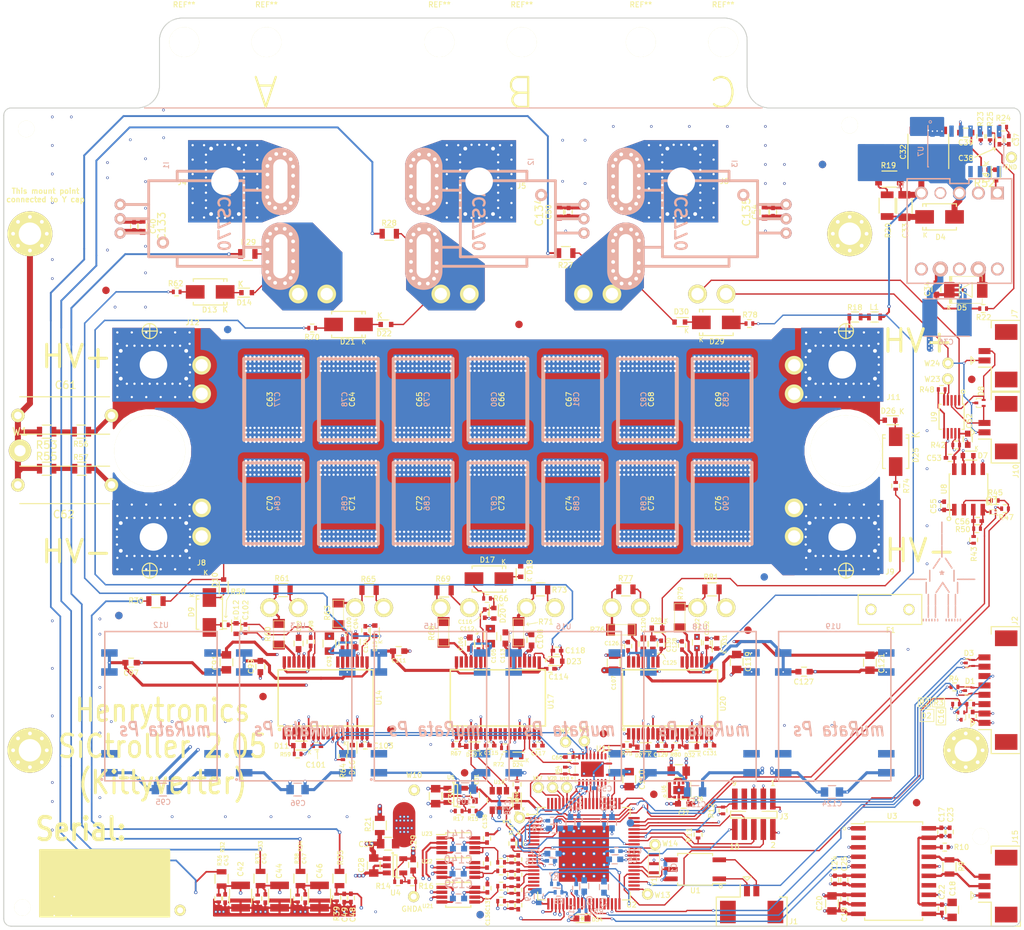
<source format=kicad_pcb>
(kicad_pcb (version 4) (host pcbnew 4.0.2+dfsg1-stable)
  (layers (0 F.Cu signal) (1 In1.Cu mixed) (2 In2.Cu mixed) (3 In3.Cu mixed hide) (4 In4.Cu mixed hide) (31 B.Cu signal) (34 B.Paste user hide) (35 F.Paste user hide) (36 B.SilkS user) (37 F.SilkS user) (38 B.Mask user hide) (39 F.Mask user) (44 Edge.Cuts user))
  (net 0 "")
  (net 1 GND)
  (net 2 +5VD)
  (net 3 +3V3)
  (net 4 +5VA)
  (net 5 +3.3VA)
  (net 6 +1V8)
  (net 7 "Net-(C17-Pad1)")
  (net 8 "Net-(C33-Pad2)")
  (net 9 /Feedback/~IFB_A)
  (net 10 /Feedback/VFB_C)
  (net 11 /Feedback/VFB_B)
  (net 12 /Feedback/VFB_A)
  (net 13 /Feedback/VFB_BUS)
  (net 14 /Feedback/IFB_B)
  (net 15 /Feedback/+5V_therm)
  (net 16 CCS_NTC_2)
  (net 17 /Feedback/IFB_C)
  (net 18 BUS+)
  (net 19 BUS-)
  (net 20 "/Power stage/Halfbridge Driver A/+19V_HS")
  (net 21 "/Power stage/Halfbridge Driver A/SRC_H")
  (net 22 "/Power stage/Halfbridge Driver A/+19V_LS")
  (net 23 "/Power stage/Halfbridge Driver A/SRC_L")
  (net 24 "/Power stage/Halfbridge Driver A/-5V_HS")
  (net 25 "/Power stage/Halfbridge Driver A/-5V_LS")
  (net 26 "/Power stage/Halfbridge Driver B/+19V_HS")
  (net 27 "/Power stage/Halfbridge Driver B/SRC_H")
  (net 28 "/Power stage/Halfbridge Driver B/+19V_LS")
  (net 29 "/Power stage/Halfbridge Driver B/SRC_L")
  (net 30 "/Power stage/Halfbridge Driver B/-5V_HS")
  (net 31 "/Power stage/Halfbridge Driver B/-5V_LS")
  (net 32 "/Power stage/Halfbridge Driver C/+19V_HS")
  (net 33 "/Power stage/Halfbridge Driver C/SRC_H")
  (net 34 "/Power stage/Halfbridge Driver C/+19V_LS")
  (net 35 "/Power stage/Halfbridge Driver C/SRC_L")
  (net 36 "/Power stage/Halfbridge Driver C/-5V_HS")
  (net 37 "/Power stage/Halfbridge Driver C/-5V_LS")
  (net 38 "/TI Instaspin MCU/LED1")
  (net 39 "/TI Instaspin MCU/THRUST_PWM")
  (net 40 "/TI Instaspin MCU/SW_FLIGHT")
  (net 41 "/TI Instaspin MCU/SW_BRAKE")
  (net 42 "/TI Instaspin MCU/SW_EMERG")
  (net 43 "Net-(D5-Pad2)")
  (net 44 "Net-(D6-Pad2)")
  (net 45 "Net-(D7-Pad2)")
  (net 46 "Net-(D7-Pad1)")
  (net 47 "Net-(D8-Pad1)")
  (net 48 "Net-(D8-Pad2)")
  (net 49 "Net-(D10-Pad1)")
  (net 50 "Net-(D9-Pad2)")
  (net 51 "Net-(D11-Pad2)")
  (net 52 "Net-(D13-Pad1)")
  (net 53 "Net-(D13-Pad2)")
  (net 54 PHASE_A)
  (net 55 "Net-(D16-Pad2)")
  (net 56 "Net-(D17-Pad1)")
  (net 57 "Net-(D17-Pad2)")
  (net 58 "Net-(D19-Pad2)")
  (net 59 "Net-(D21-Pad1)")
  (net 60 "Net-(D21-Pad2)")
  (net 61 PHASE_B)
  (net 62 "Net-(D24-Pad2)")
  (net 63 "Net-(D25-Pad1)")
  (net 64 "Net-(D25-Pad2)")
  (net 65 "Net-(D27-Pad2)")
  (net 66 "Net-(D29-Pad1)")
  (net 67 "Net-(D29-Pad2)")
  (net 68 PHASE_C)
  (net 69 "Net-(D32-Pad2)")
  (net 70 "Net-(J1-Pad1)")
  (net 71 "Net-(J1-Pad2)")
  (net 72 "Net-(J2-Pad3)")
  (net 73 "/TI Instaspin MCU/TMS")
  (net 74 "/TI Instaspin MCU/TCK")
  (net 75 "/TI Instaspin MCU/TDO")
  (net 76 "/TI Instaspin MCU/TDI")
  (net 77 "/TI Instaspin MCU/GPIO34")
  (net 78 "/TI Instaspin MCU/~TRST")
  (net 79 "Net-(L1-Pad1)")
  (net 80 /Feedback/TEMP_EN)
  (net 81 "/Power stage/Halfbridge Driver A/GATE_H")
  (net 82 "/Power stage/Halfbridge Driver A/GATE_L")
  (net 83 "/Power stage/Halfbridge Driver B/GATE_H")
  (net 84 "/Power stage/Halfbridge Driver B/GATE_L")
  (net 85 "/Power stage/Halfbridge Driver C/GATE_H")
  (net 86 "/Power stage/Halfbridge Driver C/GATE_L")
  (net 87 CCS_NTC_1)
  (net 88 "/TI Instaspin MCU/~DSP_RESET")
  (net 89 "/TI Instaspin MCU/LED2")
  (net 90 "Net-(R10-Pad2)")
  (net 91 "Net-(R14-Pad2)")
  (net 92 "Net-(R15-Pad2)")
  (net 93 "Net-(R27-Pad1)")
  (net 94 "Net-(R28-Pad1)")
  (net 95 /Feedback/TEMP_PWM)
  (net 96 "/Power stage/~PWR_RESET")
  (net 97 "/Power stage/PWM_CL")
  (net 98 "/Power stage/PWM_CH")
  (net 99 "/Power stage/PWM_BL")
  (net 100 "/Power stage/PWM_BH")
  (net 101 "/Power stage/PWM_AL")
  (net 102 "/Power stage/PWM_AH")
  (net 103 "/TI Instaspin MCU/SYNCIO")
  (net 104 "Net-(U2-Pad1)")
  (net 105 "/TI Instaspin MCU/CAN_TX")
  (net 106 "/TI Instaspin MCU/CAN_RX")
  (net 107 "Net-(U2-Pad41)")
  (net 108 "Net-(U2-Pad47)")
  (net 109 "Net-(U2-Pad48)")
  (net 110 "Net-(U2-Pad52)")
  (net 111 "Net-(U2-Pad77)")
  (net 112 "Net-(U6-Pad1)")
  (net 113 /Feedback/A)
  (net 114 /Feedback/B)
  (net 115 /Feedback/C)
  (net 116 "/Power stage/Y")
  (net 117 "/Power stage/Halfbridge Driver A/DESAT_HS")
  (net 118 "/Power stage/Halfbridge Driver A/DESAT_LS")
  (net 119 "/Power stage/Halfbridge Driver B/DESAT_HS")
  (net 120 "/Power stage/Halfbridge Driver B/DESAT_LS")
  (net 121 "/Power stage/Halfbridge Driver C/DESAT_HS")
  (net 122 "/Power stage/Halfbridge Driver C/DESAT_LS")
  (net 123 "/Power stage/Halfbridge Driver A/DRVH")
  (net 124 "/Power stage/Halfbridge Driver A/DRVL")
  (net 125 "/Power stage/Halfbridge Driver B/DRVH")
  (net 126 "/Power stage/Halfbridge Driver B/DRVL")
  (net 127 "/Power stage/Halfbridge Driver C/DRVH")
  (net 128 "/Power stage/Halfbridge Driver C/DRVL")
  (net 129 "/LV power supplies/HV")
  (net 130 "/LV power supplies/COMP")
  (net 131 "/LV power supplies/VIPER_VDD")
  (net 132 "/LV power supplies/SW")
  (net 133 "Net-(R19-Pad2)")
  (net 134 "Net-(U9-Pad4)")
  (net 135 "Net-(C37-Pad1)")
  (net 136 "Net-(C56-Pad1)")
  (net 137 "Net-(C56-Pad2)")
  (net 138 "Net-(R22-Pad2)")
  (net 139 "Net-(R23-Pad1)")
  (net 140 "Net-(R29-Pad1)")
  (net 141 "Net-(R30-Pad1)")
  (net 142 "Net-(R45-Pad2)")
  (net 143 "Net-(R48-Pad1)")
  (net 144 "Net-(R48-Pad2)")
  (net 145 "Net-(U2-Pad75)")
  (net 146 "Net-(U2-Pad76)")
  (net 147 GNDA)
  (net 148 "Net-(D1-Pad2)")
  (net 149 "/TI Instaspin MCU/VREFHI")
  (net 150 "/TI Instaspin MCU/VDD_MON")
  (net 151 "/TI Instaspin MCU/CAN_GND")
  (net 152 "/TI Instaspin MCU/CAN+")
  (net 153 "/TI Instaspin MCU/CAN-")
  (net 154 "Net-(MNT1-Pad1)")
  (net 155 "Net-(MNT2-Pad1)")
  (net 156 "Net-(MNT4-Pad1)")
  (net 157 "Net-(D34-Pad2)")
  (net 158 "Net-(D34-Pad1)")
  (net 159 "Net-(D6-Pad1)")
  (net 160 "/Power stage/FLT_DESAT")
  (net 161 "Net-(D33-Pad1)")
  (net 162 "/Power stage/~GDRV_RDY")
  (net 163 "/Power stage/Halfbridge Driver A/~FLT")
  (net 164 /Feedback/IA_P)
  (net 165 /Feedback/IB_P)
  (net 166 /Feedback/IC_P)
  (net 167 "Net-(J3-Pad7)")
  (net 168 "Net-(R26-Pad2)")
  (net 169 "Net-(R40-Pad2)")
  (net 170 "Net-(R44-Pad2)")
  (net 171 "/Power stage/Halfbridge Driver A/PWM_H")
  (net 172 "/Power stage/Halfbridge Driver A/PWM_L")
  (net 173 "/Power stage/Halfbridge Driver B/PWM_H")
  (net 174 "/Power stage/Halfbridge Driver B/PWM_L")
  (net 175 "/Power stage/Halfbridge Driver C/PWM_H")
  (net 176 "/Power stage/Halfbridge Driver C/PWM_L")
  (net 177 "Net-(T1-Pad4)")
  (net 178 "Net-(U2-Pad34)")
  (net 179 "Net-(U2-Pad35)")
  (net 180 "Net-(U2-Pad42)")
  (net 181 "Net-(U2-Pad44)")
  (net 182 "Net-(U2-Pad60)")
  (net 183 "Net-(U2-Pad62)")
  (net 184 "Net-(U2-Pad70)")
  (net 185 "Net-(U2-Pad80)")
  (net 186 "Net-(U3-Pad2)")
  (net 187 "Net-(U3-Pad14)")
  (net 188 "/Power stage/Halfbridge Driver A/RDY")
  (net 189 "Net-(U11-Pad9)")
  (net 190 "Net-(U11-Pad12)")
  (net 191 "/Power stage/Halfbridge Driver A/~RST")
  (net 192 "Net-(U14-Pad25)")
  (net 193 "Net-(U14-Pad35)")
  (net 194 "Net-(U17-Pad25)")
  (net 195 "Net-(U17-Pad35)")
  (net 196 "Net-(U20-Pad25)")
  (net 197 "Net-(U20-Pad35)")
  (net 198 "Net-(R53-Pad1)")
  (net 199 "Net-(R55-Pad2)")
  (net 200 "Net-(U2-Pad17)")
  (net 201 "Net-(U2-Pad18)")
  (net 202 "Net-(U2-Pad27)")
  (module sictroller:VIA (layer F.Cu) (at 163.83 67.31)
    (fp_text reference REF** hide)
    (fp_text value VIA hide)
    (pad 1 thru_hole circle (at 0 0) (size 0.3556 0.3556) (drill 0.2032) (layers *.Cu) (net 1 GND))
  )
  (module sictroller:VIA (layer F.Cu) (at 163.83 72.39)
    (fp_text reference REF** hide)
    (fp_text value VIA hide)
    (pad 1 thru_hole circle (at 0 0) (size 0.3556 0.3556) (drill 0.2032) (layers *.Cu) (net 1 GND))
  )
  (module sictroller:VIA (layer F.Cu) (at 163.83 80.01)
    (fp_text reference REF** hide)
    (fp_text value VIA hide)
    (pad 1 thru_hole circle (at 0 0) (size 0.3556 0.3556) (drill 0.2032) (layers *.Cu) (net 1 GND))
  )
  (module sictroller:VIA (layer F.Cu) (at 163.83 85.09)
    (fp_text reference REF** hide)
    (fp_text value VIA hide)
    (pad 1 thru_hole circle (at 0 0) (size 0.3556 0.3556) (drill 0.2032) (layers *.Cu) (net 1 GND))
  )
  (module sictroller:VIA (layer F.Cu) (at 161.29 96.52)
    (fp_text reference REF** hide)
    (fp_text value VIA hide)
    (pad 1 thru_hole circle (at 0 0) (size 0.3556 0.3556) (drill 0.2032) (layers *.Cu) (net 1 GND))
  )
  (module sictroller:VIA (layer F.Cu) (at 151.13 106.68)
    (fp_text reference REF** hide)
    (fp_text value VIA hide)
    (pad 1 thru_hole circle (at 0 0) (size 0.3556 0.3556) (drill 0.2032) (layers *.Cu) (net 1 GND))
  )
  (module sictroller:VIA (layer F.Cu) (at 144.78 106.68)
    (fp_text reference REF** hide)
    (fp_text value VIA hide)
    (pad 1 thru_hole circle (at 0 0) (size 0.3556 0.3556) (drill 0.2032) (layers *.Cu) (net 1 GND))
  )
  (module sictroller:VIA (layer F.Cu) (at 138.811 106.68)
    (fp_text reference REF** hide)
    (fp_text value VIA hide)
    (pad 1 thru_hole circle (at 0 0) (size 0.3556 0.3556) (drill 0.2032) (layers *.Cu) (net 1 GND))
  )
  (module sictroller:VIA (layer F.Cu) (at 115.824 131.826)
    (fp_text reference REF** hide)
    (fp_text value VIA hide)
    (pad 1 thru_hole circle (at 0 0) (size 0.3556 0.3556) (drill 0.2032) (layers *.Cu) (net 147 GNDA))
  )
  (module sictroller:VIA (layer F.Cu) (at 97.536 118.872)
    (fp_text reference REF** hide)
    (fp_text value VIA hide)
    (pad 1 thru_hole circle (at 0 0) (size 0.3556 0.3556) (drill 0.2032) (layers *.Cu) (net 1 GND))
  )
  (module sictroller:VIA (layer F.Cu) (at 97.536 109.22)
    (fp_text reference REF** hide)
    (fp_text value VIA hide)
    (pad 1 thru_hole circle (at 0 0) (size 0.3556 0.3556) (drill 0.2032) (layers *.Cu) (net 1 GND))
  )
  (module sictroller:VIA (layer F.Cu) (at 91.948 109.22)
    (fp_text reference REF** hide)
    (fp_text value VIA hide)
    (pad 1 thru_hole circle (at 0 0) (size 0.3556 0.3556) (drill 0.2032) (layers *.Cu) (net 1 GND))
  )
  (module sictroller:VIA (layer F.Cu) (at 86.36 118.872)
    (fp_text reference REF** hide)
    (fp_text value VIA hide)
    (pad 1 thru_hole circle (at 0 0) (size 0.3556 0.3556) (drill 0.2032) (layers *.Cu) (net 1 GND))
  )
  (module sictroller:VIA (layer F.Cu) (at 81.28 118.872)
    (fp_text reference REF** hide)
    (fp_text value VIA hide)
    (pad 1 thru_hole circle (at 0 0) (size 0.3556 0.3556) (drill 0.2032) (layers *.Cu) (net 1 GND))
  )
  (module sictroller:VIA (layer F.Cu) (at 76.2 118.872)
    (fp_text reference REF** hide)
    (fp_text value VIA hide)
    (pad 1 thru_hole circle (at 0 0) (size 0.3556 0.3556) (drill 0.2032) (layers *.Cu) (net 1 GND))
  )
  (module sictroller:VIA (layer F.Cu) (at 76.2 106.172)
    (fp_text reference REF** hide)
    (fp_text value VIA hide)
    (pad 1 thru_hole circle (at 0 0) (size 0.3556 0.3556) (drill 0.2032) (layers *.Cu) (net 1 GND))
  )
  (module sictroller:VIA (layer F.Cu) (at 70.104 106.172)
    (fp_text reference REF** hide)
    (fp_text value VIA hide)
    (pad 1 thru_hole circle (at 0 0) (size 0.3556 0.3556) (drill 0.2032) (layers *.Cu) (net 1 GND))
  )
  (module sictroller:VIA (layer F.Cu) (at 70.104 118.872)
    (fp_text reference REF** hide)
    (fp_text value VIA hide)
    (pad 1 thru_hole circle (at 0 0) (size 0.3556 0.3556) (drill 0.2032) (layers *.Cu) (net 1 GND))
  )
  (module sictroller:VIA (layer F.Cu) (at 62.992 118.872)
    (fp_text reference REF** hide)
    (fp_text value VIA hide)
    (pad 1 thru_hole circle (at 0 0) (size 0.3556 0.3556) (drill 0.2032) (layers *.Cu) (net 1 GND))
  )
  (module sictroller:VIA (layer F.Cu) (at 62.992 106.172)
    (fp_text reference REF** hide)
    (fp_text value VIA hide)
    (pad 1 thru_hole circle (at 0 0) (size 0.3556 0.3556) (drill 0.2032) (layers *.Cu) (net 1 GND))
  )
  (module sictroller:VIA (layer F.Cu) (at 54.864 118.872)
    (fp_text reference REF** hide)
    (fp_text value VIA hide)
    (pad 1 thru_hole circle (at 0 0) (size 0.3556 0.3556) (drill 0.2032) (layers *.Cu) (net 1 GND))
  )
  (module sictroller:VIA (layer F.Cu) (at 54.864 106.172)
    (fp_text reference REF** hide)
    (fp_text value VIA hide)
    (pad 1 thru_hole circle (at 0 0) (size 0.3556 0.3556) (drill 0.2032) (layers *.Cu) (net 1 GND))
  )
  (module sictroller:VIA (layer F.Cu) (at 90.17 131.572)
    (fp_text reference REF** hide)
    (fp_text value VIA hide)
    (pad 1 thru_hole circle (at 0 0) (size 0.3556 0.3556) (drill 0.2032) (layers *.Cu) (net 147 GNDA))
  )
  (module sictroller:VIA (layer F.Cu) (at 144.78 34.29)
    (fp_text reference REF** hide)
    (fp_text value VIA hide)
    (pad 1 thru_hole circle (at 0 0) (size 0.3556 0.3556) (drill 0.2032) (layers *.Cu) (net 147 GNDA))
  )
  (module sictroller:VIA (layer F.Cu) (at 144.78 31.75)
    (fp_text reference REF** hide)
    (fp_text value VIA hide)
    (pad 1 thru_hole circle (at 0 0) (size 0.3556 0.3556) (drill 0.2032) (layers *.Cu) (net 147 GNDA))
  )
  (module sictroller:VIA (layer F.Cu) (at 142.24 40.64)
    (fp_text reference REF** hide)
    (fp_text value VIA hide)
    (pad 1 thru_hole circle (at 0 0) (size 0.3556 0.3556) (drill 0.2032) (layers *.Cu) (net 147 GNDA))
  )
  (module sictroller:VIA (layer F.Cu) (at 142.24 34.29)
    (fp_text reference REF** hide)
    (fp_text value VIA hide)
    (pad 1 thru_hole circle (at 0 0) (size 0.3556 0.3556) (drill 0.2032) (layers *.Cu) (net 147 GNDA))
  )
  (module sictroller:VIA (layer F.Cu) (at 142.24 31.75)
    (fp_text reference REF** hide)
    (fp_text value VIA hide)
    (pad 1 thru_hole circle (at 0 0) (size 0.3556 0.3556) (drill 0.2032) (layers *.Cu) (net 147 GNDA))
  )
  (module sictroller:VIA (layer F.Cu) (at 142.24 29.21)
    (fp_text reference REF** hide)
    (fp_text value VIA hide)
    (pad 1 thru_hole circle (at 0 0) (size 0.3556 0.3556) (drill 0.2032) (layers *.Cu) (net 147 GNDA))
  )
  (module sictroller:VIA (layer F.Cu) (at 142.24 26.67)
    (fp_text reference REF** hide)
    (fp_text value VIA hide)
    (pad 1 thru_hole circle (at 0 0) (size 0.3556 0.3556) (drill 0.2032) (layers *.Cu) (net 147 GNDA))
  )
  (module sictroller:VIA (layer F.Cu) (at 137.16 26.67)
    (fp_text reference REF** hide)
    (fp_text value VIA hide)
    (pad 1 thru_hole circle (at 0 0) (size 0.3556 0.3556) (drill 0.2032) (layers *.Cu) (net 147 GNDA))
  )
  (module sictroller:VIA (layer F.Cu) (at 132.08 26.67)
    (fp_text reference REF** hide)
    (fp_text value VIA hide)
    (pad 1 thru_hole circle (at 0 0) (size 0.3556 0.3556) (drill 0.2032) (layers *.Cu) (net 147 GNDA))
  )
  (module sictroller:VIA (layer F.Cu) (at 127 26.67)
    (fp_text reference REF** hide)
    (fp_text value VIA hide)
    (pad 1 thru_hole circle (at 0 0) (size 0.3556 0.3556) (drill 0.2032) (layers *.Cu) (net 147 GNDA))
  )
  (module sictroller:VIA (layer F.Cu) (at 121.92 26.67)
    (fp_text reference REF** hide)
    (fp_text value VIA hide)
    (pad 1 thru_hole circle (at 0 0) (size 0.3556 0.3556) (drill 0.2032) (layers *.Cu) (net 147 GNDA))
  )
  (module sictroller:VIA (layer F.Cu) (at 115.57 40.64)
    (fp_text reference REF** hide)
    (fp_text value VIA hide)
    (pad 1 thru_hole circle (at 0 0) (size 0.3556 0.3556) (drill 0.2032) (layers *.Cu) (net 147 GNDA))
  )
  (module sictroller:VIA (layer F.Cu) (at 118.1481 34.29)
    (fp_text reference REF** hide)
    (fp_text value VIA hide)
    (pad 1 thru_hole circle (at 0 0) (size 0.3556 0.3556) (drill 0.2032) (layers *.Cu) (net 147 GNDA))
  )
  (module sictroller:VIA (layer F.Cu) (at 115.1509 33.9979)
    (fp_text reference REF** hide)
    (fp_text value VIA hide)
    (pad 1 thru_hole circle (at 0 0) (size 0.3556 0.3556) (drill 0.2032) (layers *.Cu) (net 147 GNDA))
  )
  (module sictroller:VIA (layer F.Cu) (at 118.1481 28.5115)
    (fp_text reference REF** hide)
    (fp_text value VIA hide)
    (pad 1 thru_hole circle (at 0 0) (size 0.3556 0.3556) (drill 0.2032) (layers *.Cu) (net 147 GNDA))
  )
  (module sictroller:VIA (layer F.Cu) (at 115.1509 28.5115)
    (fp_text reference REF** hide)
    (fp_text value VIA hide)
    (pad 1 thru_hole circle (at 0 0) (size 0.3556 0.3556) (drill 0.2032) (layers *.Cu) (net 147 GNDA))
  )
  (module sictroller:VIA (layer F.Cu) (at 61.8617 28.1813)
    (fp_text reference REF** hide)
    (fp_text value VIA hide)
    (pad 1 thru_hole circle (at 0 0) (size 0.3556 0.3556) (drill 0.2032) (layers *.Cu) (net 147 GNDA))
  )
  (module sictroller:VIA (layer F.Cu) (at 61.8363 24.4729)
    (fp_text reference REF** hide)
    (fp_text value VIA hide)
    (pad 1 thru_hole circle (at 0 0) (size 0.3556 0.3556) (drill 0.2032) (layers *.Cu) (net 147 GNDA))
  )
  (module sictroller:VIA (layer F.Cu) (at 53.34 118.872)
    (fp_text reference REF** hide)
    (fp_text value VIA hide)
    (pad 1 thru_hole circle (at 0 0) (size 0.3556 0.3556) (drill 0.2032) (layers *.Cu) (net 147 GNDA))
  )
  (module sictroller:VIA (layer F.Cu) (at 53.34 116.332)
    (fp_text reference REF** hide)
    (fp_text value VIA hide)
    (pad 1 thru_hole circle (at 0 0) (size 0.3556 0.3556) (drill 0.2032) (layers *.Cu) (net 147 GNDA))
  )
  (module sictroller:VIA (layer F.Cu) (at 53.34 107.696)
    (fp_text reference REF** hide)
    (fp_text value VIA hide)
    (pad 1 thru_hole circle (at 0 0) (size 0.3556 0.3556) (drill 0.2032) (layers *.Cu) (net 147 GNDA))
  )
  (module sictroller:VIA (layer F.Cu) (at 53.34 104.648)
    (fp_text reference REF** hide)
    (fp_text value VIA hide)
    (pad 1 thru_hole circle (at 0 0) (size 0.3556 0.3556) (drill 0.2032) (layers *.Cu) (net 147 GNDA))
  )
  (module sictroller:VIA (layer F.Cu) (at 53.34 101.6)
    (fp_text reference REF** hide)
    (fp_text value VIA hide)
    (pad 1 thru_hole circle (at 0 0) (size 0.3556 0.3556) (drill 0.2032) (layers *.Cu) (net 147 GNDA))
  )
  (module sictroller:VIA (layer F.Cu) (at 53.34 94.488)
    (fp_text reference REF** hide)
    (fp_text value VIA hide)
    (pad 1 thru_hole circle (at 0 0) (size 0.3556 0.3556) (drill 0.2032) (layers *.Cu) (net 147 GNDA))
  )
  (module sictroller:VIA (layer F.Cu) (at 53.34 92.456)
    (fp_text reference REF** hide)
    (fp_text value VIA hide)
    (pad 1 thru_hole circle (at 0 0) (size 0.3556 0.3556) (drill 0.2032) (layers *.Cu) (net 147 GNDA))
  )
  (module sictroller:VIA (layer F.Cu) (at 54.356 43.18)
    (fp_text reference REF** hide)
    (fp_text value VIA hide)
    (pad 1 thru_hole circle (at 0 0) (size 0.3556 0.3556) (drill 0.2032) (layers *.Cu) (net 147 GNDA))
  )
  (module sictroller:VIA (layer F.Cu) (at 59.436 30.988)
    (fp_text reference REF** hide)
    (fp_text value VIA hide)
    (pad 1 thru_hole circle (at 0 0) (size 0.3556 0.3556) (drill 0.2032) (layers *.Cu) (net 147 GNDA))
  )
  (module sictroller:VIA (layer F.Cu) (at 54.356 33.528)
    (fp_text reference REF** hide)
    (fp_text value VIA hide)
    (pad 1 thru_hole circle (at 0 0) (size 0.3556 0.3556) (drill 0.2032) (layers *.Cu) (net 147 GNDA))
  )
  (module sictroller:VIA (layer F.Cu) (at 59.436 34.036)
    (fp_text reference REF** hide)
    (fp_text value VIA hide)
    (pad 1 thru_hole circle (at 0 0) (size 0.3556 0.3556) (drill 0.2032) (layers *.Cu) (net 147 GNDA))
  )
  (module sictroller:VIA (layer F.Cu) (at 59.436 37.592)
    (fp_text reference REF** hide)
    (fp_text value VIA hide)
    (pad 1 thru_hole circle (at 0 0) (size 0.3556 0.3556) (drill 0.2032) (layers *.Cu) (net 147 GNDA))
  )
  (module sictroller:VIA (layer F.Cu) (at 59.436 42.672)
    (fp_text reference REF** hide)
    (fp_text value VIA hide)
    (pad 1 thru_hole circle (at 0 0) (size 0.3556 0.3556) (drill 0.2032) (layers *.Cu) (net 147 GNDA))
  )
  (module sictroller:VIA (layer F.Cu) (at 59.436 46.228)
    (fp_text reference REF** hide)
    (fp_text value VIA hide)
    (pad 1 thru_hole circle (at 0 0) (size 0.3556 0.3556) (drill 0.2032) (layers *.Cu) (net 147 GNDA))
  )
  (module sictroller:VIA (layer F.Cu) (at 59.436 50.8)
    (fp_text reference REF** hide)
    (fp_text value VIA hide)
    (pad 1 thru_hole circle (at 0 0) (size 0.3556 0.3556) (drill 0.2032) (layers *.Cu) (net 147 GNDA))
  )
  (module sictroller:VIA (layer F.Cu) (at 55.372 50.8)
    (fp_text reference REF** hide)
    (fp_text value VIA hide)
    (pad 1 thru_hole circle (at 0 0) (size 0.3556 0.3556) (drill 0.2032) (layers *.Cu) (net 147 GNDA))
  )
  (module sictroller:VIA (layer F.Cu) (at 54.356 31.496)
    (fp_text reference REF** hide)
    (fp_text value VIA hide)
    (pad 1 thru_hole circle (at 0 0) (size 0.3556 0.3556) (drill 0.2032) (layers *.Cu) (net 147 GNDA))
  )
  (module sictroller:VIA (layer F.Cu) (at 57.404 28.448)
    (fp_text reference REF** hide)
    (fp_text value VIA hide)
    (pad 1 thru_hole circle (at 0 0) (size 0.3556 0.3556) (drill 0.2032) (layers *.Cu) (net 147 GNDA))
  )
  (module sictroller:VIA (layer F.Cu) (at 49.53 25.4)
    (fp_text reference REF** hide)
    (fp_text value VIA hide)
    (pad 1 thru_hole circle (at 0 0) (size 0.3556 0.3556) (drill 0.2032) (layers *.Cu) (net 147 GNDA))
  )
  (module sictroller:VIA (layer F.Cu) (at 46.99 25.4)
    (fp_text reference REF** hide)
    (fp_text value VIA hide)
    (pad 1 thru_hole circle (at 0 0) (size 0.3556 0.3556) (drill 0.2032) (layers *.Cu) (net 147 GNDA))
  )
  (module sictroller:VIA (layer F.Cu) (at 46.99 29.21)
    (fp_text reference REF** hide)
    (fp_text value VIA hide)
    (pad 1 thru_hole circle (at 0 0) (size 0.3556 0.3556) (drill 0.2032) (layers *.Cu) (net 147 GNDA))
  )
  (module sictroller:VIA (layer F.Cu) (at 46.99 33.02)
    (fp_text reference REF** hide)
    (fp_text value VIA hide)
    (pad 1 thru_hole circle (at 0 0) (size 0.3556 0.3556) (drill 0.2032) (layers *.Cu) (net 147 GNDA))
  )
  (module sictroller:VIA (layer F.Cu) (at 46.99 36.83)
    (fp_text reference REF** hide)
    (fp_text value VIA hide)
    (pad 1 thru_hole circle (at 0 0) (size 0.3556 0.3556) (drill 0.2032) (layers *.Cu) (net 147 GNDA))
  )
  (module sictroller:VIA (layer F.Cu) (at 46.99 44.45)
    (fp_text reference REF** hide)
    (fp_text value VIA hide)
    (pad 1 thru_hole circle (at 0 0) (size 0.3556 0.3556) (drill 0.2032) (layers *.Cu) (net 147 GNDA))
  )
  (module sictroller:VIA (layer F.Cu) (at 46.99 46.99)
    (fp_text reference REF** hide)
    (fp_text value VIA hide)
    (pad 1 thru_hole circle (at 0 0) (size 0.3556 0.3556) (drill 0.2032) (layers *.Cu) (net 147 GNDA))
  )
  (module sictroller:VIA (layer F.Cu) (at 46.99 92.71)
    (fp_text reference REF** hide)
    (fp_text value VIA hide)
    (pad 1 thru_hole circle (at 0 0) (size 0.3556 0.3556) (drill 0.2032) (layers *.Cu) (net 147 GNDA))
  )
  (module sictroller:VIA (layer F.Cu) (at 46.99 99.06)
    (fp_text reference REF** hide)
    (fp_text value VIA hide)
    (pad 1 thru_hole circle (at 0 0) (size 0.3556 0.3556) (drill 0.2032) (layers *.Cu) (net 147 GNDA))
  )
  (module sictroller:VIA (layer F.Cu) (at 46.99 105.41)
    (fp_text reference REF** hide)
    (fp_text value VIA hide)
    (pad 1 thru_hole circle (at 0 0) (size 0.3556 0.3556) (drill 0.2032) (layers *.Cu) (net 147 GNDA))
  )
  (module sictroller:VIA (layer F.Cu) (at 46.99 114.3)
    (fp_text reference REF** hide)
    (fp_text value VIA hide)
    (pad 1 thru_hole circle (at 0 0) (size 0.3556 0.3556) (drill 0.2032) (layers *.Cu) (net 147 GNDA))
  )
  (module sictroller:VIA (layer F.Cu) (at 46.99 116.84)
    (fp_text reference REF** hide)
    (fp_text value VIA hide)
    (pad 1 thru_hole circle (at 0 0) (size 0.3556 0.3556) (drill 0.2032) (layers *.Cu) (net 147 GNDA))
  )
  (module sictroller:VIA (layer F.Cu) (at 46.99 120.65)
    (fp_text reference REF** hide)
    (fp_text value VIA hide)
    (pad 1 thru_hole circle (at 0 0) (size 0.3556 0.3556) (drill 0.2032) (layers *.Cu) (net 147 GNDA))
  )
  (module sictroller:VIA (layer F.Cu) (at 49.53 132.08)
    (fp_text reference REF** hide)
    (fp_text value VIA hide)
    (pad 1 thru_hole circle (at 0 0) (size 0.3556 0.3556) (drill 0.2032) (layers *.Cu) (net 147 GNDA))
  )
  (module sictroller:VIA (layer F.Cu) (at 47.244 129.54)
    (fp_text reference REF** hide)
    (fp_text value VIA hide)
    (pad 1 thru_hole circle (at 0 0) (size 0.3556 0.3556) (drill 0.2032) (layers *.Cu) (net 147 GNDA))
  )
  (module sictroller:VIA (layer F.Cu) (at 47.244 132.08)
    (fp_text reference REF** hide)
    (fp_text value VIA hide)
    (pad 1 thru_hole circle (at 0 0) (size 0.3556 0.3556) (drill 0.2032) (layers *.Cu) (net 147 GNDA))
  )
  (module sictroller:VIA (layer F.Cu) (at 86.868 131.572)
    (fp_text reference REF** hide)
    (fp_text value VIA hide)
    (pad 1 thru_hole circle (at 0 0) (size 0.3556 0.3556) (drill 0.2032) (layers *.Cu) (net 147 GNDA))
  )
  (module sictroller:VIA (layer F.Cu) (at 85.979 131.572)
    (fp_text reference REF** hide)
    (fp_text value VIA hide)
    (pad 1 thru_hole circle (at 0 0) (size 0.3556 0.3556) (drill 0.2032) (layers *.Cu) (net 147 GNDA))
  )
  (module sictroller:VIA (layer F.Cu) (at 84.963 131.572)
    (fp_text reference REF** hide)
    (fp_text value VIA hide)
    (pad 1 thru_hole circle (at 0 0) (size 0.3556 0.3556) (drill 0.2032) (layers *.Cu) (net 147 GNDA))
  )
  (module sictroller:VIA (layer F.Cu) (at 80.772 131.572)
    (fp_text reference REF** hide)
    (fp_text value VIA hide)
    (pad 1 thru_hole circle (at 0 0) (size 0.3556 0.3556) (drill 0.2032) (layers *.Cu) (net 147 GNDA))
  )
  (module sictroller:VIA (layer F.Cu) (at 80.137 131.572)
    (fp_text reference REF** hide)
    (fp_text value VIA hide)
    (pad 1 thru_hole circle (at 0 0) (size 0.3556 0.3556) (drill 0.2032) (layers *.Cu) (net 147 GNDA))
  )
  (module sictroller:VIA (layer F.Cu) (at 79.375 131.572)
    (fp_text reference REF** hide)
    (fp_text value VIA hide)
    (pad 1 thru_hole circle (at 0 0) (size 0.3556 0.3556) (drill 0.2032) (layers *.Cu) (net 147 GNDA))
  )
  (module sictroller:VIA (layer F.Cu) (at 75.438 131.572)
    (fp_text reference REF** hide)
    (fp_text value VIA hide)
    (pad 1 thru_hole circle (at 0 0) (size 0.3556 0.3556) (drill 0.2032) (layers *.Cu) (net 147 GNDA))
  )
  (module sictroller:VIA (layer F.Cu) (at 74.803 131.572)
    (fp_text reference REF** hide)
    (fp_text value VIA hide)
    (pad 1 thru_hole circle (at 0 0) (size 0.3556 0.3556) (drill 0.2032) (layers *.Cu) (net 147 GNDA))
  )
  (module sictroller:VIA (layer F.Cu) (at 74.168 131.572)
    (fp_text reference REF** hide)
    (fp_text value VIA hide)
    (pad 1 thru_hole circle (at 0 0) (size 0.3556 0.3556) (drill 0.2032) (layers *.Cu) (net 147 GNDA))
  )
  (module sictroller:VIA (layer F.Cu) (at 69.85 131.572)
    (fp_text reference REF** hide)
    (fp_text value VIA hide)
    (pad 1 thru_hole circle (at 0 0) (size 0.3556 0.3556) (drill 0.2032) (layers *.Cu) (net 147 GNDA))
  )
  (module sictroller:VIA (layer F.Cu) (at 69.342 131.572)
    (fp_text reference REF** hide)
    (fp_text value VIA hide)
    (pad 1 thru_hole circle (at 0 0) (size 0.3556 0.3556) (drill 0.2032) (layers *.Cu) (net 147 GNDA))
  )
  (module sictroller:VIA (layer F.Cu) (at 68.834 131.572)
    (fp_text reference REF** hide)
    (fp_text value VIA hide)
    (pad 1 thru_hole circle (at 0 0) (size 0.3556 0.3556) (drill 0.2032) (layers *.Cu) (net 147 GNDA))
  )
  (module sictroller:VIA (layer F.Cu) (at 94.488 120.904)
    (fp_text reference REF** hide)
    (fp_text value VIA hide)
    (pad 1 thru_hole circle (at 0 0) (size 0.3556 0.3556) (drill 0.2032) (layers *.Cu) (net 147 GNDA))
  )
  (module sictroller:VIA (layer F.Cu) (at 93.98 120.904)
    (fp_text reference REF** hide)
    (fp_text value VIA hide)
    (pad 1 thru_hole circle (at 0 0) (size 0.3556 0.3556) (drill 0.2032) (layers *.Cu) (net 147 GNDA))
  )
  (module sictroller:VIA (layer F.Cu) (at 93.472 120.904)
    (fp_text reference REF** hide)
    (fp_text value VIA hide)
    (pad 1 thru_hole circle (at 0 0) (size 0.3556 0.3556) (drill 0.2032) (layers *.Cu) (net 147 GNDA))
  )
  (module sictroller:VIA (layer F.Cu) (at 94.996 120.396)
    (fp_text reference REF** hide)
    (fp_text value VIA hide)
    (pad 1 thru_hole circle (at 0 0) (size 0.3556 0.3556) (drill 0.2032) (layers *.Cu) (net 147 GNDA))
  )
  (module sictroller:VIA (layer F.Cu) (at 94.488 120.396)
    (fp_text reference REF** hide)
    (fp_text value VIA hide)
    (pad 1 thru_hole circle (at 0 0) (size 0.3556 0.3556) (drill 0.2032) (layers *.Cu) (net 147 GNDA))
  )
  (module sictroller:VIA (layer F.Cu) (at 93.98 120.396)
    (fp_text reference REF** hide)
    (fp_text value VIA hide)
    (pad 1 thru_hole circle (at 0 0) (size 0.3556 0.3556) (drill 0.2032) (layers *.Cu) (net 147 GNDA))
  )
  (module sictroller:VIA (layer F.Cu) (at 93.472 120.396)
    (fp_text reference REF** hide)
    (fp_text value VIA hide)
    (pad 1 thru_hole circle (at 0 0) (size 0.3556 0.3556) (drill 0.2032) (layers *.Cu) (net 147 GNDA))
  )
  (module sictroller:VIA (layer F.Cu) (at 92.964 120.396)
    (fp_text reference REF** hide)
    (fp_text value VIA hide)
    (pad 1 thru_hole circle (at 0 0) (size 0.3556 0.3556) (drill 0.2032) (layers *.Cu) (net 147 GNDA))
  )
  (module sictroller:VIA (layer F.Cu) (at 94.488 118.872)
    (fp_text reference REF** hide)
    (fp_text value VIA hide)
    (pad 1 thru_hole circle (at 0 0) (size 0.3556 0.3556) (drill 0.2032) (layers *.Cu) (net 1 GND))
  )
  (module sictroller:VIA (layer F.Cu) (at 93.98 118.872)
    (fp_text reference REF** hide)
    (fp_text value VIA hide)
    (pad 1 thru_hole circle (at 0 0) (size 0.3556 0.3556) (drill 0.2032) (layers *.Cu) (net 1 GND))
  )
  (module sictroller:VIA (layer F.Cu) (at 93.472 118.872)
    (fp_text reference REF** hide)
    (fp_text value VIA hide)
    (pad 1 thru_hole circle (at 0 0) (size 0.3556 0.3556) (drill 0.2032) (layers *.Cu) (net 1 GND))
  )
  (module sictroller:VIA (layer F.Cu) (at 94.996 119.38)
    (fp_text reference REF** hide)
    (fp_text value VIA hide)
    (pad 1 thru_hole circle (at 0 0) (size 0.3556 0.3556) (drill 0.2032) (layers *.Cu) (net 1 GND))
  )
  (module sictroller:VIA (layer F.Cu) (at 94.488 119.38)
    (fp_text reference REF** hide)
    (fp_text value VIA hide)
    (pad 1 thru_hole circle (at 0 0) (size 0.3556 0.3556) (drill 0.2032) (layers *.Cu) (net 1 GND))
  )
  (module sictroller:VIA (layer F.Cu) (at 93.98 119.38)
    (fp_text reference REF** hide)
    (fp_text value VIA hide)
    (pad 1 thru_hole circle (at 0 0) (size 0.3556 0.3556) (drill 0.2032) (layers *.Cu) (net 1 GND))
  )
  (module sictroller:VIA (layer F.Cu) (at 93.472 119.38)
    (fp_text reference REF** hide)
    (fp_text value VIA hide)
    (pad 1 thru_hole circle (at 0 0) (size 0.3556 0.3556) (drill 0.2032) (layers *.Cu) (net 1 GND))
  )
  (module sictroller:VIA (layer F.Cu) (at 92.964 119.38)
    (fp_text reference REF** hide)
    (fp_text value VIA hide)
    (pad 1 thru_hole circle (at 0 0) (size 0.3556 0.3556) (drill 0.2032) (layers *.Cu) (net 1 GND))
  )
  (module Capacitors_SMD:C_0603 (layer F.Cu) (at 87.5 95.5 90)
    (fp_text reference C94 (at 2.4217 0.0538 90) (layer F.SilkS) (effects (font (size 0.5 0.5) (thickness 0.1))))
    (fp_text value "0.1u 50V")
    (pad 1 smd rect (at -0.75 0 90) (size 0.8 0.75) (layers F.Cu F.Paste F.Mask) (net 22 "/Power stage/Halfbridge Driver A/+19V_LS"))
    (pad 2 smd rect (at 0.75 0 90) (size 0.8 0.75) (layers F.Cu F.Paste F.Mask) (net 23 "/Power stage/Halfbridge Driver A/SRC_L"))
  )
  (module Mounting_Holes:MountingHole_2.2mm_M2_DIN965 (layer F.Cu) (at 171 121.5)
    (fp_text reference MNT** hide)
    (fp_text value MountingHole_2.2mm_M2_DIN965)
    (pad 1 np_thru_hole circle (at 0 0) (size 2.2 2.2) (drill 2.2) (layers *.Cu *.Mask F.SilkS))
  )
  (module Mounting_Holes:MountingHole_2.2mm_M2_DIN965 (layer F.Cu) (at 43 131)
    (fp_text reference MNT** hide)
    (fp_text value MountingHole_2.2mm_M2_DIN965)
    (pad 1 np_thru_hole circle (at 0 0) (size 2.2 2.2) (drill 2.2) (layers *.Cu *.Mask F.SilkS))
  )
  (module Mounting_Holes:MountingHole_2.2mm_M2_DIN965 (layer F.Cu) (at 153.5 26.5)
    (fp_text reference MNT** hide)
    (fp_text value MountingHole_2.2mm_M2_DIN965)
    (pad 1 np_thru_hole circle (at 0 0) (size 2.2 2.2) (drill 2.2) (layers *.Cu *.Mask F.SilkS))
  )
  (module sictroller:VIA (layer F.Cu) (at 164.465 55.499)
    (fp_text reference GNDVIA hide)
    (fp_text value VIA hide)
    (pad 1 thru_hole circle (at 0 0) (size 0.3556 0.3556) (drill 0.2032) (layers *.Cu) (net 1 GND))
  )
  (module sictroller:VIA (layer F.Cu) (at 164.084 56.261)
    (fp_text reference GNDVIA hide)
    (fp_text value VIA hide)
    (pad 1 thru_hole circle (at 0 0) (size 0.3556 0.3556) (drill 0.2032) (layers *.Cu) (net 1 GND))
  )
  (module sictroller:VIA (layer F.Cu) (at 164.084 55.753)
    (fp_text reference GNDVIA hide)
    (fp_text value VIA hide)
    (pad 1 thru_hole circle (at 0 0) (size 0.3556 0.3556) (drill 0.2032) (layers *.Cu) (net 1 GND))
  )
  (module sictroller:VIA (layer F.Cu) (at 164.465 56.515)
    (fp_text reference GNDVIA hide)
    (fp_text value VIA hide)
    (pad 1 thru_hole circle (at 0 0) (size 0.3556 0.3556) (drill 0.2032) (layers *.Cu) (net 1 GND))
  )
  (module sictroller:VIA (layer F.Cu) (at 164.465 56.007)
    (fp_text reference GNDVIA hide)
    (fp_text value VIA hide)
    (pad 1 thru_hole circle (at 0 0) (size 0.3556 0.3556) (drill 0.2032) (layers *.Cu) (net 1 GND))
  )
  (module Mounting_Holes:MountingHole_4mm (layer F.Cu) (at 136.6 15.4)
    (fp_text reference REF** (at 0 -5) (layer F.SilkS) (effects (font (size 0.7 0.7) (thickness 0.12))))
    (fp_text value MountingHole_4mm)
    (pad 1 np_thru_hole circle (at 0 0) (size 4 4) (drill 4) (layers *.Cu *.Mask F.SilkS))
  )
  (module Mounting_Holes:MountingHole_4mm (layer F.Cu) (at 125.6 15.4)
    (fp_text reference REF** (at 0 -5) (layer F.SilkS) (effects (font (size 0.7 0.7) (thickness 0.12))))
    (fp_text value MountingHole_4mm)
    (pad 1 np_thru_hole circle (at 0 0) (size 4 4) (drill 4) (layers *.Cu *.Mask F.SilkS))
  )
  (module Mounting_Holes:MountingHole_4mm (layer F.Cu) (at 109.7 15.4)
    (fp_text reference REF** (at 0 -5) (layer F.SilkS) (effects (font (size 0.7 0.7) (thickness 0.12))))
    (fp_text value MountingHole_4mm)
    (pad 1 np_thru_hole circle (at 0 0) (size 4 4) (drill 4) (layers *.Cu *.Mask F.SilkS))
  )
  (module Mounting_Holes:MountingHole_4mm (layer F.Cu) (at 98.7 15.4)
    (fp_text reference REF** (at 0 -5) (layer F.SilkS) (effects (font (size 0.7 0.7) (thickness 0.12))))
    (fp_text value MountingHole_4mm)
    (pad 1 np_thru_hole circle (at 0 0) (size 4 4) (drill 4) (layers *.Cu *.Mask F.SilkS))
  )
  (module Mounting_Holes:MountingHole_4mm (layer F.Cu) (at 75.6 15.4)
    (fp_text reference REF** (at 0 -5) (layer F.SilkS) (effects (font (size 0.7 0.7) (thickness 0.12))))
    (fp_text value MountingHole_4mm)
    (pad 1 np_thru_hole circle (at 0 0) (size 4 4) (drill 4) (layers *.Cu *.Mask F.SilkS))
  )
  (module Capacitors_SMD:C_0402 (layer B.Cu) (at 117.2972 119.3546 270)
    (fp_text reference C13 (at -2.3368 -0.0508 270) (layer B.SilkS) (effects (font (size 0.7 0.7) (thickness 0.12)) (justify mirror)))
    (fp_text value "2.2uF 6V")
    (pad 1 smd rect (at -0.55 0 270) (size 0.6 0.5) (layers B.Cu B.Paste B.Mask) (net 6 +1V8))
    (pad 2 smd rect (at 0.55 0 270) (size 0.6 0.5) (layers B.Cu B.Paste B.Mask) (net 1 GND))
  )
  (module Measurement_Points:Measurement_Point_Round-TH_Small (layer F.Cu) (at 118.0592 108.7628)
    (fp_text reference W3 (at -0.0508 -1.5367) (layer F.SilkS) (effects (font (size 0.7 0.7) (thickness 0.12))))
    (fp_text value TEST_1P)
    (pad 1 thru_hole circle (at 0 0) (size 1.5 1.5) (drill 0.8) (layers *.Cu *.Mask F.SilkS) (net 172 "/Power stage/Halfbridge Driver A/PWM_L"))
  )
  (module Measurement_Points:Measurement_Point_Round-TH_Small (layer F.Cu) (at 115.5446 108.8898)
    (fp_text reference W2 (at -0.0889 -1.5621) (layer F.SilkS) (effects (font (size 0.7 0.7) (thickness 0.12))))
    (fp_text value TEST_1P)
    (pad 1 thru_hole circle (at 0 0) (size 1.5 1.5) (drill 0.8) (layers *.Cu *.Mask F.SilkS) (net 171 "/Power stage/Halfbridge Driver A/PWM_H"))
  )
  (module Resistors_SMD:R_0402 (layer F.Cu) (at 84.963 129.667 90)
    (fp_text reference R39 (at -2.159 0 90) (layer F.SilkS) (effects (font (size 0.7 0.7) (thickness 0.12))))
    (fp_text value "3.6K 1%")
    (pad 1 smd rect (at -0.45 0 90) (size 0.4 0.6) (layers F.Cu F.Paste F.Mask) (net 147 GNDA))
    (pad 2 smd rect (at 0.45 0 90) (size 0.4 0.6) (layers F.Cu F.Paste F.Mask) (net 13 /Feedback/VFB_BUS))
  )
  (module Resistors_SMD:R_0402 (layer F.Cu) (at 79.756 129.794 90)
    (fp_text reference R38 (at 5.334 -0.095 90) (layer F.SilkS) (effects (font (size 0.5 0.5) (thickness 0.1))))
    (fp_text value "3.6K 1%")
    (pad 1 smd rect (at -0.45 0 90) (size 0.4 0.6) (layers F.Cu F.Paste F.Mask) (net 147 GNDA))
    (pad 2 smd rect (at 0.45 0 90) (size 0.4 0.6) (layers F.Cu F.Paste F.Mask) (net 12 /Feedback/VFB_A))
  )
  (module Resistors_SMD:R_0402 (layer F.Cu) (at 74.422 129.794 90)
    (fp_text reference R37 (at 5.334 0 90) (layer F.SilkS) (effects (font (size 0.5 0.5) (thickness 0.1))))
    (fp_text value "3.6K 1%")
    (pad 1 smd rect (at -0.45 0 90) (size 0.4 0.6) (layers F.Cu F.Paste F.Mask) (net 147 GNDA))
    (pad 2 smd rect (at 0.45 0 90) (size 0.4 0.6) (layers F.Cu F.Paste F.Mask) (net 11 /Feedback/VFB_B))
  )
  (module Resistors_SMD:R_0402 (layer F.Cu) (at 69.215 129.794 90)
    (fp_text reference R36 (at 5.08 0.127 90) (layer F.SilkS) (effects (font (size 0.5 0.5) (thickness 0.1))))
    (fp_text value "3.6K 1%")
    (pad 1 smd rect (at -0.45 0 90) (size 0.4 0.6) (layers F.Cu F.Paste F.Mask) (net 147 GNDA))
    (pad 2 smd rect (at 0.45 0 90) (size 0.4 0.6) (layers F.Cu F.Paste F.Mask) (net 10 /Feedback/VFB_C))
  )
  (module Capacitors_SMD:C_0402 (layer F.Cu) (at 85.979 129.7266 270)
    (fp_text reference C49 (at 2.2264 -0.0762 270) (layer F.SilkS) (effects (font (size 0.7 0.7) (thickness 0.12))))
    (fp_text value 470pF)
    (pad 1 smd rect (at -0.55 0 270) (size 0.6 0.5) (layers F.Cu F.Paste F.Mask) (net 13 /Feedback/VFB_BUS))
    (pad 2 smd rect (at 0.55 0 270) (size 0.6 0.5) (layers F.Cu F.Paste F.Mask) (net 147 GNDA))
  )
  (module Capacitors_SMD:C_0402 (layer F.Cu) (at 86.868 129.7178 270)
    (fp_text reference C48 (at 2.2352 -0.254 270) (layer F.SilkS) (effects (font (size 0.7 0.7) (thickness 0.12))))
    (fp_text value "0.1uF 10V")
    (pad 1 smd rect (at -0.55 0 270) (size 0.6 0.5) (layers F.Cu F.Paste F.Mask) (net 13 /Feedback/VFB_BUS))
    (pad 2 smd rect (at 0.55 0 270) (size 0.6 0.5) (layers F.Cu F.Paste F.Mask) (net 147 GNDA))
  )
  (module Capacitors_SMD:C_0402 (layer F.Cu) (at 80.772 129.794 270)
    (fp_text reference C47 (at -5.334 0.127 270) (layer F.SilkS) (effects (font (size 0.5 0.5) (thickness 0.1))))
    (fp_text value 470pF)
    (pad 1 smd rect (at -0.55 0 270) (size 0.6 0.5) (layers F.Cu F.Paste F.Mask) (net 12 /Feedback/VFB_A))
    (pad 2 smd rect (at 0.55 0 270) (size 0.6 0.5) (layers F.Cu F.Paste F.Mask) (net 147 GNDA))
  )
  (module Capacitors_SMD:C_0402 (layer F.Cu) (at 75.438 129.794 270)
    (fp_text reference C45 (at -5.334 0.127 270) (layer F.SilkS) (effects (font (size 0.5 0.5) (thickness 0.1))))
    (fp_text value 470pF)
    (pad 1 smd rect (at -0.55 0 270) (size 0.6 0.5) (layers F.Cu F.Paste F.Mask) (net 11 /Feedback/VFB_B))
    (pad 2 smd rect (at 0.55 0 270) (size 0.6 0.5) (layers F.Cu F.Paste F.Mask) (net 147 GNDA))
  )
  (module Capacitors_SMD:C_0402 (layer F.Cu) (at 70.0786 129.794 270)
    (fp_text reference C43 (at -5.08 -0.1524 270) (layer F.SilkS) (effects (font (size 0.5 0.5) (thickness 0.1))))
    (fp_text value 470pF)
    (pad 1 smd rect (at -0.55 0 270) (size 0.6 0.5) (layers F.Cu F.Paste F.Mask) (net 10 /Feedback/VFB_C))
    (pad 2 smd rect (at 0.55 0 270) (size 0.6 0.5) (layers F.Cu F.Paste F.Mask) (net 147 GNDA))
  )
  (module Measurement_Points:Measurement_Point_Round-TH_Small (layer F.Cu) (at 113.8 114.9604)
    (fp_text reference W20 (at -0.0588 -1.2192) (layer F.SilkS) (effects (font (size 0.5 0.4) (thickness 0.1))))
    (fp_text value TEST_1P)
    (pad 1 thru_hole circle (at 0 0) (size 1.5 1.5) (drill 0.8) (layers *.Cu *.Mask F.SilkS) (net 146 "Net-(U2-Pad76)"))
  )
  (module Measurement_Points:Measurement_Point_Round-TH_Small (layer F.Cu) (at 115.7 114.9604)
    (fp_text reference W19 (at -0.3078 -1.1557) (layer F.SilkS) (effects (font (size 0.45 0.4) (thickness 0.1))))
    (fp_text value TEST_1P)
    (pad 1 thru_hole circle (at 0 0) (size 1.5 1.5) (drill 0.8) (layers *.Cu *.Mask F.SilkS) (net 145 "Net-(U2-Pad75)"))
  )
  (module Measurement_Points:Measurement_Point_Round-TH_Small (layer F.Cu) (at 111.887 114.9604)
    (fp_text reference W17 (at -0.0635 -1.2319) (layer F.SilkS) (effects (font (size 0.5 0.4) (thickness 0.1))))
    (fp_text value TEST_1P)
    (pad 1 thru_hole circle (at 0 0) (size 1.5 1.5) (drill 0.8) (layers *.Cu *.Mask F.SilkS) (net 111 "Net-(U2-Pad77)"))
  )
  (module Measurement_Points:Measurement_Point_Round-TH_Small (layer F.Cu) (at 109.4 119)
    (fp_text reference W15 (at -1.704 0.507) (layer F.SilkS) (effects (font (size 0.4 0.4) (thickness 0.1))))
    (fp_text value TEST_1P)
    (pad 1 thru_hole circle (at 0 0) (size 1.5 1.5) (drill 0.8) (layers *.Cu *.Mask F.SilkS) (net 104 "Net-(U2-Pad1)"))
  )
  (module Measurement_Points:Measurement_Point_Round-TH_Small (layer F.Cu) (at 127.5 122.6)
    (fp_text reference W14 (at 2.0146 -0.1466) (layer F.SilkS) (effects (font (size 0.7 0.7) (thickness 0.12))))
    (fp_text value TEST_1P)
    (pad 1 thru_hole circle (at 0 0) (size 1.5 1.5) (drill 0.8) (layers *.Cu *.Mask F.SilkS) (net 110 "Net-(U2-Pad52)"))
  )
  (module Measurement_Points:Measurement_Point_Round-TH_Small (layer F.Cu) (at 126.5 129.2)
    (fp_text reference W13 (at 1.9732 0.1368) (layer F.SilkS) (effects (font (size 0.7 0.7) (thickness 0.12))))
    (fp_text value TEST_1P)
    (pad 1 thru_hole circle (at 0 0) (size 1.5 1.5) (drill 0.8) (layers *.Cu *.Mask F.SilkS) (net 107 "Net-(U2-Pad41)"))
  )
  (module sictroller:Ceralink-L (layer B.Cu) (at 136.46 77.005 270)
    (fp_text reference C90 (at 0 -0.5 270) (layer B.SilkS) (effects (font (size 0.7 0.7) (thickness 0.12)) (justify mirror)))
    (fp_text value 1uF)
    (pad 1 smd rect (at -4.75 0 270) (size 2.5 7.95) (layers B.Cu B.Paste B.Mask) (net 18 BUS+))
    (pad 2 smd rect (at 4.75 0 270) (size 2.5 7.95) (layers B.Cu B.Paste B.Mask) (net 19 BUS-))
  )
  (module sictroller:Ceralink-L (layer B.Cu) (at 126.475 77.005 90)
    (fp_text reference C89 (at 0 -0.5 90) (layer B.SilkS) (effects (font (size 0.7 0.7) (thickness 0.12)) (justify mirror)))
    (fp_text value 1uF)
    (pad 1 smd rect (at -4.75 0 90) (size 2.5 7.95) (layers B.Cu B.Paste B.Mask) (net 18 BUS+))
    (pad 2 smd rect (at 4.75 0 90) (size 2.5 7.95) (layers B.Cu B.Paste B.Mask) (net 19 BUS-))
  )
  (module sictroller:Ceralink-L (layer B.Cu) (at 116.49 77.005 270)
    (fp_text reference C88 (at 0 -0.5 270) (layer B.SilkS) (effects (font (size 0.7 0.7) (thickness 0.12)) (justify mirror)))
    (fp_text value 1uF)
    (pad 1 smd rect (at -4.75 0 270) (size 2.5 7.95) (layers B.Cu B.Paste B.Mask) (net 18 BUS+))
    (pad 2 smd rect (at 4.75 0 270) (size 2.5 7.95) (layers B.Cu B.Paste B.Mask) (net 19 BUS-))
  )
  (module sictroller:Ceralink-L (layer B.Cu) (at 106.505 77.005 90)
    (fp_text reference C87 (at 0 -0.5 90) (layer B.SilkS) (effects (font (size 0.7 0.7) (thickness 0.12)) (justify mirror)))
    (fp_text value 1uF)
    (pad 1 smd rect (at -4.75 0 90) (size 2.5 7.95) (layers B.Cu B.Paste B.Mask) (net 18 BUS+))
    (pad 2 smd rect (at 4.75 0 90) (size 2.5 7.95) (layers B.Cu B.Paste B.Mask) (net 19 BUS-))
  )
  (module sictroller:Ceralink-L (layer B.Cu) (at 96.52 77.005 270)
    (fp_text reference C86 (at 0 -0.5 270) (layer B.SilkS) (effects (font (size 0.7 0.7) (thickness 0.12)) (justify mirror)))
    (fp_text value 1uF)
    (pad 1 smd rect (at -4.75 0 270) (size 2.5 7.95) (layers B.Cu B.Paste B.Mask) (net 18 BUS+))
    (pad 2 smd rect (at 4.75 0 270) (size 2.5 7.95) (layers B.Cu B.Paste B.Mask) (net 19 BUS-))
  )
  (module sictroller:Ceralink-L (layer B.Cu) (at 86.535 77.005 90)
    (fp_text reference C85 (at 0 -0.5 90) (layer B.SilkS) (effects (font (size 0.7 0.7) (thickness 0.12)) (justify mirror)))
    (fp_text value 1uF)
    (pad 1 smd rect (at -4.75 0 90) (size 2.5 7.95) (layers B.Cu B.Paste B.Mask) (net 18 BUS+))
    (pad 2 smd rect (at 4.75 0 90) (size 2.5 7.95) (layers B.Cu B.Paste B.Mask) (net 19 BUS-))
  )
  (module sictroller:Ceralink-L (layer B.Cu) (at 76.55 77.005 270)
    (fp_text reference C84 (at 0 -0.5 270) (layer B.SilkS) (effects (font (size 0.7 0.7) (thickness 0.12)) (justify mirror)))
    (fp_text value 1uF)
    (pad 1 smd rect (at -4.75 0 270) (size 2.5 7.95) (layers B.Cu B.Paste B.Mask) (net 18 BUS+))
    (pad 2 smd rect (at 4.75 0 270) (size 2.5 7.95) (layers B.Cu B.Paste B.Mask) (net 19 BUS-))
  )
  (module sictroller:Ceralink-L (layer B.Cu) (at 136.46 63.12 270)
    (fp_text reference C83 (at 0 -0.5 270) (layer B.SilkS) (effects (font (size 0.7 0.7) (thickness 0.12)) (justify mirror)))
    (fp_text value 1uF)
    (pad 1 smd rect (at -4.75 0 270) (size 2.5 7.95) (layers B.Cu B.Paste B.Mask) (net 18 BUS+))
    (pad 2 smd rect (at 4.75 0 270) (size 2.5 7.95) (layers B.Cu B.Paste B.Mask) (net 19 BUS-))
  )
  (module sictroller:Ceralink-L (layer B.Cu) (at 126.475 63.12 90)
    (fp_text reference C82 (at 0 -0.5 90) (layer B.SilkS) (effects (font (size 0.7 0.7) (thickness 0.12)) (justify mirror)))
    (fp_text value 1uF)
    (pad 1 smd rect (at -4.75 0 90) (size 2.5 7.95) (layers B.Cu B.Paste B.Mask) (net 18 BUS+))
    (pad 2 smd rect (at 4.75 0 90) (size 2.5 7.95) (layers B.Cu B.Paste B.Mask) (net 19 BUS-))
  )
  (module sictroller:Ceralink-L (layer B.Cu) (at 116.49 63.12 270)
    (fp_text reference C81 (at 0 -0.5 270) (layer B.SilkS) (effects (font (size 0.7 0.7) (thickness 0.12)) (justify mirror)))
    (fp_text value 1uF)
    (pad 1 smd rect (at -4.75 0 270) (size 2.5 7.95) (layers B.Cu B.Paste B.Mask) (net 18 BUS+))
    (pad 2 smd rect (at 4.75 0 270) (size 2.5 7.95) (layers B.Cu B.Paste B.Mask) (net 19 BUS-))
  )
  (module sictroller:Ceralink-L (layer B.Cu) (at 106.505 63.12 90)
    (fp_text reference C80 (at 0 -0.5 90) (layer B.SilkS) (effects (font (size 0.7 0.7) (thickness 0.12)) (justify mirror)))
    (fp_text value 1uF)
    (pad 1 smd rect (at -4.75 0 90) (size 2.5 7.95) (layers B.Cu B.Paste B.Mask) (net 18 BUS+))
    (pad 2 smd rect (at 4.75 0 90) (size 2.5 7.95) (layers B.Cu B.Paste B.Mask) (net 19 BUS-))
  )
  (module sictroller:Ceralink-L (layer B.Cu) (at 96.52 63.12 270)
    (fp_text reference C79 (at 0 -0.5 270) (layer B.SilkS) (effects (font (size 0.7 0.7) (thickness 0.12)) (justify mirror)))
    (fp_text value 1uF)
    (pad 1 smd rect (at -4.75 0 270) (size 2.5 7.95) (layers B.Cu B.Paste B.Mask) (net 18 BUS+))
    (pad 2 smd rect (at 4.75 0 270) (size 2.5 7.95) (layers B.Cu B.Paste B.Mask) (net 19 BUS-))
  )
  (module sictroller:Ceralink-L (layer B.Cu) (at 86.535 63.12 90)
    (fp_text reference C78 (at 0 -0.5 90) (layer B.SilkS) (effects (font (size 0.7 0.7) (thickness 0.12)) (justify mirror)))
    (fp_text value 1uF)
    (pad 1 smd rect (at -4.75 0 90) (size 2.5 7.95) (layers B.Cu B.Paste B.Mask) (net 18 BUS+))
    (pad 2 smd rect (at 4.75 0 90) (size 2.5 7.95) (layers B.Cu B.Paste B.Mask) (net 19 BUS-))
  )
  (module sictroller:Ceralink-L (layer B.Cu) (at 76.55 63.12 270)
    (fp_text reference C77 (at 0 -0.5 270) (layer B.SilkS) (effects (font (size 0.7 0.7) (thickness 0.12)) (justify mirror)))
    (fp_text value 1uF)
    (pad 1 smd rect (at -4.75 0 270) (size 2.5 7.95) (layers B.Cu B.Paste B.Mask) (net 18 BUS+))
    (pad 2 smd rect (at 4.75 0 270) (size 2.5 7.95) (layers B.Cu B.Paste B.Mask) (net 19 BUS-))
  )
  (module sictroller:Ceralink-L-viastitch (layer F.Cu) (at 136.46 77.005 270)
    (fp_text reference C76 (at 0 0.5 270) (layer F.SilkS) (effects (font (size 0.7 0.7) (thickness 0.12))))
    (fp_text value 1uF)
    (pad 2 thru_hole circle (at 3.81 -3.67) (size 0.56 0.56) (drill 0.3) (layers *.Cu) (net 19 BUS-))
    (pad 1 smd rect (at -4.75 0 270) (size 2.5 7.95) (layers F.Cu F.Paste F.Mask) (net 18 BUS+))
    (pad 2 smd rect (at 4.75 0 270) (size 2.5 7.95) (layers F.Cu F.Paste F.Mask) (net 19 BUS-))
    (pad 1 thru_hole circle (at -5.69 -3.66) (size 0.56 0.56) (drill 0.3) (layers *.Cu) (net 18 BUS+))
    (pad 1 thru_hole circle (at -5.065 -3.66) (size 0.56 0.56) (drill 0.3) (layers *.Cu) (net 18 BUS+))
    (pad 1 thru_hole circle (at -4.44 -3.66) (size 0.56 0.56) (drill 0.3) (layers *.Cu) (net 18 BUS+))
    (pad 1 thru_hole circle (at -3.815 -3.66) (size 0.56 0.56) (drill 0.3) (layers *.Cu) (net 18 BUS+))
    (pad 1 thru_hole circle (at -5.69 -3.095) (size 0.56 0.56) (drill 0.3) (layers *.Cu) (net 18 BUS+))
    (pad 1 thru_hole circle (at -5.065 -3.095) (size 0.56 0.56) (drill 0.3) (layers *.Cu) (net 18 BUS+))
    (pad 1 thru_hole circle (at -4.44 -3.095) (size 0.56 0.56) (drill 0.3) (layers *.Cu) (net 18 BUS+))
    (pad 1 thru_hole circle (at -3.815 -3.095) (size 0.56 0.56) (drill 0.3) (layers *.Cu) (net 18 BUS+))
    (pad 1 thru_hole circle (at -5.69 -2.53) (size 0.56 0.56) (drill 0.3) (layers *.Cu) (net 18 BUS+))
    (pad 1 thru_hole circle (at -5.065 -2.53) (size 0.56 0.56) (drill 0.3) (layers *.Cu) (net 18 BUS+))
    (pad 1 thru_hole circle (at -4.44 -2.53) (size 0.56 0.56) (drill 0.3) (layers *.Cu) (net 18 BUS+))
    (pad 1 thru_hole circle (at -3.815 -2.53) (size 0.56 0.56) (drill 0.3) (layers *.Cu) (net 18 BUS+))
    (pad 1 thru_hole circle (at -5.69 -1.965) (size 0.56 0.56) (drill 0.3) (layers *.Cu) (net 18 BUS+))
    (pad 1 thru_hole circle (at -5.065 -1.965) (size 0.56 0.56) (drill 0.3) (layers *.Cu) (net 18 BUS+))
    (pad 1 thru_hole circle (at -4.44 -1.965) (size 0.56 0.56) (drill 0.3) (layers *.Cu) (net 18 BUS+))
    (pad 1 thru_hole circle (at -3.815 -1.965) (size 0.56 0.56) (drill 0.3) (layers *.Cu) (net 18 BUS+))
    (pad 1 thru_hole circle (at -5.69 -1.4) (size 0.56 0.56) (drill 0.3) (layers *.Cu) (net 18 BUS+))
    (pad 1 thru_hole circle (at -5.065 -1.4) (size 0.56 0.56) (drill 0.3) (layers *.Cu) (net 18 BUS+))
    (pad 1 thru_hole circle (at -4.44 -1.4) (size 0.56 0.56) (drill 0.3) (layers *.Cu) (net 18 BUS+))
    (pad 1 thru_hole circle (at -3.815 -1.4) (size 0.56 0.56) (drill 0.3) (layers *.Cu) (net 18 BUS+))
    (pad 1 thru_hole circle (at -5.69 -0.835) (size 0.56 0.56) (drill 0.3) (layers *.Cu) (net 18 BUS+))
    (pad 1 thru_hole circle (at -5.065 -0.835) (size 0.56 0.56) (drill 0.3) (layers *.Cu) (net 18 BUS+))
    (pad 1 thru_hole circle (at -4.44 -0.835) (size 0.56 0.56) (drill 0.3) (layers *.Cu) (net 18 BUS+))
    (pad 1 thru_hole circle (at -3.815 -0.835) (size 0.56 0.56) (drill 0.3) (layers *.Cu) (net 18 BUS+))
    (pad 1 thru_hole circle (at -5.69 -0.27) (size 0.56 0.56) (drill 0.3) (layers *.Cu) (net 18 BUS+))
    (pad 1 thru_hole circle (at -5.065 -0.27) (size 0.56 0.56) (drill 0.3) (layers *.Cu) (net 18 BUS+))
    (pad 1 thru_hole circle (at -4.44 -0.27) (size 0.56 0.56) (drill 0.3) (layers *.Cu) (net 18 BUS+))
    (pad 1 thru_hole circle (at -3.815 -0.27) (size 0.56 0.56) (drill 0.3) (layers *.Cu) (net 18 BUS+))
    (pad 1 thru_hole circle (at -5.69 0.295) (size 0.56 0.56) (drill 0.3) (layers *.Cu) (net 18 BUS+))
    (pad 1 thru_hole circle (at -5.065 0.295) (size 0.56 0.56) (drill 0.3) (layers *.Cu) (net 18 BUS+))
    (pad 1 thru_hole circle (at -4.44 0.295) (size 0.56 0.56) (drill 0.3) (layers *.Cu) (net 18 BUS+))
    (pad 1 thru_hole circle (at -3.815 0.295) (size 0.56 0.56) (drill 0.3) (layers *.Cu) (net 18 BUS+))
    (pad 1 thru_hole circle (at -5.69 0.86) (size 0.56 0.56) (drill 0.3) (layers *.Cu) (net 18 BUS+))
    (pad 1 thru_hole circle (at -5.065 0.86) (size 0.56 0.56) (drill 0.3) (layers *.Cu) (net 18 BUS+))
    (pad 1 thru_hole circle (at -4.44 0.86) (size 0.56 0.56) (drill 0.3) (layers *.Cu) (net 18 BUS+))
    (pad 1 thru_hole circle (at -3.815 0.86) (size 0.56 0.56) (drill 0.3) (layers *.Cu) (net 18 BUS+))
    (pad 1 thru_hole circle (at -5.69 1.425) (size 0.56 0.56) (drill 0.3) (layers *.Cu) (net 18 BUS+))
    (pad 1 thru_hole circle (at -5.065 1.425) (size 0.56 0.56) (drill 0.3) (layers *.Cu) (net 18 BUS+))
    (pad 1 thru_hole circle (at -4.44 1.425) (size 0.56 0.56) (drill 0.3) (layers *.Cu) (net 18 BUS+))
    (pad 1 thru_hole circle (at -3.815 1.425) (size 0.56 0.56) (drill 0.3) (layers *.Cu) (net 18 BUS+))
    (pad 1 thru_hole circle (at -5.69 1.99) (size 0.56 0.56) (drill 0.3) (layers *.Cu) (net 18 BUS+))
    (pad 1 thru_hole circle (at -5.065 1.99) (size 0.56 0.56) (drill 0.3) (layers *.Cu) (net 18 BUS+))
    (pad 1 thru_hole circle (at -4.44 1.99) (size 0.56 0.56) (drill 0.3) (layers *.Cu) (net 18 BUS+))
    (pad 1 thru_hole circle (at -3.815 1.99) (size 0.56 0.56) (drill 0.3) (layers *.Cu) (net 18 BUS+))
    (pad 1 thru_hole circle (at -5.69 2.555) (size 0.56 0.56) (drill 0.3) (layers *.Cu) (net 18 BUS+))
    (pad 1 thru_hole circle (at -5.065 2.555) (size 0.56 0.56) (drill 0.3) (layers *.Cu) (net 18 BUS+))
    (pad 1 thru_hole circle (at -4.44 2.555) (size 0.56 0.56) (drill 0.3) (layers *.Cu) (net 18 BUS+))
    (pad 1 thru_hole circle (at -3.815 2.555) (size 0.56 0.56) (drill 0.3) (layers *.Cu) (net 18 BUS+))
    (pad 1 thru_hole circle (at -5.69 3.12) (size 0.56 0.56) (drill 0.3) (layers *.Cu) (net 18 BUS+))
    (pad 1 thru_hole circle (at -5.065 3.12) (size 0.56 0.56) (drill 0.3) (layers *.Cu) (net 18 BUS+))
    (pad 1 thru_hole circle (at -4.44 3.12) (size 0.56 0.56) (drill 0.3) (layers *.Cu) (net 18 BUS+))
    (pad 1 thru_hole circle (at -3.815 3.12) (size 0.56 0.56) (drill 0.3) (layers *.Cu) (net 18 BUS+))
    (pad 1 thru_hole circle (at -5.69 3.685) (size 0.56 0.56) (drill 0.3) (layers *.Cu) (net 18 BUS+))
    (pad 1 thru_hole circle (at -5.065 3.685) (size 0.56 0.56) (drill 0.3) (layers *.Cu) (net 18 BUS+))
    (pad 1 thru_hole circle (at -4.44 3.685) (size 0.56 0.56) (drill 0.3) (layers *.Cu) (net 18 BUS+))
    (pad 1 thru_hole circle (at -3.815 3.685) (size 0.56 0.56) (drill 0.3) (layers *.Cu) (net 18 BUS+))
    (pad 2 thru_hole circle (at 4.435 -3.67) (size 0.56 0.56) (drill 0.3) (layers *.Cu) (net 19 BUS-))
    (pad 2 thru_hole circle (at 5.06 -3.67) (size 0.56 0.56) (drill 0.3) (layers *.Cu) (net 19 BUS-))
    (pad 2 thru_hole circle (at 5.685 -3.67) (size 0.56 0.56) (drill 0.3) (layers *.Cu) (net 19 BUS-))
    (pad 2 thru_hole circle (at 3.81 -3.105) (size 0.56 0.56) (drill 0.3) (layers *.Cu) (net 19 BUS-))
    (pad 2 thru_hole circle (at 4.435 -3.105) (size 0.56 0.56) (drill 0.3) (layers *.Cu) (net 19 BUS-))
    (pad 2 thru_hole circle (at 5.06 -3.105) (size 0.56 0.56) (drill 0.3) (layers *.Cu) (net 19 BUS-))
    (pad 2 thru_hole circle (at 5.685 -3.105) (size 0.56 0.56) (drill 0.3) (layers *.Cu) (net 19 BUS-))
    (pad 2 thru_hole circle (at 3.81 -2.54) (size 0.56 0.56) (drill 0.3) (layers *.Cu) (net 19 BUS-))
    (pad 2 thru_hole circle (at 4.435 -2.54) (size 0.56 0.56) (drill 0.3) (layers *.Cu) (net 19 BUS-))
    (pad 2 thru_hole circle (at 5.06 -2.54) (size 0.56 0.56) (drill 0.3) (layers *.Cu) (net 19 BUS-))
    (pad 2 thru_hole circle (at 5.685 -2.54) (size 0.56 0.56) (drill 0.3) (layers *.Cu) (net 19 BUS-))
    (pad 2 thru_hole circle (at 3.81 -1.975) (size 0.56 0.56) (drill 0.3) (layers *.Cu) (net 19 BUS-))
    (pad 2 thru_hole circle (at 4.435 -1.975) (size 0.56 0.56) (drill 0.3) (layers *.Cu) (net 19 BUS-))
    (pad 2 thru_hole circle (at 5.06 -1.975) (size 0.56 0.56) (drill 0.3) (layers *.Cu) (net 19 BUS-))
    (pad 2 thru_hole circle (at 5.685 -1.975) (size 0.56 0.56) (drill 0.3) (layers *.Cu) (net 19 BUS-))
    (pad 2 thru_hole circle (at 3.81 -1.41) (size 0.56 0.56) (drill 0.3) (layers *.Cu) (net 19 BUS-))
    (pad 2 thru_hole circle (at 4.435 -1.41) (size 0.56 0.56) (drill 0.3) (layers *.Cu) (net 19 BUS-))
    (pad 2 thru_hole circle (at 5.06 -1.41) (size 0.56 0.56) (drill 0.3) (layers *.Cu) (net 19 BUS-))
    (pad 2 thru_hole circle (at 5.685 -1.41) (size 0.56 0.56) (drill 0.3) (layers *.Cu) (net 19 BUS-))
    (pad 2 thru_hole circle (at 3.81 -0.845) (size 0.56 0.56) (drill 0.3) (layers *.Cu) (net 19 BUS-))
    (pad 2 thru_hole circle (at 4.435 -0.845) (size 0.56 0.56) (drill 0.3) (layers *.Cu) (net 19 BUS-))
    (pad 2 thru_hole circle (at 5.06 -0.845) (size 0.56 0.56) (drill 0.3) (layers *.Cu) (net 19 BUS-))
    (pad 2 thru_hole circle (at 5.685 -0.845) (size 0.56 0.56) (drill 0.3) (layers *.Cu) (net 19 BUS-))
    (pad 2 thru_hole circle (at 3.81 -0.28) (size 0.56 0.56) (drill 0.3) (layers *.Cu) (net 19 BUS-))
    (pad 2 thru_hole circle (at 4.435 -0.28) (size 0.56 0.56) (drill 0.3) (layers *.Cu) (net 19 BUS-))
    (pad 2 thru_hole circle (at 5.06 -0.28) (size 0.56 0.56) (drill 0.3) (layers *.Cu) (net 19 BUS-))
    (pad 2 thru_hole circle (at 5.685 -0.28) (size 0.56 0.56) (drill 0.3) (layers *.Cu) (net 19 BUS-))
    (pad 2 thru_hole circle (at 3.81 0.285) (size 0.56 0.56) (drill 0.3) (layers *.Cu) (net 19 BUS-))
    (pad 2 thru_hole circle (at 4.435 0.285) (size 0.56 0.56) (drill 0.3) (layers *.Cu) (net 19 BUS-))
    (pad 2 thru_hole circle (at 5.06 0.285) (size 0.56 0.56) (drill 0.3) (layers *.Cu) (net 19 BUS-))
    (pad 2 thru_hole circle (at 5.685 0.285) (size 0.56 0.56) (drill 0.3) (layers *.Cu) (net 19 BUS-))
    (pad 2 thru_hole circle (at 3.81 0.85) (size 0.56 0.56) (drill 0.3) (layers *.Cu) (net 19 BUS-))
    (pad 2 thru_hole circle (at 4.435 0.85) (size 0.56 0.56) (drill 0.3) (layers *.Cu) (net 19 BUS-))
    (pad 2 thru_hole circle (at 5.06 0.85) (size 0.56 0.56) (drill 0.3) (layers *.Cu) (net 19 BUS-))
    (pad 2 thru_hole circle (at 5.685 0.85) (size 0.56 0.56) (drill 0.3) (layers *.Cu) (net 19 BUS-))
    (pad 2 thru_hole circle (at 3.81 1.415) (size 0.56 0.56) (drill 0.3) (layers *.Cu) (net 19 BUS-))
    (pad 2 thru_hole circle (at 4.435 1.415) (size 0.56 0.56) (drill 0.3) (layers *.Cu) (net 19 BUS-))
    (pad 2 thru_hole circle (at 5.06 1.415) (size 0.56 0.56) (drill 0.3) (layers *.Cu) (net 19 BUS-))
    (pad 2 thru_hole circle (at 5.685 1.415) (size 0.56 0.56) (drill 0.3) (layers *.Cu) (net 19 BUS-))
    (pad 2 thru_hole circle (at 3.81 1.98) (size 0.56 0.56) (drill 0.3) (layers *.Cu) (net 19 BUS-))
    (pad 2 thru_hole circle (at 4.435 1.98) (size 0.56 0.56) (drill 0.3) (layers *.Cu) (net 19 BUS-))
    (pad 2 thru_hole circle (at 5.06 1.98) (size 0.56 0.56) (drill 0.3) (layers *.Cu) (net 19 BUS-))
    (pad 2 thru_hole circle (at 5.685 1.98) (size 0.56 0.56) (drill 0.3) (layers *.Cu) (net 19 BUS-))
    (pad 2 thru_hole circle (at 3.81 2.545) (size 0.56 0.56) (drill 0.3) (layers *.Cu) (net 19 BUS-))
    (pad 2 thru_hole circle (at 4.435 2.545) (size 0.56 0.56) (drill 0.3) (layers *.Cu) (net 19 BUS-))
    (pad 2 thru_hole circle (at 5.06 2.545) (size 0.56 0.56) (drill 0.3) (layers *.Cu) (net 19 BUS-))
    (pad 2 thru_hole circle (at 5.685 2.545) (size 0.56 0.56) (drill 0.3) (layers *.Cu) (net 19 BUS-))
    (pad 2 thru_hole circle (at 3.81 3.11) (size 0.56 0.56) (drill 0.3) (layers *.Cu) (net 19 BUS-))
    (pad 2 thru_hole circle (at 4.435 3.11) (size 0.56 0.56) (drill 0.3) (layers *.Cu) (net 19 BUS-))
    (pad 2 thru_hole circle (at 5.06 3.11) (size 0.56 0.56) (drill 0.3) (layers *.Cu) (net 19 BUS-))
    (pad 2 thru_hole circle (at 5.685 3.11) (size 0.56 0.56) (drill 0.3) (layers *.Cu) (net 19 BUS-))
    (pad 2 thru_hole circle (at 3.81 3.675) (size 0.56 0.56) (drill 0.3) (layers *.Cu) (net 19 BUS-))
    (pad 2 thru_hole circle (at 4.435 3.675) (size 0.56 0.56) (drill 0.3) (layers *.Cu) (net 19 BUS-))
    (pad 2 thru_hole circle (at 5.06 3.675) (size 0.56 0.56) (drill 0.3) (layers *.Cu) (net 19 BUS-))
    (pad 2 thru_hole circle (at 5.685 3.675) (size 0.56 0.56) (drill 0.3) (layers *.Cu) (net 19 BUS-))
  )
  (module sictroller:Ceralink-L-viastitch (layer F.Cu) (at 126.475 77.005 90)
    (fp_text reference C75 (at 0 0.5 90) (layer F.SilkS) (effects (font (size 0.7 0.7) (thickness 0.12))))
    (fp_text value 1uF)
    (pad 2 thru_hole circle (at 3.81 -3.67 180) (size 0.56 0.56) (drill 0.3) (layers *.Cu) (net 19 BUS-))
    (pad 1 smd rect (at -4.75 0 90) (size 2.5 7.95) (layers F.Cu F.Paste F.Mask) (net 18 BUS+))
    (pad 2 smd rect (at 4.75 0 90) (size 2.5 7.95) (layers F.Cu F.Paste F.Mask) (net 19 BUS-))
    (pad 1 thru_hole circle (at -5.69 -3.66 180) (size 0.56 0.56) (drill 0.3) (layers *.Cu) (net 18 BUS+))
    (pad 1 thru_hole circle (at -5.065 -3.66 180) (size 0.56 0.56) (drill 0.3) (layers *.Cu) (net 18 BUS+))
    (pad 1 thru_hole circle (at -4.44 -3.66 180) (size 0.56 0.56) (drill 0.3) (layers *.Cu) (net 18 BUS+))
    (pad 1 thru_hole circle (at -3.815 -3.66 180) (size 0.56 0.56) (drill 0.3) (layers *.Cu) (net 18 BUS+))
    (pad 1 thru_hole circle (at -5.69 -3.095 180) (size 0.56 0.56) (drill 0.3) (layers *.Cu) (net 18 BUS+))
    (pad 1 thru_hole circle (at -5.065 -3.095 180) (size 0.56 0.56) (drill 0.3) (layers *.Cu) (net 18 BUS+))
    (pad 1 thru_hole circle (at -4.44 -3.095 180) (size 0.56 0.56) (drill 0.3) (layers *.Cu) (net 18 BUS+))
    (pad 1 thru_hole circle (at -3.815 -3.095 180) (size 0.56 0.56) (drill 0.3) (layers *.Cu) (net 18 BUS+))
    (pad 1 thru_hole circle (at -5.69 -2.53 180) (size 0.56 0.56) (drill 0.3) (layers *.Cu) (net 18 BUS+))
    (pad 1 thru_hole circle (at -5.065 -2.53 180) (size 0.56 0.56) (drill 0.3) (layers *.Cu) (net 18 BUS+))
    (pad 1 thru_hole circle (at -4.44 -2.53 180) (size 0.56 0.56) (drill 0.3) (layers *.Cu) (net 18 BUS+))
    (pad 1 thru_hole circle (at -3.815 -2.53 180) (size 0.56 0.56) (drill 0.3) (layers *.Cu) (net 18 BUS+))
    (pad 1 thru_hole circle (at -5.69 -1.965 180) (size 0.56 0.56) (drill 0.3) (layers *.Cu) (net 18 BUS+))
    (pad 1 thru_hole circle (at -5.065 -1.965 180) (size 0.56 0.56) (drill 0.3) (layers *.Cu) (net 18 BUS+))
    (pad 1 thru_hole circle (at -4.44 -1.965 180) (size 0.56 0.56) (drill 0.3) (layers *.Cu) (net 18 BUS+))
    (pad 1 thru_hole circle (at -3.815 -1.965 180) (size 0.56 0.56) (drill 0.3) (layers *.Cu) (net 18 BUS+))
    (pad 1 thru_hole circle (at -5.69 -1.4 180) (size 0.56 0.56) (drill 0.3) (layers *.Cu) (net 18 BUS+))
    (pad 1 thru_hole circle (at -5.065 -1.4 180) (size 0.56 0.56) (drill 0.3) (layers *.Cu) (net 18 BUS+))
    (pad 1 thru_hole circle (at -4.44 -1.4 180) (size 0.56 0.56) (drill 0.3) (layers *.Cu) (net 18 BUS+))
    (pad 1 thru_hole circle (at -3.815 -1.4 180) (size 0.56 0.56) (drill 0.3) (layers *.Cu) (net 18 BUS+))
    (pad 1 thru_hole circle (at -5.69 -0.835 180) (size 0.56 0.56) (drill 0.3) (layers *.Cu) (net 18 BUS+))
    (pad 1 thru_hole circle (at -5.065 -0.835 180) (size 0.56 0.56) (drill 0.3) (layers *.Cu) (net 18 BUS+))
    (pad 1 thru_hole circle (at -4.44 -0.835 180) (size 0.56 0.56) (drill 0.3) (layers *.Cu) (net 18 BUS+))
    (pad 1 thru_hole circle (at -3.815 -0.835 180) (size 0.56 0.56) (drill 0.3) (layers *.Cu) (net 18 BUS+))
    (pad 1 thru_hole circle (at -5.69 -0.27 180) (size 0.56 0.56) (drill 0.3) (layers *.Cu) (net 18 BUS+))
    (pad 1 thru_hole circle (at -5.065 -0.27 180) (size 0.56 0.56) (drill 0.3) (layers *.Cu) (net 18 BUS+))
    (pad 1 thru_hole circle (at -4.44 -0.27 180) (size 0.56 0.56) (drill 0.3) (layers *.Cu) (net 18 BUS+))
    (pad 1 thru_hole circle (at -3.815 -0.27 180) (size 0.56 0.56) (drill 0.3) (layers *.Cu) (net 18 BUS+))
    (pad 1 thru_hole circle (at -5.69 0.295 180) (size 0.56 0.56) (drill 0.3) (layers *.Cu) (net 18 BUS+))
    (pad 1 thru_hole circle (at -5.065 0.295 180) (size 0.56 0.56) (drill 0.3) (layers *.Cu) (net 18 BUS+))
    (pad 1 thru_hole circle (at -4.44 0.295 180) (size 0.56 0.56) (drill 0.3) (layers *.Cu) (net 18 BUS+))
    (pad 1 thru_hole circle (at -3.815 0.295 180) (size 0.56 0.56) (drill 0.3) (layers *.Cu) (net 18 BUS+))
    (pad 1 thru_hole circle (at -5.69 0.86 180) (size 0.56 0.56) (drill 0.3) (layers *.Cu) (net 18 BUS+))
    (pad 1 thru_hole circle (at -5.065 0.86 180) (size 0.56 0.56) (drill 0.3) (layers *.Cu) (net 18 BUS+))
    (pad 1 thru_hole circle (at -4.44 0.86 180) (size 0.56 0.56) (drill 0.3) (layers *.Cu) (net 18 BUS+))
    (pad 1 thru_hole circle (at -3.815 0.86 180) (size 0.56 0.56) (drill 0.3) (layers *.Cu) (net 18 BUS+))
    (pad 1 thru_hole circle (at -5.69 1.425 180) (size 0.56 0.56) (drill 0.3) (layers *.Cu) (net 18 BUS+))
    (pad 1 thru_hole circle (at -5.065 1.425 180) (size 0.56 0.56) (drill 0.3) (layers *.Cu) (net 18 BUS+))
    (pad 1 thru_hole circle (at -4.44 1.425 180) (size 0.56 0.56) (drill 0.3) (layers *.Cu) (net 18 BUS+))
    (pad 1 thru_hole circle (at -3.815 1.425 180) (size 0.56 0.56) (drill 0.3) (layers *.Cu) (net 18 BUS+))
    (pad 1 thru_hole circle (at -5.69 1.99 180) (size 0.56 0.56) (drill 0.3) (layers *.Cu) (net 18 BUS+))
    (pad 1 thru_hole circle (at -5.065 1.99 180) (size 0.56 0.56) (drill 0.3) (layers *.Cu) (net 18 BUS+))
    (pad 1 thru_hole circle (at -4.44 1.99 180) (size 0.56 0.56) (drill 0.3) (layers *.Cu) (net 18 BUS+))
    (pad 1 thru_hole circle (at -3.815 1.99 180) (size 0.56 0.56) (drill 0.3) (layers *.Cu) (net 18 BUS+))
    (pad 1 thru_hole circle (at -5.69 2.555 180) (size 0.56 0.56) (drill 0.3) (layers *.Cu) (net 18 BUS+))
    (pad 1 thru_hole circle (at -5.065 2.555 180) (size 0.56 0.56) (drill 0.3) (layers *.Cu) (net 18 BUS+))
    (pad 1 thru_hole circle (at -4.44 2.555 180) (size 0.56 0.56) (drill 0.3) (layers *.Cu) (net 18 BUS+))
    (pad 1 thru_hole circle (at -3.815 2.555 180) (size 0.56 0.56) (drill 0.3) (layers *.Cu) (net 18 BUS+))
    (pad 1 thru_hole circle (at -5.69 3.12 180) (size 0.56 0.56) (drill 0.3) (layers *.Cu) (net 18 BUS+))
    (pad 1 thru_hole circle (at -5.065 3.12 180) (size 0.56 0.56) (drill 0.3) (layers *.Cu) (net 18 BUS+))
    (pad 1 thru_hole circle (at -4.44 3.12 180) (size 0.56 0.56) (drill 0.3) (layers *.Cu) (net 18 BUS+))
    (pad 1 thru_hole circle (at -3.815 3.12 180) (size 0.56 0.56) (drill 0.3) (layers *.Cu) (net 18 BUS+))
    (pad 1 thru_hole circle (at -5.69 3.685 180) (size 0.56 0.56) (drill 0.3) (layers *.Cu) (net 18 BUS+))
    (pad 1 thru_hole circle (at -5.065 3.685 180) (size 0.56 0.56) (drill 0.3) (layers *.Cu) (net 18 BUS+))
    (pad 1 thru_hole circle (at -4.44 3.685 180) (size 0.56 0.56) (drill 0.3) (layers *.Cu) (net 18 BUS+))
    (pad 1 thru_hole circle (at -3.815 3.685 180) (size 0.56 0.56) (drill 0.3) (layers *.Cu) (net 18 BUS+))
    (pad 2 thru_hole circle (at 4.435 -3.67 180) (size 0.56 0.56) (drill 0.3) (layers *.Cu) (net 19 BUS-))
    (pad 2 thru_hole circle (at 5.06 -3.67 180) (size 0.56 0.56) (drill 0.3) (layers *.Cu) (net 19 BUS-))
    (pad 2 thru_hole circle (at 5.685 -3.67 180) (size 0.56 0.56) (drill 0.3) (layers *.Cu) (net 19 BUS-))
    (pad 2 thru_hole circle (at 3.81 -3.105 180) (size 0.56 0.56) (drill 0.3) (layers *.Cu) (net 19 BUS-))
    (pad 2 thru_hole circle (at 4.435 -3.105 180) (size 0.56 0.56) (drill 0.3) (layers *.Cu) (net 19 BUS-))
    (pad 2 thru_hole circle (at 5.06 -3.105 180) (size 0.56 0.56) (drill 0.3) (layers *.Cu) (net 19 BUS-))
    (pad 2 thru_hole circle (at 5.685 -3.105 180) (size 0.56 0.56) (drill 0.3) (layers *.Cu) (net 19 BUS-))
    (pad 2 thru_hole circle (at 3.81 -2.54 180) (size 0.56 0.56) (drill 0.3) (layers *.Cu) (net 19 BUS-))
    (pad 2 thru_hole circle (at 4.435 -2.54 180) (size 0.56 0.56) (drill 0.3) (layers *.Cu) (net 19 BUS-))
    (pad 2 thru_hole circle (at 5.06 -2.54 180) (size 0.56 0.56) (drill 0.3) (layers *.Cu) (net 19 BUS-))
    (pad 2 thru_hole circle (at 5.685 -2.54 180) (size 0.56 0.56) (drill 0.3) (layers *.Cu) (net 19 BUS-))
    (pad 2 thru_hole circle (at 3.81 -1.975 180) (size 0.56 0.56) (drill 0.3) (layers *.Cu) (net 19 BUS-))
    (pad 2 thru_hole circle (at 4.435 -1.975 180) (size 0.56 0.56) (drill 0.3) (layers *.Cu) (net 19 BUS-))
    (pad 2 thru_hole circle (at 5.06 -1.975 180) (size 0.56 0.56) (drill 0.3) (layers *.Cu) (net 19 BUS-))
    (pad 2 thru_hole circle (at 5.685 -1.975 180) (size 0.56 0.56) (drill 0.3) (layers *.Cu) (net 19 BUS-))
    (pad 2 thru_hole circle (at 3.81 -1.41 180) (size 0.56 0.56) (drill 0.3) (layers *.Cu) (net 19 BUS-))
    (pad 2 thru_hole circle (at 4.435 -1.41 180) (size 0.56 0.56) (drill 0.3) (layers *.Cu) (net 19 BUS-))
    (pad 2 thru_hole circle (at 5.06 -1.41 180) (size 0.56 0.56) (drill 0.3) (layers *.Cu) (net 19 BUS-))
    (pad 2 thru_hole circle (at 5.685 -1.41 180) (size 0.56 0.56) (drill 0.3) (layers *.Cu) (net 19 BUS-))
    (pad 2 thru_hole circle (at 3.81 -0.845 180) (size 0.56 0.56) (drill 0.3) (layers *.Cu) (net 19 BUS-))
    (pad 2 thru_hole circle (at 4.435 -0.845 180) (size 0.56 0.56) (drill 0.3) (layers *.Cu) (net 19 BUS-))
    (pad 2 thru_hole circle (at 5.06 -0.845 180) (size 0.56 0.56) (drill 0.3) (layers *.Cu) (net 19 BUS-))
    (pad 2 thru_hole circle (at 5.685 -0.845 180) (size 0.56 0.56) (drill 0.3) (layers *.Cu) (net 19 BUS-))
    (pad 2 thru_hole circle (at 3.81 -0.28 180) (size 0.56 0.56) (drill 0.3) (layers *.Cu) (net 19 BUS-))
    (pad 2 thru_hole circle (at 4.435 -0.28 180) (size 0.56 0.56) (drill 0.3) (layers *.Cu) (net 19 BUS-))
    (pad 2 thru_hole circle (at 5.06 -0.28 180) (size 0.56 0.56) (drill 0.3) (layers *.Cu) (net 19 BUS-))
    (pad 2 thru_hole circle (at 5.685 -0.28 180) (size 0.56 0.56) (drill 0.3) (layers *.Cu) (net 19 BUS-))
    (pad 2 thru_hole circle (at 3.81 0.285 180) (size 0.56 0.56) (drill 0.3) (layers *.Cu) (net 19 BUS-))
    (pad 2 thru_hole circle (at 4.435 0.285 180) (size 0.56 0.56) (drill 0.3) (layers *.Cu) (net 19 BUS-))
    (pad 2 thru_hole circle (at 5.06 0.285 180) (size 0.56 0.56) (drill 0.3) (layers *.Cu) (net 19 BUS-))
    (pad 2 thru_hole circle (at 5.685 0.285 180) (size 0.56 0.56) (drill 0.3) (layers *.Cu) (net 19 BUS-))
    (pad 2 thru_hole circle (at 3.81 0.85 180) (size 0.56 0.56) (drill 0.3) (layers *.Cu) (net 19 BUS-))
    (pad 2 thru_hole circle (at 4.435 0.85 180) (size 0.56 0.56) (drill 0.3) (layers *.Cu) (net 19 BUS-))
    (pad 2 thru_hole circle (at 5.06 0.85 180) (size 0.56 0.56) (drill 0.3) (layers *.Cu) (net 19 BUS-))
    (pad 2 thru_hole circle (at 5.685 0.85 180) (size 0.56 0.56) (drill 0.3) (layers *.Cu) (net 19 BUS-))
    (pad 2 thru_hole circle (at 3.81 1.415 180) (size 0.56 0.56) (drill 0.3) (layers *.Cu) (net 19 BUS-))
    (pad 2 thru_hole circle (at 4.435 1.415 180) (size 0.56 0.56) (drill 0.3) (layers *.Cu) (net 19 BUS-))
    (pad 2 thru_hole circle (at 5.06 1.415 180) (size 0.56 0.56) (drill 0.3) (layers *.Cu) (net 19 BUS-))
    (pad 2 thru_hole circle (at 5.685 1.415 180) (size 0.56 0.56) (drill 0.3) (layers *.Cu) (net 19 BUS-))
    (pad 2 thru_hole circle (at 3.81 1.98 180) (size 0.56 0.56) (drill 0.3) (layers *.Cu) (net 19 BUS-))
    (pad 2 thru_hole circle (at 4.435 1.98 180) (size 0.56 0.56) (drill 0.3) (layers *.Cu) (net 19 BUS-))
    (pad 2 thru_hole circle (at 5.06 1.98 180) (size 0.56 0.56) (drill 0.3) (layers *.Cu) (net 19 BUS-))
    (pad 2 thru_hole circle (at 5.685 1.98 180) (size 0.56 0.56) (drill 0.3) (layers *.Cu) (net 19 BUS-))
    (pad 2 thru_hole circle (at 3.81 2.545 180) (size 0.56 0.56) (drill 0.3) (layers *.Cu) (net 19 BUS-))
    (pad 2 thru_hole circle (at 4.435 2.545 180) (size 0.56 0.56) (drill 0.3) (layers *.Cu) (net 19 BUS-))
    (pad 2 thru_hole circle (at 5.06 2.545 180) (size 0.56 0.56) (drill 0.3) (layers *.Cu) (net 19 BUS-))
    (pad 2 thru_hole circle (at 5.685 2.545 180) (size 0.56 0.56) (drill 0.3) (layers *.Cu) (net 19 BUS-))
    (pad 2 thru_hole circle (at 3.81 3.11 180) (size 0.56 0.56) (drill 0.3) (layers *.Cu) (net 19 BUS-))
    (pad 2 thru_hole circle (at 4.435 3.11 180) (size 0.56 0.56) (drill 0.3) (layers *.Cu) (net 19 BUS-))
    (pad 2 thru_hole circle (at 5.06 3.11 180) (size 0.56 0.56) (drill 0.3) (layers *.Cu) (net 19 BUS-))
    (pad 2 thru_hole circle (at 5.685 3.11 180) (size 0.56 0.56) (drill 0.3) (layers *.Cu) (net 19 BUS-))
    (pad 2 thru_hole circle (at 3.81 3.675 180) (size 0.56 0.56) (drill 0.3) (layers *.Cu) (net 19 BUS-))
    (pad 2 thru_hole circle (at 4.435 3.675 180) (size 0.56 0.56) (drill 0.3) (layers *.Cu) (net 19 BUS-))
    (pad 2 thru_hole circle (at 5.06 3.675 180) (size 0.56 0.56) (drill 0.3) (layers *.Cu) (net 19 BUS-))
    (pad 2 thru_hole circle (at 5.685 3.675 180) (size 0.56 0.56) (drill 0.3) (layers *.Cu) (net 19 BUS-))
  )
  (module sictroller:Ceralink-L-viastitch (layer F.Cu) (at 116.49 77.005 270)
    (fp_text reference C74 (at 0 0.5 270) (layer F.SilkS) (effects (font (size 0.7 0.7) (thickness 0.12))))
    (fp_text value 1uF)
    (pad 2 thru_hole circle (at 3.81 -3.67) (size 0.56 0.56) (drill 0.3) (layers *.Cu) (net 19 BUS-))
    (pad 1 smd rect (at -4.75 0 270) (size 2.5 7.95) (layers F.Cu F.Paste F.Mask) (net 18 BUS+))
    (pad 2 smd rect (at 4.75 0 270) (size 2.5 7.95) (layers F.Cu F.Paste F.Mask) (net 19 BUS-))
    (pad 1 thru_hole circle (at -5.69 -3.66) (size 0.56 0.56) (drill 0.3) (layers *.Cu) (net 18 BUS+))
    (pad 1 thru_hole circle (at -5.065 -3.66) (size 0.56 0.56) (drill 0.3) (layers *.Cu) (net 18 BUS+))
    (pad 1 thru_hole circle (at -4.44 -3.66) (size 0.56 0.56) (drill 0.3) (layers *.Cu) (net 18 BUS+))
    (pad 1 thru_hole circle (at -3.815 -3.66) (size 0.56 0.56) (drill 0.3) (layers *.Cu) (net 18 BUS+))
    (pad 1 thru_hole circle (at -5.69 -3.095) (size 0.56 0.56) (drill 0.3) (layers *.Cu) (net 18 BUS+))
    (pad 1 thru_hole circle (at -5.065 -3.095) (size 0.56 0.56) (drill 0.3) (layers *.Cu) (net 18 BUS+))
    (pad 1 thru_hole circle (at -4.44 -3.095) (size 0.56 0.56) (drill 0.3) (layers *.Cu) (net 18 BUS+))
    (pad 1 thru_hole circle (at -3.815 -3.095) (size 0.56 0.56) (drill 0.3) (layers *.Cu) (net 18 BUS+))
    (pad 1 thru_hole circle (at -5.69 -2.53) (size 0.56 0.56) (drill 0.3) (layers *.Cu) (net 18 BUS+))
    (pad 1 thru_hole circle (at -5.065 -2.53) (size 0.56 0.56) (drill 0.3) (layers *.Cu) (net 18 BUS+))
    (pad 1 thru_hole circle (at -4.44 -2.53) (size 0.56 0.56) (drill 0.3) (layers *.Cu) (net 18 BUS+))
    (pad 1 thru_hole circle (at -3.815 -2.53) (size 0.56 0.56) (drill 0.3) (layers *.Cu) (net 18 BUS+))
    (pad 1 thru_hole circle (at -5.69 -1.965) (size 0.56 0.56) (drill 0.3) (layers *.Cu) (net 18 BUS+))
    (pad 1 thru_hole circle (at -5.065 -1.965) (size 0.56 0.56) (drill 0.3) (layers *.Cu) (net 18 BUS+))
    (pad 1 thru_hole circle (at -4.44 -1.965) (size 0.56 0.56) (drill 0.3) (layers *.Cu) (net 18 BUS+))
    (pad 1 thru_hole circle (at -3.815 -1.965) (size 0.56 0.56) (drill 0.3) (layers *.Cu) (net 18 BUS+))
    (pad 1 thru_hole circle (at -5.69 -1.4) (size 0.56 0.56) (drill 0.3) (layers *.Cu) (net 18 BUS+))
    (pad 1 thru_hole circle (at -5.065 -1.4) (size 0.56 0.56) (drill 0.3) (layers *.Cu) (net 18 BUS+))
    (pad 1 thru_hole circle (at -4.44 -1.4) (size 0.56 0.56) (drill 0.3) (layers *.Cu) (net 18 BUS+))
    (pad 1 thru_hole circle (at -3.815 -1.4) (size 0.56 0.56) (drill 0.3) (layers *.Cu) (net 18 BUS+))
    (pad 1 thru_hole circle (at -5.69 -0.835) (size 0.56 0.56) (drill 0.3) (layers *.Cu) (net 18 BUS+))
    (pad 1 thru_hole circle (at -5.065 -0.835) (size 0.56 0.56) (drill 0.3) (layers *.Cu) (net 18 BUS+))
    (pad 1 thru_hole circle (at -4.44 -0.835) (size 0.56 0.56) (drill 0.3) (layers *.Cu) (net 18 BUS+))
    (pad 1 thru_hole circle (at -3.815 -0.835) (size 0.56 0.56) (drill 0.3) (layers *.Cu) (net 18 BUS+))
    (pad 1 thru_hole circle (at -5.69 -0.27) (size 0.56 0.56) (drill 0.3) (layers *.Cu) (net 18 BUS+))
    (pad 1 thru_hole circle (at -5.065 -0.27) (size 0.56 0.56) (drill 0.3) (layers *.Cu) (net 18 BUS+))
    (pad 1 thru_hole circle (at -4.44 -0.27) (size 0.56 0.56) (drill 0.3) (layers *.Cu) (net 18 BUS+))
    (pad 1 thru_hole circle (at -3.815 -0.27) (size 0.56 0.56) (drill 0.3) (layers *.Cu) (net 18 BUS+))
    (pad 1 thru_hole circle (at -5.69 0.295) (size 0.56 0.56) (drill 0.3) (layers *.Cu) (net 18 BUS+))
    (pad 1 thru_hole circle (at -5.065 0.295) (size 0.56 0.56) (drill 0.3) (layers *.Cu) (net 18 BUS+))
    (pad 1 thru_hole circle (at -4.44 0.295) (size 0.56 0.56) (drill 0.3) (layers *.Cu) (net 18 BUS+))
    (pad 1 thru_hole circle (at -3.815 0.295) (size 0.56 0.56) (drill 0.3) (layers *.Cu) (net 18 BUS+))
    (pad 1 thru_hole circle (at -5.69 0.86) (size 0.56 0.56) (drill 0.3) (layers *.Cu) (net 18 BUS+))
    (pad 1 thru_hole circle (at -5.065 0.86) (size 0.56 0.56) (drill 0.3) (layers *.Cu) (net 18 BUS+))
    (pad 1 thru_hole circle (at -4.44 0.86) (size 0.56 0.56) (drill 0.3) (layers *.Cu) (net 18 BUS+))
    (pad 1 thru_hole circle (at -3.815 0.86) (size 0.56 0.56) (drill 0.3) (layers *.Cu) (net 18 BUS+))
    (pad 1 thru_hole circle (at -5.69 1.425) (size 0.56 0.56) (drill 0.3) (layers *.Cu) (net 18 BUS+))
    (pad 1 thru_hole circle (at -5.065 1.425) (size 0.56 0.56) (drill 0.3) (layers *.Cu) (net 18 BUS+))
    (pad 1 thru_hole circle (at -4.44 1.425) (size 0.56 0.56) (drill 0.3) (layers *.Cu) (net 18 BUS+))
    (pad 1 thru_hole circle (at -3.815 1.425) (size 0.56 0.56) (drill 0.3) (layers *.Cu) (net 18 BUS+))
    (pad 1 thru_hole circle (at -5.69 1.99) (size 0.56 0.56) (drill 0.3) (layers *.Cu) (net 18 BUS+))
    (pad 1 thru_hole circle (at -5.065 1.99) (size 0.56 0.56) (drill 0.3) (layers *.Cu) (net 18 BUS+))
    (pad 1 thru_hole circle (at -4.44 1.99) (size 0.56 0.56) (drill 0.3) (layers *.Cu) (net 18 BUS+))
    (pad 1 thru_hole circle (at -3.815 1.99) (size 0.56 0.56) (drill 0.3) (layers *.Cu) (net 18 BUS+))
    (pad 1 thru_hole circle (at -5.69 2.555) (size 0.56 0.56) (drill 0.3) (layers *.Cu) (net 18 BUS+))
    (pad 1 thru_hole circle (at -5.065 2.555) (size 0.56 0.56) (drill 0.3) (layers *.Cu) (net 18 BUS+))
    (pad 1 thru_hole circle (at -4.44 2.555) (size 0.56 0.56) (drill 0.3) (layers *.Cu) (net 18 BUS+))
    (pad 1 thru_hole circle (at -3.815 2.555) (size 0.56 0.56) (drill 0.3) (layers *.Cu) (net 18 BUS+))
    (pad 1 thru_hole circle (at -5.69 3.12) (size 0.56 0.56) (drill 0.3) (layers *.Cu) (net 18 BUS+))
    (pad 1 thru_hole circle (at -5.065 3.12) (size 0.56 0.56) (drill 0.3) (layers *.Cu) (net 18 BUS+))
    (pad 1 thru_hole circle (at -4.44 3.12) (size 0.56 0.56) (drill 0.3) (layers *.Cu) (net 18 BUS+))
    (pad 1 thru_hole circle (at -3.815 3.12) (size 0.56 0.56) (drill 0.3) (layers *.Cu) (net 18 BUS+))
    (pad 1 thru_hole circle (at -5.69 3.685) (size 0.56 0.56) (drill 0.3) (layers *.Cu) (net 18 BUS+))
    (pad 1 thru_hole circle (at -5.065 3.685) (size 0.56 0.56) (drill 0.3) (layers *.Cu) (net 18 BUS+))
    (pad 1 thru_hole circle (at -4.44 3.685) (size 0.56 0.56) (drill 0.3) (layers *.Cu) (net 18 BUS+))
    (pad 1 thru_hole circle (at -3.815 3.685) (size 0.56 0.56) (drill 0.3) (layers *.Cu) (net 18 BUS+))
    (pad 2 thru_hole circle (at 4.435 -3.67) (size 0.56 0.56) (drill 0.3) (layers *.Cu) (net 19 BUS-))
    (pad 2 thru_hole circle (at 5.06 -3.67) (size 0.56 0.56) (drill 0.3) (layers *.Cu) (net 19 BUS-))
    (pad 2 thru_hole circle (at 5.685 -3.67) (size 0.56 0.56) (drill 0.3) (layers *.Cu) (net 19 BUS-))
    (pad 2 thru_hole circle (at 3.81 -3.105) (size 0.56 0.56) (drill 0.3) (layers *.Cu) (net 19 BUS-))
    (pad 2 thru_hole circle (at 4.435 -3.105) (size 0.56 0.56) (drill 0.3) (layers *.Cu) (net 19 BUS-))
    (pad 2 thru_hole circle (at 5.06 -3.105) (size 0.56 0.56) (drill 0.3) (layers *.Cu) (net 19 BUS-))
    (pad 2 thru_hole circle (at 5.685 -3.105) (size 0.56 0.56) (drill 0.3) (layers *.Cu) (net 19 BUS-))
    (pad 2 thru_hole circle (at 3.81 -2.54) (size 0.56 0.56) (drill 0.3) (layers *.Cu) (net 19 BUS-))
    (pad 2 thru_hole circle (at 4.435 -2.54) (size 0.56 0.56) (drill 0.3) (layers *.Cu) (net 19 BUS-))
    (pad 2 thru_hole circle (at 5.06 -2.54) (size 0.56 0.56) (drill 0.3) (layers *.Cu) (net 19 BUS-))
    (pad 2 thru_hole circle (at 5.685 -2.54) (size 0.56 0.56) (drill 0.3) (layers *.Cu) (net 19 BUS-))
    (pad 2 thru_hole circle (at 3.81 -1.975) (size 0.56 0.56) (drill 0.3) (layers *.Cu) (net 19 BUS-))
    (pad 2 thru_hole circle (at 4.435 -1.975) (size 0.56 0.56) (drill 0.3) (layers *.Cu) (net 19 BUS-))
    (pad 2 thru_hole circle (at 5.06 -1.975) (size 0.56 0.56) (drill 0.3) (layers *.Cu) (net 19 BUS-))
    (pad 2 thru_hole circle (at 5.685 -1.975) (size 0.56 0.56) (drill 0.3) (layers *.Cu) (net 19 BUS-))
    (pad 2 thru_hole circle (at 3.81 -1.41) (size 0.56 0.56) (drill 0.3) (layers *.Cu) (net 19 BUS-))
    (pad 2 thru_hole circle (at 4.435 -1.41) (size 0.56 0.56) (drill 0.3) (layers *.Cu) (net 19 BUS-))
    (pad 2 thru_hole circle (at 5.06 -1.41) (size 0.56 0.56) (drill 0.3) (layers *.Cu) (net 19 BUS-))
    (pad 2 thru_hole circle (at 5.685 -1.41) (size 0.56 0.56) (drill 0.3) (layers *.Cu) (net 19 BUS-))
    (pad 2 thru_hole circle (at 3.81 -0.845) (size 0.56 0.56) (drill 0.3) (layers *.Cu) (net 19 BUS-))
    (pad 2 thru_hole circle (at 4.435 -0.845) (size 0.56 0.56) (drill 0.3) (layers *.Cu) (net 19 BUS-))
    (pad 2 thru_hole circle (at 5.06 -0.845) (size 0.56 0.56) (drill 0.3) (layers *.Cu) (net 19 BUS-))
    (pad 2 thru_hole circle (at 5.685 -0.845) (size 0.56 0.56) (drill 0.3) (layers *.Cu) (net 19 BUS-))
    (pad 2 thru_hole circle (at 3.81 -0.28) (size 0.56 0.56) (drill 0.3) (layers *.Cu) (net 19 BUS-))
    (pad 2 thru_hole circle (at 4.435 -0.28) (size 0.56 0.56) (drill 0.3) (layers *.Cu) (net 19 BUS-))
    (pad 2 thru_hole circle (at 5.06 -0.28) (size 0.56 0.56) (drill 0.3) (layers *.Cu) (net 19 BUS-))
    (pad 2 thru_hole circle (at 5.685 -0.28) (size 0.56 0.56) (drill 0.3) (layers *.Cu) (net 19 BUS-))
    (pad 2 thru_hole circle (at 3.81 0.285) (size 0.56 0.56) (drill 0.3) (layers *.Cu) (net 19 BUS-))
    (pad 2 thru_hole circle (at 4.435 0.285) (size 0.56 0.56) (drill 0.3) (layers *.Cu) (net 19 BUS-))
    (pad 2 thru_hole circle (at 5.06 0.285) (size 0.56 0.56) (drill 0.3) (layers *.Cu) (net 19 BUS-))
    (pad 2 thru_hole circle (at 5.685 0.285) (size 0.56 0.56) (drill 0.3) (layers *.Cu) (net 19 BUS-))
    (pad 2 thru_hole circle (at 3.81 0.85) (size 0.56 0.56) (drill 0.3) (layers *.Cu) (net 19 BUS-))
    (pad 2 thru_hole circle (at 4.435 0.85) (size 0.56 0.56) (drill 0.3) (layers *.Cu) (net 19 BUS-))
    (pad 2 thru_hole circle (at 5.06 0.85) (size 0.56 0.56) (drill 0.3) (layers *.Cu) (net 19 BUS-))
    (pad 2 thru_hole circle (at 5.685 0.85) (size 0.56 0.56) (drill 0.3) (layers *.Cu) (net 19 BUS-))
    (pad 2 thru_hole circle (at 3.81 1.415) (size 0.56 0.56) (drill 0.3) (layers *.Cu) (net 19 BUS-))
    (pad 2 thru_hole circle (at 4.435 1.415) (size 0.56 0.56) (drill 0.3) (layers *.Cu) (net 19 BUS-))
    (pad 2 thru_hole circle (at 5.06 1.415) (size 0.56 0.56) (drill 0.3) (layers *.Cu) (net 19 BUS-))
    (pad 2 thru_hole circle (at 5.685 1.415) (size 0.56 0.56) (drill 0.3) (layers *.Cu) (net 19 BUS-))
    (pad 2 thru_hole circle (at 3.81 1.98) (size 0.56 0.56) (drill 0.3) (layers *.Cu) (net 19 BUS-))
    (pad 2 thru_hole circle (at 4.435 1.98) (size 0.56 0.56) (drill 0.3) (layers *.Cu) (net 19 BUS-))
    (pad 2 thru_hole circle (at 5.06 1.98) (size 0.56 0.56) (drill 0.3) (layers *.Cu) (net 19 BUS-))
    (pad 2 thru_hole circle (at 5.685 1.98) (size 0.56 0.56) (drill 0.3) (layers *.Cu) (net 19 BUS-))
    (pad 2 thru_hole circle (at 3.81 2.545) (size 0.56 0.56) (drill 0.3) (layers *.Cu) (net 19 BUS-))
    (pad 2 thru_hole circle (at 4.435 2.545) (size 0.56 0.56) (drill 0.3) (layers *.Cu) (net 19 BUS-))
    (pad 2 thru_hole circle (at 5.06 2.545) (size 0.56 0.56) (drill 0.3) (layers *.Cu) (net 19 BUS-))
    (pad 2 thru_hole circle (at 5.685 2.545) (size 0.56 0.56) (drill 0.3) (layers *.Cu) (net 19 BUS-))
    (pad 2 thru_hole circle (at 3.81 3.11) (size 0.56 0.56) (drill 0.3) (layers *.Cu) (net 19 BUS-))
    (pad 2 thru_hole circle (at 4.435 3.11) (size 0.56 0.56) (drill 0.3) (layers *.Cu) (net 19 BUS-))
    (pad 2 thru_hole circle (at 5.06 3.11) (size 0.56 0.56) (drill 0.3) (layers *.Cu) (net 19 BUS-))
    (pad 2 thru_hole circle (at 5.685 3.11) (size 0.56 0.56) (drill 0.3) (layers *.Cu) (net 19 BUS-))
    (pad 2 thru_hole circle (at 3.81 3.675) (size 0.56 0.56) (drill 0.3) (layers *.Cu) (net 19 BUS-))
    (pad 2 thru_hole circle (at 4.435 3.675) (size 0.56 0.56) (drill 0.3) (layers *.Cu) (net 19 BUS-))
    (pad 2 thru_hole circle (at 5.06 3.675) (size 0.56 0.56) (drill 0.3) (layers *.Cu) (net 19 BUS-))
    (pad 2 thru_hole circle (at 5.685 3.675) (size 0.56 0.56) (drill 0.3) (layers *.Cu) (net 19 BUS-))
  )
  (module sictroller:Ceralink-L-viastitch (layer F.Cu) (at 106.505 77.005 90)
    (fp_text reference C73 (at 0 0.5 90) (layer F.SilkS) (effects (font (size 0.7 0.7) (thickness 0.12))))
    (fp_text value 1uF)
    (pad 2 thru_hole circle (at 3.81 -3.67 180) (size 0.56 0.56) (drill 0.3) (layers *.Cu) (net 19 BUS-))
    (pad 1 smd rect (at -4.75 0 90) (size 2.5 7.95) (layers F.Cu F.Paste F.Mask) (net 18 BUS+))
    (pad 2 smd rect (at 4.75 0 90) (size 2.5 7.95) (layers F.Cu F.Paste F.Mask) (net 19 BUS-))
    (pad 1 thru_hole circle (at -5.69 -3.66 180) (size 0.56 0.56) (drill 0.3) (layers *.Cu) (net 18 BUS+))
    (pad 1 thru_hole circle (at -5.065 -3.66 180) (size 0.56 0.56) (drill 0.3) (layers *.Cu) (net 18 BUS+))
    (pad 1 thru_hole circle (at -4.44 -3.66 180) (size 0.56 0.56) (drill 0.3) (layers *.Cu) (net 18 BUS+))
    (pad 1 thru_hole circle (at -3.815 -3.66 180) (size 0.56 0.56) (drill 0.3) (layers *.Cu) (net 18 BUS+))
    (pad 1 thru_hole circle (at -5.69 -3.095 180) (size 0.56 0.56) (drill 0.3) (layers *.Cu) (net 18 BUS+))
    (pad 1 thru_hole circle (at -5.065 -3.095 180) (size 0.56 0.56) (drill 0.3) (layers *.Cu) (net 18 BUS+))
    (pad 1 thru_hole circle (at -4.44 -3.095 180) (size 0.56 0.56) (drill 0.3) (layers *.Cu) (net 18 BUS+))
    (pad 1 thru_hole circle (at -3.815 -3.095 180) (size 0.56 0.56) (drill 0.3) (layers *.Cu) (net 18 BUS+))
    (pad 1 thru_hole circle (at -5.69 -2.53 180) (size 0.56 0.56) (drill 0.3) (layers *.Cu) (net 18 BUS+))
    (pad 1 thru_hole circle (at -5.065 -2.53 180) (size 0.56 0.56) (drill 0.3) (layers *.Cu) (net 18 BUS+))
    (pad 1 thru_hole circle (at -4.44 -2.53 180) (size 0.56 0.56) (drill 0.3) (layers *.Cu) (net 18 BUS+))
    (pad 1 thru_hole circle (at -3.815 -2.53 180) (size 0.56 0.56) (drill 0.3) (layers *.Cu) (net 18 BUS+))
    (pad 1 thru_hole circle (at -5.69 -1.965 180) (size 0.56 0.56) (drill 0.3) (layers *.Cu) (net 18 BUS+))
    (pad 1 thru_hole circle (at -5.065 -1.965 180) (size 0.56 0.56) (drill 0.3) (layers *.Cu) (net 18 BUS+))
    (pad 1 thru_hole circle (at -4.44 -1.965 180) (size 0.56 0.56) (drill 0.3) (layers *.Cu) (net 18 BUS+))
    (pad 1 thru_hole circle (at -3.815 -1.965 180) (size 0.56 0.56) (drill 0.3) (layers *.Cu) (net 18 BUS+))
    (pad 1 thru_hole circle (at -5.69 -1.4 180) (size 0.56 0.56) (drill 0.3) (layers *.Cu) (net 18 BUS+))
    (pad 1 thru_hole circle (at -5.065 -1.4 180) (size 0.56 0.56) (drill 0.3) (layers *.Cu) (net 18 BUS+))
    (pad 1 thru_hole circle (at -4.44 -1.4 180) (size 0.56 0.56) (drill 0.3) (layers *.Cu) (net 18 BUS+))
    (pad 1 thru_hole circle (at -3.815 -1.4 180) (size 0.56 0.56) (drill 0.3) (layers *.Cu) (net 18 BUS+))
    (pad 1 thru_hole circle (at -5.69 -0.835 180) (size 0.56 0.56) (drill 0.3) (layers *.Cu) (net 18 BUS+))
    (pad 1 thru_hole circle (at -5.065 -0.835 180) (size 0.56 0.56) (drill 0.3) (layers *.Cu) (net 18 BUS+))
    (pad 1 thru_hole circle (at -4.44 -0.835 180) (size 0.56 0.56) (drill 0.3) (layers *.Cu) (net 18 BUS+))
    (pad 1 thru_hole circle (at -3.815 -0.835 180) (size 0.56 0.56) (drill 0.3) (layers *.Cu) (net 18 BUS+))
    (pad 1 thru_hole circle (at -5.69 -0.27 180) (size 0.56 0.56) (drill 0.3) (layers *.Cu) (net 18 BUS+))
    (pad 1 thru_hole circle (at -5.065 -0.27 180) (size 0.56 0.56) (drill 0.3) (layers *.Cu) (net 18 BUS+))
    (pad 1 thru_hole circle (at -4.44 -0.27 180) (size 0.56 0.56) (drill 0.3) (layers *.Cu) (net 18 BUS+))
    (pad 1 thru_hole circle (at -3.815 -0.27 180) (size 0.56 0.56) (drill 0.3) (layers *.Cu) (net 18 BUS+))
    (pad 1 thru_hole circle (at -5.69 0.295 180) (size 0.56 0.56) (drill 0.3) (layers *.Cu) (net 18 BUS+))
    (pad 1 thru_hole circle (at -5.065 0.295 180) (size 0.56 0.56) (drill 0.3) (layers *.Cu) (net 18 BUS+))
    (pad 1 thru_hole circle (at -4.44 0.295 180) (size 0.56 0.56) (drill 0.3) (layers *.Cu) (net 18 BUS+))
    (pad 1 thru_hole circle (at -3.815 0.295 180) (size 0.56 0.56) (drill 0.3) (layers *.Cu) (net 18 BUS+))
    (pad 1 thru_hole circle (at -5.69 0.86 180) (size 0.56 0.56) (drill 0.3) (layers *.Cu) (net 18 BUS+))
    (pad 1 thru_hole circle (at -5.065 0.86 180) (size 0.56 0.56) (drill 0.3) (layers *.Cu) (net 18 BUS+))
    (pad 1 thru_hole circle (at -4.44 0.86 180) (size 0.56 0.56) (drill 0.3) (layers *.Cu) (net 18 BUS+))
    (pad 1 thru_hole circle (at -3.815 0.86 180) (size 0.56 0.56) (drill 0.3) (layers *.Cu) (net 18 BUS+))
    (pad 1 thru_hole circle (at -5.69 1.425 180) (size 0.56 0.56) (drill 0.3) (layers *.Cu) (net 18 BUS+))
    (pad 1 thru_hole circle (at -5.065 1.425 180) (size 0.56 0.56) (drill 0.3) (layers *.Cu) (net 18 BUS+))
    (pad 1 thru_hole circle (at -4.44 1.425 180) (size 0.56 0.56) (drill 0.3) (layers *.Cu) (net 18 BUS+))
    (pad 1 thru_hole circle (at -3.815 1.425 180) (size 0.56 0.56) (drill 0.3) (layers *.Cu) (net 18 BUS+))
    (pad 1 thru_hole circle (at -5.69 1.99 180) (size 0.56 0.56) (drill 0.3) (layers *.Cu) (net 18 BUS+))
    (pad 1 thru_hole circle (at -5.065 1.99 180) (size 0.56 0.56) (drill 0.3) (layers *.Cu) (net 18 BUS+))
    (pad 1 thru_hole circle (at -4.44 1.99 180) (size 0.56 0.56) (drill 0.3) (layers *.Cu) (net 18 BUS+))
    (pad 1 thru_hole circle (at -3.815 1.99 180) (size 0.56 0.56) (drill 0.3) (layers *.Cu) (net 18 BUS+))
    (pad 1 thru_hole circle (at -5.69 2.555 180) (size 0.56 0.56) (drill 0.3) (layers *.Cu) (net 18 BUS+))
    (pad 1 thru_hole circle (at -5.065 2.555 180) (size 0.56 0.56) (drill 0.3) (layers *.Cu) (net 18 BUS+))
    (pad 1 thru_hole circle (at -4.44 2.555 180) (size 0.56 0.56) (drill 0.3) (layers *.Cu) (net 18 BUS+))
    (pad 1 thru_hole circle (at -3.815 2.555 180) (size 0.56 0.56) (drill 0.3) (layers *.Cu) (net 18 BUS+))
    (pad 1 thru_hole circle (at -5.69 3.12 180) (size 0.56 0.56) (drill 0.3) (layers *.Cu) (net 18 BUS+))
    (pad 1 thru_hole circle (at -5.065 3.12 180) (size 0.56 0.56) (drill 0.3) (layers *.Cu) (net 18 BUS+))
    (pad 1 thru_hole circle (at -4.44 3.12 180) (size 0.56 0.56) (drill 0.3) (layers *.Cu) (net 18 BUS+))
    (pad 1 thru_hole circle (at -3.815 3.12 180) (size 0.56 0.56) (drill 0.3) (layers *.Cu) (net 18 BUS+))
    (pad 1 thru_hole circle (at -5.69 3.685 180) (size 0.56 0.56) (drill 0.3) (layers *.Cu) (net 18 BUS+))
    (pad 1 thru_hole circle (at -5.065 3.685 180) (size 0.56 0.56) (drill 0.3) (layers *.Cu) (net 18 BUS+))
    (pad 1 thru_hole circle (at -4.44 3.685 180) (size 0.56 0.56) (drill 0.3) (layers *.Cu) (net 18 BUS+))
    (pad 1 thru_hole circle (at -3.815 3.685 180) (size 0.56 0.56) (drill 0.3) (layers *.Cu) (net 18 BUS+))
    (pad 2 thru_hole circle (at 4.435 -3.67 180) (size 0.56 0.56) (drill 0.3) (layers *.Cu) (net 19 BUS-))
    (pad 2 thru_hole circle (at 5.06 -3.67 180) (size 0.56 0.56) (drill 0.3) (layers *.Cu) (net 19 BUS-))
    (pad 2 thru_hole circle (at 5.685 -3.67 180) (size 0.56 0.56) (drill 0.3) (layers *.Cu) (net 19 BUS-))
    (pad 2 thru_hole circle (at 3.81 -3.105 180) (size 0.56 0.56) (drill 0.3) (layers *.Cu) (net 19 BUS-))
    (pad 2 thru_hole circle (at 4.435 -3.105 180) (size 0.56 0.56) (drill 0.3) (layers *.Cu) (net 19 BUS-))
    (pad 2 thru_hole circle (at 5.06 -3.105 180) (size 0.56 0.56) (drill 0.3) (layers *.Cu) (net 19 BUS-))
    (pad 2 thru_hole circle (at 5.685 -3.105 180) (size 0.56 0.56) (drill 0.3) (layers *.Cu) (net 19 BUS-))
    (pad 2 thru_hole circle (at 3.81 -2.54 180) (size 0.56 0.56) (drill 0.3) (layers *.Cu) (net 19 BUS-))
    (pad 2 thru_hole circle (at 4.435 -2.54 180) (size 0.56 0.56) (drill 0.3) (layers *.Cu) (net 19 BUS-))
    (pad 2 thru_hole circle (at 5.06 -2.54 180) (size 0.56 0.56) (drill 0.3) (layers *.Cu) (net 19 BUS-))
    (pad 2 thru_hole circle (at 5.685 -2.54 180) (size 0.56 0.56) (drill 0.3) (layers *.Cu) (net 19 BUS-))
    (pad 2 thru_hole circle (at 3.81 -1.975 180) (size 0.56 0.56) (drill 0.3) (layers *.Cu) (net 19 BUS-))
    (pad 2 thru_hole circle (at 4.435 -1.975 180) (size 0.56 0.56) (drill 0.3) (layers *.Cu) (net 19 BUS-))
    (pad 2 thru_hole circle (at 5.06 -1.975 180) (size 0.56 0.56) (drill 0.3) (layers *.Cu) (net 19 BUS-))
    (pad 2 thru_hole circle (at 5.685 -1.975 180) (size 0.56 0.56) (drill 0.3) (layers *.Cu) (net 19 BUS-))
    (pad 2 thru_hole circle (at 3.81 -1.41 180) (size 0.56 0.56) (drill 0.3) (layers *.Cu) (net 19 BUS-))
    (pad 2 thru_hole circle (at 4.435 -1.41 180) (size 0.56 0.56) (drill 0.3) (layers *.Cu) (net 19 BUS-))
    (pad 2 thru_hole circle (at 5.06 -1.41 180) (size 0.56 0.56) (drill 0.3) (layers *.Cu) (net 19 BUS-))
    (pad 2 thru_hole circle (at 5.685 -1.41 180) (size 0.56 0.56) (drill 0.3) (layers *.Cu) (net 19 BUS-))
    (pad 2 thru_hole circle (at 3.81 -0.845 180) (size 0.56 0.56) (drill 0.3) (layers *.Cu) (net 19 BUS-))
    (pad 2 thru_hole circle (at 4.435 -0.845 180) (size 0.56 0.56) (drill 0.3) (layers *.Cu) (net 19 BUS-))
    (pad 2 thru_hole circle (at 5.06 -0.845 180) (size 0.56 0.56) (drill 0.3) (layers *.Cu) (net 19 BUS-))
    (pad 2 thru_hole circle (at 5.685 -0.845 180) (size 0.56 0.56) (drill 0.3) (layers *.Cu) (net 19 BUS-))
    (pad 2 thru_hole circle (at 3.81 -0.28 180) (size 0.56 0.56) (drill 0.3) (layers *.Cu) (net 19 BUS-))
    (pad 2 thru_hole circle (at 4.435 -0.28 180) (size 0.56 0.56) (drill 0.3) (layers *.Cu) (net 19 BUS-))
    (pad 2 thru_hole circle (at 5.06 -0.28 180) (size 0.56 0.56) (drill 0.3) (layers *.Cu) (net 19 BUS-))
    (pad 2 thru_hole circle (at 5.685 -0.28 180) (size 0.56 0.56) (drill 0.3) (layers *.Cu) (net 19 BUS-))
    (pad 2 thru_hole circle (at 3.81 0.285 180) (size 0.56 0.56) (drill 0.3) (layers *.Cu) (net 19 BUS-))
    (pad 2 thru_hole circle (at 4.435 0.285 180) (size 0.56 0.56) (drill 0.3) (layers *.Cu) (net 19 BUS-))
    (pad 2 thru_hole circle (at 5.06 0.285 180) (size 0.56 0.56) (drill 0.3) (layers *.Cu) (net 19 BUS-))
    (pad 2 thru_hole circle (at 5.685 0.285 180) (size 0.56 0.56) (drill 0.3) (layers *.Cu) (net 19 BUS-))
    (pad 2 thru_hole circle (at 3.81 0.85 180) (size 0.56 0.56) (drill 0.3) (layers *.Cu) (net 19 BUS-))
    (pad 2 thru_hole circle (at 4.435 0.85 180) (size 0.56 0.56) (drill 0.3) (layers *.Cu) (net 19 BUS-))
    (pad 2 thru_hole circle (at 5.06 0.85 180) (size 0.56 0.56) (drill 0.3) (layers *.Cu) (net 19 BUS-))
    (pad 2 thru_hole circle (at 5.685 0.85 180) (size 0.56 0.56) (drill 0.3) (layers *.Cu) (net 19 BUS-))
    (pad 2 thru_hole circle (at 3.81 1.415 180) (size 0.56 0.56) (drill 0.3) (layers *.Cu) (net 19 BUS-))
    (pad 2 thru_hole circle (at 4.435 1.415 180) (size 0.56 0.56) (drill 0.3) (layers *.Cu) (net 19 BUS-))
    (pad 2 thru_hole circle (at 5.06 1.415 180) (size 0.56 0.56) (drill 0.3) (layers *.Cu) (net 19 BUS-))
    (pad 2 thru_hole circle (at 5.685 1.415 180) (size 0.56 0.56) (drill 0.3) (layers *.Cu) (net 19 BUS-))
    (pad 2 thru_hole circle (at 3.81 1.98 180) (size 0.56 0.56) (drill 0.3) (layers *.Cu) (net 19 BUS-))
    (pad 2 thru_hole circle (at 4.435 1.98 180) (size 0.56 0.56) (drill 0.3) (layers *.Cu) (net 19 BUS-))
    (pad 2 thru_hole circle (at 5.06 1.98 180) (size 0.56 0.56) (drill 0.3) (layers *.Cu) (net 19 BUS-))
    (pad 2 thru_hole circle (at 5.685 1.98 180) (size 0.56 0.56) (drill 0.3) (layers *.Cu) (net 19 BUS-))
    (pad 2 thru_hole circle (at 3.81 2.545 180) (size 0.56 0.56) (drill 0.3) (layers *.Cu) (net 19 BUS-))
    (pad 2 thru_hole circle (at 4.435 2.545 180) (size 0.56 0.56) (drill 0.3) (layers *.Cu) (net 19 BUS-))
    (pad 2 thru_hole circle (at 5.06 2.545 180) (size 0.56 0.56) (drill 0.3) (layers *.Cu) (net 19 BUS-))
    (pad 2 thru_hole circle (at 5.685 2.545 180) (size 0.56 0.56) (drill 0.3) (layers *.Cu) (net 19 BUS-))
    (pad 2 thru_hole circle (at 3.81 3.11 180) (size 0.56 0.56) (drill 0.3) (layers *.Cu) (net 19 BUS-))
    (pad 2 thru_hole circle (at 4.435 3.11 180) (size 0.56 0.56) (drill 0.3) (layers *.Cu) (net 19 BUS-))
    (pad 2 thru_hole circle (at 5.06 3.11 180) (size 0.56 0.56) (drill 0.3) (layers *.Cu) (net 19 BUS-))
    (pad 2 thru_hole circle (at 5.685 3.11 180) (size 0.56 0.56) (drill 0.3) (layers *.Cu) (net 19 BUS-))
    (pad 2 thru_hole circle (at 3.81 3.675 180) (size 0.56 0.56) (drill 0.3) (layers *.Cu) (net 19 BUS-))
    (pad 2 thru_hole circle (at 4.435 3.675 180) (size 0.56 0.56) (drill 0.3) (layers *.Cu) (net 19 BUS-))
    (pad 2 thru_hole circle (at 5.06 3.675 180) (size 0.56 0.56) (drill 0.3) (layers *.Cu) (net 19 BUS-))
    (pad 2 thru_hole circle (at 5.685 3.675 180) (size 0.56 0.56) (drill 0.3) (layers *.Cu) (net 19 BUS-))
  )
  (module sictroller:Ceralink-L-viastitch (layer F.Cu) (at 96.52 77.005 270)
    (fp_text reference C72 (at 0 0.5 270) (layer F.SilkS) (effects (font (size 0.7 0.7) (thickness 0.12))))
    (fp_text value 1uF)
    (pad 2 thru_hole circle (at 3.81 -3.67) (size 0.56 0.56) (drill 0.3) (layers *.Cu) (net 19 BUS-))
    (pad 1 smd rect (at -4.75 0 270) (size 2.5 7.95) (layers F.Cu F.Paste F.Mask) (net 18 BUS+))
    (pad 2 smd rect (at 4.75 0 270) (size 2.5 7.95) (layers F.Cu F.Paste F.Mask) (net 19 BUS-))
    (pad 1 thru_hole circle (at -5.69 -3.66) (size 0.56 0.56) (drill 0.3) (layers *.Cu) (net 18 BUS+))
    (pad 1 thru_hole circle (at -5.065 -3.66) (size 0.56 0.56) (drill 0.3) (layers *.Cu) (net 18 BUS+))
    (pad 1 thru_hole circle (at -4.44 -3.66) (size 0.56 0.56) (drill 0.3) (layers *.Cu) (net 18 BUS+))
    (pad 1 thru_hole circle (at -3.815 -3.66) (size 0.56 0.56) (drill 0.3) (layers *.Cu) (net 18 BUS+))
    (pad 1 thru_hole circle (at -5.69 -3.095) (size 0.56 0.56) (drill 0.3) (layers *.Cu) (net 18 BUS+))
    (pad 1 thru_hole circle (at -5.065 -3.095) (size 0.56 0.56) (drill 0.3) (layers *.Cu) (net 18 BUS+))
    (pad 1 thru_hole circle (at -4.44 -3.095) (size 0.56 0.56) (drill 0.3) (layers *.Cu) (net 18 BUS+))
    (pad 1 thru_hole circle (at -3.815 -3.095) (size 0.56 0.56) (drill 0.3) (layers *.Cu) (net 18 BUS+))
    (pad 1 thru_hole circle (at -5.69 -2.53) (size 0.56 0.56) (drill 0.3) (layers *.Cu) (net 18 BUS+))
    (pad 1 thru_hole circle (at -5.065 -2.53) (size 0.56 0.56) (drill 0.3) (layers *.Cu) (net 18 BUS+))
    (pad 1 thru_hole circle (at -4.44 -2.53) (size 0.56 0.56) (drill 0.3) (layers *.Cu) (net 18 BUS+))
    (pad 1 thru_hole circle (at -3.815 -2.53) (size 0.56 0.56) (drill 0.3) (layers *.Cu) (net 18 BUS+))
    (pad 1 thru_hole circle (at -5.69 -1.965) (size 0.56 0.56) (drill 0.3) (layers *.Cu) (net 18 BUS+))
    (pad 1 thru_hole circle (at -5.065 -1.965) (size 0.56 0.56) (drill 0.3) (layers *.Cu) (net 18 BUS+))
    (pad 1 thru_hole circle (at -4.44 -1.965) (size 0.56 0.56) (drill 0.3) (layers *.Cu) (net 18 BUS+))
    (pad 1 thru_hole circle (at -3.815 -1.965) (size 0.56 0.56) (drill 0.3) (layers *.Cu) (net 18 BUS+))
    (pad 1 thru_hole circle (at -5.69 -1.4) (size 0.56 0.56) (drill 0.3) (layers *.Cu) (net 18 BUS+))
    (pad 1 thru_hole circle (at -5.065 -1.4) (size 0.56 0.56) (drill 0.3) (layers *.Cu) (net 18 BUS+))
    (pad 1 thru_hole circle (at -4.44 -1.4) (size 0.56 0.56) (drill 0.3) (layers *.Cu) (net 18 BUS+))
    (pad 1 thru_hole circle (at -3.815 -1.4) (size 0.56 0.56) (drill 0.3) (layers *.Cu) (net 18 BUS+))
    (pad 1 thru_hole circle (at -5.69 -0.835) (size 0.56 0.56) (drill 0.3) (layers *.Cu) (net 18 BUS+))
    (pad 1 thru_hole circle (at -5.065 -0.835) (size 0.56 0.56) (drill 0.3) (layers *.Cu) (net 18 BUS+))
    (pad 1 thru_hole circle (at -4.44 -0.835) (size 0.56 0.56) (drill 0.3) (layers *.Cu) (net 18 BUS+))
    (pad 1 thru_hole circle (at -3.815 -0.835) (size 0.56 0.56) (drill 0.3) (layers *.Cu) (net 18 BUS+))
    (pad 1 thru_hole circle (at -5.69 -0.27) (size 0.56 0.56) (drill 0.3) (layers *.Cu) (net 18 BUS+))
    (pad 1 thru_hole circle (at -5.065 -0.27) (size 0.56 0.56) (drill 0.3) (layers *.Cu) (net 18 BUS+))
    (pad 1 thru_hole circle (at -4.44 -0.27) (size 0.56 0.56) (drill 0.3) (layers *.Cu) (net 18 BUS+))
    (pad 1 thru_hole circle (at -3.815 -0.27) (size 0.56 0.56) (drill 0.3) (layers *.Cu) (net 18 BUS+))
    (pad 1 thru_hole circle (at -5.69 0.295) (size 0.56 0.56) (drill 0.3) (layers *.Cu) (net 18 BUS+))
    (pad 1 thru_hole circle (at -5.065 0.295) (size 0.56 0.56) (drill 0.3) (layers *.Cu) (net 18 BUS+))
    (pad 1 thru_hole circle (at -4.44 0.295) (size 0.56 0.56) (drill 0.3) (layers *.Cu) (net 18 BUS+))
    (pad 1 thru_hole circle (at -3.815 0.295) (size 0.56 0.56) (drill 0.3) (layers *.Cu) (net 18 BUS+))
    (pad 1 thru_hole circle (at -5.69 0.86) (size 0.56 0.56) (drill 0.3) (layers *.Cu) (net 18 BUS+))
    (pad 1 thru_hole circle (at -5.065 0.86) (size 0.56 0.56) (drill 0.3) (layers *.Cu) (net 18 BUS+))
    (pad 1 thru_hole circle (at -4.44 0.86) (size 0.56 0.56) (drill 0.3) (layers *.Cu) (net 18 BUS+))
    (pad 1 thru_hole circle (at -3.815 0.86) (size 0.56 0.56) (drill 0.3) (layers *.Cu) (net 18 BUS+))
    (pad 1 thru_hole circle (at -5.69 1.425) (size 0.56 0.56) (drill 0.3) (layers *.Cu) (net 18 BUS+))
    (pad 1 thru_hole circle (at -5.065 1.425) (size 0.56 0.56) (drill 0.3) (layers *.Cu) (net 18 BUS+))
    (pad 1 thru_hole circle (at -4.44 1.425) (size 0.56 0.56) (drill 0.3) (layers *.Cu) (net 18 BUS+))
    (pad 1 thru_hole circle (at -3.815 1.425) (size 0.56 0.56) (drill 0.3) (layers *.Cu) (net 18 BUS+))
    (pad 1 thru_hole circle (at -5.69 1.99) (size 0.56 0.56) (drill 0.3) (layers *.Cu) (net 18 BUS+))
    (pad 1 thru_hole circle (at -5.065 1.99) (size 0.56 0.56) (drill 0.3) (layers *.Cu) (net 18 BUS+))
    (pad 1 thru_hole circle (at -4.44 1.99) (size 0.56 0.56) (drill 0.3) (layers *.Cu) (net 18 BUS+))
    (pad 1 thru_hole circle (at -3.815 1.99) (size 0.56 0.56) (drill 0.3) (layers *.Cu) (net 18 BUS+))
    (pad 1 thru_hole circle (at -5.69 2.555) (size 0.56 0.56) (drill 0.3) (layers *.Cu) (net 18 BUS+))
    (pad 1 thru_hole circle (at -5.065 2.555) (size 0.56 0.56) (drill 0.3) (layers *.Cu) (net 18 BUS+))
    (pad 1 thru_hole circle (at -4.44 2.555) (size 0.56 0.56) (drill 0.3) (layers *.Cu) (net 18 BUS+))
    (pad 1 thru_hole circle (at -3.815 2.555) (size 0.56 0.56) (drill 0.3) (layers *.Cu) (net 18 BUS+))
    (pad 1 thru_hole circle (at -5.69 3.12) (size 0.56 0.56) (drill 0.3) (layers *.Cu) (net 18 BUS+))
    (pad 1 thru_hole circle (at -5.065 3.12) (size 0.56 0.56) (drill 0.3) (layers *.Cu) (net 18 BUS+))
    (pad 1 thru_hole circle (at -4.44 3.12) (size 0.56 0.56) (drill 0.3) (layers *.Cu) (net 18 BUS+))
    (pad 1 thru_hole circle (at -3.815 3.12) (size 0.56 0.56) (drill 0.3) (layers *.Cu) (net 18 BUS+))
    (pad 1 thru_hole circle (at -5.69 3.685) (size 0.56 0.56) (drill 0.3) (layers *.Cu) (net 18 BUS+))
    (pad 1 thru_hole circle (at -5.065 3.685) (size 0.56 0.56) (drill 0.3) (layers *.Cu) (net 18 BUS+))
    (pad 1 thru_hole circle (at -4.44 3.685) (size 0.56 0.56) (drill 0.3) (layers *.Cu) (net 18 BUS+))
    (pad 1 thru_hole circle (at -3.815 3.685) (size 0.56 0.56) (drill 0.3) (layers *.Cu) (net 18 BUS+))
    (pad 2 thru_hole circle (at 4.435 -3.67) (size 0.56 0.56) (drill 0.3) (layers *.Cu) (net 19 BUS-))
    (pad 2 thru_hole circle (at 5.06 -3.67) (size 0.56 0.56) (drill 0.3) (layers *.Cu) (net 19 BUS-))
    (pad 2 thru_hole circle (at 5.685 -3.67) (size 0.56 0.56) (drill 0.3) (layers *.Cu) (net 19 BUS-))
    (pad 2 thru_hole circle (at 3.81 -3.105) (size 0.56 0.56) (drill 0.3) (layers *.Cu) (net 19 BUS-))
    (pad 2 thru_hole circle (at 4.435 -3.105) (size 0.56 0.56) (drill 0.3) (layers *.Cu) (net 19 BUS-))
    (pad 2 thru_hole circle (at 5.06 -3.105) (size 0.56 0.56) (drill 0.3) (layers *.Cu) (net 19 BUS-))
    (pad 2 thru_hole circle (at 5.685 -3.105) (size 0.56 0.56) (drill 0.3) (layers *.Cu) (net 19 BUS-))
    (pad 2 thru_hole circle (at 3.81 -2.54) (size 0.56 0.56) (drill 0.3) (layers *.Cu) (net 19 BUS-))
    (pad 2 thru_hole circle (at 4.435 -2.54) (size 0.56 0.56) (drill 0.3) (layers *.Cu) (net 19 BUS-))
    (pad 2 thru_hole circle (at 5.06 -2.54) (size 0.56 0.56) (drill 0.3) (layers *.Cu) (net 19 BUS-))
    (pad 2 thru_hole circle (at 5.685 -2.54) (size 0.56 0.56) (drill 0.3) (layers *.Cu) (net 19 BUS-))
    (pad 2 thru_hole circle (at 3.81 -1.975) (size 0.56 0.56) (drill 0.3) (layers *.Cu) (net 19 BUS-))
    (pad 2 thru_hole circle (at 4.435 -1.975) (size 0.56 0.56) (drill 0.3) (layers *.Cu) (net 19 BUS-))
    (pad 2 thru_hole circle (at 5.06 -1.975) (size 0.56 0.56) (drill 0.3) (layers *.Cu) (net 19 BUS-))
    (pad 2 thru_hole circle (at 5.685 -1.975) (size 0.56 0.56) (drill 0.3) (layers *.Cu) (net 19 BUS-))
    (pad 2 thru_hole circle (at 3.81 -1.41) (size 0.56 0.56) (drill 0.3) (layers *.Cu) (net 19 BUS-))
    (pad 2 thru_hole circle (at 4.435 -1.41) (size 0.56 0.56) (drill 0.3) (layers *.Cu) (net 19 BUS-))
    (pad 2 thru_hole circle (at 5.06 -1.41) (size 0.56 0.56) (drill 0.3) (layers *.Cu) (net 19 BUS-))
    (pad 2 thru_hole circle (at 5.685 -1.41) (size 0.56 0.56) (drill 0.3) (layers *.Cu) (net 19 BUS-))
    (pad 2 thru_hole circle (at 3.81 -0.845) (size 0.56 0.56) (drill 0.3) (layers *.Cu) (net 19 BUS-))
    (pad 2 thru_hole circle (at 4.435 -0.845) (size 0.56 0.56) (drill 0.3) (layers *.Cu) (net 19 BUS-))
    (pad 2 thru_hole circle (at 5.06 -0.845) (size 0.56 0.56) (drill 0.3) (layers *.Cu) (net 19 BUS-))
    (pad 2 thru_hole circle (at 5.685 -0.845) (size 0.56 0.56) (drill 0.3) (layers *.Cu) (net 19 BUS-))
    (pad 2 thru_hole circle (at 3.81 -0.28) (size 0.56 0.56) (drill 0.3) (layers *.Cu) (net 19 BUS-))
    (pad 2 thru_hole circle (at 4.435 -0.28) (size 0.56 0.56) (drill 0.3) (layers *.Cu) (net 19 BUS-))
    (pad 2 thru_hole circle (at 5.06 -0.28) (size 0.56 0.56) (drill 0.3) (layers *.Cu) (net 19 BUS-))
    (pad 2 thru_hole circle (at 5.685 -0.28) (size 0.56 0.56) (drill 0.3) (layers *.Cu) (net 19 BUS-))
    (pad 2 thru_hole circle (at 3.81 0.285) (size 0.56 0.56) (drill 0.3) (layers *.Cu) (net 19 BUS-))
    (pad 2 thru_hole circle (at 4.435 0.285) (size 0.56 0.56) (drill 0.3) (layers *.Cu) (net 19 BUS-))
    (pad 2 thru_hole circle (at 5.06 0.285) (size 0.56 0.56) (drill 0.3) (layers *.Cu) (net 19 BUS-))
    (pad 2 thru_hole circle (at 5.685 0.285) (size 0.56 0.56) (drill 0.3) (layers *.Cu) (net 19 BUS-))
    (pad 2 thru_hole circle (at 3.81 0.85) (size 0.56 0.56) (drill 0.3) (layers *.Cu) (net 19 BUS-))
    (pad 2 thru_hole circle (at 4.435 0.85) (size 0.56 0.56) (drill 0.3) (layers *.Cu) (net 19 BUS-))
    (pad 2 thru_hole circle (at 5.06 0.85) (size 0.56 0.56) (drill 0.3) (layers *.Cu) (net 19 BUS-))
    (pad 2 thru_hole circle (at 5.685 0.85) (size 0.56 0.56) (drill 0.3) (layers *.Cu) (net 19 BUS-))
    (pad 2 thru_hole circle (at 3.81 1.415) (size 0.56 0.56) (drill 0.3) (layers *.Cu) (net 19 BUS-))
    (pad 2 thru_hole circle (at 4.435 1.415) (size 0.56 0.56) (drill 0.3) (layers *.Cu) (net 19 BUS-))
    (pad 2 thru_hole circle (at 5.06 1.415) (size 0.56 0.56) (drill 0.3) (layers *.Cu) (net 19 BUS-))
    (pad 2 thru_hole circle (at 5.685 1.415) (size 0.56 0.56) (drill 0.3) (layers *.Cu) (net 19 BUS-))
    (pad 2 thru_hole circle (at 3.81 1.98) (size 0.56 0.56) (drill 0.3) (layers *.Cu) (net 19 BUS-))
    (pad 2 thru_hole circle (at 4.435 1.98) (size 0.56 0.56) (drill 0.3) (layers *.Cu) (net 19 BUS-))
    (pad 2 thru_hole circle (at 5.06 1.98) (size 0.56 0.56) (drill 0.3) (layers *.Cu) (net 19 BUS-))
    (pad 2 thru_hole circle (at 5.685 1.98) (size 0.56 0.56) (drill 0.3) (layers *.Cu) (net 19 BUS-))
    (pad 2 thru_hole circle (at 3.81 2.545) (size 0.56 0.56) (drill 0.3) (layers *.Cu) (net 19 BUS-))
    (pad 2 thru_hole circle (at 4.435 2.545) (size 0.56 0.56) (drill 0.3) (layers *.Cu) (net 19 BUS-))
    (pad 2 thru_hole circle (at 5.06 2.545) (size 0.56 0.56) (drill 0.3) (layers *.Cu) (net 19 BUS-))
    (pad 2 thru_hole circle (at 5.685 2.545) (size 0.56 0.56) (drill 0.3) (layers *.Cu) (net 19 BUS-))
    (pad 2 thru_hole circle (at 3.81 3.11) (size 0.56 0.56) (drill 0.3) (layers *.Cu) (net 19 BUS-))
    (pad 2 thru_hole circle (at 4.435 3.11) (size 0.56 0.56) (drill 0.3) (layers *.Cu) (net 19 BUS-))
    (pad 2 thru_hole circle (at 5.06 3.11) (size 0.56 0.56) (drill 0.3) (layers *.Cu) (net 19 BUS-))
    (pad 2 thru_hole circle (at 5.685 3.11) (size 0.56 0.56) (drill 0.3) (layers *.Cu) (net 19 BUS-))
    (pad 2 thru_hole circle (at 3.81 3.675) (size 0.56 0.56) (drill 0.3) (layers *.Cu) (net 19 BUS-))
    (pad 2 thru_hole circle (at 4.435 3.675) (size 0.56 0.56) (drill 0.3) (layers *.Cu) (net 19 BUS-))
    (pad 2 thru_hole circle (at 5.06 3.675) (size 0.56 0.56) (drill 0.3) (layers *.Cu) (net 19 BUS-))
    (pad 2 thru_hole circle (at 5.685 3.675) (size 0.56 0.56) (drill 0.3) (layers *.Cu) (net 19 BUS-))
  )
  (module sictroller:Ceralink-L-viastitch (layer F.Cu) (at 86.535 77.005 90)
    (fp_text reference C71 (at 0 0.5 90) (layer F.SilkS) (effects (font (size 0.7 0.7) (thickness 0.12))))
    (fp_text value 1uF)
    (pad 2 thru_hole circle (at 3.81 -3.67 180) (size 0.56 0.56) (drill 0.3) (layers *.Cu) (net 19 BUS-))
    (pad 1 smd rect (at -4.75 0 90) (size 2.5 7.95) (layers F.Cu F.Paste F.Mask) (net 18 BUS+))
    (pad 2 smd rect (at 4.75 0 90) (size 2.5 7.95) (layers F.Cu F.Paste F.Mask) (net 19 BUS-))
    (pad 1 thru_hole circle (at -5.69 -3.66 180) (size 0.56 0.56) (drill 0.3) (layers *.Cu) (net 18 BUS+))
    (pad 1 thru_hole circle (at -5.065 -3.66 180) (size 0.56 0.56) (drill 0.3) (layers *.Cu) (net 18 BUS+))
    (pad 1 thru_hole circle (at -4.44 -3.66 180) (size 0.56 0.56) (drill 0.3) (layers *.Cu) (net 18 BUS+))
    (pad 1 thru_hole circle (at -3.815 -3.66 180) (size 0.56 0.56) (drill 0.3) (layers *.Cu) (net 18 BUS+))
    (pad 1 thru_hole circle (at -5.69 -3.095 180) (size 0.56 0.56) (drill 0.3) (layers *.Cu) (net 18 BUS+))
    (pad 1 thru_hole circle (at -5.065 -3.095 180) (size 0.56 0.56) (drill 0.3) (layers *.Cu) (net 18 BUS+))
    (pad 1 thru_hole circle (at -4.44 -3.095 180) (size 0.56 0.56) (drill 0.3) (layers *.Cu) (net 18 BUS+))
    (pad 1 thru_hole circle (at -3.815 -3.095 180) (size 0.56 0.56) (drill 0.3) (layers *.Cu) (net 18 BUS+))
    (pad 1 thru_hole circle (at -5.69 -2.53 180) (size 0.56 0.56) (drill 0.3) (layers *.Cu) (net 18 BUS+))
    (pad 1 thru_hole circle (at -5.065 -2.53 180) (size 0.56 0.56) (drill 0.3) (layers *.Cu) (net 18 BUS+))
    (pad 1 thru_hole circle (at -4.44 -2.53 180) (size 0.56 0.56) (drill 0.3) (layers *.Cu) (net 18 BUS+))
    (pad 1 thru_hole circle (at -3.815 -2.53 180) (size 0.56 0.56) (drill 0.3) (layers *.Cu) (net 18 BUS+))
    (pad 1 thru_hole circle (at -5.69 -1.965 180) (size 0.56 0.56) (drill 0.3) (layers *.Cu) (net 18 BUS+))
    (pad 1 thru_hole circle (at -5.065 -1.965 180) (size 0.56 0.56) (drill 0.3) (layers *.Cu) (net 18 BUS+))
    (pad 1 thru_hole circle (at -4.44 -1.965 180) (size 0.56 0.56) (drill 0.3) (layers *.Cu) (net 18 BUS+))
    (pad 1 thru_hole circle (at -3.815 -1.965 180) (size 0.56 0.56) (drill 0.3) (layers *.Cu) (net 18 BUS+))
    (pad 1 thru_hole circle (at -5.69 -1.4 180) (size 0.56 0.56) (drill 0.3) (layers *.Cu) (net 18 BUS+))
    (pad 1 thru_hole circle (at -5.065 -1.4 180) (size 0.56 0.56) (drill 0.3) (layers *.Cu) (net 18 BUS+))
    (pad 1 thru_hole circle (at -4.44 -1.4 180) (size 0.56 0.56) (drill 0.3) (layers *.Cu) (net 18 BUS+))
    (pad 1 thru_hole circle (at -3.815 -1.4 180) (size 0.56 0.56) (drill 0.3) (layers *.Cu) (net 18 BUS+))
    (pad 1 thru_hole circle (at -5.69 -0.835 180) (size 0.56 0.56) (drill 0.3) (layers *.Cu) (net 18 BUS+))
    (pad 1 thru_hole circle (at -5.065 -0.835 180) (size 0.56 0.56) (drill 0.3) (layers *.Cu) (net 18 BUS+))
    (pad 1 thru_hole circle (at -4.44 -0.835 180) (size 0.56 0.56) (drill 0.3) (layers *.Cu) (net 18 BUS+))
    (pad 1 thru_hole circle (at -3.815 -0.835 180) (size 0.56 0.56) (drill 0.3) (layers *.Cu) (net 18 BUS+))
    (pad 1 thru_hole circle (at -5.69 -0.27 180) (size 0.56 0.56) (drill 0.3) (layers *.Cu) (net 18 BUS+))
    (pad 1 thru_hole circle (at -5.065 -0.27 180) (size 0.56 0.56) (drill 0.3) (layers *.Cu) (net 18 BUS+))
    (pad 1 thru_hole circle (at -4.44 -0.27 180) (size 0.56 0.56) (drill 0.3) (layers *.Cu) (net 18 BUS+))
    (pad 1 thru_hole circle (at -3.815 -0.27 180) (size 0.56 0.56) (drill 0.3) (layers *.Cu) (net 18 BUS+))
    (pad 1 thru_hole circle (at -5.69 0.295 180) (size 0.56 0.56) (drill 0.3) (layers *.Cu) (net 18 BUS+))
    (pad 1 thru_hole circle (at -5.065 0.295 180) (size 0.56 0.56) (drill 0.3) (layers *.Cu) (net 18 BUS+))
    (pad 1 thru_hole circle (at -4.44 0.295 180) (size 0.56 0.56) (drill 0.3) (layers *.Cu) (net 18 BUS+))
    (pad 1 thru_hole circle (at -3.815 0.295 180) (size 0.56 0.56) (drill 0.3) (layers *.Cu) (net 18 BUS+))
    (pad 1 thru_hole circle (at -5.69 0.86 180) (size 0.56 0.56) (drill 0.3) (layers *.Cu) (net 18 BUS+))
    (pad 1 thru_hole circle (at -5.065 0.86 180) (size 0.56 0.56) (drill 0.3) (layers *.Cu) (net 18 BUS+))
    (pad 1 thru_hole circle (at -4.44 0.86 180) (size 0.56 0.56) (drill 0.3) (layers *.Cu) (net 18 BUS+))
    (pad 1 thru_hole circle (at -3.815 0.86 180) (size 0.56 0.56) (drill 0.3) (layers *.Cu) (net 18 BUS+))
    (pad 1 thru_hole circle (at -5.69 1.425 180) (size 0.56 0.56) (drill 0.3) (layers *.Cu) (net 18 BUS+))
    (pad 1 thru_hole circle (at -5.065 1.425 180) (size 0.56 0.56) (drill 0.3) (layers *.Cu) (net 18 BUS+))
    (pad 1 thru_hole circle (at -4.44 1.425 180) (size 0.56 0.56) (drill 0.3) (layers *.Cu) (net 18 BUS+))
    (pad 1 thru_hole circle (at -3.815 1.425 180) (size 0.56 0.56) (drill 0.3) (layers *.Cu) (net 18 BUS+))
    (pad 1 thru_hole circle (at -5.69 1.99 180) (size 0.56 0.56) (drill 0.3) (layers *.Cu) (net 18 BUS+))
    (pad 1 thru_hole circle (at -5.065 1.99 180) (size 0.56 0.56) (drill 0.3) (layers *.Cu) (net 18 BUS+))
    (pad 1 thru_hole circle (at -4.44 1.99 180) (size 0.56 0.56) (drill 0.3) (layers *.Cu) (net 18 BUS+))
    (pad 1 thru_hole circle (at -3.815 1.99 180) (size 0.56 0.56) (drill 0.3) (layers *.Cu) (net 18 BUS+))
    (pad 1 thru_hole circle (at -5.69 2.555 180) (size 0.56 0.56) (drill 0.3) (layers *.Cu) (net 18 BUS+))
    (pad 1 thru_hole circle (at -5.065 2.555 180) (size 0.56 0.56) (drill 0.3) (layers *.Cu) (net 18 BUS+))
    (pad 1 thru_hole circle (at -4.44 2.555 180) (size 0.56 0.56) (drill 0.3) (layers *.Cu) (net 18 BUS+))
    (pad 1 thru_hole circle (at -3.815 2.555 180) (size 0.56 0.56) (drill 0.3) (layers *.Cu) (net 18 BUS+))
    (pad 1 thru_hole circle (at -5.69 3.12 180) (size 0.56 0.56) (drill 0.3) (layers *.Cu) (net 18 BUS+))
    (pad 1 thru_hole circle (at -5.065 3.12 180) (size 0.56 0.56) (drill 0.3) (layers *.Cu) (net 18 BUS+))
    (pad 1 thru_hole circle (at -4.44 3.12 180) (size 0.56 0.56) (drill 0.3) (layers *.Cu) (net 18 BUS+))
    (pad 1 thru_hole circle (at -3.815 3.12 180) (size 0.56 0.56) (drill 0.3) (layers *.Cu) (net 18 BUS+))
    (pad 1 thru_hole circle (at -5.69 3.685 180) (size 0.56 0.56) (drill 0.3) (layers *.Cu) (net 18 BUS+))
    (pad 1 thru_hole circle (at -5.065 3.685 180) (size 0.56 0.56) (drill 0.3) (layers *.Cu) (net 18 BUS+))
    (pad 1 thru_hole circle (at -4.44 3.685 180) (size 0.56 0.56) (drill 0.3) (layers *.Cu) (net 18 BUS+))
    (pad 1 thru_hole circle (at -3.815 3.685 180) (size 0.56 0.56) (drill 0.3) (layers *.Cu) (net 18 BUS+))
    (pad 2 thru_hole circle (at 4.435 -3.67 180) (size 0.56 0.56) (drill 0.3) (layers *.Cu) (net 19 BUS-))
    (pad 2 thru_hole circle (at 5.06 -3.67 180) (size 0.56 0.56) (drill 0.3) (layers *.Cu) (net 19 BUS-))
    (pad 2 thru_hole circle (at 5.685 -3.67 180) (size 0.56 0.56) (drill 0.3) (layers *.Cu) (net 19 BUS-))
    (pad 2 thru_hole circle (at 3.81 -3.105 180) (size 0.56 0.56) (drill 0.3) (layers *.Cu) (net 19 BUS-))
    (pad 2 thru_hole circle (at 4.435 -3.105 180) (size 0.56 0.56) (drill 0.3) (layers *.Cu) (net 19 BUS-))
    (pad 2 thru_hole circle (at 5.06 -3.105 180) (size 0.56 0.56) (drill 0.3) (layers *.Cu) (net 19 BUS-))
    (pad 2 thru_hole circle (at 5.685 -3.105 180) (size 0.56 0.56) (drill 0.3) (layers *.Cu) (net 19 BUS-))
    (pad 2 thru_hole circle (at 3.81 -2.54 180) (size 0.56 0.56) (drill 0.3) (layers *.Cu) (net 19 BUS-))
    (pad 2 thru_hole circle (at 4.435 -2.54 180) (size 0.56 0.56) (drill 0.3) (layers *.Cu) (net 19 BUS-))
    (pad 2 thru_hole circle (at 5.06 -2.54 180) (size 0.56 0.56) (drill 0.3) (layers *.Cu) (net 19 BUS-))
    (pad 2 thru_hole circle (at 5.685 -2.54 180) (size 0.56 0.56) (drill 0.3) (layers *.Cu) (net 19 BUS-))
    (pad 2 thru_hole circle (at 3.81 -1.975 180) (size 0.56 0.56) (drill 0.3) (layers *.Cu) (net 19 BUS-))
    (pad 2 thru_hole circle (at 4.435 -1.975 180) (size 0.56 0.56) (drill 0.3) (layers *.Cu) (net 19 BUS-))
    (pad 2 thru_hole circle (at 5.06 -1.975 180) (size 0.56 0.56) (drill 0.3) (layers *.Cu) (net 19 BUS-))
    (pad 2 thru_hole circle (at 5.685 -1.975 180) (size 0.56 0.56) (drill 0.3) (layers *.Cu) (net 19 BUS-))
    (pad 2 thru_hole circle (at 3.81 -1.41 180) (size 0.56 0.56) (drill 0.3) (layers *.Cu) (net 19 BUS-))
    (pad 2 thru_hole circle (at 4.435 -1.41 180) (size 0.56 0.56) (drill 0.3) (layers *.Cu) (net 19 BUS-))
    (pad 2 thru_hole circle (at 5.06 -1.41 180) (size 0.56 0.56) (drill 0.3) (layers *.Cu) (net 19 BUS-))
    (pad 2 thru_hole circle (at 5.685 -1.41 180) (size 0.56 0.56) (drill 0.3) (layers *.Cu) (net 19 BUS-))
    (pad 2 thru_hole circle (at 3.81 -0.845 180) (size 0.56 0.56) (drill 0.3) (layers *.Cu) (net 19 BUS-))
    (pad 2 thru_hole circle (at 4.435 -0.845 180) (size 0.56 0.56) (drill 0.3) (layers *.Cu) (net 19 BUS-))
    (pad 2 thru_hole circle (at 5.06 -0.845 180) (size 0.56 0.56) (drill 0.3) (layers *.Cu) (net 19 BUS-))
    (pad 2 thru_hole circle (at 5.685 -0.845 180) (size 0.56 0.56) (drill 0.3) (layers *.Cu) (net 19 BUS-))
    (pad 2 thru_hole circle (at 3.81 -0.28 180) (size 0.56 0.56) (drill 0.3) (layers *.Cu) (net 19 BUS-))
    (pad 2 thru_hole circle (at 4.435 -0.28 180) (size 0.56 0.56) (drill 0.3) (layers *.Cu) (net 19 BUS-))
    (pad 2 thru_hole circle (at 5.06 -0.28 180) (size 0.56 0.56) (drill 0.3) (layers *.Cu) (net 19 BUS-))
    (pad 2 thru_hole circle (at 5.685 -0.28 180) (size 0.56 0.56) (drill 0.3) (layers *.Cu) (net 19 BUS-))
    (pad 2 thru_hole circle (at 3.81 0.285 180) (size 0.56 0.56) (drill 0.3) (layers *.Cu) (net 19 BUS-))
    (pad 2 thru_hole circle (at 4.435 0.285 180) (size 0.56 0.56) (drill 0.3) (layers *.Cu) (net 19 BUS-))
    (pad 2 thru_hole circle (at 5.06 0.285 180) (size 0.56 0.56) (drill 0.3) (layers *.Cu) (net 19 BUS-))
    (pad 2 thru_hole circle (at 5.685 0.285 180) (size 0.56 0.56) (drill 0.3) (layers *.Cu) (net 19 BUS-))
    (pad 2 thru_hole circle (at 3.81 0.85 180) (size 0.56 0.56) (drill 0.3) (layers *.Cu) (net 19 BUS-))
    (pad 2 thru_hole circle (at 4.435 0.85 180) (size 0.56 0.56) (drill 0.3) (layers *.Cu) (net 19 BUS-))
    (pad 2 thru_hole circle (at 5.06 0.85 180) (size 0.56 0.56) (drill 0.3) (layers *.Cu) (net 19 BUS-))
    (pad 2 thru_hole circle (at 5.685 0.85 180) (size 0.56 0.56) (drill 0.3) (layers *.Cu) (net 19 BUS-))
    (pad 2 thru_hole circle (at 3.81 1.415 180) (size 0.56 0.56) (drill 0.3) (layers *.Cu) (net 19 BUS-))
    (pad 2 thru_hole circle (at 4.435 1.415 180) (size 0.56 0.56) (drill 0.3) (layers *.Cu) (net 19 BUS-))
    (pad 2 thru_hole circle (at 5.06 1.415 180) (size 0.56 0.56) (drill 0.3) (layers *.Cu) (net 19 BUS-))
    (pad 2 thru_hole circle (at 5.685 1.415 180) (size 0.56 0.56) (drill 0.3) (layers *.Cu) (net 19 BUS-))
    (pad 2 thru_hole circle (at 3.81 1.98 180) (size 0.56 0.56) (drill 0.3) (layers *.Cu) (net 19 BUS-))
    (pad 2 thru_hole circle (at 4.435 1.98 180) (size 0.56 0.56) (drill 0.3) (layers *.Cu) (net 19 BUS-))
    (pad 2 thru_hole circle (at 5.06 1.98 180) (size 0.56 0.56) (drill 0.3) (layers *.Cu) (net 19 BUS-))
    (pad 2 thru_hole circle (at 5.685 1.98 180) (size 0.56 0.56) (drill 0.3) (layers *.Cu) (net 19 BUS-))
    (pad 2 thru_hole circle (at 3.81 2.545 180) (size 0.56 0.56) (drill 0.3) (layers *.Cu) (net 19 BUS-))
    (pad 2 thru_hole circle (at 4.435 2.545 180) (size 0.56 0.56) (drill 0.3) (layers *.Cu) (net 19 BUS-))
    (pad 2 thru_hole circle (at 5.06 2.545 180) (size 0.56 0.56) (drill 0.3) (layers *.Cu) (net 19 BUS-))
    (pad 2 thru_hole circle (at 5.685 2.545 180) (size 0.56 0.56) (drill 0.3) (layers *.Cu) (net 19 BUS-))
    (pad 2 thru_hole circle (at 3.81 3.11 180) (size 0.56 0.56) (drill 0.3) (layers *.Cu) (net 19 BUS-))
    (pad 2 thru_hole circle (at 4.435 3.11 180) (size 0.56 0.56) (drill 0.3) (layers *.Cu) (net 19 BUS-))
    (pad 2 thru_hole circle (at 5.06 3.11 180) (size 0.56 0.56) (drill 0.3) (layers *.Cu) (net 19 BUS-))
    (pad 2 thru_hole circle (at 5.685 3.11 180) (size 0.56 0.56) (drill 0.3) (layers *.Cu) (net 19 BUS-))
    (pad 2 thru_hole circle (at 3.81 3.675 180) (size 0.56 0.56) (drill 0.3) (layers *.Cu) (net 19 BUS-))
    (pad 2 thru_hole circle (at 4.435 3.675 180) (size 0.56 0.56) (drill 0.3) (layers *.Cu) (net 19 BUS-))
    (pad 2 thru_hole circle (at 5.06 3.675 180) (size 0.56 0.56) (drill 0.3) (layers *.Cu) (net 19 BUS-))
    (pad 2 thru_hole circle (at 5.685 3.675 180) (size 0.56 0.56) (drill 0.3) (layers *.Cu) (net 19 BUS-))
  )
  (module sictroller:Ceralink-L-viastitch (layer F.Cu) (at 76.55 77.005 270)
    (fp_text reference C70 (at 0 0.5 270) (layer F.SilkS) (effects (font (size 0.7 0.7) (thickness 0.12))))
    (fp_text value 1uF)
    (pad 2 thru_hole circle (at 3.81 -3.67) (size 0.56 0.56) (drill 0.3) (layers *.Cu) (net 19 BUS-))
    (pad 1 smd rect (at -4.75 0 270) (size 2.5 7.95) (layers F.Cu F.Paste F.Mask) (net 18 BUS+))
    (pad 2 smd rect (at 4.75 0 270) (size 2.5 7.95) (layers F.Cu F.Paste F.Mask) (net 19 BUS-))
    (pad 1 thru_hole circle (at -5.69 -3.66) (size 0.56 0.56) (drill 0.3) (layers *.Cu) (net 18 BUS+))
    (pad 1 thru_hole circle (at -5.065 -3.66) (size 0.56 0.56) (drill 0.3) (layers *.Cu) (net 18 BUS+))
    (pad 1 thru_hole circle (at -4.44 -3.66) (size 0.56 0.56) (drill 0.3) (layers *.Cu) (net 18 BUS+))
    (pad 1 thru_hole circle (at -3.815 -3.66) (size 0.56 0.56) (drill 0.3) (layers *.Cu) (net 18 BUS+))
    (pad 1 thru_hole circle (at -5.69 -3.095) (size 0.56 0.56) (drill 0.3) (layers *.Cu) (net 18 BUS+))
    (pad 1 thru_hole circle (at -5.065 -3.095) (size 0.56 0.56) (drill 0.3) (layers *.Cu) (net 18 BUS+))
    (pad 1 thru_hole circle (at -4.44 -3.095) (size 0.56 0.56) (drill 0.3) (layers *.Cu) (net 18 BUS+))
    (pad 1 thru_hole circle (at -3.815 -3.095) (size 0.56 0.56) (drill 0.3) (layers *.Cu) (net 18 BUS+))
    (pad 1 thru_hole circle (at -5.69 -2.53) (size 0.56 0.56) (drill 0.3) (layers *.Cu) (net 18 BUS+))
    (pad 1 thru_hole circle (at -5.065 -2.53) (size 0.56 0.56) (drill 0.3) (layers *.Cu) (net 18 BUS+))
    (pad 1 thru_hole circle (at -4.44 -2.53) (size 0.56 0.56) (drill 0.3) (layers *.Cu) (net 18 BUS+))
    (pad 1 thru_hole circle (at -3.815 -2.53) (size 0.56 0.56) (drill 0.3) (layers *.Cu) (net 18 BUS+))
    (pad 1 thru_hole circle (at -5.69 -1.965) (size 0.56 0.56) (drill 0.3) (layers *.Cu) (net 18 BUS+))
    (pad 1 thru_hole circle (at -5.065 -1.965) (size 0.56 0.56) (drill 0.3) (layers *.Cu) (net 18 BUS+))
    (pad 1 thru_hole circle (at -4.44 -1.965) (size 0.56 0.56) (drill 0.3) (layers *.Cu) (net 18 BUS+))
    (pad 1 thru_hole circle (at -3.815 -1.965) (size 0.56 0.56) (drill 0.3) (layers *.Cu) (net 18 BUS+))
    (pad 1 thru_hole circle (at -5.69 -1.4) (size 0.56 0.56) (drill 0.3) (layers *.Cu) (net 18 BUS+))
    (pad 1 thru_hole circle (at -5.065 -1.4) (size 0.56 0.56) (drill 0.3) (layers *.Cu) (net 18 BUS+))
    (pad 1 thru_hole circle (at -4.44 -1.4) (size 0.56 0.56) (drill 0.3) (layers *.Cu) (net 18 BUS+))
    (pad 1 thru_hole circle (at -3.815 -1.4) (size 0.56 0.56) (drill 0.3) (layers *.Cu) (net 18 BUS+))
    (pad 1 thru_hole circle (at -5.69 -0.835) (size 0.56 0.56) (drill 0.3) (layers *.Cu) (net 18 BUS+))
    (pad 1 thru_hole circle (at -5.065 -0.835) (size 0.56 0.56) (drill 0.3) (layers *.Cu) (net 18 BUS+))
    (pad 1 thru_hole circle (at -4.44 -0.835) (size 0.56 0.56) (drill 0.3) (layers *.Cu) (net 18 BUS+))
    (pad 1 thru_hole circle (at -3.815 -0.835) (size 0.56 0.56) (drill 0.3) (layers *.Cu) (net 18 BUS+))
    (pad 1 thru_hole circle (at -5.69 -0.27) (size 0.56 0.56) (drill 0.3) (layers *.Cu) (net 18 BUS+))
    (pad 1 thru_hole circle (at -5.065 -0.27) (size 0.56 0.56) (drill 0.3) (layers *.Cu) (net 18 BUS+))
    (pad 1 thru_hole circle (at -4.44 -0.27) (size 0.56 0.56) (drill 0.3) (layers *.Cu) (net 18 BUS+))
    (pad 1 thru_hole circle (at -3.815 -0.27) (size 0.56 0.56) (drill 0.3) (layers *.Cu) (net 18 BUS+))
    (pad 1 thru_hole circle (at -5.69 0.295) (size 0.56 0.56) (drill 0.3) (layers *.Cu) (net 18 BUS+))
    (pad 1 thru_hole circle (at -5.065 0.295) (size 0.56 0.56) (drill 0.3) (layers *.Cu) (net 18 BUS+))
    (pad 1 thru_hole circle (at -4.44 0.295) (size 0.56 0.56) (drill 0.3) (layers *.Cu) (net 18 BUS+))
    (pad 1 thru_hole circle (at -3.815 0.295) (size 0.56 0.56) (drill 0.3) (layers *.Cu) (net 18 BUS+))
    (pad 1 thru_hole circle (at -5.69 0.86) (size 0.56 0.56) (drill 0.3) (layers *.Cu) (net 18 BUS+))
    (pad 1 thru_hole circle (at -5.065 0.86) (size 0.56 0.56) (drill 0.3) (layers *.Cu) (net 18 BUS+))
    (pad 1 thru_hole circle (at -4.44 0.86) (size 0.56 0.56) (drill 0.3) (layers *.Cu) (net 18 BUS+))
    (pad 1 thru_hole circle (at -3.815 0.86) (size 0.56 0.56) (drill 0.3) (layers *.Cu) (net 18 BUS+))
    (pad 1 thru_hole circle (at -5.69 1.425) (size 0.56 0.56) (drill 0.3) (layers *.Cu) (net 18 BUS+))
    (pad 1 thru_hole circle (at -5.065 1.425) (size 0.56 0.56) (drill 0.3) (layers *.Cu) (net 18 BUS+))
    (pad 1 thru_hole circle (at -4.44 1.425) (size 0.56 0.56) (drill 0.3) (layers *.Cu) (net 18 BUS+))
    (pad 1 thru_hole circle (at -3.815 1.425) (size 0.56 0.56) (drill 0.3) (layers *.Cu) (net 18 BUS+))
    (pad 1 thru_hole circle (at -5.69 1.99) (size 0.56 0.56) (drill 0.3) (layers *.Cu) (net 18 BUS+))
    (pad 1 thru_hole circle (at -5.065 1.99) (size 0.56 0.56) (drill 0.3) (layers *.Cu) (net 18 BUS+))
    (pad 1 thru_hole circle (at -4.44 1.99) (size 0.56 0.56) (drill 0.3) (layers *.Cu) (net 18 BUS+))
    (pad 1 thru_hole circle (at -3.815 1.99) (size 0.56 0.56) (drill 0.3) (layers *.Cu) (net 18 BUS+))
    (pad 1 thru_hole circle (at -5.69 2.555) (size 0.56 0.56) (drill 0.3) (layers *.Cu) (net 18 BUS+))
    (pad 1 thru_hole circle (at -5.065 2.555) (size 0.56 0.56) (drill 0.3) (layers *.Cu) (net 18 BUS+))
    (pad 1 thru_hole circle (at -4.44 2.555) (size 0.56 0.56) (drill 0.3) (layers *.Cu) (net 18 BUS+))
    (pad 1 thru_hole circle (at -3.815 2.555) (size 0.56 0.56) (drill 0.3) (layers *.Cu) (net 18 BUS+))
    (pad 1 thru_hole circle (at -5.69 3.12) (size 0.56 0.56) (drill 0.3) (layers *.Cu) (net 18 BUS+))
    (pad 1 thru_hole circle (at -5.065 3.12) (size 0.56 0.56) (drill 0.3) (layers *.Cu) (net 18 BUS+))
    (pad 1 thru_hole circle (at -4.44 3.12) (size 0.56 0.56) (drill 0.3) (layers *.Cu) (net 18 BUS+))
    (pad 1 thru_hole circle (at -3.815 3.12) (size 0.56 0.56) (drill 0.3) (layers *.Cu) (net 18 BUS+))
    (pad 1 thru_hole circle (at -5.69 3.685) (size 0.56 0.56) (drill 0.3) (layers *.Cu) (net 18 BUS+))
    (pad 1 thru_hole circle (at -5.065 3.685) (size 0.56 0.56) (drill 0.3) (layers *.Cu) (net 18 BUS+))
    (pad 1 thru_hole circle (at -4.44 3.685) (size 0.56 0.56) (drill 0.3) (layers *.Cu) (net 18 BUS+))
    (pad 1 thru_hole circle (at -3.815 3.685) (size 0.56 0.56) (drill 0.3) (layers *.Cu) (net 18 BUS+))
    (pad 2 thru_hole circle (at 4.435 -3.67) (size 0.56 0.56) (drill 0.3) (layers *.Cu) (net 19 BUS-))
    (pad 2 thru_hole circle (at 5.06 -3.67) (size 0.56 0.56) (drill 0.3) (layers *.Cu) (net 19 BUS-))
    (pad 2 thru_hole circle (at 5.685 -3.67) (size 0.56 0.56) (drill 0.3) (layers *.Cu) (net 19 BUS-))
    (pad 2 thru_hole circle (at 3.81 -3.105) (size 0.56 0.56) (drill 0.3) (layers *.Cu) (net 19 BUS-))
    (pad 2 thru_hole circle (at 4.435 -3.105) (size 0.56 0.56) (drill 0.3) (layers *.Cu) (net 19 BUS-))
    (pad 2 thru_hole circle (at 5.06 -3.105) (size 0.56 0.56) (drill 0.3) (layers *.Cu) (net 19 BUS-))
    (pad 2 thru_hole circle (at 5.685 -3.105) (size 0.56 0.56) (drill 0.3) (layers *.Cu) (net 19 BUS-))
    (pad 2 thru_hole circle (at 3.81 -2.54) (size 0.56 0.56) (drill 0.3) (layers *.Cu) (net 19 BUS-))
    (pad 2 thru_hole circle (at 4.435 -2.54) (size 0.56 0.56) (drill 0.3) (layers *.Cu) (net 19 BUS-))
    (pad 2 thru_hole circle (at 5.06 -2.54) (size 0.56 0.56) (drill 0.3) (layers *.Cu) (net 19 BUS-))
    (pad 2 thru_hole circle (at 5.685 -2.54) (size 0.56 0.56) (drill 0.3) (layers *.Cu) (net 19 BUS-))
    (pad 2 thru_hole circle (at 3.81 -1.975) (size 0.56 0.56) (drill 0.3) (layers *.Cu) (net 19 BUS-))
    (pad 2 thru_hole circle (at 4.435 -1.975) (size 0.56 0.56) (drill 0.3) (layers *.Cu) (net 19 BUS-))
    (pad 2 thru_hole circle (at 5.06 -1.975) (size 0.56 0.56) (drill 0.3) (layers *.Cu) (net 19 BUS-))
    (pad 2 thru_hole circle (at 5.685 -1.975) (size 0.56 0.56) (drill 0.3) (layers *.Cu) (net 19 BUS-))
    (pad 2 thru_hole circle (at 3.81 -1.41) (size 0.56 0.56) (drill 0.3) (layers *.Cu) (net 19 BUS-))
    (pad 2 thru_hole circle (at 4.435 -1.41) (size 0.56 0.56) (drill 0.3) (layers *.Cu) (net 19 BUS-))
    (pad 2 thru_hole circle (at 5.06 -1.41) (size 0.56 0.56) (drill 0.3) (layers *.Cu) (net 19 BUS-))
    (pad 2 thru_hole circle (at 5.685 -1.41) (size 0.56 0.56) (drill 0.3) (layers *.Cu) (net 19 BUS-))
    (pad 2 thru_hole circle (at 3.81 -0.845) (size 0.56 0.56) (drill 0.3) (layers *.Cu) (net 19 BUS-))
    (pad 2 thru_hole circle (at 4.435 -0.845) (size 0.56 0.56) (drill 0.3) (layers *.Cu) (net 19 BUS-))
    (pad 2 thru_hole circle (at 5.06 -0.845) (size 0.56 0.56) (drill 0.3) (layers *.Cu) (net 19 BUS-))
    (pad 2 thru_hole circle (at 5.685 -0.845) (size 0.56 0.56) (drill 0.3) (layers *.Cu) (net 19 BUS-))
    (pad 2 thru_hole circle (at 3.81 -0.28) (size 0.56 0.56) (drill 0.3) (layers *.Cu) (net 19 BUS-))
    (pad 2 thru_hole circle (at 4.435 -0.28) (size 0.56 0.56) (drill 0.3) (layers *.Cu) (net 19 BUS-))
    (pad 2 thru_hole circle (at 5.06 -0.28) (size 0.56 0.56) (drill 0.3) (layers *.Cu) (net 19 BUS-))
    (pad 2 thru_hole circle (at 5.685 -0.28) (size 0.56 0.56) (drill 0.3) (layers *.Cu) (net 19 BUS-))
    (pad 2 thru_hole circle (at 3.81 0.285) (size 0.56 0.56) (drill 0.3) (layers *.Cu) (net 19 BUS-))
    (pad 2 thru_hole circle (at 4.435 0.285) (size 0.56 0.56) (drill 0.3) (layers *.Cu) (net 19 BUS-))
    (pad 2 thru_hole circle (at 5.06 0.285) (size 0.56 0.56) (drill 0.3) (layers *.Cu) (net 19 BUS-))
    (pad 2 thru_hole circle (at 5.685 0.285) (size 0.56 0.56) (drill 0.3) (layers *.Cu) (net 19 BUS-))
    (pad 2 thru_hole circle (at 3.81 0.85) (size 0.56 0.56) (drill 0.3) (layers *.Cu) (net 19 BUS-))
    (pad 2 thru_hole circle (at 4.435 0.85) (size 0.56 0.56) (drill 0.3) (layers *.Cu) (net 19 BUS-))
    (pad 2 thru_hole circle (at 5.06 0.85) (size 0.56 0.56) (drill 0.3) (layers *.Cu) (net 19 BUS-))
    (pad 2 thru_hole circle (at 5.685 0.85) (size 0.56 0.56) (drill 0.3) (layers *.Cu) (net 19 BUS-))
    (pad 2 thru_hole circle (at 3.81 1.415) (size 0.56 0.56) (drill 0.3) (layers *.Cu) (net 19 BUS-))
    (pad 2 thru_hole circle (at 4.435 1.415) (size 0.56 0.56) (drill 0.3) (layers *.Cu) (net 19 BUS-))
    (pad 2 thru_hole circle (at 5.06 1.415) (size 0.56 0.56) (drill 0.3) (layers *.Cu) (net 19 BUS-))
    (pad 2 thru_hole circle (at 5.685 1.415) (size 0.56 0.56) (drill 0.3) (layers *.Cu) (net 19 BUS-))
    (pad 2 thru_hole circle (at 3.81 1.98) (size 0.56 0.56) (drill 0.3) (layers *.Cu) (net 19 BUS-))
    (pad 2 thru_hole circle (at 4.435 1.98) (size 0.56 0.56) (drill 0.3) (layers *.Cu) (net 19 BUS-))
    (pad 2 thru_hole circle (at 5.06 1.98) (size 0.56 0.56) (drill 0.3) (layers *.Cu) (net 19 BUS-))
    (pad 2 thru_hole circle (at 5.685 1.98) (size 0.56 0.56) (drill 0.3) (layers *.Cu) (net 19 BUS-))
    (pad 2 thru_hole circle (at 3.81 2.545) (size 0.56 0.56) (drill 0.3) (layers *.Cu) (net 19 BUS-))
    (pad 2 thru_hole circle (at 4.435 2.545) (size 0.56 0.56) (drill 0.3) (layers *.Cu) (net 19 BUS-))
    (pad 2 thru_hole circle (at 5.06 2.545) (size 0.56 0.56) (drill 0.3) (layers *.Cu) (net 19 BUS-))
    (pad 2 thru_hole circle (at 5.685 2.545) (size 0.56 0.56) (drill 0.3) (layers *.Cu) (net 19 BUS-))
    (pad 2 thru_hole circle (at 3.81 3.11) (size 0.56 0.56) (drill 0.3) (layers *.Cu) (net 19 BUS-))
    (pad 2 thru_hole circle (at 4.435 3.11) (size 0.56 0.56) (drill 0.3) (layers *.Cu) (net 19 BUS-))
    (pad 2 thru_hole circle (at 5.06 3.11) (size 0.56 0.56) (drill 0.3) (layers *.Cu) (net 19 BUS-))
    (pad 2 thru_hole circle (at 5.685 3.11) (size 0.56 0.56) (drill 0.3) (layers *.Cu) (net 19 BUS-))
    (pad 2 thru_hole circle (at 3.81 3.675) (size 0.56 0.56) (drill 0.3) (layers *.Cu) (net 19 BUS-))
    (pad 2 thru_hole circle (at 4.435 3.675) (size 0.56 0.56) (drill 0.3) (layers *.Cu) (net 19 BUS-))
    (pad 2 thru_hole circle (at 5.06 3.675) (size 0.56 0.56) (drill 0.3) (layers *.Cu) (net 19 BUS-))
    (pad 2 thru_hole circle (at 5.685 3.675) (size 0.56 0.56) (drill 0.3) (layers *.Cu) (net 19 BUS-))
  )
  (module sictroller:Ceralink-L-viastitch (layer F.Cu) (at 136.46 63.12 270)
    (fp_text reference C69 (at 0 0.5 270) (layer F.SilkS) (effects (font (size 0.7 0.7) (thickness 0.12))))
    (fp_text value 1uF)
    (pad 2 thru_hole circle (at 3.81 -3.67) (size 0.56 0.56) (drill 0.3) (layers *.Cu) (net 19 BUS-))
    (pad 1 smd rect (at -4.75 0 270) (size 2.5 7.95) (layers F.Cu F.Paste F.Mask) (net 18 BUS+))
    (pad 2 smd rect (at 4.75 0 270) (size 2.5 7.95) (layers F.Cu F.Paste F.Mask) (net 19 BUS-))
    (pad 1 thru_hole circle (at -5.69 -3.66) (size 0.56 0.56) (drill 0.3) (layers *.Cu) (net 18 BUS+))
    (pad 1 thru_hole circle (at -5.065 -3.66) (size 0.56 0.56) (drill 0.3) (layers *.Cu) (net 18 BUS+))
    (pad 1 thru_hole circle (at -4.44 -3.66) (size 0.56 0.56) (drill 0.3) (layers *.Cu) (net 18 BUS+))
    (pad 1 thru_hole circle (at -3.815 -3.66) (size 0.56 0.56) (drill 0.3) (layers *.Cu) (net 18 BUS+))
    (pad 1 thru_hole circle (at -5.69 -3.095) (size 0.56 0.56) (drill 0.3) (layers *.Cu) (net 18 BUS+))
    (pad 1 thru_hole circle (at -5.065 -3.095) (size 0.56 0.56) (drill 0.3) (layers *.Cu) (net 18 BUS+))
    (pad 1 thru_hole circle (at -4.44 -3.095) (size 0.56 0.56) (drill 0.3) (layers *.Cu) (net 18 BUS+))
    (pad 1 thru_hole circle (at -3.815 -3.095) (size 0.56 0.56) (drill 0.3) (layers *.Cu) (net 18 BUS+))
    (pad 1 thru_hole circle (at -5.69 -2.53) (size 0.56 0.56) (drill 0.3) (layers *.Cu) (net 18 BUS+))
    (pad 1 thru_hole circle (at -5.065 -2.53) (size 0.56 0.56) (drill 0.3) (layers *.Cu) (net 18 BUS+))
    (pad 1 thru_hole circle (at -4.44 -2.53) (size 0.56 0.56) (drill 0.3) (layers *.Cu) (net 18 BUS+))
    (pad 1 thru_hole circle (at -3.815 -2.53) (size 0.56 0.56) (drill 0.3) (layers *.Cu) (net 18 BUS+))
    (pad 1 thru_hole circle (at -5.69 -1.965) (size 0.56 0.56) (drill 0.3) (layers *.Cu) (net 18 BUS+))
    (pad 1 thru_hole circle (at -5.065 -1.965) (size 0.56 0.56) (drill 0.3) (layers *.Cu) (net 18 BUS+))
    (pad 1 thru_hole circle (at -4.44 -1.965) (size 0.56 0.56) (drill 0.3) (layers *.Cu) (net 18 BUS+))
    (pad 1 thru_hole circle (at -3.815 -1.965) (size 0.56 0.56) (drill 0.3) (layers *.Cu) (net 18 BUS+))
    (pad 1 thru_hole circle (at -5.69 -1.4) (size 0.56 0.56) (drill 0.3) (layers *.Cu) (net 18 BUS+))
    (pad 1 thru_hole circle (at -5.065 -1.4) (size 0.56 0.56) (drill 0.3) (layers *.Cu) (net 18 BUS+))
    (pad 1 thru_hole circle (at -4.44 -1.4) (size 0.56 0.56) (drill 0.3) (layers *.Cu) (net 18 BUS+))
    (pad 1 thru_hole circle (at -3.815 -1.4) (size 0.56 0.56) (drill 0.3) (layers *.Cu) (net 18 BUS+))
    (pad 1 thru_hole circle (at -5.69 -0.835) (size 0.56 0.56) (drill 0.3) (layers *.Cu) (net 18 BUS+))
    (pad 1 thru_hole circle (at -5.065 -0.835) (size 0.56 0.56) (drill 0.3) (layers *.Cu) (net 18 BUS+))
    (pad 1 thru_hole circle (at -4.44 -0.835) (size 0.56 0.56) (drill 0.3) (layers *.Cu) (net 18 BUS+))
    (pad 1 thru_hole circle (at -3.815 -0.835) (size 0.56 0.56) (drill 0.3) (layers *.Cu) (net 18 BUS+))
    (pad 1 thru_hole circle (at -5.69 -0.27) (size 0.56 0.56) (drill 0.3) (layers *.Cu) (net 18 BUS+))
    (pad 1 thru_hole circle (at -5.065 -0.27) (size 0.56 0.56) (drill 0.3) (layers *.Cu) (net 18 BUS+))
    (pad 1 thru_hole circle (at -4.44 -0.27) (size 0.56 0.56) (drill 0.3) (layers *.Cu) (net 18 BUS+))
    (pad 1 thru_hole circle (at -3.815 -0.27) (size 0.56 0.56) (drill 0.3) (layers *.Cu) (net 18 BUS+))
    (pad 1 thru_hole circle (at -5.69 0.295) (size 0.56 0.56) (drill 0.3) (layers *.Cu) (net 18 BUS+))
    (pad 1 thru_hole circle (at -5.065 0.295) (size 0.56 0.56) (drill 0.3) (layers *.Cu) (net 18 BUS+))
    (pad 1 thru_hole circle (at -4.44 0.295) (size 0.56 0.56) (drill 0.3) (layers *.Cu) (net 18 BUS+))
    (pad 1 thru_hole circle (at -3.815 0.295) (size 0.56 0.56) (drill 0.3) (layers *.Cu) (net 18 BUS+))
    (pad 1 thru_hole circle (at -5.69 0.86) (size 0.56 0.56) (drill 0.3) (layers *.Cu) (net 18 BUS+))
    (pad 1 thru_hole circle (at -5.065 0.86) (size 0.56 0.56) (drill 0.3) (layers *.Cu) (net 18 BUS+))
    (pad 1 thru_hole circle (at -4.44 0.86) (size 0.56 0.56) (drill 0.3) (layers *.Cu) (net 18 BUS+))
    (pad 1 thru_hole circle (at -3.815 0.86) (size 0.56 0.56) (drill 0.3) (layers *.Cu) (net 18 BUS+))
    (pad 1 thru_hole circle (at -5.69 1.425) (size 0.56 0.56) (drill 0.3) (layers *.Cu) (net 18 BUS+))
    (pad 1 thru_hole circle (at -5.065 1.425) (size 0.56 0.56) (drill 0.3) (layers *.Cu) (net 18 BUS+))
    (pad 1 thru_hole circle (at -4.44 1.425) (size 0.56 0.56) (drill 0.3) (layers *.Cu) (net 18 BUS+))
    (pad 1 thru_hole circle (at -3.815 1.425) (size 0.56 0.56) (drill 0.3) (layers *.Cu) (net 18 BUS+))
    (pad 1 thru_hole circle (at -5.69 1.99) (size 0.56 0.56) (drill 0.3) (layers *.Cu) (net 18 BUS+))
    (pad 1 thru_hole circle (at -5.065 1.99) (size 0.56 0.56) (drill 0.3) (layers *.Cu) (net 18 BUS+))
    (pad 1 thru_hole circle (at -4.44 1.99) (size 0.56 0.56) (drill 0.3) (layers *.Cu) (net 18 BUS+))
    (pad 1 thru_hole circle (at -3.815 1.99) (size 0.56 0.56) (drill 0.3) (layers *.Cu) (net 18 BUS+))
    (pad 1 thru_hole circle (at -5.69 2.555) (size 0.56 0.56) (drill 0.3) (layers *.Cu) (net 18 BUS+))
    (pad 1 thru_hole circle (at -5.065 2.555) (size 0.56 0.56) (drill 0.3) (layers *.Cu) (net 18 BUS+))
    (pad 1 thru_hole circle (at -4.44 2.555) (size 0.56 0.56) (drill 0.3) (layers *.Cu) (net 18 BUS+))
    (pad 1 thru_hole circle (at -3.815 2.555) (size 0.56 0.56) (drill 0.3) (layers *.Cu) (net 18 BUS+))
    (pad 1 thru_hole circle (at -5.69 3.12) (size 0.56 0.56) (drill 0.3) (layers *.Cu) (net 18 BUS+))
    (pad 1 thru_hole circle (at -5.065 3.12) (size 0.56 0.56) (drill 0.3) (layers *.Cu) (net 18 BUS+))
    (pad 1 thru_hole circle (at -4.44 3.12) (size 0.56 0.56) (drill 0.3) (layers *.Cu) (net 18 BUS+))
    (pad 1 thru_hole circle (at -3.815 3.12) (size 0.56 0.56) (drill 0.3) (layers *.Cu) (net 18 BUS+))
    (pad 1 thru_hole circle (at -5.69 3.685) (size 0.56 0.56) (drill 0.3) (layers *.Cu) (net 18 BUS+))
    (pad 1 thru_hole circle (at -5.065 3.685) (size 0.56 0.56) (drill 0.3) (layers *.Cu) (net 18 BUS+))
    (pad 1 thru_hole circle (at -4.44 3.685) (size 0.56 0.56) (drill 0.3) (layers *.Cu) (net 18 BUS+))
    (pad 1 thru_hole circle (at -3.815 3.685) (size 0.56 0.56) (drill 0.3) (layers *.Cu) (net 18 BUS+))
    (pad 2 thru_hole circle (at 4.435 -3.67) (size 0.56 0.56) (drill 0.3) (layers *.Cu) (net 19 BUS-))
    (pad 2 thru_hole circle (at 5.06 -3.67) (size 0.56 0.56) (drill 0.3) (layers *.Cu) (net 19 BUS-))
    (pad 2 thru_hole circle (at 5.685 -3.67) (size 0.56 0.56) (drill 0.3) (layers *.Cu) (net 19 BUS-))
    (pad 2 thru_hole circle (at 3.81 -3.105) (size 0.56 0.56) (drill 0.3) (layers *.Cu) (net 19 BUS-))
    (pad 2 thru_hole circle (at 4.435 -3.105) (size 0.56 0.56) (drill 0.3) (layers *.Cu) (net 19 BUS-))
    (pad 2 thru_hole circle (at 5.06 -3.105) (size 0.56 0.56) (drill 0.3) (layers *.Cu) (net 19 BUS-))
    (pad 2 thru_hole circle (at 5.685 -3.105) (size 0.56 0.56) (drill 0.3) (layers *.Cu) (net 19 BUS-))
    (pad 2 thru_hole circle (at 3.81 -2.54) (size 0.56 0.56) (drill 0.3) (layers *.Cu) (net 19 BUS-))
    (pad 2 thru_hole circle (at 4.435 -2.54) (size 0.56 0.56) (drill 0.3) (layers *.Cu) (net 19 BUS-))
    (pad 2 thru_hole circle (at 5.06 -2.54) (size 0.56 0.56) (drill 0.3) (layers *.Cu) (net 19 BUS-))
    (pad 2 thru_hole circle (at 5.685 -2.54) (size 0.56 0.56) (drill 0.3) (layers *.Cu) (net 19 BUS-))
    (pad 2 thru_hole circle (at 3.81 -1.975) (size 0.56 0.56) (drill 0.3) (layers *.Cu) (net 19 BUS-))
    (pad 2 thru_hole circle (at 4.435 -1.975) (size 0.56 0.56) (drill 0.3) (layers *.Cu) (net 19 BUS-))
    (pad 2 thru_hole circle (at 5.06 -1.975) (size 0.56 0.56) (drill 0.3) (layers *.Cu) (net 19 BUS-))
    (pad 2 thru_hole circle (at 5.685 -1.975) (size 0.56 0.56) (drill 0.3) (layers *.Cu) (net 19 BUS-))
    (pad 2 thru_hole circle (at 3.81 -1.41) (size 0.56 0.56) (drill 0.3) (layers *.Cu) (net 19 BUS-))
    (pad 2 thru_hole circle (at 4.435 -1.41) (size 0.56 0.56) (drill 0.3) (layers *.Cu) (net 19 BUS-))
    (pad 2 thru_hole circle (at 5.06 -1.41) (size 0.56 0.56) (drill 0.3) (layers *.Cu) (net 19 BUS-))
    (pad 2 thru_hole circle (at 5.685 -1.41) (size 0.56 0.56) (drill 0.3) (layers *.Cu) (net 19 BUS-))
    (pad 2 thru_hole circle (at 3.81 -0.845) (size 0.56 0.56) (drill 0.3) (layers *.Cu) (net 19 BUS-))
    (pad 2 thru_hole circle (at 4.435 -0.845) (size 0.56 0.56) (drill 0.3) (layers *.Cu) (net 19 BUS-))
    (pad 2 thru_hole circle (at 5.06 -0.845) (size 0.56 0.56) (drill 0.3) (layers *.Cu) (net 19 BUS-))
    (pad 2 thru_hole circle (at 5.685 -0.845) (size 0.56 0.56) (drill 0.3) (layers *.Cu) (net 19 BUS-))
    (pad 2 thru_hole circle (at 3.81 -0.28) (size 0.56 0.56) (drill 0.3) (layers *.Cu) (net 19 BUS-))
    (pad 2 thru_hole circle (at 4.435 -0.28) (size 0.56 0.56) (drill 0.3) (layers *.Cu) (net 19 BUS-))
    (pad 2 thru_hole circle (at 5.06 -0.28) (size 0.56 0.56) (drill 0.3) (layers *.Cu) (net 19 BUS-))
    (pad 2 thru_hole circle (at 5.685 -0.28) (size 0.56 0.56) (drill 0.3) (layers *.Cu) (net 19 BUS-))
    (pad 2 thru_hole circle (at 3.81 0.285) (size 0.56 0.56) (drill 0.3) (layers *.Cu) (net 19 BUS-))
    (pad 2 thru_hole circle (at 4.435 0.285) (size 0.56 0.56) (drill 0.3) (layers *.Cu) (net 19 BUS-))
    (pad 2 thru_hole circle (at 5.06 0.285) (size 0.56 0.56) (drill 0.3) (layers *.Cu) (net 19 BUS-))
    (pad 2 thru_hole circle (at 5.685 0.285) (size 0.56 0.56) (drill 0.3) (layers *.Cu) (net 19 BUS-))
    (pad 2 thru_hole circle (at 3.81 0.85) (size 0.56 0.56) (drill 0.3) (layers *.Cu) (net 19 BUS-))
    (pad 2 thru_hole circle (at 4.435 0.85) (size 0.56 0.56) (drill 0.3) (layers *.Cu) (net 19 BUS-))
    (pad 2 thru_hole circle (at 5.06 0.85) (size 0.56 0.56) (drill 0.3) (layers *.Cu) (net 19 BUS-))
    (pad 2 thru_hole circle (at 5.685 0.85) (size 0.56 0.56) (drill 0.3) (layers *.Cu) (net 19 BUS-))
    (pad 2 thru_hole circle (at 3.81 1.415) (size 0.56 0.56) (drill 0.3) (layers *.Cu) (net 19 BUS-))
    (pad 2 thru_hole circle (at 4.435 1.415) (size 0.56 0.56) (drill 0.3) (layers *.Cu) (net 19 BUS-))
    (pad 2 thru_hole circle (at 5.06 1.415) (size 0.56 0.56) (drill 0.3) (layers *.Cu) (net 19 BUS-))
    (pad 2 thru_hole circle (at 5.685 1.415) (size 0.56 0.56) (drill 0.3) (layers *.Cu) (net 19 BUS-))
    (pad 2 thru_hole circle (at 3.81 1.98) (size 0.56 0.56) (drill 0.3) (layers *.Cu) (net 19 BUS-))
    (pad 2 thru_hole circle (at 4.435 1.98) (size 0.56 0.56) (drill 0.3) (layers *.Cu) (net 19 BUS-))
    (pad 2 thru_hole circle (at 5.06 1.98) (size 0.56 0.56) (drill 0.3) (layers *.Cu) (net 19 BUS-))
    (pad 2 thru_hole circle (at 5.685 1.98) (size 0.56 0.56) (drill 0.3) (layers *.Cu) (net 19 BUS-))
    (pad 2 thru_hole circle (at 3.81 2.545) (size 0.56 0.56) (drill 0.3) (layers *.Cu) (net 19 BUS-))
    (pad 2 thru_hole circle (at 4.435 2.545) (size 0.56 0.56) (drill 0.3) (layers *.Cu) (net 19 BUS-))
    (pad 2 thru_hole circle (at 5.06 2.545) (size 0.56 0.56) (drill 0.3) (layers *.Cu) (net 19 BUS-))
    (pad 2 thru_hole circle (at 5.685 2.545) (size 0.56 0.56) (drill 0.3) (layers *.Cu) (net 19 BUS-))
    (pad 2 thru_hole circle (at 3.81 3.11) (size 0.56 0.56) (drill 0.3) (layers *.Cu) (net 19 BUS-))
    (pad 2 thru_hole circle (at 4.435 3.11) (size 0.56 0.56) (drill 0.3) (layers *.Cu) (net 19 BUS-))
    (pad 2 thru_hole circle (at 5.06 3.11) (size 0.56 0.56) (drill 0.3) (layers *.Cu) (net 19 BUS-))
    (pad 2 thru_hole circle (at 5.685 3.11) (size 0.56 0.56) (drill 0.3) (layers *.Cu) (net 19 BUS-))
    (pad 2 thru_hole circle (at 3.81 3.675) (size 0.56 0.56) (drill 0.3) (layers *.Cu) (net 19 BUS-))
    (pad 2 thru_hole circle (at 4.435 3.675) (size 0.56 0.56) (drill 0.3) (layers *.Cu) (net 19 BUS-))
    (pad 2 thru_hole circle (at 5.06 3.675) (size 0.56 0.56) (drill 0.3) (layers *.Cu) (net 19 BUS-))
    (pad 2 thru_hole circle (at 5.685 3.675) (size 0.56 0.56) (drill 0.3) (layers *.Cu) (net 19 BUS-))
  )
  (module sictroller:Ceralink-L-viastitch (layer F.Cu) (at 126.475 63.12 90)
    (fp_text reference C68 (at 0 0.5 90) (layer F.SilkS) (effects (font (size 0.7 0.7) (thickness 0.12))))
    (fp_text value 1uF)
    (pad 2 thru_hole circle (at 3.81 -3.67 180) (size 0.56 0.56) (drill 0.3) (layers *.Cu) (net 19 BUS-))
    (pad 1 smd rect (at -4.75 0 90) (size 2.5 7.95) (layers F.Cu F.Paste F.Mask) (net 18 BUS+))
    (pad 2 smd rect (at 4.75 0 90) (size 2.5 7.95) (layers F.Cu F.Paste F.Mask) (net 19 BUS-))
    (pad 1 thru_hole circle (at -5.69 -3.66 180) (size 0.56 0.56) (drill 0.3) (layers *.Cu) (net 18 BUS+))
    (pad 1 thru_hole circle (at -5.065 -3.66 180) (size 0.56 0.56) (drill 0.3) (layers *.Cu) (net 18 BUS+))
    (pad 1 thru_hole circle (at -4.44 -3.66 180) (size 0.56 0.56) (drill 0.3) (layers *.Cu) (net 18 BUS+))
    (pad 1 thru_hole circle (at -3.815 -3.66 180) (size 0.56 0.56) (drill 0.3) (layers *.Cu) (net 18 BUS+))
    (pad 1 thru_hole circle (at -5.69 -3.095 180) (size 0.56 0.56) (drill 0.3) (layers *.Cu) (net 18 BUS+))
    (pad 1 thru_hole circle (at -5.065 -3.095 180) (size 0.56 0.56) (drill 0.3) (layers *.Cu) (net 18 BUS+))
    (pad 1 thru_hole circle (at -4.44 -3.095 180) (size 0.56 0.56) (drill 0.3) (layers *.Cu) (net 18 BUS+))
    (pad 1 thru_hole circle (at -3.815 -3.095 180) (size 0.56 0.56) (drill 0.3) (layers *.Cu) (net 18 BUS+))
    (pad 1 thru_hole circle (at -5.69 -2.53 180) (size 0.56 0.56) (drill 0.3) (layers *.Cu) (net 18 BUS+))
    (pad 1 thru_hole circle (at -5.065 -2.53 180) (size 0.56 0.56) (drill 0.3) (layers *.Cu) (net 18 BUS+))
    (pad 1 thru_hole circle (at -4.44 -2.53 180) (size 0.56 0.56) (drill 0.3) (layers *.Cu) (net 18 BUS+))
    (pad 1 thru_hole circle (at -3.815 -2.53 180) (size 0.56 0.56) (drill 0.3) (layers *.Cu) (net 18 BUS+))
    (pad 1 thru_hole circle (at -5.69 -1.965 180) (size 0.56 0.56) (drill 0.3) (layers *.Cu) (net 18 BUS+))
    (pad 1 thru_hole circle (at -5.065 -1.965 180) (size 0.56 0.56) (drill 0.3) (layers *.Cu) (net 18 BUS+))
    (pad 1 thru_hole circle (at -4.44 -1.965 180) (size 0.56 0.56) (drill 0.3) (layers *.Cu) (net 18 BUS+))
    (pad 1 thru_hole circle (at -3.815 -1.965 180) (size 0.56 0.56) (drill 0.3) (layers *.Cu) (net 18 BUS+))
    (pad 1 thru_hole circle (at -5.69 -1.4 180) (size 0.56 0.56) (drill 0.3) (layers *.Cu) (net 18 BUS+))
    (pad 1 thru_hole circle (at -5.065 -1.4 180) (size 0.56 0.56) (drill 0.3) (layers *.Cu) (net 18 BUS+))
    (pad 1 thru_hole circle (at -4.44 -1.4 180) (size 0.56 0.56) (drill 0.3) (layers *.Cu) (net 18 BUS+))
    (pad 1 thru_hole circle (at -3.815 -1.4 180) (size 0.56 0.56) (drill 0.3) (layers *.Cu) (net 18 BUS+))
    (pad 1 thru_hole circle (at -5.69 -0.835 180) (size 0.56 0.56) (drill 0.3) (layers *.Cu) (net 18 BUS+))
    (pad 1 thru_hole circle (at -5.065 -0.835 180) (size 0.56 0.56) (drill 0.3) (layers *.Cu) (net 18 BUS+))
    (pad 1 thru_hole circle (at -4.44 -0.835 180) (size 0.56 0.56) (drill 0.3) (layers *.Cu) (net 18 BUS+))
    (pad 1 thru_hole circle (at -3.815 -0.835 180) (size 0.56 0.56) (drill 0.3) (layers *.Cu) (net 18 BUS+))
    (pad 1 thru_hole circle (at -5.69 -0.27 180) (size 0.56 0.56) (drill 0.3) (layers *.Cu) (net 18 BUS+))
    (pad 1 thru_hole circle (at -5.065 -0.27 180) (size 0.56 0.56) (drill 0.3) (layers *.Cu) (net 18 BUS+))
    (pad 1 thru_hole circle (at -4.44 -0.27 180) (size 0.56 0.56) (drill 0.3) (layers *.Cu) (net 18 BUS+))
    (pad 1 thru_hole circle (at -3.815 -0.27 180) (size 0.56 0.56) (drill 0.3) (layers *.Cu) (net 18 BUS+))
    (pad 1 thru_hole circle (at -5.69 0.295 180) (size 0.56 0.56) (drill 0.3) (layers *.Cu) (net 18 BUS+))
    (pad 1 thru_hole circle (at -5.065 0.295 180) (size 0.56 0.56) (drill 0.3) (layers *.Cu) (net 18 BUS+))
    (pad 1 thru_hole circle (at -4.44 0.295 180) (size 0.56 0.56) (drill 0.3) (layers *.Cu) (net 18 BUS+))
    (pad 1 thru_hole circle (at -3.815 0.295 180) (size 0.56 0.56) (drill 0.3) (layers *.Cu) (net 18 BUS+))
    (pad 1 thru_hole circle (at -5.69 0.86 180) (size 0.56 0.56) (drill 0.3) (layers *.Cu) (net 18 BUS+))
    (pad 1 thru_hole circle (at -5.065 0.86 180) (size 0.56 0.56) (drill 0.3) (layers *.Cu) (net 18 BUS+))
    (pad 1 thru_hole circle (at -4.44 0.86 180) (size 0.56 0.56) (drill 0.3) (layers *.Cu) (net 18 BUS+))
    (pad 1 thru_hole circle (at -3.815 0.86 180) (size 0.56 0.56) (drill 0.3) (layers *.Cu) (net 18 BUS+))
    (pad 1 thru_hole circle (at -5.69 1.425 180) (size 0.56 0.56) (drill 0.3) (layers *.Cu) (net 18 BUS+))
    (pad 1 thru_hole circle (at -5.065 1.425 180) (size 0.56 0.56) (drill 0.3) (layers *.Cu) (net 18 BUS+))
    (pad 1 thru_hole circle (at -4.44 1.425 180) (size 0.56 0.56) (drill 0.3) (layers *.Cu) (net 18 BUS+))
    (pad 1 thru_hole circle (at -3.815 1.425 180) (size 0.56 0.56) (drill 0.3) (layers *.Cu) (net 18 BUS+))
    (pad 1 thru_hole circle (at -5.69 1.99 180) (size 0.56 0.56) (drill 0.3) (layers *.Cu) (net 18 BUS+))
    (pad 1 thru_hole circle (at -5.065 1.99 180) (size 0.56 0.56) (drill 0.3) (layers *.Cu) (net 18 BUS+))
    (pad 1 thru_hole circle (at -4.44 1.99 180) (size 0.56 0.56) (drill 0.3) (layers *.Cu) (net 18 BUS+))
    (pad 1 thru_hole circle (at -3.815 1.99 180) (size 0.56 0.56) (drill 0.3) (layers *.Cu) (net 18 BUS+))
    (pad 1 thru_hole circle (at -5.69 2.555 180) (size 0.56 0.56) (drill 0.3) (layers *.Cu) (net 18 BUS+))
    (pad 1 thru_hole circle (at -5.065 2.555 180) (size 0.56 0.56) (drill 0.3) (layers *.Cu) (net 18 BUS+))
    (pad 1 thru_hole circle (at -4.44 2.555 180) (size 0.56 0.56) (drill 0.3) (layers *.Cu) (net 18 BUS+))
    (pad 1 thru_hole circle (at -3.815 2.555 180) (size 0.56 0.56) (drill 0.3) (layers *.Cu) (net 18 BUS+))
    (pad 1 thru_hole circle (at -5.69 3.12 180) (size 0.56 0.56) (drill 0.3) (layers *.Cu) (net 18 BUS+))
    (pad 1 thru_hole circle (at -5.065 3.12 180) (size 0.56 0.56) (drill 0.3) (layers *.Cu) (net 18 BUS+))
    (pad 1 thru_hole circle (at -4.44 3.12 180) (size 0.56 0.56) (drill 0.3) (layers *.Cu) (net 18 BUS+))
    (pad 1 thru_hole circle (at -3.815 3.12 180) (size 0.56 0.56) (drill 0.3) (layers *.Cu) (net 18 BUS+))
    (pad 1 thru_hole circle (at -5.69 3.685 180) (size 0.56 0.56) (drill 0.3) (layers *.Cu) (net 18 BUS+))
    (pad 1 thru_hole circle (at -5.065 3.685 180) (size 0.56 0.56) (drill 0.3) (layers *.Cu) (net 18 BUS+))
    (pad 1 thru_hole circle (at -4.44 3.685 180) (size 0.56 0.56) (drill 0.3) (layers *.Cu) (net 18 BUS+))
    (pad 1 thru_hole circle (at -3.815 3.685 180) (size 0.56 0.56) (drill 0.3) (layers *.Cu) (net 18 BUS+))
    (pad 2 thru_hole circle (at 4.435 -3.67 180) (size 0.56 0.56) (drill 0.3) (layers *.Cu) (net 19 BUS-))
    (pad 2 thru_hole circle (at 5.06 -3.67 180) (size 0.56 0.56) (drill 0.3) (layers *.Cu) (net 19 BUS-))
    (pad 2 thru_hole circle (at 5.685 -3.67 180) (size 0.56 0.56) (drill 0.3) (layers *.Cu) (net 19 BUS-))
    (pad 2 thru_hole circle (at 3.81 -3.105 180) (size 0.56 0.56) (drill 0.3) (layers *.Cu) (net 19 BUS-))
    (pad 2 thru_hole circle (at 4.435 -3.105 180) (size 0.56 0.56) (drill 0.3) (layers *.Cu) (net 19 BUS-))
    (pad 2 thru_hole circle (at 5.06 -3.105 180) (size 0.56 0.56) (drill 0.3) (layers *.Cu) (net 19 BUS-))
    (pad 2 thru_hole circle (at 5.685 -3.105 180) (size 0.56 0.56) (drill 0.3) (layers *.Cu) (net 19 BUS-))
    (pad 2 thru_hole circle (at 3.81 -2.54 180) (size 0.56 0.56) (drill 0.3) (layers *.Cu) (net 19 BUS-))
    (pad 2 thru_hole circle (at 4.435 -2.54 180) (size 0.56 0.56) (drill 0.3) (layers *.Cu) (net 19 BUS-))
    (pad 2 thru_hole circle (at 5.06 -2.54 180) (size 0.56 0.56) (drill 0.3) (layers *.Cu) (net 19 BUS-))
    (pad 2 thru_hole circle (at 5.685 -2.54 180) (size 0.56 0.56) (drill 0.3) (layers *.Cu) (net 19 BUS-))
    (pad 2 thru_hole circle (at 3.81 -1.975 180) (size 0.56 0.56) (drill 0.3) (layers *.Cu) (net 19 BUS-))
    (pad 2 thru_hole circle (at 4.435 -1.975 180) (size 0.56 0.56) (drill 0.3) (layers *.Cu) (net 19 BUS-))
    (pad 2 thru_hole circle (at 5.06 -1.975 180) (size 0.56 0.56) (drill 0.3) (layers *.Cu) (net 19 BUS-))
    (pad 2 thru_hole circle (at 5.685 -1.975 180) (size 0.56 0.56) (drill 0.3) (layers *.Cu) (net 19 BUS-))
    (pad 2 thru_hole circle (at 3.81 -1.41 180) (size 0.56 0.56) (drill 0.3) (layers *.Cu) (net 19 BUS-))
    (pad 2 thru_hole circle (at 4.435 -1.41 180) (size 0.56 0.56) (drill 0.3) (layers *.Cu) (net 19 BUS-))
    (pad 2 thru_hole circle (at 5.06 -1.41 180) (size 0.56 0.56) (drill 0.3) (layers *.Cu) (net 19 BUS-))
    (pad 2 thru_hole circle (at 5.685 -1.41 180) (size 0.56 0.56) (drill 0.3) (layers *.Cu) (net 19 BUS-))
    (pad 2 thru_hole circle (at 3.81 -0.845 180) (size 0.56 0.56) (drill 0.3) (layers *.Cu) (net 19 BUS-))
    (pad 2 thru_hole circle (at 4.435 -0.845 180) (size 0.56 0.56) (drill 0.3) (layers *.Cu) (net 19 BUS-))
    (pad 2 thru_hole circle (at 5.06 -0.845 180) (size 0.56 0.56) (drill 0.3) (layers *.Cu) (net 19 BUS-))
    (pad 2 thru_hole circle (at 5.685 -0.845 180) (size 0.56 0.56) (drill 0.3) (layers *.Cu) (net 19 BUS-))
    (pad 2 thru_hole circle (at 3.81 -0.28 180) (size 0.56 0.56) (drill 0.3) (layers *.Cu) (net 19 BUS-))
    (pad 2 thru_hole circle (at 4.435 -0.28 180) (size 0.56 0.56) (drill 0.3) (layers *.Cu) (net 19 BUS-))
    (pad 2 thru_hole circle (at 5.06 -0.28 180) (size 0.56 0.56) (drill 0.3) (layers *.Cu) (net 19 BUS-))
    (pad 2 thru_hole circle (at 5.685 -0.28 180) (size 0.56 0.56) (drill 0.3) (layers *.Cu) (net 19 BUS-))
    (pad 2 thru_hole circle (at 3.81 0.285 180) (size 0.56 0.56) (drill 0.3) (layers *.Cu) (net 19 BUS-))
    (pad 2 thru_hole circle (at 4.435 0.285 180) (size 0.56 0.56) (drill 0.3) (layers *.Cu) (net 19 BUS-))
    (pad 2 thru_hole circle (at 5.06 0.285 180) (size 0.56 0.56) (drill 0.3) (layers *.Cu) (net 19 BUS-))
    (pad 2 thru_hole circle (at 5.685 0.285 180) (size 0.56 0.56) (drill 0.3) (layers *.Cu) (net 19 BUS-))
    (pad 2 thru_hole circle (at 3.81 0.85 180) (size 0.56 0.56) (drill 0.3) (layers *.Cu) (net 19 BUS-))
    (pad 2 thru_hole circle (at 4.435 0.85 180) (size 0.56 0.56) (drill 0.3) (layers *.Cu) (net 19 BUS-))
    (pad 2 thru_hole circle (at 5.06 0.85 180) (size 0.56 0.56) (drill 0.3) (layers *.Cu) (net 19 BUS-))
    (pad 2 thru_hole circle (at 5.685 0.85 180) (size 0.56 0.56) (drill 0.3) (layers *.Cu) (net 19 BUS-))
    (pad 2 thru_hole circle (at 3.81 1.415 180) (size 0.56 0.56) (drill 0.3) (layers *.Cu) (net 19 BUS-))
    (pad 2 thru_hole circle (at 4.435 1.415 180) (size 0.56 0.56) (drill 0.3) (layers *.Cu) (net 19 BUS-))
    (pad 2 thru_hole circle (at 5.06 1.415 180) (size 0.56 0.56) (drill 0.3) (layers *.Cu) (net 19 BUS-))
    (pad 2 thru_hole circle (at 5.685 1.415 180) (size 0.56 0.56) (drill 0.3) (layers *.Cu) (net 19 BUS-))
    (pad 2 thru_hole circle (at 3.81 1.98 180) (size 0.56 0.56) (drill 0.3) (layers *.Cu) (net 19 BUS-))
    (pad 2 thru_hole circle (at 4.435 1.98 180) (size 0.56 0.56) (drill 0.3) (layers *.Cu) (net 19 BUS-))
    (pad 2 thru_hole circle (at 5.06 1.98 180) (size 0.56 0.56) (drill 0.3) (layers *.Cu) (net 19 BUS-))
    (pad 2 thru_hole circle (at 5.685 1.98 180) (size 0.56 0.56) (drill 0.3) (layers *.Cu) (net 19 BUS-))
    (pad 2 thru_hole circle (at 3.81 2.545 180) (size 0.56 0.56) (drill 0.3) (layers *.Cu) (net 19 BUS-))
    (pad 2 thru_hole circle (at 4.435 2.545 180) (size 0.56 0.56) (drill 0.3) (layers *.Cu) (net 19 BUS-))
    (pad 2 thru_hole circle (at 5.06 2.545 180) (size 0.56 0.56) (drill 0.3) (layers *.Cu) (net 19 BUS-))
    (pad 2 thru_hole circle (at 5.685 2.545 180) (size 0.56 0.56) (drill 0.3) (layers *.Cu) (net 19 BUS-))
    (pad 2 thru_hole circle (at 3.81 3.11 180) (size 0.56 0.56) (drill 0.3) (layers *.Cu) (net 19 BUS-))
    (pad 2 thru_hole circle (at 4.435 3.11 180) (size 0.56 0.56) (drill 0.3) (layers *.Cu) (net 19 BUS-))
    (pad 2 thru_hole circle (at 5.06 3.11 180) (size 0.56 0.56) (drill 0.3) (layers *.Cu) (net 19 BUS-))
    (pad 2 thru_hole circle (at 5.685 3.11 180) (size 0.56 0.56) (drill 0.3) (layers *.Cu) (net 19 BUS-))
    (pad 2 thru_hole circle (at 3.81 3.675 180) (size 0.56 0.56) (drill 0.3) (layers *.Cu) (net 19 BUS-))
    (pad 2 thru_hole circle (at 4.435 3.675 180) (size 0.56 0.56) (drill 0.3) (layers *.Cu) (net 19 BUS-))
    (pad 2 thru_hole circle (at 5.06 3.675 180) (size 0.56 0.56) (drill 0.3) (layers *.Cu) (net 19 BUS-))
    (pad 2 thru_hole circle (at 5.685 3.675 180) (size 0.56 0.56) (drill 0.3) (layers *.Cu) (net 19 BUS-))
  )
  (module sictroller:Ceralink-L-viastitch (layer F.Cu) (at 116.49 63.12 270)
    (fp_text reference C67 (at 0 0.5 270) (layer F.SilkS) (effects (font (size 0.7 0.7) (thickness 0.12))))
    (fp_text value 1uF)
    (pad 2 thru_hole circle (at 3.81 -3.67) (size 0.56 0.56) (drill 0.3) (layers *.Cu) (net 19 BUS-))
    (pad 1 smd rect (at -4.75 0 270) (size 2.5 7.95) (layers F.Cu F.Paste F.Mask) (net 18 BUS+))
    (pad 2 smd rect (at 4.75 0 270) (size 2.5 7.95) (layers F.Cu F.Paste F.Mask) (net 19 BUS-))
    (pad 1 thru_hole circle (at -5.69 -3.66) (size 0.56 0.56) (drill 0.3) (layers *.Cu) (net 18 BUS+))
    (pad 1 thru_hole circle (at -5.065 -3.66) (size 0.56 0.56) (drill 0.3) (layers *.Cu) (net 18 BUS+))
    (pad 1 thru_hole circle (at -4.44 -3.66) (size 0.56 0.56) (drill 0.3) (layers *.Cu) (net 18 BUS+))
    (pad 1 thru_hole circle (at -3.815 -3.66) (size 0.56 0.56) (drill 0.3) (layers *.Cu) (net 18 BUS+))
    (pad 1 thru_hole circle (at -5.69 -3.095) (size 0.56 0.56) (drill 0.3) (layers *.Cu) (net 18 BUS+))
    (pad 1 thru_hole circle (at -5.065 -3.095) (size 0.56 0.56) (drill 0.3) (layers *.Cu) (net 18 BUS+))
    (pad 1 thru_hole circle (at -4.44 -3.095) (size 0.56 0.56) (drill 0.3) (layers *.Cu) (net 18 BUS+))
    (pad 1 thru_hole circle (at -3.815 -3.095) (size 0.56 0.56) (drill 0.3) (layers *.Cu) (net 18 BUS+))
    (pad 1 thru_hole circle (at -5.69 -2.53) (size 0.56 0.56) (drill 0.3) (layers *.Cu) (net 18 BUS+))
    (pad 1 thru_hole circle (at -5.065 -2.53) (size 0.56 0.56) (drill 0.3) (layers *.Cu) (net 18 BUS+))
    (pad 1 thru_hole circle (at -4.44 -2.53) (size 0.56 0.56) (drill 0.3) (layers *.Cu) (net 18 BUS+))
    (pad 1 thru_hole circle (at -3.815 -2.53) (size 0.56 0.56) (drill 0.3) (layers *.Cu) (net 18 BUS+))
    (pad 1 thru_hole circle (at -5.69 -1.965) (size 0.56 0.56) (drill 0.3) (layers *.Cu) (net 18 BUS+))
    (pad 1 thru_hole circle (at -5.065 -1.965) (size 0.56 0.56) (drill 0.3) (layers *.Cu) (net 18 BUS+))
    (pad 1 thru_hole circle (at -4.44 -1.965) (size 0.56 0.56) (drill 0.3) (layers *.Cu) (net 18 BUS+))
    (pad 1 thru_hole circle (at -3.815 -1.965) (size 0.56 0.56) (drill 0.3) (layers *.Cu) (net 18 BUS+))
    (pad 1 thru_hole circle (at -5.69 -1.4) (size 0.56 0.56) (drill 0.3) (layers *.Cu) (net 18 BUS+))
    (pad 1 thru_hole circle (at -5.065 -1.4) (size 0.56 0.56) (drill 0.3) (layers *.Cu) (net 18 BUS+))
    (pad 1 thru_hole circle (at -4.44 -1.4) (size 0.56 0.56) (drill 0.3) (layers *.Cu) (net 18 BUS+))
    (pad 1 thru_hole circle (at -3.815 -1.4) (size 0.56 0.56) (drill 0.3) (layers *.Cu) (net 18 BUS+))
    (pad 1 thru_hole circle (at -5.69 -0.835) (size 0.56 0.56) (drill 0.3) (layers *.Cu) (net 18 BUS+))
    (pad 1 thru_hole circle (at -5.065 -0.835) (size 0.56 0.56) (drill 0.3) (layers *.Cu) (net 18 BUS+))
    (pad 1 thru_hole circle (at -4.44 -0.835) (size 0.56 0.56) (drill 0.3) (layers *.Cu) (net 18 BUS+))
    (pad 1 thru_hole circle (at -3.815 -0.835) (size 0.56 0.56) (drill 0.3) (layers *.Cu) (net 18 BUS+))
    (pad 1 thru_hole circle (at -5.69 -0.27) (size 0.56 0.56) (drill 0.3) (layers *.Cu) (net 18 BUS+))
    (pad 1 thru_hole circle (at -5.065 -0.27) (size 0.56 0.56) (drill 0.3) (layers *.Cu) (net 18 BUS+))
    (pad 1 thru_hole circle (at -4.44 -0.27) (size 0.56 0.56) (drill 0.3) (layers *.Cu) (net 18 BUS+))
    (pad 1 thru_hole circle (at -3.815 -0.27) (size 0.56 0.56) (drill 0.3) (layers *.Cu) (net 18 BUS+))
    (pad 1 thru_hole circle (at -5.69 0.295) (size 0.56 0.56) (drill 0.3) (layers *.Cu) (net 18 BUS+))
    (pad 1 thru_hole circle (at -5.065 0.295) (size 0.56 0.56) (drill 0.3) (layers *.Cu) (net 18 BUS+))
    (pad 1 thru_hole circle (at -4.44 0.295) (size 0.56 0.56) (drill 0.3) (layers *.Cu) (net 18 BUS+))
    (pad 1 thru_hole circle (at -3.815 0.295) (size 0.56 0.56) (drill 0.3) (layers *.Cu) (net 18 BUS+))
    (pad 1 thru_hole circle (at -5.69 0.86) (size 0.56 0.56) (drill 0.3) (layers *.Cu) (net 18 BUS+))
    (pad 1 thru_hole circle (at -5.065 0.86) (size 0.56 0.56) (drill 0.3) (layers *.Cu) (net 18 BUS+))
    (pad 1 thru_hole circle (at -4.44 0.86) (size 0.56 0.56) (drill 0.3) (layers *.Cu) (net 18 BUS+))
    (pad 1 thru_hole circle (at -3.815 0.86) (size 0.56 0.56) (drill 0.3) (layers *.Cu) (net 18 BUS+))
    (pad 1 thru_hole circle (at -5.69 1.425) (size 0.56 0.56) (drill 0.3) (layers *.Cu) (net 18 BUS+))
    (pad 1 thru_hole circle (at -5.065 1.425) (size 0.56 0.56) (drill 0.3) (layers *.Cu) (net 18 BUS+))
    (pad 1 thru_hole circle (at -4.44 1.425) (size 0.56 0.56) (drill 0.3) (layers *.Cu) (net 18 BUS+))
    (pad 1 thru_hole circle (at -3.815 1.425) (size 0.56 0.56) (drill 0.3) (layers *.Cu) (net 18 BUS+))
    (pad 1 thru_hole circle (at -5.69 1.99) (size 0.56 0.56) (drill 0.3) (layers *.Cu) (net 18 BUS+))
    (pad 1 thru_hole circle (at -5.065 1.99) (size 0.56 0.56) (drill 0.3) (layers *.Cu) (net 18 BUS+))
    (pad 1 thru_hole circle (at -4.44 1.99) (size 0.56 0.56) (drill 0.3) (layers *.Cu) (net 18 BUS+))
    (pad 1 thru_hole circle (at -3.815 1.99) (size 0.56 0.56) (drill 0.3) (layers *.Cu) (net 18 BUS+))
    (pad 1 thru_hole circle (at -5.69 2.555) (size 0.56 0.56) (drill 0.3) (layers *.Cu) (net 18 BUS+))
    (pad 1 thru_hole circle (at -5.065 2.555) (size 0.56 0.56) (drill 0.3) (layers *.Cu) (net 18 BUS+))
    (pad 1 thru_hole circle (at -4.44 2.555) (size 0.56 0.56) (drill 0.3) (layers *.Cu) (net 18 BUS+))
    (pad 1 thru_hole circle (at -3.815 2.555) (size 0.56 0.56) (drill 0.3) (layers *.Cu) (net 18 BUS+))
    (pad 1 thru_hole circle (at -5.69 3.12) (size 0.56 0.56) (drill 0.3) (layers *.Cu) (net 18 BUS+))
    (pad 1 thru_hole circle (at -5.065 3.12) (size 0.56 0.56) (drill 0.3) (layers *.Cu) (net 18 BUS+))
    (pad 1 thru_hole circle (at -4.44 3.12) (size 0.56 0.56) (drill 0.3) (layers *.Cu) (net 18 BUS+))
    (pad 1 thru_hole circle (at -3.815 3.12) (size 0.56 0.56) (drill 0.3) (layers *.Cu) (net 18 BUS+))
    (pad 1 thru_hole circle (at -5.69 3.685) (size 0.56 0.56) (drill 0.3) (layers *.Cu) (net 18 BUS+))
    (pad 1 thru_hole circle (at -5.065 3.685) (size 0.56 0.56) (drill 0.3) (layers *.Cu) (net 18 BUS+))
    (pad 1 thru_hole circle (at -4.44 3.685) (size 0.56 0.56) (drill 0.3) (layers *.Cu) (net 18 BUS+))
    (pad 1 thru_hole circle (at -3.815 3.685) (size 0.56 0.56) (drill 0.3) (layers *.Cu) (net 18 BUS+))
    (pad 2 thru_hole circle (at 4.435 -3.67) (size 0.56 0.56) (drill 0.3) (layers *.Cu) (net 19 BUS-))
    (pad 2 thru_hole circle (at 5.06 -3.67) (size 0.56 0.56) (drill 0.3) (layers *.Cu) (net 19 BUS-))
    (pad 2 thru_hole circle (at 5.685 -3.67) (size 0.56 0.56) (drill 0.3) (layers *.Cu) (net 19 BUS-))
    (pad 2 thru_hole circle (at 3.81 -3.105) (size 0.56 0.56) (drill 0.3) (layers *.Cu) (net 19 BUS-))
    (pad 2 thru_hole circle (at 4.435 -3.105) (size 0.56 0.56) (drill 0.3) (layers *.Cu) (net 19 BUS-))
    (pad 2 thru_hole circle (at 5.06 -3.105) (size 0.56 0.56) (drill 0.3) (layers *.Cu) (net 19 BUS-))
    (pad 2 thru_hole circle (at 5.685 -3.105) (size 0.56 0.56) (drill 0.3) (layers *.Cu) (net 19 BUS-))
    (pad 2 thru_hole circle (at 3.81 -2.54) (size 0.56 0.56) (drill 0.3) (layers *.Cu) (net 19 BUS-))
    (pad 2 thru_hole circle (at 4.435 -2.54) (size 0.56 0.56) (drill 0.3) (layers *.Cu) (net 19 BUS-))
    (pad 2 thru_hole circle (at 5.06 -2.54) (size 0.56 0.56) (drill 0.3) (layers *.Cu) (net 19 BUS-))
    (pad 2 thru_hole circle (at 5.685 -2.54) (size 0.56 0.56) (drill 0.3) (layers *.Cu) (net 19 BUS-))
    (pad 2 thru_hole circle (at 3.81 -1.975) (size 0.56 0.56) (drill 0.3) (layers *.Cu) (net 19 BUS-))
    (pad 2 thru_hole circle (at 4.435 -1.975) (size 0.56 0.56) (drill 0.3) (layers *.Cu) (net 19 BUS-))
    (pad 2 thru_hole circle (at 5.06 -1.975) (size 0.56 0.56) (drill 0.3) (layers *.Cu) (net 19 BUS-))
    (pad 2 thru_hole circle (at 5.685 -1.975) (size 0.56 0.56) (drill 0.3) (layers *.Cu) (net 19 BUS-))
    (pad 2 thru_hole circle (at 3.81 -1.41) (size 0.56 0.56) (drill 0.3) (layers *.Cu) (net 19 BUS-))
    (pad 2 thru_hole circle (at 4.435 -1.41) (size 0.56 0.56) (drill 0.3) (layers *.Cu) (net 19 BUS-))
    (pad 2 thru_hole circle (at 5.06 -1.41) (size 0.56 0.56) (drill 0.3) (layers *.Cu) (net 19 BUS-))
    (pad 2 thru_hole circle (at 5.685 -1.41) (size 0.56 0.56) (drill 0.3) (layers *.Cu) (net 19 BUS-))
    (pad 2 thru_hole circle (at 3.81 -0.845) (size 0.56 0.56) (drill 0.3) (layers *.Cu) (net 19 BUS-))
    (pad 2 thru_hole circle (at 4.435 -0.845) (size 0.56 0.56) (drill 0.3) (layers *.Cu) (net 19 BUS-))
    (pad 2 thru_hole circle (at 5.06 -0.845) (size 0.56 0.56) (drill 0.3) (layers *.Cu) (net 19 BUS-))
    (pad 2 thru_hole circle (at 5.685 -0.845) (size 0.56 0.56) (drill 0.3) (layers *.Cu) (net 19 BUS-))
    (pad 2 thru_hole circle (at 3.81 -0.28) (size 0.56 0.56) (drill 0.3) (layers *.Cu) (net 19 BUS-))
    (pad 2 thru_hole circle (at 4.435 -0.28) (size 0.56 0.56) (drill 0.3) (layers *.Cu) (net 19 BUS-))
    (pad 2 thru_hole circle (at 5.06 -0.28) (size 0.56 0.56) (drill 0.3) (layers *.Cu) (net 19 BUS-))
    (pad 2 thru_hole circle (at 5.685 -0.28) (size 0.56 0.56) (drill 0.3) (layers *.Cu) (net 19 BUS-))
    (pad 2 thru_hole circle (at 3.81 0.285) (size 0.56 0.56) (drill 0.3) (layers *.Cu) (net 19 BUS-))
    (pad 2 thru_hole circle (at 4.435 0.285) (size 0.56 0.56) (drill 0.3) (layers *.Cu) (net 19 BUS-))
    (pad 2 thru_hole circle (at 5.06 0.285) (size 0.56 0.56) (drill 0.3) (layers *.Cu) (net 19 BUS-))
    (pad 2 thru_hole circle (at 5.685 0.285) (size 0.56 0.56) (drill 0.3) (layers *.Cu) (net 19 BUS-))
    (pad 2 thru_hole circle (at 3.81 0.85) (size 0.56 0.56) (drill 0.3) (layers *.Cu) (net 19 BUS-))
    (pad 2 thru_hole circle (at 4.435 0.85) (size 0.56 0.56) (drill 0.3) (layers *.Cu) (net 19 BUS-))
    (pad 2 thru_hole circle (at 5.06 0.85) (size 0.56 0.56) (drill 0.3) (layers *.Cu) (net 19 BUS-))
    (pad 2 thru_hole circle (at 5.685 0.85) (size 0.56 0.56) (drill 0.3) (layers *.Cu) (net 19 BUS-))
    (pad 2 thru_hole circle (at 3.81 1.415) (size 0.56 0.56) (drill 0.3) (layers *.Cu) (net 19 BUS-))
    (pad 2 thru_hole circle (at 4.435 1.415) (size 0.56 0.56) (drill 0.3) (layers *.Cu) (net 19 BUS-))
    (pad 2 thru_hole circle (at 5.06 1.415) (size 0.56 0.56) (drill 0.3) (layers *.Cu) (net 19 BUS-))
    (pad 2 thru_hole circle (at 5.685 1.415) (size 0.56 0.56) (drill 0.3) (layers *.Cu) (net 19 BUS-))
    (pad 2 thru_hole circle (at 3.81 1.98) (size 0.56 0.56) (drill 0.3) (layers *.Cu) (net 19 BUS-))
    (pad 2 thru_hole circle (at 4.435 1.98) (size 0.56 0.56) (drill 0.3) (layers *.Cu) (net 19 BUS-))
    (pad 2 thru_hole circle (at 5.06 1.98) (size 0.56 0.56) (drill 0.3) (layers *.Cu) (net 19 BUS-))
    (pad 2 thru_hole circle (at 5.685 1.98) (size 0.56 0.56) (drill 0.3) (layers *.Cu) (net 19 BUS-))
    (pad 2 thru_hole circle (at 3.81 2.545) (size 0.56 0.56) (drill 0.3) (layers *.Cu) (net 19 BUS-))
    (pad 2 thru_hole circle (at 4.435 2.545) (size 0.56 0.56) (drill 0.3) (layers *.Cu) (net 19 BUS-))
    (pad 2 thru_hole circle (at 5.06 2.545) (size 0.56 0.56) (drill 0.3) (layers *.Cu) (net 19 BUS-))
    (pad 2 thru_hole circle (at 5.685 2.545) (size 0.56 0.56) (drill 0.3) (layers *.Cu) (net 19 BUS-))
    (pad 2 thru_hole circle (at 3.81 3.11) (size 0.56 0.56) (drill 0.3) (layers *.Cu) (net 19 BUS-))
    (pad 2 thru_hole circle (at 4.435 3.11) (size 0.56 0.56) (drill 0.3) (layers *.Cu) (net 19 BUS-))
    (pad 2 thru_hole circle (at 5.06 3.11) (size 0.56 0.56) (drill 0.3) (layers *.Cu) (net 19 BUS-))
    (pad 2 thru_hole circle (at 5.685 3.11) (size 0.56 0.56) (drill 0.3) (layers *.Cu) (net 19 BUS-))
    (pad 2 thru_hole circle (at 3.81 3.675) (size 0.56 0.56) (drill 0.3) (layers *.Cu) (net 19 BUS-))
    (pad 2 thru_hole circle (at 4.435 3.675) (size 0.56 0.56) (drill 0.3) (layers *.Cu) (net 19 BUS-))
    (pad 2 thru_hole circle (at 5.06 3.675) (size 0.56 0.56) (drill 0.3) (layers *.Cu) (net 19 BUS-))
    (pad 2 thru_hole circle (at 5.685 3.675) (size 0.56 0.56) (drill 0.3) (layers *.Cu) (net 19 BUS-))
  )
  (module sictroller:Ceralink-L-viastitch (layer F.Cu) (at 106.505 63.12 90)
    (fp_text reference C66 (at 0 0.5 90) (layer F.SilkS) (effects (font (size 0.7 0.7) (thickness 0.12))))
    (fp_text value 1uF)
    (pad 2 thru_hole circle (at 3.81 -3.67 180) (size 0.56 0.56) (drill 0.3) (layers *.Cu) (net 19 BUS-))
    (pad 1 smd rect (at -4.75 0 90) (size 2.5 7.95) (layers F.Cu F.Paste F.Mask) (net 18 BUS+))
    (pad 2 smd rect (at 4.75 0 90) (size 2.5 7.95) (layers F.Cu F.Paste F.Mask) (net 19 BUS-))
    (pad 1 thru_hole circle (at -5.69 -3.66 180) (size 0.56 0.56) (drill 0.3) (layers *.Cu) (net 18 BUS+))
    (pad 1 thru_hole circle (at -5.065 -3.66 180) (size 0.56 0.56) (drill 0.3) (layers *.Cu) (net 18 BUS+))
    (pad 1 thru_hole circle (at -4.44 -3.66 180) (size 0.56 0.56) (drill 0.3) (layers *.Cu) (net 18 BUS+))
    (pad 1 thru_hole circle (at -3.815 -3.66 180) (size 0.56 0.56) (drill 0.3) (layers *.Cu) (net 18 BUS+))
    (pad 1 thru_hole circle (at -5.69 -3.095 180) (size 0.56 0.56) (drill 0.3) (layers *.Cu) (net 18 BUS+))
    (pad 1 thru_hole circle (at -5.065 -3.095 180) (size 0.56 0.56) (drill 0.3) (layers *.Cu) (net 18 BUS+))
    (pad 1 thru_hole circle (at -4.44 -3.095 180) (size 0.56 0.56) (drill 0.3) (layers *.Cu) (net 18 BUS+))
    (pad 1 thru_hole circle (at -3.815 -3.095 180) (size 0.56 0.56) (drill 0.3) (layers *.Cu) (net 18 BUS+))
    (pad 1 thru_hole circle (at -5.69 -2.53 180) (size 0.56 0.56) (drill 0.3) (layers *.Cu) (net 18 BUS+))
    (pad 1 thru_hole circle (at -5.065 -2.53 180) (size 0.56 0.56) (drill 0.3) (layers *.Cu) (net 18 BUS+))
    (pad 1 thru_hole circle (at -4.44 -2.53 180) (size 0.56 0.56) (drill 0.3) (layers *.Cu) (net 18 BUS+))
    (pad 1 thru_hole circle (at -3.815 -2.53 180) (size 0.56 0.56) (drill 0.3) (layers *.Cu) (net 18 BUS+))
    (pad 1 thru_hole circle (at -5.69 -1.965 180) (size 0.56 0.56) (drill 0.3) (layers *.Cu) (net 18 BUS+))
    (pad 1 thru_hole circle (at -5.065 -1.965 180) (size 0.56 0.56) (drill 0.3) (layers *.Cu) (net 18 BUS+))
    (pad 1 thru_hole circle (at -4.44 -1.965 180) (size 0.56 0.56) (drill 0.3) (layers *.Cu) (net 18 BUS+))
    (pad 1 thru_hole circle (at -3.815 -1.965 180) (size 0.56 0.56) (drill 0.3) (layers *.Cu) (net 18 BUS+))
    (pad 1 thru_hole circle (at -5.69 -1.4 180) (size 0.56 0.56) (drill 0.3) (layers *.Cu) (net 18 BUS+))
    (pad 1 thru_hole circle (at -5.065 -1.4 180) (size 0.56 0.56) (drill 0.3) (layers *.Cu) (net 18 BUS+))
    (pad 1 thru_hole circle (at -4.44 -1.4 180) (size 0.56 0.56) (drill 0.3) (layers *.Cu) (net 18 BUS+))
    (pad 1 thru_hole circle (at -3.815 -1.4 180) (size 0.56 0.56) (drill 0.3) (layers *.Cu) (net 18 BUS+))
    (pad 1 thru_hole circle (at -5.69 -0.835 180) (size 0.56 0.56) (drill 0.3) (layers *.Cu) (net 18 BUS+))
    (pad 1 thru_hole circle (at -5.065 -0.835 180) (size 0.56 0.56) (drill 0.3) (layers *.Cu) (net 18 BUS+))
    (pad 1 thru_hole circle (at -4.44 -0.835 180) (size 0.56 0.56) (drill 0.3) (layers *.Cu) (net 18 BUS+))
    (pad 1 thru_hole circle (at -3.815 -0.835 180) (size 0.56 0.56) (drill 0.3) (layers *.Cu) (net 18 BUS+))
    (pad 1 thru_hole circle (at -5.69 -0.27 180) (size 0.56 0.56) (drill 0.3) (layers *.Cu) (net 18 BUS+))
    (pad 1 thru_hole circle (at -5.065 -0.27 180) (size 0.56 0.56) (drill 0.3) (layers *.Cu) (net 18 BUS+))
    (pad 1 thru_hole circle (at -4.44 -0.27 180) (size 0.56 0.56) (drill 0.3) (layers *.Cu) (net 18 BUS+))
    (pad 1 thru_hole circle (at -3.815 -0.27 180) (size 0.56 0.56) (drill 0.3) (layers *.Cu) (net 18 BUS+))
    (pad 1 thru_hole circle (at -5.69 0.295 180) (size 0.56 0.56) (drill 0.3) (layers *.Cu) (net 18 BUS+))
    (pad 1 thru_hole circle (at -5.065 0.295 180) (size 0.56 0.56) (drill 0.3) (layers *.Cu) (net 18 BUS+))
    (pad 1 thru_hole circle (at -4.44 0.295 180) (size 0.56 0.56) (drill 0.3) (layers *.Cu) (net 18 BUS+))
    (pad 1 thru_hole circle (at -3.815 0.295 180) (size 0.56 0.56) (drill 0.3) (layers *.Cu) (net 18 BUS+))
    (pad 1 thru_hole circle (at -5.69 0.86 180) (size 0.56 0.56) (drill 0.3) (layers *.Cu) (net 18 BUS+))
    (pad 1 thru_hole circle (at -5.065 0.86 180) (size 0.56 0.56) (drill 0.3) (layers *.Cu) (net 18 BUS+))
    (pad 1 thru_hole circle (at -4.44 0.86 180) (size 0.56 0.56) (drill 0.3) (layers *.Cu) (net 18 BUS+))
    (pad 1 thru_hole circle (at -3.815 0.86 180) (size 0.56 0.56) (drill 0.3) (layers *.Cu) (net 18 BUS+))
    (pad 1 thru_hole circle (at -5.69 1.425 180) (size 0.56 0.56) (drill 0.3) (layers *.Cu) (net 18 BUS+))
    (pad 1 thru_hole circle (at -5.065 1.425 180) (size 0.56 0.56) (drill 0.3) (layers *.Cu) (net 18 BUS+))
    (pad 1 thru_hole circle (at -4.44 1.425 180) (size 0.56 0.56) (drill 0.3) (layers *.Cu) (net 18 BUS+))
    (pad 1 thru_hole circle (at -3.815 1.425 180) (size 0.56 0.56) (drill 0.3) (layers *.Cu) (net 18 BUS+))
    (pad 1 thru_hole circle (at -5.69 1.99 180) (size 0.56 0.56) (drill 0.3) (layers *.Cu) (net 18 BUS+))
    (pad 1 thru_hole circle (at -5.065 1.99 180) (size 0.56 0.56) (drill 0.3) (layers *.Cu) (net 18 BUS+))
    (pad 1 thru_hole circle (at -4.44 1.99 180) (size 0.56 0.56) (drill 0.3) (layers *.Cu) (net 18 BUS+))
    (pad 1 thru_hole circle (at -3.815 1.99 180) (size 0.56 0.56) (drill 0.3) (layers *.Cu) (net 18 BUS+))
    (pad 1 thru_hole circle (at -5.69 2.555 180) (size 0.56 0.56) (drill 0.3) (layers *.Cu) (net 18 BUS+))
    (pad 1 thru_hole circle (at -5.065 2.555 180) (size 0.56 0.56) (drill 0.3) (layers *.Cu) (net 18 BUS+))
    (pad 1 thru_hole circle (at -4.44 2.555 180) (size 0.56 0.56) (drill 0.3) (layers *.Cu) (net 18 BUS+))
    (pad 1 thru_hole circle (at -3.815 2.555 180) (size 0.56 0.56) (drill 0.3) (layers *.Cu) (net 18 BUS+))
    (pad 1 thru_hole circle (at -5.69 3.12 180) (size 0.56 0.56) (drill 0.3) (layers *.Cu) (net 18 BUS+))
    (pad 1 thru_hole circle (at -5.065 3.12 180) (size 0.56 0.56) (drill 0.3) (layers *.Cu) (net 18 BUS+))
    (pad 1 thru_hole circle (at -4.44 3.12 180) (size 0.56 0.56) (drill 0.3) (layers *.Cu) (net 18 BUS+))
    (pad 1 thru_hole circle (at -3.815 3.12 180) (size 0.56 0.56) (drill 0.3) (layers *.Cu) (net 18 BUS+))
    (pad 1 thru_hole circle (at -5.69 3.685 180) (size 0.56 0.56) (drill 0.3) (layers *.Cu) (net 18 BUS+))
    (pad 1 thru_hole circle (at -5.065 3.685 180) (size 0.56 0.56) (drill 0.3) (layers *.Cu) (net 18 BUS+))
    (pad 1 thru_hole circle (at -4.44 3.685 180) (size 0.56 0.56) (drill 0.3) (layers *.Cu) (net 18 BUS+))
    (pad 1 thru_hole circle (at -3.815 3.685 180) (size 0.56 0.56) (drill 0.3) (layers *.Cu) (net 18 BUS+))
    (pad 2 thru_hole circle (at 4.435 -3.67 180) (size 0.56 0.56) (drill 0.3) (layers *.Cu) (net 19 BUS-))
    (pad 2 thru_hole circle (at 5.06 -3.67 180) (size 0.56 0.56) (drill 0.3) (layers *.Cu) (net 19 BUS-))
    (pad 2 thru_hole circle (at 5.685 -3.67 180) (size 0.56 0.56) (drill 0.3) (layers *.Cu) (net 19 BUS-))
    (pad 2 thru_hole circle (at 3.81 -3.105 180) (size 0.56 0.56) (drill 0.3) (layers *.Cu) (net 19 BUS-))
    (pad 2 thru_hole circle (at 4.435 -3.105 180) (size 0.56 0.56) (drill 0.3) (layers *.Cu) (net 19 BUS-))
    (pad 2 thru_hole circle (at 5.06 -3.105 180) (size 0.56 0.56) (drill 0.3) (layers *.Cu) (net 19 BUS-))
    (pad 2 thru_hole circle (at 5.685 -3.105 180) (size 0.56 0.56) (drill 0.3) (layers *.Cu) (net 19 BUS-))
    (pad 2 thru_hole circle (at 3.81 -2.54 180) (size 0.56 0.56) (drill 0.3) (layers *.Cu) (net 19 BUS-))
    (pad 2 thru_hole circle (at 4.435 -2.54 180) (size 0.56 0.56) (drill 0.3) (layers *.Cu) (net 19 BUS-))
    (pad 2 thru_hole circle (at 5.06 -2.54 180) (size 0.56 0.56) (drill 0.3) (layers *.Cu) (net 19 BUS-))
    (pad 2 thru_hole circle (at 5.685 -2.54 180) (size 0.56 0.56) (drill 0.3) (layers *.Cu) (net 19 BUS-))
    (pad 2 thru_hole circle (at 3.81 -1.975 180) (size 0.56 0.56) (drill 0.3) (layers *.Cu) (net 19 BUS-))
    (pad 2 thru_hole circle (at 4.435 -1.975 180) (size 0.56 0.56) (drill 0.3) (layers *.Cu) (net 19 BUS-))
    (pad 2 thru_hole circle (at 5.06 -1.975 180) (size 0.56 0.56) (drill 0.3) (layers *.Cu) (net 19 BUS-))
    (pad 2 thru_hole circle (at 5.685 -1.975 180) (size 0.56 0.56) (drill 0.3) (layers *.Cu) (net 19 BUS-))
    (pad 2 thru_hole circle (at 3.81 -1.41 180) (size 0.56 0.56) (drill 0.3) (layers *.Cu) (net 19 BUS-))
    (pad 2 thru_hole circle (at 4.435 -1.41 180) (size 0.56 0.56) (drill 0.3) (layers *.Cu) (net 19 BUS-))
    (pad 2 thru_hole circle (at 5.06 -1.41 180) (size 0.56 0.56) (drill 0.3) (layers *.Cu) (net 19 BUS-))
    (pad 2 thru_hole circle (at 5.685 -1.41 180) (size 0.56 0.56) (drill 0.3) (layers *.Cu) (net 19 BUS-))
    (pad 2 thru_hole circle (at 3.81 -0.845 180) (size 0.56 0.56) (drill 0.3) (layers *.Cu) (net 19 BUS-))
    (pad 2 thru_hole circle (at 4.435 -0.845 180) (size 0.56 0.56) (drill 0.3) (layers *.Cu) (net 19 BUS-))
    (pad 2 thru_hole circle (at 5.06 -0.845 180) (size 0.56 0.56) (drill 0.3) (layers *.Cu) (net 19 BUS-))
    (pad 2 thru_hole circle (at 5.685 -0.845 180) (size 0.56 0.56) (drill 0.3) (layers *.Cu) (net 19 BUS-))
    (pad 2 thru_hole circle (at 3.81 -0.28 180) (size 0.56 0.56) (drill 0.3) (layers *.Cu) (net 19 BUS-))
    (pad 2 thru_hole circle (at 4.435 -0.28 180) (size 0.56 0.56) (drill 0.3) (layers *.Cu) (net 19 BUS-))
    (pad 2 thru_hole circle (at 5.06 -0.28 180) (size 0.56 0.56) (drill 0.3) (layers *.Cu) (net 19 BUS-))
    (pad 2 thru_hole circle (at 5.685 -0.28 180) (size 0.56 0.56) (drill 0.3) (layers *.Cu) (net 19 BUS-))
    (pad 2 thru_hole circle (at 3.81 0.285 180) (size 0.56 0.56) (drill 0.3) (layers *.Cu) (net 19 BUS-))
    (pad 2 thru_hole circle (at 4.435 0.285 180) (size 0.56 0.56) (drill 0.3) (layers *.Cu) (net 19 BUS-))
    (pad 2 thru_hole circle (at 5.06 0.285 180) (size 0.56 0.56) (drill 0.3) (layers *.Cu) (net 19 BUS-))
    (pad 2 thru_hole circle (at 5.685 0.285 180) (size 0.56 0.56) (drill 0.3) (layers *.Cu) (net 19 BUS-))
    (pad 2 thru_hole circle (at 3.81 0.85 180) (size 0.56 0.56) (drill 0.3) (layers *.Cu) (net 19 BUS-))
    (pad 2 thru_hole circle (at 4.435 0.85 180) (size 0.56 0.56) (drill 0.3) (layers *.Cu) (net 19 BUS-))
    (pad 2 thru_hole circle (at 5.06 0.85 180) (size 0.56 0.56) (drill 0.3) (layers *.Cu) (net 19 BUS-))
    (pad 2 thru_hole circle (at 5.685 0.85 180) (size 0.56 0.56) (drill 0.3) (layers *.Cu) (net 19 BUS-))
    (pad 2 thru_hole circle (at 3.81 1.415 180) (size 0.56 0.56) (drill 0.3) (layers *.Cu) (net 19 BUS-))
    (pad 2 thru_hole circle (at 4.435 1.415 180) (size 0.56 0.56) (drill 0.3) (layers *.Cu) (net 19 BUS-))
    (pad 2 thru_hole circle (at 5.06 1.415 180) (size 0.56 0.56) (drill 0.3) (layers *.Cu) (net 19 BUS-))
    (pad 2 thru_hole circle (at 5.685 1.415 180) (size 0.56 0.56) (drill 0.3) (layers *.Cu) (net 19 BUS-))
    (pad 2 thru_hole circle (at 3.81 1.98 180) (size 0.56 0.56) (drill 0.3) (layers *.Cu) (net 19 BUS-))
    (pad 2 thru_hole circle (at 4.435 1.98 180) (size 0.56 0.56) (drill 0.3) (layers *.Cu) (net 19 BUS-))
    (pad 2 thru_hole circle (at 5.06 1.98 180) (size 0.56 0.56) (drill 0.3) (layers *.Cu) (net 19 BUS-))
    (pad 2 thru_hole circle (at 5.685 1.98 180) (size 0.56 0.56) (drill 0.3) (layers *.Cu) (net 19 BUS-))
    (pad 2 thru_hole circle (at 3.81 2.545 180) (size 0.56 0.56) (drill 0.3) (layers *.Cu) (net 19 BUS-))
    (pad 2 thru_hole circle (at 4.435 2.545 180) (size 0.56 0.56) (drill 0.3) (layers *.Cu) (net 19 BUS-))
    (pad 2 thru_hole circle (at 5.06 2.545 180) (size 0.56 0.56) (drill 0.3) (layers *.Cu) (net 19 BUS-))
    (pad 2 thru_hole circle (at 5.685 2.545 180) (size 0.56 0.56) (drill 0.3) (layers *.Cu) (net 19 BUS-))
    (pad 2 thru_hole circle (at 3.81 3.11 180) (size 0.56 0.56) (drill 0.3) (layers *.Cu) (net 19 BUS-))
    (pad 2 thru_hole circle (at 4.435 3.11 180) (size 0.56 0.56) (drill 0.3) (layers *.Cu) (net 19 BUS-))
    (pad 2 thru_hole circle (at 5.06 3.11 180) (size 0.56 0.56) (drill 0.3) (layers *.Cu) (net 19 BUS-))
    (pad 2 thru_hole circle (at 5.685 3.11 180) (size 0.56 0.56) (drill 0.3) (layers *.Cu) (net 19 BUS-))
    (pad 2 thru_hole circle (at 3.81 3.675 180) (size 0.56 0.56) (drill 0.3) (layers *.Cu) (net 19 BUS-))
    (pad 2 thru_hole circle (at 4.435 3.675 180) (size 0.56 0.56) (drill 0.3) (layers *.Cu) (net 19 BUS-))
    (pad 2 thru_hole circle (at 5.06 3.675 180) (size 0.56 0.56) (drill 0.3) (layers *.Cu) (net 19 BUS-))
    (pad 2 thru_hole circle (at 5.685 3.675 180) (size 0.56 0.56) (drill 0.3) (layers *.Cu) (net 19 BUS-))
  )
  (module sictroller:Ceralink-L-viastitch (layer F.Cu) (at 96.52 63.12 270)
    (fp_text reference C65 (at 0 0.5 270) (layer F.SilkS) (effects (font (size 0.7 0.7) (thickness 0.12))))
    (fp_text value 1uF)
    (pad 2 thru_hole circle (at 3.81 -3.67) (size 0.56 0.56) (drill 0.3) (layers *.Cu) (net 19 BUS-))
    (pad 1 smd rect (at -4.75 0 270) (size 2.5 7.95) (layers F.Cu F.Paste F.Mask) (net 18 BUS+))
    (pad 2 smd rect (at 4.75 0 270) (size 2.5 7.95) (layers F.Cu F.Paste F.Mask) (net 19 BUS-))
    (pad 1 thru_hole circle (at -5.69 -3.66) (size 0.56 0.56) (drill 0.3) (layers *.Cu) (net 18 BUS+))
    (pad 1 thru_hole circle (at -5.065 -3.66) (size 0.56 0.56) (drill 0.3) (layers *.Cu) (net 18 BUS+))
    (pad 1 thru_hole circle (at -4.44 -3.66) (size 0.56 0.56) (drill 0.3) (layers *.Cu) (net 18 BUS+))
    (pad 1 thru_hole circle (at -3.815 -3.66) (size 0.56 0.56) (drill 0.3) (layers *.Cu) (net 18 BUS+))
    (pad 1 thru_hole circle (at -5.69 -3.095) (size 0.56 0.56) (drill 0.3) (layers *.Cu) (net 18 BUS+))
    (pad 1 thru_hole circle (at -5.065 -3.095) (size 0.56 0.56) (drill 0.3) (layers *.Cu) (net 18 BUS+))
    (pad 1 thru_hole circle (at -4.44 -3.095) (size 0.56 0.56) (drill 0.3) (layers *.Cu) (net 18 BUS+))
    (pad 1 thru_hole circle (at -3.815 -3.095) (size 0.56 0.56) (drill 0.3) (layers *.Cu) (net 18 BUS+))
    (pad 1 thru_hole circle (at -5.69 -2.53) (size 0.56 0.56) (drill 0.3) (layers *.Cu) (net 18 BUS+))
    (pad 1 thru_hole circle (at -5.065 -2.53) (size 0.56 0.56) (drill 0.3) (layers *.Cu) (net 18 BUS+))
    (pad 1 thru_hole circle (at -4.44 -2.53) (size 0.56 0.56) (drill 0.3) (layers *.Cu) (net 18 BUS+))
    (pad 1 thru_hole circle (at -3.815 -2.53) (size 0.56 0.56) (drill 0.3) (layers *.Cu) (net 18 BUS+))
    (pad 1 thru_hole circle (at -5.69 -1.965) (size 0.56 0.56) (drill 0.3) (layers *.Cu) (net 18 BUS+))
    (pad 1 thru_hole circle (at -5.065 -1.965) (size 0.56 0.56) (drill 0.3) (layers *.Cu) (net 18 BUS+))
    (pad 1 thru_hole circle (at -4.44 -1.965) (size 0.56 0.56) (drill 0.3) (layers *.Cu) (net 18 BUS+))
    (pad 1 thru_hole circle (at -3.815 -1.965) (size 0.56 0.56) (drill 0.3) (layers *.Cu) (net 18 BUS+))
    (pad 1 thru_hole circle (at -5.69 -1.4) (size 0.56 0.56) (drill 0.3) (layers *.Cu) (net 18 BUS+))
    (pad 1 thru_hole circle (at -5.065 -1.4) (size 0.56 0.56) (drill 0.3) (layers *.Cu) (net 18 BUS+))
    (pad 1 thru_hole circle (at -4.44 -1.4) (size 0.56 0.56) (drill 0.3) (layers *.Cu) (net 18 BUS+))
    (pad 1 thru_hole circle (at -3.815 -1.4) (size 0.56 0.56) (drill 0.3) (layers *.Cu) (net 18 BUS+))
    (pad 1 thru_hole circle (at -5.69 -0.835) (size 0.56 0.56) (drill 0.3) (layers *.Cu) (net 18 BUS+))
    (pad 1 thru_hole circle (at -5.065 -0.835) (size 0.56 0.56) (drill 0.3) (layers *.Cu) (net 18 BUS+))
    (pad 1 thru_hole circle (at -4.44 -0.835) (size 0.56 0.56) (drill 0.3) (layers *.Cu) (net 18 BUS+))
    (pad 1 thru_hole circle (at -3.815 -0.835) (size 0.56 0.56) (drill 0.3) (layers *.Cu) (net 18 BUS+))
    (pad 1 thru_hole circle (at -5.69 -0.27) (size 0.56 0.56) (drill 0.3) (layers *.Cu) (net 18 BUS+))
    (pad 1 thru_hole circle (at -5.065 -0.27) (size 0.56 0.56) (drill 0.3) (layers *.Cu) (net 18 BUS+))
    (pad 1 thru_hole circle (at -4.44 -0.27) (size 0.56 0.56) (drill 0.3) (layers *.Cu) (net 18 BUS+))
    (pad 1 thru_hole circle (at -3.815 -0.27) (size 0.56 0.56) (drill 0.3) (layers *.Cu) (net 18 BUS+))
    (pad 1 thru_hole circle (at -5.69 0.295) (size 0.56 0.56) (drill 0.3) (layers *.Cu) (net 18 BUS+))
    (pad 1 thru_hole circle (at -5.065 0.295) (size 0.56 0.56) (drill 0.3) (layers *.Cu) (net 18 BUS+))
    (pad 1 thru_hole circle (at -4.44 0.295) (size 0.56 0.56) (drill 0.3) (layers *.Cu) (net 18 BUS+))
    (pad 1 thru_hole circle (at -3.815 0.295) (size 0.56 0.56) (drill 0.3) (layers *.Cu) (net 18 BUS+))
    (pad 1 thru_hole circle (at -5.69 0.86) (size 0.56 0.56) (drill 0.3) (layers *.Cu) (net 18 BUS+))
    (pad 1 thru_hole circle (at -5.065 0.86) (size 0.56 0.56) (drill 0.3) (layers *.Cu) (net 18 BUS+))
    (pad 1 thru_hole circle (at -4.44 0.86) (size 0.56 0.56) (drill 0.3) (layers *.Cu) (net 18 BUS+))
    (pad 1 thru_hole circle (at -3.815 0.86) (size 0.56 0.56) (drill 0.3) (layers *.Cu) (net 18 BUS+))
    (pad 1 thru_hole circle (at -5.69 1.425) (size 0.56 0.56) (drill 0.3) (layers *.Cu) (net 18 BUS+))
    (pad 1 thru_hole circle (at -5.065 1.425) (size 0.56 0.56) (drill 0.3) (layers *.Cu) (net 18 BUS+))
    (pad 1 thru_hole circle (at -4.44 1.425) (size 0.56 0.56) (drill 0.3) (layers *.Cu) (net 18 BUS+))
    (pad 1 thru_hole circle (at -3.815 1.425) (size 0.56 0.56) (drill 0.3) (layers *.Cu) (net 18 BUS+))
    (pad 1 thru_hole circle (at -5.69 1.99) (size 0.56 0.56) (drill 0.3) (layers *.Cu) (net 18 BUS+))
    (pad 1 thru_hole circle (at -5.065 1.99) (size 0.56 0.56) (drill 0.3) (layers *.Cu) (net 18 BUS+))
    (pad 1 thru_hole circle (at -4.44 1.99) (size 0.56 0.56) (drill 0.3) (layers *.Cu) (net 18 BUS+))
    (pad 1 thru_hole circle (at -3.815 1.99) (size 0.56 0.56) (drill 0.3) (layers *.Cu) (net 18 BUS+))
    (pad 1 thru_hole circle (at -5.69 2.555) (size 0.56 0.56) (drill 0.3) (layers *.Cu) (net 18 BUS+))
    (pad 1 thru_hole circle (at -5.065 2.555) (size 0.56 0.56) (drill 0.3) (layers *.Cu) (net 18 BUS+))
    (pad 1 thru_hole circle (at -4.44 2.555) (size 0.56 0.56) (drill 0.3) (layers *.Cu) (net 18 BUS+))
    (pad 1 thru_hole circle (at -3.815 2.555) (size 0.56 0.56) (drill 0.3) (layers *.Cu) (net 18 BUS+))
    (pad 1 thru_hole circle (at -5.69 3.12) (size 0.56 0.56) (drill 0.3) (layers *.Cu) (net 18 BUS+))
    (pad 1 thru_hole circle (at -5.065 3.12) (size 0.56 0.56) (drill 0.3) (layers *.Cu) (net 18 BUS+))
    (pad 1 thru_hole circle (at -4.44 3.12) (size 0.56 0.56) (drill 0.3) (layers *.Cu) (net 18 BUS+))
    (pad 1 thru_hole circle (at -3.815 3.12) (size 0.56 0.56) (drill 0.3) (layers *.Cu) (net 18 BUS+))
    (pad 1 thru_hole circle (at -5.69 3.685) (size 0.56 0.56) (drill 0.3) (layers *.Cu) (net 18 BUS+))
    (pad 1 thru_hole circle (at -5.065 3.685) (size 0.56 0.56) (drill 0.3) (layers *.Cu) (net 18 BUS+))
    (pad 1 thru_hole circle (at -4.44 3.685) (size 0.56 0.56) (drill 0.3) (layers *.Cu) (net 18 BUS+))
    (pad 1 thru_hole circle (at -3.815 3.685) (size 0.56 0.56) (drill 0.3) (layers *.Cu) (net 18 BUS+))
    (pad 2 thru_hole circle (at 4.435 -3.67) (size 0.56 0.56) (drill 0.3) (layers *.Cu) (net 19 BUS-))
    (pad 2 thru_hole circle (at 5.06 -3.67) (size 0.56 0.56) (drill 0.3) (layers *.Cu) (net 19 BUS-))
    (pad 2 thru_hole circle (at 5.685 -3.67) (size 0.56 0.56) (drill 0.3) (layers *.Cu) (net 19 BUS-))
    (pad 2 thru_hole circle (at 3.81 -3.105) (size 0.56 0.56) (drill 0.3) (layers *.Cu) (net 19 BUS-))
    (pad 2 thru_hole circle (at 4.435 -3.105) (size 0.56 0.56) (drill 0.3) (layers *.Cu) (net 19 BUS-))
    (pad 2 thru_hole circle (at 5.06 -3.105) (size 0.56 0.56) (drill 0.3) (layers *.Cu) (net 19 BUS-))
    (pad 2 thru_hole circle (at 5.685 -3.105) (size 0.56 0.56) (drill 0.3) (layers *.Cu) (net 19 BUS-))
    (pad 2 thru_hole circle (at 3.81 -2.54) (size 0.56 0.56) (drill 0.3) (layers *.Cu) (net 19 BUS-))
    (pad 2 thru_hole circle (at 4.435 -2.54) (size 0.56 0.56) (drill 0.3) (layers *.Cu) (net 19 BUS-))
    (pad 2 thru_hole circle (at 5.06 -2.54) (size 0.56 0.56) (drill 0.3) (layers *.Cu) (net 19 BUS-))
    (pad 2 thru_hole circle (at 5.685 -2.54) (size 0.56 0.56) (drill 0.3) (layers *.Cu) (net 19 BUS-))
    (pad 2 thru_hole circle (at 3.81 -1.975) (size 0.56 0.56) (drill 0.3) (layers *.Cu) (net 19 BUS-))
    (pad 2 thru_hole circle (at 4.435 -1.975) (size 0.56 0.56) (drill 0.3) (layers *.Cu) (net 19 BUS-))
    (pad 2 thru_hole circle (at 5.06 -1.975) (size 0.56 0.56) (drill 0.3) (layers *.Cu) (net 19 BUS-))
    (pad 2 thru_hole circle (at 5.685 -1.975) (size 0.56 0.56) (drill 0.3) (layers *.Cu) (net 19 BUS-))
    (pad 2 thru_hole circle (at 3.81 -1.41) (size 0.56 0.56) (drill 0.3) (layers *.Cu) (net 19 BUS-))
    (pad 2 thru_hole circle (at 4.435 -1.41) (size 0.56 0.56) (drill 0.3) (layers *.Cu) (net 19 BUS-))
    (pad 2 thru_hole circle (at 5.06 -1.41) (size 0.56 0.56) (drill 0.3) (layers *.Cu) (net 19 BUS-))
    (pad 2 thru_hole circle (at 5.685 -1.41) (size 0.56 0.56) (drill 0.3) (layers *.Cu) (net 19 BUS-))
    (pad 2 thru_hole circle (at 3.81 -0.845) (size 0.56 0.56) (drill 0.3) (layers *.Cu) (net 19 BUS-))
    (pad 2 thru_hole circle (at 4.435 -0.845) (size 0.56 0.56) (drill 0.3) (layers *.Cu) (net 19 BUS-))
    (pad 2 thru_hole circle (at 5.06 -0.845) (size 0.56 0.56) (drill 0.3) (layers *.Cu) (net 19 BUS-))
    (pad 2 thru_hole circle (at 5.685 -0.845) (size 0.56 0.56) (drill 0.3) (layers *.Cu) (net 19 BUS-))
    (pad 2 thru_hole circle (at 3.81 -0.28) (size 0.56 0.56) (drill 0.3) (layers *.Cu) (net 19 BUS-))
    (pad 2 thru_hole circle (at 4.435 -0.28) (size 0.56 0.56) (drill 0.3) (layers *.Cu) (net 19 BUS-))
    (pad 2 thru_hole circle (at 5.06 -0.28) (size 0.56 0.56) (drill 0.3) (layers *.Cu) (net 19 BUS-))
    (pad 2 thru_hole circle (at 5.685 -0.28) (size 0.56 0.56) (drill 0.3) (layers *.Cu) (net 19 BUS-))
    (pad 2 thru_hole circle (at 3.81 0.285) (size 0.56 0.56) (drill 0.3) (layers *.Cu) (net 19 BUS-))
    (pad 2 thru_hole circle (at 4.435 0.285) (size 0.56 0.56) (drill 0.3) (layers *.Cu) (net 19 BUS-))
    (pad 2 thru_hole circle (at 5.06 0.285) (size 0.56 0.56) (drill 0.3) (layers *.Cu) (net 19 BUS-))
    (pad 2 thru_hole circle (at 5.685 0.285) (size 0.56 0.56) (drill 0.3) (layers *.Cu) (net 19 BUS-))
    (pad 2 thru_hole circle (at 3.81 0.85) (size 0.56 0.56) (drill 0.3) (layers *.Cu) (net 19 BUS-))
    (pad 2 thru_hole circle (at 4.435 0.85) (size 0.56 0.56) (drill 0.3) (layers *.Cu) (net 19 BUS-))
    (pad 2 thru_hole circle (at 5.06 0.85) (size 0.56 0.56) (drill 0.3) (layers *.Cu) (net 19 BUS-))
    (pad 2 thru_hole circle (at 5.685 0.85) (size 0.56 0.56) (drill 0.3) (layers *.Cu) (net 19 BUS-))
    (pad 2 thru_hole circle (at 3.81 1.415) (size 0.56 0.56) (drill 0.3) (layers *.Cu) (net 19 BUS-))
    (pad 2 thru_hole circle (at 4.435 1.415) (size 0.56 0.56) (drill 0.3) (layers *.Cu) (net 19 BUS-))
    (pad 2 thru_hole circle (at 5.06 1.415) (size 0.56 0.56) (drill 0.3) (layers *.Cu) (net 19 BUS-))
    (pad 2 thru_hole circle (at 5.685 1.415) (size 0.56 0.56) (drill 0.3) (layers *.Cu) (net 19 BUS-))
    (pad 2 thru_hole circle (at 3.81 1.98) (size 0.56 0.56) (drill 0.3) (layers *.Cu) (net 19 BUS-))
    (pad 2 thru_hole circle (at 4.435 1.98) (size 0.56 0.56) (drill 0.3) (layers *.Cu) (net 19 BUS-))
    (pad 2 thru_hole circle (at 5.06 1.98) (size 0.56 0.56) (drill 0.3) (layers *.Cu) (net 19 BUS-))
    (pad 2 thru_hole circle (at 5.685 1.98) (size 0.56 0.56) (drill 0.3) (layers *.Cu) (net 19 BUS-))
    (pad 2 thru_hole circle (at 3.81 2.545) (size 0.56 0.56) (drill 0.3) (layers *.Cu) (net 19 BUS-))
    (pad 2 thru_hole circle (at 4.435 2.545) (size 0.56 0.56) (drill 0.3) (layers *.Cu) (net 19 BUS-))
    (pad 2 thru_hole circle (at 5.06 2.545) (size 0.56 0.56) (drill 0.3) (layers *.Cu) (net 19 BUS-))
    (pad 2 thru_hole circle (at 5.685 2.545) (size 0.56 0.56) (drill 0.3) (layers *.Cu) (net 19 BUS-))
    (pad 2 thru_hole circle (at 3.81 3.11) (size 0.56 0.56) (drill 0.3) (layers *.Cu) (net 19 BUS-))
    (pad 2 thru_hole circle (at 4.435 3.11) (size 0.56 0.56) (drill 0.3) (layers *.Cu) (net 19 BUS-))
    (pad 2 thru_hole circle (at 5.06 3.11) (size 0.56 0.56) (drill 0.3) (layers *.Cu) (net 19 BUS-))
    (pad 2 thru_hole circle (at 5.685 3.11) (size 0.56 0.56) (drill 0.3) (layers *.Cu) (net 19 BUS-))
    (pad 2 thru_hole circle (at 3.81 3.675) (size 0.56 0.56) (drill 0.3) (layers *.Cu) (net 19 BUS-))
    (pad 2 thru_hole circle (at 4.435 3.675) (size 0.56 0.56) (drill 0.3) (layers *.Cu) (net 19 BUS-))
    (pad 2 thru_hole circle (at 5.06 3.675) (size 0.56 0.56) (drill 0.3) (layers *.Cu) (net 19 BUS-))
    (pad 2 thru_hole circle (at 5.685 3.675) (size 0.56 0.56) (drill 0.3) (layers *.Cu) (net 19 BUS-))
  )
  (module sictroller:Ceralink-L-viastitch (layer F.Cu) (at 86.535 63.12 90)
    (fp_text reference C64 (at 0 0.5 90) (layer F.SilkS) (effects (font (size 0.7 0.7) (thickness 0.12))))
    (fp_text value 1uF)
    (pad 2 thru_hole circle (at 3.81 -3.67 180) (size 0.56 0.56) (drill 0.3) (layers *.Cu) (net 19 BUS-))
    (pad 1 smd rect (at -4.75 0 90) (size 2.5 7.95) (layers F.Cu F.Paste F.Mask) (net 18 BUS+))
    (pad 2 smd rect (at 4.75 0 90) (size 2.5 7.95) (layers F.Cu F.Paste F.Mask) (net 19 BUS-))
    (pad 1 thru_hole circle (at -5.69 -3.66 180) (size 0.56 0.56) (drill 0.3) (layers *.Cu) (net 18 BUS+))
    (pad 1 thru_hole circle (at -5.065 -3.66 180) (size 0.56 0.56) (drill 0.3) (layers *.Cu) (net 18 BUS+))
    (pad 1 thru_hole circle (at -4.44 -3.66 180) (size 0.56 0.56) (drill 0.3) (layers *.Cu) (net 18 BUS+))
    (pad 1 thru_hole circle (at -3.815 -3.66 180) (size 0.56 0.56) (drill 0.3) (layers *.Cu) (net 18 BUS+))
    (pad 1 thru_hole circle (at -5.69 -3.095 180) (size 0.56 0.56) (drill 0.3) (layers *.Cu) (net 18 BUS+))
    (pad 1 thru_hole circle (at -5.065 -3.095 180) (size 0.56 0.56) (drill 0.3) (layers *.Cu) (net 18 BUS+))
    (pad 1 thru_hole circle (at -4.44 -3.095 180) (size 0.56 0.56) (drill 0.3) (layers *.Cu) (net 18 BUS+))
    (pad 1 thru_hole circle (at -3.815 -3.095 180) (size 0.56 0.56) (drill 0.3) (layers *.Cu) (net 18 BUS+))
    (pad 1 thru_hole circle (at -5.69 -2.53 180) (size 0.56 0.56) (drill 0.3) (layers *.Cu) (net 18 BUS+))
    (pad 1 thru_hole circle (at -5.065 -2.53 180) (size 0.56 0.56) (drill 0.3) (layers *.Cu) (net 18 BUS+))
    (pad 1 thru_hole circle (at -4.44 -2.53 180) (size 0.56 0.56) (drill 0.3) (layers *.Cu) (net 18 BUS+))
    (pad 1 thru_hole circle (at -3.815 -2.53 180) (size 0.56 0.56) (drill 0.3) (layers *.Cu) (net 18 BUS+))
    (pad 1 thru_hole circle (at -5.69 -1.965 180) (size 0.56 0.56) (drill 0.3) (layers *.Cu) (net 18 BUS+))
    (pad 1 thru_hole circle (at -5.065 -1.965 180) (size 0.56 0.56) (drill 0.3) (layers *.Cu) (net 18 BUS+))
    (pad 1 thru_hole circle (at -4.44 -1.965 180) (size 0.56 0.56) (drill 0.3) (layers *.Cu) (net 18 BUS+))
    (pad 1 thru_hole circle (at -3.815 -1.965 180) (size 0.56 0.56) (drill 0.3) (layers *.Cu) (net 18 BUS+))
    (pad 1 thru_hole circle (at -5.69 -1.4 180) (size 0.56 0.56) (drill 0.3) (layers *.Cu) (net 18 BUS+))
    (pad 1 thru_hole circle (at -5.065 -1.4 180) (size 0.56 0.56) (drill 0.3) (layers *.Cu) (net 18 BUS+))
    (pad 1 thru_hole circle (at -4.44 -1.4 180) (size 0.56 0.56) (drill 0.3) (layers *.Cu) (net 18 BUS+))
    (pad 1 thru_hole circle (at -3.815 -1.4 180) (size 0.56 0.56) (drill 0.3) (layers *.Cu) (net 18 BUS+))
    (pad 1 thru_hole circle (at -5.69 -0.835 180) (size 0.56 0.56) (drill 0.3) (layers *.Cu) (net 18 BUS+))
    (pad 1 thru_hole circle (at -5.065 -0.835 180) (size 0.56 0.56) (drill 0.3) (layers *.Cu) (net 18 BUS+))
    (pad 1 thru_hole circle (at -4.44 -0.835 180) (size 0.56 0.56) (drill 0.3) (layers *.Cu) (net 18 BUS+))
    (pad 1 thru_hole circle (at -3.815 -0.835 180) (size 0.56 0.56) (drill 0.3) (layers *.Cu) (net 18 BUS+))
    (pad 1 thru_hole circle (at -5.69 -0.27 180) (size 0.56 0.56) (drill 0.3) (layers *.Cu) (net 18 BUS+))
    (pad 1 thru_hole circle (at -5.065 -0.27 180) (size 0.56 0.56) (drill 0.3) (layers *.Cu) (net 18 BUS+))
    (pad 1 thru_hole circle (at -4.44 -0.27 180) (size 0.56 0.56) (drill 0.3) (layers *.Cu) (net 18 BUS+))
    (pad 1 thru_hole circle (at -3.815 -0.27 180) (size 0.56 0.56) (drill 0.3) (layers *.Cu) (net 18 BUS+))
    (pad 1 thru_hole circle (at -5.69 0.295 180) (size 0.56 0.56) (drill 0.3) (layers *.Cu) (net 18 BUS+))
    (pad 1 thru_hole circle (at -5.065 0.295 180) (size 0.56 0.56) (drill 0.3) (layers *.Cu) (net 18 BUS+))
    (pad 1 thru_hole circle (at -4.44 0.295 180) (size 0.56 0.56) (drill 0.3) (layers *.Cu) (net 18 BUS+))
    (pad 1 thru_hole circle (at -3.815 0.295 180) (size 0.56 0.56) (drill 0.3) (layers *.Cu) (net 18 BUS+))
    (pad 1 thru_hole circle (at -5.69 0.86 180) (size 0.56 0.56) (drill 0.3) (layers *.Cu) (net 18 BUS+))
    (pad 1 thru_hole circle (at -5.065 0.86 180) (size 0.56 0.56) (drill 0.3) (layers *.Cu) (net 18 BUS+))
    (pad 1 thru_hole circle (at -4.44 0.86 180) (size 0.56 0.56) (drill 0.3) (layers *.Cu) (net 18 BUS+))
    (pad 1 thru_hole circle (at -3.815 0.86 180) (size 0.56 0.56) (drill 0.3) (layers *.Cu) (net 18 BUS+))
    (pad 1 thru_hole circle (at -5.69 1.425 180) (size 0.56 0.56) (drill 0.3) (layers *.Cu) (net 18 BUS+))
    (pad 1 thru_hole circle (at -5.065 1.425 180) (size 0.56 0.56) (drill 0.3) (layers *.Cu) (net 18 BUS+))
    (pad 1 thru_hole circle (at -4.44 1.425 180) (size 0.56 0.56) (drill 0.3) (layers *.Cu) (net 18 BUS+))
    (pad 1 thru_hole circle (at -3.815 1.425 180) (size 0.56 0.56) (drill 0.3) (layers *.Cu) (net 18 BUS+))
    (pad 1 thru_hole circle (at -5.69 1.99 180) (size 0.56 0.56) (drill 0.3) (layers *.Cu) (net 18 BUS+))
    (pad 1 thru_hole circle (at -5.065 1.99 180) (size 0.56 0.56) (drill 0.3) (layers *.Cu) (net 18 BUS+))
    (pad 1 thru_hole circle (at -4.44 1.99 180) (size 0.56 0.56) (drill 0.3) (layers *.Cu) (net 18 BUS+))
    (pad 1 thru_hole circle (at -3.815 1.99 180) (size 0.56 0.56) (drill 0.3) (layers *.Cu) (net 18 BUS+))
    (pad 1 thru_hole circle (at -5.69 2.555 180) (size 0.56 0.56) (drill 0.3) (layers *.Cu) (net 18 BUS+))
    (pad 1 thru_hole circle (at -5.065 2.555 180) (size 0.56 0.56) (drill 0.3) (layers *.Cu) (net 18 BUS+))
    (pad 1 thru_hole circle (at -4.44 2.555 180) (size 0.56 0.56) (drill 0.3) (layers *.Cu) (net 18 BUS+))
    (pad 1 thru_hole circle (at -3.815 2.555 180) (size 0.56 0.56) (drill 0.3) (layers *.Cu) (net 18 BUS+))
    (pad 1 thru_hole circle (at -5.69 3.12 180) (size 0.56 0.56) (drill 0.3) (layers *.Cu) (net 18 BUS+))
    (pad 1 thru_hole circle (at -5.065 3.12 180) (size 0.56 0.56) (drill 0.3) (layers *.Cu) (net 18 BUS+))
    (pad 1 thru_hole circle (at -4.44 3.12 180) (size 0.56 0.56) (drill 0.3) (layers *.Cu) (net 18 BUS+))
    (pad 1 thru_hole circle (at -3.815 3.12 180) (size 0.56 0.56) (drill 0.3) (layers *.Cu) (net 18 BUS+))
    (pad 1 thru_hole circle (at -5.69 3.685 180) (size 0.56 0.56) (drill 0.3) (layers *.Cu) (net 18 BUS+))
    (pad 1 thru_hole circle (at -5.065 3.685 180) (size 0.56 0.56) (drill 0.3) (layers *.Cu) (net 18 BUS+))
    (pad 1 thru_hole circle (at -4.44 3.685 180) (size 0.56 0.56) (drill 0.3) (layers *.Cu) (net 18 BUS+))
    (pad 1 thru_hole circle (at -3.815 3.685 180) (size 0.56 0.56) (drill 0.3) (layers *.Cu) (net 18 BUS+))
    (pad 2 thru_hole circle (at 4.435 -3.67 180) (size 0.56 0.56) (drill 0.3) (layers *.Cu) (net 19 BUS-))
    (pad 2 thru_hole circle (at 5.06 -3.67 180) (size 0.56 0.56) (drill 0.3) (layers *.Cu) (net 19 BUS-))
    (pad 2 thru_hole circle (at 5.685 -3.67 180) (size 0.56 0.56) (drill 0.3) (layers *.Cu) (net 19 BUS-))
    (pad 2 thru_hole circle (at 3.81 -3.105 180) (size 0.56 0.56) (drill 0.3) (layers *.Cu) (net 19 BUS-))
    (pad 2 thru_hole circle (at 4.435 -3.105 180) (size 0.56 0.56) (drill 0.3) (layers *.Cu) (net 19 BUS-))
    (pad 2 thru_hole circle (at 5.06 -3.105 180) (size 0.56 0.56) (drill 0.3) (layers *.Cu) (net 19 BUS-))
    (pad 2 thru_hole circle (at 5.685 -3.105 180) (size 0.56 0.56) (drill 0.3) (layers *.Cu) (net 19 BUS-))
    (pad 2 thru_hole circle (at 3.81 -2.54 180) (size 0.56 0.56) (drill 0.3) (layers *.Cu) (net 19 BUS-))
    (pad 2 thru_hole circle (at 4.435 -2.54 180) (size 0.56 0.56) (drill 0.3) (layers *.Cu) (net 19 BUS-))
    (pad 2 thru_hole circle (at 5.06 -2.54 180) (size 0.56 0.56) (drill 0.3) (layers *.Cu) (net 19 BUS-))
    (pad 2 thru_hole circle (at 5.685 -2.54 180) (size 0.56 0.56) (drill 0.3) (layers *.Cu) (net 19 BUS-))
    (pad 2 thru_hole circle (at 3.81 -1.975 180) (size 0.56 0.56) (drill 0.3) (layers *.Cu) (net 19 BUS-))
    (pad 2 thru_hole circle (at 4.435 -1.975 180) (size 0.56 0.56) (drill 0.3) (layers *.Cu) (net 19 BUS-))
    (pad 2 thru_hole circle (at 5.06 -1.975 180) (size 0.56 0.56) (drill 0.3) (layers *.Cu) (net 19 BUS-))
    (pad 2 thru_hole circle (at 5.685 -1.975 180) (size 0.56 0.56) (drill 0.3) (layers *.Cu) (net 19 BUS-))
    (pad 2 thru_hole circle (at 3.81 -1.41 180) (size 0.56 0.56) (drill 0.3) (layers *.Cu) (net 19 BUS-))
    (pad 2 thru_hole circle (at 4.435 -1.41 180) (size 0.56 0.56) (drill 0.3) (layers *.Cu) (net 19 BUS-))
    (pad 2 thru_hole circle (at 5.06 -1.41 180) (size 0.56 0.56) (drill 0.3) (layers *.Cu) (net 19 BUS-))
    (pad 2 thru_hole circle (at 5.685 -1.41 180) (size 0.56 0.56) (drill 0.3) (layers *.Cu) (net 19 BUS-))
    (pad 2 thru_hole circle (at 3.81 -0.845 180) (size 0.56 0.56) (drill 0.3) (layers *.Cu) (net 19 BUS-))
    (pad 2 thru_hole circle (at 4.435 -0.845 180) (size 0.56 0.56) (drill 0.3) (layers *.Cu) (net 19 BUS-))
    (pad 2 thru_hole circle (at 5.06 -0.845 180) (size 0.56 0.56) (drill 0.3) (layers *.Cu) (net 19 BUS-))
    (pad 2 thru_hole circle (at 5.685 -0.845 180) (size 0.56 0.56) (drill 0.3) (layers *.Cu) (net 19 BUS-))
    (pad 2 thru_hole circle (at 3.81 -0.28 180) (size 0.56 0.56) (drill 0.3) (layers *.Cu) (net 19 BUS-))
    (pad 2 thru_hole circle (at 4.435 -0.28 180) (size 0.56 0.56) (drill 0.3) (layers *.Cu) (net 19 BUS-))
    (pad 2 thru_hole circle (at 5.06 -0.28 180) (size 0.56 0.56) (drill 0.3) (layers *.Cu) (net 19 BUS-))
    (pad 2 thru_hole circle (at 5.685 -0.28 180) (size 0.56 0.56) (drill 0.3) (layers *.Cu) (net 19 BUS-))
    (pad 2 thru_hole circle (at 3.81 0.285 180) (size 0.56 0.56) (drill 0.3) (layers *.Cu) (net 19 BUS-))
    (pad 2 thru_hole circle (at 4.435 0.285 180) (size 0.56 0.56) (drill 0.3) (layers *.Cu) (net 19 BUS-))
    (pad 2 thru_hole circle (at 5.06 0.285 180) (size 0.56 0.56) (drill 0.3) (layers *.Cu) (net 19 BUS-))
    (pad 2 thru_hole circle (at 5.685 0.285 180) (size 0.56 0.56) (drill 0.3) (layers *.Cu) (net 19 BUS-))
    (pad 2 thru_hole circle (at 3.81 0.85 180) (size 0.56 0.56) (drill 0.3) (layers *.Cu) (net 19 BUS-))
    (pad 2 thru_hole circle (at 4.435 0.85 180) (size 0.56 0.56) (drill 0.3) (layers *.Cu) (net 19 BUS-))
    (pad 2 thru_hole circle (at 5.06 0.85 180) (size 0.56 0.56) (drill 0.3) (layers *.Cu) (net 19 BUS-))
    (pad 2 thru_hole circle (at 5.685 0.85 180) (size 0.56 0.56) (drill 0.3) (layers *.Cu) (net 19 BUS-))
    (pad 2 thru_hole circle (at 3.81 1.415 180) (size 0.56 0.56) (drill 0.3) (layers *.Cu) (net 19 BUS-))
    (pad 2 thru_hole circle (at 4.435 1.415 180) (size 0.56 0.56) (drill 0.3) (layers *.Cu) (net 19 BUS-))
    (pad 2 thru_hole circle (at 5.06 1.415 180) (size 0.56 0.56) (drill 0.3) (layers *.Cu) (net 19 BUS-))
    (pad 2 thru_hole circle (at 5.685 1.415 180) (size 0.56 0.56) (drill 0.3) (layers *.Cu) (net 19 BUS-))
    (pad 2 thru_hole circle (at 3.81 1.98 180) (size 0.56 0.56) (drill 0.3) (layers *.Cu) (net 19 BUS-))
    (pad 2 thru_hole circle (at 4.435 1.98 180) (size 0.56 0.56) (drill 0.3) (layers *.Cu) (net 19 BUS-))
    (pad 2 thru_hole circle (at 5.06 1.98 180) (size 0.56 0.56) (drill 0.3) (layers *.Cu) (net 19 BUS-))
    (pad 2 thru_hole circle (at 5.685 1.98 180) (size 0.56 0.56) (drill 0.3) (layers *.Cu) (net 19 BUS-))
    (pad 2 thru_hole circle (at 3.81 2.545 180) (size 0.56 0.56) (drill 0.3) (layers *.Cu) (net 19 BUS-))
    (pad 2 thru_hole circle (at 4.435 2.545 180) (size 0.56 0.56) (drill 0.3) (layers *.Cu) (net 19 BUS-))
    (pad 2 thru_hole circle (at 5.06 2.545 180) (size 0.56 0.56) (drill 0.3) (layers *.Cu) (net 19 BUS-))
    (pad 2 thru_hole circle (at 5.685 2.545 180) (size 0.56 0.56) (drill 0.3) (layers *.Cu) (net 19 BUS-))
    (pad 2 thru_hole circle (at 3.81 3.11 180) (size 0.56 0.56) (drill 0.3) (layers *.Cu) (net 19 BUS-))
    (pad 2 thru_hole circle (at 4.435 3.11 180) (size 0.56 0.56) (drill 0.3) (layers *.Cu) (net 19 BUS-))
    (pad 2 thru_hole circle (at 5.06 3.11 180) (size 0.56 0.56) (drill 0.3) (layers *.Cu) (net 19 BUS-))
    (pad 2 thru_hole circle (at 5.685 3.11 180) (size 0.56 0.56) (drill 0.3) (layers *.Cu) (net 19 BUS-))
    (pad 2 thru_hole circle (at 3.81 3.675 180) (size 0.56 0.56) (drill 0.3) (layers *.Cu) (net 19 BUS-))
    (pad 2 thru_hole circle (at 4.435 3.675 180) (size 0.56 0.56) (drill 0.3) (layers *.Cu) (net 19 BUS-))
    (pad 2 thru_hole circle (at 5.06 3.675 180) (size 0.56 0.56) (drill 0.3) (layers *.Cu) (net 19 BUS-))
    (pad 2 thru_hole circle (at 5.685 3.675 180) (size 0.56 0.56) (drill 0.3) (layers *.Cu) (net 19 BUS-))
  )
  (module sictroller:Ceralink-L-viastitch (layer F.Cu) (at 76.55 63.12 270)
    (fp_text reference C63 (at 0 0.5 270) (layer F.SilkS) (effects (font (size 0.7 0.7) (thickness 0.12))))
    (fp_text value 1uF)
    (pad 2 thru_hole circle (at 3.81 -3.67) (size 0.56 0.56) (drill 0.3) (layers *.Cu) (net 19 BUS-))
    (pad 1 smd rect (at -4.75 0 270) (size 2.5 7.95) (layers F.Cu F.Paste F.Mask) (net 18 BUS+))
    (pad 2 smd rect (at 4.75 0 270) (size 2.5 7.95) (layers F.Cu F.Paste F.Mask) (net 19 BUS-))
    (pad 1 thru_hole circle (at -5.69 -3.66) (size 0.56 0.56) (drill 0.3) (layers *.Cu) (net 18 BUS+))
    (pad 1 thru_hole circle (at -5.065 -3.66) (size 0.56 0.56) (drill 0.3) (layers *.Cu) (net 18 BUS+))
    (pad 1 thru_hole circle (at -4.44 -3.66) (size 0.56 0.56) (drill 0.3) (layers *.Cu) (net 18 BUS+))
    (pad 1 thru_hole circle (at -3.815 -3.66) (size 0.56 0.56) (drill 0.3) (layers *.Cu) (net 18 BUS+))
    (pad 1 thru_hole circle (at -5.69 -3.095) (size 0.56 0.56) (drill 0.3) (layers *.Cu) (net 18 BUS+))
    (pad 1 thru_hole circle (at -5.065 -3.095) (size 0.56 0.56) (drill 0.3) (layers *.Cu) (net 18 BUS+))
    (pad 1 thru_hole circle (at -4.44 -3.095) (size 0.56 0.56) (drill 0.3) (layers *.Cu) (net 18 BUS+))
    (pad 1 thru_hole circle (at -3.815 -3.095) (size 0.56 0.56) (drill 0.3) (layers *.Cu) (net 18 BUS+))
    (pad 1 thru_hole circle (at -5.69 -2.53) (size 0.56 0.56) (drill 0.3) (layers *.Cu) (net 18 BUS+))
    (pad 1 thru_hole circle (at -5.065 -2.53) (size 0.56 0.56) (drill 0.3) (layers *.Cu) (net 18 BUS+))
    (pad 1 thru_hole circle (at -4.44 -2.53) (size 0.56 0.56) (drill 0.3) (layers *.Cu) (net 18 BUS+))
    (pad 1 thru_hole circle (at -3.815 -2.53) (size 0.56 0.56) (drill 0.3) (layers *.Cu) (net 18 BUS+))
    (pad 1 thru_hole circle (at -5.69 -1.965) (size 0.56 0.56) (drill 0.3) (layers *.Cu) (net 18 BUS+))
    (pad 1 thru_hole circle (at -5.065 -1.965) (size 0.56 0.56) (drill 0.3) (layers *.Cu) (net 18 BUS+))
    (pad 1 thru_hole circle (at -4.44 -1.965) (size 0.56 0.56) (drill 0.3) (layers *.Cu) (net 18 BUS+))
    (pad 1 thru_hole circle (at -3.815 -1.965) (size 0.56 0.56) (drill 0.3) (layers *.Cu) (net 18 BUS+))
    (pad 1 thru_hole circle (at -5.69 -1.4) (size 0.56 0.56) (drill 0.3) (layers *.Cu) (net 18 BUS+))
    (pad 1 thru_hole circle (at -5.065 -1.4) (size 0.56 0.56) (drill 0.3) (layers *.Cu) (net 18 BUS+))
    (pad 1 thru_hole circle (at -4.44 -1.4) (size 0.56 0.56) (drill 0.3) (layers *.Cu) (net 18 BUS+))
    (pad 1 thru_hole circle (at -3.815 -1.4) (size 0.56 0.56) (drill 0.3) (layers *.Cu) (net 18 BUS+))
    (pad 1 thru_hole circle (at -5.69 -0.835) (size 0.56 0.56) (drill 0.3) (layers *.Cu) (net 18 BUS+))
    (pad 1 thru_hole circle (at -5.065 -0.835) (size 0.56 0.56) (drill 0.3) (layers *.Cu) (net 18 BUS+))
    (pad 1 thru_hole circle (at -4.44 -0.835) (size 0.56 0.56) (drill 0.3) (layers *.Cu) (net 18 BUS+))
    (pad 1 thru_hole circle (at -3.815 -0.835) (size 0.56 0.56) (drill 0.3) (layers *.Cu) (net 18 BUS+))
    (pad 1 thru_hole circle (at -5.69 -0.27) (size 0.56 0.56) (drill 0.3) (layers *.Cu) (net 18 BUS+))
    (pad 1 thru_hole circle (at -5.065 -0.27) (size 0.56 0.56) (drill 0.3) (layers *.Cu) (net 18 BUS+))
    (pad 1 thru_hole circle (at -4.44 -0.27) (size 0.56 0.56) (drill 0.3) (layers *.Cu) (net 18 BUS+))
    (pad 1 thru_hole circle (at -3.815 -0.27) (size 0.56 0.56) (drill 0.3) (layers *.Cu) (net 18 BUS+))
    (pad 1 thru_hole circle (at -5.69 0.295) (size 0.56 0.56) (drill 0.3) (layers *.Cu) (net 18 BUS+))
    (pad 1 thru_hole circle (at -5.065 0.295) (size 0.56 0.56) (drill 0.3) (layers *.Cu) (net 18 BUS+))
    (pad 1 thru_hole circle (at -4.44 0.295) (size 0.56 0.56) (drill 0.3) (layers *.Cu) (net 18 BUS+))
    (pad 1 thru_hole circle (at -3.815 0.295) (size 0.56 0.56) (drill 0.3) (layers *.Cu) (net 18 BUS+))
    (pad 1 thru_hole circle (at -5.69 0.86) (size 0.56 0.56) (drill 0.3) (layers *.Cu) (net 18 BUS+))
    (pad 1 thru_hole circle (at -5.065 0.86) (size 0.56 0.56) (drill 0.3) (layers *.Cu) (net 18 BUS+))
    (pad 1 thru_hole circle (at -4.44 0.86) (size 0.56 0.56) (drill 0.3) (layers *.Cu) (net 18 BUS+))
    (pad 1 thru_hole circle (at -3.815 0.86) (size 0.56 0.56) (drill 0.3) (layers *.Cu) (net 18 BUS+))
    (pad 1 thru_hole circle (at -5.69 1.425) (size 0.56 0.56) (drill 0.3) (layers *.Cu) (net 18 BUS+))
    (pad 1 thru_hole circle (at -5.065 1.425) (size 0.56 0.56) (drill 0.3) (layers *.Cu) (net 18 BUS+))
    (pad 1 thru_hole circle (at -4.44 1.425) (size 0.56 0.56) (drill 0.3) (layers *.Cu) (net 18 BUS+))
    (pad 1 thru_hole circle (at -3.815 1.425) (size 0.56 0.56) (drill 0.3) (layers *.Cu) (net 18 BUS+))
    (pad 1 thru_hole circle (at -5.69 1.99) (size 0.56 0.56) (drill 0.3) (layers *.Cu) (net 18 BUS+))
    (pad 1 thru_hole circle (at -5.065 1.99) (size 0.56 0.56) (drill 0.3) (layers *.Cu) (net 18 BUS+))
    (pad 1 thru_hole circle (at -4.44 1.99) (size 0.56 0.56) (drill 0.3) (layers *.Cu) (net 18 BUS+))
    (pad 1 thru_hole circle (at -3.815 1.99) (size 0.56 0.56) (drill 0.3) (layers *.Cu) (net 18 BUS+))
    (pad 1 thru_hole circle (at -5.69 2.555) (size 0.56 0.56) (drill 0.3) (layers *.Cu) (net 18 BUS+))
    (pad 1 thru_hole circle (at -5.065 2.555) (size 0.56 0.56) (drill 0.3) (layers *.Cu) (net 18 BUS+))
    (pad 1 thru_hole circle (at -4.44 2.555) (size 0.56 0.56) (drill 0.3) (layers *.Cu) (net 18 BUS+))
    (pad 1 thru_hole circle (at -3.815 2.555) (size 0.56 0.56) (drill 0.3) (layers *.Cu) (net 18 BUS+))
    (pad 1 thru_hole circle (at -5.69 3.12) (size 0.56 0.56) (drill 0.3) (layers *.Cu) (net 18 BUS+))
    (pad 1 thru_hole circle (at -5.065 3.12) (size 0.56 0.56) (drill 0.3) (layers *.Cu) (net 18 BUS+))
    (pad 1 thru_hole circle (at -4.44 3.12) (size 0.56 0.56) (drill 0.3) (layers *.Cu) (net 18 BUS+))
    (pad 1 thru_hole circle (at -3.815 3.12) (size 0.56 0.56) (drill 0.3) (layers *.Cu) (net 18 BUS+))
    (pad 1 thru_hole circle (at -5.69 3.685) (size 0.56 0.56) (drill 0.3) (layers *.Cu) (net 18 BUS+))
    (pad 1 thru_hole circle (at -5.065 3.685) (size 0.56 0.56) (drill 0.3) (layers *.Cu) (net 18 BUS+))
    (pad 1 thru_hole circle (at -4.44 3.685) (size 0.56 0.56) (drill 0.3) (layers *.Cu) (net 18 BUS+))
    (pad 1 thru_hole circle (at -3.815 3.685) (size 0.56 0.56) (drill 0.3) (layers *.Cu) (net 18 BUS+))
    (pad 2 thru_hole circle (at 4.435 -3.67) (size 0.56 0.56) (drill 0.3) (layers *.Cu) (net 19 BUS-))
    (pad 2 thru_hole circle (at 5.06 -3.67) (size 0.56 0.56) (drill 0.3) (layers *.Cu) (net 19 BUS-))
    (pad 2 thru_hole circle (at 5.685 -3.67) (size 0.56 0.56) (drill 0.3) (layers *.Cu) (net 19 BUS-))
    (pad 2 thru_hole circle (at 3.81 -3.105) (size 0.56 0.56) (drill 0.3) (layers *.Cu) (net 19 BUS-))
    (pad 2 thru_hole circle (at 4.435 -3.105) (size 0.56 0.56) (drill 0.3) (layers *.Cu) (net 19 BUS-))
    (pad 2 thru_hole circle (at 5.06 -3.105) (size 0.56 0.56) (drill 0.3) (layers *.Cu) (net 19 BUS-))
    (pad 2 thru_hole circle (at 5.685 -3.105) (size 0.56 0.56) (drill 0.3) (layers *.Cu) (net 19 BUS-))
    (pad 2 thru_hole circle (at 3.81 -2.54) (size 0.56 0.56) (drill 0.3) (layers *.Cu) (net 19 BUS-))
    (pad 2 thru_hole circle (at 4.435 -2.54) (size 0.56 0.56) (drill 0.3) (layers *.Cu) (net 19 BUS-))
    (pad 2 thru_hole circle (at 5.06 -2.54) (size 0.56 0.56) (drill 0.3) (layers *.Cu) (net 19 BUS-))
    (pad 2 thru_hole circle (at 5.685 -2.54) (size 0.56 0.56) (drill 0.3) (layers *.Cu) (net 19 BUS-))
    (pad 2 thru_hole circle (at 3.81 -1.975) (size 0.56 0.56) (drill 0.3) (layers *.Cu) (net 19 BUS-))
    (pad 2 thru_hole circle (at 4.435 -1.975) (size 0.56 0.56) (drill 0.3) (layers *.Cu) (net 19 BUS-))
    (pad 2 thru_hole circle (at 5.06 -1.975) (size 0.56 0.56) (drill 0.3) (layers *.Cu) (net 19 BUS-))
    (pad 2 thru_hole circle (at 5.685 -1.975) (size 0.56 0.56) (drill 0.3) (layers *.Cu) (net 19 BUS-))
    (pad 2 thru_hole circle (at 3.81 -1.41) (size 0.56 0.56) (drill 0.3) (layers *.Cu) (net 19 BUS-))
    (pad 2 thru_hole circle (at 4.435 -1.41) (size 0.56 0.56) (drill 0.3) (layers *.Cu) (net 19 BUS-))
    (pad 2 thru_hole circle (at 5.06 -1.41) (size 0.56 0.56) (drill 0.3) (layers *.Cu) (net 19 BUS-))
    (pad 2 thru_hole circle (at 5.685 -1.41) (size 0.56 0.56) (drill 0.3) (layers *.Cu) (net 19 BUS-))
    (pad 2 thru_hole circle (at 3.81 -0.845) (size 0.56 0.56) (drill 0.3) (layers *.Cu) (net 19 BUS-))
    (pad 2 thru_hole circle (at 4.435 -0.845) (size 0.56 0.56) (drill 0.3) (layers *.Cu) (net 19 BUS-))
    (pad 2 thru_hole circle (at 5.06 -0.845) (size 0.56 0.56) (drill 0.3) (layers *.Cu) (net 19 BUS-))
    (pad 2 thru_hole circle (at 5.685 -0.845) (size 0.56 0.56) (drill 0.3) (layers *.Cu) (net 19 BUS-))
    (pad 2 thru_hole circle (at 3.81 -0.28) (size 0.56 0.56) (drill 0.3) (layers *.Cu) (net 19 BUS-))
    (pad 2 thru_hole circle (at 4.435 -0.28) (size 0.56 0.56) (drill 0.3) (layers *.Cu) (net 19 BUS-))
    (pad 2 thru_hole circle (at 5.06 -0.28) (size 0.56 0.56) (drill 0.3) (layers *.Cu) (net 19 BUS-))
    (pad 2 thru_hole circle (at 5.685 -0.28) (size 0.56 0.56) (drill 0.3) (layers *.Cu) (net 19 BUS-))
    (pad 2 thru_hole circle (at 3.81 0.285) (size 0.56 0.56) (drill 0.3) (layers *.Cu) (net 19 BUS-))
    (pad 2 thru_hole circle (at 4.435 0.285) (size 0.56 0.56) (drill 0.3) (layers *.Cu) (net 19 BUS-))
    (pad 2 thru_hole circle (at 5.06 0.285) (size 0.56 0.56) (drill 0.3) (layers *.Cu) (net 19 BUS-))
    (pad 2 thru_hole circle (at 5.685 0.285) (size 0.56 0.56) (drill 0.3) (layers *.Cu) (net 19 BUS-))
    (pad 2 thru_hole circle (at 3.81 0.85) (size 0.56 0.56) (drill 0.3) (layers *.Cu) (net 19 BUS-))
    (pad 2 thru_hole circle (at 4.435 0.85) (size 0.56 0.56) (drill 0.3) (layers *.Cu) (net 19 BUS-))
    (pad 2 thru_hole circle (at 5.06 0.85) (size 0.56 0.56) (drill 0.3) (layers *.Cu) (net 19 BUS-))
    (pad 2 thru_hole circle (at 5.685 0.85) (size 0.56 0.56) (drill 0.3) (layers *.Cu) (net 19 BUS-))
    (pad 2 thru_hole circle (at 3.81 1.415) (size 0.56 0.56) (drill 0.3) (layers *.Cu) (net 19 BUS-))
    (pad 2 thru_hole circle (at 4.435 1.415) (size 0.56 0.56) (drill 0.3) (layers *.Cu) (net 19 BUS-))
    (pad 2 thru_hole circle (at 5.06 1.415) (size 0.56 0.56) (drill 0.3) (layers *.Cu) (net 19 BUS-))
    (pad 2 thru_hole circle (at 5.685 1.415) (size 0.56 0.56) (drill 0.3) (layers *.Cu) (net 19 BUS-))
    (pad 2 thru_hole circle (at 3.81 1.98) (size 0.56 0.56) (drill 0.3) (layers *.Cu) (net 19 BUS-))
    (pad 2 thru_hole circle (at 4.435 1.98) (size 0.56 0.56) (drill 0.3) (layers *.Cu) (net 19 BUS-))
    (pad 2 thru_hole circle (at 5.06 1.98) (size 0.56 0.56) (drill 0.3) (layers *.Cu) (net 19 BUS-))
    (pad 2 thru_hole circle (at 5.685 1.98) (size 0.56 0.56) (drill 0.3) (layers *.Cu) (net 19 BUS-))
    (pad 2 thru_hole circle (at 3.81 2.545) (size 0.56 0.56) (drill 0.3) (layers *.Cu) (net 19 BUS-))
    (pad 2 thru_hole circle (at 4.435 2.545) (size 0.56 0.56) (drill 0.3) (layers *.Cu) (net 19 BUS-))
    (pad 2 thru_hole circle (at 5.06 2.545) (size 0.56 0.56) (drill 0.3) (layers *.Cu) (net 19 BUS-))
    (pad 2 thru_hole circle (at 5.685 2.545) (size 0.56 0.56) (drill 0.3) (layers *.Cu) (net 19 BUS-))
    (pad 2 thru_hole circle (at 3.81 3.11) (size 0.56 0.56) (drill 0.3) (layers *.Cu) (net 19 BUS-))
    (pad 2 thru_hole circle (at 4.435 3.11) (size 0.56 0.56) (drill 0.3) (layers *.Cu) (net 19 BUS-))
    (pad 2 thru_hole circle (at 5.06 3.11) (size 0.56 0.56) (drill 0.3) (layers *.Cu) (net 19 BUS-))
    (pad 2 thru_hole circle (at 5.685 3.11) (size 0.56 0.56) (drill 0.3) (layers *.Cu) (net 19 BUS-))
    (pad 2 thru_hole circle (at 3.81 3.675) (size 0.56 0.56) (drill 0.3) (layers *.Cu) (net 19 BUS-))
    (pad 2 thru_hole circle (at 4.435 3.675) (size 0.56 0.56) (drill 0.3) (layers *.Cu) (net 19 BUS-))
    (pad 2 thru_hole circle (at 5.06 3.675) (size 0.56 0.56) (drill 0.3) (layers *.Cu) (net 19 BUS-))
    (pad 2 thru_hole circle (at 5.685 3.675) (size 0.56 0.56) (drill 0.3) (layers *.Cu) (net 19 BUS-))
  )
  (module sictroller:MELF-0204 (layer F.Cu) (at 77.25 94.5 270)
    (fp_text reference R60 (at -0.0247 1.4691 270) (layer F.SilkS) (effects (font (size 0.7 0.7) (thickness 0.12))))
    (fp_text value "10R MELF")
    (pad 1 smd rect (at -1.45 0 270) (size 1.2 1.6) (layers F.Cu F.Paste F.Mask) (net 81 "/Power stage/Halfbridge Driver A/GATE_H"))
    (pad 2 smd rect (at 1.45 0 270) (size 1.2 1.6) (layers F.Cu F.Paste F.Mask) (net 123 "/Power stage/Halfbridge Driver A/DRVH"))
  )
  (module sictroller:CSTCE_V13C (layer F.Cu) (at 127.35 125.15 270)
    (fp_text reference Y1 (at 2.4088 -0.0056 270) (layer F.SilkS) (effects (font (size 0.7 0.7) (thickness 0.12))))
    (fp_text value CSTCE20M0V13C)
    (pad 1 smd rect (at -1.2 0 270) (size 0.4 1.3) (layers F.Cu F.Paste F.Mask) (net 109 "Net-(U2-Pad48)"))
    (pad 2 smd rect (at 0 0 270) (size 0.4 1.3) (layers F.Cu F.Paste F.Mask) (net 1 GND))
    (pad 3 smd rect (at 1.2 0 270) (size 0.4 1.3) (layers F.Cu F.Paste F.Mask) (net 108 "Net-(U2-Pad47)"))
  )
  (module Measurement_Points:Measurement_Point_Round-TH_Small (layer F.Cu) (at 95.25 129.54)
    (fp_text reference W12 hide)
    (fp_text value TEST_1P)
    (pad 1 thru_hole circle (at 0 0) (size 1.5 1.5) (drill 0.8) (layers *.Cu *.Mask F.SilkS) (net 147 GNDA))
  )
  (module Measurement_Points:Measurement_Point_Round-TH_Small (layer F.Cu) (at 64.0588 131.3688)
    (fp_text reference W11 hide)
    (fp_text value TEST_1P)
    (pad 1 thru_hole circle (at 0 0) (size 1.5 1.5) (drill 0.8) (layers *.Cu *.Mask F.SilkS) (net 147 GNDA))
  )
  (module Measurement_Points:Measurement_Point_Round-TH_Small (layer F.Cu) (at 95.3262 115.316)
    (fp_text reference W10 (at 0 -2) (layer F.SilkS) (effects (font (size 0.7 0.7) (thickness 0.12))))
    (fp_text value TEST_1P)
    (pad 1 thru_hole circle (at 0 0) (size 1.5 1.5) (drill 0.8) (layers *.Cu *.Mask F.SilkS) (net 1 GND))
  )
  (module Measurement_Points:Measurement_Point_Round-TH_Small (layer F.Cu) (at 175.1 30.8)
    (fp_text reference W9 hide)
    (fp_text value TEST_1P)
    (pad 1 thru_hole circle (at 0 0) (size 1.5 1.5) (drill 0.8) (layers *.Cu *.Mask F.SilkS) (net 1 GND))
  )
  (module sictroller:PG-DSO-36-58 (layer F.Cu) (at 129.5 103 90)
    (fp_text reference U20 (at -0.7717 7.0758 90) (layer F.SilkS) (effects (font (size 0.7 0.7) (thickness 0.12))))
    (fp_text value 2ED020I12-F2)
    (pad 1 smd rect (at -4.8 -5.525 90) (size 1.5 0.45) (layers F.Cu F.Paste F.Mask) (net 1 GND))
    (pad 2 smd rect (at -4.8 -4.875 90) (size 1.5 0.45) (layers F.Cu F.Paste F.Mask) (net 65 "Net-(D27-Pad2)"))
    (pad 3 smd rect (at -4.8 -4.225 90) (size 1.5 0.45) (layers F.Cu F.Paste F.Mask) (net 1 GND))
    (pad 4 smd rect (at -4.8 -3.575 90) (size 1.5 0.45) (layers F.Cu F.Paste F.Mask) (net 188 "/Power stage/Halfbridge Driver A/RDY"))
    (pad 5 smd rect (at -4.8 -2.925 90) (size 1.5 0.45) (layers F.Cu F.Paste F.Mask) (net 163 "/Power stage/Halfbridge Driver A/~FLT"))
    (pad 6 smd rect (at -4.8 -2.275 90) (size 1.5 0.45) (layers F.Cu F.Paste F.Mask) (net 191 "/Power stage/Halfbridge Driver A/~RST"))
    (pad 7 smd rect (at -4.8 -1.625 90) (size 1.5 0.45) (layers F.Cu F.Paste F.Mask) (net 2 +5VD))
    (pad 8 smd rect (at -4.8 -0.975 90) (size 1.5 0.45) (layers F.Cu F.Paste F.Mask) (net 1 GND))
    (pad 9 smd rect (at -4.8 -0.325 90) (size 1.5 0.45) (layers F.Cu F.Paste F.Mask))
    (pad 10 smd rect (at -4.8 0.325 90) (size 1.5 0.45) (layers F.Cu F.Paste F.Mask))
    (pad 11 smd rect (at -4.8 0.975 90) (size 1.5 0.45) (layers F.Cu F.Paste F.Mask) (net 1 GND))
    (pad 12 smd rect (at -4.8 1.625 90) (size 1.5 0.45) (layers F.Cu F.Paste F.Mask) (net 69 "Net-(D32-Pad2)"))
    (pad 13 smd rect (at -4.8 2.275 90) (size 1.5 0.45) (layers F.Cu F.Paste F.Mask) (net 1 GND))
    (pad 14 smd rect (at -4.8 2.925 90) (size 1.5 0.45) (layers F.Cu F.Paste F.Mask) (net 188 "/Power stage/Halfbridge Driver A/RDY"))
    (pad 15 smd rect (at -4.8 3.575 90) (size 1.5 0.45) (layers F.Cu F.Paste F.Mask) (net 163 "/Power stage/Halfbridge Driver A/~FLT"))
    (pad 16 smd rect (at -4.8 4.225 90) (size 1.5 0.45) (layers F.Cu F.Paste F.Mask) (net 191 "/Power stage/Halfbridge Driver A/~RST"))
    (pad 17 smd rect (at -4.8 4.875 90) (size 1.5 0.45) (layers F.Cu F.Paste F.Mask) (net 2 +5VD))
    (pad 18 smd rect (at -4.8 5.525 90) (size 1.5 0.45) (layers F.Cu F.Paste F.Mask) (net 1 GND))
    (pad 19 smd rect (at 4.8 5.525 90) (size 1.5 0.45) (layers F.Cu F.Paste F.Mask) (net 37 "/Power stage/Halfbridge Driver C/-5V_LS"))
    (pad 20 smd rect (at 4.8 4.875 90) (size 1.5 0.45) (layers F.Cu F.Paste F.Mask) (net 122 "/Power stage/Halfbridge Driver C/DESAT_LS"))
    (pad 21 smd rect (at 4.8 4.225 90) (size 1.5 0.45) (layers F.Cu F.Paste F.Mask) (net 35 "/Power stage/Halfbridge Driver C/SRC_L"))
    (pad 22 smd rect (at 4.8 3.575 90) (size 1.5 0.45) (layers F.Cu F.Paste F.Mask) (net 34 "/Power stage/Halfbridge Driver C/+19V_LS"))
    (pad 23 smd rect (at 4.8 2.925 90) (size 1.5 0.45) (layers F.Cu F.Paste F.Mask) (net 128 "/Power stage/Halfbridge Driver C/DRVL"))
    (pad 24 smd rect (at 4.8 2.275 90) (size 1.5 0.45) (layers F.Cu F.Paste F.Mask) (net 37 "/Power stage/Halfbridge Driver C/-5V_LS"))
    (pad 25 smd rect (at 4.8 1.625 90) (size 1.5 0.45) (layers F.Cu F.Paste F.Mask) (net 196 "Net-(U20-Pad25)"))
    (pad 30 smd rect (at 4.8 -1.625 90) (size 1.5 0.45) (layers F.Cu F.Paste F.Mask) (net 121 "/Power stage/Halfbridge Driver C/DESAT_HS"))
    (pad 31 smd rect (at 4.8 -2.275 90) (size 1.5 0.45) (layers F.Cu F.Paste F.Mask) (net 36 "/Power stage/Halfbridge Driver C/-5V_HS"))
    (pad 32 smd rect (at 4.8 -2.925 90) (size 1.5 0.45) (layers F.Cu F.Paste F.Mask) (net 33 "/Power stage/Halfbridge Driver C/SRC_H"))
    (pad 33 smd rect (at 4.8 -3.575 90) (size 1.5 0.45) (layers F.Cu F.Paste F.Mask) (net 32 "/Power stage/Halfbridge Driver C/+19V_HS"))
    (pad 34 smd rect (at 4.8 -4.225 90) (size 1.5 0.45) (layers F.Cu F.Paste F.Mask) (net 127 "/Power stage/Halfbridge Driver C/DRVH"))
    (pad 35 smd rect (at 4.8 -4.875 90) (size 1.5 0.45) (layers F.Cu F.Paste F.Mask) (net 197 "Net-(U20-Pad35)"))
    (pad 36 smd rect (at 4.8 -5.525 90) (size 1.5 0.45) (layers F.Cu F.Paste F.Mask) (net 36 "/Power stage/Halfbridge Driver C/-5V_HS"))
  )
  (module sictroller:MGJ1 (layer B.Cu) (at 151.5 105 90)
    (fp_text reference U19 (at 11.5534 -0.1922 180) (layer B.SilkS) (effects (font (size 0.7 0.7) (thickness 0.12)) (justify mirror)))
    (fp_text value MGJ1)
    (fp_text user "muRata Ps" (at -2.2 0.6 360) (layer B.SilkS) (effects (font (size 1.8 1.5) (thickness 0.3) italic) (justify mirror)))
    (pad 8 smd rect (at -8 6.885 90) (size 1 2.2) (layers B.Cu B.Paste B.Mask) (net 2 +5VD))
    (pad 7 smd rect (at -5.46 6.885 90) (size 1 2.2) (layers B.Cu B.Paste B.Mask))
    (pad 2 smd rect (at -5.46 -6.885 90) (size 1 2.2) (layers B.Cu B.Paste B.Mask))
    (pad 1 smd rect (at -8 -6.885 90) (size 1 2.2) (layers B.Cu B.Paste B.Mask) (net 1 GND))
    (pad 3 smd rect (at 5.46 -6.885 90) (size 1 2.2) (layers B.Cu B.Paste B.Mask) (net 37 "/Power stage/Halfbridge Driver C/-5V_LS"))
    (pad 4 smd rect (at 8 -6.885 90) (size 1 2.2) (layers B.Cu B.Paste B.Mask) (net 37 "/Power stage/Halfbridge Driver C/-5V_LS"))
    (pad 5 smd rect (at 8 6.885 90) (size 1 2.2) (layers B.Cu B.Paste B.Mask) (net 34 "/Power stage/Halfbridge Driver C/+19V_LS"))
    (pad 6 smd rect (at 5.46 6.885 90) (size 1 2.2) (layers B.Cu B.Paste B.Mask) (net 35 "/Power stage/Halfbridge Driver C/SRC_L"))
  )
  (module sictroller:MGJ1 (layer B.Cu) (at 133.5 105 90)
    (fp_text reference U18 (at 11.5026 0.0024 180) (layer B.SilkS) (effects (font (size 0.7 0.7) (thickness 0.12)) (justify mirror)))
    (fp_text value MGJ1)
    (fp_text user "muRata Ps" (at -2.2 0.6 360) (layer B.SilkS) (effects (font (size 1.8 1.5) (thickness 0.3) italic) (justify mirror)))
    (pad 8 smd rect (at -8 6.885 90) (size 1 2.2) (layers B.Cu B.Paste B.Mask) (net 2 +5VD))
    (pad 7 smd rect (at -5.46 6.885 90) (size 1 2.2) (layers B.Cu B.Paste B.Mask))
    (pad 2 smd rect (at -5.46 -6.885 90) (size 1 2.2) (layers B.Cu B.Paste B.Mask))
    (pad 1 smd rect (at -8 -6.885 90) (size 1 2.2) (layers B.Cu B.Paste B.Mask) (net 1 GND))
    (pad 3 smd rect (at 5.46 -6.885 90) (size 1 2.2) (layers B.Cu B.Paste B.Mask) (net 36 "/Power stage/Halfbridge Driver C/-5V_HS"))
    (pad 4 smd rect (at 8 -6.885 90) (size 1 2.2) (layers B.Cu B.Paste B.Mask) (net 36 "/Power stage/Halfbridge Driver C/-5V_HS"))
    (pad 5 smd rect (at 8 6.885 90) (size 1 2.2) (layers B.Cu B.Paste B.Mask) (net 32 "/Power stage/Halfbridge Driver C/+19V_HS"))
    (pad 6 smd rect (at 5.46 6.885 90) (size 1 2.2) (layers B.Cu B.Paste B.Mask) (net 33 "/Power stage/Halfbridge Driver C/SRC_H"))
  )
  (module sictroller:PG-DSO-36-58 (layer F.Cu) (at 106.5 103 90)
    (fp_text reference U17 (at -0.505 7.0634 90) (layer F.SilkS) (effects (font (size 0.7 0.7) (thickness 0.12))))
    (fp_text value 2ED020I12-F2)
    (pad 1 smd rect (at -4.8 -5.525 90) (size 1.5 0.45) (layers F.Cu F.Paste F.Mask) (net 1 GND))
    (pad 2 smd rect (at -4.8 -4.875 90) (size 1.5 0.45) (layers F.Cu F.Paste F.Mask) (net 58 "Net-(D19-Pad2)"))
    (pad 3 smd rect (at -4.8 -4.225 90) (size 1.5 0.45) (layers F.Cu F.Paste F.Mask) (net 1 GND))
    (pad 4 smd rect (at -4.8 -3.575 90) (size 1.5 0.45) (layers F.Cu F.Paste F.Mask) (net 188 "/Power stage/Halfbridge Driver A/RDY"))
    (pad 5 smd rect (at -4.8 -2.925 90) (size 1.5 0.45) (layers F.Cu F.Paste F.Mask) (net 163 "/Power stage/Halfbridge Driver A/~FLT"))
    (pad 6 smd rect (at -4.8 -2.275 90) (size 1.5 0.45) (layers F.Cu F.Paste F.Mask) (net 191 "/Power stage/Halfbridge Driver A/~RST"))
    (pad 7 smd rect (at -4.8 -1.625 90) (size 1.5 0.45) (layers F.Cu F.Paste F.Mask) (net 2 +5VD))
    (pad 8 smd rect (at -4.8 -0.975 90) (size 1.5 0.45) (layers F.Cu F.Paste F.Mask) (net 1 GND))
    (pad 9 smd rect (at -4.8 -0.325 90) (size 1.5 0.45) (layers F.Cu F.Paste F.Mask))
    (pad 10 smd rect (at -4.8 0.325 90) (size 1.5 0.45) (layers F.Cu F.Paste F.Mask))
    (pad 11 smd rect (at -4.8 0.975 90) (size 1.5 0.45) (layers F.Cu F.Paste F.Mask) (net 1 GND))
    (pad 12 smd rect (at -4.8 1.625 90) (size 1.5 0.45) (layers F.Cu F.Paste F.Mask) (net 62 "Net-(D24-Pad2)"))
    (pad 13 smd rect (at -4.8 2.275 90) (size 1.5 0.45) (layers F.Cu F.Paste F.Mask) (net 1 GND))
    (pad 14 smd rect (at -4.8 2.925 90) (size 1.5 0.45) (layers F.Cu F.Paste F.Mask) (net 188 "/Power stage/Halfbridge Driver A/RDY"))
    (pad 15 smd rect (at -4.8 3.575 90) (size 1.5 0.45) (layers F.Cu F.Paste F.Mask) (net 163 "/Power stage/Halfbridge Driver A/~FLT"))
    (pad 16 smd rect (at -4.8 4.225 90) (size 1.5 0.45) (layers F.Cu F.Paste F.Mask) (net 191 "/Power stage/Halfbridge Driver A/~RST"))
    (pad 17 smd rect (at -4.8 4.875 90) (size 1.5 0.45) (layers F.Cu F.Paste F.Mask) (net 2 +5VD))
    (pad 18 smd rect (at -4.8 5.525 90) (size 1.5 0.45) (layers F.Cu F.Paste F.Mask) (net 1 GND))
    (pad 19 smd rect (at 4.8 5.525 90) (size 1.5 0.45) (layers F.Cu F.Paste F.Mask) (net 31 "/Power stage/Halfbridge Driver B/-5V_LS"))
    (pad 20 smd rect (at 4.8 4.875 90) (size 1.5 0.45) (layers F.Cu F.Paste F.Mask) (net 120 "/Power stage/Halfbridge Driver B/DESAT_LS"))
    (pad 21 smd rect (at 4.8 4.225 90) (size 1.5 0.45) (layers F.Cu F.Paste F.Mask) (net 29 "/Power stage/Halfbridge Driver B/SRC_L"))
    (pad 22 smd rect (at 4.8 3.575 90) (size 1.5 0.45) (layers F.Cu F.Paste F.Mask) (net 28 "/Power stage/Halfbridge Driver B/+19V_LS"))
    (pad 23 smd rect (at 4.8 2.925 90) (size 1.5 0.45) (layers F.Cu F.Paste F.Mask) (net 126 "/Power stage/Halfbridge Driver B/DRVL"))
    (pad 24 smd rect (at 4.8 2.275 90) (size 1.5 0.45) (layers F.Cu F.Paste F.Mask) (net 31 "/Power stage/Halfbridge Driver B/-5V_LS"))
    (pad 25 smd rect (at 4.8 1.625 90) (size 1.5 0.45) (layers F.Cu F.Paste F.Mask) (net 194 "Net-(U17-Pad25)"))
    (pad 30 smd rect (at 4.8 -1.625 90) (size 1.5 0.45) (layers F.Cu F.Paste F.Mask) (net 119 "/Power stage/Halfbridge Driver B/DESAT_HS"))
    (pad 31 smd rect (at 4.8 -2.275 90) (size 1.5 0.45) (layers F.Cu F.Paste F.Mask) (net 30 "/Power stage/Halfbridge Driver B/-5V_HS"))
    (pad 32 smd rect (at 4.8 -2.925 90) (size 1.5 0.45) (layers F.Cu F.Paste F.Mask) (net 27 "/Power stage/Halfbridge Driver B/SRC_H"))
    (pad 33 smd rect (at 4.8 -3.575 90) (size 1.5 0.45) (layers F.Cu F.Paste F.Mask) (net 26 "/Power stage/Halfbridge Driver B/+19V_HS"))
    (pad 34 smd rect (at 4.8 -4.225 90) (size 1.5 0.45) (layers F.Cu F.Paste F.Mask) (net 125 "/Power stage/Halfbridge Driver B/DRVH"))
    (pad 35 smd rect (at 4.8 -4.875 90) (size 1.5 0.45) (layers F.Cu F.Paste F.Mask) (net 195 "Net-(U17-Pad35)"))
    (pad 36 smd rect (at 4.8 -5.525 90) (size 1.5 0.45) (layers F.Cu F.Paste F.Mask) (net 30 "/Power stage/Halfbridge Driver B/-5V_HS"))
  )
  (module sictroller:MGJ1 (layer B.Cu) (at 115.5 105 90)
    (fp_text reference U16 (at 11.528 -0.2094 180) (layer B.SilkS) (effects (font (size 0.7 0.7) (thickness 0.12)) (justify mirror)))
    (fp_text value MGJ1)
    (fp_text user "muRata Ps" (at -2.2 0.6 360) (layer B.SilkS) (effects (font (size 1.8 1.5) (thickness 0.3) italic) (justify mirror)))
    (pad 8 smd rect (at -8 6.885 90) (size 1 2.2) (layers B.Cu B.Paste B.Mask) (net 2 +5VD))
    (pad 7 smd rect (at -5.46 6.885 90) (size 1 2.2) (layers B.Cu B.Paste B.Mask))
    (pad 2 smd rect (at -5.46 -6.885 90) (size 1 2.2) (layers B.Cu B.Paste B.Mask))
    (pad 1 smd rect (at -8 -6.885 90) (size 1 2.2) (layers B.Cu B.Paste B.Mask) (net 1 GND))
    (pad 3 smd rect (at 5.46 -6.885 90) (size 1 2.2) (layers B.Cu B.Paste B.Mask) (net 31 "/Power stage/Halfbridge Driver B/-5V_LS"))
    (pad 4 smd rect (at 8 -6.885 90) (size 1 2.2) (layers B.Cu B.Paste B.Mask) (net 31 "/Power stage/Halfbridge Driver B/-5V_LS"))
    (pad 5 smd rect (at 8 6.885 90) (size 1 2.2) (layers B.Cu B.Paste B.Mask) (net 28 "/Power stage/Halfbridge Driver B/+19V_LS"))
    (pad 6 smd rect (at 5.46 6.885 90) (size 1 2.2) (layers B.Cu B.Paste B.Mask) (net 29 "/Power stage/Halfbridge Driver B/SRC_L"))
  )
  (module sictroller:MGJ1 (layer B.Cu) (at 97.5 105 90)
    (fp_text reference U15 (at 11.5788 0.1376 180) (layer B.SilkS) (effects (font (size 0.7 0.7) (thickness 0.12)) (justify mirror)))
    (fp_text value MGJ1)
    (fp_text user "muRata Ps" (at -2.2 0.6 360) (layer B.SilkS) (effects (font (size 1.8 1.5) (thickness 0.3) italic) (justify mirror)))
    (pad 8 smd rect (at -8 6.885 90) (size 1 2.2) (layers B.Cu B.Paste B.Mask) (net 2 +5VD))
    (pad 7 smd rect (at -5.46 6.885 90) (size 1 2.2) (layers B.Cu B.Paste B.Mask))
    (pad 2 smd rect (at -5.46 -6.885 90) (size 1 2.2) (layers B.Cu B.Paste B.Mask))
    (pad 1 smd rect (at -8 -6.885 90) (size 1 2.2) (layers B.Cu B.Paste B.Mask) (net 1 GND))
    (pad 3 smd rect (at 5.46 -6.885 90) (size 1 2.2) (layers B.Cu B.Paste B.Mask) (net 30 "/Power stage/Halfbridge Driver B/-5V_HS"))
    (pad 4 smd rect (at 8 -6.885 90) (size 1 2.2) (layers B.Cu B.Paste B.Mask) (net 30 "/Power stage/Halfbridge Driver B/-5V_HS"))
    (pad 5 smd rect (at 8 6.885 90) (size 1 2.2) (layers B.Cu B.Paste B.Mask) (net 26 "/Power stage/Halfbridge Driver B/+19V_HS"))
    (pad 6 smd rect (at 5.46 6.885 90) (size 1 2.2) (layers B.Cu B.Paste B.Mask) (net 27 "/Power stage/Halfbridge Driver B/SRC_H"))
  )
  (module sictroller:PG-DSO-36-58 (layer F.Cu) (at 83.5 103 90)
    (fp_text reference U14 (at 0.0284 7.1018 90) (layer F.SilkS) (effects (font (size 0.7 0.7) (thickness 0.12))))
    (fp_text value 2ED020I12-F2)
    (pad 1 smd rect (at -4.8 -5.525 90) (size 1.5 0.45) (layers F.Cu F.Paste F.Mask) (net 1 GND))
    (pad 2 smd rect (at -4.8 -4.875 90) (size 1.5 0.45) (layers F.Cu F.Paste F.Mask) (net 51 "Net-(D11-Pad2)"))
    (pad 3 smd rect (at -4.8 -4.225 90) (size 1.5 0.45) (layers F.Cu F.Paste F.Mask) (net 1 GND))
    (pad 4 smd rect (at -4.8 -3.575 90) (size 1.5 0.45) (layers F.Cu F.Paste F.Mask) (net 188 "/Power stage/Halfbridge Driver A/RDY"))
    (pad 5 smd rect (at -4.8 -2.925 90) (size 1.5 0.45) (layers F.Cu F.Paste F.Mask) (net 163 "/Power stage/Halfbridge Driver A/~FLT"))
    (pad 6 smd rect (at -4.8 -2.275 90) (size 1.5 0.45) (layers F.Cu F.Paste F.Mask) (net 191 "/Power stage/Halfbridge Driver A/~RST"))
    (pad 7 smd rect (at -4.8 -1.625 90) (size 1.5 0.45) (layers F.Cu F.Paste F.Mask) (net 2 +5VD))
    (pad 8 smd rect (at -4.8 -0.975 90) (size 1.5 0.45) (layers F.Cu F.Paste F.Mask) (net 1 GND))
    (pad 9 smd rect (at -4.8 -0.325 90) (size 1.5 0.45) (layers F.Cu F.Paste F.Mask))
    (pad 10 smd rect (at -4.8 0.325 90) (size 1.5 0.45) (layers F.Cu F.Paste F.Mask))
    (pad 11 smd rect (at -4.8 0.975 90) (size 1.5 0.45) (layers F.Cu F.Paste F.Mask) (net 1 GND))
    (pad 12 smd rect (at -4.8 1.625 90) (size 1.5 0.45) (layers F.Cu F.Paste F.Mask) (net 55 "Net-(D16-Pad2)"))
    (pad 13 smd rect (at -4.8 2.275 90) (size 1.5 0.45) (layers F.Cu F.Paste F.Mask) (net 1 GND))
    (pad 14 smd rect (at -4.8 2.925 90) (size 1.5 0.45) (layers F.Cu F.Paste F.Mask) (net 188 "/Power stage/Halfbridge Driver A/RDY"))
    (pad 15 smd rect (at -4.8 3.575 90) (size 1.5 0.45) (layers F.Cu F.Paste F.Mask) (net 163 "/Power stage/Halfbridge Driver A/~FLT"))
    (pad 16 smd rect (at -4.8 4.225 90) (size 1.5 0.45) (layers F.Cu F.Paste F.Mask) (net 191 "/Power stage/Halfbridge Driver A/~RST"))
    (pad 17 smd rect (at -4.8 4.875 90) (size 1.5 0.45) (layers F.Cu F.Paste F.Mask) (net 2 +5VD))
    (pad 18 smd rect (at -4.8 5.525 90) (size 1.5 0.45) (layers F.Cu F.Paste F.Mask) (net 1 GND))
    (pad 19 smd rect (at 4.8 5.525 90) (size 1.5 0.45) (layers F.Cu F.Paste F.Mask) (net 25 "/Power stage/Halfbridge Driver A/-5V_LS"))
    (pad 20 smd rect (at 4.8 4.875 90) (size 1.5 0.45) (layers F.Cu F.Paste F.Mask) (net 118 "/Power stage/Halfbridge Driver A/DESAT_LS"))
    (pad 21 smd rect (at 4.8 4.225 90) (size 1.5 0.45) (layers F.Cu F.Paste F.Mask) (net 23 "/Power stage/Halfbridge Driver A/SRC_L"))
    (pad 22 smd rect (at 4.8 3.575 90) (size 1.5 0.45) (layers F.Cu F.Paste F.Mask) (net 22 "/Power stage/Halfbridge Driver A/+19V_LS"))
    (pad 23 smd rect (at 4.8 2.925 90) (size 1.5 0.45) (layers F.Cu F.Paste F.Mask) (net 124 "/Power stage/Halfbridge Driver A/DRVL"))
    (pad 24 smd rect (at 4.8 2.275 90) (size 1.5 0.45) (layers F.Cu F.Paste F.Mask) (net 25 "/Power stage/Halfbridge Driver A/-5V_LS"))
    (pad 25 smd rect (at 4.8 1.625 90) (size 1.5 0.45) (layers F.Cu F.Paste F.Mask) (net 192 "Net-(U14-Pad25)"))
    (pad 30 smd rect (at 4.8 -1.625 90) (size 1.5 0.45) (layers F.Cu F.Paste F.Mask) (net 117 "/Power stage/Halfbridge Driver A/DESAT_HS"))
    (pad 31 smd rect (at 4.8 -2.275 90) (size 1.5 0.45) (layers F.Cu F.Paste F.Mask) (net 24 "/Power stage/Halfbridge Driver A/-5V_HS"))
    (pad 32 smd rect (at 4.8 -2.925 90) (size 1.5 0.45) (layers F.Cu F.Paste F.Mask) (net 21 "/Power stage/Halfbridge Driver A/SRC_H"))
    (pad 33 smd rect (at 4.8 -3.575 90) (size 1.5 0.45) (layers F.Cu F.Paste F.Mask) (net 20 "/Power stage/Halfbridge Driver A/+19V_HS"))
    (pad 34 smd rect (at 4.8 -4.225 90) (size 1.5 0.45) (layers F.Cu F.Paste F.Mask) (net 123 "/Power stage/Halfbridge Driver A/DRVH"))
    (pad 35 smd rect (at 4.8 -4.875 90) (size 1.5 0.45) (layers F.Cu F.Paste F.Mask) (net 193 "Net-(U14-Pad35)"))
    (pad 36 smd rect (at 4.8 -5.525 90) (size 1.5 0.45) (layers F.Cu F.Paste F.Mask) (net 24 "/Power stage/Halfbridge Driver A/-5V_HS"))
  )
  (module sictroller:MGJ1 (layer B.Cu) (at 79.5 105 90)
    (fp_text reference U13 (at 11.6296 0.3068 180) (layer B.SilkS) (effects (font (size 0.7 0.7) (thickness 0.12)) (justify mirror)))
    (fp_text value MGJ1)
    (fp_text user "muRata Ps" (at -2.2 0.6 360) (layer B.SilkS) (effects (font (size 1.8 1.5) (thickness 0.3) italic) (justify mirror)))
    (pad 8 smd rect (at -8 6.885 90) (size 1 2.2) (layers B.Cu B.Paste B.Mask) (net 2 +5VD))
    (pad 7 smd rect (at -5.46 6.885 90) (size 1 2.2) (layers B.Cu B.Paste B.Mask))
    (pad 2 smd rect (at -5.46 -6.885 90) (size 1 2.2) (layers B.Cu B.Paste B.Mask))
    (pad 1 smd rect (at -8 -6.885 90) (size 1 2.2) (layers B.Cu B.Paste B.Mask) (net 1 GND))
    (pad 3 smd rect (at 5.46 -6.885 90) (size 1 2.2) (layers B.Cu B.Paste B.Mask) (net 25 "/Power stage/Halfbridge Driver A/-5V_LS"))
    (pad 4 smd rect (at 8 -6.885 90) (size 1 2.2) (layers B.Cu B.Paste B.Mask) (net 25 "/Power stage/Halfbridge Driver A/-5V_LS"))
    (pad 5 smd rect (at 8 6.885 90) (size 1 2.2) (layers B.Cu B.Paste B.Mask) (net 22 "/Power stage/Halfbridge Driver A/+19V_LS"))
    (pad 6 smd rect (at 5.46 6.885 90) (size 1 2.2) (layers B.Cu B.Paste B.Mask) (net 23 "/Power stage/Halfbridge Driver A/SRC_L"))
  )
  (module sictroller:MGJ1 (layer B.Cu) (at 61.5 105 90)
    (fp_text reference U12 (at 11.7312 -0.0066 180) (layer B.SilkS) (effects (font (size 0.7 0.7) (thickness 0.12)) (justify mirror)))
    (fp_text value MGJ1)
    (fp_text user "muRata Ps" (at -2.2 0.6 360) (layer B.SilkS) (effects (font (size 1.8 1.5) (thickness 0.3) italic) (justify mirror)))
    (pad 8 smd rect (at -8 6.885 90) (size 1 2.2) (layers B.Cu B.Paste B.Mask) (net 2 +5VD))
    (pad 7 smd rect (at -5.46 6.885 90) (size 1 2.2) (layers B.Cu B.Paste B.Mask))
    (pad 2 smd rect (at -5.46 -6.885 90) (size 1 2.2) (layers B.Cu B.Paste B.Mask))
    (pad 1 smd rect (at -8 -6.885 90) (size 1 2.2) (layers B.Cu B.Paste B.Mask) (net 1 GND))
    (pad 3 smd rect (at 5.46 -6.885 90) (size 1 2.2) (layers B.Cu B.Paste B.Mask) (net 24 "/Power stage/Halfbridge Driver A/-5V_HS"))
    (pad 4 smd rect (at 8 -6.885 90) (size 1 2.2) (layers B.Cu B.Paste B.Mask) (net 24 "/Power stage/Halfbridge Driver A/-5V_HS"))
    (pad 5 smd rect (at 8 6.885 90) (size 1 2.2) (layers B.Cu B.Paste B.Mask) (net 20 "/Power stage/Halfbridge Driver A/+19V_HS"))
    (pad 6 smd rect (at 5.46 6.885 90) (size 1 2.2) (layers B.Cu B.Paste B.Mask) (net 21 "/Power stage/Halfbridge Driver A/SRC_H"))
  )
  (module sictroller:VQFN-20 (layer F.Cu) (at 119.126 112.522)
    (fp_text reference U11 (at 1.5113 -2.7432 180) (layer F.SilkS) (effects (font (size 0.7 0.7) (thickness 0.12))))
    (fp_text value TXS0108E)
    (pad 2 smd oval (at -1.75 1.725) (size 0.27 0.85) (layers F.Cu F.Paste F.Mask) (net 3 +3V3))
    (pad 3 smd oval (at -1.25 1.725) (size 0.27 0.85) (layers F.Cu F.Paste F.Mask) (net 102 "/Power stage/PWM_AH"))
    (pad 4 smd oval (at -0.75 1.725) (size 0.27 0.85) (layers F.Cu F.Paste F.Mask) (net 101 "/Power stage/PWM_AL"))
    (pad 5 smd oval (at -0.25 1.725) (size 0.27 0.85) (layers F.Cu F.Paste F.Mask) (net 100 "/Power stage/PWM_BH"))
    (pad 6 smd oval (at 0.25 1.725) (size 0.27 0.85) (layers F.Cu F.Paste F.Mask) (net 99 "/Power stage/PWM_BL"))
    (pad 7 smd oval (at 0.75 1.725) (size 0.27 0.85) (layers F.Cu F.Paste F.Mask) (net 98 "/Power stage/PWM_CH"))
    (pad 8 smd oval (at 1.25 1.725) (size 0.27 0.85) (layers F.Cu F.Paste F.Mask) (net 97 "/Power stage/PWM_CL"))
    (pad 9 smd oval (at 1.75 1.725) (size 0.27 0.85) (layers F.Cu F.Paste F.Mask) (net 189 "Net-(U11-Pad9)"))
    (pad 12 smd oval (at 1.75 -1.725) (size 0.27 0.85) (layers F.Cu F.Paste F.Mask) (net 190 "Net-(U11-Pad12)"))
    (pad 13 smd oval (at 1.25 -1.725) (size 0.27 0.85) (layers F.Cu F.Paste F.Mask) (net 176 "/Power stage/Halfbridge Driver C/PWM_L"))
    (pad 14 smd oval (at 0.75 -1.725) (size 0.27 0.85) (layers F.Cu F.Paste F.Mask) (net 175 "/Power stage/Halfbridge Driver C/PWM_H"))
    (pad 15 smd oval (at 0.25 -1.725) (size 0.27 0.85) (layers F.Cu F.Paste F.Mask) (net 174 "/Power stage/Halfbridge Driver B/PWM_L"))
    (pad 16 smd oval (at -0.25 -1.725) (size 0.27 0.85) (layers F.Cu F.Paste F.Mask) (net 173 "/Power stage/Halfbridge Driver B/PWM_H"))
    (pad 17 smd oval (at -0.75 -1.725) (size 0.27 0.85) (layers F.Cu F.Paste F.Mask) (net 172 "/Power stage/Halfbridge Driver A/PWM_L"))
    (pad 18 smd oval (at -1.25 -1.725) (size 0.27 0.85) (layers F.Cu F.Paste F.Mask) (net 171 "/Power stage/Halfbridge Driver A/PWM_H"))
    (pad 19 smd oval (at -1.75 -1.725) (size 0.27 0.85) (layers F.Cu F.Paste F.Mask) (net 2 +5VD))
    (pad 1 smd oval (at -2.225 0.75) (size 0.85 0.28) (layers F.Cu F.Paste F.Mask) (net 96 "/Power stage/~PWR_RESET"))
    (pad 10 smd oval (at 2.225 0.75) (size 0.85 0.28) (layers F.Cu F.Paste F.Mask) (net 3 +3V3))
    (pad 20 smd oval (at -2.225 -0.75) (size 0.85 0.28) (layers F.Cu F.Paste F.Mask) (net 191 "/Power stage/Halfbridge Driver A/~RST"))
    (pad 11 smd oval (at 2.225 -0.75) (size 0.85 0.28) (layers F.Cu F.Paste F.Mask) (net 1 GND))
    (pad PAD smd rect (at 0 0) (size 3.05 2.05) (layers F.Cu F.Mask) (net 1 GND))
  )
  (module TO_SOT_Packages_SMD:TSOT-6-MK06A (layer F.Cu) (at 106.7 116.7 180)
    (fp_text reference U10 (at 0.0073 2.4508 180) (layer F.SilkS) (effects (font (size 0.5 0.5) (thickness 0.1))))
    (fp_text value 74LVC2G04)
    (pad 1 smd rect (at -0.94996 1.30048 180) (size 0.69088 1.00076) (layers F.Cu F.Paste F.Mask) (net 163 "/Power stage/Halfbridge Driver A/~FLT"))
    (pad 2 smd rect (at 0 1.30048 180) (size 0.69088 1.00076) (layers F.Cu F.Paste F.Mask) (net 1 GND))
    (pad 3 smd rect (at 0.94996 1.30048 180) (size 0.69088 1.00076) (layers F.Cu F.Paste F.Mask) (net 188 "/Power stage/Halfbridge Driver A/RDY"))
    (pad 4 smd rect (at 0.94996 -1.30048 180) (size 0.69088 1.00076) (layers F.Cu F.Paste F.Mask) (net 162 "/Power stage/~GDRV_RDY"))
    (pad 5 smd rect (at 0 -1.30048 180) (size 0.69088 1.00076) (layers F.Cu F.Paste F.Mask) (net 3 +3V3))
    (pad 6 smd rect (at -0.94996 -1.30048 180) (size 0.69088 1.00076) (layers F.Cu F.Paste F.Mask) (net 160 "/Power stage/FLT_DESAT"))
  )
  (module Housings_SSOP:MSOP-10_3x3mm_Pitch0.5mm (layer F.Cu) (at 167.1066 65.4558 270)
    (fp_text reference U9 (at 0 2.3368 270) (layer F.SilkS) (effects (font (size 0.7 0.7) (thickness 0.12))))
    (fp_text value MAX6691)
    (pad 1 smd rect (at -2.2 -1 270) (size 1.4 0.3) (layers F.Cu F.Paste F.Mask) (net 87 CCS_NTC_1))
    (pad 2 smd rect (at -2.2 -0.5 270) (size 1.4 0.3) (layers F.Cu F.Paste F.Mask) (net 48 "Net-(D8-Pad2)"))
    (pad 3 smd rect (at -2.2 0 270) (size 1.4 0.3) (layers F.Cu F.Paste F.Mask) (net 47 "Net-(D8-Pad1)"))
    (pad 4 smd rect (at -2.2 0.5 270) (size 1.4 0.3) (layers F.Cu F.Paste F.Mask) (net 134 "Net-(U9-Pad4)"))
    (pad 5 smd rect (at -2.2 1 270) (size 1.4 0.3) (layers F.Cu F.Paste F.Mask) (net 144 "Net-(R48-Pad2)"))
    (pad 6 smd rect (at 2.2 1 270) (size 1.4 0.3) (layers F.Cu F.Paste F.Mask) (net 143 "Net-(R48-Pad1)"))
    (pad 7 smd rect (at 2.2 0.5 270) (size 1.4 0.3) (layers F.Cu F.Paste F.Mask) (net 16 CCS_NTC_2))
    (pad 8 smd rect (at 2.2 0 270) (size 1.4 0.3) (layers F.Cu F.Paste F.Mask))
    (pad 9 smd rect (at 2.2 -0.5 270) (size 1.4 0.3) (layers F.Cu F.Paste F.Mask) (net 45 "Net-(D7-Pad2)"))
    (pad 10 smd rect (at 2.2 -1 270) (size 1.4 0.3) (layers F.Cu F.Paste F.Mask) (net 15 /Feedback/+5V_therm))
  )
  (module Housings_SOIC:SOIC-8_3.9x4.9mm_Pitch1.27mm (layer F.Cu) (at 169.3698 75.1558 90)
    (fp_text reference U8 (at 0.048 -3.2792 90) (layer F.SilkS) (effects (font (size 0.7 0.7) (thickness 0.12))))
    (fp_text value ADUM5241)
    (pad 1 smd rect (at -2.7 -1.905 90) (size 1.55 0.6) (layers F.Cu F.Paste F.Mask) (net 2 +5VD))
    (pad 2 smd rect (at -2.7 -0.635 90) (size 1.55 0.6) (layers F.Cu F.Paste F.Mask) (net 142 "Net-(R45-Pad2)"))
    (pad 3 smd rect (at -2.7 0.635 90) (size 1.55 0.6) (layers F.Cu F.Paste F.Mask) (net 136 "Net-(C56-Pad1)"))
    (pad 4 smd rect (at -2.7 1.905 90) (size 1.55 0.6) (layers F.Cu F.Paste F.Mask) (net 137 "Net-(C56-Pad2)"))
    (pad 5 smd rect (at 2.7 1.905 90) (size 1.55 0.6) (layers F.Cu F.Paste F.Mask) (net 16 CCS_NTC_2))
    (pad 6 smd rect (at 2.7 0.635 90) (size 1.55 0.6) (layers F.Cu F.Paste F.Mask) (net 46 "Net-(D7-Pad1)"))
    (pad 7 smd rect (at 2.7 -0.635 90) (size 1.55 0.6) (layers F.Cu F.Paste F.Mask) (net 45 "Net-(D7-Pad2)"))
    (pad 8 smd rect (at 2.7 -1.905 90) (size 1.55 0.6) (layers F.Cu F.Paste F.Mask) (net 15 /Feedback/+5V_therm))
  )
  (module Housings_SOIC:SOIC-16_3.9x9.9mm_Pitch1.27mm (layer B.Cu) (at 169 30 270)
    (fp_text reference U7 (at 0 6 270) (layer B.SilkS) (effects (font (size 0.7 0.7) (thickness 0.12)) (justify mirror)))
    (fp_text value VIPER26HD)
    (pad 1 smd rect (at -2.7 4.445 270) (size 1.5 0.6) (layers B.Cu B.Paste B.Mask) (net 1 GND))
    (pad 2 smd rect (at -2.7 3.175 270) (size 1.5 0.6) (layers B.Cu B.Paste B.Mask) (net 1 GND))
    (pad 3 smd rect (at -2.7 1.905 270) (size 1.5 0.6) (layers B.Cu B.Paste B.Mask))
    (pad 4 smd rect (at -2.7 0.635 270) (size 1.5 0.6) (layers B.Cu B.Paste B.Mask) (net 1 GND))
    (pad 5 smd rect (at -2.7 -0.635 270) (size 1.5 0.6) (layers B.Cu B.Paste B.Mask) (net 131 "/LV power supplies/VIPER_VDD"))
    (pad 6 smd rect (at -2.7 -1.905 270) (size 1.5 0.6) (layers B.Cu B.Paste B.Mask) (net 139 "Net-(R23-Pad1)"))
    (pad 7 smd rect (at -2.7 -3.175 270) (size 1.5 0.6) (layers B.Cu B.Paste B.Mask) (net 138 "Net-(R22-Pad2)"))
    (pad 8 smd rect (at -2.7 -4.445 270) (size 1.5 0.6) (layers B.Cu B.Paste B.Mask) (net 130 "/LV power supplies/COMP"))
    (pad 9 smd rect (at 2.7 -4.445 270) (size 1.5 0.6) (layers B.Cu B.Paste B.Mask))
    (pad 10 smd rect (at 2.7 -3.175 270) (size 1.5 0.6) (layers B.Cu B.Paste B.Mask))
    (pad 11 smd rect (at 2.7 -1.905 270) (size 1.5 0.6) (layers B.Cu B.Paste B.Mask))
    (pad 12 smd rect (at 2.7 -0.635 270) (size 1.5 0.6) (layers B.Cu B.Paste B.Mask))
    (pad 13 smd rect (at 2.7 0.635 270) (size 1.5 0.6) (layers B.Cu B.Paste B.Mask) (net 132 "/LV power supplies/SW"))
    (pad 14 smd rect (at 2.7 1.905 270) (size 1.5 0.6) (layers B.Cu B.Paste B.Mask) (net 132 "/LV power supplies/SW"))
    (pad 15 smd rect (at 2.7 3.175 270) (size 1.5 0.6) (layers B.Cu B.Paste B.Mask) (net 132 "/LV power supplies/SW"))
    (pad 16 smd rect (at 2.7 4.445 270) (size 1.5 0.6) (layers B.Cu B.Paste B.Mask) (net 132 "/LV power supplies/SW"))
  )
  (module sictroller:XCL22x (layer F.Cu) (at 130.683 115.316)
    (fp_text reference U6 (at -2.0117 -0.1611 90) (layer F.SilkS) (effects (font (size 0.5 0.5) (thickness 0.1))))
    (fp_text value XCL221B18)
    (pad 7 smd rect (at -1.25 0) (size 0.4 2.1) (layers F.Cu F.Paste F.Mask) (net 112 "Net-(U6-Pad1)"))
    (pad 8 smd rect (at 1.25 0) (size 0.4 2.1) (layers F.Cu F.Paste F.Mask) (net 6 +1V8))
    (pad PAD smd rect (at 0 0) (size 1.5 1.1) (layers F.Cu F.Mask) (net 1 GND))
    (pad 1 smd rect (at -0.55 0.938) (size 0.35 0.375) (layers F.Cu F.Paste F.Mask) (net 112 "Net-(U6-Pad1)"))
    (pad 2 smd rect (at 0 0.938) (size 0.35 0.375) (layers F.Cu F.Paste F.Mask) (net 1 GND))
    (pad 3 smd rect (at 0.55 0.938) (size 0.35 0.375) (layers F.Cu F.Paste F.Mask) (net 6 +1V8))
    (pad 4 smd rect (at 0.55 -0.938) (size 0.35 0.375) (layers F.Cu B.Paste F.Mask) (net 2 +5VD))
    (pad 5 smd rect (at 0 -0.938) (size 0.35 0.375) (layers F.Cu F.Paste F.Mask) (net 1 GND))
    (pad 6 smd rect (at -0.55 -0.938) (size 0.35 0.375) (layers F.Cu F.Paste F.Mask) (net 2 +5VD))
  )
  (module TO_SOT_Packages_SMD:SOT-23-5 (layer F.Cu) (at 100.867895 116.0162)
    (fp_text reference U5 (at -0.652195 -2.402) (layer F.SilkS) (effects (font (size 0.5 0.5) (thickness 0.1))))
    (fp_text value TPS76201)
    (pad 1 smd rect (at -1.1 -0.95) (size 1.06 0.65) (layers F.Cu F.Paste F.Mask) (net 2 +5VD))
    (pad 2 smd rect (at -1.1 0) (size 1.06 0.65) (layers F.Cu F.Paste F.Mask) (net 1 GND))
    (pad 3 smd rect (at -1.1 0.95) (size 1.06 0.65) (layers F.Cu F.Paste F.Mask) (net 1 GND))
    (pad 4 smd rect (at 1.1 0.95) (size 1.06 0.65) (layers F.Cu F.Paste F.Mask) (net 92 "Net-(R15-Pad2)"))
    (pad 5 smd rect (at 1.1 -0.95) (size 1.06 0.65) (layers F.Cu F.Paste F.Mask) (net 3 +3V3))
  )
  (module TO_SOT_Packages_SMD:SOT-23-5 (layer F.Cu) (at 92.762895 125.4262)
    (fp_text reference U4 (at 0.074105 3.6058) (layer F.SilkS) (effects (font (size 0.7 0.7) (thickness 0.12))))
    (fp_text value TPS76201)
    (pad 1 smd rect (at -1.1 -0.95) (size 1.06 0.65) (layers F.Cu F.Paste F.Mask) (net 4 +5VA))
    (pad 2 smd rect (at -1.1 0) (size 1.06 0.65) (layers F.Cu F.Paste F.Mask) (net 147 GNDA))
    (pad 3 smd rect (at -1.1 0.95) (size 1.06 0.65) (layers F.Cu F.Paste F.Mask) (net 147 GNDA))
    (pad 4 smd rect (at 1.1 0.95) (size 1.06 0.65) (layers F.Cu F.Paste F.Mask) (net 91 "Net-(R14-Pad2)"))
    (pad 5 smd rect (at 1.1 -0.95) (size 1.06 0.65) (layers F.Cu F.Paste F.Mask) (net 5 +3.3VA))
  )
  (module Housings_SOIC:SOIC-20W_7.5x12.8mm_Pitch1.27mm (layer F.Cu) (at 159.372001 126.1322)
    (fp_text reference U3 (at -0.215601 -7.3364) (layer F.SilkS) (effects (font (size 0.7 0.7) (thickness 0.12))))
    (fp_text value ADM3053)
    (pad 1 smd rect (at -4.7 -5.715) (size 1.95 0.6) (layers F.Cu F.Paste F.Mask) (net 1 GND))
    (pad 2 smd rect (at -4.7 -4.445) (size 1.95 0.6) (layers F.Cu F.Paste F.Mask) (net 186 "Net-(U3-Pad2)"))
    (pad 3 smd rect (at -4.7 -3.175) (size 1.95 0.6) (layers F.Cu F.Paste F.Mask) (net 1 GND))
    (pad 4 smd rect (at -4.7 -1.905) (size 1.95 0.6) (layers F.Cu F.Paste F.Mask) (net 106 "/TI Instaspin MCU/CAN_RX"))
    (pad 5 smd rect (at -4.7 -0.635) (size 1.95 0.6) (layers F.Cu F.Paste F.Mask) (net 105 "/TI Instaspin MCU/CAN_TX"))
    (pad 6 smd rect (at -4.7 0.635) (size 1.95 0.6) (layers F.Cu F.Paste F.Mask) (net 3 +3V3))
    (pad 7 smd rect (at -4.7 1.905) (size 1.95 0.6) (layers F.Cu F.Paste F.Mask) (net 1 GND))
    (pad 8 smd rect (at -4.7 3.175) (size 1.95 0.6) (layers F.Cu F.Paste F.Mask) (net 2 +5VD))
    (pad 9 smd rect (at -4.7 4.445) (size 1.95 0.6) (layers F.Cu F.Paste F.Mask) (net 1 GND))
    (pad 10 smd rect (at -4.7 5.715) (size 1.95 0.6) (layers F.Cu F.Paste F.Mask) (net 1 GND))
    (pad 11 smd rect (at 4.7 5.715) (size 1.95 0.6) (layers F.Cu F.Paste F.Mask) (net 151 "/TI Instaspin MCU/CAN_GND"))
    (pad 12 smd rect (at 4.7 4.445) (size 1.95 0.6) (layers F.Cu F.Paste F.Mask) (net 7 "Net-(C17-Pad1)"))
    (pad 13 smd rect (at 4.7 3.175) (size 1.95 0.6) (layers F.Cu F.Paste F.Mask) (net 151 "/TI Instaspin MCU/CAN_GND"))
    (pad 14 smd rect (at 4.7 1.905) (size 1.95 0.6) (layers F.Cu F.Paste F.Mask) (net 187 "Net-(U3-Pad14)"))
    (pad 15 smd rect (at 4.7 0.635) (size 1.95 0.6) (layers F.Cu F.Paste F.Mask) (net 153 "/TI Instaspin MCU/CAN-"))
    (pad 16 smd rect (at 4.7 -0.635) (size 1.95 0.6) (layers F.Cu F.Paste F.Mask) (net 151 "/TI Instaspin MCU/CAN_GND"))
    (pad 17 smd rect (at 4.7 -1.905) (size 1.95 0.6) (layers F.Cu F.Paste F.Mask) (net 152 "/TI Instaspin MCU/CAN+"))
    (pad 18 smd rect (at 4.7 -3.175) (size 1.95 0.6) (layers F.Cu F.Paste F.Mask) (net 90 "Net-(R10-Pad2)"))
    (pad 19 smd rect (at 4.7 -4.445) (size 1.95 0.6) (layers F.Cu F.Paste F.Mask) (net 7 "Net-(C17-Pad1)"))
    (pad 20 smd rect (at 4.7 -5.715) (size 1.95 0.6) (layers F.Cu F.Paste F.Mask) (net 151 "/TI Instaspin MCU/CAN_GND"))
  )
  (module sictroller:PFP (layer F.Cu) (at 117.99 123.81)
    (fp_text reference U2 (at 6.3684 6.8222) (layer F.SilkS) (effects (font (size 0.7 0.7) (thickness 0.12))))
    (fp_text value TMS320F28069M)
    (pad 1 smd rect (at -6.7 -4.75) (size 1.5 0.3) (layers F.Cu F.Paste F.Mask) (net 104 "Net-(U2-Pad1)"))
    (pad 2 smd rect (at -6.7 -4.25) (size 1.5 0.3) (layers F.Cu F.Paste F.Mask) (net 6 +1V8))
    (pad 3 smd rect (at -6.7 -3.75) (size 1.5 0.3) (layers F.Cu F.Paste F.Mask) (net 1 GND))
    (pad 4 smd rect (at -6.7 -3.25) (size 1.5 0.3) (layers F.Cu F.Paste F.Mask) (net 3 +3V3))
    (pad 5 smd rect (at -6.7 -2.75) (size 1.5 0.3) (layers F.Cu F.Paste F.Mask) (net 40 "/TI Instaspin MCU/SW_FLIGHT"))
    (pad 6 smd rect (at -6.7 -2.25) (size 1.5 0.3) (layers F.Cu F.Paste F.Mask) (net 42 "/TI Instaspin MCU/SW_EMERG"))
    (pad 7 smd rect (at -6.7 -1.75) (size 1.5 0.3) (layers F.Cu F.Paste F.Mask) (net 102 "/Power stage/PWM_AH"))
    (pad 8 smd rect (at -6.7 -1.25) (size 1.5 0.3) (layers F.Cu F.Paste F.Mask) (net 101 "/Power stage/PWM_AL"))
    (pad 9 smd rect (at -6.7 -0.75) (size 1.5 0.3) (layers F.Cu F.Paste F.Mask) (net 88 "/TI Instaspin MCU/~DSP_RESET"))
    (pad 10 smd rect (at -6.7 -0.25) (size 1.5 0.3) (layers F.Cu F.Paste F.Mask) (net 78 "/TI Instaspin MCU/~TRST"))
    (pad 11 smd rect (at -6.7 0.25) (size 1.5 0.3) (layers F.Cu F.Paste F.Mask) (net 3 +3V3))
    (pad 12 smd rect (at -6.7 0.75) (size 1.5 0.3) (layers F.Cu F.Paste F.Mask) (net 6 +1V8))
    (pad 13 smd rect (at -6.7 1.25) (size 1.5 0.3) (layers F.Cu F.Paste F.Mask) (net 1 GND))
    (pad 14 smd rect (at -6.7 1.75) (size 1.5 0.3) (layers F.Cu F.Paste F.Mask) (net 17 /Feedback/IFB_C))
    (pad 15 smd rect (at -6.7 2.25) (size 1.5 0.3) (layers F.Cu F.Paste F.Mask) (net 14 /Feedback/IFB_B))
    (pad 16 smd rect (at -6.7 2.75) (size 1.5 0.3) (layers F.Cu F.Paste F.Mask) (net 9 /Feedback/~IFB_A))
    (pad 17 smd rect (at -6.7 3.25) (size 1.5 0.3) (layers F.Cu F.Paste F.Mask) (net 200 "Net-(U2-Pad17)"))
    (pad 18 smd rect (at -6.7 3.75) (size 1.5 0.3) (layers F.Cu F.Paste F.Mask) (net 201 "Net-(U2-Pad18)"))
    (pad 19 smd rect (at -6.7 4.25) (size 1.5 0.3) (layers F.Cu F.Paste F.Mask) (net 149 "/TI Instaspin MCU/VREFHI"))
    (pad 20 smd rect (at -6.7 4.75) (size 1.5 0.3) (layers F.Cu F.Paste F.Mask) (net 5 +3.3VA))
    (pad 21 smd rect (at -4.75 6.7 90) (size 1.5 0.3) (layers F.Cu F.Paste F.Mask) (net 147 GNDA))
    (pad 22 smd rect (at -4.25 6.7 90) (size 1.5 0.3) (layers F.Cu F.Paste F.Mask) (net 12 /Feedback/VFB_A))
    (pad 23 smd rect (at -3.75 6.7 90) (size 1.5 0.3) (layers F.Cu F.Paste F.Mask) (net 11 /Feedback/VFB_B))
    (pad 24 smd rect (at -3.25 6.7 90) (size 1.5 0.3) (layers F.Cu F.Paste F.Mask) (net 10 /Feedback/VFB_C))
    (pad 25 smd rect (at -2.75 6.7 90) (size 1.5 0.3) (layers F.Cu F.Paste F.Mask) (net 13 /Feedback/VFB_BUS))
    (pad 26 smd rect (at -2.25 6.7 90) (size 1.5 0.3) (layers F.Cu F.Paste F.Mask) (net 150 "/TI Instaspin MCU/VDD_MON"))
    (pad 27 smd rect (at -1.75 6.7 90) (size 1.5 0.3) (layers F.Cu F.Paste F.Mask) (net 202 "Net-(U2-Pad27)"))
    (pad 28 smd rect (at -1.25 6.7 90) (size 1.5 0.3) (layers F.Cu F.Paste F.Mask) (net 1 GND))
    (pad 29 smd rect (at -0.75 6.7 90) (size 1.5 0.3) (layers F.Cu F.Paste F.Mask) (net 6 +1V8))
    (pad 30 smd rect (at -0.25 6.7 90) (size 1.5 0.3) (layers F.Cu F.Paste F.Mask) (net 3 +3V3))
    (pad 31 smd rect (at 0.25 6.7 90) (size 1.5 0.3) (layers F.Cu F.Paste F.Mask) (net 158 "Net-(D34-Pad1)"))
    (pad 32 smd rect (at 0.75 6.7 90) (size 1.5 0.3) (layers F.Cu F.Paste F.Mask) (net 105 "/TI Instaspin MCU/CAN_TX"))
    (pad 33 smd rect (at 1.25 6.7 90) (size 1.5 0.3) (layers F.Cu F.Paste F.Mask) (net 106 "/TI Instaspin MCU/CAN_RX"))
    (pad 34 smd rect (at 1.75 6.7 90) (size 1.5 0.3) (layers F.Cu F.Paste F.Mask) (net 178 "Net-(U2-Pad34)"))
    (pad 35 smd rect (at 2.25 6.7 90) (size 1.5 0.3) (layers F.Cu F.Paste F.Mask) (net 179 "Net-(U2-Pad35)"))
    (pad 36 smd rect (at 2.75 6.7 90) (size 1.5 0.3) (layers F.Cu F.Paste F.Mask))
    (pad 37 smd rect (at 3.25 6.7 90) (size 1.5 0.3) (layers F.Cu F.Paste F.Mask) (net 3 +3V3))
    (pad 38 smd rect (at 3.75 6.7 90) (size 1.5 0.3) (layers F.Cu F.Paste F.Mask) (net 1 GND))
    (pad 39 smd rect (at 4.25 6.7 90) (size 1.5 0.3) (layers F.Cu F.Paste F.Mask) (net 89 "/TI Instaspin MCU/LED2"))
    (pad 40 smd rect (at 4.75 6.7 90) (size 1.5 0.3) (layers F.Cu F.Paste F.Mask) (net 160 "/Power stage/FLT_DESAT"))
    (pad 41 smd rect (at 6.7 4.75) (size 1.5 0.3) (layers F.Cu F.Paste F.Mask) (net 107 "Net-(U2-Pad41)"))
    (pad 42 smd rect (at 6.7 4.25) (size 1.5 0.3) (layers F.Cu F.Paste F.Mask) (net 180 "Net-(U2-Pad42)"))
    (pad 43 smd rect (at 6.7 3.75) (size 1.5 0.3) (layers F.Cu F.Paste F.Mask) (net 38 "/TI Instaspin MCU/LED1"))
    (pad 44 smd rect (at 6.7 3.25) (size 1.5 0.3) (layers F.Cu F.Paste F.Mask) (net 181 "Net-(U2-Pad44)"))
    (pad 45 smd rect (at 6.7 2.75) (size 1.5 0.3) (layers F.Cu F.Paste F.Mask) (net 39 "/TI Instaspin MCU/THRUST_PWM"))
    (pad 46 smd rect (at 6.7 2.25) (size 1.5 0.3) (layers F.Cu F.Paste F.Mask) (net 103 "/TI Instaspin MCU/SYNCIO"))
    (pad 47 smd rect (at 6.7 1.75) (size 1.5 0.3) (layers F.Cu F.Paste F.Mask) (net 108 "Net-(U2-Pad47)"))
    (pad 48 smd rect (at 6.7 1.25) (size 1.5 0.3) (layers F.Cu F.Paste F.Mask) (net 109 "Net-(U2-Pad48)"))
    (pad 49 smd rect (at 6.7 0.75) (size 1.5 0.3) (layers F.Cu F.Paste F.Mask) (net 3 +3V3))
    (pad 50 smd rect (at 6.7 0.25) (size 1.5 0.3) (layers F.Cu F.Paste F.Mask) (net 1 GND))
    (pad 51 smd rect (at 6.7 -0.25) (size 1.5 0.3) (layers F.Cu F.Paste F.Mask) (net 6 +1V8))
    (pad 52 smd rect (at 6.7 -0.75) (size 1.5 0.3) (layers F.Cu F.Paste F.Mask) (net 110 "Net-(U2-Pad52)"))
    (pad 53 smd rect (at 6.7 -1.25) (size 1.5 0.3) (layers F.Cu F.Paste F.Mask) (net 162 "/Power stage/~GDRV_RDY"))
    (pad 54 smd rect (at 6.7 -1.75) (size 1.5 0.3) (layers F.Cu F.Paste F.Mask) (net 74 "/TI Instaspin MCU/TCK"))
    (pad 55 smd rect (at 6.7 -2.25) (size 1.5 0.3) (layers F.Cu F.Paste F.Mask) (net 77 "/TI Instaspin MCU/GPIO34"))
    (pad 56 smd rect (at 6.7 -2.75) (size 1.5 0.3) (layers F.Cu F.Paste F.Mask) (net 75 "/TI Instaspin MCU/TDO"))
    (pad 57 smd rect (at 6.7 -3.25) (size 1.5 0.3) (layers F.Cu F.Paste F.Mask) (net 76 "/TI Instaspin MCU/TDI"))
    (pad 58 smd rect (at 6.7 -3.75) (size 1.5 0.3) (layers F.Cu F.Paste F.Mask) (net 73 "/TI Instaspin MCU/TMS"))
    (pad 59 smd rect (at 6.7 -4.25) (size 1.5 0.3) (layers F.Cu F.Paste F.Mask) (net 95 /Feedback/TEMP_PWM))
    (pad 60 smd rect (at 6.7 -4.75) (size 1.5 0.3) (layers F.Cu F.Paste F.Mask) (net 182 "Net-(U2-Pad60)"))
    (pad 61 smd rect (at 4.75 -6.7 90) (size 1.5 0.3) (layers F.Cu F.Paste F.Mask) (net 80 /Feedback/TEMP_EN))
    (pad 62 smd rect (at 4.25 -6.7 90) (size 1.5 0.3) (layers F.Cu F.Paste F.Mask) (net 183 "Net-(U2-Pad62)"))
    (pad 63 smd rect (at 3.75 -6.7 90) (size 1.5 0.3) (layers F.Cu F.Paste F.Mask) (net 3 +3V3))
    (pad 64 smd rect (at 3.25 -6.7 90) (size 1.5 0.3) (layers F.Cu F.Paste F.Mask) (net 1 GND))
    (pad 65 smd rect (at 2.75 -6.7 90) (size 1.5 0.3) (layers F.Cu F.Paste F.Mask) (net 6 +1V8))
    (pad 66 smd rect (at 2.25 -6.7 90) (size 1.5 0.3) (layers F.Cu F.Paste F.Mask) (net 97 "/Power stage/PWM_CL"))
    (pad 67 smd rect (at 1.75 -6.7 90) (size 1.5 0.3) (layers F.Cu F.Paste F.Mask) (net 98 "/Power stage/PWM_CH"))
    (pad 68 smd rect (at 1.25 -6.7 90) (size 1.5 0.3) (layers F.Cu F.Paste F.Mask) (net 99 "/Power stage/PWM_BL"))
    (pad 69 smd rect (at 0.75 -6.7 90) (size 1.5 0.3) (layers F.Cu F.Paste F.Mask) (net 100 "/Power stage/PWM_BH"))
    (pad 70 smd rect (at 0.25 -6.7 90) (size 1.5 0.3) (layers F.Cu F.Paste F.Mask) (net 184 "Net-(U2-Pad70)"))
    (pad 71 smd rect (at -0.25 -6.7 90) (size 1.5 0.3) (layers F.Cu F.Paste F.Mask) (net 3 +3V3))
    (pad 72 smd rect (at -0.75 -6.7 90) (size 1.5 0.3) (layers F.Cu F.Paste F.Mask) (net 6 +1V8))
    (pad 73 smd rect (at -1.25 -6.7 90) (size 1.5 0.3) (layers F.Cu F.Paste F.Mask) (net 1 GND))
    (pad 74 smd rect (at -1.75 -6.7 90) (size 1.5 0.3) (layers F.Cu F.Paste F.Mask) (net 3 +3V3))
    (pad 75 smd rect (at -2.25 -6.7 90) (size 1.5 0.3) (layers F.Cu F.Paste F.Mask) (net 145 "Net-(U2-Pad75)"))
    (pad 76 smd rect (at -2.75 -6.7 90) (size 1.5 0.3) (layers F.Cu F.Paste F.Mask) (net 146 "Net-(U2-Pad76)"))
    (pad 77 smd rect (at -3.25 -6.7 90) (size 1.5 0.3) (layers F.Cu F.Paste F.Mask) (net 111 "Net-(U2-Pad77)"))
    (pad 78 smd rect (at -3.75 -6.7 90) (size 1.5 0.3) (layers F.Cu F.Paste F.Mask) (net 41 "/TI Instaspin MCU/SW_BRAKE"))
    (pad 79 smd rect (at -4.25 -6.7 90) (size 1.5 0.3) (layers F.Cu F.Paste F.Mask) (net 96 "/Power stage/~PWR_RESET"))
    (pad 80 smd rect (at -4.75 -6.7 90) (size 1.5 0.3) (layers F.Cu F.Paste F.Mask) (net 185 "Net-(U2-Pad80)"))
    (pad PAD smd rect (at 0 0) (size 6.7 7.5) (layers F.Cu F.Paste F.Mask) (net 1 GND))
    (pad PAD thru_hole circle (at -2.7 -3) (size 0.5 0.5) (drill 0.3) (layers *.Cu) (net 1 GND))
    (pad PAD thru_hole circle (at -1.35 -3) (size 0.5 0.5) (drill 0.3) (layers *.Cu) (net 1 GND))
    (pad PAD thru_hole circle (at 0 -3) (size 0.5 0.5) (drill 0.3) (layers *.Cu) (net 1 GND))
    (pad PAD thru_hole circle (at 1.35 -3) (size 0.5 0.5) (drill 0.3) (layers *.Cu) (net 1 GND))
    (pad PAD thru_hole circle (at 2.7 -3) (size 0.5 0.5) (drill 0.3) (layers *.Cu) (net 1 GND))
    (pad PAD thru_hole circle (at -2.7 -1.5) (size 0.5 0.5) (drill 0.3) (layers *.Cu) (net 1 GND))
    (pad PAD thru_hole circle (at -1.35 -1.5) (size 0.5 0.5) (drill 0.3) (layers *.Cu) (net 1 GND))
    (pad PAD thru_hole circle (at 0 -1.5) (size 0.5 0.5) (drill 0.3) (layers *.Cu) (net 1 GND))
    (pad PAD thru_hole circle (at 1.35 -1.5) (size 0.5 0.5) (drill 0.3) (layers *.Cu) (net 1 GND))
    (pad PAD thru_hole circle (at 2.7 -1.5) (size 0.5 0.5) (drill 0.3) (layers *.Cu) (net 1 GND))
    (pad PAD thru_hole circle (at -2.7 0) (size 0.5 0.5) (drill 0.3) (layers *.Cu) (net 1 GND))
    (pad PAD thru_hole circle (at -1.35 0) (size 0.5 0.5) (drill 0.3) (layers *.Cu) (net 1 GND))
    (pad PAD thru_hole circle (at 0 0) (size 0.5 0.5) (drill 0.3) (layers *.Cu) (net 1 GND))
    (pad PAD thru_hole circle (at 1.35 0) (size 0.5 0.5) (drill 0.3) (layers *.Cu) (net 1 GND))
    (pad PAD thru_hole circle (at 2.7 0) (size 0.5 0.5) (drill 0.3) (layers *.Cu) (net 1 GND))
    (pad PAD thru_hole circle (at -2.7 1.5) (size 0.5 0.5) (drill 0.3) (layers *.Cu) (net 1 GND))
    (pad PAD thru_hole circle (at -1.35 1.5) (size 0.5 0.5) (drill 0.3) (layers *.Cu) (net 1 GND))
    (pad PAD thru_hole circle (at 0 1.5) (size 0.5 0.5) (drill 0.3) (layers *.Cu) (net 1 GND))
    (pad PAD thru_hole circle (at 1.35 1.5) (size 0.5 0.5) (drill 0.3) (layers *.Cu) (net 1 GND))
    (pad PAD thru_hole circle (at 2.7 1.5) (size 0.5 0.5) (drill 0.3) (layers *.Cu) (net 1 GND))
    (pad PAD thru_hole circle (at -2.7 3) (size 0.5 0.5) (drill 0.3) (layers *.Cu) (net 1 GND))
    (pad PAD thru_hole circle (at -1.35 3) (size 0.5 0.5) (drill 0.3) (layers *.Cu) (net 1 GND))
    (pad PAD thru_hole circle (at 0 3) (size 0.5 0.5) (drill 0.3) (layers *.Cu) (net 1 GND))
    (pad PAD thru_hole circle (at 1.35 3) (size 0.5 0.5) (drill 0.3) (layers *.Cu) (net 1 GND))
    (pad PAD thru_hole circle (at 2.7 3) (size 0.5 0.5) (drill 0.3) (layers *.Cu) (net 1 GND))
  )
  (module sictroller:ACPL-M61L_SO-5 (layer F.Cu) (at 132.85 125.9 180)
    (fp_text reference U1 (at -0.0428 -2.8272 180) (layer F.SilkS) (effects (font (size 0.7 0.7) (thickness 0.12))))
    (fp_text value ACPL-M61L)
    (pad 1 smd rect (at -3.23 -1.27 180) (size 1.8 0.64) (layers F.Cu F.Paste F.Mask) (net 70 "Net-(J1-Pad1)"))
    (pad 3 smd rect (at -3.23 1.27 180) (size 1.8 0.64) (layers F.Cu F.Paste F.Mask) (net 71 "Net-(J1-Pad2)"))
    (pad 4 smd rect (at 3.23 1.27 180) (size 1.8 0.64) (layers F.Cu F.Paste F.Mask) (net 1 GND))
    (pad 5 smd rect (at 3.23 0 180) (size 1.8 0.64) (layers F.Cu F.Paste F.Mask) (net 103 "/TI Instaspin MCU/SYNCIO"))
    (pad 6 smd rect (at 3.23 -1.27 180) (size 1.8 0.64) (layers F.Cu F.Paste F.Mask) (net 3 +3V3))
  )
  (module sictroller:WE-7508110151 (layer B.Cu) (at 168.148 40.64 270)
    (fp_text reference T1 (at -6.096 7.874 360) (layer B.SilkS) (effects (font (size 0.7 0.7) (thickness 0.12)) (justify mirror)))
    (fp_text value 7508110151)
    (pad 1 thru_hole rect (at -5.08 -5.08 270) (size 1.7272 1.7272) (drill 1.1938) (layers *.Cu *.Mask B.SilkS) (net 44 "Net-(D6-Pad2)"))
    (pad 2 thru_hole circle (at -5.08 -2.54 270) (size 1.7272 1.7272) (drill 1.1938) (layers *.Cu *.Mask B.SilkS) (net 1 GND))
    (pad 3 thru_hole circle (at -5.08 0 270) (size 1.7272 1.7272) (drill 1.1938) (layers *.Cu *.Mask B.SilkS) (net 132 "/LV power supplies/SW"))
    (pad 4 thru_hole circle (at -5.08 2.54 270) (size 1.5748 1.5748) (drill 1.1938) (layers *.Cu *.Mask B.SilkS) (net 177 "Net-(T1-Pad4)"))
    (pad 5 thru_hole circle (at -5.08 5.08 270) (size 1.7272 1.7272) (drill 1.1938) (layers *.Cu *.Mask B.SilkS) (net 129 "/LV power supplies/HV"))
    (pad 6 thru_hole circle (at 5.08 5.08 270) (size 1.7272 1.7272) (drill 1.1938) (layers *.Cu *.Mask B.SilkS))
    (pad 7 thru_hole circle (at 5.08 2.54 270) (size 2.032 2.032) (drill 1.1938) (layers *.Cu *.Mask B.SilkS) (net 1 GND))
    (pad 8 thru_hole circle (at 5.08 0 270) (size 1.7272 1.7272) (drill 1.1938) (layers *.Cu *.Mask B.SilkS))
    (pad 9 thru_hole circle (at 5.08 -2.54 270) (size 2.032 2.032) (drill 1.1938) (layers *.Cu *.Mask B.SilkS) (net 43 "Net-(D5-Pad2)"))
    (pad 10 thru_hole circle (at 5.08 -5.08 270) (size 1.7272 1.7272) (drill 1.1938) (layers *.Cu *.Mask B.SilkS))
  )
  (module Resistors_SMD:R_0402 (layer F.Cu) (at 130.302 109.474 180)
    (fp_text reference R80 (at 0.0508 -1.1176 360) (layer F.SilkS) (effects (font (size 0.5 0.5) (thickness 0.11))))
    (fp_text value 1k)
    (pad 1 smd rect (at -0.45 0 180) (size 0.4 0.6) (layers F.Cu F.Paste F.Mask) (net 69 "Net-(D32-Pad2)"))
    (pad 2 smd rect (at 0.45 0 180) (size 0.4 0.6) (layers F.Cu F.Paste F.Mask) (net 176 "/Power stage/Halfbridge Driver C/PWM_L"))
  )
  (module sictroller:MELF-0204 (layer F.Cu) (at 130.8 92.2 270)
    (fp_text reference R79 (at -3.173 -0.0989 270) (layer F.SilkS) (effects (font (size 0.6 0.6) (thickness 0.11))))
    (fp_text value "10R MELF")
    (pad 1 smd rect (at -1.45 0 270) (size 1.2 1.6) (layers F.Cu F.Paste F.Mask) (net 86 "/Power stage/Halfbridge Driver C/GATE_L"))
    (pad 2 smd rect (at 1.45 0 270) (size 1.2 1.6) (layers F.Cu F.Paste F.Mask) (net 128 "/Power stage/Halfbridge Driver C/DRVL"))
  )
  (module Resistors_SMD:R_0402 (layer F.Cu) (at 140.1 53)
    (fp_text reference R78 (at 0.0826 -1.1586) (layer F.SilkS) (effects (font (size 0.7 0.7) (thickness 0.12))))
    (fp_text value 1k)
    (pad 1 smd rect (at -0.45 0) (size 0.4 0.6) (layers F.Cu F.Paste F.Mask) (net 67 "Net-(D29-Pad2)"))
    (pad 2 smd rect (at 0.45 0) (size 0.4 0.6) (layers F.Cu F.Paste F.Mask) (net 122 "/Power stage/Halfbridge Driver C/DESAT_LS"))
  )
  (module sictroller:MELF-0204 (layer F.Cu) (at 123 93.9)
    (fp_text reference R76 (at -3.2009 0.0038) (layer F.SilkS) (effects (font (size 0.7 0.7) (thickness 0.12))))
    (fp_text value "10R MELF")
    (pad 1 smd rect (at -1.45 0) (size 1.2 1.6) (layers F.Cu F.Paste F.Mask) (net 85 "/Power stage/Halfbridge Driver C/GATE_H"))
    (pad 2 smd rect (at 1.45 0) (size 1.2 1.6) (layers F.Cu F.Paste F.Mask) (net 127 "/Power stage/Halfbridge Driver C/DRVH"))
  )
  (module Resistors_SMD:R_0402 (layer F.Cu) (at 123.7488 109.3724 180)
    (fp_text reference R75 (at 0 -1.0414 180) (layer F.SilkS) (effects (font (size 0.5 0.5) (thickness 0.1))))
    (fp_text value 1k)
    (pad 1 smd rect (at -0.45 0 180) (size 0.4 0.6) (layers F.Cu F.Paste F.Mask) (net 65 "Net-(D27-Pad2)"))
    (pad 2 smd rect (at 0.45 0 180) (size 0.4 0.6) (layers F.Cu F.Paste F.Mask) (net 175 "/Power stage/Halfbridge Driver C/PWM_H"))
  )
  (module Resistors_SMD:R_0402 (layer F.Cu) (at 159.639 74.676 270)
    (fp_text reference R74 (at 0 -1.4478 270) (layer F.SilkS) (effects (font (size 0.7 0.7) (thickness 0.12))))
    (fp_text value 1k)
    (pad 1 smd rect (at -0.45 0 270) (size 0.4 0.6) (layers F.Cu F.Paste F.Mask) (net 64 "Net-(D25-Pad2)"))
    (pad 2 smd rect (at 0.45 0 270) (size 0.4 0.6) (layers F.Cu F.Paste F.Mask) (net 121 "/Power stage/Halfbridge Driver C/DESAT_HS"))
  )
  (module Resistors_SMD:R_0402 (layer F.Cu) (at 107.442 109.6772 180)
    (fp_text reference R72 (at 0.8382 -2.2098 180) (layer F.SilkS) (effects (font (size 0.5 0.5) (thickness 0.1))))
    (fp_text value 1k)
    (pad 1 smd rect (at -0.45 0 180) (size 0.4 0.6) (layers F.Cu F.Paste F.Mask) (net 62 "Net-(D24-Pad2)"))
    (pad 2 smd rect (at 0.45 0 180) (size 0.4 0.6) (layers F.Cu F.Paste F.Mask) (net 174 "/Power stage/Halfbridge Driver B/PWM_L"))
  )
  (module sictroller:MELF-0204 (layer F.Cu) (at 109.25 94.25 270)
    (fp_text reference R71 (at -1.413 -3.6657 360) (layer F.SilkS) (effects (font (size 0.7 0.7) (thickness 0.12))))
    (fp_text value "10R MELF")
    (pad 1 smd rect (at -1.45 0 270) (size 1.2 1.6) (layers F.Cu F.Paste F.Mask) (net 84 "/Power stage/Halfbridge Driver B/GATE_L"))
    (pad 2 smd rect (at 1.45 0 270) (size 1.2 1.6) (layers F.Cu F.Paste F.Mask) (net 126 "/Power stage/Halfbridge Driver B/DRVL"))
  )
  (module Resistors_SMD:R_0402 (layer F.Cu) (at 81.7 53.6 180)
    (fp_text reference R70 (at 0.0136 -1.2132 180) (layer F.SilkS) (effects (font (size 0.7 0.7) (thickness 0.12))))
    (fp_text value 1k)
    (pad 1 smd rect (at -0.45 0 180) (size 0.4 0.6) (layers F.Cu F.Paste F.Mask) (net 60 "Net-(D21-Pad2)"))
    (pad 2 smd rect (at 0.45 0 180) (size 0.4 0.6) (layers F.Cu F.Paste F.Mask) (net 120 "/Power stage/Halfbridge Driver B/DESAT_LS"))
  )
  (module sictroller:MELF-0204 (layer F.Cu) (at 99.25 94.25 270)
    (fp_text reference R68 (at 0.1 1.6 270) (layer F.SilkS) (effects (font (size 0.7 0.7) (thickness 0.12))))
    (fp_text value "10R MELF")
    (pad 1 smd rect (at -1.45 0 270) (size 1.2 1.6) (layers F.Cu F.Paste F.Mask) (net 83 "/Power stage/Halfbridge Driver B/GATE_H"))
    (pad 2 smd rect (at 1.45 0 270) (size 1.2 1.6) (layers F.Cu F.Paste F.Mask) (net 125 "/Power stage/Halfbridge Driver B/DRVH"))
  )
  (module Resistors_SMD:R_0402 (layer F.Cu) (at 100.9396 109.3216 180)
    (fp_text reference R67 (at 0.0381 -1.1049 180) (layer F.SilkS) (effects (font (size 0.5 0.5) (thickness 0.1))))
    (fp_text value 1k)
    (pad 1 smd rect (at -0.45 0 180) (size 0.4 0.6) (layers F.Cu F.Paste F.Mask) (net 58 "Net-(D19-Pad2)"))
    (pad 2 smd rect (at 0.45 0 180) (size 0.4 0.6) (layers F.Cu F.Paste F.Mask) (net 173 "/Power stage/Halfbridge Driver B/PWM_H"))
  )
  (module Resistors_SMD:R_0402 (layer F.Cu) (at 105.0544 89.7128)
    (fp_text reference R66 (at 1.8542 0.0127) (layer F.SilkS) (effects (font (size 0.7 0.7) (thickness 0.12))))
    (fp_text value 1k)
    (pad 1 smd rect (at -0.45 0) (size 0.4 0.6) (layers F.Cu F.Paste F.Mask) (net 57 "Net-(D17-Pad2)"))
    (pad 2 smd rect (at 0.45 0) (size 0.4 0.6) (layers F.Cu F.Paste F.Mask) (net 119 "/Power stage/Halfbridge Driver B/DESAT_HS"))
  )
  (module Resistors_SMD:R_0402 (layer F.Cu) (at 85.8012 110.7948 270)
    (fp_text reference R64 (at 1.9431 -0.0127 270) (layer F.SilkS) (effects (font (size 0.7 0.7) (thickness 0.12))))
    (fp_text value 1k)
    (pad 1 smd rect (at -0.45 0 270) (size 0.4 0.6) (layers F.Cu F.Paste F.Mask) (net 55 "Net-(D16-Pad2)"))
    (pad 2 smd rect (at 0.45 0 270) (size 0.4 0.6) (layers F.Cu F.Paste F.Mask) (net 172 "/Power stage/Halfbridge Driver A/PWM_L"))
  )
  (module sictroller:MELF-0204 (layer F.Cu) (at 85.1916 91.7702 270)
    (fp_text reference R63 (at -0.127 1.4605 270) (layer F.SilkS) (effects (font (size 0.7 0.7) (thickness 0.12))))
    (fp_text value "10R MELF")
    (pad 1 smd rect (at -1.45 0 270) (size 1.2 1.6) (layers F.Cu F.Paste F.Mask) (net 82 "/Power stage/Halfbridge Driver A/GATE_L"))
    (pad 2 smd rect (at 1.45 0 270) (size 1.2 1.6) (layers F.Cu F.Paste F.Mask) (net 124 "/Power stage/Halfbridge Driver A/DRVL"))
  )
  (module Resistors_SMD:R_0402 (layer F.Cu) (at 63.6016 48.768 180)
    (fp_text reference R62 (at 0.1397 1.1176 180) (layer F.SilkS) (effects (font (size 0.7 0.7) (thickness 0.12))))
    (fp_text value 1k)
    (pad 1 smd rect (at -0.45 0 180) (size 0.4 0.6) (layers F.Cu F.Paste F.Mask) (net 53 "Net-(D13-Pad2)"))
    (pad 2 smd rect (at 0.45 0 180) (size 0.4 0.6) (layers F.Cu F.Paste F.Mask) (net 118 "/Power stage/Halfbridge Driver A/DESAT_LS"))
  )
  (module Resistors_SMD:R_0402 (layer F.Cu) (at 79.756 110.49)
    (fp_text reference R59 (at -1.6256 0.0635) (layer F.SilkS) (effects (font (size 0.5 0.5) (thickness 0.1))))
    (fp_text value 1k)
    (pad 1 smd rect (at -0.45 0) (size 0.4 0.6) (layers F.Cu F.Paste F.Mask) (net 51 "Net-(D11-Pad2)"))
    (pad 2 smd rect (at 0.45 0) (size 0.4 0.6) (layers F.Cu F.Paste F.Mask) (net 171 "/Power stage/Halfbridge Driver A/PWM_H"))
  )
  (module Resistors_SMD:R_0402 (layer F.Cu) (at 70.032 93.2392)
    (fp_text reference R58 (at 1.7865 -4.4154) (layer F.SilkS) (effects (font (size 0.7 0.7) (thickness 0.12))))
    (fp_text value 1k)
    (pad 1 smd rect (at -0.45 0) (size 0.4 0.6) (layers F.Cu F.Paste F.Mask) (net 50 "Net-(D9-Pad2)"))
    (pad 2 smd rect (at 0.45 0) (size 0.4 0.6) (layers F.Cu F.Paste F.Mask) (net 117 "/Power stage/Halfbridge Driver A/DESAT_HS"))
  )
  (module Resistors_SMD:R_0805 (layer F.Cu) (at 50.927 72.39)
    (fp_text reference R57 (at -0.127 -1.524) (layer F.SilkS) (effects (font (size 0.7 0.7) (thickness 0.12))))
    (fp_text value 10M)
    (pad 1 smd rect (at -0.95 0) (size 0.7 1.3) (layers F.Cu F.Paste F.Mask) (net 199 "Net-(R55-Pad2)"))
    (pad 2 smd rect (at 0.95 0) (size 0.7 1.3) (layers F.Cu F.Paste F.Mask) (net 19 BUS-))
  )
  (module Resistors_SMD:R_0805 (layer F.Cu) (at 50.866 67.437 180)
    (fp_text reference R56 (at 0.066 -1.651 180) (layer F.SilkS) (effects (font (size 0.7 0.7) (thickness 0.12))))
    (fp_text value 10M)
    (pad 1 smd rect (at -0.95 0 180) (size 0.7 1.3) (layers F.Cu F.Paste F.Mask) (net 18 BUS+))
    (pad 2 smd rect (at 0.95 0 180) (size 0.7 1.3) (layers F.Cu F.Paste F.Mask) (net 198 "Net-(R53-Pad1)"))
  )
  (module Resistors_SMD:R_0402 (layer F.Cu) (at 115.5 112.7 90)
    (fp_text reference R54 (at 0.051 -0.9841 90) (layer F.SilkS) (effects (font (size 0.5 0.4) (thickness 0.1))))
    (fp_text value 1k)
    (pad 1 smd rect (at -0.45 0 90) (size 0.4 0.6) (layers F.Cu F.Paste F.Mask) (net 96 "/Power stage/~PWR_RESET"))
    (pad 2 smd rect (at 0.45 0 90) (size 0.4 0.6) (layers F.Cu F.Paste F.Mask) (net 1 GND))
  )
  (module Resistors_SMD:R_0402 (layer F.Cu) (at 165.7858 61.7982)
    (fp_text reference R48 (at -1.9812 0.0254) (layer F.SilkS) (effects (font (size 0.7 0.7) (thickness 0.12))))
    (fp_text value 2.7K)
    (pad 1 smd rect (at -0.45 0) (size 0.4 0.6) (layers F.Cu F.Paste F.Mask) (net 143 "Net-(R48-Pad1)"))
    (pad 2 smd rect (at 0.45 0) (size 0.4 0.6) (layers F.Cu F.Paste F.Mask) (net 144 "Net-(R48-Pad2)"))
  )
  (module Resistors_SMD:R_0402 (layer F.Cu) (at 174.244 77.724)
    (fp_text reference R47 (at 0.1524 1.1684) (layer F.SilkS) (effects (font (size 0.7 0.7) (thickness 0.12))))
    (fp_text value 100K)
    (pad 1 smd rect (at -0.45 0) (size 0.4 0.6) (layers F.Cu F.Paste F.Mask) (net 1 GND))
    (pad 2 smd rect (at 0.45 0) (size 0.4 0.6) (layers F.Cu F.Paste F.Mask) (net 95 /Feedback/TEMP_PWM))
  )
  (module Resistors_SMD:R_0402 (layer F.Cu) (at 108.331 124.587 270)
    (fp_text reference R46 hide)
    (fp_text value 3.3K)
    (pad 1 smd rect (at -0.45 0 270) (size 0.4 0.6) (layers F.Cu F.Paste F.Mask) (net 147 GNDA))
    (pad 2 smd rect (at 0.45 0 270) (size 0.4 0.6) (layers F.Cu F.Paste F.Mask) (net 17 /Feedback/IFB_C))
  )
  (module Resistors_SMD:R_0402 (layer F.Cu) (at 172.8724 76.6318 180)
    (fp_text reference R45 (at -0.0762 1.0414 180) (layer F.SilkS) (effects (font (size 0.7 0.7) (thickness 0.12))))
    (fp_text value 56K)
    (pad 1 smd rect (at -0.45 0 180) (size 0.4 0.6) (layers F.Cu F.Paste F.Mask) (net 95 /Feedback/TEMP_PWM))
    (pad 2 smd rect (at 0.45 0 180) (size 0.4 0.6) (layers F.Cu F.Paste F.Mask) (net 142 "Net-(R45-Pad2)"))
  )
  (module Resistors_SMD:R_0402 (layer F.Cu) (at 106.934 124.968 180)
    (fp_text reference R44 hide)
    (fp_text value 1.8K)
    (pad 1 smd rect (at -0.45 0 180) (size 0.4 0.6) (layers F.Cu F.Paste F.Mask) (net 17 /Feedback/IFB_C))
    (pad 2 smd rect (at 0.45 0 180) (size 0.4 0.6) (layers F.Cu F.Paste F.Mask) (net 170 "Net-(R44-Pad2)"))
  )
  (module Resistors_SMD:R_0402 (layer F.Cu) (at 170.053 81.8896 270)
    (fp_text reference R43 (at 1.905 -0.0508 270) (layer F.SilkS) (effects (font (size 0.7 0.7) (thickness 0.12))))
    (fp_text value 10K)
    (pad 1 smd rect (at -0.45 0 270) (size 0.4 0.6) (layers F.Cu F.Paste F.Mask) (net 136 "Net-(C56-Pad1)"))
    (pad 2 smd rect (at 0.45 0 270) (size 0.4 0.6) (layers F.Cu F.Paste F.Mask) (net 2 +5VD))
  )
  (module Resistors_SMD:R_0402 (layer F.Cu) (at 167.7162 69.215)
    (fp_text reference R42 (at -2.413 0.0254) (layer F.SilkS) (effects (font (size 0.7 0.7) (thickness 0.12))))
    (fp_text value 10K)
    (pad 1 smd rect (at -0.45 0) (size 0.4 0.6) (layers F.Cu F.Paste F.Mask) (net 45 "Net-(D7-Pad2)"))
    (pad 2 smd rect (at 0.45 0) (size 0.4 0.6) (layers F.Cu F.Paste F.Mask) (net 15 /Feedback/+5V_therm))
  )
  (module Resistors_SMD:R_0402 (layer F.Cu) (at 108.331 126.619 90)
    (fp_text reference R41 hide)
    (fp_text value 3.3K)
    (pad 1 smd rect (at -0.45 0 90) (size 0.4 0.6) (layers F.Cu F.Paste F.Mask) (net 147 GNDA))
    (pad 2 smd rect (at 0.45 0 90) (size 0.4 0.6) (layers F.Cu F.Paste F.Mask) (net 14 /Feedback/IFB_B))
  )
  (module Resistors_SMD:R_0402 (layer F.Cu) (at 106.934 126.111 180)
    (fp_text reference R40 hide)
    (fp_text value 1.8K)
    (pad 1 smd rect (at -0.45 0 180) (size 0.4 0.6) (layers F.Cu F.Paste F.Mask) (net 14 /Feedback/IFB_B))
    (pad 2 smd rect (at 0.45 0 180) (size 0.4 0.6) (layers F.Cu F.Paste F.Mask) (net 169 "Net-(R40-Pad2)"))
  )
  (module Resistors_SMD:R_0805 (layer F.Cu) (at 85.344 127.127 90)
    (fp_text reference R35 (at 2.794 0.127 90) (layer F.SilkS) (effects (font (size 0.7 0.7) (thickness 0.12))))
    (fp_text value "300K 1% 250V 0.5W")
    (pad 1 smd rect (at -0.95 0 90) (size 0.7 1.3) (layers F.Cu F.Paste F.Mask) (net 13 /Feedback/VFB_BUS))
    (pad 2 smd rect (at 0.95 0 90) (size 0.7 1.3) (layers F.Cu F.Paste F.Mask) (net 141 "Net-(R30-Pad1)"))
  )
  (module Resistors_SMD:R_0805 (layer F.Cu) (at 80.137 127.127 90)
    (fp_text reference R34 (at 4.318 0 90) (layer F.SilkS) (effects (font (size 0.5 0.5) (thickness 0.1))))
    (fp_text value "300K 1% 250V 0.5W")
    (pad 1 smd rect (at -0.95 0 90) (size 0.7 1.3) (layers F.Cu F.Paste F.Mask) (net 12 /Feedback/VFB_A))
    (pad 2 smd rect (at 0.95 0 90) (size 0.7 1.3) (layers F.Cu F.Paste F.Mask) (net 140 "Net-(R29-Pad1)"))
  )
  (module Resistors_SMD:R_0805 (layer F.Cu) (at 74.803 127.127 90)
    (fp_text reference R33 (at 4.318 0 90) (layer F.SilkS) (effects (font (size 0.5 0.5) (thickness 0.1))))
    (fp_text value "300K 1% 250V 0.5W")
    (pad 1 smd rect (at -0.95 0 90) (size 0.7 1.3) (layers F.Cu F.Paste F.Mask) (net 11 /Feedback/VFB_B))
    (pad 2 smd rect (at 0.95 0 90) (size 0.7 1.3) (layers F.Cu F.Paste F.Mask) (net 94 "Net-(R28-Pad1)"))
  )
  (module Resistors_SMD:R_0805 (layer F.Cu) (at 69.596 127.1778 90)
    (fp_text reference R32 (at 4.2418 0.127 90) (layer F.SilkS) (effects (font (size 0.5 0.5) (thickness 0.1))))
    (fp_text value "300K 1% 250V 0.5W")
    (pad 1 smd rect (at -0.95 0 90) (size 0.7 1.3) (layers F.Cu F.Paste F.Mask) (net 10 /Feedback/VFB_C))
    (pad 2 smd rect (at 0.95 0 90) (size 0.7 1.3) (layers F.Cu F.Paste F.Mask) (net 93 "Net-(R27-Pad1)"))
  )
  (module Resistors_SMD:R_0402 (layer F.Cu) (at 108.331 128.651 90)
    (fp_text reference R31 hide)
    (fp_text value 3.3K)
    (pad 1 smd rect (at -0.45 0 90) (size 0.4 0.6) (layers F.Cu F.Paste F.Mask) (net 147 GNDA))
    (pad 2 smd rect (at 0.45 0 90) (size 0.4 0.6) (layers F.Cu F.Paste F.Mask) (net 9 /Feedback/~IFB_A))
  )
  (module Resistors_SMD:R_0805 (layer F.Cu) (at 60.833 90.0684)
    (fp_text reference R30 (at -2.648895 -0.0656) (layer F.SilkS) (effects (font (size 0.7 0.7) (thickness 0.12))))
    (fp_text value "300K 1% 250V 0.5W")
    (pad 1 smd rect (at -0.95 0) (size 0.7 1.3) (layers F.Cu F.Paste F.Mask) (net 141 "Net-(R30-Pad1)"))
    (pad 2 smd rect (at 0.95 0) (size 0.7 1.3) (layers F.Cu F.Paste F.Mask) (net 18 BUS+))
  )
  (module Resistors_SMD:R_0805 (layer F.Cu) (at 73.1 43.7)
    (fp_text reference R29 (at 0.0774 -1.5614) (layer F.SilkS) (effects (font (size 0.7 0.7) (thickness 0.12))))
    (fp_text value "300K 1% 250V 0.5W")
    (pad 1 smd rect (at -0.95 0) (size 0.7 1.3) (layers F.Cu F.Paste F.Mask) (net 140 "Net-(R29-Pad1)"))
    (pad 2 smd rect (at 0.95 0) (size 0.7 1.3) (layers F.Cu F.Paste F.Mask) (net 54 PHASE_A))
  )
  (module Resistors_SMD:R_0805 (layer F.Cu) (at 92 41)
    (fp_text reference R28 (at -0.0266 -1.4268) (layer F.SilkS) (effects (font (size 0.7 0.7) (thickness 0.12))))
    (fp_text value "300K 1% 250V 0.5W")
    (pad 1 smd rect (at -0.95 0) (size 0.7 1.3) (layers F.Cu F.Paste F.Mask) (net 94 "Net-(R28-Pad1)"))
    (pad 2 smd rect (at 0.95 0) (size 0.7 1.3) (layers F.Cu F.Paste F.Mask) (net 61 PHASE_B))
  )
  (module Resistors_SMD:R_0805 (layer F.Cu) (at 115.57 43.5864)
    (fp_text reference R27 (at -0.0254 1.6256) (layer F.SilkS) (effects (font (size 0.7 0.7) (thickness 0.12))))
    (fp_text value "300K 1% 250V 0.5W")
    (pad 1 smd rect (at -0.95 0) (size 0.7 1.3) (layers F.Cu F.Paste F.Mask) (net 93 "Net-(R27-Pad1)"))
    (pad 2 smd rect (at 0.95 0) (size 0.7 1.3) (layers F.Cu F.Paste F.Mask) (net 68 PHASE_C))
  )
  (module Resistors_SMD:R_0402 (layer F.Cu) (at 106.934 128.143 180)
    (fp_text reference R26 hide)
    (fp_text value 1.8K)
    (pad 1 smd rect (at -0.45 0 180) (size 0.4 0.6) (layers F.Cu F.Paste F.Mask) (net 9 /Feedback/~IFB_A))
    (pad 2 smd rect (at 0.45 0 180) (size 0.4 0.6) (layers F.Cu F.Paste F.Mask) (net 168 "Net-(R26-Pad2)"))
  )
  (module Resistors_SMD:R_0402 (layer F.Cu) (at 172.25 28 270)
    (fp_text reference R25 (at -2.3206 -0.0128 270) (layer F.SilkS) (effects (font (size 0.7 0.7) (thickness 0.12))))
    (fp_text value 33k)
    (pad 1 smd rect (at -0.45 0 270) (size 0.4 0.6) (layers F.Cu F.Paste F.Mask) (net 138 "Net-(R22-Pad2)"))
    (pad 2 smd rect (at 0.45 0 270) (size 0.4 0.6) (layers F.Cu F.Paste F.Mask) (net 1 GND))
  )
  (module Resistors_SMD:R_0402 (layer F.Cu) (at 174 26.75)
    (fp_text reference R24 (at 0.0154 -1.1976) (layer F.SilkS) (effects (font (size 0.7 0.7) (thickness 0.12))))
    (fp_text value 3.3k)
    (pad 1 smd rect (at -0.45 0) (size 0.4 0.6) (layers F.Cu F.Paste F.Mask) (net 130 "/LV power supplies/COMP"))
    (pad 2 smd rect (at 0.45 0) (size 0.4 0.6) (layers F.Cu F.Paste F.Mask) (net 135 "Net-(C37-Pad1)"))
  )
  (module Resistors_SMD:R_0402 (layer F.Cu) (at 171.323 51)
    (fp_text reference R22 (at 0.061 1.1716) (layer F.SilkS) (effects (font (size 0.7 0.7) (thickness 0.12))))
    (fp_text value 17k)
    (pad 1 smd rect (at -0.45 0) (size 0.4 0.6) (layers F.Cu F.Paste F.Mask) (net 2 +5VD))
    (pad 2 smd rect (at 0.45 0) (size 0.4 0.6) (layers F.Cu F.Paste F.Mask) (net 138 "Net-(R22-Pad2)"))
  )
  (module Resistors_SMD:R_0603 (layer F.Cu) (at 154.2034 52.1208 180)
    (fp_text reference R18 (at 0.0254 1.27 180) (layer F.SilkS) (effects (font (size 0.7 0.7) (thickness 0.12))))
    (fp_text value 22)
    (pad 1 smd rect (at -0.75 0 180) (size 0.5 0.9) (layers F.Cu F.Paste F.Mask) (net 79 "Net-(L1-Pad1)"))
    (pad 2 smd rect (at 0.75 0 180) (size 0.5 0.9) (layers F.Cu F.Paste F.Mask) (net 18 BUS+))
  )
  (module Resistors_SMD:R_0402 (layer F.Cu) (at 101.2698 118.11 180)
    (fp_text reference R17 (at 0.0254 -1.0414 180) (layer F.SilkS) (effects (font (size 0.5 0.5) (thickness 0.1))))
    (fp_text value 10.7k)
    (pad 1 smd rect (at -0.45 0 180) (size 0.4 0.6) (layers F.Cu F.Paste F.Mask) (net 92 "Net-(R15-Pad2)"))
    (pad 2 smd rect (at 0.45 0 180) (size 0.4 0.6) (layers F.Cu F.Paste F.Mask) (net 1 GND))
  )
  (module Resistors_SMD:R_0402 (layer F.Cu) (at 95.0722 127.5588)
    (fp_text reference R16 (at 1.8415 0.5842) (layer F.SilkS) (effects (font (size 0.7 0.7) (thickness 0.12))))
    (fp_text value 10.7kk)
    (pad 1 smd rect (at -0.45 0) (size 0.4 0.6) (layers F.Cu F.Paste F.Mask) (net 91 "Net-(R14-Pad2)"))
    (pad 2 smd rect (at 0.45 0) (size 0.4 0.6) (layers F.Cu F.Paste F.Mask) (net 147 GNDA))
  )
  (module Resistors_SMD:R_0402 (layer F.Cu) (at 103.1494 118.11 180)
    (fp_text reference R15 (at -0.0254 -1.0414 180) (layer F.SilkS) (effects (font (size 0.5 0.5) (thickness 0.1))))
    (fp_text value 42.2k)
    (pad 1 smd rect (at -0.45 0 180) (size 0.4 0.6) (layers F.Cu F.Paste F.Mask) (net 3 +3V3))
    (pad 2 smd rect (at 0.45 0 180) (size 0.4 0.6) (layers F.Cu F.Paste F.Mask) (net 92 "Net-(R15-Pad2)"))
  )
  (module Resistors_SMD:R_0402 (layer F.Cu) (at 93.1718 127.5588)
    (fp_text reference R14 (at -1.9858 0.5842) (layer F.SilkS) (effects (font (size 0.7 0.7) (thickness 0.12))))
    (fp_text value 42.2k)
    (pad 1 smd rect (at -0.45 0) (size 0.4 0.6) (layers F.Cu F.Paste F.Mask) (net 5 +3.3VA))
    (pad 2 smd rect (at 0.45 0) (size 0.4 0.6) (layers F.Cu F.Paste F.Mask) (net 91 "Net-(R14-Pad2)"))
  )
  (module Resistors_SMD:R_0402 (layer F.Cu) (at 108.5088 122.4534 90)
    (fp_text reference R13 (at 1.8034 -0.1778 90) (layer F.SilkS) (effects (font (size 0.5 0.5) (thickness 0.1))))
    (fp_text value 4.7k)
    (pad 1 smd rect (at -0.45 0 90) (size 0.4 0.6) (layers F.Cu F.Paste F.Mask) (net 78 "/TI Instaspin MCU/~TRST"))
    (pad 2 smd rect (at 0.45 0 90) (size 0.4 0.6) (layers F.Cu F.Paste F.Mask) (net 1 GND))
  )
  (module Resistors_SMD:R_0402 (layer F.Cu) (at 136.5758 118.0338 90)
    (fp_text reference R12 (at -0.0254 -1.5621 90) (layer F.SilkS) (effects (font (size 0.7 0.7) (thickness 0.12))))
    (fp_text value 4.7k)
    (pad 1 smd rect (at -0.45 0 90) (size 0.4 0.6) (layers F.Cu F.Paste F.Mask) (net 3 +3V3))
    (pad 2 smd rect (at 0.45 0 90) (size 0.4 0.6) (layers F.Cu F.Paste F.Mask) (net 77 "/TI Instaspin MCU/GPIO34"))
  )
  (module Resistors_SMD:R_0402 (layer F.Cu) (at 133.2484 121.2596 90)
    (fp_text reference R11 (at -0.0508 -1.1938 90) (layer F.SilkS) (effects (font (size 0.7 0.7) (thickness 0.12))))
    (fp_text value 4.7k)
    (pad 1 smd rect (at -0.45 0 90) (size 0.4 0.6) (layers F.Cu F.Paste F.Mask) (net 75 "/TI Instaspin MCU/TDO"))
    (pad 2 smd rect (at 0.45 0 90) (size 0.4 0.6) (layers F.Cu F.Paste F.Mask) (net 3 +3V3))
  )
  (module Resistors_SMD:R_0402 (layer F.Cu) (at 166.1922 122.936 180)
    (fp_text reference R10 (at -2.2352 0 180) (layer F.SilkS) (effects (font (size 0.7 0.7) (thickness 0.12))))
    (fp_text value 10k)
    (pad 1 smd rect (at -0.45 0 180) (size 0.4 0.6) (layers F.Cu F.Paste F.Mask) (net 151 "/TI Instaspin MCU/CAN_GND"))
    (pad 2 smd rect (at 0.45 0 180) (size 0.4 0.6) (layers F.Cu F.Paste F.Mask) (net 90 "Net-(R10-Pad2)"))
  )
  (module Resistors_SMD:R_0805 (layer F.Cu) (at 166.8272 125.5776 90)
    (fp_text reference R9 (at 0.0762 1.6256 90) (layer F.SilkS) (effects (font (size 0.7 0.7) (thickness 0.12))))
    (fp_text value 120)
    (pad 1 smd rect (at -0.95 0 90) (size 0.7 1.3) (layers F.Cu F.Paste F.Mask) (net 153 "/TI Instaspin MCU/CAN-"))
    (pad 2 smd rect (at 0.95 0 90) (size 0.7 1.3) (layers F.Cu F.Paste F.Mask) (net 152 "/TI Instaspin MCU/CAN+"))
  )
  (module Resistors_SMD:R_0402 (layer B.Cu) (at 114.6048 128.9558 180)
    (fp_text reference R8 (at -0.0508 -1.1938 180) (layer B.SilkS) (effects (font (size 0.7 0.7) (thickness 0.12)) (justify mirror)))
    (fp_text value 10k)
    (pad 1 smd rect (at -0.45 0 180) (size 0.4 0.6) (layers B.Cu B.Paste B.Mask) (net 150 "/TI Instaspin MCU/VDD_MON"))
    (pad 2 smd rect (at 0.45 0 180) (size 0.4 0.6) (layers B.Cu B.Paste B.Mask) (net 147 GNDA))
  )
  (module Resistors_SMD:R_0402 (layer B.Cu) (at 114.1222 127.8382)
    (fp_text reference R7 (at -0.1524 -1.0668) (layer B.SilkS) (effects (font (size 0.7 0.7) (thickness 0.12)) (justify mirror)))
    (fp_text value 10k)
    (pad 1 smd rect (at -0.45 0) (size 0.4 0.6) (layers B.Cu B.Paste B.Mask) (net 2 +5VD))
    (pad 2 smd rect (at 0.45 0) (size 0.4 0.6) (layers B.Cu B.Paste B.Mask) (net 150 "/TI Instaspin MCU/VDD_MON"))
  )
  (module Resistors_SMD:R_0402 (layer F.Cu) (at 108.331 130.683 270)
    (fp_text reference R6 hide)
    (fp_text value "330 0.5%")
    (pad 1 smd rect (at -0.45 0 270) (size 0.4 0.6) (layers F.Cu F.Paste F.Mask) (net 149 "/TI Instaspin MCU/VREFHI"))
    (pad 2 smd rect (at 0.45 0 270) (size 0.4 0.6) (layers F.Cu F.Paste F.Mask) (net 147 GNDA))
  )
  (module Resistors_SMD:R_0402 (layer F.Cu) (at 106.934 130.1496)
    (fp_text reference R5 hide)
    (fp_text value "170 0.5%")
    (pad 1 smd rect (at -0.45 0) (size 0.4 0.6) (layers F.Cu F.Paste F.Mask) (net 4 +5VA))
    (pad 2 smd rect (at 0.45 0) (size 0.4 0.6) (layers F.Cu F.Paste F.Mask) (net 149 "/TI Instaspin MCU/VREFHI"))
  )
  (module Resistors_SMD:R_0402 (layer F.Cu) (at 167.5 101.5306 180)
    (fp_text reference R4 (at 0.0886 1.0736 180) (layer F.SilkS) (effects (font (size 0.7 0.7) (thickness 0.12))))
    (fp_text value 330)
    (pad 1 smd rect (at -0.45 0 180) (size 0.4 0.6) (layers F.Cu F.Paste F.Mask) (net 148 "Net-(D1-Pad2)"))
    (pad 2 smd rect (at 0.45 0 180) (size 0.4 0.6) (layers F.Cu F.Paste F.Mask) (net 89 "/TI Instaspin MCU/LED2"))
  )
  (module Resistors_SMD:R_0402 (layer F.Cu) (at 169.6 103.8306 180)
    (fp_text reference R3 (at 4.2206 0.1732 180) (layer F.SilkS) (effects (font (size 0.7 0.7) (thickness 0.12))))
    (fp_text value 17k)
    (pad 1 smd rect (at -0.45 0 180) (size 0.4 0.6) (layers F.Cu F.Paste F.Mask) (net 72 "Net-(J2-Pad3)"))
    (pad 2 smd rect (at 0.45 0 180) (size 0.4 0.6) (layers F.Cu F.Paste F.Mask) (net 39 "/TI Instaspin MCU/THRUST_PWM"))
  )
  (module Resistors_SMD:R_0402 (layer F.Cu) (at 167.7 103.8306 180)
    (fp_text reference R2 (at 4.2256 0.1986 180) (layer F.SilkS) (effects (font (size 0.7 0.7) (thickness 0.12))))
    (fp_text value 33k)
    (pad 1 smd rect (at -0.45 0 180) (size 0.4 0.6) (layers F.Cu F.Paste F.Mask) (net 39 "/TI Instaspin MCU/THRUST_PWM"))
    (pad 2 smd rect (at 0.45 0 180) (size 0.4 0.6) (layers F.Cu F.Paste F.Mask) (net 1 GND))
  )
  (module Resistors_SMD:R_0402 (layer F.Cu) (at 109.3978 122.4534 270)
    (fp_text reference R1 (at -1.5494 0.0508 270) (layer F.SilkS) (effects (font (size 0.4 0.4) (thickness 0.1))))
    (fp_text value 4.7k)
    (pad 1 smd rect (at -0.45 0 270) (size 0.4 0.6) (layers F.Cu F.Paste F.Mask) (net 3 +3V3))
    (pad 2 smd rect (at 0.45 0 270) (size 0.4 0.6) (layers F.Cu F.Paste F.Mask) (net 88 "/TI Instaspin MCU/~DSP_RESET"))
  )
  (module Connectors_Molex:Molex_PicoBlade_53261-0371 (layer F.Cu) (at 174.3964 128.143 90)
    (fp_text reference J15 (at 6.5532 1.1938 90) (layer F.SilkS) (effects (font (size 0.7 0.7) (thickness 0.12))))
    (fp_text value CONN_01X03)
    (pad 1 smd rect (at -1.25 -2.9 90) (size 0.8 1.6) (layers F.Cu F.Paste F.Mask) (net 151 "/TI Instaspin MCU/CAN_GND"))
    (pad 2 smd rect (at 0 -2.9 90) (size 0.8 1.6) (layers F.Cu F.Paste F.Mask) (net 153 "/TI Instaspin MCU/CAN-"))
    (pad 3 smd rect (at 1.25 -2.9 90) (size 0.8 1.6) (layers F.Cu F.Paste F.Mask) (net 152 "/TI Instaspin MCU/CAN+"))
    (pad "" smd rect (at -3.8 0 90) (size 2.1 3) (layers F.Cu F.Paste F.Mask))
    (pad "" smd rect (at 3.8 0 90) (size 2.1 3) (layers F.Cu F.Paste F.Mask))
  )
  (module Resistors_SMD:R_0603 (layer F.Cu) (at 156.8196 52.1208)
    (fp_text reference L1 (at -0.0508 -1.3208) (layer F.SilkS) (effects (font (size 0.7 0.7) (thickness 0.12))))
    (fp_text value CBMF1608T100K)
    (pad 1 smd rect (at -0.75 0) (size 0.5 0.9) (layers F.Cu F.Paste F.Mask) (net 79 "Net-(L1-Pad1)"))
    (pad 2 smd rect (at 0.75 0) (size 0.5 0.9) (layers F.Cu F.Paste F.Mask) (net 129 "/LV power supplies/HV"))
  )
  (module sictroller:B6A-PCB (layer F.Cu) (at 60.5 58.5 90)
    (fp_text reference J12 (at 5.6553 5.2225 180) (layer F.SilkS) (effects (font (size 0.7 0.7) (thickness 0.12))))
    (fp_text value RINGTERM)
    (pad 1 thru_hole rect (at 0 0 90) (size 9.87 11) (drill 3.683) (layers *.Cu *.Mask) (net 18 BUS+))
    (pad 1 thru_hole circle (at -1.8542 -4.3688 90) (size 0.762 0.762) (drill 0.508) (layers *.Cu *.Mask) (net 18 BUS+))
    (pad 1 thru_hole circle (at 1.854199 -4.3688 90) (size 0.762 0.762) (drill 0.508) (layers *.Cu *.Mask) (net 18 BUS+))
    (pad 1 thru_hole circle (at -1.8542 4.368799 90) (size 0.762 0.762) (drill 0.508) (layers *.Cu *.Mask) (net 18 BUS+))
    (pad 1 thru_hole circle (at 1.854199 4.368799 90) (size 0.762 0.762) (drill 0.508) (layers *.Cu *.Mask) (net 18 BUS+))
    (pad 1 thru_hole circle (at -1.016 -4.8768 90) (size 0.762 0.762) (drill 0.3048) (layers *.Cu *.Mask) (net 18 BUS+))
    (pad 1 thru_hole circle (at -2.54 -3.556 90) (size 0.762 0.762) (drill 0.3048) (layers *.Cu *.Mask) (net 18 BUS+))
    (pad 1 thru_hole circle (at 2.54 -3.556 90) (size 0.762 0.762) (drill 0.3048) (layers *.Cu *.Mask) (net 18 BUS+))
    (pad 1 thru_hole circle (at -2.54 -2.54 90) (size 0.762 0.762) (drill 0.3048) (layers *.Cu *.Mask) (net 18 BUS+))
    (pad 1 thru_hole circle (at 2.54 -2.54 90) (size 0.762 0.762) (drill 0.3048) (layers *.Cu *.Mask) (net 18 BUS+))
    (pad 1 thru_hole circle (at -2.54 -1.524 90) (size 0.762 0.762) (drill 0.3048) (layers *.Cu *.Mask) (net 18 BUS+))
    (pad 1 thru_hole circle (at 2.54 -1.524 90) (size 0.762 0.762) (drill 0.3048) (layers *.Cu *.Mask) (net 18 BUS+))
    (pad 1 thru_hole circle (at -2.54 -0.508 90) (size 0.762 0.762) (drill 0.3048) (layers *.Cu *.Mask) (net 18 BUS+))
    (pad 1 thru_hole circle (at 2.54 -0.508 90) (size 0.762 0.762) (drill 0.3048) (layers *.Cu *.Mask) (net 18 BUS+))
    (pad 1 thru_hole circle (at -2.54 0.508 90) (size 0.762 0.762) (drill 0.3048) (layers *.Cu *.Mask) (net 18 BUS+))
    (pad 1 thru_hole circle (at 2.54 0.508 90) (size 0.762 0.762) (drill 0.3048) (layers *.Cu *.Mask) (net 18 BUS+))
    (pad 1 thru_hole circle (at -2.54 1.524 90) (size 0.762 0.762) (drill 0.3048) (layers *.Cu *.Mask) (net 18 BUS+))
    (pad 1 thru_hole circle (at 2.54 1.524 90) (size 0.762 0.762) (drill 0.3048) (layers *.Cu *.Mask) (net 18 BUS+))
    (pad 1 thru_hole circle (at -2.54 2.54 90) (size 0.762 0.762) (drill 0.3048) (layers *.Cu *.Mask) (net 18 BUS+))
    (pad 1 thru_hole circle (at 2.54 2.54 90) (size 0.762 0.762) (drill 0.3048) (layers *.Cu *.Mask) (net 18 BUS+))
    (pad 1 thru_hole circle (at -2.54 3.556 90) (size 0.762 0.762) (drill 0.3048) (layers *.Cu *.Mask) (net 18 BUS+))
    (pad 1 thru_hole circle (at 2.54 3.556 90) (size 0.762 0.762) (drill 0.3048) (layers *.Cu *.Mask) (net 18 BUS+))
    (pad 1 thru_hole circle (at 0 -4.8768 90) (size 0.762 0.762) (drill 0.3048) (layers *.Cu *.Mask) (net 18 BUS+))
    (pad 1 thru_hole circle (at 1.016 -4.8768 90) (size 0.762 0.762) (drill 0.3048) (layers *.Cu *.Mask) (net 18 BUS+))
    (pad 1 thru_hole circle (at -1.016 4.8768 90) (size 0.762 0.762) (drill 0.3048) (layers *.Cu *.Mask) (net 18 BUS+))
    (pad 1 thru_hole circle (at 0 4.8768 90) (size 0.762 0.762) (drill 0.3048) (layers *.Cu *.Mask) (net 18 BUS+))
    (pad 1 thru_hole circle (at 1.016 4.8768 90) (size 0.762 0.762) (drill 0.3048) (layers *.Cu *.Mask) (net 18 BUS+))
    (pad 1 thru_hole circle (at -4.318 -4.826 90) (size 0.762 0.762) (drill 0.3048) (layers *.Cu *.Mask) (net 18 BUS+))
    (pad 1 thru_hole circle (at 4.318 -4.826 90) (size 0.762 0.762) (drill 0.3048) (layers *.Cu *.Mask) (net 18 BUS+))
    (pad 1 thru_hole circle (at -4.318 -2.895601 90) (size 0.762 0.762) (drill 0.3048) (layers *.Cu *.Mask) (net 18 BUS+))
    (pad 1 thru_hole circle (at 4.318 -2.895601 90) (size 0.762 0.762) (drill 0.3048) (layers *.Cu *.Mask) (net 18 BUS+))
    (pad 1 thru_hole circle (at -4.318 -0.965202 90) (size 0.762 0.762) (drill 0.3048) (layers *.Cu *.Mask) (net 18 BUS+))
    (pad 1 thru_hole circle (at 4.318 -0.965202 90) (size 0.762 0.762) (drill 0.3048) (layers *.Cu *.Mask) (net 18 BUS+))
    (pad 1 thru_hole circle (at -4.318 0.965197 90) (size 0.762 0.762) (drill 0.3048) (layers *.Cu *.Mask) (net 18 BUS+))
    (pad 1 thru_hole circle (at 4.318 0.965197 90) (size 0.762 0.762) (drill 0.3048) (layers *.Cu *.Mask) (net 18 BUS+))
    (pad 1 thru_hole circle (at -4.318 2.895596 90) (size 0.762 0.762) (drill 0.3048) (layers *.Cu *.Mask) (net 18 BUS+))
    (pad 1 thru_hole circle (at 4.318 2.895596 90) (size 0.762 0.762) (drill 0.3048) (layers *.Cu *.Mask) (net 18 BUS+))
    (pad 1 thru_hole circle (at -4.318 4.825995 90) (size 0.762 0.762) (drill 0.3048) (layers *.Cu *.Mask) (net 18 BUS+))
    (pad 1 thru_hole circle (at 4.318 4.825995 90) (size 0.762 0.762) (drill 0.3048) (layers *.Cu *.Mask) (net 18 BUS+))
    (pad 1 thru_hole circle (at -2.794 -4.826 90) (size 0.762 0.762) (drill 0.3048) (layers *.Cu *.Mask) (net 18 BUS+))
    (pad 1 thru_hole circle (at 2.794 -4.826 90) (size 0.762 0.762) (drill 0.3048) (layers *.Cu *.Mask) (net 18 BUS+))
    (pad 1 thru_hole circle (at -2.794 4.826 90) (size 0.762 0.762) (drill 0.3048) (layers *.Cu *.Mask) (net 18 BUS+))
    (pad 1 thru_hole circle (at 2.794 4.826 90) (size 0.762 0.762) (drill 0.3048) (layers *.Cu *.Mask) (net 18 BUS+))
  )
  (module sictroller:B6A-PCB (layer F.Cu) (at 152.5 58.5 90)
    (fp_text reference J11 (at -4.3396 6.8596 180) (layer F.SilkS) (effects (font (size 0.7 0.7) (thickness 0.12))))
    (fp_text value RINGTERM)
    (pad 1 thru_hole rect (at 0 0 90) (size 9.87 11) (drill 3.683) (layers *.Cu *.Mask) (net 18 BUS+))
    (pad 1 thru_hole circle (at -1.8542 -4.3688 90) (size 0.762 0.762) (drill 0.508) (layers *.Cu *.Mask) (net 18 BUS+))
    (pad 1 thru_hole circle (at 1.854199 -4.3688 90) (size 0.762 0.762) (drill 0.508) (layers *.Cu *.Mask) (net 18 BUS+))
    (pad 1 thru_hole circle (at -1.8542 4.368799 90) (size 0.762 0.762) (drill 0.508) (layers *.Cu *.Mask) (net 18 BUS+))
    (pad 1 thru_hole circle (at 1.854199 4.368799 90) (size 0.762 0.762) (drill 0.508) (layers *.Cu *.Mask) (net 18 BUS+))
    (pad 1 thru_hole circle (at -1.016 -4.8768 90) (size 0.762 0.762) (drill 0.3048) (layers *.Cu *.Mask) (net 18 BUS+))
    (pad 1 thru_hole circle (at -2.54 -3.556 90) (size 0.762 0.762) (drill 0.3048) (layers *.Cu *.Mask) (net 18 BUS+))
    (pad 1 thru_hole circle (at 2.54 -3.556 90) (size 0.762 0.762) (drill 0.3048) (layers *.Cu *.Mask) (net 18 BUS+))
    (pad 1 thru_hole circle (at -2.54 -2.54 90) (size 0.762 0.762) (drill 0.3048) (layers *.Cu *.Mask) (net 18 BUS+))
    (pad 1 thru_hole circle (at 2.54 -2.54 90) (size 0.762 0.762) (drill 0.3048) (layers *.Cu *.Mask) (net 18 BUS+))
    (pad 1 thru_hole circle (at -2.54 -1.524 90) (size 0.762 0.762) (drill 0.3048) (layers *.Cu *.Mask) (net 18 BUS+))
    (pad 1 thru_hole circle (at 2.54 -1.524 90) (size 0.762 0.762) (drill 0.3048) (layers *.Cu *.Mask) (net 18 BUS+))
    (pad 1 thru_hole circle (at -2.54 -0.508 90) (size 0.762 0.762) (drill 0.3048) (layers *.Cu *.Mask) (net 18 BUS+))
    (pad 1 thru_hole circle (at 2.54 -0.508 90) (size 0.762 0.762) (drill 0.3048) (layers *.Cu *.Mask) (net 18 BUS+))
    (pad 1 thru_hole circle (at -2.54 0.508 90) (size 0.762 0.762) (drill 0.3048) (layers *.Cu *.Mask) (net 18 BUS+))
    (pad 1 thru_hole circle (at 2.54 0.508 90) (size 0.762 0.762) (drill 0.3048) (layers *.Cu *.Mask) (net 18 BUS+))
    (pad 1 thru_hole circle (at -2.54 1.524 90) (size 0.762 0.762) (drill 0.3048) (layers *.Cu *.Mask) (net 18 BUS+))
    (pad 1 thru_hole circle (at 2.54 1.524 90) (size 0.762 0.762) (drill 0.3048) (layers *.Cu *.Mask) (net 18 BUS+))
    (pad 1 thru_hole circle (at -2.54 2.54 90) (size 0.762 0.762) (drill 0.3048) (layers *.Cu *.Mask) (net 18 BUS+))
    (pad 1 thru_hole circle (at 2.54 2.54 90) (size 0.762 0.762) (drill 0.3048) (layers *.Cu *.Mask) (net 18 BUS+))
    (pad 1 thru_hole circle (at -2.54 3.556 90) (size 0.762 0.762) (drill 0.3048) (layers *.Cu *.Mask) (net 18 BUS+))
    (pad 1 thru_hole circle (at 2.54 3.556 90) (size 0.762 0.762) (drill 0.3048) (layers *.Cu *.Mask) (net 18 BUS+))
    (pad 1 thru_hole circle (at 0 -4.8768 90) (size 0.762 0.762) (drill 0.3048) (layers *.Cu *.Mask) (net 18 BUS+))
    (pad 1 thru_hole circle (at 1.016 -4.8768 90) (size 0.762 0.762) (drill 0.3048) (layers *.Cu *.Mask) (net 18 BUS+))
    (pad 1 thru_hole circle (at -1.016 4.8768 90) (size 0.762 0.762) (drill 0.3048) (layers *.Cu *.Mask) (net 18 BUS+))
    (pad 1 thru_hole circle (at 0 4.8768 90) (size 0.762 0.762) (drill 0.3048) (layers *.Cu *.Mask) (net 18 BUS+))
    (pad 1 thru_hole circle (at 1.016 4.8768 90) (size 0.762 0.762) (drill 0.3048) (layers *.Cu *.Mask) (net 18 BUS+))
    (pad 1 thru_hole circle (at -4.318 -4.826 90) (size 0.762 0.762) (drill 0.3048) (layers *.Cu *.Mask) (net 18 BUS+))
    (pad 1 thru_hole circle (at 4.318 -4.826 90) (size 0.762 0.762) (drill 0.3048) (layers *.Cu *.Mask) (net 18 BUS+))
    (pad 1 thru_hole circle (at -4.318 -2.895601 90) (size 0.762 0.762) (drill 0.3048) (layers *.Cu *.Mask) (net 18 BUS+))
    (pad 1 thru_hole circle (at 4.318 -2.895601 90) (size 0.762 0.762) (drill 0.3048) (layers *.Cu *.Mask) (net 18 BUS+))
    (pad 1 thru_hole circle (at -4.318 -0.965202 90) (size 0.762 0.762) (drill 0.3048) (layers *.Cu *.Mask) (net 18 BUS+))
    (pad 1 thru_hole circle (at 4.318 -0.965202 90) (size 0.762 0.762) (drill 0.3048) (layers *.Cu *.Mask) (net 18 BUS+))
    (pad 1 thru_hole circle (at -4.318 0.965197 90) (size 0.762 0.762) (drill 0.3048) (layers *.Cu *.Mask) (net 18 BUS+))
    (pad 1 thru_hole circle (at 4.318 0.965197 90) (size 0.762 0.762) (drill 0.3048) (layers *.Cu *.Mask) (net 18 BUS+))
    (pad 1 thru_hole circle (at -4.318 2.895596 90) (size 0.762 0.762) (drill 0.3048) (layers *.Cu *.Mask) (net 18 BUS+))
    (pad 1 thru_hole circle (at 4.318 2.895596 90) (size 0.762 0.762) (drill 0.3048) (layers *.Cu *.Mask) (net 18 BUS+))
    (pad 1 thru_hole circle (at -4.318 4.825995 90) (size 0.762 0.762) (drill 0.3048) (layers *.Cu *.Mask) (net 18 BUS+))
    (pad 1 thru_hole circle (at 4.318 4.825995 90) (size 0.762 0.762) (drill 0.3048) (layers *.Cu *.Mask) (net 18 BUS+))
    (pad 1 thru_hole circle (at -2.794 -4.826 90) (size 0.762 0.762) (drill 0.3048) (layers *.Cu *.Mask) (net 18 BUS+))
    (pad 1 thru_hole circle (at 2.794 -4.826 90) (size 0.762 0.762) (drill 0.3048) (layers *.Cu *.Mask) (net 18 BUS+))
    (pad 1 thru_hole circle (at -2.794 4.826 90) (size 0.762 0.762) (drill 0.3048) (layers *.Cu *.Mask) (net 18 BUS+))
    (pad 1 thru_hole circle (at 2.794 4.826 90) (size 0.762 0.762) (drill 0.3048) (layers *.Cu *.Mask) (net 18 BUS+))
  )
  (module Connectors_Molex:Molex_PicoBlade_53261-0271 (layer F.Cu) (at 174.4 66.9 90)
    (fp_text reference J10 (at -5.8202 1.2918 90) (layer F.SilkS) (effects (font (size 0.7 0.7) (thickness 0.12))))
    (fp_text value CONN_01X02)
    (pad 1 smd rect (at -0.625 -2.9 90) (size 0.8 1.6) (layers F.Cu F.Paste F.Mask) (net 16 CCS_NTC_2))
    (pad 2 smd rect (at 0.625 -2.9 90) (size 0.8 1.6) (layers F.Cu F.Paste F.Mask) (net 47 "Net-(D8-Pad1)"))
    (pad "" smd rect (at -3.175 0 90) (size 2.1 3) (layers F.Cu F.Paste F.Mask))
    (pad "" smd rect (at 3.175 0 90) (size 2.1 3) (layers F.Cu F.Paste F.Mask))
  )
  (module sictroller:B6A-PCB (layer F.Cu) (at 152.5 81.5 90)
    (fp_text reference J9 (at -4.6568 6.377 180) (layer F.SilkS) (effects (font (size 0.7 0.7) (thickness 0.12))))
    (fp_text value RINGTERM)
    (pad 1 thru_hole rect (at 0 0 90) (size 9.87 11) (drill 3.683) (layers *.Cu *.Mask) (net 19 BUS-))
    (pad 1 thru_hole circle (at -1.8542 -4.3688 90) (size 0.762 0.762) (drill 0.508) (layers *.Cu *.Mask) (net 19 BUS-))
    (pad 1 thru_hole circle (at 1.854199 -4.3688 90) (size 0.762 0.762) (drill 0.508) (layers *.Cu *.Mask) (net 19 BUS-))
    (pad 1 thru_hole circle (at -1.8542 4.368799 90) (size 0.762 0.762) (drill 0.508) (layers *.Cu *.Mask) (net 19 BUS-))
    (pad 1 thru_hole circle (at 1.854199 4.368799 90) (size 0.762 0.762) (drill 0.508) (layers *.Cu *.Mask) (net 19 BUS-))
    (pad 1 thru_hole circle (at -1.016 -4.8768 90) (size 0.762 0.762) (drill 0.3048) (layers *.Cu *.Mask) (net 19 BUS-))
    (pad 1 thru_hole circle (at -2.54 -3.556 90) (size 0.762 0.762) (drill 0.3048) (layers *.Cu *.Mask) (net 19 BUS-))
    (pad 1 thru_hole circle (at 2.54 -3.556 90) (size 0.762 0.762) (drill 0.3048) (layers *.Cu *.Mask) (net 19 BUS-))
    (pad 1 thru_hole circle (at -2.54 -2.54 90) (size 0.762 0.762) (drill 0.3048) (layers *.Cu *.Mask) (net 19 BUS-))
    (pad 1 thru_hole circle (at 2.54 -2.54 90) (size 0.762 0.762) (drill 0.3048) (layers *.Cu *.Mask) (net 19 BUS-))
    (pad 1 thru_hole circle (at -2.54 -1.524 90) (size 0.762 0.762) (drill 0.3048) (layers *.Cu *.Mask) (net 19 BUS-))
    (pad 1 thru_hole circle (at 2.54 -1.524 90) (size 0.762 0.762) (drill 0.3048) (layers *.Cu *.Mask) (net 19 BUS-))
    (pad 1 thru_hole circle (at -2.54 -0.508 90) (size 0.762 0.762) (drill 0.3048) (layers *.Cu *.Mask) (net 19 BUS-))
    (pad 1 thru_hole circle (at 2.54 -0.508 90) (size 0.762 0.762) (drill 0.3048) (layers *.Cu *.Mask) (net 19 BUS-))
    (pad 1 thru_hole circle (at -2.54 0.508 90) (size 0.762 0.762) (drill 0.3048) (layers *.Cu *.Mask) (net 19 BUS-))
    (pad 1 thru_hole circle (at 2.54 0.508 90) (size 0.762 0.762) (drill 0.3048) (layers *.Cu *.Mask) (net 19 BUS-))
    (pad 1 thru_hole circle (at -2.54 1.524 90) (size 0.762 0.762) (drill 0.3048) (layers *.Cu *.Mask) (net 19 BUS-))
    (pad 1 thru_hole circle (at 2.54 1.524 90) (size 0.762 0.762) (drill 0.3048) (layers *.Cu *.Mask) (net 19 BUS-))
    (pad 1 thru_hole circle (at -2.54 2.54 90) (size 0.762 0.762) (drill 0.3048) (layers *.Cu *.Mask) (net 19 BUS-))
    (pad 1 thru_hole circle (at 2.54 2.54 90) (size 0.762 0.762) (drill 0.3048) (layers *.Cu *.Mask) (net 19 BUS-))
    (pad 1 thru_hole circle (at -2.54 3.556 90) (size 0.762 0.762) (drill 0.3048) (layers *.Cu *.Mask) (net 19 BUS-))
    (pad 1 thru_hole circle (at 2.54 3.556 90) (size 0.762 0.762) (drill 0.3048) (layers *.Cu *.Mask) (net 19 BUS-))
    (pad 1 thru_hole circle (at 0 -4.8768 90) (size 0.762 0.762) (drill 0.3048) (layers *.Cu *.Mask) (net 19 BUS-))
    (pad 1 thru_hole circle (at 1.016 -4.8768 90) (size 0.762 0.762) (drill 0.3048) (layers *.Cu *.Mask) (net 19 BUS-))
    (pad 1 thru_hole circle (at -1.016 4.8768 90) (size 0.762 0.762) (drill 0.3048) (layers *.Cu *.Mask) (net 19 BUS-))
    (pad 1 thru_hole circle (at 0 4.8768 90) (size 0.762 0.762) (drill 0.3048) (layers *.Cu *.Mask) (net 19 BUS-))
    (pad 1 thru_hole circle (at 1.016 4.8768 90) (size 0.762 0.762) (drill 0.3048) (layers *.Cu *.Mask) (net 19 BUS-))
    (pad 1 thru_hole circle (at -4.318 -4.826 90) (size 0.762 0.762) (drill 0.3048) (layers *.Cu *.Mask) (net 19 BUS-))
    (pad 1 thru_hole circle (at 4.318 -4.826 90) (size 0.762 0.762) (drill 0.3048) (layers *.Cu *.Mask) (net 19 BUS-))
    (pad 1 thru_hole circle (at -4.318 -2.895601 90) (size 0.762 0.762) (drill 0.3048) (layers *.Cu *.Mask) (net 19 BUS-))
    (pad 1 thru_hole circle (at 4.318 -2.895601 90) (size 0.762 0.762) (drill 0.3048) (layers *.Cu *.Mask) (net 19 BUS-))
    (pad 1 thru_hole circle (at -4.318 -0.965202 90) (size 0.762 0.762) (drill 0.3048) (layers *.Cu *.Mask) (net 19 BUS-))
    (pad 1 thru_hole circle (at 4.318 -0.965202 90) (size 0.762 0.762) (drill 0.3048) (layers *.Cu *.Mask) (net 19 BUS-))
    (pad 1 thru_hole circle (at -4.318 0.965197 90) (size 0.762 0.762) (drill 0.3048) (layers *.Cu *.Mask) (net 19 BUS-))
    (pad 1 thru_hole circle (at 4.318 0.965197 90) (size 0.762 0.762) (drill 0.3048) (layers *.Cu *.Mask) (net 19 BUS-))
    (pad 1 thru_hole circle (at -4.318 2.895596 90) (size 0.762 0.762) (drill 0.3048) (layers *.Cu *.Mask) (net 19 BUS-))
    (pad 1 thru_hole circle (at 4.318 2.895596 90) (size 0.762 0.762) (drill 0.3048) (layers *.Cu *.Mask) (net 19 BUS-))
    (pad 1 thru_hole circle (at -4.318 4.825995 90) (size 0.762 0.762) (drill 0.3048) (layers *.Cu *.Mask) (net 19 BUS-))
    (pad 1 thru_hole circle (at 4.318 4.825995 90) (size 0.762 0.762) (drill 0.3048) (layers *.Cu *.Mask) (net 19 BUS-))
    (pad 1 thru_hole circle (at -2.794 -4.826 90) (size 0.762 0.762) (drill 0.3048) (layers *.Cu *.Mask) (net 19 BUS-))
    (pad 1 thru_hole circle (at 2.794 -4.826 90) (size 0.762 0.762) (drill 0.3048) (layers *.Cu *.Mask) (net 19 BUS-))
    (pad 1 thru_hole circle (at -2.794 4.826 90) (size 0.762 0.762) (drill 0.3048) (layers *.Cu *.Mask) (net 19 BUS-))
    (pad 1 thru_hole circle (at 2.794 4.826 90) (size 0.762 0.762) (drill 0.3048) (layers *.Cu *.Mask) (net 19 BUS-))
  )
  (module sictroller:B6A-PCB (layer F.Cu) (at 60.5 81.5 90)
    (fp_text reference J8 (at -3.4503 6.4036 180) (layer F.SilkS) (effects (font (size 0.7 0.7) (thickness 0.12))))
    (fp_text value RINGTERM)
    (pad 1 thru_hole rect (at 0 0 90) (size 9.87 11) (drill 3.683) (layers *.Cu *.Mask) (net 19 BUS-))
    (pad 1 thru_hole circle (at -1.8542 -4.3688 90) (size 0.762 0.762) (drill 0.508) (layers *.Cu *.Mask) (net 19 BUS-))
    (pad 1 thru_hole circle (at 1.854199 -4.3688 90) (size 0.762 0.762) (drill 0.508) (layers *.Cu *.Mask) (net 19 BUS-))
    (pad 1 thru_hole circle (at -1.8542 4.368799 90) (size 0.762 0.762) (drill 0.508) (layers *.Cu *.Mask) (net 19 BUS-))
    (pad 1 thru_hole circle (at 1.854199 4.368799 90) (size 0.762 0.762) (drill 0.508) (layers *.Cu *.Mask) (net 19 BUS-))
    (pad 1 thru_hole circle (at -1.016 -4.8768 90) (size 0.762 0.762) (drill 0.3048) (layers *.Cu *.Mask) (net 19 BUS-))
    (pad 1 thru_hole circle (at -2.54 -3.556 90) (size 0.762 0.762) (drill 0.3048) (layers *.Cu *.Mask) (net 19 BUS-))
    (pad 1 thru_hole circle (at 2.54 -3.556 90) (size 0.762 0.762) (drill 0.3048) (layers *.Cu *.Mask) (net 19 BUS-))
    (pad 1 thru_hole circle (at -2.54 -2.54 90) (size 0.762 0.762) (drill 0.3048) (layers *.Cu *.Mask) (net 19 BUS-))
    (pad 1 thru_hole circle (at 2.54 -2.54 90) (size 0.762 0.762) (drill 0.3048) (layers *.Cu *.Mask) (net 19 BUS-))
    (pad 1 thru_hole circle (at -2.54 -1.524 90) (size 0.762 0.762) (drill 0.3048) (layers *.Cu *.Mask) (net 19 BUS-))
    (pad 1 thru_hole circle (at 2.54 -1.524 90) (size 0.762 0.762) (drill 0.3048) (layers *.Cu *.Mask) (net 19 BUS-))
    (pad 1 thru_hole circle (at -2.54 -0.508 90) (size 0.762 0.762) (drill 0.3048) (layers *.Cu *.Mask) (net 19 BUS-))
    (pad 1 thru_hole circle (at 2.54 -0.508 90) (size 0.762 0.762) (drill 0.3048) (layers *.Cu *.Mask) (net 19 BUS-))
    (pad 1 thru_hole circle (at -2.54 0.508 90) (size 0.762 0.762) (drill 0.3048) (layers *.Cu *.Mask) (net 19 BUS-))
    (pad 1 thru_hole circle (at 2.54 0.508 90) (size 0.762 0.762) (drill 0.3048) (layers *.Cu *.Mask) (net 19 BUS-))
    (pad 1 thru_hole circle (at -2.54 1.524 90) (size 0.762 0.762) (drill 0.3048) (layers *.Cu *.Mask) (net 19 BUS-))
    (pad 1 thru_hole circle (at 2.54 1.524 90) (size 0.762 0.762) (drill 0.3048) (layers *.Cu *.Mask) (net 19 BUS-))
    (pad 1 thru_hole circle (at -2.54 2.54 90) (size 0.762 0.762) (drill 0.3048) (layers *.Cu *.Mask) (net 19 BUS-))
    (pad 1 thru_hole circle (at 2.54 2.54 90) (size 0.762 0.762) (drill 0.3048) (layers *.Cu *.Mask) (net 19 BUS-))
    (pad 1 thru_hole circle (at -2.54 3.556 90) (size 0.762 0.762) (drill 0.3048) (layers *.Cu *.Mask) (net 19 BUS-))
    (pad 1 thru_hole circle (at 2.54 3.556 90) (size 0.762 0.762) (drill 0.3048) (layers *.Cu *.Mask) (net 19 BUS-))
    (pad 1 thru_hole circle (at 0 -4.8768 90) (size 0.762 0.762) (drill 0.3048) (layers *.Cu *.Mask) (net 19 BUS-))
    (pad 1 thru_hole circle (at 1.016 -4.8768 90) (size 0.762 0.762) (drill 0.3048) (layers *.Cu *.Mask) (net 19 BUS-))
    (pad 1 thru_hole circle (at -1.016 4.8768 90) (size 0.762 0.762) (drill 0.3048) (layers *.Cu *.Mask) (net 19 BUS-))
    (pad 1 thru_hole circle (at 0 4.8768 90) (size 0.762 0.762) (drill 0.3048) (layers *.Cu *.Mask) (net 19 BUS-))
    (pad 1 thru_hole circle (at 1.016 4.8768 90) (size 0.762 0.762) (drill 0.3048) (layers *.Cu *.Mask) (net 19 BUS-))
    (pad 1 thru_hole circle (at -4.318 -4.826 90) (size 0.762 0.762) (drill 0.3048) (layers *.Cu *.Mask) (net 19 BUS-))
    (pad 1 thru_hole circle (at 4.318 -4.826 90) (size 0.762 0.762) (drill 0.3048) (layers *.Cu *.Mask) (net 19 BUS-))
    (pad 1 thru_hole circle (at -4.318 -2.895601 90) (size 0.762 0.762) (drill 0.3048) (layers *.Cu *.Mask) (net 19 BUS-))
    (pad 1 thru_hole circle (at 4.318 -2.895601 90) (size 0.762 0.762) (drill 0.3048) (layers *.Cu *.Mask) (net 19 BUS-))
    (pad 1 thru_hole circle (at -4.318 -0.965202 90) (size 0.762 0.762) (drill 0.3048) (layers *.Cu *.Mask) (net 19 BUS-))
    (pad 1 thru_hole circle (at 4.318 -0.965202 90) (size 0.762 0.762) (drill 0.3048) (layers *.Cu *.Mask) (net 19 BUS-))
    (pad 1 thru_hole circle (at -4.318 0.965197 90) (size 0.762 0.762) (drill 0.3048) (layers *.Cu *.Mask) (net 19 BUS-))
    (pad 1 thru_hole circle (at 4.318 0.965197 90) (size 0.762 0.762) (drill 0.3048) (layers *.Cu *.Mask) (net 19 BUS-))
    (pad 1 thru_hole circle (at -4.318 2.895596 90) (size 0.762 0.762) (drill 0.3048) (layers *.Cu *.Mask) (net 19 BUS-))
    (pad 1 thru_hole circle (at 4.318 2.895596 90) (size 0.762 0.762) (drill 0.3048) (layers *.Cu *.Mask) (net 19 BUS-))
    (pad 1 thru_hole circle (at -4.318 4.825995 90) (size 0.762 0.762) (drill 0.3048) (layers *.Cu *.Mask) (net 19 BUS-))
    (pad 1 thru_hole circle (at 4.318 4.825995 90) (size 0.762 0.762) (drill 0.3048) (layers *.Cu *.Mask) (net 19 BUS-))
    (pad 1 thru_hole circle (at -2.794 -4.826 90) (size 0.762 0.762) (drill 0.3048) (layers *.Cu *.Mask) (net 19 BUS-))
    (pad 1 thru_hole circle (at 2.794 -4.826 90) (size 0.762 0.762) (drill 0.3048) (layers *.Cu *.Mask) (net 19 BUS-))
    (pad 1 thru_hole circle (at -2.794 4.826 90) (size 0.762 0.762) (drill 0.3048) (layers *.Cu *.Mask) (net 19 BUS-))
    (pad 1 thru_hole circle (at 2.794 4.826 90) (size 0.762 0.762) (drill 0.3048) (layers *.Cu *.Mask) (net 19 BUS-))
  )
  (module Connectors_Molex:Molex_PicoBlade_53261-0271 (layer F.Cu) (at 174.4 57.3 90)
    (fp_text reference J7 (at 5.5856 1.1394 90) (layer F.SilkS) (effects (font (size 0.7 0.7) (thickness 0.12))))
    (fp_text value CONN_01X02)
    (pad 1 smd rect (at -0.625 -2.9 90) (size 0.8 1.6) (layers F.Cu F.Paste F.Mask) (net 16 CCS_NTC_2))
    (pad 2 smd rect (at 0.625 -2.9 90) (size 0.8 1.6) (layers F.Cu F.Paste F.Mask) (net 48 "Net-(D8-Pad2)"))
    (pad "" smd rect (at -3.175 0 90) (size 2.1 3) (layers F.Cu F.Paste F.Mask))
    (pad "" smd rect (at 3.175 0 90) (size 2.1 3) (layers F.Cu F.Paste F.Mask))
  )
  (module sictroller:B6A-PCB (layer F.Cu) (at 131 34)
    (fp_text reference J6 (at 5.7536 -0.0148) (layer F.SilkS) (effects (font (size 0.7 0.7) (thickness 0.12))))
    (fp_text value RINGTERM)
    (pad 1 thru_hole rect (at 0 0) (size 9.87 11) (drill 3.683) (layers *.Cu *.Mask) (net 115 /Feedback/C))
    (pad 1 thru_hole circle (at -1.8542 -4.3688) (size 0.762 0.762) (drill 0.508) (layers *.Cu *.Mask) (net 115 /Feedback/C))
    (pad 1 thru_hole circle (at 1.854199 -4.3688) (size 0.762 0.762) (drill 0.508) (layers *.Cu *.Mask) (net 115 /Feedback/C))
    (pad 1 thru_hole circle (at -1.8542 4.368799) (size 0.762 0.762) (drill 0.508) (layers *.Cu *.Mask) (net 115 /Feedback/C))
    (pad 1 thru_hole circle (at 1.854199 4.368799) (size 0.762 0.762) (drill 0.508) (layers *.Cu *.Mask) (net 115 /Feedback/C))
    (pad 1 thru_hole circle (at -1.016 -4.8768) (size 0.762 0.762) (drill 0.3048) (layers *.Cu *.Mask) (net 115 /Feedback/C))
    (pad 1 thru_hole circle (at -2.54 -3.556) (size 0.762 0.762) (drill 0.3048) (layers *.Cu *.Mask) (net 115 /Feedback/C))
    (pad 1 thru_hole circle (at 2.54 -3.556) (size 0.762 0.762) (drill 0.3048) (layers *.Cu *.Mask) (net 115 /Feedback/C))
    (pad 1 thru_hole circle (at -2.54 -2.54) (size 0.762 0.762) (drill 0.3048) (layers *.Cu *.Mask) (net 115 /Feedback/C))
    (pad 1 thru_hole circle (at 2.54 -2.54) (size 0.762 0.762) (drill 0.3048) (layers *.Cu *.Mask) (net 115 /Feedback/C))
    (pad 1 thru_hole circle (at -2.54 -1.524) (size 0.762 0.762) (drill 0.3048) (layers *.Cu *.Mask) (net 115 /Feedback/C))
    (pad 1 thru_hole circle (at 2.54 -1.524) (size 0.762 0.762) (drill 0.3048) (layers *.Cu *.Mask) (net 115 /Feedback/C))
    (pad 1 thru_hole circle (at -2.54 -0.508) (size 0.762 0.762) (drill 0.3048) (layers *.Cu *.Mask) (net 115 /Feedback/C))
    (pad 1 thru_hole circle (at 2.54 -0.508) (size 0.762 0.762) (drill 0.3048) (layers *.Cu *.Mask) (net 115 /Feedback/C))
    (pad 1 thru_hole circle (at -2.54 0.508) (size 0.762 0.762) (drill 0.3048) (layers *.Cu *.Mask) (net 115 /Feedback/C))
    (pad 1 thru_hole circle (at 2.54 0.508) (size 0.762 0.762) (drill 0.3048) (layers *.Cu *.Mask) (net 115 /Feedback/C))
    (pad 1 thru_hole circle (at -2.54 1.524) (size 0.762 0.762) (drill 0.3048) (layers *.Cu *.Mask) (net 115 /Feedback/C))
    (pad 1 thru_hole circle (at 2.54 1.524) (size 0.762 0.762) (drill 0.3048) (layers *.Cu *.Mask) (net 115 /Feedback/C))
    (pad 1 thru_hole circle (at -2.54 2.54) (size 0.762 0.762) (drill 0.3048) (layers *.Cu *.Mask) (net 115 /Feedback/C))
    (pad 1 thru_hole circle (at 2.54 2.54) (size 0.762 0.762) (drill 0.3048) (layers *.Cu *.Mask) (net 115 /Feedback/C))
    (pad 1 thru_hole circle (at -2.54 3.556) (size 0.762 0.762) (drill 0.3048) (layers *.Cu *.Mask) (net 115 /Feedback/C))
    (pad 1 thru_hole circle (at 2.54 3.556) (size 0.762 0.762) (drill 0.3048) (layers *.Cu *.Mask) (net 115 /Feedback/C))
    (pad 1 thru_hole circle (at 0 -4.8768) (size 0.762 0.762) (drill 0.3048) (layers *.Cu *.Mask) (net 115 /Feedback/C))
    (pad 1 thru_hole circle (at 1.016 -4.8768) (size 0.762 0.762) (drill 0.3048) (layers *.Cu *.Mask) (net 115 /Feedback/C))
    (pad 1 thru_hole circle (at -1.016 4.8768) (size 0.762 0.762) (drill 0.3048) (layers *.Cu *.Mask) (net 115 /Feedback/C))
    (pad 1 thru_hole circle (at 0 4.8768) (size 0.762 0.762) (drill 0.3048) (layers *.Cu *.Mask) (net 115 /Feedback/C))
    (pad 1 thru_hole circle (at 1.016 4.8768) (size 0.762 0.762) (drill 0.3048) (layers *.Cu *.Mask) (net 115 /Feedback/C))
    (pad 1 thru_hole circle (at -4.318 -4.826) (size 0.762 0.762) (drill 0.3048) (layers *.Cu *.Mask) (net 115 /Feedback/C))
    (pad 1 thru_hole circle (at 4.318 -4.826) (size 0.762 0.762) (drill 0.3048) (layers *.Cu *.Mask) (net 115 /Feedback/C))
    (pad 1 thru_hole circle (at -4.318 -2.895601) (size 0.762 0.762) (drill 0.3048) (layers *.Cu *.Mask) (net 115 /Feedback/C))
    (pad 1 thru_hole circle (at 4.318 -2.895601) (size 0.762 0.762) (drill 0.3048) (layers *.Cu *.Mask) (net 115 /Feedback/C))
    (pad 1 thru_hole circle (at -4.318 -0.965202) (size 0.762 0.762) (drill 0.3048) (layers *.Cu *.Mask) (net 115 /Feedback/C))
    (pad 1 thru_hole circle (at 4.318 -0.965202) (size 0.762 0.762) (drill 0.3048) (layers *.Cu *.Mask) (net 115 /Feedback/C))
    (pad 1 thru_hole circle (at -4.318 0.965197) (size 0.762 0.762) (drill 0.3048) (layers *.Cu *.Mask) (net 115 /Feedback/C))
    (pad 1 thru_hole circle (at 4.318 0.965197) (size 0.762 0.762) (drill 0.3048) (layers *.Cu *.Mask) (net 115 /Feedback/C))
    (pad 1 thru_hole circle (at -4.318 2.895596) (size 0.762 0.762) (drill 0.3048) (layers *.Cu *.Mask) (net 115 /Feedback/C))
    (pad 1 thru_hole circle (at 4.318 2.895596) (size 0.762 0.762) (drill 0.3048) (layers *.Cu *.Mask) (net 115 /Feedback/C))
    (pad 1 thru_hole circle (at -4.318 4.825995) (size 0.762 0.762) (drill 0.3048) (layers *.Cu *.Mask) (net 115 /Feedback/C))
    (pad 1 thru_hole circle (at 4.318 4.825995) (size 0.762 0.762) (drill 0.3048) (layers *.Cu *.Mask) (net 115 /Feedback/C))
    (pad 1 thru_hole circle (at -2.794 -4.826) (size 0.762 0.762) (drill 0.3048) (layers *.Cu *.Mask) (net 115 /Feedback/C))
    (pad 1 thru_hole circle (at 2.794 -4.826) (size 0.762 0.762) (drill 0.3048) (layers *.Cu *.Mask) (net 115 /Feedback/C))
    (pad 1 thru_hole circle (at -2.794 4.826) (size 0.762 0.762) (drill 0.3048) (layers *.Cu *.Mask) (net 115 /Feedback/C))
    (pad 1 thru_hole circle (at 2.794 4.826) (size 0.762 0.762) (drill 0.3048) (layers *.Cu *.Mask) (net 115 /Feedback/C))
  )
  (module sictroller:B6A-PCB (layer F.Cu) (at 104 34)
    (fp_text reference J5 (at 5.6772 0.6202) (layer F.SilkS) (effects (font (size 0.7 0.7) (thickness 0.12))))
    (fp_text value RINGTERM)
    (pad 1 thru_hole rect (at 0 0) (size 9.87 11) (drill 3.683) (layers *.Cu *.Mask) (net 114 /Feedback/B))
    (pad 1 thru_hole circle (at -1.8542 -4.3688) (size 0.762 0.762) (drill 0.508) (layers *.Cu *.Mask) (net 114 /Feedback/B))
    (pad 1 thru_hole circle (at 1.854199 -4.3688) (size 0.762 0.762) (drill 0.508) (layers *.Cu *.Mask) (net 114 /Feedback/B))
    (pad 1 thru_hole circle (at -1.8542 4.368799) (size 0.762 0.762) (drill 0.508) (layers *.Cu *.Mask) (net 114 /Feedback/B))
    (pad 1 thru_hole circle (at 1.854199 4.368799) (size 0.762 0.762) (drill 0.508) (layers *.Cu *.Mask) (net 114 /Feedback/B))
    (pad 1 thru_hole circle (at -1.016 -4.8768) (size 0.762 0.762) (drill 0.3048) (layers *.Cu *.Mask) (net 114 /Feedback/B))
    (pad 1 thru_hole circle (at -2.54 -3.556) (size 0.762 0.762) (drill 0.3048) (layers *.Cu *.Mask) (net 114 /Feedback/B))
    (pad 1 thru_hole circle (at 2.54 -3.556) (size 0.762 0.762) (drill 0.3048) (layers *.Cu *.Mask) (net 114 /Feedback/B))
    (pad 1 thru_hole circle (at -2.54 -2.54) (size 0.762 0.762) (drill 0.3048) (layers *.Cu *.Mask) (net 114 /Feedback/B))
    (pad 1 thru_hole circle (at 2.54 -2.54) (size 0.762 0.762) (drill 0.3048) (layers *.Cu *.Mask) (net 114 /Feedback/B))
    (pad 1 thru_hole circle (at -2.54 -1.524) (size 0.762 0.762) (drill 0.3048) (layers *.Cu *.Mask) (net 114 /Feedback/B))
    (pad 1 thru_hole circle (at 2.54 -1.524) (size 0.762 0.762) (drill 0.3048) (layers *.Cu *.Mask) (net 114 /Feedback/B))
    (pad 1 thru_hole circle (at -2.54 -0.508) (size 0.762 0.762) (drill 0.3048) (layers *.Cu *.Mask) (net 114 /Feedback/B))
    (pad 1 thru_hole circle (at 2.54 -0.508) (size 0.762 0.762) (drill 0.3048) (layers *.Cu *.Mask) (net 114 /Feedback/B))
    (pad 1 thru_hole circle (at -2.54 0.508) (size 0.762 0.762) (drill 0.3048) (layers *.Cu *.Mask) (net 114 /Feedback/B))
    (pad 1 thru_hole circle (at 2.54 0.508) (size 0.762 0.762) (drill 0.3048) (layers *.Cu *.Mask) (net 114 /Feedback/B))
    (pad 1 thru_hole circle (at -2.54 1.524) (size 0.762 0.762) (drill 0.3048) (layers *.Cu *.Mask) (net 114 /Feedback/B))
    (pad 1 thru_hole circle (at 2.54 1.524) (size 0.762 0.762) (drill 0.3048) (layers *.Cu *.Mask) (net 114 /Feedback/B))
    (pad 1 thru_hole circle (at -2.54 2.54) (size 0.762 0.762) (drill 0.3048) (layers *.Cu *.Mask) (net 114 /Feedback/B))
    (pad 1 thru_hole circle (at 2.54 2.54) (size 0.762 0.762) (drill 0.3048) (layers *.Cu *.Mask) (net 114 /Feedback/B))
    (pad 1 thru_hole circle (at -2.54 3.556) (size 0.762 0.762) (drill 0.3048) (layers *.Cu *.Mask) (net 114 /Feedback/B))
    (pad 1 thru_hole circle (at 2.54 3.556) (size 0.762 0.762) (drill 0.3048) (layers *.Cu *.Mask) (net 114 /Feedback/B))
    (pad 1 thru_hole circle (at 0 -4.8768) (size 0.762 0.762) (drill 0.3048) (layers *.Cu *.Mask) (net 114 /Feedback/B))
    (pad 1 thru_hole circle (at 1.016 -4.8768) (size 0.762 0.762) (drill 0.3048) (layers *.Cu *.Mask) (net 114 /Feedback/B))
    (pad 1 thru_hole circle (at -1.016 4.8768) (size 0.762 0.762) (drill 0.3048) (layers *.Cu *.Mask) (net 114 /Feedback/B))
    (pad 1 thru_hole circle (at 0 4.8768) (size 0.762 0.762) (drill 0.3048) (layers *.Cu *.Mask) (net 114 /Feedback/B))
    (pad 1 thru_hole circle (at 1.016 4.8768) (size 0.762 0.762) (drill 0.3048) (layers *.Cu *.Mask) (net 114 /Feedback/B))
    (pad 1 thru_hole circle (at -4.318 -4.826) (size 0.762 0.762) (drill 0.3048) (layers *.Cu *.Mask) (net 114 /Feedback/B))
    (pad 1 thru_hole circle (at 4.318 -4.826) (size 0.762 0.762) (drill 0.3048) (layers *.Cu *.Mask) (net 114 /Feedback/B))
    (pad 1 thru_hole circle (at -4.318 -2.895601) (size 0.762 0.762) (drill 0.3048) (layers *.Cu *.Mask) (net 114 /Feedback/B))
    (pad 1 thru_hole circle (at 4.318 -2.895601) (size 0.762 0.762) (drill 0.3048) (layers *.Cu *.Mask) (net 114 /Feedback/B))
    (pad 1 thru_hole circle (at -4.318 -0.965202) (size 0.762 0.762) (drill 0.3048) (layers *.Cu *.Mask) (net 114 /Feedback/B))
    (pad 1 thru_hole circle (at 4.318 -0.965202) (size 0.762 0.762) (drill 0.3048) (layers *.Cu *.Mask) (net 114 /Feedback/B))
    (pad 1 thru_hole circle (at -4.318 0.965197) (size 0.762 0.762) (drill 0.3048) (layers *.Cu *.Mask) (net 114 /Feedback/B))
    (pad 1 thru_hole circle (at 4.318 0.965197) (size 0.762 0.762) (drill 0.3048) (layers *.Cu *.Mask) (net 114 /Feedback/B))
    (pad 1 thru_hole circle (at -4.318 2.895596) (size 0.762 0.762) (drill 0.3048) (layers *.Cu *.Mask) (net 114 /Feedback/B))
    (pad 1 thru_hole circle (at 4.318 2.895596) (size 0.762 0.762) (drill 0.3048) (layers *.Cu *.Mask) (net 114 /Feedback/B))
    (pad 1 thru_hole circle (at -4.318 4.825995) (size 0.762 0.762) (drill 0.3048) (layers *.Cu *.Mask) (net 114 /Feedback/B))
    (pad 1 thru_hole circle (at 4.318 4.825995) (size 0.762 0.762) (drill 0.3048) (layers *.Cu *.Mask) (net 114 /Feedback/B))
    (pad 1 thru_hole circle (at -2.794 -4.826) (size 0.762 0.762) (drill 0.3048) (layers *.Cu *.Mask) (net 114 /Feedback/B))
    (pad 1 thru_hole circle (at 2.794 -4.826) (size 0.762 0.762) (drill 0.3048) (layers *.Cu *.Mask) (net 114 /Feedback/B))
    (pad 1 thru_hole circle (at -2.794 4.826) (size 0.762 0.762) (drill 0.3048) (layers *.Cu *.Mask) (net 114 /Feedback/B))
    (pad 1 thru_hole circle (at 2.794 4.826) (size 0.762 0.762) (drill 0.3048) (layers *.Cu *.Mask) (net 114 /Feedback/B))
  )
  (module sictroller:B6A-PCB (layer F.Cu) (at 70.05 34 180)
    (fp_text reference J4 (at 5.7118 -0.1376 180) (layer F.SilkS) (effects (font (size 0.7 0.7) (thickness 0.12))))
    (fp_text value RINGTERM)
    (pad 1 thru_hole rect (at 0 0 180) (size 9.87 11) (drill 3.683) (layers *.Cu *.Mask) (net 113 /Feedback/A))
    (pad 1 thru_hole circle (at -1.8542 -4.3688 180) (size 0.762 0.762) (drill 0.508) (layers *.Cu *.Mask) (net 113 /Feedback/A))
    (pad 1 thru_hole circle (at 1.854199 -4.3688 180) (size 0.762 0.762) (drill 0.508) (layers *.Cu *.Mask) (net 113 /Feedback/A))
    (pad 1 thru_hole circle (at -1.8542 4.368799 180) (size 0.762 0.762) (drill 0.508) (layers *.Cu *.Mask) (net 113 /Feedback/A))
    (pad 1 thru_hole circle (at 1.854199 4.368799 180) (size 0.762 0.762) (drill 0.508) (layers *.Cu *.Mask) (net 113 /Feedback/A))
    (pad 1 thru_hole circle (at -1.016 -4.8768 180) (size 0.762 0.762) (drill 0.3048) (layers *.Cu *.Mask) (net 113 /Feedback/A))
    (pad 1 thru_hole circle (at -2.54 -3.556 180) (size 0.762 0.762) (drill 0.3048) (layers *.Cu *.Mask) (net 113 /Feedback/A))
    (pad 1 thru_hole circle (at 2.54 -3.556 180) (size 0.762 0.762) (drill 0.3048) (layers *.Cu *.Mask) (net 113 /Feedback/A))
    (pad 1 thru_hole circle (at -2.54 -2.54 180) (size 0.762 0.762) (drill 0.3048) (layers *.Cu *.Mask) (net 113 /Feedback/A))
    (pad 1 thru_hole circle (at 2.54 -2.54 180) (size 0.762 0.762) (drill 0.3048) (layers *.Cu *.Mask) (net 113 /Feedback/A))
    (pad 1 thru_hole circle (at -2.54 -1.524 180) (size 0.762 0.762) (drill 0.3048) (layers *.Cu *.Mask) (net 113 /Feedback/A))
    (pad 1 thru_hole circle (at 2.54 -1.524 180) (size 0.762 0.762) (drill 0.3048) (layers *.Cu *.Mask) (net 113 /Feedback/A))
    (pad 1 thru_hole circle (at -2.54 -0.508 180) (size 0.762 0.762) (drill 0.3048) (layers *.Cu *.Mask) (net 113 /Feedback/A))
    (pad 1 thru_hole circle (at 2.54 -0.508 180) (size 0.762 0.762) (drill 0.3048) (layers *.Cu *.Mask) (net 113 /Feedback/A))
    (pad 1 thru_hole circle (at -2.54 0.508 180) (size 0.762 0.762) (drill 0.3048) (layers *.Cu *.Mask) (net 113 /Feedback/A))
    (pad 1 thru_hole circle (at 2.54 0.508 180) (size 0.762 0.762) (drill 0.3048) (layers *.Cu *.Mask) (net 113 /Feedback/A))
    (pad 1 thru_hole circle (at -2.54 1.524 180) (size 0.762 0.762) (drill 0.3048) (layers *.Cu *.Mask) (net 113 /Feedback/A))
    (pad 1 thru_hole circle (at 2.54 1.524 180) (size 0.762 0.762) (drill 0.3048) (layers *.Cu *.Mask) (net 113 /Feedback/A))
    (pad 1 thru_hole circle (at -2.54 2.54 180) (size 0.762 0.762) (drill 0.3048) (layers *.Cu *.Mask) (net 113 /Feedback/A))
    (pad 1 thru_hole circle (at 2.54 2.54 180) (size 0.762 0.762) (drill 0.3048) (layers *.Cu *.Mask) (net 113 /Feedback/A))
    (pad 1 thru_hole circle (at -2.54 3.556 180) (size 0.762 0.762) (drill 0.3048) (layers *.Cu *.Mask) (net 113 /Feedback/A))
    (pad 1 thru_hole circle (at 2.54 3.556 180) (size 0.762 0.762) (drill 0.3048) (layers *.Cu *.Mask) (net 113 /Feedback/A))
    (pad 1 thru_hole circle (at 0 -4.8768 180) (size 0.762 0.762) (drill 0.3048) (layers *.Cu *.Mask) (net 113 /Feedback/A))
    (pad 1 thru_hole circle (at 1.016 -4.8768 180) (size 0.762 0.762) (drill 0.3048) (layers *.Cu *.Mask) (net 113 /Feedback/A))
    (pad 1 thru_hole circle (at -1.016 4.8768 180) (size 0.762 0.762) (drill 0.3048) (layers *.Cu *.Mask) (net 113 /Feedback/A))
    (pad 1 thru_hole circle (at 0 4.8768 180) (size 0.762 0.762) (drill 0.3048) (layers *.Cu *.Mask) (net 113 /Feedback/A))
    (pad 1 thru_hole circle (at 1.016 4.8768 180) (size 0.762 0.762) (drill 0.3048) (layers *.Cu *.Mask) (net 113 /Feedback/A))
    (pad 1 thru_hole circle (at -4.318 -4.826 180) (size 0.762 0.762) (drill 0.3048) (layers *.Cu *.Mask) (net 113 /Feedback/A))
    (pad 1 thru_hole circle (at 4.318 -4.826 180) (size 0.762 0.762) (drill 0.3048) (layers *.Cu *.Mask) (net 113 /Feedback/A))
    (pad 1 thru_hole circle (at -4.318 -2.895601 180) (size 0.762 0.762) (drill 0.3048) (layers *.Cu *.Mask) (net 113 /Feedback/A))
    (pad 1 thru_hole circle (at 4.318 -2.895601 180) (size 0.762 0.762) (drill 0.3048) (layers *.Cu *.Mask) (net 113 /Feedback/A))
    (pad 1 thru_hole circle (at -4.318 -0.965202 180) (size 0.762 0.762) (drill 0.3048) (layers *.Cu *.Mask) (net 113 /Feedback/A))
    (pad 1 thru_hole circle (at 4.318 -0.965202 180) (size 0.762 0.762) (drill 0.3048) (layers *.Cu *.Mask) (net 113 /Feedback/A))
    (pad 1 thru_hole circle (at -4.318 0.965197 180) (size 0.762 0.762) (drill 0.3048) (layers *.Cu *.Mask) (net 113 /Feedback/A))
    (pad 1 thru_hole circle (at 4.318 0.965197 180) (size 0.762 0.762) (drill 0.3048) (layers *.Cu *.Mask) (net 113 /Feedback/A))
    (pad 1 thru_hole circle (at -4.318 2.895596 180) (size 0.762 0.762) (drill 0.3048) (layers *.Cu *.Mask) (net 113 /Feedback/A))
    (pad 1 thru_hole circle (at 4.318 2.895596 180) (size 0.762 0.762) (drill 0.3048) (layers *.Cu *.Mask) (net 113 /Feedback/A))
    (pad 1 thru_hole circle (at -4.318 4.825995 180) (size 0.762 0.762) (drill 0.3048) (layers *.Cu *.Mask) (net 113 /Feedback/A))
    (pad 1 thru_hole circle (at 4.318 4.825995 180) (size 0.762 0.762) (drill 0.3048) (layers *.Cu *.Mask) (net 113 /Feedback/A))
    (pad 1 thru_hole circle (at -2.794 -4.826 180) (size 0.762 0.762) (drill 0.3048) (layers *.Cu *.Mask) (net 113 /Feedback/A))
    (pad 1 thru_hole circle (at 2.794 -4.826 180) (size 0.762 0.762) (drill 0.3048) (layers *.Cu *.Mask) (net 113 /Feedback/A))
    (pad 1 thru_hole circle (at -2.794 4.826 180) (size 0.762 0.762) (drill 0.3048) (layers *.Cu *.Mask) (net 113 /Feedback/A))
    (pad 1 thru_hole circle (at 2.794 4.826 180) (size 0.762 0.762) (drill 0.3048) (layers *.Cu *.Mask) (net 113 /Feedback/A))
  )
  (module sictroller:FTSH-105-01-L-DV-K (layer F.Cu) (at 140.6906 118.5418 180)
    (fp_text reference J3)
    (fp_text value CONN_02X05)
    (pad 1 smd rect (at -2.54 2.035 180) (size 0.74 2.79) (layers F.Cu F.Paste F.Mask) (net 3 +3V3))
    (pad 2 smd rect (at -2.54 -2.035 180) (size 0.74 2.79) (layers F.Cu F.Paste F.Mask) (net 73 "/TI Instaspin MCU/TMS"))
    (pad 3 smd rect (at -1.27 2.035 180) (size 0.74 2.79) (layers F.Cu F.Paste F.Mask) (net 1 GND))
    (pad 4 smd rect (at -1.27 -2.035 180) (size 0.74 2.79) (layers F.Cu F.Paste F.Mask) (net 74 "/TI Instaspin MCU/TCK"))
    (pad 5 smd rect (at 0 2.035 180) (size 0.74 2.79) (layers F.Cu F.Paste F.Mask) (net 1 GND))
    (pad 6 smd rect (at 0 -2.035 180) (size 0.74 2.79) (layers F.Cu F.Paste F.Mask) (net 75 "/TI Instaspin MCU/TDO"))
    (pad 7 smd rect (at 1.27 2.035 180) (size 0.74 2.79) (layers F.Cu F.Paste F.Mask) (net 167 "Net-(J3-Pad7)"))
    (pad 8 smd rect (at 1.27 -2.035 180) (size 0.74 2.79) (layers F.Cu F.Paste F.Mask) (net 76 "/TI Instaspin MCU/TDI"))
    (pad 9 smd rect (at 2.54 2.035 180) (size 0.74 2.79) (layers F.Cu F.Paste F.Mask) (net 77 "/TI Instaspin MCU/GPIO34"))
    (pad 10 smd rect (at 2.54 -2.035 180) (size 0.74 2.79) (layers F.Cu F.Paste F.Mask) (net 78 "/TI Instaspin MCU/~TRST"))
  )
  (module Connectors_Molex:Molex_PicoBlade_53261-0871 (layer F.Cu) (at 174.4 101.9606 90)
    (fp_text reference J2 (at 9.276 1.1648 90) (layer F.SilkS) (effects (font (size 0.7 0.7) (thickness 0.12))))
    (fp_text value CONN_01X08)
    (pad 1 smd rect (at -4.375 -2.9 90) (size 0.8 1.6) (layers F.Cu F.Paste F.Mask) (net 2 +5VD))
    (pad 2 smd rect (at -3.125 -2.9 90) (size 0.8 1.6) (layers F.Cu F.Paste F.Mask) (net 1 GND))
    (pad 3 smd rect (at -1.875 -2.9 90) (size 0.8 1.6) (layers F.Cu F.Paste F.Mask) (net 72 "Net-(J2-Pad3)"))
    (pad 4 smd rect (at -0.625 -2.9 90) (size 0.8 1.6) (layers F.Cu F.Paste F.Mask) (net 38 "/TI Instaspin MCU/LED1"))
    (pad 5 smd rect (at 0.625 -2.9 90) (size 0.8 1.6) (layers F.Cu F.Paste F.Mask) (net 148 "Net-(D1-Pad2)"))
    (pad 6 smd rect (at 1.875 -2.9 90) (size 0.8 1.6) (layers F.Cu F.Paste F.Mask) (net 40 "/TI Instaspin MCU/SW_FLIGHT"))
    (pad 7 smd rect (at 3.125 -2.9 90) (size 0.8 1.6) (layers F.Cu F.Paste F.Mask) (net 42 "/TI Instaspin MCU/SW_EMERG"))
    (pad 8 smd rect (at 4.375 -2.9 90) (size 0.8 1.6) (layers F.Cu F.Paste F.Mask) (net 41 "/TI Instaspin MCU/SW_BRAKE"))
    (pad "" smd rect (at -6.925 0 90) (size 2.1 3) (layers F.Cu F.Paste F.Mask))
    (pad "" smd rect (at 6.925 0 90) (size 2.1 3) (layers F.Cu F.Paste F.Mask))
  )
  (module Connectors_Molex:Molex_PicoBlade_53261-0271 (layer F.Cu) (at 140.4 131.6)
    (fp_text reference J1 (at 5.5992 1.2674) (layer F.SilkS) (effects (font (size 0.7 0.7) (thickness 0.12))))
    (fp_text value CONN_01X02)
    (pad 1 smd rect (at -0.625 -2.9) (size 0.8 1.6) (layers F.Cu F.Paste F.Mask) (net 70 "Net-(J1-Pad1)"))
    (pad 2 smd rect (at 0.625 -2.9) (size 0.8 1.6) (layers F.Cu F.Paste F.Mask) (net 71 "Net-(J1-Pad2)"))
    (pad "" smd rect (at -3.175 0) (size 2.1 3) (layers F.Cu F.Paste F.Mask))
    (pad "" smd rect (at 3.175 0) (size 2.1 3) (layers F.Cu F.Paste F.Mask))
  )
  (module sictroller:ACS770 (layer B.Cu) (at 145 39 270)
    (fp_text reference I3 (at -7.3516 6.8494 270) (layer B.SilkS) (effects (font (size 0.7 0.7) (thickness 0.12)) (justify mirror)))
    (fp_text value ACS770 (at 0 13.97 270) (layer B.SilkS) (effects (font (thickness 0.3048)) (justify mirror)))
    (pad 5 thru_hole circle (at -5.75 19.675 270) (size 1 1) (drill 0.5) (layers *.Cu *.Mask) (net 115 /Feedback/C))
    (pad 5 thru_hole circle (at -4.225 23.1 270) (size 1 1) (drill 0.5) (layers *.Cu *.Mask) (net 115 /Feedback/C))
    (pad 5 thru_hole circle (at -2 20.025 270) (size 1 1) (drill 0.5) (layers *.Cu *.Mask) (net 115 /Feedback/C))
    (pad 5 thru_hole circle (at -2.05 22.775 270) (size 1 1) (drill 0.5) (layers *.Cu *.Mask) (net 115 /Feedback/C))
    (pad 5 thru_hole circle (at -1.35 21.975 270) (size 1 1) (drill 0.5) (layers *.Cu *.Mask) (net 115 /Feedback/C))
    (pad 5 thru_hole circle (at -1.35 20.85 270) (size 1 1) (drill 0.5) (layers *.Cu *.Mask) (net 115 /Feedback/C))
    (pad 5 thru_hole circle (at -2.95 19.675 270) (size 1 1) (drill 0.5) (layers *.Cu *.Mask) (net 115 /Feedback/C))
    (pad 5 thru_hole circle (at -4.1 19.675 270) (size 1 1) (drill 0.5) (layers *.Cu *.Mask) (net 115 /Feedback/C))
    (pad 5 thru_hole circle (at -7.1 19.65 270) (size 1 1) (drill 0.5) (layers *.Cu *.Mask) (net 115 /Feedback/C))
    (pad 5 thru_hole circle (at -7.95 19.925 270) (size 1 1) (drill 0.5) (layers *.Cu *.Mask) (net 115 /Feedback/C))
    (pad 5 thru_hole circle (at -7.9 22.775 270) (size 1 1) (drill 0.5) (layers *.Cu *.Mask) (net 115 /Feedback/C))
    (pad 5 thru_hole circle (at -8.55 20.7 270) (size 1 1) (drill 0.5) (layers *.Cu *.Mask) (net 115 /Feedback/C))
    (pad 5 thru_hole circle (at -8.6 22.025 270) (size 1 1) (drill 0.5) (layers *.Cu *.Mask) (net 115 /Feedback/C))
    (pad 5 thru_hole circle (at -3.025 23.1 270) (size 1 1) (drill 0.5) (layers *.Cu *.Mask) (net 115 /Feedback/C))
    (pad 5 thru_hole circle (at -5.7 23.1 270) (size 1 1) (drill 0.5) (layers *.Cu *.Mask) (net 115 /Feedback/C))
    (pad 5 thru_hole circle (at -7.05 23.1 270) (size 1 1) (drill 0.5) (layers *.Cu *.Mask) (net 115 /Feedback/C))
    (pad 5 thru_hole oval (at -5 21.4 270) (size 9 5) (drill oval 5.9 1.9) (layers *.Cu *.Mask B.SilkS) (net 115 /Feedback/C))
    (pad 4 thru_hole oval (at 5 21.4 270) (size 9 5) (drill oval 5.9 1.9) (layers *.Cu *.Mask B.SilkS) (net 68 PHASE_C))
    (pad 2 thru_hole circle (at 0 0 270) (size 1.50114 1.50114) (drill 0.8) (layers *.Cu *.Mask B.SilkS) (net 147 GNDA))
    (pad 1 thru_hole circle (at -1.91 0 270) (size 1.50114 1.50114) (drill 0.8) (layers *.Cu *.Mask B.SilkS) (net 4 +5VA))
    (pad 3 thru_hole circle (at 1.91 0 270) (size 1.50114 1.50114) (drill 0.8) (layers *.Cu *.Mask B.SilkS) (net 166 /Feedback/IC_P))
    (pad 4 thru_hole circle (at 2.95 23.1 270) (size 1 1) (drill 0.5) (layers *.Cu *.Mask) (net 68 PHASE_C))
    (pad 4 thru_hole circle (at 4.3 23.1 270) (size 1 1) (drill 0.5) (layers *.Cu *.Mask) (net 68 PHASE_C))
    (pad 4 thru_hole circle (at 6.975 23.1 270) (size 1 1) (drill 0.5) (layers *.Cu *.Mask) (net 68 PHASE_C))
    (pad 4 thru_hole circle (at 1.4 22.025 270) (size 1 1) (drill 0.5) (layers *.Cu *.Mask) (net 68 PHASE_C))
    (pad 4 thru_hole circle (at 1.45 20.7 270) (size 1 1) (drill 0.5) (layers *.Cu *.Mask) (net 68 PHASE_C))
    (pad 4 thru_hole circle (at 2.1 22.775 270) (size 1 1) (drill 0.5) (layers *.Cu *.Mask) (net 68 PHASE_C))
    (pad 4 thru_hole circle (at 2.05 19.925 270) (size 1 1) (drill 0.5) (layers *.Cu *.Mask) (net 68 PHASE_C))
    (pad 4 thru_hole circle (at 2.9 19.65 270) (size 1 1) (drill 0.5) (layers *.Cu *.Mask) (net 68 PHASE_C))
    (pad 4 thru_hole circle (at 5.9 19.675 270) (size 1 1) (drill 0.5) (layers *.Cu *.Mask) (net 68 PHASE_C))
    (pad 4 thru_hole circle (at 7.05 19.675 270) (size 1 1) (drill 0.5) (layers *.Cu *.Mask) (net 68 PHASE_C))
    (pad 4 thru_hole circle (at 8.65 20.85 270) (size 1 1) (drill 0.5) (layers *.Cu *.Mask) (net 68 PHASE_C))
    (pad 4 thru_hole circle (at 8.65 21.975 270) (size 1 1) (drill 0.5) (layers *.Cu *.Mask) (net 68 PHASE_C))
    (pad 4 thru_hole circle (at 7.95 22.775 270) (size 1 1) (drill 0.5) (layers *.Cu *.Mask) (net 68 PHASE_C))
    (pad 4 thru_hole circle (at 8 20.025 270) (size 1 1) (drill 0.5) (layers *.Cu *.Mask) (net 68 PHASE_C))
    (pad 4 thru_hole circle (at 5.775 23.1 270) (size 1 1) (drill 0.5) (layers *.Cu *.Mask) (net 68 PHASE_C))
    (pad 4 thru_hole circle (at 4.25 19.675 270) (size 1 1) (drill 0.5) (layers *.Cu *.Mask) (net 68 PHASE_C))
  )
  (module sictroller:ACS770 (layer B.Cu) (at 118 39 270)
    (fp_text reference I2 (at -7.6056 7.0782 270) (layer B.SilkS) (effects (font (size 0.7 0.7) (thickness 0.12)) (justify mirror)))
    (fp_text value ACS770 (at 0 13.97 270) (layer B.SilkS) (effects (font (thickness 0.3048)) (justify mirror)))
    (pad 5 thru_hole circle (at -5.75 19.675 270) (size 1 1) (drill 0.5) (layers *.Cu *.Mask) (net 114 /Feedback/B))
    (pad 5 thru_hole circle (at -4.225 23.1 270) (size 1 1) (drill 0.5) (layers *.Cu *.Mask) (net 114 /Feedback/B))
    (pad 5 thru_hole circle (at -2 20.025 270) (size 1 1) (drill 0.5) (layers *.Cu *.Mask) (net 114 /Feedback/B))
    (pad 5 thru_hole circle (at -2.05 22.775 270) (size 1 1) (drill 0.5) (layers *.Cu *.Mask) (net 114 /Feedback/B))
    (pad 5 thru_hole circle (at -1.35 21.975 270) (size 1 1) (drill 0.5) (layers *.Cu *.Mask) (net 114 /Feedback/B))
    (pad 5 thru_hole circle (at -1.35 20.85 270) (size 1 1) (drill 0.5) (layers *.Cu *.Mask) (net 114 /Feedback/B))
    (pad 5 thru_hole circle (at -2.95 19.675 270) (size 1 1) (drill 0.5) (layers *.Cu *.Mask) (net 114 /Feedback/B))
    (pad 5 thru_hole circle (at -4.1 19.675 270) (size 1 1) (drill 0.5) (layers *.Cu *.Mask) (net 114 /Feedback/B))
    (pad 5 thru_hole circle (at -7.1 19.65 270) (size 1 1) (drill 0.5) (layers *.Cu *.Mask) (net 114 /Feedback/B))
    (pad 5 thru_hole circle (at -7.95 19.925 270) (size 1 1) (drill 0.5) (layers *.Cu *.Mask) (net 114 /Feedback/B))
    (pad 5 thru_hole circle (at -7.9 22.775 270) (size 1 1) (drill 0.5) (layers *.Cu *.Mask) (net 114 /Feedback/B))
    (pad 5 thru_hole circle (at -8.55 20.7 270) (size 1 1) (drill 0.5) (layers *.Cu *.Mask) (net 114 /Feedback/B))
    (pad 5 thru_hole circle (at -8.6 22.025 270) (size 1 1) (drill 0.5) (layers *.Cu *.Mask) (net 114 /Feedback/B))
    (pad 5 thru_hole circle (at -3.025 23.1 270) (size 1 1) (drill 0.5) (layers *.Cu *.Mask) (net 114 /Feedback/B))
    (pad 5 thru_hole circle (at -5.7 23.1 270) (size 1 1) (drill 0.5) (layers *.Cu *.Mask) (net 114 /Feedback/B))
    (pad 5 thru_hole circle (at -7.05 23.1 270) (size 1 1) (drill 0.5) (layers *.Cu *.Mask) (net 114 /Feedback/B))
    (pad 5 thru_hole oval (at -5 21.4 270) (size 9 5) (drill oval 5.9 1.9) (layers *.Cu *.Mask B.SilkS) (net 114 /Feedback/B))
    (pad 4 thru_hole oval (at 5 21.4 270) (size 9 5) (drill oval 5.9 1.9) (layers *.Cu *.Mask B.SilkS) (net 61 PHASE_B))
    (pad 2 thru_hole circle (at 0 0 270) (size 1.50114 1.50114) (drill 0.8) (layers *.Cu *.Mask B.SilkS) (net 147 GNDA))
    (pad 1 thru_hole circle (at -1.91 0 270) (size 1.50114 1.50114) (drill 0.8) (layers *.Cu *.Mask B.SilkS) (net 4 +5VA))
    (pad 3 thru_hole circle (at 1.91 0 270) (size 1.50114 1.50114) (drill 0.8) (layers *.Cu *.Mask B.SilkS) (net 165 /Feedback/IB_P))
    (pad 4 thru_hole circle (at 2.95 23.1 270) (size 1 1) (drill 0.5) (layers *.Cu *.Mask) (net 61 PHASE_B))
    (pad 4 thru_hole circle (at 4.3 23.1 270) (size 1 1) (drill 0.5) (layers *.Cu *.Mask) (net 61 PHASE_B))
    (pad 4 thru_hole circle (at 6.975 23.1 270) (size 1 1) (drill 0.5) (layers *.Cu *.Mask) (net 61 PHASE_B))
    (pad 4 thru_hole circle (at 1.4 22.025 270) (size 1 1) (drill 0.5) (layers *.Cu *.Mask) (net 61 PHASE_B))
    (pad 4 thru_hole circle (at 1.45 20.7 270) (size 1 1) (drill 0.5) (layers *.Cu *.Mask) (net 61 PHASE_B))
    (pad 4 thru_hole circle (at 2.1 22.775 270) (size 1 1) (drill 0.5) (layers *.Cu *.Mask) (net 61 PHASE_B))
    (pad 4 thru_hole circle (at 2.05 19.925 270) (size 1 1) (drill 0.5) (layers *.Cu *.Mask) (net 61 PHASE_B))
    (pad 4 thru_hole circle (at 2.9 19.65 270) (size 1 1) (drill 0.5) (layers *.Cu *.Mask) (net 61 PHASE_B))
    (pad 4 thru_hole circle (at 5.9 19.675 270) (size 1 1) (drill 0.5) (layers *.Cu *.Mask) (net 61 PHASE_B))
    (pad 4 thru_hole circle (at 7.05 19.675 270) (size 1 1) (drill 0.5) (layers *.Cu *.Mask) (net 61 PHASE_B))
    (pad 4 thru_hole circle (at 8.65 20.85 270) (size 1 1) (drill 0.5) (layers *.Cu *.Mask) (net 61 PHASE_B))
    (pad 4 thru_hole circle (at 8.65 21.975 270) (size 1 1) (drill 0.5) (layers *.Cu *.Mask) (net 61 PHASE_B))
    (pad 4 thru_hole circle (at 7.95 22.775 270) (size 1 1) (drill 0.5) (layers *.Cu *.Mask) (net 61 PHASE_B))
    (pad 4 thru_hole circle (at 8 20.025 270) (size 1 1) (drill 0.5) (layers *.Cu *.Mask) (net 61 PHASE_B))
    (pad 4 thru_hole circle (at 5.775 23.1 270) (size 1 1) (drill 0.5) (layers *.Cu *.Mask) (net 61 PHASE_B))
    (pad 4 thru_hole circle (at 4.25 19.675 270) (size 1 1) (drill 0.5) (layers *.Cu *.Mask) (net 61 PHASE_B))
  )
  (module sictroller:ACS770 (layer B.Cu) (at 56.05 39 90)
    (fp_text reference I1 (at 7.123 6.1546 90) (layer B.SilkS) (effects (font (size 0.7 0.7) (thickness 0.12)) (justify mirror)))
    (fp_text value ACS770 (at 0 13.97 90) (layer B.SilkS) (effects (font (thickness 0.3048)) (justify mirror)))
    (pad 5 thru_hole circle (at -5.75 19.675 90) (size 1 1) (drill 0.5) (layers *.Cu *.Mask) (net 54 PHASE_A))
    (pad 5 thru_hole circle (at -4.225 23.1 90) (size 1 1) (drill 0.5) (layers *.Cu *.Mask) (net 54 PHASE_A))
    (pad 5 thru_hole circle (at -2 20.025 90) (size 1 1) (drill 0.5) (layers *.Cu *.Mask) (net 54 PHASE_A))
    (pad 5 thru_hole circle (at -2.05 22.775 90) (size 1 1) (drill 0.5) (layers *.Cu *.Mask) (net 54 PHASE_A))
    (pad 5 thru_hole circle (at -1.35 21.975 90) (size 1 1) (drill 0.5) (layers *.Cu *.Mask) (net 54 PHASE_A))
    (pad 5 thru_hole circle (at -1.35 20.85 90) (size 1 1) (drill 0.5) (layers *.Cu *.Mask) (net 54 PHASE_A))
    (pad 5 thru_hole circle (at -2.95 19.675 90) (size 1 1) (drill 0.5) (layers *.Cu *.Mask) (net 54 PHASE_A))
    (pad 5 thru_hole circle (at -4.1 19.675 90) (size 1 1) (drill 0.5) (layers *.Cu *.Mask) (net 54 PHASE_A))
    (pad 5 thru_hole circle (at -7.1 19.65 90) (size 1 1) (drill 0.5) (layers *.Cu *.Mask) (net 54 PHASE_A))
    (pad 5 thru_hole circle (at -7.95 19.925 90) (size 1 1) (drill 0.5) (layers *.Cu *.Mask) (net 54 PHASE_A))
    (pad 5 thru_hole circle (at -7.9 22.775 90) (size 1 1) (drill 0.5) (layers *.Cu *.Mask) (net 54 PHASE_A))
    (pad 5 thru_hole circle (at -8.55 20.7 90) (size 1 1) (drill 0.5) (layers *.Cu *.Mask) (net 54 PHASE_A))
    (pad 5 thru_hole circle (at -8.6 22.025 90) (size 1 1) (drill 0.5) (layers *.Cu *.Mask) (net 54 PHASE_A))
    (pad 5 thru_hole circle (at -3.025 23.1 90) (size 1 1) (drill 0.5) (layers *.Cu *.Mask) (net 54 PHASE_A))
    (pad 5 thru_hole circle (at -5.7 23.1 90) (size 1 1) (drill 0.5) (layers *.Cu *.Mask) (net 54 PHASE_A))
    (pad 5 thru_hole circle (at -7.05 23.1 90) (size 1 1) (drill 0.5) (layers *.Cu *.Mask) (net 54 PHASE_A))
    (pad 5 thru_hole oval (at -5 21.4 90) (size 9 5) (drill oval 5.9 1.9) (layers *.Cu *.Mask B.SilkS) (net 54 PHASE_A))
    (pad 4 thru_hole oval (at 5 21.4 90) (size 9 5) (drill oval 5.9 1.9) (layers *.Cu *.Mask B.SilkS) (net 113 /Feedback/A))
    (pad 2 thru_hole circle (at 0 0 90) (size 1.50114 1.50114) (drill 0.8) (layers *.Cu *.Mask B.SilkS) (net 147 GNDA))
    (pad 1 thru_hole circle (at -1.91 0 90) (size 1.50114 1.50114) (drill 0.8) (layers *.Cu *.Mask B.SilkS) (net 4 +5VA))
    (pad 3 thru_hole circle (at 1.91 0 90) (size 1.50114 1.50114) (drill 0.8) (layers *.Cu *.Mask B.SilkS) (net 164 /Feedback/IA_P))
    (pad 4 thru_hole circle (at 2.95 23.1 90) (size 1 1) (drill 0.5) (layers *.Cu *.Mask) (net 113 /Feedback/A))
    (pad 4 thru_hole circle (at 4.3 23.1 90) (size 1 1) (drill 0.5) (layers *.Cu *.Mask) (net 113 /Feedback/A))
    (pad 4 thru_hole circle (at 6.975 23.1 90) (size 1 1) (drill 0.5) (layers *.Cu *.Mask) (net 113 /Feedback/A))
    (pad 4 thru_hole circle (at 1.4 22.025 90) (size 1 1) (drill 0.5) (layers *.Cu *.Mask) (net 113 /Feedback/A))
    (pad 4 thru_hole circle (at 1.45 20.7 90) (size 1 1) (drill 0.5) (layers *.Cu *.Mask) (net 113 /Feedback/A))
    (pad 4 thru_hole circle (at 2.1 22.775 90) (size 1 1) (drill 0.5) (layers *.Cu *.Mask) (net 113 /Feedback/A))
    (pad 4 thru_hole circle (at 2.05 19.925 90) (size 1 1) (drill 0.5) (layers *.Cu *.Mask) (net 113 /Feedback/A))
    (pad 4 thru_hole circle (at 2.9 19.65 90) (size 1 1) (drill 0.5) (layers *.Cu *.Mask) (net 113 /Feedback/A))
    (pad 4 thru_hole circle (at 5.9 19.675 90) (size 1 1) (drill 0.5) (layers *.Cu *.Mask) (net 113 /Feedback/A))
    (pad 4 thru_hole circle (at 7.05 19.675 90) (size 1 1) (drill 0.5) (layers *.Cu *.Mask) (net 113 /Feedback/A))
    (pad 4 thru_hole circle (at 8.65 20.85 90) (size 1 1) (drill 0.5) (layers *.Cu *.Mask) (net 113 /Feedback/A))
    (pad 4 thru_hole circle (at 8.65 21.975 90) (size 1 1) (drill 0.5) (layers *.Cu *.Mask) (net 113 /Feedback/A))
    (pad 4 thru_hole circle (at 7.95 22.775 90) (size 1 1) (drill 0.5) (layers *.Cu *.Mask) (net 113 /Feedback/A))
    (pad 4 thru_hole circle (at 8 20.025 90) (size 1 1) (drill 0.5) (layers *.Cu *.Mask) (net 113 /Feedback/A))
    (pad 4 thru_hole circle (at 5.775 23.1 90) (size 1 1) (drill 0.5) (layers *.Cu *.Mask) (net 113 /Feedback/A))
    (pad 4 thru_hole circle (at 4.25 19.675 90) (size 1 1) (drill 0.5) (layers *.Cu *.Mask) (net 113 /Feedback/A))
  )
  (module Fuse_Holders_and_Fuses:Fuse_TE5_Littlefuse-395Series (layer F.Cu) (at 158.877 91.186)
    (fp_text reference F1 (at 0.09906 2.7686) (layer F.SilkS) (effects (font (size 0.7 0.7) (thickness 0.12))))
    (fp_text value BK/PCC-3/4-R)
    (pad 1 thru_hole circle (at -2.54 0) (size 1.50114 1.50114) (drill 1.00076) (layers *.Cu *.Mask F.SilkS) (net 19 BUS-))
    (pad 2 thru_hole circle (at 2.54 0.01016) (size 1.50114 1.50114) (drill 1.00076) (layers *.Cu *.Mask F.SilkS) (net 1 GND))
  )
  (module Diodes_SMD:SOD-523 (layer F.Cu) (at 132.3848 109.5248)
    (fp_text reference D32 (at -0.254 1.1176 180) (layer F.SilkS) (effects (font (size 0.5 0.5) (thickness 0.1))))
    (fp_text value D_Schottky_Small)
    (pad 2 smd rect (at -0.7 0) (size 0.6 0.7) (layers F.Cu F.Paste F.Mask) (net 69 "Net-(D32-Pad2)"))
    (pad 1 smd rect (at 0.7 0) (size 0.6 0.7) (layers F.Cu F.Paste F.Mask) (net 163 "/Power stage/Halfbridge Driver A/~FLT"))
  )
  (module Diodes_SMD:SOD-523 (layer F.Cu) (at 135.7376 95.7072 270)
    (fp_text reference D31 (at -0.4318 -1.0668 270) (layer F.SilkS) (effects (font (size 0.5 0.5) (thickness 0.1))))
    (fp_text value 10V)
    (pad 2 smd rect (at -0.7 0 270) (size 0.6 0.7) (layers F.Cu F.Paste F.Mask) (net 35 "/Power stage/Halfbridge Driver C/SRC_L"))
    (pad 1 smd rect (at 0.7 0 270) (size 0.6 0.7) (layers F.Cu F.Paste F.Mask) (net 122 "/Power stage/Halfbridge Driver C/DESAT_LS"))
  )
  (module Diodes_SMD:SOD-523 (layer F.Cu) (at 130.8 52.8)
    (fp_text reference D30 (at 0.2132 -1.3904) (layer F.SilkS) (effects (font (size 0.7 0.7) (thickness 0.12))))
    (fp_text value 4.3V)
    (pad 2 smd rect (at -0.7 0) (size 0.6 0.7) (layers F.Cu F.Paste F.Mask) (net 68 PHASE_C))
    (pad 1 smd rect (at 0.7 0) (size 0.6 0.7) (layers F.Cu F.Paste F.Mask) (net 66 "Net-(D29-Pad1)"))
  )
  (module Diodes_SMD:SMA_Standard (layer F.Cu) (at 135.678001 52.847)
    (fp_text reference D29 (at 0.084999 2.5504) (layer F.SilkS) (effects (font (size 0.7 0.7) (thickness 0.12))))
    (fp_text value HV)
    (fp_text user K (at -2.023201 2.3218) (layer F.SilkS) (effects (font (size 0.6 0.6) (thickness 0.11))))
    (pad 1 smd rect (at -1.99898 0) (size 2.49936 1.80086) (layers F.Cu F.Paste F.Mask) (net 66 "Net-(D29-Pad1)"))
    (pad 2 smd rect (at 1.99898 0) (size 2.49936 1.80086) (layers F.Cu F.Paste F.Mask) (net 67 "Net-(D29-Pad2)"))
  )
  (module Diodes_SMD:SOD-523 (layer F.Cu) (at 127.762 93.6752)
    (fp_text reference D28 (at -0.127 -1.0795) (layer F.SilkS) (effects (font (size 0.5 0.5) (thickness 0.1))))
    (fp_text value 10V)
    (pad 2 smd rect (at -0.7 0) (size 0.6 0.7) (layers F.Cu F.Paste F.Mask) (net 33 "/Power stage/Halfbridge Driver C/SRC_H"))
    (pad 1 smd rect (at 0.7 0) (size 0.6 0.7) (layers F.Cu F.Paste F.Mask) (net 121 "/Power stage/Halfbridge Driver C/DESAT_HS"))
  )
  (module Diodes_SMD:SOD-523 (layer F.Cu) (at 125.8316 109.5756)
    (fp_text reference D27 (at -0.2921 1.1049) (layer F.SilkS) (effects (font (size 0.5 0.5) (thickness 0.1))))
    (fp_text value D_Schottky_Small)
    (pad 2 smd rect (at -0.7 0) (size 0.6 0.7) (layers F.Cu F.Paste F.Mask) (net 65 "Net-(D27-Pad2)"))
    (pad 1 smd rect (at 0.7 0) (size 0.6 0.7) (layers F.Cu F.Paste F.Mask) (net 163 "/Power stage/Halfbridge Driver A/~FLT"))
  )
  (module Diodes_SMD:SOD-523 (layer F.Cu) (at 158.877 65.913)
    (fp_text reference D26 (at -0.2286 -1.2446) (layer F.SilkS) (effects (font (size 0.7 0.7) (thickness 0.12))))
    (fp_text value 4.3V)
    (pad 2 smd rect (at -0.7 0) (size 0.6 0.7) (layers F.Cu F.Paste F.Mask) (net 18 BUS+))
    (pad 1 smd rect (at 0.7 0) (size 0.6 0.7) (layers F.Cu F.Paste F.Mask) (net 63 "Net-(D25-Pad1)"))
  )
  (module Diodes_SMD:SMA_Standard (layer F.Cu) (at 159.639 70.104 270)
    (fp_text reference D25 (at 0.4826 -2.6924 270) (layer F.SilkS) (effects (font (size 0.7 0.7) (thickness 0.12))))
    (fp_text value HV)
    (fp_text user K (at -2.2606 -2.6924 270) (layer F.SilkS))
    (pad 1 smd rect (at -1.99898 0 270) (size 2.49936 1.80086) (layers F.Cu F.Paste F.Mask) (net 63 "Net-(D25-Pad1)"))
    (pad 2 smd rect (at 1.99898 0 270) (size 2.49936 1.80086) (layers F.Cu F.Paste F.Mask) (net 64 "Net-(D25-Pad2)"))
  )
  (module Diodes_SMD:SOD-523 (layer F.Cu) (at 108.9152 110.8456)
    (fp_text reference D24 (at 0.254 1.1176) (layer F.SilkS) (effects (font (size 0.5 0.5) (thickness 0.1))))
    (fp_text value D_Schottky_Small)
    (pad 2 smd rect (at -0.7 0) (size 0.6 0.7) (layers F.Cu F.Paste F.Mask) (net 62 "Net-(D24-Pad2)"))
    (pad 1 smd rect (at 0.7 0) (size 0.6 0.7) (layers F.Cu F.Paste F.Mask) (net 163 "/Power stage/Halfbridge Driver A/~FLT"))
  )
  (module Diodes_SMD:SOD-523 (layer F.Cu) (at 114.4 98.1 180)
    (fp_text reference D23 (at -2.2622 -0.0329 180) (layer F.SilkS) (effects (font (size 0.7 0.7) (thickness 0.12))))
    (fp_text value 10V)
    (pad 2 smd rect (at -0.7 0 180) (size 0.6 0.7) (layers F.Cu F.Paste F.Mask) (net 29 "/Power stage/Halfbridge Driver B/SRC_L"))
    (pad 1 smd rect (at 0.7 0 180) (size 0.6 0.7) (layers F.Cu F.Paste F.Mask) (net 120 "/Power stage/Halfbridge Driver B/DESAT_LS"))
  )
  (module Diodes_SMD:SOD-523 (layer F.Cu) (at 91.55 53.12 180)
    (fp_text reference D22 (at 0.237 -1.2106 180) (layer F.SilkS) (effects (font (size 0.7 0.7) (thickness 0.12))))
    (fp_text value 4.3V)
    (pad 2 smd rect (at -0.7 0 180) (size 0.6 0.7) (layers F.Cu F.Paste F.Mask) (net 61 PHASE_B))
    (pad 1 smd rect (at 0.7 0 180) (size 0.6 0.7) (layers F.Cu F.Paste F.Mask) (net 59 "Net-(D21-Pad1)"))
  )
  (module Diodes_SMD:SMA_Standard (layer F.Cu) (at 86.55 53.12 180)
    (fp_text reference D21 (at 0.1138 -2.3028 180) (layer F.SilkS) (effects (font (size 0.7 0.7) (thickness 0.12))))
    (fp_text value HV)
    (fp_text user K (at -2.0452 -2.3282 180) (layer F.SilkS) (effects (font (size 0.6 0.6) (thickness 0.11))))
    (pad 1 smd rect (at -1.99898 0 180) (size 2.49936 1.80086) (layers F.Cu F.Paste F.Mask) (net 59 "Net-(D21-Pad1)"))
    (pad 2 smd rect (at 1.99898 0 180) (size 2.49936 1.80086) (layers F.Cu F.Paste F.Mask) (net 60 "Net-(D21-Pad2)"))
  )
  (module Diodes_SMD:SOD-523 (layer F.Cu) (at 105.9688 91.694 90)
    (fp_text reference D20 (at -0.3175 1.2065 90) (layer F.SilkS) (effects (font (size 0.7 0.7) (thickness 0.12))))
    (fp_text value 10V)
    (pad 2 smd rect (at -0.7 0 90) (size 0.6 0.7) (layers F.Cu F.Paste F.Mask) (net 27 "/Power stage/Halfbridge Driver B/SRC_H"))
    (pad 1 smd rect (at 0.7 0 90) (size 0.6 0.7) (layers F.Cu F.Paste F.Mask) (net 119 "/Power stage/Halfbridge Driver B/DESAT_HS"))
  )
  (module Diodes_SMD:SOD-523 (layer F.Cu) (at 102.9716 109.474)
    (fp_text reference D19 (at 0.0127 1.1176) (layer F.SilkS) (effects (font (size 0.5 0.5) (thickness 0.1))))
    (fp_text value D_Schottky_Small)
    (pad 2 smd rect (at -0.7 0) (size 0.6 0.7) (layers F.Cu F.Paste F.Mask) (net 58 "Net-(D19-Pad2)"))
    (pad 1 smd rect (at 0.7 0) (size 0.6 0.7) (layers F.Cu F.Paste F.Mask) (net 163 "/Power stage/Halfbridge Driver A/~FLT"))
  )
  (module Diodes_SMD:SOD-523 (layer F.Cu) (at 109.55 86.12 270)
    (fp_text reference D18 (at -0.5855 -1.2067 270) (layer F.SilkS) (effects (font (size 0.7 0.7) (thickness 0.12))))
    (fp_text value 4.3V)
    (pad 2 smd rect (at -0.7 0 270) (size 0.6 0.7) (layers F.Cu F.Paste F.Mask) (net 18 BUS+))
    (pad 1 smd rect (at 0.7 0 270) (size 0.6 0.7) (layers F.Cu F.Paste F.Mask) (net 56 "Net-(D17-Pad1)"))
  )
  (module Diodes_SMD:SMA_Standard (layer F.Cu) (at 105.3084 87.122 180)
    (fp_text reference D17 (at 0.2159 2.5654 180) (layer F.SilkS) (effects (font (size 0.7 0.7) (thickness 0.12))))
    (fp_text value HV)
    (fp_text user K (at -1.9558 2.2987 180) (layer F.SilkS) (effects (font (size 0.6 0.6) (thickness 0.11))))
    (pad 1 smd rect (at -1.99898 0 180) (size 2.49936 1.80086) (layers F.Cu F.Paste F.Mask) (net 56 "Net-(D17-Pad1)"))
    (pad 2 smd rect (at 1.99898 0 180) (size 2.49936 1.80086) (layers F.Cu F.Paste F.Mask) (net 57 "Net-(D17-Pad2)"))
  )
  (module Diodes_SMD:SOD-523 (layer F.Cu) (at 87.0712 110.0074 90)
    (fp_text reference D16 (at -2.286 -0.0254 90) (layer F.SilkS) (effects (font (size 0.7 0.7) (thickness 0.12))))
    (fp_text value D_Schottky_Small)
    (pad 2 smd rect (at -0.7 0 90) (size 0.6 0.7) (layers F.Cu F.Paste F.Mask) (net 55 "Net-(D16-Pad2)"))
    (pad 1 smd rect (at 0.7 0 90) (size 0.6 0.7) (layers F.Cu F.Paste F.Mask) (net 163 "/Power stage/Halfbridge Driver A/~FLT"))
  )
  (module Diodes_SMD:SOD-523 (layer F.Cu) (at 90.0684 94.0308 270)
    (fp_text reference D15 (at 2.0701 -0.0254 270) (layer F.SilkS) (effects (font (size 0.5 0.5) (thickness 0.1))))
    (fp_text value 10V)
    (pad 2 smd rect (at -0.7 0 270) (size 0.6 0.7) (layers F.Cu F.Paste F.Mask) (net 23 "/Power stage/Halfbridge Driver A/SRC_L"))
    (pad 1 smd rect (at 0.7 0 270) (size 0.6 0.7) (layers F.Cu F.Paste F.Mask) (net 118 "/Power stage/Halfbridge Driver A/DESAT_LS"))
  )
  (module Diodes_SMD:SOD-523 (layer F.Cu) (at 72.9488 48.8696 180)
    (fp_text reference D14 (at 0.3302 -1.3208 180) (layer F.SilkS) (effects (font (size 0.7 0.7) (thickness 0.12))))
    (fp_text value 4.3V)
    (pad 2 smd rect (at -0.7 0 180) (size 0.6 0.7) (layers F.Cu F.Paste F.Mask) (net 54 PHASE_A))
    (pad 1 smd rect (at 0.7 0 180) (size 0.6 0.7) (layers F.Cu F.Paste F.Mask) (net 52 "Net-(D13-Pad1)"))
  )
  (module Diodes_SMD:SMA_Standard (layer F.Cu) (at 68.072 48.768 180)
    (fp_text reference D13 (at 0.0762 -2.3876 180) (layer F.SilkS) (effects (font (size 0.7 0.7) (thickness 0.12))))
    (fp_text value HV)
    (fp_text user K (at -2.0066 -2.3622 180) (layer F.SilkS) (effects (font (size 0.7 0.7))))
    (pad 1 smd rect (at -1.99898 0 180) (size 2.49936 1.80086) (layers F.Cu F.Paste F.Mask) (net 52 "Net-(D13-Pad1)"))
    (pad 2 smd rect (at 1.99898 0 180) (size 2.49936 1.80086) (layers F.Cu F.Paste F.Mask) (net 53 "Net-(D13-Pad2)"))
  )
  (module Diodes_SMD:SOD-523 (layer F.Cu) (at 71.532 93.7392 90)
    (fp_text reference D12 (at 2.8199 0.0071 90) (layer F.SilkS) (effects (font (size 0.7 0.7) (thickness 0.12))))
    (fp_text value 10V)
    (pad 2 smd rect (at -0.7 0 90) (size 0.6 0.7) (layers F.Cu F.Paste F.Mask) (net 21 "/Power stage/Halfbridge Driver A/SRC_H"))
    (pad 1 smd rect (at 0.7 0 90) (size 0.6 0.7) (layers F.Cu F.Paste F.Mask) (net 117 "/Power stage/Halfbridge Driver A/DESAT_HS"))
  )
  (module Diodes_SMD:SOD-523 (layer F.Cu) (at 79.883 109.3724)
    (fp_text reference D11 (at -2.2733 0.0381) (layer F.SilkS) (effects (font (size 0.7 0.7) (thickness 0.12))))
    (fp_text value D_Schottky_Small)
    (pad 2 smd rect (at -0.7 0) (size 0.6 0.7) (layers F.Cu F.Paste F.Mask) (net 51 "Net-(D11-Pad2)"))
    (pad 1 smd rect (at 0.7 0) (size 0.6 0.7) (layers F.Cu F.Paste F.Mask) (net 163 "/Power stage/Halfbridge Driver A/~FLT"))
  )
  (module Diodes_SMD:SOD-523 (layer F.Cu) (at 69.8754 87.884 270)
    (fp_text reference D10 (at -0.635 1.1557 450) (layer F.SilkS) (effects (font (size 0.7 0.7) (thickness 0.12))))
    (fp_text value 4.3V)
    (pad 2 smd rect (at -0.7 0 270) (size 0.6 0.7) (layers F.Cu F.Paste F.Mask) (net 18 BUS+))
    (pad 1 smd rect (at 0.7 0 270) (size 0.6 0.7) (layers F.Cu F.Paste F.Mask) (net 49 "Net-(D10-Pad1)"))
  )
  (module Diodes_SMD:SMA_Standard (layer F.Cu) (at 67.9704 91.5924 270)
    (fp_text reference D9 (at -0.0635 2.4003 270) (layer F.SilkS) (effects (font (size 0.7 0.7) (thickness 0.12))))
    (fp_text value HV)
    (fp_text user K (at -2.286 2.2987 270) (layer F.SilkS) (effects (font (size 0.6 0.6) (thickness 0.11))))
    (pad 1 smd rect (at -1.99898 0 270) (size 2.49936 1.80086) (layers F.Cu F.Paste F.Mask) (net 49 "Net-(D10-Pad1)"))
    (pad 2 smd rect (at 1.99898 0 270) (size 2.49936 1.80086) (layers F.Cu F.Paste F.Mask) (net 50 "Net-(D9-Pad2)"))
  )
  (module sictroller:SOT-723 (layer F.Cu) (at 170.9 63.6 90)
    (fp_text reference D8 (at 1.5732 0.1436 90) (layer F.SilkS) (effects (font (size 0.7 0.7) (thickness 0.12))))
    (fp_text value ESD7C5.0DT5G)
    (pad 1 smd rect (at -0.4 0.49 90) (size 0.27 0.52) (layers F.Cu F.Paste F.Mask) (net 47 "Net-(D8-Pad1)"))
    (pad 2 smd rect (at 0.4 0.49 90) (size 0.27 0.52) (layers F.Cu F.Paste F.Mask) (net 48 "Net-(D8-Pad2)"))
    (pad 3 smd rect (at 0 -0.49 90) (size 0.36 0.52) (layers F.Cu F.Paste F.Mask) (net 16 CCS_NTC_2))
  )
  (module Diodes_SMD:SOD-523 (layer F.Cu) (at 169.3164 70.6374)
    (fp_text reference D7 (at 1.9558 0) (layer F.SilkS) (effects (font (size 0.7 0.7) (thickness 0.12))))
    (fp_text value D_Schottky_Small)
    (pad 2 smd rect (at -0.7 0) (size 0.6 0.7) (layers F.Cu F.Paste F.Mask) (net 45 "Net-(D7-Pad2)"))
    (pad 1 smd rect (at 0.7 0) (size 0.6 0.7) (layers F.Cu F.Paste F.Mask) (net 46 "Net-(D7-Pad1)"))
  )
  (module Diodes_SMD:SOD-523 (layer F.Cu) (at 172.9994 33.147 90)
    (fp_text reference D6 (at -0.3422 -1.2198 90) (layer F.SilkS) (effects (font (size 0.7 0.7) (thickness 0.12))))
    (fp_text value 1N4148WT-7)
    (pad 2 smd rect (at -0.7 0 90) (size 0.6 0.7) (layers F.Cu F.Paste F.Mask) (net 44 "Net-(D6-Pad2)"))
    (pad 1 smd rect (at 0.7 0 90) (size 0.6 0.7) (layers F.Cu F.Paste F.Mask) (net 159 "Net-(D6-Pad1)"))
  )
  (module sictroller:SOD-128 (layer F.Cu) (at 169 48.5)
    (fp_text reference D5 (at -0.5218 2.3762) (layer F.SilkS) (effects (font (size 0.7 0.7) (thickness 0.12))))
    (fp_text value PMEG6045ETP)
    (pad 1 smd rect (at -2.2 0) (size 1.4 2.1) (layers F.Cu F.Paste F.Mask) (net 2 +5VD))
    (pad 2 smd rect (at 2.2 0) (size 1.4 2.1) (layers F.Cu F.Paste F.Mask) (net 43 "Net-(D5-Pad2)"))
  )
  (module Diodes_SMD:SMA_Standard (layer F.Cu) (at 165.5 38.75)
    (fp_text reference D4 (at 0.1334 2.7028) (layer F.SilkS) (effects (font (size 0.7 0.7) (thickness 0.12))))
    (fp_text value RS1M)
    (fp_text user K (at -1.924 2.4488) (layer F.SilkS) (effects (font (size 0.6 0.6) (thickness 0.11))))
    (pad 1 smd rect (at -1.99898 0) (size 2.49936 1.80086) (layers F.Cu F.Paste F.Mask) (net 8 "Net-(C33-Pad2)"))
    (pad 2 smd rect (at 1.99898 0) (size 2.49936 1.80086) (layers F.Cu F.Paste F.Mask) (net 132 "/LV power supplies/SW"))
  )
  (module sictroller:SOT-723 (layer F.Cu) (at 169.5 98.3306 90)
    (fp_text reference D3 (at 1.3026 -0.082 180) (layer F.SilkS) (effects (font (size 0.7 0.7) (thickness 0.12))))
    (fp_text value ESD7C3.3DT5G)
    (pad 1 smd rect (at -0.4 0.49 90) (size 0.27 0.52) (layers F.Cu F.Paste F.Mask) (net 42 "/TI Instaspin MCU/SW_EMERG"))
    (pad 2 smd rect (at 0.4 0.49 90) (size 0.27 0.52) (layers F.Cu F.Paste F.Mask) (net 41 "/TI Instaspin MCU/SW_BRAKE"))
    (pad 3 smd rect (at 0 -0.49 90) (size 0.36 0.52) (layers F.Cu F.Paste F.Mask) (net 1 GND))
  )
  (module sictroller:SOT-723 (layer F.Cu) (at 168.4 105.4306 180)
    (fp_text reference D2 (at 4.6589 0.046 180) (layer F.SilkS) (effects (font (size 0.7 0.7) (thickness 0.12))))
    (fp_text value ESD7C3.3DT5G)
    (pad 1 smd rect (at -0.4 0.49 180) (size 0.27 0.52) (layers F.Cu F.Paste F.Mask) (net 39 "/TI Instaspin MCU/THRUST_PWM"))
    (pad 2 smd rect (at 0.4 0.49 180) (size 0.27 0.52) (layers F.Cu F.Paste F.Mask) (net 40 "/TI Instaspin MCU/SW_FLIGHT"))
    (pad 3 smd rect (at 0 -0.49 180) (size 0.36 0.52) (layers F.Cu F.Paste F.Mask) (net 1 GND))
  )
  (module sictroller:SOT-723 (layer F.Cu) (at 169.4 102.0306 90)
    (fp_text reference D1 (at 1.2688 0.1704 180) (layer F.SilkS) (effects (font (size 0.7 0.7) (thickness 0.12))))
    (fp_text value ESD7C3.3DT5G)
    (pad 1 smd rect (at -0.4 0.49 90) (size 0.27 0.52) (layers F.Cu F.Paste F.Mask) (net 38 "/TI Instaspin MCU/LED1"))
    (pad 2 smd rect (at 0.4 0.49 90) (size 0.27 0.52) (layers F.Cu F.Paste F.Mask) (net 148 "Net-(D1-Pad2)"))
    (pad 3 smd rect (at 0 -0.49 90) (size 0.36 0.52) (layers F.Cu F.Paste F.Mask) (net 1 GND))
  )
  (module Capacitors_SMD:C_0402 (layer F.Cu) (at 134.4168 95.6564 90)
    (fp_text reference C132 (at 1.9939 0.0127 90) (layer F.SilkS) (effects (font (size 0.5 0.5) (thickness 0.1))))
    (fp_text value 220pF)
    (pad 1 smd rect (at -0.55 0 90) (size 0.6 0.5) (layers F.Cu F.Paste F.Mask) (net 122 "/Power stage/Halfbridge Driver C/DESAT_LS"))
    (pad 2 smd rect (at 0.55 0 90) (size 0.6 0.5) (layers F.Cu F.Paste F.Mask) (net 35 "/Power stage/Halfbridge Driver C/SRC_L"))
  )
  (module Capacitors_SMD:C_0402 (layer F.Cu) (at 134.8232 109.3724)
    (fp_text reference C131 (at 0 1.016) (layer F.SilkS) (effects (font (size 0.5 0.5) (thickness 0.1))))
    (fp_text value "0.1u 16V")
    (pad 1 smd rect (at -0.55 0) (size 0.6 0.5) (layers F.Cu F.Paste F.Mask) (net 2 +5VD))
    (pad 2 smd rect (at 0.55 0) (size 0.6 0.5) (layers F.Cu F.Paste F.Mask) (net 1 GND))
  )
  (module Capacitors_SMD:C_0402 (layer F.Cu) (at 128.3208 95.9104 90)
    (fp_text reference C130 (at 0 0.9906 90) (layer F.SilkS) (effects (font (size 0.5 0.5) (thickness 0.1))))
    (fp_text value 220pF)
    (pad 1 smd rect (at -0.55 0 90) (size 0.6 0.5) (layers F.Cu F.Paste F.Mask) (net 121 "/Power stage/Halfbridge Driver C/DESAT_HS"))
    (pad 2 smd rect (at 0.55 0 90) (size 0.6 0.5) (layers F.Cu F.Paste F.Mask) (net 33 "/Power stage/Halfbridge Driver C/SRC_H"))
  )
  (module Capacitors_SMD:C_0402 (layer F.Cu) (at 128.3716 109.4232)
    (fp_text reference C129 (at -0.1143 1.1684 180) (layer F.SilkS) (effects (font (size 0.5 0.5) (thickness 0.11))))
    (fp_text value "0.1u 16V")
    (pad 1 smd rect (at -0.55 0) (size 0.6 0.5) (layers F.Cu F.Paste F.Mask) (net 2 +5VD))
    (pad 2 smd rect (at 0.55 0) (size 0.6 0.5) (layers F.Cu F.Paste F.Mask) (net 1 GND))
  )
  (module Capacitors_SMD:C_0402 (layer F.Cu) (at 131.1 96 270)
    (fp_text reference C128 (at -0.0642 1.0012 270) (layer F.SilkS) (effects (font (size 0.5 0.5) (thickness 0.1))))
    (fp_text value "0.1u 16V")
    (pad 1 smd rect (at -0.55 0 270) (size 0.6 0.5) (layers F.Cu F.Paste F.Mask) (net 35 "/Power stage/Halfbridge Driver C/SRC_L"))
    (pad 2 smd rect (at 0.55 0 270) (size 0.6 0.5) (layers F.Cu F.Paste F.Mask) (net 37 "/Power stage/Halfbridge Driver C/-5V_LS"))
  )
  (module Capacitors_SMD:C_0603 (layer F.Cu) (at 147.4 99.5 180)
    (fp_text reference C127 (at 0.0419 -1.3507 180) (layer F.SilkS) (effects (font (size 0.7 0.7) (thickness 0.12))))
    (fp_text value "1u 16V")
    (pad 1 smd rect (at -0.75 0 180) (size 0.8 0.75) (layers F.Cu F.Paste F.Mask) (net 35 "/Power stage/Halfbridge Driver C/SRC_L"))
    (pad 2 smd rect (at 0.75 0 180) (size 0.8 0.75) (layers F.Cu F.Paste F.Mask) (net 37 "/Power stage/Halfbridge Driver C/-5V_LS"))
  )
  (module Capacitors_SMD:C_0402 (layer F.Cu) (at 123.9 96.1 270)
    (fp_text reference C126 (at -0.3928 2.1959 360) (layer F.SilkS) (effects (font (size 0.5 0.5) (thickness 0.1))))
    (fp_text value "0.1u 16V")
    (pad 1 smd rect (at -0.55 0 270) (size 0.6 0.5) (layers F.Cu F.Paste F.Mask) (net 33 "/Power stage/Halfbridge Driver C/SRC_H"))
    (pad 2 smd rect (at 0.55 0 270) (size 0.6 0.5) (layers F.Cu F.Paste F.Mask) (net 36 "/Power stage/Halfbridge Driver C/-5V_HS"))
  )
  (module Capacitors_SMD:C_0603 (layer F.Cu) (at 127.2032 95.8088 270)
    (fp_text reference C125 (at 2.4892 -2.2479 360) (layer F.SilkS) (effects (font (size 0.5 0.5) (thickness 0.1))))
    (fp_text value "1u 16V")
    (pad 1 smd rect (at -0.75 0 270) (size 0.8 0.75) (layers F.Cu F.Paste F.Mask) (net 33 "/Power stage/Halfbridge Driver C/SRC_H"))
    (pad 2 smd rect (at 0.75 0 270) (size 0.8 0.75) (layers F.Cu F.Paste F.Mask) (net 36 "/Power stage/Halfbridge Driver C/-5V_HS"))
  )
  (module Capacitors_SMD:C_0805 (layer B.Cu) (at 151.13 115.57 180)
    (fp_text reference C124 (at -0.0046 -1.54 180) (layer B.SilkS) (effects (font (size 0.7 0.7) (thickness 0.12)) (justify mirror)))
    (fp_text value "10u 16V")
    (pad 1 smd rect (at -1 0 180) (size 1 1.25) (layers B.Cu B.Paste B.Mask) (net 2 +5VD))
    (pad 2 smd rect (at 1 0 180) (size 1 1.25) (layers B.Cu B.Paste B.Mask) (net 1 GND))
  )
  (module Capacitors_SMD:C_0805 (layer B.Cu) (at 132.842 115.57 180)
    (fp_text reference C123 (at -0.127 -1.651 180) (layer B.SilkS) (effects (font (size 0.7 0.7) (thickness 0.12)) (justify mirror)))
    (fp_text value "10u 16V")
    (pad 1 smd rect (at -1 0 180) (size 1 1.25) (layers B.Cu B.Paste B.Mask) (net 2 +5VD))
    (pad 2 smd rect (at 1 0 180) (size 1 1.25) (layers B.Cu B.Paste B.Mask) (net 1 GND))
  )
  (module Capacitors_SMD:C_0603 (layer F.Cu) (at 133.1 95.6 90)
    (fp_text reference C122 (at 2.2677 0.0341 90) (layer F.SilkS) (effects (font (size 0.5 0.5) (thickness 0.1))))
    (fp_text value "0.1u 50V")
    (pad 1 smd rect (at -0.75 0 90) (size 0.8 0.75) (layers F.Cu F.Paste F.Mask) (net 34 "/Power stage/Halfbridge Driver C/+19V_LS"))
    (pad 2 smd rect (at 0.75 0 90) (size 0.8 0.75) (layers F.Cu F.Paste F.Mask) (net 35 "/Power stage/Halfbridge Driver C/SRC_L"))
  )
  (module Capacitors_SMD:C_0805 (layer F.Cu) (at 156.2 98.3 270)
    (fp_text reference C121 (at 0.0742 -1.5467 270) (layer F.SilkS) (effects (font (size 0.7 0.7) (thickness 0.12))))
    (fp_text value "1u 50V")
    (pad 1 smd rect (at -1 0 270) (size 1 1.25) (layers F.Cu F.Paste F.Mask) (net 34 "/Power stage/Halfbridge Driver C/+19V_LS"))
    (pad 2 smd rect (at 1 0 270) (size 1 1.25) (layers F.Cu F.Paste F.Mask) (net 35 "/Power stage/Halfbridge Driver C/SRC_L"))
  )
  (module Capacitors_SMD:C_0603 (layer F.Cu) (at 125.9332 95.8088 90)
    (fp_text reference C120 (at 2.5654 0.0254 90) (layer F.SilkS) (effects (font (size 0.5 0.5) (thickness 0.1))))
    (fp_text value "0.1u 50V")
    (pad 1 smd rect (at -0.75 0 90) (size 0.8 0.75) (layers F.Cu F.Paste F.Mask) (net 32 "/Power stage/Halfbridge Driver C/+19V_HS"))
    (pad 2 smd rect (at 0.75 0 90) (size 0.8 0.75) (layers F.Cu F.Paste F.Mask) (net 33 "/Power stage/Halfbridge Driver C/SRC_H"))
  )
  (module Capacitors_SMD:C_0805 (layer F.Cu) (at 138.4 98.2 270)
    (fp_text reference C119 (at -0.0417 -1.5286 270) (layer F.SilkS) (effects (font (size 0.7 0.7) (thickness 0.12))))
    (fp_text value "1u 50V")
    (pad 1 smd rect (at -1 0 270) (size 1 1.25) (layers F.Cu F.Paste F.Mask) (net 32 "/Power stage/Halfbridge Driver C/+19V_HS"))
    (pad 2 smd rect (at 1 0 270) (size 1 1.25) (layers F.Cu F.Paste F.Mask) (net 33 "/Power stage/Halfbridge Driver C/SRC_H"))
  )
  (module Capacitors_SMD:C_0402 (layer F.Cu) (at 114.4 96.7)
    (fp_text reference C118 (at 2.4273 -0.0276) (layer F.SilkS) (effects (font (size 0.7 0.7) (thickness 0.12))))
    (fp_text value 220pF)
    (pad 1 smd rect (at -0.55 0) (size 0.6 0.5) (layers F.Cu F.Paste F.Mask) (net 120 "/Power stage/Halfbridge Driver B/DESAT_LS"))
    (pad 2 smd rect (at 0.55 0) (size 0.6 0.5) (layers F.Cu F.Paste F.Mask) (net 29 "/Power stage/Halfbridge Driver B/SRC_L"))
  )
  (module Capacitors_SMD:C_0402 (layer F.Cu) (at 111.9124 109.3724)
    (fp_text reference C117 (at -0.0127 1.0287) (layer F.SilkS) (effects (font (size 0.5 0.5) (thickness 0.1))))
    (fp_text value "0.1u 16V")
    (pad 1 smd rect (at -0.55 0) (size 0.6 0.5) (layers F.Cu F.Paste F.Mask) (net 2 +5VD))
    (pad 2 smd rect (at 0.55 0) (size 0.6 0.5) (layers F.Cu F.Paste F.Mask) (net 1 GND))
  )
  (module Capacitors_SMD:C_0402 (layer F.Cu) (at 104.7496 91.7448 270)
    (fp_text reference C116 (at 1.0922 2.6035 360) (layer F.SilkS) (effects (font (size 0.5 0.5) (thickness 0.1))))
    (fp_text value 220pF)
    (pad 1 smd rect (at -0.55 0 270) (size 0.6 0.5) (layers F.Cu F.Paste F.Mask) (net 119 "/Power stage/Halfbridge Driver B/DESAT_HS"))
    (pad 2 smd rect (at 0.55 0 270) (size 0.6 0.5) (layers F.Cu F.Paste F.Mask) (net 27 "/Power stage/Halfbridge Driver B/SRC_H"))
  )
  (module Capacitors_SMD:C_0402 (layer F.Cu) (at 105.4696 109.3724)
    (fp_text reference C115 (at 0.1436 0.9779) (layer F.SilkS) (effects (font (size 0.5 0.5) (thickness 0.1))))
    (fp_text value "0.1u 16V")
    (pad 1 smd rect (at -0.55 0) (size 0.6 0.5) (layers F.Cu F.Paste F.Mask) (net 2 +5VD))
    (pad 2 smd rect (at 0.55 0) (size 0.6 0.5) (layers F.Cu F.Paste F.Mask) (net 1 GND))
  )
  (module Capacitors_SMD:C_0402 (layer F.Cu) (at 113.5126 99.1108 180)
    (fp_text reference C114 (at -1.0922 -1.0668 180) (layer F.SilkS) (effects (font (size 0.7 0.7) (thickness 0.12))))
    (fp_text value "0.1u 16V")
    (pad 1 smd rect (at -0.55 0 180) (size 0.6 0.5) (layers F.Cu F.Paste F.Mask) (net 29 "/Power stage/Halfbridge Driver B/SRC_L"))
    (pad 2 smd rect (at 0.55 0 180) (size 0.6 0.5) (layers F.Cu F.Paste F.Mask) (net 31 "/Power stage/Halfbridge Driver B/-5V_LS"))
  )
  (module Capacitors_SMD:C_0603 (layer F.Cu) (at 107.5 95 270)
    (fp_text reference C113 (at 2.3836 0.3501 270) (layer F.SilkS) (effects (font (size 0.5 0.5) (thickness 0.1))))
    (fp_text value "1u 16V")
    (pad 1 smd rect (at -0.75 0 270) (size 0.8 0.75) (layers F.Cu F.Paste F.Mask) (net 29 "/Power stage/Halfbridge Driver B/SRC_L"))
    (pad 2 smd rect (at 0.75 0 270) (size 0.8 0.75) (layers F.Cu F.Paste F.Mask) (net 31 "/Power stage/Halfbridge Driver B/-5V_LS"))
  )
  (module Capacitors_SMD:C_0402 (layer F.Cu) (at 103.9114 95.9866 270)
    (fp_text reference C112 (at -2.2352 1.5113 360) (layer F.SilkS) (effects (font (size 0.5 0.5) (thickness 0.1))))
    (fp_text value "0.1u 16V")
    (pad 1 smd rect (at -0.55 0 270) (size 0.6 0.5) (layers F.Cu F.Paste F.Mask) (net 27 "/Power stage/Halfbridge Driver B/SRC_H"))
    (pad 2 smd rect (at 0.55 0 270) (size 0.6 0.5) (layers F.Cu F.Paste F.Mask) (net 30 "/Power stage/Halfbridge Driver B/-5V_HS"))
  )
  (module Capacitors_SMD:C_0603 (layer F.Cu) (at 93.25 96.75 180)
    (fp_text reference C111 (at -0.0315 -1.2559 180) (layer F.SilkS) (effects (font (size 0.5 0.5) (thickness 0.1))))
    (fp_text value "1u 16V")
    (pad 1 smd rect (at -0.75 0 180) (size 0.8 0.75) (layers F.Cu F.Paste F.Mask) (net 27 "/Power stage/Halfbridge Driver B/SRC_H"))
    (pad 2 smd rect (at 0.75 0 180) (size 0.8 0.75) (layers F.Cu F.Paste F.Mask) (net 30 "/Power stage/Halfbridge Driver B/-5V_HS"))
  )
  (module Capacitors_SMD:C_0805 (layer F.Cu) (at 124.05 113.85 270)
    (fp_text reference C110 (at 0.069 -1.7181 270) (layer F.SilkS) (effects (font (size 0.7 0.7) (thickness 0.12))))
    (fp_text value "10u 16V")
    (pad 1 smd rect (at -1 0 270) (size 1 1.25) (layers F.Cu F.Paste F.Mask) (net 2 +5VD))
    (pad 2 smd rect (at 1 0 270) (size 1 1.25) (layers F.Cu F.Paste F.Mask) (net 1 GND))
  )
  (module Capacitors_SMD:C_0805 (layer B.Cu) (at 102.1334 115.189 180)
    (fp_text reference C109 (at -0.1524 -1.6256 180) (layer B.SilkS) (effects (font (size 0.7 0.7) (thickness 0.12)) (justify mirror)))
    (fp_text value "10u 16V")
    (pad 1 smd rect (at -1 0 180) (size 1 1.25) (layers B.Cu B.Paste B.Mask) (net 2 +5VD))
    (pad 2 smd rect (at 1 0 180) (size 1 1.25) (layers B.Cu B.Paste B.Mask) (net 1 GND))
  )
  (module Capacitors_SMD:C_0603 (layer F.Cu) (at 111 95.25 90)
    (fp_text reference C108 (at 0.1143 1.1664 90) (layer F.SilkS) (effects (font (size 0.7 0.7) (thickness 0.12))))
    (fp_text value "0.1u 50V")
    (pad 1 smd rect (at -0.75 0 90) (size 0.8 0.75) (layers F.Cu F.Paste F.Mask) (net 28 "/Power stage/Halfbridge Driver B/+19V_LS"))
    (pad 2 smd rect (at 0.75 0 90) (size 0.8 0.75) (layers F.Cu F.Paste F.Mask) (net 29 "/Power stage/Halfbridge Driver B/SRC_L"))
  )
  (module Capacitors_SMD:C_0805 (layer F.Cu) (at 121.9708 98.298 270)
    (fp_text reference C107 (at 2.6924 -0.0127 270) (layer F.SilkS) (effects (font (size 0.5 0.5) (thickness 0.1))))
    (fp_text value "1u 50V")
    (pad 1 smd rect (at -1 0 270) (size 1 1.25) (layers F.Cu F.Paste F.Mask) (net 28 "/Power stage/Halfbridge Driver B/+19V_LS"))
    (pad 2 smd rect (at 1 0 270) (size 1 1.25) (layers F.Cu F.Paste F.Mask) (net 29 "/Power stage/Halfbridge Driver B/SRC_L"))
  )
  (module Capacitors_SMD:C_0603 (layer F.Cu) (at 102.7684 95.6818 90)
    (fp_text reference C106 (at -0.1143 -1.2192 90) (layer F.SilkS) (effects (font (size 0.5 0.5) (thickness 0.1))))
    (fp_text value "0.1u 50V")
    (pad 1 smd rect (at -0.75 0 90) (size 0.8 0.75) (layers F.Cu F.Paste F.Mask) (net 26 "/Power stage/Halfbridge Driver B/+19V_HS"))
    (pad 2 smd rect (at 0.75 0 90) (size 0.8 0.75) (layers F.Cu F.Paste F.Mask) (net 27 "/Power stage/Halfbridge Driver B/SRC_H"))
  )
  (module Capacitors_SMD:C_0805 (layer F.Cu) (at 105.5 94.75 90)
    (fp_text reference C105 (at -2.659 0.4434 90) (layer F.SilkS) (effects (font (size 0.5 0.5) (thickness 0.1))))
    (fp_text value "1u 50V")
    (pad 1 smd rect (at -1 0 90) (size 1 1.25) (layers F.Cu F.Paste F.Mask) (net 26 "/Power stage/Halfbridge Driver B/+19V_HS"))
    (pad 2 smd rect (at 1 0 90) (size 1 1.25) (layers F.Cu F.Paste F.Mask) (net 27 "/Power stage/Halfbridge Driver B/SRC_H"))
  )
  (module Capacitors_SMD:C_0402 (layer F.Cu) (at 88.7984 93.98 90)
    (fp_text reference C104 (at -2.0447 0.0635 90) (layer F.SilkS) (effects (font (size 0.5 0.5) (thickness 0.1))))
    (fp_text value 220pF)
    (pad 1 smd rect (at -0.55 0 90) (size 0.6 0.5) (layers F.Cu F.Paste F.Mask) (net 118 "/Power stage/Halfbridge Driver A/DESAT_LS"))
    (pad 2 smd rect (at 0.55 0 90) (size 0.6 0.5) (layers F.Cu F.Paste F.Mask) (net 23 "/Power stage/Halfbridge Driver A/SRC_L"))
  )
  (module Capacitors_SMD:C_0402 (layer F.Cu) (at 88.7984 109.347)
    (fp_text reference C103 (at 2.413 0.0508) (layer F.SilkS) (effects (font (size 0.7 0.7) (thickness 0.12))))
    (fp_text value "0.1u 16V")
    (pad 1 smd rect (at -0.55 0) (size 0.6 0.5) (layers F.Cu F.Paste F.Mask) (net 2 +5VD))
    (pad 2 smd rect (at 0.55 0) (size 0.6 0.5) (layers F.Cu F.Paste F.Mask) (net 1 GND))
  )
  (module Capacitors_SMD:C_0402 (layer F.Cu) (at 72.782 93.7392 270)
    (fp_text reference C102 (at -2.4643 -0.0144 270) (layer F.SilkS) (effects (font (size 0.7 0.7) (thickness 0.12))))
    (fp_text value 220pF)
    (pad 1 smd rect (at -0.55 0 270) (size 0.6 0.5) (layers F.Cu F.Paste F.Mask) (net 117 "/Power stage/Halfbridge Driver A/DESAT_HS"))
    (pad 2 smd rect (at 0.55 0 270) (size 0.6 0.5) (layers F.Cu F.Paste F.Mask) (net 21 "/Power stage/Halfbridge Driver A/SRC_H"))
  )
  (module Capacitors_SMD:C_0402 (layer F.Cu) (at 82.3214 109.4486)
    (fp_text reference C101 (at -0.1524 2.5019) (layer F.SilkS) (effects (font (size 0.7 0.7) (thickness 0.12))))
    (fp_text value "0.1u 16V")
    (pad 1 smd rect (at -0.55 0) (size 0.6 0.5) (layers F.Cu F.Paste F.Mask) (net 2 +5VD))
    (pad 2 smd rect (at 0.55 0) (size 0.6 0.5) (layers F.Cu F.Paste F.Mask) (net 1 GND))
  )
  (module Capacitors_SMD:C_0402 (layer F.Cu) (at 85.75 95.75 270)
    (fp_text reference C100 (at -2.5701 -0.8767 270) (layer F.SilkS) (effects (font (size 0.5 0.5) (thickness 0.1))))
    (fp_text value "0.1u 16V")
    (pad 1 smd rect (at -0.55 0 270) (size 0.6 0.5) (layers F.Cu F.Paste F.Mask) (net 23 "/Power stage/Halfbridge Driver A/SRC_L"))
    (pad 2 smd rect (at 0.55 0 270) (size 0.6 0.5) (layers F.Cu F.Paste F.Mask) (net 25 "/Power stage/Halfbridge Driver A/-5V_LS"))
  )
  (module Capacitors_SMD:C_0603 (layer F.Cu) (at 74.7776 98.806 90)
    (fp_text reference C99 (at 0.0127 -1.2319 90) (layer F.SilkS) (effects (font (size 0.7 0.7) (thickness 0.12))))
    (fp_text value "1u 16V")
    (pad 1 smd rect (at -0.75 0 90) (size 0.8 0.75) (layers F.Cu F.Paste F.Mask) (net 23 "/Power stage/Halfbridge Driver A/SRC_L"))
    (pad 2 smd rect (at 0.75 0 90) (size 0.8 0.75) (layers F.Cu F.Paste F.Mask) (net 25 "/Power stage/Halfbridge Driver A/-5V_LS"))
  )
  (module Capacitors_SMD:C_0402 (layer F.Cu) (at 81.5 95.5 270)
    (fp_text reference C98 (at -2.1169 -0.0594 270) (layer F.SilkS) (effects (font (size 0.5 0.5) (thickness 0.1))))
    (fp_text value "0.1u 16V")
    (pad 1 smd rect (at -0.55 0 270) (size 0.6 0.5) (layers F.Cu F.Paste F.Mask) (net 21 "/Power stage/Halfbridge Driver A/SRC_H"))
    (pad 2 smd rect (at 0.55 0 270) (size 0.6 0.5) (layers F.Cu F.Paste F.Mask) (net 24 "/Power stage/Halfbridge Driver A/-5V_HS"))
  )
  (module Capacitors_SMD:C_0603 (layer F.Cu) (at 57.5056 98.298 180)
    (fp_text reference C97 (at 0 -1.3716 180) (layer F.SilkS) (effects (font (size 0.7 0.7) (thickness 0.12))))
    (fp_text value "1u 16V")
    (pad 1 smd rect (at -0.75 0 180) (size 0.8 0.75) (layers F.Cu F.Paste F.Mask) (net 21 "/Power stage/Halfbridge Driver A/SRC_H"))
    (pad 2 smd rect (at 0.75 0 180) (size 0.8 0.75) (layers F.Cu F.Paste F.Mask) (net 24 "/Power stage/Halfbridge Driver A/-5V_HS"))
  )
  (module Capacitors_SMD:C_0805 (layer B.Cu) (at 79.75 115.25 180)
    (fp_text reference C96 (at -0.0568 -1.8186 180) (layer B.SilkS) (effects (font (size 0.7 0.7) (thickness 0.12)) (justify mirror)))
    (fp_text value "10u 16V")
    (pad 1 smd rect (at -1 0 180) (size 1 1.25) (layers B.Cu B.Paste B.Mask) (net 2 +5VD))
    (pad 2 smd rect (at 1 0 180) (size 1 1.25) (layers B.Cu B.Paste B.Mask) (net 1 GND))
  )
  (module Capacitors_SMD:C_0805 (layer B.Cu) (at 61.75 115.25 180)
    (fp_text reference C95 (at -0.0482 -1.6662 180) (layer B.SilkS) (effects (font (size 0.7 0.7) (thickness 0.12)) (justify mirror)))
    (fp_text value "10u 16V")
    (pad 1 smd rect (at -1 0 180) (size 1 1.25) (layers B.Cu B.Paste B.Mask) (net 2 +5VD))
    (pad 2 smd rect (at 1 0 180) (size 1 1.25) (layers B.Cu B.Paste B.Mask) (net 1 GND))
  )
  (module Capacitors_SMD:C_0805 (layer F.Cu) (at 84 95.75 90)
    (fp_text reference C93 (at -2.3829 -0.0149 90) (layer F.SilkS) (effects (font (size 0.5 0.5) (thickness 0.1))))
    (fp_text value "1u 50V")
    (pad 1 smd rect (at -1 0 90) (size 1 1.25) (layers F.Cu F.Paste F.Mask) (net 22 "/Power stage/Halfbridge Driver A/+19V_LS"))
    (pad 2 smd rect (at 1 0 90) (size 1 1.25) (layers F.Cu F.Paste F.Mask) (net 23 "/Power stage/Halfbridge Driver A/SRC_L"))
  )
  (module Capacitors_SMD:C_0603 (layer F.Cu) (at 79.883 95.7326 90)
    (fp_text reference C92 (at 2.3368 0.0508 90) (layer F.SilkS) (effects (font (size 0.5 0.5) (thickness 0.1))))
    (fp_text value "0.1u 50V")
    (pad 1 smd rect (at -0.75 0 90) (size 0.8 0.75) (layers F.Cu F.Paste F.Mask) (net 20 "/Power stage/Halfbridge Driver A/+19V_HS"))
    (pad 2 smd rect (at 0.75 0 90) (size 0.8 0.75) (layers F.Cu F.Paste F.Mask) (net 21 "/Power stage/Halfbridge Driver A/SRC_H"))
  )
  (module Capacitors_SMD:C_0805 (layer F.Cu) (at 70.25 98.25 270)
    (fp_text reference C91 (at 0.0353 1.5176 270) (layer F.SilkS) (effects (font (size 0.7 0.7) (thickness 0.12))))
    (fp_text value "1u 50V")
    (pad 1 smd rect (at -1 0 270) (size 1 1.25) (layers F.Cu F.Paste F.Mask) (net 20 "/Power stage/Halfbridge Driver A/+19V_HS"))
    (pad 2 smd rect (at 1 0 270) (size 1 1.25) (layers F.Cu F.Paste F.Mask) (net 21 "/Power stage/Halfbridge Driver A/SRC_H"))
  )
  (module Capacitors_SMD:C_0402 (layer F.Cu) (at 116.078 110.8964 180)
    (fp_text reference C60 (at 1.6637 -0.0762 180) (layer F.SilkS) (effects (font (size 0.5 0.5) (thickness 0.1))))
    (fp_text value 0.1uF)
    (pad 1 smd rect (at -0.55 0 180) (size 0.6 0.5) (layers F.Cu F.Paste F.Mask) (net 2 +5VD))
    (pad 2 smd rect (at 0.55 0 180) (size 0.6 0.5) (layers F.Cu F.Paste F.Mask) (net 1 GND))
  )
  (module Capacitors_SMD:C_0402 (layer B.Cu) (at 118.7958 115.062)
    (fp_text reference C59 (at 1.9558 0.0762) (layer B.SilkS) (effects (font (size 0.7 0.7) (thickness 0.12)) (justify mirror)))
    (fp_text value 0.1uF)
    (pad 1 smd rect (at -0.55 0) (size 0.6 0.5) (layers B.Cu B.Paste B.Mask) (net 3 +3V3))
    (pad 2 smd rect (at 0.55 0) (size 0.6 0.5) (layers B.Cu B.Paste B.Mask) (net 1 GND))
  )
  (module Capacitors_SMD:C_0402 (layer B.Cu) (at 106.7 117.7 90)
    (fp_text reference C58 (at 0.0472 1.123 90) (layer B.SilkS) (effects (font (size 0.7 0.7) (thickness 0.12)) (justify mirror)))
    (fp_text value 0.1uF)
    (pad 1 smd rect (at -0.55 0 90) (size 0.6 0.5) (layers B.Cu B.Paste B.Mask) (net 3 +3V3))
    (pad 2 smd rect (at 0.55 0 90) (size 0.6 0.5) (layers B.Cu B.Paste B.Mask) (net 1 GND))
  )
  (module Capacitors_SMD:C_0402 (layer F.Cu) (at 109.22 124.587 90)
    (fp_text reference C57 hide)
    (fp_text value 2.2nF)
    (pad 1 smd rect (at -0.55 0 90) (size 0.6 0.5) (layers F.Cu F.Paste F.Mask) (net 17 /Feedback/IFB_C))
    (pad 2 smd rect (at 0.55 0 90) (size 0.6 0.5) (layers F.Cu F.Paste F.Mask) (net 147 GNDA))
  )
  (module Capacitors_SMD:C_0402 (layer F.Cu) (at 170.5864 79.375)
    (fp_text reference C56 (at -2.0574 0.0762) (layer F.SilkS) (effects (font (size 0.7 0.7) (thickness 0.12))))
    (fp_text value 0.1uF)
    (pad 1 smd rect (at -0.55 0) (size 0.6 0.5) (layers F.Cu F.Paste F.Mask) (net 136 "Net-(C56-Pad1)"))
    (pad 2 smd rect (at 0.55 0) (size 0.6 0.5) (layers F.Cu F.Paste F.Mask) (net 137 "Net-(C56-Pad2)"))
  )
  (module Capacitors_SMD:C_0402 (layer F.Cu) (at 166.116 77.343 90)
    (fp_text reference C55 (at -0.0508 -1.4224 90) (layer F.SilkS) (effects (font (size 0.7 0.7) (thickness 0.12))))
    (fp_text value 0.1uF)
    (pad 1 smd rect (at -0.55 0 90) (size 0.6 0.5) (layers F.Cu F.Paste F.Mask) (net 2 +5VD))
    (pad 2 smd rect (at 0.55 0 90) (size 0.6 0.5) (layers F.Cu F.Paste F.Mask) (net 1 GND))
  )
  (module Capacitors_SMD:C_0402 (layer F.Cu) (at 143.256 38.1 270)
    (fp_text reference C54 (at 0 2.413 270) (layer F.SilkS) (effects (font (size 0.7 0.7) (thickness 0.12))))
    (fp_text value 0.1uF)
    (pad 1 smd rect (at -0.55 0 270) (size 0.6 0.5) (layers F.Cu F.Paste F.Mask) (net 4 +5VA))
    (pad 2 smd rect (at 0.55 0 270) (size 0.6 0.5) (layers F.Cu F.Paste F.Mask) (net 147 GNDA))
  )
  (module Capacitors_SMD:C_0402 (layer F.Cu) (at 166.9034 70.9422 180)
    (fp_text reference C53 (at 2.1336 -0.0254 180) (layer F.SilkS) (effects (font (size 0.7 0.7) (thickness 0.12))))
    (fp_text value 0.1uF)
    (pad 1 smd rect (at -0.55 0 180) (size 0.6 0.5) (layers F.Cu F.Paste F.Mask) (net 15 /Feedback/+5V_therm))
    (pad 2 smd rect (at 0.55 0 180) (size 0.6 0.5) (layers F.Cu F.Paste F.Mask) (net 16 CCS_NTC_2))
  )
  (module Capacitors_SMD:C_0603 (layer F.Cu) (at 169.2656 68.453 270)
    (fp_text reference C52 (at -2.4384 -0.2032 270) (layer F.SilkS) (effects (font (size 0.7 0.7) (thickness 0.12))))
    (fp_text value 1uF)
    (pad 1 smd rect (at -0.75 0 270) (size 0.8 0.75) (layers F.Cu F.Paste F.Mask) (net 15 /Feedback/+5V_therm))
    (pad 2 smd rect (at 0.75 0 270) (size 0.8 0.75) (layers F.Cu F.Paste F.Mask) (net 16 CCS_NTC_2))
  )
  (module Capacitors_SMD:C_0402 (layer F.Cu) (at 109.22 126.619 270)
    (fp_text reference C51 hide)
    (fp_text value 2.2nF)
    (pad 1 smd rect (at -0.55 0 270) (size 0.6 0.5) (layers F.Cu F.Paste F.Mask) (net 14 /Feedback/IFB_B))
    (pad 2 smd rect (at 0.55 0 270) (size 0.6 0.5) (layers F.Cu F.Paste F.Mask) (net 147 GNDA))
  )
  (module Capacitors_SMD:C_0402 (layer F.Cu) (at 115.951 38.1 270)
    (fp_text reference C50 (at 0 2.667 270) (layer F.SilkS) (effects (font (size 0.7 0.7) (thickness 0.12))))
    (fp_text value 0.1uF)
    (pad 1 smd rect (at -0.55 0 270) (size 0.6 0.5) (layers F.Cu F.Paste F.Mask) (net 4 +5VA))
    (pad 2 smd rect (at 0.55 0 270) (size 0.6 0.5) (layers F.Cu F.Paste F.Mask) (net 147 GNDA))
  )
  (module Capacitors_SMD:C_1210 (layer F.Cu) (at 82.677 129.54 270)
    (fp_text reference C46 (at -3.429 -0.009 270) (layer F.SilkS) (effects (font (size 0.7 0.7) (thickness 0.12))))
    (fp_text value "100 nF C0G 1%")
    (pad 1 smd rect (at -1.5 0 270) (size 1 2.5) (layers F.Cu F.Paste F.Mask) (net 12 /Feedback/VFB_A))
    (pad 2 smd rect (at 1.5 0 270) (size 1 2.5) (layers F.Cu F.Paste F.Mask) (net 147 GNDA))
  )
  (module Capacitors_SMD:C_1210 (layer F.Cu) (at 77.343 129.54 270)
    (fp_text reference C44 (at -3.429 0.0541 270) (layer F.SilkS) (effects (font (size 0.7 0.7) (thickness 0.12))))
    (fp_text value "100 nF C0G 1%")
    (pad 1 smd rect (at -1.5 0 270) (size 1 2.5) (layers F.Cu F.Paste F.Mask) (net 11 /Feedback/VFB_B))
    (pad 2 smd rect (at 1.5 0 270) (size 1 2.5) (layers F.Cu F.Paste F.Mask) (net 147 GNDA))
  )
  (module Capacitors_SMD:C_1210 (layer F.Cu) (at 72.136 129.54 270)
    (fp_text reference C42 (at -3.683 0 270) (layer F.SilkS) (effects (font (size 0.7 0.7) (thickness 0.12))))
    (fp_text value "100 nF C0G 1%")
    (pad 1 smd rect (at -1.5 0 270) (size 1 2.5) (layers F.Cu F.Paste F.Mask) (net 10 /Feedback/VFB_C))
    (pad 2 smd rect (at 1.5 0 270) (size 1 2.5) (layers F.Cu F.Paste F.Mask) (net 147 GNDA))
  )
  (module Capacitors_SMD:C_0402 (layer F.Cu) (at 109.22 128.651 270)
    (fp_text reference C41 hide)
    (fp_text value 2.2nF)
    (pad 1 smd rect (at -0.55 0 270) (size 0.6 0.5) (layers F.Cu F.Paste F.Mask) (net 9 /Feedback/~IFB_A))
    (pad 2 smd rect (at 0.55 0 270) (size 0.6 0.5) (layers F.Cu F.Paste F.Mask) (net 147 GNDA))
  )
  (module Capacitors_SMD:C_0402 (layer F.Cu) (at 57.912 40.005 90)
    (fp_text reference C40 (at 0 2.54 90) (layer F.SilkS) (effects (font (size 0.7 0.7) (thickness 0.12))))
    (fp_text value 0.1uF)
    (pad 1 smd rect (at -0.55 0 90) (size 0.6 0.5) (layers F.Cu F.Paste F.Mask) (net 4 +5VA))
    (pad 2 smd rect (at 0.55 0 90) (size 0.6 0.5) (layers F.Cu F.Paste F.Mask) (net 147 GNDA))
  )
  (module Capacitors_SMD:C_0603 (layer F.Cu) (at 169 27.5 180)
    (fp_text reference C39 (at 0 -1.329 180) (layer F.SilkS) (effects (font (size 0.7 0.7) (thickness 0.12))))
    (fp_text value "1uF 30V")
    (pad 1 smd rect (at -0.75 0 180) (size 0.8 0.75) (layers F.Cu F.Paste F.Mask) (net 131 "/LV power supplies/VIPER_VDD"))
    (pad 2 smd rect (at 0.75 0 180) (size 0.8 0.75) (layers F.Cu F.Paste F.Mask) (net 1 GND))
  )
  (module Capacitors_SMD:C_0402 (layer F.Cu) (at 173.5 28.5 270)
    (fp_text reference C38 (at 2.4118 4.4884 540) (layer F.SilkS) (effects (font (size 0.7 0.7) (thickness 0.12))))
    (fp_text value 2.2nF)
    (pad 1 smd rect (at -0.55 0 270) (size 0.6 0.5) (layers F.Cu F.Paste F.Mask) (net 130 "/LV power supplies/COMP"))
    (pad 2 smd rect (at 0.55 0 270) (size 0.6 0.5) (layers F.Cu F.Paste F.Mask) (net 1 GND))
  )
  (module Capacitors_SMD:C_0402 (layer F.Cu) (at 174.75 28.5 270)
    (fp_text reference C37 (at -0.052 -1.018 270) (layer F.SilkS) (effects (font (size 0.6 0.6) (thickness 0.11))))
    (fp_text value 47nF)
    (pad 1 smd rect (at -0.55 0 270) (size 0.6 0.5) (layers F.Cu F.Paste F.Mask) (net 135 "Net-(C37-Pad1)"))
    (pad 2 smd rect (at 0.55 0 270) (size 0.6 0.5) (layers F.Cu F.Paste F.Mask) (net 1 GND))
  )
  (module sictroller:C_6x5 (layer B.Cu) (at 166.497 52.197 180)
    (fp_text reference C36 (at 0.1286 -3.2678 180) (layer B.SilkS) (effects (font (size 0.7 0.7) (thickness 0.12)) (justify mirror)))
    (fp_text value "100uF 16V")
    (pad 1 smd rect (at -2.3 0 180) (size 2 5) (layers B.Cu B.Paste B.Mask) (net 2 +5VD))
    (pad 2 smd rect (at 2.3 0 180) (size 2 5) (layers B.Cu B.Paste B.Mask) (net 1 GND))
  )
  (module Capacitors_SMD:C_0603 (layer F.Cu) (at 165.0746 48.387 90)
    (fp_text reference C34 (at 0.0254 -1.1938 90) (layer F.SilkS) (effects (font (size 0.7 0.7) (thickness 0.12))))
    (fp_text value "1uF 16V")
    (pad 1 smd rect (at -0.75 0 90) (size 0.8 0.75) (layers F.Cu F.Paste F.Mask) (net 2 +5VD))
    (pad 2 smd rect (at 0.75 0 90) (size 0.8 0.75) (layers F.Cu F.Paste F.Mask) (net 1 GND))
  )
  (module Capacitors_SMD:C_0603 (layer F.Cu) (at 103.4468 115.9792 270)
    (fp_text reference C31 (at -2.0983 -0.2106 270) (layer F.SilkS) (effects (font (size 0.5 0.5) (thickness 0.1))))
    (fp_text value "10uF 10V ESR>150m")
    (pad 1 smd rect (at -0.75 0 270) (size 0.8 0.75) (layers F.Cu F.Paste F.Mask) (net 3 +3V3))
    (pad 2 smd rect (at 0.75 0 270) (size 0.8 0.75) (layers F.Cu F.Paste F.Mask) (net 1 GND))
  )
  (module Capacitors_SMD:C_0805 (layer F.Cu) (at 98.1964 116.1288 270)
    (fp_text reference C30 (at 0 -2.1 270) (layer F.SilkS) (effects (font (size 0.7 0.7) (thickness 0.12))))
    (fp_text value "10uF 16V")
    (pad 1 smd rect (at -1 0 270) (size 1 1.25) (layers F.Cu F.Paste F.Mask) (net 2 +5VD))
    (pad 2 smd rect (at 1 0 270) (size 1 1.25) (layers F.Cu F.Paste F.Mask) (net 1 GND))
  )
  (module Capacitors_SMD:C_0603 (layer F.Cu) (at 95.1813 125.3122 270)
    (fp_text reference C29 (at -3.0112 -0.0687 270) (layer F.SilkS) (effects (font (size 0.7 0.7) (thickness 0.12))))
    (fp_text value "10uF 10V ESR>150m")
    (pad 1 smd rect (at -0.75 0 270) (size 0.8 0.75) (layers F.Cu F.Paste F.Mask) (net 5 +3.3VA))
    (pad 2 smd rect (at 0.75 0 270) (size 0.8 0.75) (layers F.Cu F.Paste F.Mask) (net 147 GNDA))
  )
  (module Capacitors_SMD:C_0805 (layer F.Cu) (at 89.9218 125.3892 270)
    (fp_text reference C28 (at -0.0402 1.6568 270) (layer F.SilkS) (effects (font (size 0.7 0.7) (thickness 0.12))))
    (fp_text value "10uF 16V")
    (pad 1 smd rect (at -1 0 270) (size 1 1.25) (layers F.Cu F.Paste F.Mask) (net 4 +5VA))
    (pad 2 smd rect (at 1 0 270) (size 1 1.25) (layers F.Cu F.Paste F.Mask) (net 147 GNDA))
  )
  (module Capacitors_SMD:C_0603 (layer F.Cu) (at 131.318 117.1448 180)
    (fp_text reference C27 (at 0 -1.2192 180) (layer F.SilkS) (effects (font (size 0.5 0.5) (thickness 0.1))))
    (fp_text value "10uF 6V")
    (pad 1 smd rect (at -0.75 0 180) (size 0.8 0.75) (layers F.Cu F.Paste F.Mask) (net 6 +1V8))
    (pad 2 smd rect (at 0.75 0 180) (size 0.8 0.75) (layers F.Cu F.Paste F.Mask) (net 1 GND))
  )
  (module Capacitors_SMD:C_0805 (layer F.Cu) (at 130.6576 112.776 180)
    (fp_text reference C26 (at -2.5654 -3.683 180) (layer F.SilkS) (effects (font (size 0.5 0.5) (thickness 0.1))))
    (fp_text value "10uF 16V")
    (pad 1 smd rect (at -1 0 180) (size 1 1.25) (layers F.Cu F.Paste F.Mask) (net 2 +5VD))
    (pad 2 smd rect (at 1 0 180) (size 1 1.25) (layers F.Cu F.Paste F.Mask) (net 1 GND))
  )
  (module Capacitors_SMD:C_0402 (layer F.Cu) (at 152.779 127.3002 270)
    (fp_text reference C25 (at -2.1544 -0.002 270) (layer F.SilkS) (effects (font (size 0.7 0.7) (thickness 0.12))))
    (fp_text value "10 nF")
    (pad 1 smd rect (at -0.55 0 270) (size 0.6 0.5) (layers F.Cu F.Paste F.Mask) (net 3 +3V3))
    (pad 2 smd rect (at 0.55 0 270) (size 0.6 0.5) (layers F.Cu F.Paste F.Mask) (net 1 GND))
  )
  (module Capacitors_SMD:C_0402 (layer F.Cu) (at 151.529 127.3002 270)
    (fp_text reference C24 (at -2.2052 0.0434 270) (layer F.SilkS) (effects (font (size 0.7 0.7) (thickness 0.12))))
    (fp_text value "0.1 uF")
    (pad 1 smd rect (at -0.55 0 270) (size 0.6 0.5) (layers F.Cu F.Paste F.Mask) (net 3 +3V3))
    (pad 2 smd rect (at 0.55 0 270) (size 0.6 0.5) (layers F.Cu F.Paste F.Mask) (net 1 GND))
  )
  (module Capacitors_SMD:C_0402 (layer F.Cu) (at 166.8526 120.904 90)
    (fp_text reference C23 (at 2.286 0.1016 90) (layer F.SilkS) (effects (font (size 0.7 0.7) (thickness 0.12))))
    (fp_text value "10 nF")
    (pad 1 smd rect (at -0.55 0 90) (size 0.6 0.5) (layers F.Cu F.Paste F.Mask) (net 7 "Net-(C17-Pad1)"))
    (pad 2 smd rect (at 0.55 0 90) (size 0.6 0.5) (layers F.Cu F.Paste F.Mask) (net 151 "/TI Instaspin MCU/CAN_GND"))
  )
  (module Capacitors_SMD:C_0402 (layer F.Cu) (at 165.8112 131.1656 270)
    (fp_text reference C22 (at -2.2352 0 270) (layer F.SilkS) (effects (font (size 0.7 0.7) (thickness 0.12))))
    (fp_text value "0.1 uF")
    (pad 1 smd rect (at -0.55 0 270) (size 0.6 0.5) (layers F.Cu F.Paste F.Mask) (net 7 "Net-(C17-Pad1)"))
    (pad 2 smd rect (at 0.55 0 270) (size 0.6 0.5) (layers F.Cu F.Paste F.Mask) (net 151 "/TI Instaspin MCU/CAN_GND"))
  )
  (module Capacitors_SMD:C_0402 (layer F.Cu) (at 109.22 130.683 270)
    (fp_text reference C21 hide)
    (fp_text value "0.1 uF")
    (pad 1 smd rect (at -0.55 0 270) (size 0.6 0.5) (layers F.Cu F.Paste F.Mask) (net 149 "/TI Instaspin MCU/VREFHI"))
    (pad 2 smd rect (at 0.55 0 270) (size 0.6 0.5) (layers F.Cu F.Paste F.Mask) (net 147 GNDA))
  )
  (module Capacitors_SMD:C_0805 (layer F.Cu) (at 151.129 130.4502 270)
    (fp_text reference C20 (at -0.0212 1.6754 270) (layer F.SilkS) (effects (font (size 0.7 0.7) (thickness 0.12))))
    (fp_text value "10 uF")
    (pad 1 smd rect (at -1 0 270) (size 1 1.25) (layers F.Cu F.Paste F.Mask) (net 2 +5VD))
    (pad 2 smd rect (at 1 0 270) (size 1 1.25) (layers F.Cu F.Paste F.Mask) (net 1 GND))
  )
  (module Capacitors_SMD:C_0402 (layer F.Cu) (at 152.779 129.8502 270)
    (fp_text reference C19 (at 2.1028 -0.002 270) (layer F.SilkS) (effects (font (size 0.7 0.7) (thickness 0.12))))
    (fp_text value "0.1 uF")
    (pad 1 smd rect (at -0.55 0 270) (size 0.6 0.5) (layers F.Cu F.Paste F.Mask) (net 2 +5VD))
    (pad 2 smd rect (at 0.55 0 270) (size 0.6 0.5) (layers F.Cu F.Paste F.Mask) (net 1 GND))
  )
  (module Capacitors_SMD:C_0805 (layer F.Cu) (at 167.1828 131.318 270)
    (fp_text reference C18 (at -2.8448 -0.0508 270) (layer F.SilkS) (effects (font (size 0.7 0.7) (thickness 0.12))))
    (fp_text value "10 uF")
    (pad 1 smd rect (at -1 0 270) (size 1 1.25) (layers F.Cu F.Paste F.Mask) (net 7 "Net-(C17-Pad1)"))
    (pad 2 smd rect (at 1 0 270) (size 1 1.25) (layers F.Cu F.Paste F.Mask) (net 151 "/TI Instaspin MCU/CAN_GND"))
  )
  (module Capacitors_SMD:C_0402 (layer F.Cu) (at 165.735 120.904 90)
    (fp_text reference C17 (at 2.3114 0.0508 90) (layer F.SilkS) (effects (font (size 0.7 0.7) (thickness 0.12))))
    (fp_text value "0.1 uF")
    (pad 1 smd rect (at -0.55 0 90) (size 0.6 0.5) (layers F.Cu F.Paste F.Mask) (net 7 "Net-(C17-Pad1)"))
    (pad 2 smd rect (at 0.55 0 90) (size 0.6 0.5) (layers F.Cu F.Paste F.Mask) (net 151 "/TI Instaspin MCU/CAN_GND"))
  )
  (module Capacitors_SMD:C_0402 (layer F.Cu) (at 169.926 105.4354 90)
    (fp_text reference C16 (at -0.0508 -4.2164 90) (layer F.SilkS) (effects (font (size 0.7 0.7) (thickness 0.12))))
    (fp_text value "0.1 uF")
    (pad 1 smd rect (at -0.55 0 90) (size 0.6 0.5) (layers F.Cu F.Paste F.Mask) (net 2 +5VD))
    (pad 2 smd rect (at 0.55 0 90) (size 0.6 0.5) (layers F.Cu F.Paste F.Mask) (net 1 GND))
  )
  (module Capacitors_SMD:C_0603 (layer B.Cu) (at 111.9632 129.54 270)
    (fp_text reference C9 (at -0.0254 1.4478 270) (layer B.SilkS) (effects (font (size 0.7 0.7) (thickness 0.12)) (justify mirror)))
    (fp_text value "2.2uF 10V")
    (pad 1 smd rect (at -0.75 0 270) (size 0.8 0.75) (layers B.Cu B.Paste B.Mask) (net 5 +3.3VA))
    (pad 2 smd rect (at 0.75 0 270) (size 0.8 0.75) (layers B.Cu B.Paste B.Mask) (net 147 GNDA))
  )
  (module Capacitors_SMD:C_0603 (layer B.Cu) (at 114.0968 120.4468)
    (fp_text reference C8 (at -2.3622 0.0508) (layer B.SilkS) (effects (font (size 0.7 0.7) (thickness 0.12)) (justify mirror)))
    (fp_text value "2.2uF 10V")
    (pad 1 smd rect (at -0.75 0) (size 0.8 0.75) (layers B.Cu B.Paste B.Mask) (net 3 +3V3))
    (pad 2 smd rect (at 0.75 0) (size 0.8 0.75) (layers B.Cu B.Paste B.Mask) (net 1 GND))
  )
  (module Capacitors_SMD:C_0603 (layer B.Cu) (at 113.8555 123.8)
    (fp_text reference C7 (at -2.3241 -0.0258) (layer B.SilkS) (effects (font (size 0.7 0.7) (thickness 0.12)) (justify mirror)))
    (fp_text value "2.2uF 10V")
    (pad 1 smd rect (at -0.75 0) (size 0.8 0.75) (layers B.Cu B.Paste B.Mask) (net 3 +3V3))
    (pad 2 smd rect (at 0.75 0) (size 0.8 0.75) (layers B.Cu B.Paste B.Mask) (net 1 GND))
  )
  (module Capacitors_SMD:C_0603 (layer B.Cu) (at 121.7422 119.6594 270)
    (fp_text reference C6 (at -2.4384 -0.1016 270) (layer B.SilkS) (effects (font (size 0.7 0.7) (thickness 0.12)) (justify mirror)))
    (fp_text value "2.2uF 10V")
    (pad 1 smd rect (at -0.75 0 270) (size 0.8 0.75) (layers B.Cu B.Paste B.Mask) (net 3 +3V3))
    (pad 2 smd rect (at 0.75 0 270) (size 0.8 0.75) (layers B.Cu B.Paste B.Mask) (net 1 GND))
  )
  (module Capacitors_SMD:C_0603 (layer B.Cu) (at 122.0978 124.5616 180)
    (fp_text reference C5 (at -2.413 -0.1016 180) (layer B.SilkS) (effects (font (size 0.7 0.7) (thickness 0.12)) (justify mirror)))
    (fp_text value "2.2uF 10V")
    (pad 1 smd rect (at -0.75 0 180) (size 0.8 0.75) (layers B.Cu B.Paste B.Mask) (net 3 +3V3))
    (pad 2 smd rect (at 0.75 0 180) (size 0.8 0.75) (layers B.Cu B.Paste B.Mask) (net 1 GND))
  )
  (module Capacitors_SMD:C_0603 (layer B.Cu) (at 116.2 119.6594 270)
    (fp_text reference C4 (at -2.4384 0.0204 270) (layer B.SilkS) (effects (font (size 0.7 0.7) (thickness 0.12)) (justify mirror)))
    (fp_text value "2.2uF 10V")
    (pad 1 smd rect (at -0.75 0 270) (size 0.8 0.75) (layers B.Cu B.Paste B.Mask) (net 3 +3V3))
    (pad 2 smd rect (at 0.75 0 270) (size 0.8 0.75) (layers B.Cu B.Paste B.Mask) (net 1 GND))
  )
  (module Capacitors_SMD:C_0603 (layer B.Cu) (at 118.0338 128.1176 90)
    (fp_text reference C3 (at -1.9558 0.7366 90) (layer B.SilkS) (effects (font (size 0.7 0.7) (thickness 0.12)) (justify mirror)))
    (fp_text value "2.2uF 10V")
    (pad 1 smd rect (at -0.75 0 90) (size 0.8 0.75) (layers B.Cu B.Paste B.Mask) (net 3 +3V3))
    (pad 2 smd rect (at 0.75 0 90) (size 0.8 0.75) (layers B.Cu B.Paste B.Mask) (net 1 GND))
  )
  (module Capacitors_SMD:C_0603 (layer B.Cu) (at 120.6754 128.27 90)
    (fp_text reference C2 (at -2.0574 0 90) (layer B.SilkS) (effects (font (size 0.7 0.7) (thickness 0.12)) (justify mirror)))
    (fp_text value "2.2uF 10V")
    (pad 1 smd rect (at -0.75 0 90) (size 0.8 0.75) (layers B.Cu B.Paste B.Mask) (net 3 +3V3))
    (pad 2 smd rect (at 0.75 0 90) (size 0.8 0.75) (layers B.Cu B.Paste B.Mask) (net 1 GND))
  )
  (module Capacitors_SMD:C_0402 (layer B.Cu) (at 128.8796 125.7808 90)
    (fp_text reference C1 (at 0.0508 1.143 90) (layer B.SilkS) (effects (font (size 0.7 0.7) (thickness 0.12)) (justify mirror)))
    (fp_text value "0.1uF 10V")
    (pad 1 smd rect (at -0.55 0 90) (size 0.6 0.5) (layers B.Cu B.Paste B.Mask) (net 3 +3V3))
    (pad 2 smd rect (at 0.55 0 90) (size 0.6 0.5) (layers B.Cu B.Paste B.Mask) (net 1 GND))
  )
  (module sictroller:6pack-45mm (layer F.Cu) (at 60 70)
    (fp_text reference Q2 hide)
    (fp_text value CCS050M12CM2 hide)
    (pad "" np_thru_hole circle (at 93 0) (size 9.5 9.5) (drill 9.5) (layers *.Cu *.Mask F.SilkS))
    (pad "" np_thru_hole circle (at 0 0) (size 9.5 9.5) (drill 9.5) (layers *.Cu *.Mask F.SilkS))
    (pad 1 thru_hole circle (at 16.02 20.95) (size 2.5 2.5) (drill 1.64) (layers *.Cu *.Mask F.SilkS) (net 81 "/Power stage/Halfbridge Driver A/GATE_H"))
    (pad 2 thru_hole circle (at 19.83 20.95) (size 2.5 2.5) (drill 1.64) (layers *.Cu *.Mask F.SilkS) (net 21 "/Power stage/Halfbridge Driver A/SRC_H"))
    (pad 3 thru_hole circle (at 27.45 20.95) (size 2.5 2.5) (drill 1.64) (layers *.Cu *.Mask F.SilkS) (net 82 "/Power stage/Halfbridge Driver A/GATE_L"))
    (pad 4 thru_hole circle (at 31.26 20.95) (size 2.5 2.5) (drill 1.64) (layers *.Cu *.Mask F.SilkS) (net 23 "/Power stage/Halfbridge Driver A/SRC_L"))
    (pad 5 thru_hole circle (at 38.88 20.95) (size 2.5 2.5) (drill 1.64) (layers *.Cu *.Mask F.SilkS) (net 83 "/Power stage/Halfbridge Driver B/GATE_H"))
    (pad 6 thru_hole circle (at 42.69 20.95) (size 2.5 2.5) (drill 1.64) (layers *.Cu *.Mask F.SilkS) (net 27 "/Power stage/Halfbridge Driver B/SRC_H"))
    (pad 7 thru_hole circle (at 50.31 20.95) (size 2.5 2.5) (drill 1.64) (layers *.Cu *.Mask F.SilkS) (net 84 "/Power stage/Halfbridge Driver B/GATE_L"))
    (pad 8 thru_hole circle (at 54.12 20.95) (size 2.5 2.5) (drill 1.64) (layers *.Cu *.Mask F.SilkS) (net 29 "/Power stage/Halfbridge Driver B/SRC_L"))
    (pad 9 thru_hole circle (at 61.74 20.95) (size 2.5 2.5) (drill 1.64) (layers *.Cu *.Mask F.SilkS) (net 85 "/Power stage/Halfbridge Driver C/GATE_H"))
    (pad 10 thru_hole circle (at 65.55 20.95) (size 2.5 2.5) (drill 1.64) (layers *.Cu *.Mask F.SilkS) (net 33 "/Power stage/Halfbridge Driver C/SRC_H"))
    (pad 11 thru_hole circle (at 73.17 20.95) (size 2.5 2.5) (drill 1.64) (layers *.Cu *.Mask F.SilkS) (net 86 "/Power stage/Halfbridge Driver C/GATE_L"))
    (pad 12 thru_hole circle (at 76.98 20.95) (size 2.5 2.5) (drill 1.64) (layers *.Cu *.Mask F.SilkS) (net 35 "/Power stage/Halfbridge Driver C/SRC_L"))
    (pad 17 thru_hole circle (at 76.98 -20.95) (size 2.5 2.5) (drill 1.64) (layers *.Cu *.Mask F.SilkS) (net 16 CCS_NTC_2))
    (pad 18 thru_hole circle (at 73.17 -20.95) (size 2.5 2.5) (drill 1.64) (layers *.Cu *.Mask F.SilkS) (net 87 CCS_NTC_1))
    (pad 19 thru_hole circle (at 61.74 -20.95) (size 2.5 2.5) (drill 1.64) (layers *.Cu *.Mask F.SilkS) (net 68 PHASE_C))
    (pad 20 thru_hole circle (at 57.93 -20.95) (size 2.5 2.5) (drill 1.64) (layers *.Cu *.Mask F.SilkS) (net 68 PHASE_C))
    (pad 21 thru_hole circle (at 42.69 -20.95) (size 2.5 2.5) (drill 1.64) (layers *.Cu *.Mask F.SilkS) (net 61 PHASE_B))
    (pad 22 thru_hole circle (at 38.88 -20.95) (size 2.5 2.5) (drill 1.64) (layers *.Cu *.Mask F.SilkS) (net 61 PHASE_B))
    (pad 23 thru_hole circle (at 23.64 -20.95) (size 2.5 2.5) (drill 1.64) (layers *.Cu *.Mask F.SilkS) (net 54 PHASE_A))
    (pad 24 thru_hole circle (at 19.83 -20.95) (size 2.5 2.5) (drill 1.64) (layers *.Cu *.Mask F.SilkS) (net 54 PHASE_A))
    (pad 13 thru_hole circle (at 86.08 11.43) (size 2.5 2.5) (drill 1.64) (layers *.Cu *.Mask F.SilkS) (net 19 BUS-))
    (pad 14 thru_hole circle (at 86.08 7.62) (size 2.5 2.5) (drill 1.64) (layers *.Cu *.Mask F.SilkS) (net 19 BUS-))
    (pad 15 thru_hole circle (at 86.08 -7.62) (size 2.5 2.5) (drill 1.64) (layers *.Cu *.Mask F.SilkS) (net 18 BUS+))
    (pad 16 thru_hole circle (at 86.08 -11.43) (size 2.5 2.5) (drill 1.64) (layers *.Cu *.Mask F.SilkS) (net 18 BUS+))
    (pad 25 thru_hole circle (at 6.93 -11.43) (size 2.5 2.5) (drill 1.64) (layers *.Cu *.Mask F.SilkS) (net 18 BUS+))
    (pad 26 thru_hole circle (at 6.93 -7.62) (size 2.5 2.5) (drill 1.64) (layers *.Cu *.Mask F.SilkS) (net 18 BUS+))
    (pad 27 thru_hole circle (at 6.93 7.62) (size 2.5 2.5) (drill 1.64) (layers *.Cu *.Mask F.SilkS) (net 19 BUS-))
    (pad 28 thru_hole circle (at 6.93 11.43) (size 2.5 2.5) (drill 1.64) (layers *.Cu *.Mask F.SilkS) (net 19 BUS-))
  )
  (module Resistors_SMD:R_0805 (layer F.Cu) (at 77.8 88.6 180)
    (fp_text reference R61 (at 0.1141 1.5669 180) (layer F.SilkS) (effects (font (size 0.7 0.7) (thickness 0.12))))
    (fp_text value 47k)
    (pad 1 smd rect (at -0.95 0 180) (size 0.7 1.3) (layers F.Cu F.Paste F.Mask) (net 21 "/Power stage/Halfbridge Driver A/SRC_H"))
    (pad 2 smd rect (at 0.95 0 180) (size 0.7 1.3) (layers F.Cu F.Paste F.Mask) (net 81 "/Power stage/Halfbridge Driver A/GATE_H"))
  )
  (module Resistors_SMD:R_0805 (layer F.Cu) (at 89.3 88.6 180)
    (fp_text reference R65 (at 0.0952 1.4653 180) (layer F.SilkS) (effects (font (size 0.7 0.7) (thickness 0.12))))
    (fp_text value 47k)
    (pad 1 smd rect (at -0.95 0 180) (size 0.7 1.3) (layers F.Cu F.Paste F.Mask) (net 23 "/Power stage/Halfbridge Driver A/SRC_L"))
    (pad 2 smd rect (at 0.95 0 180) (size 0.7 1.3) (layers F.Cu F.Paste F.Mask) (net 82 "/Power stage/Halfbridge Driver A/GATE_L"))
  )
  (module Resistors_SMD:R_0805 (layer F.Cu) (at 99.314 88.646 180)
    (fp_text reference R69 (at 0.127 1.5494 180) (layer F.SilkS) (effects (font (size 0.7 0.7) (thickness 0.12))))
    (fp_text value 47k)
    (pad 1 smd rect (at -0.95 0 180) (size 0.7 1.3) (layers F.Cu F.Paste F.Mask) (net 27 "/Power stage/Halfbridge Driver B/SRC_H"))
    (pad 2 smd rect (at 0.95 0 180) (size 0.7 1.3) (layers F.Cu F.Paste F.Mask) (net 83 "/Power stage/Halfbridge Driver B/GATE_H"))
  )
  (module Resistors_SMD:R_0805 (layer F.Cu) (at 112.2 88.5 180)
    (fp_text reference R73 (at -2.5318 -0.0698 180) (layer F.SilkS) (effects (font (size 0.7 0.7) (thickness 0.12))))
    (fp_text value 47k)
    (pad 1 smd rect (at -0.95 0 180) (size 0.7 1.3) (layers F.Cu F.Paste F.Mask) (net 29 "/Power stage/Halfbridge Driver B/SRC_L"))
    (pad 2 smd rect (at 0.95 0 180) (size 0.7 1.3) (layers F.Cu F.Paste F.Mask) (net 84 "/Power stage/Halfbridge Driver B/GATE_L"))
  )
  (module Resistors_SMD:R_0805 (layer F.Cu) (at 123.6 88.5 180)
    (fp_text reference R77 (at 0.029 1.4542 180) (layer F.SilkS) (effects (font (size 0.7 0.7) (thickness 0.12))))
    (fp_text value 47k)
    (pad 1 smd rect (at -0.95 0 180) (size 0.7 1.3) (layers F.Cu F.Paste F.Mask) (net 33 "/Power stage/Halfbridge Driver C/SRC_H"))
    (pad 2 smd rect (at 0.95 0 180) (size 0.7 1.3) (layers F.Cu F.Paste F.Mask) (net 85 "/Power stage/Halfbridge Driver C/GATE_H"))
  )
  (module Resistors_SMD:R_0805 (layer F.Cu) (at 135.1 88.5 180)
    (fp_text reference R81 (at 0.1117 1.6574 180) (layer F.SilkS) (effects (font (size 0.7 0.7) (thickness 0.12))))
    (fp_text value 47k)
    (pad 1 smd rect (at -0.95 0 180) (size 0.7 1.3) (layers F.Cu F.Paste F.Mask) (net 35 "/Power stage/Halfbridge Driver C/SRC_L"))
    (pad 2 smd rect (at 0.95 0 180) (size 0.7 1.3) (layers F.Cu F.Paste F.Mask) (net 86 "/Power stage/Halfbridge Driver C/GATE_L"))
  )
  (module Resistors_SMD:R_0402 (layer F.Cu) (at 171 28 270)
    (fp_text reference R23 (at -2.3206 0.0326 270) (layer F.SilkS) (effects (font (size 0.7 0.7) (thickness 0.12))))
    (fp_text value DNP)
    (pad 1 smd rect (at -0.45 0 270) (size 0.4 0.6) (layers F.Cu F.Paste F.Mask) (net 139 "Net-(R23-Pad1)"))
    (pad 2 smd rect (at 0.45 0 270) (size 0.4 0.6) (layers F.Cu F.Paste F.Mask) (net 1 GND))
  )
  (module Capacitors_SMD:C_2220 (layer F.Cu) (at 164 30 90)
    (fp_text reference C32 (at -0.0736 -3.3704 90) (layer F.SilkS) (effects (font (size 0.7 0.7) (thickness 0.12))))
    (fp_text value "0.47uF 1kV")
    (pad 1 smd rect (at -2.8 0 90) (size 1 5) (layers F.Cu F.Paste F.Mask) (net 129 "/LV power supplies/HV"))
    (pad 2 smd rect (at 2.8 0 90) (size 1 5) (layers F.Cu F.Paste F.Mask) (net 1 GND))
  )
  (module Resistors_SMD:R_1206 (layer F.Cu) (at 158.5 37.25 270)
    (fp_text reference R20 (at 3.3138 -0.123 270) (layer F.SilkS) (effects (font (size 0.7 0.7) (thickness 0.12))))
    (fp_text value 51k)
    (pad 1 smd rect (at -1.45 0 270) (size 0.9 1.7) (layers F.Cu F.Paste F.Mask) (net 133 "Net-(R19-Pad2)"))
    (pad 2 smd rect (at 1.45 0 270) (size 0.9 1.7) (layers F.Cu F.Paste F.Mask) (net 8 "Net-(C33-Pad2)"))
  )
  (module Capacitors_SMD:C_1206 (layer F.Cu) (at 160.8 37.3 270)
    (fp_text reference C33 (at 3.2892 -0.1344 270) (layer F.SilkS) (effects (font (size 0.7 0.7) (thickness 0.12))))
    (fp_text value "470 pF 800V")
    (pad 1 smd rect (at -1.5 0 270) (size 1 1.6) (layers F.Cu F.Paste F.Mask) (net 129 "/LV power supplies/HV"))
    (pad 2 smd rect (at 1.5 0 270) (size 1 1.6) (layers F.Cu F.Paste F.Mask) (net 8 "Net-(C33-Pad2)"))
  )
  (module Resistors_SMD:R_1206 (layer F.Cu) (at 158.8 33.7 180)
    (fp_text reference R19 (at 0.1262 1.823 180) (layer F.SilkS) (effects (font (size 0.7 0.7) (thickness 0.12))))
    (fp_text value 51k)
    (pad 1 smd rect (at -1.45 0 180) (size 0.9 1.7) (layers F.Cu F.Paste F.Mask) (net 129 "/LV power supplies/HV"))
    (pad 2 smd rect (at 1.45 0 180) (size 0.9 1.7) (layers F.Cu F.Paste F.Mask) (net 133 "Net-(R19-Pad2)"))
  )
  (module Capacitors_SMD:C_0805 (layer F.Cu) (at 91.8464 122.4788)
    (fp_text reference C35 (at -2.9464 0.0762) (layer F.SilkS) (effects (font (size 0.7 0.7) (thickness 0.12))))
    (fp_text value "10uF 16V")
    (pad 1 smd rect (at -1 0) (size 1 1.25) (layers F.Cu F.Paste F.Mask) (net 4 +5VA))
    (pad 2 smd rect (at 1 0) (size 1 1.25) (layers F.Cu F.Paste F.Mask) (net 147 GNDA))
  )
  (module Measurement_Points:Measurement_Point_Round-TH_Small (layer F.Cu) (at 166.5986 60.4012)
    (fp_text reference W23 (at -2.0574 0.0254) (layer F.SilkS) (effects (font (size 0.7 0.7) (thickness 0.12))))
    (fp_text value TEST_1P)
    (pad 1 thru_hole circle (at 0 0) (size 1.5 1.5) (drill 0.8) (layers *.Cu *.Mask F.SilkS) (net 134 "Net-(U9-Pad4)"))
  )
  (module Measurement_Points:Measurement_Point_Round-TH_Small (layer F.Cu) (at 166.624 58.293)
    (fp_text reference W24 (at -2.1082 0.0254) (layer F.SilkS) (effects (font (size 0.7 0.7) (thickness 0.12))))
    (fp_text value TEST_1P)
    (pad 1 thru_hole circle (at 0 0) (size 1.5 1.5) (drill 0.8) (layers *.Cu *.Mask F.SilkS) (net 16 CCS_NTC_2))
  )
  (module Resistors_SMD:R_0805 (layer F.Cu) (at 90.7288 120.0404 270)
    (fp_text reference R21 (at -0.1524 1.5748 270) (layer F.SilkS) (effects (font (size 0.7 0.7) (thickness 0.12))))
    (fp_text value FERRITE)
    (pad 1 smd rect (at -0.95 0 270) (size 0.7 1.3) (layers F.Cu F.Paste F.Mask) (net 2 +5VD))
    (pad 2 smd rect (at 0.95 0 270) (size 0.7 1.3) (layers F.Cu F.Paste F.Mask) (net 4 +5VA))
  )
  (module Capacitors_SMD:C_0402 (layer B.Cu) (at 116.967 128.4 90)
    (fp_text reference C10 (at -3.172 -0.635 90) (layer B.SilkS) (effects (font (size 0.7 0.7) (thickness 0.12)) (justify mirror)))
    (fp_text value "2.2uF 6V")
    (pad 1 smd rect (at -0.55 0 90) (size 0.6 0.5) (layers B.Cu B.Paste B.Mask) (net 6 +1V8))
    (pad 2 smd rect (at 0.55 0 90) (size 0.6 0.5) (layers B.Cu B.Paste B.Mask) (net 1 GND))
  )
  (module Capacitors_SMD:C_0402 (layer B.Cu) (at 122.3264 123.4694 180)
    (fp_text reference C11 (at -2.3876 0 180) (layer B.SilkS) (effects (font (size 0.7 0.7) (thickness 0.12)) (justify mirror)))
    (fp_text value "2.2uF 6V")
    (pad 1 smd rect (at -0.55 0 180) (size 0.6 0.5) (layers B.Cu B.Paste B.Mask) (net 6 +1V8))
    (pad 2 smd rect (at 0.55 0 180) (size 0.6 0.5) (layers B.Cu B.Paste B.Mask) (net 1 GND))
  )
  (module Capacitors_SMD:C_0402 (layer B.Cu) (at 120.7008 119.3546 270)
    (fp_text reference C12 (at -2.2606 0.0254 270) (layer B.SilkS) (effects (font (size 0.7 0.7) (thickness 0.12)) (justify mirror)))
    (fp_text value "2.2uF 6V")
    (pad 1 smd rect (at -0.55 0 270) (size 0.6 0.5) (layers B.Cu B.Paste B.Mask) (net 6 +1V8))
    (pad 2 smd rect (at 0.55 0 270) (size 0.6 0.5) (layers B.Cu B.Paste B.Mask) (net 1 GND))
  )
  (module Capacitors_SMD:C_0402 (layer B.Cu) (at 113.7412 119.4054)
    (fp_text reference C14 (at -2.2098 -0.0508) (layer B.SilkS) (effects (font (size 0.7 0.7) (thickness 0.12)) (justify mirror)))
    (fp_text value "2.2uF 6V")
    (pad 1 smd rect (at -0.55 0) (size 0.6 0.5) (layers B.Cu B.Paste B.Mask) (net 6 +1V8))
    (pad 2 smd rect (at 0.55 0) (size 0.6 0.5) (layers B.Cu B.Paste B.Mask) (net 1 GND))
  )
  (module Capacitors_SMD:C_0402 (layer B.Cu) (at 113.5888 124.7648)
    (fp_text reference C15 (at -2.4384 0.127) (layer B.SilkS) (effects (font (size 0.7 0.7) (thickness 0.12)) (justify mirror)))
    (fp_text value "2.2uF 6V")
    (pad 1 smd rect (at -0.55 0) (size 0.6 0.5) (layers B.Cu B.Paste B.Mask) (net 6 +1V8))
    (pad 2 smd rect (at 0.55 0) (size 0.6 0.5) (layers B.Cu B.Paste B.Mask) (net 1 GND))
  )
  (module Mounting_Holes:MountingHole_4mm (layer F.Cu) (at 64.6 15.4)
    (fp_text reference REF** (at 0 -5) (layer F.SilkS) (effects (font (size 0.7 0.7) (thickness 0.12))))
    (fp_text value MountingHole_4mm)
    (pad 1 np_thru_hole circle (at 0 0) (size 4 4) (drill 4) (layers *.Cu *.Mask F.SilkS))
  )
  (module Resistors_SMD:R_0402 (layer F.Cu) (at 109.0676 114.554 270)
    (fp_text reference R49 (at 1.524 0.0381 270) (layer F.SilkS) (effects (font (size 0.4 0.4) (thickness 0.1))))
    (fp_text value 330)
    (pad 1 smd rect (at -0.45 0 270) (size 0.4 0.6) (layers F.Cu F.Paste F.Mask) (net 1 GND))
    (pad 2 smd rect (at 0.45 0 270) (size 0.4 0.6) (layers F.Cu F.Paste F.Mask) (net 161 "Net-(D33-Pad1)"))
  )
  (module LEDs:LED_0603 (layer F.Cu) (at 109.0676 116.7892 270)
    (fp_text reference D33 (at 1.905 -0.0254 270) (layer F.SilkS) (effects (font (size 0.4 0.4) (thickness 0.1))))
    (fp_text value LED)
    (pad 2 smd rect (at 0.7493 0 90) (size 0.79756 0.79756) (layers F.Cu F.Paste F.Mask) (net 160 "/Power stage/FLT_DESAT"))
    (pad 1 smd rect (at -0.7493 0 90) (size 0.79756 0.79756) (layers F.Cu F.Paste F.Mask) (net 161 "Net-(D33-Pad1)"))
  )
  (module sictroller:MountingHole_3mm_Pad_Via (layer F.Cu) (at 44 110)
    (fp_text reference MNT1 hide)
    (fp_text value CONN_01X01)
    (pad 1 thru_hole circle (at 0 0) (size 6 6) (drill 3) (layers *.Cu *.Mask F.SilkS) (net 154 "Net-(MNT1-Pad1)"))
    (pad 1 thru_hole circle (at 2.25 0) (size 0.6 0.6) (drill 0.5) (layers *.Cu *.Mask) (net 154 "Net-(MNT1-Pad1)"))
    (pad 1 thru_hole circle (at 1.59099 1.59099) (size 0.6 0.6) (drill 0.5) (layers *.Cu *.Mask) (net 154 "Net-(MNT1-Pad1)"))
    (pad 1 thru_hole circle (at 0 2.25) (size 0.6 0.6) (drill 0.5) (layers *.Cu *.Mask) (net 154 "Net-(MNT1-Pad1)"))
    (pad 1 thru_hole circle (at -1.59099 1.59099) (size 0.6 0.6) (drill 0.5) (layers *.Cu *.Mask) (net 154 "Net-(MNT1-Pad1)"))
    (pad 1 thru_hole circle (at -2.25 0) (size 0.6 0.6) (drill 0.5) (layers *.Cu *.Mask) (net 154 "Net-(MNT1-Pad1)"))
    (pad 1 thru_hole circle (at -1.59099 -1.59099) (size 0.6 0.6) (drill 0.5) (layers *.Cu *.Mask) (net 154 "Net-(MNT1-Pad1)"))
    (pad 1 thru_hole circle (at 0 -2.25) (size 0.6 0.6) (drill 0.5) (layers *.Cu *.Mask) (net 154 "Net-(MNT1-Pad1)"))
    (pad 1 thru_hole circle (at 1.59099 -1.59099) (size 0.6 0.6) (drill 0.5) (layers *.Cu *.Mask) (net 154 "Net-(MNT1-Pad1)"))
  )
  (module sictroller:MountingHole_3mm_Pad_Via (layer F.Cu) (at 169 110)
    (fp_text reference MNT2 hide)
    (fp_text value CONN_01X01)
    (pad 1 thru_hole circle (at 0 0) (size 6 6) (drill 3) (layers *.Cu *.Mask F.SilkS) (net 155 "Net-(MNT2-Pad1)"))
    (pad 1 thru_hole circle (at 2.25 0) (size 0.6 0.6) (drill 0.5) (layers *.Cu *.Mask) (net 155 "Net-(MNT2-Pad1)"))
    (pad 1 thru_hole circle (at 1.59099 1.59099) (size 0.6 0.6) (drill 0.5) (layers *.Cu *.Mask) (net 155 "Net-(MNT2-Pad1)"))
    (pad 1 thru_hole circle (at 0 2.25) (size 0.6 0.6) (drill 0.5) (layers *.Cu *.Mask) (net 155 "Net-(MNT2-Pad1)"))
    (pad 1 thru_hole circle (at -1.59099 1.59099) (size 0.6 0.6) (drill 0.5) (layers *.Cu *.Mask) (net 155 "Net-(MNT2-Pad1)"))
    (pad 1 thru_hole circle (at -2.25 0) (size 0.6 0.6) (drill 0.5) (layers *.Cu *.Mask) (net 155 "Net-(MNT2-Pad1)"))
    (pad 1 thru_hole circle (at -1.59099 -1.59099) (size 0.6 0.6) (drill 0.5) (layers *.Cu *.Mask) (net 155 "Net-(MNT2-Pad1)"))
    (pad 1 thru_hole circle (at 0 -2.25) (size 0.6 0.6) (drill 0.5) (layers *.Cu *.Mask) (net 155 "Net-(MNT2-Pad1)"))
    (pad 1 thru_hole circle (at 1.59099 -1.59099) (size 0.6 0.6) (drill 0.5) (layers *.Cu *.Mask) (net 155 "Net-(MNT2-Pad1)"))
  )
  (module sictroller:MountingHole_3mm_Pad_Via (layer F.Cu) (at 44 41)
    (fp_text reference MNT3 hide)
    (fp_text value CONN_01X01)
    (pad 1 thru_hole circle (at 0 0) (size 6 6) (drill 3) (layers *.Cu *.Mask F.SilkS) (net 116 "/Power stage/Y"))
    (pad 1 thru_hole circle (at 2.25 0) (size 0.6 0.6) (drill 0.5) (layers *.Cu *.Mask) (net 116 "/Power stage/Y"))
    (pad 1 thru_hole circle (at 1.59099 1.59099) (size 0.6 0.6) (drill 0.5) (layers *.Cu *.Mask) (net 116 "/Power stage/Y"))
    (pad 1 thru_hole circle (at 0 2.25) (size 0.6 0.6) (drill 0.5) (layers *.Cu *.Mask) (net 116 "/Power stage/Y"))
    (pad 1 thru_hole circle (at -1.59099 1.59099) (size 0.6 0.6) (drill 0.5) (layers *.Cu *.Mask) (net 116 "/Power stage/Y"))
    (pad 1 thru_hole circle (at -2.25 0) (size 0.6 0.6) (drill 0.5) (layers *.Cu *.Mask) (net 116 "/Power stage/Y"))
    (pad 1 thru_hole circle (at -1.59099 -1.59099) (size 0.6 0.6) (drill 0.5) (layers *.Cu *.Mask) (net 116 "/Power stage/Y"))
    (pad 1 thru_hole circle (at 0 -2.25) (size 0.6 0.6) (drill 0.5) (layers *.Cu *.Mask) (net 116 "/Power stage/Y"))
    (pad 1 thru_hole circle (at 1.59099 -1.59099) (size 0.6 0.6) (drill 0.5) (layers *.Cu *.Mask) (net 116 "/Power stage/Y"))
  )
  (module sictroller:MountingHole_3mm_Pad_Via (layer F.Cu) (at 153.5 41)
    (fp_text reference MNT4 hide)
    (fp_text value CONN_01X01)
    (pad 1 thru_hole circle (at 0 0) (size 6 6) (drill 3) (layers *.Cu *.Mask F.SilkS) (net 156 "Net-(MNT4-Pad1)"))
    (pad 1 thru_hole circle (at 2.25 0) (size 0.6 0.6) (drill 0.5) (layers *.Cu *.Mask) (net 156 "Net-(MNT4-Pad1)"))
    (pad 1 thru_hole circle (at 1.59099 1.59099) (size 0.6 0.6) (drill 0.5) (layers *.Cu *.Mask) (net 156 "Net-(MNT4-Pad1)"))
    (pad 1 thru_hole circle (at 0 2.25) (size 0.6 0.6) (drill 0.5) (layers *.Cu *.Mask) (net 156 "Net-(MNT4-Pad1)"))
    (pad 1 thru_hole circle (at -1.59099 1.59099) (size 0.6 0.6) (drill 0.5) (layers *.Cu *.Mask) (net 156 "Net-(MNT4-Pad1)"))
    (pad 1 thru_hole circle (at -2.25 0) (size 0.6 0.6) (drill 0.5) (layers *.Cu *.Mask) (net 156 "Net-(MNT4-Pad1)"))
    (pad 1 thru_hole circle (at -1.59099 -1.59099) (size 0.6 0.6) (drill 0.5) (layers *.Cu *.Mask) (net 156 "Net-(MNT4-Pad1)"))
    (pad 1 thru_hole circle (at 0 -2.25) (size 0.6 0.6) (drill 0.5) (layers *.Cu *.Mask) (net 156 "Net-(MNT4-Pad1)"))
    (pad 1 thru_hole circle (at 1.59099 -1.59099) (size 0.6 0.6) (drill 0.5) (layers *.Cu *.Mask) (net 156 "Net-(MNT4-Pad1)"))
  )
  (module sictroller:VIA (layer F.Cu) (at 153.3906 124.841)
    (fp_text reference REF** hide)
    (fp_text value VIA hide)
    (pad 1 thru_hole circle (at 0 0) (size 0.3556 0.3556) (drill 0.2032) (layers *.Cu) (net 1 GND))
  )
  (module Resistors_SMD:R_0402 (layer F.Cu) (at 170.5102 80.391 180)
    (fp_text reference R50 (at 1.905 -0.1016 180) (layer F.SilkS) (effects (font (size 0.7 0.7) (thickness 0.12))))
    (fp_text value 100K)
    (pad 1 smd rect (at -0.45 0 180) (size 0.4 0.6) (layers F.Cu F.Paste F.Mask) (net 137 "Net-(C56-Pad2)"))
    (pad 2 smd rect (at 0.45 0 180) (size 0.4 0.6) (layers F.Cu F.Paste F.Mask) (net 136 "Net-(C56-Pad1)"))
  )
  (module sictroller:VIA (layer F.Cu) (at 164.084 55.118)
    (fp_text reference GNDVIA hide)
    (fp_text value VIA hide)
    (pad 1 thru_hole circle (at 0 0) (size 0.3556 0.3556) (drill 0.2032) (layers *.Cu) (net 1 GND))
  )
  (module LEDs:LED_0603 (layer F.Cu) (at 117.729 132.461 180)
    (fp_text reference D34 (at -2.0574 -0.1524 180) (layer F.SilkS) (effects (font (size 0.5 0.5) (thickness 0.1))))
    (fp_text value LED)
    (pad 2 smd rect (at 0.7493 0) (size 0.79756 0.79756) (layers F.Cu F.Paste F.Mask) (net 157 "Net-(D34-Pad2)"))
    (pad 1 smd rect (at -0.7493 0) (size 0.79756 0.79756) (layers F.Cu F.Paste F.Mask) (net 158 "Net-(D34-Pad1)"))
  )
  (module Resistors_SMD:R_0402 (layer B.Cu) (at 117.8306 131.4196 180)
    (fp_text reference R51 (at -1.8161 -0.1143 180) (layer B.SilkS) (effects (font (size 0.7 0.7) (thickness 0.12)) (justify mirror)))
    (fp_text value 330)
    (pad 1 smd rect (at -0.45 0 180) (size 0.4 0.6) (layers B.Cu B.Paste B.Mask) (net 3 +3V3))
    (pad 2 smd rect (at 0.45 0 180) (size 0.4 0.6) (layers B.Cu B.Paste B.Mask) (net 157 "Net-(D34-Pad2)"))
  )
  (module sictroller:Fiducial_1mm_CopperTop (layer F.Cu) (at 75.1332 102.8192)
    (fp_text reference FID1 hide)
    (fp_text value Fiducial)
    (pad ~ smd circle (at 0 0) (size 1 1) (layers F.Cu F.Mask) (clearance 0.4))
  )
  (module sictroller:Fiducial_1mm_CopperTop (layer F.Cu) (at 92.202 107.2388)
    (fp_text reference FID2 hide)
    (fp_text value Fiducial)
    (pad ~ smd circle (at 0 0) (size 1 1) (layers F.Cu F.Mask) (clearance 0.4))
  )
  (module sictroller:Fiducial_1mm_CopperTop (layer F.Cu) (at 120.5992 107.7722)
    (fp_text reference FID3 hide)
    (fp_text value Fiducial)
    (pad ~ smd circle (at 0 0) (size 1 1) (layers F.Cu F.Mask) (clearance 0.4))
  )
  (module sictroller:Fiducial_1mm_CopperTop (layer F.Cu) (at 127.3302 115.8748)
    (fp_text reference FID4 hide)
    (fp_text value Fiducial)
    (pad ~ smd circle (at 0 0) (size 1 1) (layers F.Cu F.Mask) (clearance 0.4))
  )
  (module sictroller:Fiducial_1mm_CopperTop (layer F.Cu) (at 102.0572 113.0046)
    (fp_text reference FID5 hide)
    (fp_text value Fiducial)
    (pad ~ smd circle (at 0 0) (size 1 1) (layers F.Cu F.Mask) (clearance 0.4))
  )
  (module sictroller:Fiducial_1mm_CopperTop (layer F.Cu) (at 104.14 131.953)
    (fp_text reference FID6 hide)
    (fp_text value Fiducial)
    (pad ~ smd circle (at 0 0) (size 1 1) (layers F.Cu F.Mask) (clearance 0.4))
  )
  (module sictroller:Fiducial_1mm_CopperTop (layer F.Cu) (at 55.88 91.9988)
    (fp_text reference FID7 hide)
    (fp_text value Fiducial)
    (pad ~ smd circle (at 0 0) (size 1 1) (layers F.Cu F.Mask) (clearance 0.4))
  )
  (module sictroller:Fiducial_1mm_CopperTop (layer F.Cu) (at 139.9032 93.9546)
    (fp_text reference FID8 hide)
    (fp_text value Fiducial)
    (pad ~ smd circle (at 0 0) (size 1 1) (layers F.Cu F.Mask) (clearance 0.4))
  )
  (module sictroller:Fiducial_1mm_CopperTop (layer F.Cu) (at 162.433 116.9924)
    (fp_text reference FID9 hide)
    (fp_text value Fiducial)
    (pad ~ smd circle (at 0 0) (size 1 1) (layers F.Cu F.Mask) (clearance 0.4))
  )
  (module sictroller:Fiducial_1mm_CopperTop (layer F.Cu) (at 169.799 60.452)
    (fp_text reference FID10 hide)
    (fp_text value Fiducial)
    (pad ~ smd circle (at 0 0) (size 1 1) (layers F.Cu F.Mask) (clearance 0.4))
  )
  (module sictroller:Fiducial_1mm_CopperTop (layer F.Cu) (at 54.1528 48.5648)
    (fp_text reference FID11 hide)
    (fp_text value Fiducial)
    (pad ~ smd circle (at 0 0) (size 1 1) (layers F.Cu F.Mask) (clearance 0.4))
  )
  (module sictroller:Fiducial_1mm_CopperTop (layer F.Cu) (at 149.86 31.75)
    (fp_text reference FID12 hide)
    (fp_text value Fiducial)
    (pad ~ smd circle (at 0 0) (size 1 1) (layers F.Cu F.Mask) (clearance 0.4))
  )
  (module sictroller:Fiducial_1mm_CopperTop (layer F.Cu) (at 109.3216 53.1114)
    (fp_text reference FID13 hide)
    (fp_text value Fiducial)
    (pad ~ smd circle (at 0 0) (size 1 1) (layers F.Cu F.Mask) (clearance 0.4))
  )
  (module sictroller:Fiducial_1mm_CopperTop (layer B.Cu) (at 124.206 119.7102)
    (fp_text reference FID14 hide)
    (fp_text value Fiducial)
    (pad ~ smd circle (at 0 0) (size 1 1) (layers B.Cu B.Mask) (clearance 0.4))
  )
  (module sictroller:Fiducial_1mm_CopperTop (layer B.Cu) (at 70.4088 53.7972)
    (fp_text reference FID15 hide)
    (fp_text value Fiducial)
    (pad ~ smd circle (at 0 0) (size 1 1) (layers B.Cu B.Mask) (clearance 0.4))
  )
  (module sictroller:Fiducial_1mm_CopperTop (layer B.Cu) (at 149.86 31.75)
    (fp_text reference FID16 hide)
    (fp_text value Fiducial)
    (pad ~ smd circle (at 0 0) (size 1 1) (layers B.Cu B.Mask) (clearance 0.4))
  )
  (module sictroller:Fiducial_1mm_CopperTop (layer B.Cu) (at 104.14 131.953)
    (fp_text reference FID17 hide)
    (fp_text value Fiducial)
    (pad ~ smd circle (at 0 0) (size 1 1) (layers B.Cu B.Mask) (clearance 0.4))
  )
  (module sictroller:Fiducial_1mm_CopperTop (layer B.Cu) (at 104.0892 118.5672)
    (fp_text reference FID18 hide)
    (fp_text value Fiducial)
    (pad ~ smd circle (at 0 0) (size 1 1) (layers B.Cu B.Mask) (clearance 0.4))
  )
  (module sictroller:Fiducial_1mm_CopperTop (layer B.Cu) (at 142.0876 86.8426)
    (fp_text reference FID19 hide)
    (fp_text value Fiducial)
    (pad ~ smd circle (at 0 0) (size 1 1) (layers B.Cu B.Mask) (clearance 0.4))
  )
  (module sictroller:Fiducial_1mm_CopperTop (layer B.Cu) (at 55.88 91.9988)
    (fp_text reference FID20 hide)
    (fp_text value Fiducial)
    (pad ~ smd circle (at 0 0) (size 1 1) (layers B.Cu B.Mask) (clearance 0.4))
  )
  (module Mounting_Holes:MountingHole_2.2mm_M2_DIN965 (layer F.Cu) (at 43.5 27)
    (fp_text reference MNT** hide)
    (fp_text value MountingHole_2.2mm_M2_DIN965)
    (pad 1 np_thru_hole circle (at 0 0) (size 2.2 2.2) (drill 2.2) (layers *.Cu *.Mask F.SilkS))
  )
  (module Resistors_SMD:R_0402 (layer F.Cu) (at 171.5008 32.4358 180)
    (fp_text reference R52 (at 0 -1.8 180) (layer F.SilkS))
    (fp_text value 1k)
    (pad 1 smd rect (at -0.45 0 180) (size 0.4 0.6) (layers F.Cu F.Paste F.Mask) (net 159 "Net-(D6-Pad1)"))
    (pad 2 smd rect (at 0.45 0 180) (size 0.4 0.6) (layers F.Cu F.Paste F.Mask) (net 131 "/LV power supplies/VIPER_VDD"))
  )
  (module Capacitors_SMD:C_0603 (layer F.Cu) (at 59.055 40.005 90)
    (fp_text reference C133 (at 0 2.54 90) (layer F.SilkS))
    (fp_text value 1uF)
    (pad 1 smd rect (at -0.75 0 90) (size 0.8 0.75) (layers F.Cu F.Paste F.Mask) (net 4 +5VA))
    (pad 2 smd rect (at 0.75 0 90) (size 0.8 0.75) (layers F.Cu F.Paste F.Mask) (net 147 GNDA))
  )
  (module Capacitors_SMD:C_0603 (layer F.Cu) (at 114.681 38.1 270)
    (fp_text reference C134 (at 0 2.667 270) (layer F.SilkS))
    (fp_text value 1uF)
    (pad 1 smd rect (at -0.75 0 270) (size 0.8 0.75) (layers F.Cu F.Paste F.Mask) (net 4 +5VA))
    (pad 2 smd rect (at 0.75 0 270) (size 0.8 0.75) (layers F.Cu F.Paste F.Mask) (net 147 GNDA))
  )
  (module Capacitors_SMD:C_0603 (layer F.Cu) (at 142.113 38.1 270)
    (fp_text reference C135 (at 0 2.413 270) (layer F.SilkS))
    (fp_text value 1uF)
    (pad 1 smd rect (at -0.75 0 270) (size 0.8 0.75) (layers F.Cu F.Paste F.Mask) (net 4 +5VA))
    (pad 2 smd rect (at 0.75 0 270) (size 0.8 0.75) (layers F.Cu F.Paste F.Mask) (net 147 GNDA))
  )
  (module Capacitors_SMD:C_0402 (layer F.Cu) (at 105.1052 128.4224 90)
    (fp_text reference C136 (at -4.0386 0.0508 90) (layer F.SilkS) (effects (font (size 0.5 0.5) (thickness 0.1))))
    (fp_text value 0.1uF)
    (pad 1 smd rect (at -0.55 0 90) (size 0.6 0.5) (layers F.Cu F.Paste F.Mask) (net 4 +5VA))
    (pad 2 smd rect (at 0.55 0 90) (size 0.6 0.5) (layers F.Cu F.Paste F.Mask) (net 147 GNDA))
  )
  (module Capacitors_SMD:C_0402 (layer F.Cu) (at 105.0544 125.1204 90)
    (fp_text reference C137 (at -5.4356 0.1016 90) (layer F.SilkS) (effects (font (size 0.5 0.5) (thickness 0.1))))
    (fp_text value 0.1uF)
    (pad 1 smd rect (at -0.55 0 90) (size 0.6 0.5) (layers F.Cu F.Paste F.Mask) (net 4 +5VA))
    (pad 2 smd rect (at 0.55 0 90) (size 0.6 0.5) (layers F.Cu F.Paste F.Mask) (net 147 GNDA))
  )
  (module Capacitors_SMD:C_0402 (layer F.Cu) (at 105.0544 121.7676 90)
    (fp_text reference C138 (at 2.2606 -0.2794 90) (layer F.SilkS) (effects (font (size 0.5 0.5) (thickness 0.1))))
    (fp_text value 0.1uF)
    (pad 1 smd rect (at -0.55 0 90) (size 0.6 0.5) (layers F.Cu F.Paste F.Mask) (net 4 +5VA))
    (pad 2 smd rect (at 0.55 0 90) (size 0.6 0.5) (layers F.Cu F.Paste F.Mask) (net 147 GNDA))
  )
  (module Capacitors_SMD:C_0603 (layer B.Cu) (at 101.2444 129.794 180)
    (fp_text reference C139 (at 0 1.9 180) (layer B.SilkS) (effects (justify mirror)))
    (fp_text value 1uF)
    (pad 1 smd rect (at -0.75 0 180) (size 0.8 0.75) (layers B.Cu B.Paste B.Mask) (net 4 +5VA))
    (pad 2 smd rect (at 0.75 0 180) (size 0.8 0.75) (layers B.Cu B.Paste B.Mask) (net 147 GNDA))
  )
  (module Capacitors_SMD:C_0603 (layer B.Cu) (at 101.1936 126.492 180)
    (fp_text reference C140 (at 0 1.9 180) (layer B.SilkS) (effects (justify mirror)))
    (fp_text value 1uF)
    (pad 1 smd rect (at -0.75 0 180) (size 0.8 0.75) (layers B.Cu B.Paste B.Mask) (net 4 +5VA))
    (pad 2 smd rect (at 0.75 0 180) (size 0.8 0.75) (layers B.Cu B.Paste B.Mask) (net 147 GNDA))
  )
  (module Capacitors_SMD:C_0603 (layer B.Cu) (at 101.2444 123.1392 180)
    (fp_text reference C141 (at 0 1.9 180) (layer B.SilkS) (effects (justify mirror)))
    (fp_text value 1uF)
    (pad 1 smd rect (at -0.75 0 180) (size 0.8 0.75) (layers B.Cu B.Paste B.Mask) (net 4 +5VA))
    (pad 2 smd rect (at 0.75 0 180) (size 0.8 0.75) (layers B.Cu B.Paste B.Mask) (net 147 GNDA))
  )
  (module Housings_SSOP:MSOP-8_3x3mm_Pitch0.65mm (layer F.Cu) (at 101.219 129.286)
    (fp_text reference U21 (at -4.064 1.524) (layer F.SilkS) (effects (font (size 0.5 0.5) (thickness 0.1))))
    (fp_text value INA152)
    (pad 1 smd rect (at -2.2 -0.975) (size 1.45 0.45) (layers F.Cu F.Paste F.Mask) (net 147 GNDA))
    (pad 2 smd rect (at -2.2 -0.325) (size 1.45 0.45) (layers F.Cu F.Paste F.Mask) (net 147 GNDA))
    (pad 3 smd rect (at -2.2 0.325) (size 1.45 0.45) (layers F.Cu F.Paste F.Mask) (net 164 /Feedback/IA_P))
    (pad 4 smd rect (at -2.2 0.975) (size 1.45 0.45) (layers F.Cu F.Paste F.Mask) (net 147 GNDA))
    (pad 5 smd rect (at 2.2 0.975) (size 1.45 0.45) (layers F.Cu F.Paste F.Mask) (net 168 "Net-(R26-Pad2)"))
    (pad 6 smd rect (at 2.2 0.325) (size 1.45 0.45) (layers F.Cu F.Paste F.Mask) (net 168 "Net-(R26-Pad2)"))
    (pad 7 smd rect (at 2.2 -0.325) (size 1.45 0.45) (layers F.Cu F.Paste F.Mask) (net 4 +5VA))
    (pad 8 smd rect (at 2.2 -0.975) (size 1.45 0.45) (layers F.Cu F.Paste F.Mask))
  )
  (module Housings_SSOP:MSOP-8_3x3mm_Pitch0.65mm (layer F.Cu) (at 101.219 125.984)
    (fp_text reference U22 (at -4.191 -1.143 180) (layer F.SilkS) (effects (font (size 0.5 0.5) (thickness 0.1))))
    (fp_text value INA152)
    (pad 1 smd rect (at -2.2 -0.975) (size 1.45 0.45) (layers F.Cu F.Paste F.Mask) (net 147 GNDA))
    (pad 2 smd rect (at -2.2 -0.325) (size 1.45 0.45) (layers F.Cu F.Paste F.Mask) (net 147 GNDA))
    (pad 3 smd rect (at -2.2 0.325) (size 1.45 0.45) (layers F.Cu F.Paste F.Mask) (net 165 /Feedback/IB_P))
    (pad 4 smd rect (at -2.2 0.975) (size 1.45 0.45) (layers F.Cu F.Paste F.Mask) (net 147 GNDA))
    (pad 5 smd rect (at 2.2 0.975) (size 1.45 0.45) (layers F.Cu F.Paste F.Mask) (net 169 "Net-(R40-Pad2)"))
    (pad 6 smd rect (at 2.2 0.325) (size 1.45 0.45) (layers F.Cu F.Paste F.Mask) (net 169 "Net-(R40-Pad2)"))
    (pad 7 smd rect (at 2.2 -0.325) (size 1.45 0.45) (layers F.Cu F.Paste F.Mask) (net 4 +5VA))
    (pad 8 smd rect (at 2.2 -0.975) (size 1.45 0.45) (layers F.Cu F.Paste F.Mask))
  )
  (module Housings_SSOP:MSOP-8_3x3mm_Pitch0.65mm (layer F.Cu) (at 101.219 122.682)
    (fp_text reference U23 (at -4.191 -1.524) (layer F.SilkS) (effects (font (size 0.5 0.5) (thickness 0.1))))
    (fp_text value INA152)
    (pad 1 smd rect (at -2.2 -0.975) (size 1.45 0.45) (layers F.Cu F.Paste F.Mask) (net 147 GNDA))
    (pad 2 smd rect (at -2.2 -0.325) (size 1.45 0.45) (layers F.Cu F.Paste F.Mask) (net 147 GNDA))
    (pad 3 smd rect (at -2.2 0.325) (size 1.45 0.45) (layers F.Cu F.Paste F.Mask) (net 166 /Feedback/IC_P))
    (pad 4 smd rect (at -2.2 0.975) (size 1.45 0.45) (layers F.Cu F.Paste F.Mask) (net 147 GNDA))
    (pad 5 smd rect (at 2.2 0.975) (size 1.45 0.45) (layers F.Cu F.Paste F.Mask) (net 170 "Net-(R44-Pad2)"))
    (pad 6 smd rect (at 2.2 0.325) (size 1.45 0.45) (layers F.Cu F.Paste F.Mask) (net 170 "Net-(R44-Pad2)"))
    (pad 7 smd rect (at 2.2 -0.325) (size 1.45 0.45) (layers F.Cu F.Paste F.Mask) (net 4 +5VA))
    (pad 8 smd rect (at 2.2 -0.975) (size 1.45 0.45) (layers F.Cu F.Paste F.Mask))
  )
  (module Resistors_SMD:R_0805 (layer F.Cu) (at 46.228 67.437 180)
    (fp_text reference R53 (at 0 -1.778 180) (layer F.SilkS))
    (fp_text value 10M)
    (pad 1 smd rect (at -0.95 0 180) (size 0.7 1.3) (layers F.Cu F.Paste F.Mask) (net 198 "Net-(R53-Pad1)"))
    (pad 2 smd rect (at 0.95 0 180) (size 0.7 1.3) (layers F.Cu F.Paste F.Mask) (net 116 "/Power stage/Y"))
  )
  (module Resistors_SMD:R_0805 (layer F.Cu) (at 46.228 72.39)
    (fp_text reference R55 (at 0 -1.651) (layer F.SilkS))
    (fp_text value 10M)
    (pad 1 smd rect (at -0.95 0) (size 0.7 1.3) (layers F.Cu F.Paste F.Mask) (net 116 "/Power stage/Y"))
    (pad 2 smd rect (at 0.95 0) (size 0.7 1.3) (layers F.Cu F.Paste F.Mask) (net 199 "Net-(R55-Pad2)"))
  )
  (module sictroller:CAP_ERP610_12-5MM (layer F.Cu) (at 48.641 65.278 180)
    (fp_text reference C61 (at -0.127 4.064 180) (layer F.SilkS))
    (fp_text value "2200pF Y1" hide)
    (pad 1 thru_hole circle (at -6.25 0 180) (size 1.8 1.8) (drill 1) (layers *.Cu *.Mask F.SilkS) (net 18 BUS+))
    (pad 2 thru_hole circle (at 6.25 0 180) (size 1.8 1.8) (drill 1) (layers *.Cu *.Mask F.SilkS) (net 116 "/Power stage/Y"))
  )
  (module sictroller:CAP_ERP610_12-5MM (layer F.Cu) (at 48.641 74.549)
    (fp_text reference C62 (at -0.127 3.937) (layer F.SilkS))
    (fp_text value "2200pF Y1" hide)
    (pad 1 thru_hole circle (at -6.25 0) (size 1.8 1.8) (drill 1) (layers *.Cu *.Mask F.SilkS) (net 116 "/Power stage/Y"))
    (pad 2 thru_hole circle (at 6.25 0) (size 1.8 1.8) (drill 1) (layers *.Cu *.Mask F.SilkS) (net 19 BUS-))
  )
  (module sictroller:FEMTOFET_YJC_YJJ (layer F.Cu) (at 172.974 78.0034 180)
    (fp_text reference Q1 (at 0.4 1.29 180) (layer F.SilkS))
    (fp_text value CSD17483F4)
    (pad 2 smd rect (at 0 0.02 180) (size 0.25 0.19) (layers F.Cu F.Paste F.Mask) (net 1 GND))
    (pad 1 smd rect (at 0 -0.37 180) (size 0.25 0.19) (layers F.Cu F.Paste F.Mask) (net 80 /Feedback/TEMP_EN))
    (pad 3 smd rect (at 0.65 -0.175 180) (size 0.25 0.5) (layers F.Cu F.Paste F.Mask) (net 137 "Net-(C56-Pad2)"))
  )
  (module sictroller:NetTie-_Connected_3x5 (layer F.Cu) (at 93.98 119.9388 270)
    (fp_text reference TIE1 hide)
    (fp_text value TIE)
    (fp_line (start -1.524 0) (end 1.524 0) (layer F.Cu) (width 3))
    (pad 1 smd circle (at -2.032 0 270) (size 0.3 0.3) (layers F.Cu F.Paste F.Mask) (net 1 GND))
    (pad 2 smd circle (at 2.032 0 270) (size 0.3 0.3) (layers F.Cu F.Paste F.Mask) (net 147 GNDA))
  )
  (module Measurement_Points:Measurement_Point_Round-TH_Big (layer F.Cu) (at 42.672 69.977)
    (fp_text reference W1 (at 0 -2.54) (layer F.SilkS))
    (fp_text value TEST_1P)
    (pad 1 thru_hole circle (at 0 0) (size 2.99974 2.99974) (drill 1.50114) (layers *.Cu *.Mask F.SilkS) (net 116 "/Power stage/Y"))
  )
  (gr_text HV+ (at 162.6108 55.3212) (layer F.SilkS) (effects (font (size 3 3) (thickness 0.4))))
  (gr_text HV- (at 162.9156 83.312) (layer F.SilkS) (effects (font (size 3 3) (thickness 0.4))))
  (gr_line (start 40.5 25.2) (end 40.5 132.5) (angle 90) (layer Edge.Cuts) (width 0.1))
  (gr_line (start 41.5 133.5) (end 175.3 133.5) (angle 90) (layer Edge.Cuts) (width 0.1))
  (gr_line (start 176.3 132.5) (end 176.3 25.2) (angle 90) (layer Edge.Cuts) (width 0.1))
  (gr_arc (start 58.3 21.2) (end 61.3 21.2) (angle 90) (layer Edge.Cuts) (width 0.1))
  (gr_arc (start 64.3 15.2) (end 61.3 15.2) (angle 90) (layer Edge.Cuts) (width 0.1))
  (gr_arc (start 142.8 21.2) (end 139.8 21.2) (angle -90) (layer Edge.Cuts) (width 0.1))
  (gr_arc (start 136.8 15.2) (end 139.8 15.2) (angle -90) (layer Edge.Cuts) (width 0.1))
  (gr_line (start 139.8 21.2) (end 139.8 15.2) (angle 90) (layer Edge.Cuts) (width 0.1))
  (gr_line (start 136.8 12.2) (end 64.3 12.2) (angle 90) (layer Edge.Cuts) (width 0.1))
  (gr_line (start 61.3 15.2) (end 61.3 21.2) (angle 90) (layer Edge.Cuts) (width 0.1))
  (gr_line (start 58.3 24.2) (end 41.5 24.2) (angle 90) (layer Edge.Cuts) (width 0.1))
  (gr_line (start 142.8 24.2) (end 175.3 24.2) (angle 90) (layer Edge.Cuts) (width 0.1))
  (gr_arc (start 175.3 132.5) (end 176.3 132.5) (angle 90) (layer Edge.Cuts) (width 0.1))
  (gr_arc (start 41.5 25.2) (end 40.5 25.2) (angle 90) (layer Edge.Cuts) (width 0.1))
  (gr_arc (start 41.5 132.5) (end 41.5 133.5) (angle 90) (layer Edge.Cuts) (width 0.1))
  (gr_arc (start 175.3 25.2) (end 175.3 24.2) (angle 90) (layer Edge.Cuts) (width 0.1))
  (gr_arc (start 175.3 25.2) (end 175.3 24.2) (angle 90) (layer Edge.Cuts) (width 0.1))
  (gr_arc (start 41.5 132.5) (end 41.5 133.5) (angle 90) (layer Edge.Cuts) (width 0.1))
  (gr_arc (start 41.5 25.2) (end 40.5 25.2) (angle 90) (layer Edge.Cuts) (width 0.1))
  (gr_arc (start 175.3 132.5) (end 176.3 132.5) (angle 90) (layer Edge.Cuts) (width 0.1))
  (gr_line (start 142.8 24.2) (end 175.3 24.2) (angle 90) (layer Edge.Cuts) (width 0.1))
  (gr_line (start 58.3 24.2) (end 41.5 24.2) (angle 90) (layer Edge.Cuts) (width 0.1))
  (gr_line (start 61.3 15.2) (end 61.3 21.2) (angle 90) (layer Edge.Cuts) (width 0.1))
  (gr_line (start 136.8 12.2) (end 64.3 12.2) (angle 90) (layer Edge.Cuts) (width 0.1))
  (gr_line (start 139.8 21.2) (end 139.8 15.2) (angle 90) (layer Edge.Cuts) (width 0.1))
  (gr_arc (start 136.8 15.2) (end 139.8 15.2) (angle -90) (layer Edge.Cuts) (width 0.1))
  (gr_arc (start 142.8 21.2) (end 139.8 21.2) (angle -90) (layer Edge.Cuts) (width 0.1))
  (gr_arc (start 64.3 15.2) (end 61.3 15.2) (angle 90) (layer Edge.Cuts) (width 0.1))
  (gr_arc (start 58.3 21.2) (end 61.3 21.2) (angle 90) (layer Edge.Cuts) (width 0.1))
  (gr_line (start 176.3 132.5) (end 176.3 25.2) (angle 90) (layer Edge.Cuts) (width 0.1))
  (gr_line (start 41.5 133.5) (end 175.3 133.5) (angle 90) (layer Edge.Cuts) (width 0.1))
  (gr_line (start 40.5 25.2) (end 40.5 132.5) (angle 90) (layer Edge.Cuts) (width 0.1))
  (gr_line (start 40.5 25.2) (end 40.5 132.5) (angle 90) (layer Edge.Cuts) (width 0.1))
  (gr_line (start 41.5 133.5) (end 175.3 133.5) (angle 90) (layer Edge.Cuts) (width 0.1))
  (gr_line (start 176.3 132.5) (end 176.3 25.2) (angle 90) (layer Edge.Cuts) (width 0.1))
  (gr_arc (start 58.3 21.2) (end 61.3 21.2) (angle 90) (layer Edge.Cuts) (width 0.1))
  (gr_arc (start 64.3 15.2) (end 61.3 15.2) (angle 90) (layer Edge.Cuts) (width 0.1))
  (gr_arc (start 142.8 21.2) (end 139.8 21.2) (angle -90) (layer Edge.Cuts) (width 0.1))
  (gr_arc (start 136.8 15.2) (end 139.8 15.2) (angle -90) (layer Edge.Cuts) (width 0.1))
  (gr_line (start 139.8 21.2) (end 139.8 15.2) (angle 90) (layer Edge.Cuts) (width 0.1))
  (gr_line (start 136.8 12.2) (end 64.3 12.2) (angle 90) (layer Edge.Cuts) (width 0.1))
  (gr_line (start 61.3 15.2) (end 61.3 21.2) (angle 90) (layer Edge.Cuts) (width 0.1))
  (gr_line (start 58.3 24.2) (end 41.5 24.2) (angle 90) (layer Edge.Cuts) (width 0.1))
  (gr_line (start 142.8 24.2) (end 175.3 24.2) (angle 90) (layer Edge.Cuts) (width 0.1))
  (gr_arc (start 175.3 132.5) (end 176.3 132.5) (angle 90) (layer Edge.Cuts) (width 0.1))
  (gr_arc (start 41.5 25.2) (end 40.5 25.2) (angle 90) (layer Edge.Cuts) (width 0.1))
  (gr_arc (start 41.5 132.5) (end 41.5 133.5) (angle 90) (layer Edge.Cuts) (width 0.1))
  (gr_arc (start 175.3 25.2) (end 175.3 24.2) (angle 90) (layer Edge.Cuts) (width 0.1))
  (gr_text K (at 166.7764 50.9016) (layer F.SilkS) (effects (font (size 0.6 0.6) (thickness 0.11))))
  (gr_text "   |   \n   |   \n   |   \n  / \\  \n ___| * |___ \n | /\\ | \n || || \n || || \n\"\"\" \"\"\"" (at 165.8112 86.614) (layer B.SilkS) (effects (font (size 1 1) (thickness 0.2))))
  (gr_circle (center 164.2618 26.0604) (end 164.1094 25.9842) (layer B.SilkS) (width 0.1))
  (gr_text Serial: (at 50.8 120.523) (layer F.SilkS) (effects (font (size 3 2.5) (thickness 0.5))))
  (gr_text K (at 126.7714 110.617) (layer F.SilkS) (effects (font (size 0.5 0.5) (thickness 0.1))))
  (gr_text K (at 86.106 109.1057) (layer F.SilkS) (effects (font (size 0.5 0.5) (thickness 0.1))))
  (gr_text K (at 81.3562 110.2741) (layer F.SilkS) (effects (font (size 0.5 0.5) (thickness 0.1))))
  (gr_text K (at 107.0229 90.5637 90) (layer F.SilkS) (effects (font (size 0.5 0.5) (thickness 0.1))))
  (gr_circle (center 110.4773 118.5799) (end 110.41 118.491) (layer F.SilkS) (width 0.2))
  (gr_text K (at 109.9185 117.856) (layer F.SilkS) (effects (font (size 0.4 0.4) (thickness 0.1))))
  (gr_text K (at 104.2035 110.5154) (layer F.SilkS) (effects (font (size 0.5 0.5) (thickness 0.1))))
  (gr_text K (at 110.4138 111.3536) (layer F.SilkS) (effects (font (size 0.5 0.5) (thickness 0.1))))
  (gr_text K (at 90.8177 95.5167 90) (layer F.SilkS) (effects (font (size 0.5 0.5) (thickness 0.1))))
  (gr_line (start 107.1118 110.4519) (end 106.9086 110.5154) (layer F.SilkS) (width 0.1))
  (gr_line (start 107.1118 110.4519) (end 107.2007 110.6297) (layer F.SilkS) (width 0.1))
  (gr_line (start 106.7943 111.3155) (end 107.1118 110.4519) (layer F.SilkS) (width 0.1))
  (gr_line (start 82.3849 110.0963) (end 82.2452 110.236) (layer F.SilkS) (width 0.1))
  (gr_line (start 82.3849 110.0963) (end 82.5119 110.2106) (layer F.SilkS) (width 0.1))
  (gr_line (start 82.423 111.1504) (end 82.3849 110.0963) (layer F.SilkS) (width 0.1))
  (gr_text K (at 112.9792 97.9932) (layer F.SilkS) (effects (font (size 0.5 0.5) (thickness 0.1))))
  (gr_text GNDA (at 94.996 131.191) (layer F.SilkS) (effects (font (size 0.7 0.7) (thickness 0.12))))
  (gr_text K (at 136.8044 96.8756 90) (layer F.SilkS) (effects (font (size 0.5 0.5) (thickness 0.1))))
  (gr_line (start 127.8128 97.0534) (end 127.9017 97.2312) (layer F.SilkS) (width 0.1))
  (gr_line (start 127.8128 97.0534) (end 128.0033 96.9518) (layer F.SilkS) (width 0.1))
  (gr_line (start 128.6002 97.1931) (end 127.8128 97.0534) (layer F.SilkS) (width 0.1))
  (gr_line (start 128.8923 97.7646) (end 128.6002 97.1931) (layer F.SilkS) (width 0.1))
  (gr_text K (at 128.9685 92.6846) (layer F.SilkS) (effects (font (size 0.5 0.5) (thickness 0.1))))
  (gr_line (start 123.2027 95.9993) (end 123.063 96.0882) (layer F.SilkS) (width 0.1))
  (gr_line (start 123.2027 95.9993) (end 123.1392 95.8469) (layer F.SilkS) (width 0.1))
  (gr_line (start 122.7709 95.8977) (end 123.2027 95.9993) (layer F.SilkS) (width 0.1))
  (gr_line (start 86.1822 94.6658) (end 86.0933 94.5261) (layer F.SilkS) (width 0.1))
  (gr_line (start 86.1822 94.6658) (end 86.3727 94.6277) (layer F.SilkS) (width 0.1))
  (gr_line (start 86.4235 94.2721) (end 86.1822 94.6658) (layer F.SilkS) (width 0.1))
  (gr_text K (at 71.5645 92.329 90) (layer F.SilkS) (effects (font (size 0.5 0.5) (thickness 0.12))))
  (gr_line (start 70.1548 92.2782) (end 69.9643 92.0623) (layer F.SilkS) (width 0.1))
  (gr_line (start 70.1548 92.2782) (end 70.3707 92.0623) (layer F.SilkS) (width 0.1))
  (gr_line (start 70.2818 89.9414) (end 70.1548 92.2782) (layer F.SilkS) (width 0.1))
  (gr_line (start 70.7263 89.1667) (end 70.2818 89.9414) (layer F.SilkS) (width 0.1))
  (gr_text K (at 67.4751 86.2838) (layer F.SilkS) (effects (font (size 0.6 0.6) (thickness 0.12))))
  (gr_text HV- (at 50.2412 83.4644) (layer F.SilkS) (effects (font (size 3 3) (thickness 0.4))))
  (gr_text HV+ (at 50.2412 57.404) (layer F.SilkS) (effects (font (size 3 3) (thickness 0.4))))
  (gr_line (start 103.7971 94.5007) (end 103.5177 94.4372) (layer F.SilkS) (width 0.1))
  (gr_line (start 103.7971 94.5007) (end 103.9368 94.234) (layer F.SilkS) (width 0.1))
  (gr_line (start 103.5304 93.7768) (end 103.7971 94.5007) (layer F.SilkS) (width 0.1))
  (gr_line (start 110.363 93.1926) (end 110.5281 92.9513) (layer F.SilkS) (width 0.1))
  (gr_line (start 110.363 93.1926) (end 110.617 93.3577) (layer F.SilkS) (width 0.1))
  (gr_line (start 111.8108 92.9386) (end 110.363 93.1926) (layer F.SilkS) (width 0.1))
  (gr_line (start 104.1273 92.2147) (end 103.886 92.1766) (layer F.SilkS) (width 0.1))
  (gr_line (start 104.1273 92.2147) (end 104.1146 92.456) (layer F.SilkS) (width 0.1))
  (gr_line (start 103.2764 92.7608) (end 104.1273 92.2147) (layer F.SilkS) (width 0.1))
  (gr_text K (at 110.7567 87.1982 90) (layer F.SilkS) (effects (font (size 0.6 0.6) (thickness 0.11))))
  (gr_text 10 (at 138.1125 122.8598) (layer F.SilkS) (effects (font (size 0.7 0.7) (thickness 0.12))))
  (gr_text 9 (at 138.0617 114.3889) (layer F.SilkS) (effects (font (size 0.7 0.7) (thickness 0.12))))
  (gr_text 2 (at 143.2687 122.6693) (layer F.SilkS) (effects (font (size 0.7 0.7) (thickness 0.12))))
  (gr_text 1 (at 143.2433 114.4016) (layer F.SilkS) (effects (font (size 0.7 0.7) (thickness 0.12))))
  (gr_text J3 (at 144.7165 118.8593) (layer F.SilkS) (effects (font (size 0.7 0.7) (thickness 0.12))))
  (gr_text K (at 133.3881 110.5789) (layer F.SilkS) (effects (font (size 0.5 0.5) (thickness 0.1))))
  (gr_circle (center 136.271 128.1938) (end 136.144 128.016) (layer F.SilkS) (width 0.1))
  (gr_circle (center 152.8064 120.4468) (end 152.6286 120.396) (layer F.SilkS) (width 0.1))
  (gr_line (start 165.0492 104.3686) (end 165.227 104.3686) (layer F.SilkS) (width 0.1))
  (gr_line (start 165.0492 106.6038) (end 165.0492 104.3686) (layer F.SilkS) (width 0.1))
  (gr_line (start 166.3192 106.6038) (end 165.0492 106.6038) (layer F.SilkS) (width 0.1))
  (gr_line (start 166.3192 106.5276) (end 166.3192 106.6038) (layer F.SilkS) (width 0.1))
  (gr_line (start 166.3192 104.3686) (end 166.3192 106.5276) (layer F.SilkS) (width 0.1))
  (gr_line (start 165.227 104.3686) (end 166.3192 104.3686) (layer F.SilkS) (width 0.1))
  (gr_line (start 162.8902 106.1593) (end 162.8902 104.521) (layer F.SilkS) (width 0.1))
  (gr_line (start 164.7444 106.1593) (end 162.8902 106.1593) (layer F.SilkS) (width 0.1))
  (gr_line (start 164.7444 104.521) (end 164.7444 106.1593) (layer F.SilkS) (width 0.1))
  (gr_line (start 162.8902 104.521) (end 164.7444 104.521) (layer F.SilkS) (width 0.1))
  (gr_line (start 166.1668 102.997) (end 164.5666 102.997) (layer F.SilkS) (width 0.1))
  (gr_line (start 166.1668 104.1908) (end 166.1668 102.997) (layer F.SilkS) (width 0.1))
  (gr_line (start 164.5666 104.1908) (end 166.1668 104.1908) (layer F.SilkS) (width 0.1))
  (gr_line (start 164.5666 102.997) (end 164.5666 104.1908) (layer F.SilkS) (width 0.1))
  (gr_line (start 162.6616 104.1908) (end 162.6616 102.997) (layer F.SilkS) (width 0.1))
  (gr_line (start 164.3126 104.1908) (end 162.6616 104.1908) (layer F.SilkS) (width 0.1))
  (gr_line (start 164.3126 102.997) (end 164.3126 104.1908) (layer F.SilkS) (width 0.1))
  (gr_line (start 162.6616 102.997) (end 164.3126 102.997) (layer F.SilkS) (width 0.1))
  (gr_text K (at 170.434 69.6468) (layer F.SilkS) (effects (font (size 0.5 0.5) (thickness 0.1))))
  (gr_circle (center 168.6306 62.103) (end 168.4528 61.9506) (layer F.SilkS) (width 0.15))
  (gr_circle (center 166.751 79.0702) (end 166.5732 78.8924) (layer F.SilkS) (width 0.15))
  (gr_text K (at 160.4518 64.7446) (layer F.SilkS) (effects (font (size 0.7 0.7) (thickness 0.12))))
  (gr_line (start 172.9232 29.5656) (end 172.593 29.5148) (layer F.SilkS) (width 0.15))
  (gr_line (start 172.9232 29.591) (end 172.8724 29.9212) (layer F.SilkS) (width 0.15))
  (gr_line (start 170.2054 30.7848) (end 172.9232 29.591) (layer F.SilkS) (width 0.15))
  (gr_text GND (at 175.006 32.1056) (layer F.SilkS) (effects (font (size 0.6 0.55) (thickness 0.11))))
  (gr_text K (at 171.8056 31.5468 90) (layer F.SilkS) (effects (font (size 0.6 0.6) (thickness 0.11))))
  (gr_text K (at 131.699 53.975) (layer F.SilkS) (effects (font (size 0.6 0.6) (thickness 0.11))))
  (gr_text K (at 90.7288 51.943) (layer F.SilkS) (effects (font (size 0.7 0.7))))
  (gr_text K (at 72.136 47.7266) (layer F.SilkS) (effects (font (size 0.7 0.7))))
  (gr_text "This mount point\nconnected to Y cap" (at 46.0756 35.8648) (layer F.SilkS) (effects (font (size 0.7 0.7))))
  (gr_text "Henrytronics\nSiCtroller 2.05\n(Kittyverter)" (at 61.722 109.474) (layer F.SilkS) (effects (font (size 3 2.5) (thickness 0.4))))
  (gr_line (start 141.8 24.2) (end 59.3 24.2) (angle 90) (layer B.SilkS) (width 0.15))
  (gr_text C (at 136.6 21.9 180) (layer F.SilkS) (effects (font (size 4 4) (thickness 0.3))))
  (gr_text B (at 109.5 21.9 180) (layer F.SilkS) (effects (font (size 4 4) (thickness 0.3))))
  (gr_text A (at 75.5 21.9 180) (layer F.SilkS) (effects (font (size 4 4) (thickness 0.3))))
  (gr_arc (start 175.3 25.2) (end 175.3 24.2) (angle 90) (layer Edge.Cuts) (width 0.1))
  (gr_arc (start 41.5 132.5) (end 41.5 133.5) (angle 90) (layer Edge.Cuts) (width 0.1))
  (gr_arc (start 41.5 25.2) (end 40.5 25.2) (angle 90) (layer Edge.Cuts) (width 0.1))
  (gr_arc (start 175.3 132.5) (end 176.3 132.5) (angle 90) (layer Edge.Cuts) (width 0.1))
  (gr_line (start 142.8 24.2) (end 175.3 24.2) (angle 90) (layer Edge.Cuts) (width 0.1))
  (gr_line (start 58.3 24.2) (end 41.5 24.2) (angle 90) (layer Edge.Cuts) (width 0.1))
  (gr_line (start 61.3 15.2) (end 61.3 21.2) (angle 90) (layer Edge.Cuts) (width 0.1))
  (gr_line (start 136.8 12.2) (end 64.3 12.2) (angle 90) (layer Edge.Cuts) (width 0.1))
  (gr_line (start 139.8 21.2) (end 139.8 15.2) (angle 90) (layer Edge.Cuts) (width 0.1))
  (gr_arc (start 136.8 15.2) (end 139.8 15.2) (angle -90) (layer Edge.Cuts) (width 0.1))
  (gr_arc (start 142.8 21.2) (end 139.8 21.2) (angle -90) (layer Edge.Cuts) (width 0.1))
  (gr_arc (start 64.3 15.2) (end 61.3 15.2) (angle 90) (layer Edge.Cuts) (width 0.1))
  (gr_arc (start 58.3 21.2) (end 61.3 21.2) (angle 90) (layer Edge.Cuts) (width 0.1))
  (gr_line (start 176.3 132.5) (end 176.3 25.2) (angle 90) (layer Edge.Cuts) (width 0.1))
  (gr_line (start 41.5 133.5) (end 175.3 133.5) (angle 90) (layer Edge.Cuts) (width 0.1))
  (gr_line (start 40.5 25.2) (end 40.5 132.5) (angle 90) (layer Edge.Cuts) (width 0.1))
  (segment (start 112.649 125.349) (end 112.36 125.06) (width 0.1778) (layer F.Cu) (net 1))
  (segment (start 111.29 125.06) (end 112.36 125.06) (width 0.178) (layer F.Cu) (net 1))
  (segment (start 116.332 129.159) (end 116.332 128.778) (width 0.1778) (layer F.Cu) (net 1))
  (segment (start 93.98 118.872) (end 93.98 117.9068) (width 0.4064) (layer F.Cu) (net 1))
  (segment (start 129.667 111.633) (end 129.667 111.125) (width 0.4064) (layer F.Cu) (net 1))
  (via (at 129.667 111.125) (size 0.4572) (drill 0.254) (layers F.Cu B.Cu) (net 1))
  (segment (start 129.6576 112.776) (end 129.6576 111.6424) (width 0.4064) (layer F.Cu) (net 1))
  (segment (start 129.6576 111.6424) (end 129.667 111.633) (width 0.4064) (layer F.Cu) (net 1))
  (via (at 129.667 111.633) (size 0.4572) (drill 0.254) (layers F.Cu B.Cu) (net 1))
  (segment (start 164.197 52.197) (end 164.197 56.374) (width 0.8) (layer B.Cu) (net 1))
  (segment (start 164.197 52.197) (end 164.197 48.897) (width 0.8) (layer B.Cu) (net 1))
  (segment (start 164.197 48.897) (end 165.608 47.486) (width 0.8) (layer B.Cu) (net 1))
  (segment (start 165.608 47.486) (end 165.608 45.72) (width 0.8) (layer B.Cu) (net 1))
  (segment (start 108.6612 122.0034) (end 108.6612 121.594468) (width 0.1778) (layer F.Cu) (net 1))
  (segment (start 110.3622 120.06) (end 111.29 120.06) (width 0.1778) (layer F.Cu) (net 1))
  (segment (start 108.6612 121.594468) (end 110.195668 120.06) (width 0.1778) (layer F.Cu) (net 1))
  (segment (start 110.195668 120.06) (end 110.3622 120.06) (width 0.1778) (layer F.Cu) (net 1))
  (segment (start 146.528 113) (end 149.098 115.57) (width 0.4064) (layer B.Cu) (net 1))
  (segment (start 149.098 115.57) (end 150.13 115.57) (width 0.4064) (layer B.Cu) (net 1))
  (segment (start 144.615 113) (end 146.528 113) (width 0.4064) (layer B.Cu) (net 1))
  (segment (start 143.1036 113.03) (end 143.1036 112.4204) (width 0.4064) (layer B.Cu) (net 1))
  (via (at 143.1036 112.4204) (size 0.4572) (drill 0.254) (layers F.Cu B.Cu) (net 1))
  (segment (start 144.615 113) (end 143.1336 113) (width 0.4064) (layer B.Cu) (net 1))
  (segment (start 143.1336 113) (end 143.1036 113.03) (width 0.4064) (layer B.Cu) (net 1))
  (via (at 143.1036 113.03) (size 0.4572) (drill 0.254) (layers F.Cu B.Cu) (net 1))
  (segment (start 126.615 113) (end 130.526 113) (width 0.4064) (layer B.Cu) (net 1))
  (segment (start 130.526 113) (end 131.842 114.316) (width 0.4064) (layer B.Cu) (net 1))
  (segment (start 131.842 114.316) (end 131.842 115.57) (width 0.4064) (layer B.Cu) (net 1))
  (segment (start 130.568 117.1448) (end 129.0828 117.1448) (width 0.3048) (layer F.Cu) (net 1))
  (segment (start 130.568 117.1448) (end 130.683 117.0298) (width 0.3048) (layer F.Cu) (net 1))
  (segment (start 130.683 117.0298) (end 130.683 116.254) (width 0.3048) (layer F.Cu) (net 1))
  (segment (start 130.683 116.254) (end 130.683 115.316) (width 0.3048) (layer F.Cu) (net 1))
  (segment (start 130.683 114.378) (end 130.683 115.316) (width 0.3048) (layer F.Cu) (net 1))
  (segment (start 129.6416 117.1448) (end 129.0828 117.1448) (width 0.1778) (layer F.Cu) (net 1))
  (via (at 129.0828 117.1448) (size 0.4572) (drill 0.254) (layers F.Cu B.Cu) (net 1))
  (segment (start 130.568 117.1448) (end 129.6416 117.1448) (width 0.1778) (layer F.Cu) (net 1))
  (via (at 129.6416 117.1448) (size 0.4572) (drill 0.254) (layers F.Cu B.Cu) (net 1))
  (via (at 130.683 115.316) (size 0.4572) (drill 0.254) (layers F.Cu B.Cu) (net 1))
  (segment (start 109.0676 114.104) (end 109.0676 113.5634) (width 0.2032) (layer F.Cu) (net 1))
  (via (at 110.0836 113.0046) (size 0.4572) (drill 0.254) (layers F.Cu B.Cu) (net 1))
  (segment (start 110.079 113) (end 110.0836 113.0046) (width 0.4064) (layer B.Cu) (net 1))
  (segment (start 110.079 113) (end 108.615 113) (width 0.4064) (layer B.Cu) (net 1))
  (segment (start 109.6264 113.0046) (end 110.0836 113.0046) (width 0.2032) (layer F.Cu) (net 1))
  (segment (start 109.0676 113.5634) (end 109.6264 113.0046) (width 0.2032) (layer F.Cu) (net 1))
  (segment (start 115.528 110.8964) (end 114.9858 110.8964) (width 0.2032) (layer F.Cu) (net 1))
  (via (at 114.9096 110.9726) (size 0.3556) (drill 0.2032) (layers F.Cu B.Cu) (net 1))
  (segment (start 114.9096 110.9726) (end 114.935601 110.946599) (width 0.1778) (layer F.Cu) (net 1))
  (segment (start 114.9858 110.8964) (end 114.9096 110.9726) (width 0.2032) (layer F.Cu) (net 1))
  (segment (start 119.3458 115.062) (end 119.3458 113.3514) (width 0.2032) (layer B.Cu) (net 1))
  (segment (start 119.3458 113.3514) (end 119.3038 113.3094) (width 0.2032) (layer B.Cu) (net 1))
  (segment (start 100.3554 107.1626) (end 100.7364 107.1626) (width 0.2032) (layer F.Cu) (net 1))
  (via (at 100.3554 107.1626) (size 0.3556) (drill 0.2032) (layers F.Cu B.Cu) (net 1))
  (segment (start 100.4824 107.1626) (end 100.3554 107.1626) (width 0.2032) (layer F.Cu) (net 1))
  (segment (start 100.7364 107.1626) (end 100.975 107.4012) (width 0.2032) (layer F.Cu) (net 1))
  (segment (start 100.975 107.4012) (end 100.975 107.8) (width 0.2032) (layer F.Cu) (net 1))
  (segment (start 100.975 107.8) (end 100.975 107.6552) (width 0.2032) (layer F.Cu) (net 1))
  (segment (start 106.7054 116.205) (end 106.7054 117.1446) (width 0.2286) (layer B.Cu) (net 1))
  (segment (start 106.7054 117.1446) (end 106.7 117.15) (width 0.2286) (layer B.Cu) (net 1))
  (segment (start 106.7 115.39952) (end 106.7 116.1996) (width 0.2286) (layer F.Cu) (net 1))
  (segment (start 106.7 116.1996) (end 106.7054 116.205) (width 0.2286) (layer F.Cu) (net 1))
  (via (at 106.7054 116.205) (size 0.4572) (drill 0.254) (layers F.Cu B.Cu) (net 1))
  (segment (start 125.0188 114.8588) (end 124.0588 114.8588) (width 0.4064) (layer F.Cu) (net 1))
  (segment (start 124.0588 114.8588) (end 124.05 114.85) (width 0.4064) (layer F.Cu) (net 1))
  (segment (start 126.615 113) (end 126.615 113.2626) (width 0.4064) (layer B.Cu) (net 1))
  (segment (start 126.615 113.2626) (end 125.0188 114.8588) (width 0.4064) (layer B.Cu) (net 1))
  (via (at 125.0188 114.8588) (size 0.4572) (drill 0.254) (layers F.Cu B.Cu) (net 1))
  (segment (start 124.05 114.85) (end 123.0718 114.85) (width 0.4064) (layer F.Cu) (net 1))
  (segment (start 123.0718 114.85) (end 123.063 114.8588) (width 0.4064) (layer F.Cu) (net 1))
  (via (at 123.063 114.8588) (size 0.4572) (drill 0.254) (layers F.Cu B.Cu) (net 1))
  (segment (start 78.75 115.25) (end 78.75 114.2084) (width 0.4064) (layer B.Cu) (net 1))
  (segment (start 78.75 114.2084) (end 78.74 114.1984) (width 0.4064) (layer B.Cu) (net 1))
  (via (at 78.74 114.1984) (size 0.4572) (drill 0.254) (layers F.Cu B.Cu) (net 1))
  (segment (start 75.2556 113) (end 77.5056 115.25) (width 0.4064) (layer B.Cu) (net 1))
  (segment (start 77.5056 115.25) (end 78.75 115.25) (width 0.4064) (layer B.Cu) (net 1))
  (segment (start 72.615 113) (end 75.2556 113) (width 0.4064) (layer B.Cu) (net 1))
  (segment (start 60.75 115.25) (end 60.75 114.2052) (width 0.4064) (layer B.Cu) (net 1))
  (segment (start 60.75 114.2052) (end 65.405 109.5502) (width 0.4064) (layer B.Cu) (net 1))
  (via (at 65.405 109.5502) (size 0.4572) (drill 0.254) (layers F.Cu B.Cu) (net 1))
  (segment (start 59.7916 115.1636) (end 59.7916 115.198) (width 0.4064) (layer B.Cu) (net 1))
  (segment (start 59.7916 115.198) (end 59.8436 115.25) (width 0.4064) (layer B.Cu) (net 1))
  (segment (start 59.8436 115.25) (end 60.75 115.25) (width 0.4064) (layer B.Cu) (net 1))
  (segment (start 57.628 113) (end 59.7916 115.1636) (width 0.4064) (layer B.Cu) (net 1))
  (segment (start 54.615 113) (end 57.628 113) (width 0.4064) (layer B.Cu) (net 1))
  (segment (start 165.0746 47.637) (end 165.0746 46.2534) (width 0.4064) (layer F.Cu) (net 1))
  (segment (start 165.0746 46.2534) (end 165.608 45.72) (width 0.4064) (layer F.Cu) (net 1))
  (segment (start 165.608 45.72) (end 165.608 45.8724) (width 0.8) (layer B.Cu) (net 1))
  (via (at 165.1762 27.2796) (size 0.3556) (drill 0.2032) (layers F.Cu B.Cu) (net 1))
  (via (at 174.117 29.05) (size 0.3556) (drill 0.2032) (layers F.Cu B.Cu) (net 1))
  (segment (start 174.117 29.05) (end 174.117 29.0576) (width 0.1778) (layer B.Cu) (net 1))
  (segment (start 174.75 29.05) (end 174.117 29.05) (width 0.1778) (layer F.Cu) (net 1))
  (segment (start 174.117 29.05) (end 173.5 29.05) (width 0.1778) (layer F.Cu) (net 1))
  (segment (start 172.25 28.45) (end 172.25 28.9686) (width 0.2286) (layer F.Cu) (net 1))
  (via (at 172.2628 28.9814) (size 0.3556) (drill 0.2032) (layers F.Cu B.Cu) (net 1))
  (segment (start 172.25 28.9686) (end 172.2628 28.9814) (width 0.2286) (layer F.Cu) (net 1))
  (segment (start 171 28.45) (end 171 28.9632) (width 0.2286) (layer F.Cu) (net 1))
  (via (at 171.0182 28.9814) (size 0.3556) (drill 0.2032) (layers F.Cu B.Cu) (net 1))
  (segment (start 171 28.9632) (end 171.0182 28.9814) (width 0.2286) (layer F.Cu) (net 1))
  (via (at 165.825 27.3) (size 0.3556) (drill 0.2032) (layers F.Cu B.Cu) (net 1))
  (segment (start 165.825 27.3) (end 165.725 27.2) (width 0.2286) (layer F.Cu) (net 1))
  (segment (start 165.725 27.2) (end 164 27.2) (width 0.2286) (layer F.Cu) (net 1))
  (via (at 164.555 27.3) (size 0.3556) (drill 0.2032) (layers F.Cu B.Cu) (net 1))
  (segment (start 164.555 27.3) (end 164.455 27.2) (width 0.2286) (layer F.Cu) (net 1))
  (segment (start 164.455 27.2) (end 164 27.2) (width 0.2286) (layer F.Cu) (net 1))
  (via (at 164 27.2) (size 0.3556) (drill 0.2032) (layers F.Cu B.Cu) (net 1))
  (segment (start 164.0078 27.2034) (end 164.0034 27.2034) (width 0.2286) (layer B.Cu) (net 1))
  (segment (start 164.0034 27.2034) (end 164 27.2) (width 0.2286) (layer B.Cu) (net 1))
  (segment (start 168.25 27.5) (end 168.25 26.0854) (width 0.2286) (layer F.Cu) (net 1))
  (segment (start 168.365 26.1504) (end 168.365 27.3) (width 0.2286) (layer B.Cu) (net 1))
  (segment (start 168.275 26.0604) (end 168.365 26.1504) (width 0.2286) (layer B.Cu) (net 1))
  (via (at 168.275 26.0604) (size 0.3556) (drill 0.2032) (layers F.Cu B.Cu) (net 1))
  (segment (start 168.25 26.0854) (end 168.275 26.0604) (width 0.2286) (layer F.Cu) (net 1))
  (via (at 149.1488 115.57) (size 0.3556) (drill 0.2032) (layers F.Cu B.Cu) (net 1))
  (segment (start 126.615 113) (end 128.0198 113) (width 0.3048) (layer B.Cu) (net 1))
  (segment (start 173.794 77.724) (end 173.5074 77.724) (width 0.1778) (layer F.Cu) (net 1))
  (via (at 172.974 77.5462) (size 0.3556) (drill 0.2032) (layers F.Cu B.Cu) (net 1))
  (segment (start 172.974 77.5462) (end 172.974 77.9834) (width 0.1778) (layer F.Cu) (net 1))
  (segment (start 173.3296 77.5462) (end 172.974 77.5462) (width 0.1778) (layer F.Cu) (net 1))
  (segment (start 173.5074 77.724) (end 173.3296 77.5462) (width 0.1778) (layer F.Cu) (net 1))
  (segment (start 166.116 76.793) (end 165.5152 76.793) (width 0.2286) (layer F.Cu) (net 1))
  (via (at 165.5064 76.7842) (size 0.3556) (drill 0.2032) (layers F.Cu B.Cu) (net 1))
  (segment (start 165.5152 76.793) (end 165.5064 76.7842) (width 0.2286) (layer F.Cu) (net 1))
  (segment (start 141.9606 116.5068) (end 141.9606 114.7572) (width 0.1778) (layer F.Cu) (net 1))
  (via (at 141.9606 114.7572) (size 0.3556) (drill 0.2032) (layers F.Cu B.Cu) (net 1))
  (segment (start 140.6906 116.5068) (end 140.6906 114.7572) (width 0.1778) (layer F.Cu) (net 1))
  (via (at 140.6906 114.7572) (size 0.3556) (drill 0.2032) (layers F.Cu B.Cu) (net 1))
  (segment (start 169.01 98.3306) (end 168.471 98.3306) (width 0.1778) (layer F.Cu) (net 1))
  (via (at 168.4528 98.3488) (size 0.3556) (drill 0.2032) (layers F.Cu B.Cu) (net 1))
  (segment (start 168.471 98.3306) (end 168.4528 98.3488) (width 0.1778) (layer F.Cu) (net 1))
  (segment (start 167.25 103.8306) (end 167.25 104.3014) (width 0.1778) (layer F.Cu) (net 1))
  (via (at 167.1066 104.4448) (size 0.3556) (drill 0.2032) (layers F.Cu B.Cu) (net 1))
  (segment (start 167.25 104.3014) (end 167.1066 104.4448) (width 0.1778) (layer F.Cu) (net 1))
  (segment (start 168.4 105.9206) (end 167.922 105.9206) (width 0.1778) (layer F.Cu) (net 1))
  (segment (start 167.922 105.9206) (end 167.9194 105.918) (width 0.1778) (layer F.Cu) (net 1))
  (via (at 167.9194 105.918) (size 0.3556) (drill 0.2032) (layers F.Cu B.Cu) (net 1))
  (segment (start 171.5 105.0856) (end 172.6126 105.0856) (width 0.1778) (layer F.Cu) (net 1))
  (segment (start 172.6126 105.0856) (end 172.6184 105.0798) (width 0.1778) (layer F.Cu) (net 1))
  (via (at 172.6184 105.0798) (size 0.3556) (drill 0.2032) (layers F.Cu B.Cu) (net 1))
  (segment (start 169.926 104.8854) (end 171.2998 104.8854) (width 0.1778) (layer F.Cu) (net 1))
  (segment (start 171.2998 104.8854) (end 171.5 105.0856) (width 0.1778) (layer F.Cu) (net 1))
  (segment (start 168.91 102.0306) (end 168.4794 102.0306) (width 0.1778) (layer F.Cu) (net 1))
  (segment (start 168.4794 102.0306) (end 168.3258 102.1842) (width 0.1778) (layer F.Cu) (net 1))
  (via (at 168.3258 102.1842) (size 0.3556) (drill 0.2032) (layers F.Cu B.Cu) (net 1))
  (segment (start 121.7422 131.572) (end 121.74 131.5698) (width 0.1778) (layer F.Cu) (net 1))
  (via (at 121.7422 131.572) (size 0.3556) (drill 0.2032) (layers F.Cu B.Cu) (net 1))
  (segment (start 121.74 131.5698) (end 121.74 130.51) (width 0.1778) (layer F.Cu) (net 1))
  (segment (start 154.672001 120.4172) (end 153.3948 120.4172) (width 0.3048) (layer F.Cu) (net 1))
  (via (at 153.3906 120.4214) (size 0.3556) (drill 0.2032) (layers F.Cu B.Cu) (net 1))
  (segment (start 153.3948 120.4172) (end 153.3906 120.4214) (width 0.3048) (layer F.Cu) (net 1))
  (segment (start 154.672001 122.9572) (end 153.3864 122.9572) (width 0.3048) (layer F.Cu) (net 1))
  (via (at 153.3652 122.936) (size 0.3556) (drill 0.2032) (layers F.Cu B.Cu) (net 1))
  (segment (start 153.3864 122.9572) (end 153.3652 122.936) (width 0.3048) (layer F.Cu) (net 1))
  (segment (start 151.529 127.8502) (end 150.9134 127.8502) (width 0.3048) (layer F.Cu) (net 1))
  (via (at 150.9014 127.8382) (size 0.3556) (drill 0.2032) (layers F.Cu B.Cu) (net 1))
  (segment (start 150.9134 127.8502) (end 150.9014 127.8382) (width 0.3048) (layer F.Cu) (net 1))
  (segment (start 152.779 127.8502) (end 151.529 127.8502) (width 0.3048) (layer F.Cu) (net 1))
  (segment (start 154.672001 128.0372) (end 153.4626 128.0372) (width 0.3048) (layer F.Cu) (net 1))
  (segment (start 153.2756 127.8502) (end 152.779 127.8502) (width 0.3048) (layer F.Cu) (net 1))
  (segment (start 153.4626 128.0372) (end 153.2756 127.8502) (width 0.3048) (layer F.Cu) (net 1))
  (segment (start 152.779 130.4002) (end 152.1494 130.4002) (width 0.3048) (layer F.Cu) (net 1))
  (segment (start 152.0952 130.4544) (end 152.0952 131.4502) (width 0.3048) (layer F.Cu) (net 1))
  (segment (start 152.1494 130.4002) (end 152.0952 130.4544) (width 0.3048) (layer F.Cu) (net 1))
  (segment (start 154.672001 130.5772) (end 153.3864 130.5772) (width 0.3048) (layer F.Cu) (net 1))
  (segment (start 153.2094 130.4002) (end 152.779 130.4002) (width 0.3048) (layer F.Cu) (net 1))
  (segment (start 153.3864 130.5772) (end 153.2094 130.4002) (width 0.3048) (layer F.Cu) (net 1))
  (segment (start 151.129 131.4502) (end 152.0952 131.4502) (width 0.4064) (layer F.Cu) (net 1))
  (segment (start 152.0952 131.4502) (end 152.8116 131.4502) (width 0.4064) (layer F.Cu) (net 1))
  (segment (start 152.8116 131.4502) (end 153.2086 131.8472) (width 0.4064) (layer F.Cu) (net 1))
  (segment (start 153.2086 131.8472) (end 154.672001 131.8472) (width 0.4064) (layer F.Cu) (net 1))
  (segment (start 151.129 131.4502) (end 150.1446 131.4502) (width 0.4064) (layer F.Cu) (net 1))
  (via (at 150.1394 131.445) (size 0.3556) (drill 0.2032) (layers F.Cu B.Cu) (net 1))
  (segment (start 150.1446 131.4502) (end 150.1394 131.445) (width 0.4064) (layer F.Cu) (net 1))
  (segment (start 120.6754 127.52) (end 120.6754 126.8246) (width 0.2286) (layer B.Cu) (net 1))
  (segment (start 120.6754 126.8246) (end 120.69 126.81) (width 0.2286) (layer B.Cu) (net 1))
  (via (at 119.3038 113.3094) (size 0.3556) (drill 0.2032) (layers F.Cu B.Cu) (net 1))
  (segment (start 119.3038 113.3094) (end 119.126 113.1316) (width 0.2286) (layer F.Cu) (net 1))
  (segment (start 119.126 113.1316) (end 119.126 112.522) (width 0.2286) (layer F.Cu) (net 1))
  (segment (start 119.3038 113.3094) (end 119.3038 112.903) (width 0.2286) (layer B.Cu) (net 1))
  (segment (start 120.4468 111.76) (end 120.4588 111.772) (width 0.178) (layer F.Cu) (net 1))
  (via (at 120.4468 111.76) (size 0.3556) (drill 0.2032) (layers F.Cu B.Cu) (net 1))
  (segment (start 119.3038 112.903) (end 120.4468 111.76) (width 0.2286) (layer B.Cu) (net 1))
  (segment (start 90.615 113) (end 100.1476 113) (width 0.3048) (layer B.Cu) (net 1))
  (via (at 101.1428 113.9952) (size 0.4572) (drill 0.254) (layers F.Cu B.Cu) (net 1))
  (segment (start 101.1334 114.0046) (end 101.1428 113.9952) (width 0.4064) (layer B.Cu) (net 1))
  (segment (start 101.1334 114.0046) (end 101.1334 115.189) (width 0.4064) (layer B.Cu) (net 1))
  (segment (start 100.1476 113) (end 101.1428 113.9952) (width 0.3048) (layer B.Cu) (net 1))
  (via (at 116.332 128.778) (size 0.3556) (drill 0.2032) (layers F.Cu B.Cu) (net 1))
  (segment (start 116.74 129.567) (end 116.332 129.159) (width 0.1778) (layer F.Cu) (net 1))
  (segment (start 116.74 130.51) (end 116.74 129.567) (width 0.1778) (layer F.Cu) (net 1))
  (segment (start 100.8198 118.11) (end 100.2792 118.11) (width 0.1778) (layer F.Cu) (net 1))
  (via (at 100.2792 118.11) (size 0.3556) (drill 0.2032) (layers F.Cu B.Cu) (net 1))
  (segment (start 121.24 117.11) (end 121.24 116.0214) (width 0.1778) (layer F.Cu) (net 1))
  (via (at 121.2596 116.0018) (size 0.3556) (drill 0.2032) (layers F.Cu B.Cu) (net 1))
  (segment (start 121.24 116.0214) (end 121.2596 116.0018) (width 0.1778) (layer F.Cu) (net 1))
  (segment (start 127.35 125.15) (end 127.35 124.6688) (width 0.1778) (layer F.Cu) (net 1))
  (via (at 127.3556 124.6632) (size 0.3556) (drill 0.2032) (layers F.Cu B.Cu) (net 1))
  (segment (start 127.35 124.6688) (end 127.3556 124.6632) (width 0.1778) (layer F.Cu) (net 1))
  (segment (start 128.8796 125.2308) (end 128.8796 124.8918) (width 0.1778) (layer B.Cu) (net 1))
  (segment (start 128.44 124.63) (end 129.62 124.63) (width 0.1778) (layer F.Cu) (net 1))
  (segment (start 128.4224 124.6124) (end 128.44 124.63) (width 0.1778) (layer F.Cu) (net 1))
  (via (at 128.4224 124.6124) (size 0.3556) (drill 0.2032) (layers F.Cu B.Cu) (net 1))
  (segment (start 128.6002 124.6124) (end 128.4224 124.6124) (width 0.1778) (layer B.Cu) (net 1))
  (segment (start 128.8796 124.8918) (end 128.6002 124.6124) (width 0.1778) (layer B.Cu) (net 1))
  (segment (start 111.29 120.06) (end 112.4135 120.06) (width 0.1778) (layer F.Cu) (net 1))
  (segment (start 112.4135 120.06) (end 112.4585 120.015) (width 0.1778) (layer F.Cu) (net 1))
  (via (at 112.4585 120.015) (size 0.3556) (drill 0.2032) (layers F.Cu B.Cu) (net 1))
  (segment (start 98.1964 117.1288) (end 97.2152 117.1288) (width 0.254) (layer F.Cu) (net 1))
  (segment (start 97.2152 117.1288) (end 97.2058 117.1194) (width 0.254) (layer F.Cu) (net 1))
  (via (at 97.2058 117.1194) (size 0.4572) (drill 0.254) (layers F.Cu B.Cu) (net 1))
  (segment (start 101.9556 116.1034) (end 99.855095 116.1034) (width 0.254) (layer F.Cu) (net 1))
  (segment (start 99.855095 116.1034) (end 99.767895 116.0162) (width 0.254) (layer F.Cu) (net 1))
  (segment (start 103.4468 116.7292) (end 102.821 116.1034) (width 0.254) (layer F.Cu) (net 1))
  (segment (start 102.821 116.1034) (end 101.9556 116.1034) (width 0.254) (layer F.Cu) (net 1))
  (via (at 101.9556 116.1034) (size 0.4572) (drill 0.254) (layers F.Cu B.Cu) (net 1))
  (segment (start 99.767895 116.9662) (end 98.359 116.9662) (width 0.254) (layer F.Cu) (net 1))
  (segment (start 98.359 116.9662) (end 98.1964 117.1288) (width 0.254) (layer F.Cu) (net 1))
  (segment (start 115.5 112.25) (end 116.1108 112.25) (width 0.1778) (layer F.Cu) (net 1))
  (segment (start 116.1108 112.25) (end 116.1288 112.268) (width 0.1778) (layer F.Cu) (net 1))
  (via (at 116.1288 112.268) (size 0.3556) (drill 0.2032) (layers F.Cu B.Cu) (net 1))
  (segment (start 135.0264 108.8136) (end 135.3732 109.1604) (width 0.2286) (layer F.Cu) (net 1))
  (segment (start 135.3732 109.1604) (end 135.3732 109.3724) (width 0.2286) (layer F.Cu) (net 1))
  (segment (start 135.025 107.8) (end 135.025 108.8122) (width 0.2286) (layer F.Cu) (net 1))
  (segment (start 135.025 108.8122) (end 135.0264 108.8136) (width 0.2286) (layer F.Cu) (net 1))
  (via (at 135.0264 108.8136) (size 0.3556) (drill 0.2032) (layers F.Cu B.Cu) (net 1))
  (segment (start 131.775 107.8) (end 131.775 108.818798) (width 0.2286) (layer F.Cu) (net 1))
  (segment (start 131.775 108.818798) (end 131.7752 108.818998) (width 0.2286) (layer F.Cu) (net 1))
  (via (at 131.7752 108.818998) (size 0.3556) (drill 0.2032) (layers F.Cu B.Cu) (net 1))
  (segment (start 130.475 107.8) (end 130.475 108.7422) (width 0.2286) (layer F.Cu) (net 1))
  (segment (start 130.475 108.7422) (end 130.3528 108.8644) (width 0.2286) (layer F.Cu) (net 1))
  (via (at 130.3528 108.8644) (size 0.3556) (drill 0.2032) (layers F.Cu B.Cu) (net 1))
  (segment (start 128.7272 108.8644) (end 128.9216 109.058802) (width 0.2286) (layer F.Cu) (net 1))
  (segment (start 128.9216 109.058802) (end 128.9216 109.4232) (width 0.2286) (layer F.Cu) (net 1))
  (segment (start 128.525 107.8) (end 128.525 108.6622) (width 0.2286) (layer F.Cu) (net 1))
  (segment (start 128.525 108.6622) (end 128.7272 108.8644) (width 0.2286) (layer F.Cu) (net 1))
  (via (at 128.7272 108.8644) (size 0.3556) (drill 0.2032) (layers F.Cu B.Cu) (net 1))
  (segment (start 125.275 107.8) (end 125.275 108.8622) (width 0.2286) (layer F.Cu) (net 1))
  (segment (start 125.275 108.8622) (end 125.2728 108.8644) (width 0.2286) (layer F.Cu) (net 1))
  (via (at 125.2728 108.8644) (size 0.3556) (drill 0.2032) (layers F.Cu B.Cu) (net 1))
  (segment (start 123.975 107.8) (end 123.3956 107.8) (width 0.2286) (layer F.Cu) (net 1))
  (via (at 123.3932 107.7976) (size 0.3556) (drill 0.2032) (layers F.Cu B.Cu) (net 1))
  (segment (start 123.3956 107.8) (end 123.3932 107.7976) (width 0.2286) (layer F.Cu) (net 1))
  (segment (start 105.6132 108.8644) (end 105.548875 108.800075) (width 0.2286) (layer F.Cu) (net 1))
  (segment (start 105.548875 108.800075) (end 105.525 108.800075) (width 0.2286) (layer F.Cu) (net 1))
  (segment (start 105.86529 108.86249) (end 105.61511 108.86249) (width 0.2286) (layer F.Cu) (net 1))
  (segment (start 105.61511 108.86249) (end 105.6132 108.8644) (width 0.2286) (layer F.Cu) (net 1))
  (via (at 105.6132 108.8644) (size 0.3556) (drill 0.2032) (layers F.Cu B.Cu) (net 1))
  (segment (start 112.0648 108.8136) (end 112.3316 108.8136) (width 0.178) (layer F.Cu) (net 1))
  (segment (start 112.3316 108.8136) (end 112.4624 108.9444) (width 0.178) (layer F.Cu) (net 1))
  (segment (start 112.4624 108.9444) (end 112.4624 109.3724) (width 0.178) (layer F.Cu) (net 1))
  (segment (start 112.025 107.8) (end 112.025 108.7738) (width 0.178) (layer F.Cu) (net 1))
  (segment (start 112.025 108.7738) (end 112.0648 108.8136) (width 0.178) (layer F.Cu) (net 1))
  (via (at 112.0648 108.8136) (size 0.3556) (drill 0.2032) (layers F.Cu B.Cu) (net 1))
  (segment (start 108.775 107.8) (end 108.775 108.903) (width 0.178) (layer F.Cu) (net 1))
  (segment (start 108.775 108.903) (end 108.7628 108.9152) (width 0.178) (layer F.Cu) (net 1))
  (via (at 108.7628 108.9152) (size 0.3556) (drill 0.2032) (layers F.Cu B.Cu) (net 1))
  (segment (start 107.475 107.8) (end 107.475 108.7958) (width 0.178) (layer F.Cu) (net 1))
  (segment (start 107.475 108.7958) (end 107.5436 108.8644) (width 0.178) (layer F.Cu) (net 1))
  (via (at 107.5436 108.8644) (size 0.3556) (drill 0.2032) (layers F.Cu B.Cu) (net 1))
  (segment (start 105.525 107.8) (end 105.525 108.800075) (width 0.2286) (layer F.Cu) (net 1))
  (segment (start 106.0196 109.0168) (end 105.86529 108.86249) (width 0.2286) (layer F.Cu) (net 1))
  (segment (start 106.0196 109.3724) (end 106.0196 109.0168) (width 0.2286) (layer F.Cu) (net 1))
  (segment (start 102.275 107.8) (end 102.275 108.7482) (width 0.2286) (layer F.Cu) (net 1))
  (segment (start 102.275 108.7482) (end 102.2604 108.7628) (width 0.2286) (layer F.Cu) (net 1))
  (via (at 102.2604 108.7628) (size 0.3556) (drill 0.2032) (layers F.Cu B.Cu) (net 1))
  (segment (start 89.0524 108.8263) (end 89.230199 109.004099) (width 0.2286) (layer F.Cu) (net 1))
  (segment (start 89.230199 109.004099) (end 89.230199 109.228799) (width 0.2286) (layer F.Cu) (net 1))
  (segment (start 89.230199 109.228799) (end 89.3484 109.347) (width 0.2286) (layer F.Cu) (net 1))
  (segment (start 89.025 107.8) (end 89.025 108.7989) (width 0.2286) (layer F.Cu) (net 1))
  (segment (start 89.025 108.7989) (end 89.0524 108.8263) (width 0.2286) (layer F.Cu) (net 1))
  (via (at 89.0524 108.8263) (size 0.3556) (drill 0.2032) (layers F.Cu B.Cu) (net 1))
  (segment (start 85.775 107.8) (end 85.775 108.8509) (width 0.2286) (layer F.Cu) (net 1))
  (segment (start 85.775 108.8509) (end 85.7885 108.8644) (width 0.2286) (layer F.Cu) (net 1))
  (via (at 85.7885 108.8644) (size 0.3556) (drill 0.2032) (layers F.Cu B.Cu) (net 1))
  (segment (start 84.475 107.8) (end 84.475 108.7876) (width 0.2286) (layer F.Cu) (net 1))
  (segment (start 84.475 108.7876) (end 84.40448 108.85812) (width 0.2286) (layer F.Cu) (net 1))
  (via (at 84.40448 108.85812) (size 0.3556) (drill 0.2032) (layers F.Cu B.Cu) (net 1))
  (segment (start 82.8421 109.1438) (end 82.8421 109.4193) (width 0.2286) (layer F.Cu) (net 1))
  (segment (start 82.8421 109.4193) (end 82.8714 109.4486) (width 0.2286) (layer F.Cu) (net 1))
  (segment (start 82.55 108.8517) (end 82.8421 109.1438) (width 0.2286) (layer F.Cu) (net 1))
  (segment (start 82.525 107.8) (end 82.525 108.8267) (width 0.2286) (layer F.Cu) (net 1))
  (segment (start 82.525 108.8267) (end 82.55 108.8517) (width 0.2286) (layer F.Cu) (net 1))
  (via (at 82.55 108.8517) (size 0.3556) (drill 0.2032) (layers F.Cu B.Cu) (net 1))
  (segment (start 79.275 107.8) (end 79.275 106.6943) (width 0.2286) (layer F.Cu) (net 1))
  (via (at 79.2734 106.6927) (size 0.3556) (drill 0.2032) (layers F.Cu B.Cu) (net 1))
  (segment (start 79.275 106.6943) (end 79.2734 106.6927) (width 0.2286) (layer F.Cu) (net 1))
  (segment (start 77.975 107.8) (end 77.975 106.7084) (width 0.2286) (layer F.Cu) (net 1))
  (via (at 77.9907 106.6927) (size 0.3556) (drill 0.2032) (layers F.Cu B.Cu) (net 1))
  (segment (start 77.975 106.7084) (end 77.9907 106.6927) (width 0.2286) (layer F.Cu) (net 1))
  (via (at 112.7252 125.4252) (size 0.3556) (drill 0.2032) (layers F.Cu B.Cu) (net 1))
  (segment (start 121.351 111.772) (end 120.4588 111.772) (width 0.178) (layer F.Cu) (net 1))
  (segment (start 118.0084 113.1316) (end 118.618 112.522) (width 0.178) (layer F.Cu) (net 1))
  (via (at 118.0084 113.1316) (size 0.3556) (drill 0.2032) (layers F.Cu B.Cu) (net 1))
  (segment (start 118.618 112.522) (end 119.126 112.522) (width 0.178) (layer F.Cu) (net 1))
  (segment (start 121.351 111.772) (end 119.876 111.772) (width 0.178) (layer F.Cu) (net 1))
  (segment (start 119.876 111.772) (end 119.126 112.522) (width 0.178) (layer F.Cu) (net 1))
  (segment (start 114.847924 119.408124) (end 114.847924 119.618777) (width 0.254) (layer B.Cu) (net 1))
  (segment (start 114.8452 119.4054) (end 114.847924 119.408124) (width 0.254) (layer B.Cu) (net 1))
  (segment (start 114.2912 119.4054) (end 114.8452 119.4054) (width 0.254) (layer B.Cu) (net 1))
  (via (at 114.847924 119.618777) (size 0.3556) (drill 0.2032) (layers F.Cu B.Cu) (net 1))
  (segment (start 116.967 127.85) (end 116.967 127.137) (width 0.254) (layer B.Cu) (net 1))
  (segment (start 116.967 127.137) (end 116.64 126.81) (width 0.254) (layer B.Cu) (net 1))
  (segment (start 118.0338 127.3676) (end 118.0338 126.8538) (width 0.254) (layer B.Cu) (net 1))
  (segment (start 118.0338 126.8538) (end 117.99 126.81) (width 0.254) (layer B.Cu) (net 1))
  (segment (start 120.7262 126.8462) (end 120.69 126.81) (width 0.254) (layer B.Cu) (net 1))
  (segment (start 121.7764 123.4694) (end 121.0306 123.4694) (width 0.254) (layer B.Cu) (net 1))
  (segment (start 121.0306 123.4694) (end 120.69 123.81) (width 0.254) (layer B.Cu) (net 1))
  (segment (start 121.3478 124.5616) (end 121.3478 125.1906) (width 0.254) (layer B.Cu) (net 1))
  (segment (start 121.2284 125.31) (end 120.69 125.31) (width 0.254) (layer B.Cu) (net 1))
  (segment (start 121.3478 125.1906) (end 121.2284 125.31) (width 0.254) (layer B.Cu) (net 1))
  (segment (start 124.69 124.06) (end 123.6536 124.06) (width 0.254) (layer F.Cu) (net 1))
  (segment (start 123.6536 124.06) (end 123.6472 124.0536) (width 0.254) (layer F.Cu) (net 1))
  (via (at 123.6472 124.0536) (size 0.3556) (drill 0.2032) (layers F.Cu B.Cu) (net 1))
  (segment (start 117.2972 120.4468) (end 117.2972 119.9046) (width 0.254) (layer B.Cu) (net 1))
  (segment (start 116.64 120.81) (end 116.6006 120.81) (width 0.254) (layer B.Cu) (net 1))
  (segment (start 116.6006 120.81) (end 116.2 120.4094) (width 0.254) (layer B.Cu) (net 1))
  (segment (start 114.8468 120.4468) (end 114.9268 120.4468) (width 0.254) (layer B.Cu) (net 1))
  (segment (start 114.9268 120.4468) (end 115.29 120.81) (width 0.254) (layer B.Cu) (net 1))
  (segment (start 121.7422 120.4094) (end 121.7422 121.158) (width 0.254) (layer B.Cu) (net 1))
  (via (at 121.7422 121.158) (size 0.3556) (drill 0.2032) (layers F.Cu B.Cu) (net 1))
  (segment (start 120.7008 119.9046) (end 120.7008 120.7992) (width 0.254) (layer B.Cu) (net 1))
  (segment (start 120.7008 120.7992) (end 120.69 120.81) (width 0.254) (layer B.Cu) (net 1))
  (segment (start 116.74 118.154041) (end 116.71272 118.181321) (width 0.254) (layer F.Cu) (net 1))
  (via (at 116.71272 118.181321) (size 0.3556) (drill 0.2032) (layers F.Cu B.Cu) (net 1))
  (segment (start 116.74 117.11) (end 116.74 118.154041) (width 0.254) (layer F.Cu) (net 1))
  (segment (start 117.3 120.444) (end 117.2972 120.4468) (width 0.3048) (layer B.Cu) (net 1))
  (segment (start 117.2972 120.4468) (end 117.2972 120.4468) (width 0.3048) (layer B.Cu) (net 1))
  (via (at 117.2972 120.4468) (size 0.3556) (drill 0.2032) (layers F.Cu B.Cu) (net 1))
  (segment (start 117.2972 120.4468) (end 117.99 121.1396) (width 0.3048) (layer F.Cu) (net 1))
  (segment (start 117.99 121.1396) (end 117.99 123.81) (width 0.3048) (layer F.Cu) (net 1))
  (segment (start 114.85 120.4) (end 114.88 120.4) (width 0.254) (layer B.Cu) (net 1))
  (segment (start 114.88 120.4) (end 115.29 120.81) (width 0.254) (layer B.Cu) (net 1))
  (segment (start 114.6055 123.8) (end 115.28 123.8) (width 0.3048) (layer B.Cu) (net 1))
  (segment (start 115.28 123.8) (end 115.29 123.81) (width 0.3048) (layer B.Cu) (net 1))
  (segment (start 114.046 125.2982) (end 114.046 124.8068) (width 0.3048) (layer B.Cu) (net 1))
  (segment (start 114.046 124.8068) (end 114.088 124.7648) (width 0.3048) (layer B.Cu) (net 1))
  (via (at 114.046 125.2982) (size 0.3556) (drill 0.2032) (layers F.Cu B.Cu) (net 1))
  (segment (start 168.275 47.879) (end 168.275 51.675) (width 0.4064) (layer B.Cu) (net 2))
  (segment (start 168.275 51.675) (end 168.797 52.197) (width 0.4064) (layer B.Cu) (net 2))
  (segment (start 168.91 48.514) (end 168.275 48.514) (width 0.4064) (layer F.Cu) (net 2))
  (segment (start 168.275 48.514) (end 166.814 48.514) (width 0.4064) (layer F.Cu) (net 2))
  (segment (start 168.275 49.149) (end 168.275 48.514) (width 0.254) (layer F.Cu) (net 2))
  (via (at 168.275 48.514) (size 0.4572) (drill 0.254) (layers F.Cu B.Cu) (net 2))
  (segment (start 170.873 51) (end 166.062 51) (width 0.254) (layer F.Cu) (net 2))
  (segment (start 166.062 51) (end 165.0746 50.0126) (width 0.254) (layer F.Cu) (net 2))
  (segment (start 165.0746 50.0126) (end 165.0746 49.137) (width 0.254) (layer F.Cu) (net 2))
  (segment (start 168.91 48.514) (end 168.91 52.084) (width 0.4064) (layer B.Cu) (net 2))
  (segment (start 168.91 52.084) (end 168.797 52.197) (width 0.4064) (layer B.Cu) (net 2))
  (segment (start 168.275 49.149) (end 167.449 49.149) (width 0.4064) (layer F.Cu) (net 2))
  (segment (start 167.449 49.149) (end 166.8 48.5) (width 0.4064) (layer F.Cu) (net 2))
  (segment (start 166.814 48.514) (end 166.8 48.5) (width 0.4064) (layer F.Cu) (net 2))
  (segment (start 168.275 47.879) (end 167.421 47.879) (width 0.4064) (layer F.Cu) (net 2))
  (segment (start 167.421 47.879) (end 166.8 48.5) (width 0.4064) (layer F.Cu) (net 2))
  (via (at 124.0028 130.4544) (size 0.4572) (drill 0.254) (layers F.Cu B.Cu) (net 2))
  (segment (start 124.0028 128.8796) (end 124.0028 130.4544) (width 0.1778) (layer B.Cu) (net 2))
  (segment (start 121.416299 126.293099) (end 124.0028 128.8796) (width 0.1778) (layer B.Cu) (net 2))
  (segment (start 113.6722 126.7134) (end 114.092501 126.293099) (width 0.1778) (layer B.Cu) (net 2))
  (segment (start 114.092501 126.293099) (end 121.416299 126.293099) (width 0.1778) (layer B.Cu) (net 2))
  (segment (start 113.6722 127.8382) (end 113.6722 126.7134) (width 0.1778) (layer B.Cu) (net 2))
  (segment (start 90.7288 118.2116) (end 90.7288 117.4496) (width 0.6) (layer F.Cu) (net 2))
  (via (at 90.7288 117.4496) (size 0.4572) (drill 0.254) (layers F.Cu B.Cu) (net 2))
  (segment (start 90.7288 119.0904) (end 90.7288 118.2116) (width 0.6) (layer F.Cu) (net 2))
  (via (at 90.7288 118.2116) (size 0.4572) (drill 0.254) (layers F.Cu B.Cu) (net 2))
  (segment (start 153.2128 115.57) (end 155.7828 113) (width 0.4064) (layer B.Cu) (net 2))
  (segment (start 155.7828 113) (end 158.385 113) (width 0.4064) (layer B.Cu) (net 2))
  (segment (start 152.13 115.57) (end 153.2128 115.57) (width 0.4064) (layer B.Cu) (net 2))
  (segment (start 141.8336 112.9792) (end 141.8336 112.4204) (width 0.4064) (layer B.Cu) (net 2))
  (via (at 141.8336 112.4204) (size 0.4572) (drill 0.254) (layers F.Cu B.Cu) (net 2))
  (segment (start 140.385 113) (end 141.8128 113) (width 0.4064) (layer B.Cu) (net 2))
  (segment (start 141.8128 113) (end 141.8336 112.9792) (width 0.4064) (layer B.Cu) (net 2))
  (via (at 141.8336 112.9792) (size 0.4572) (drill 0.254) (layers F.Cu B.Cu) (net 2))
  (segment (start 133.842 113.9096) (end 134.7516 113) (width 0.4064) (layer B.Cu) (net 2))
  (segment (start 134.7516 113) (end 140.385 113) (width 0.4064) (layer B.Cu) (net 2))
  (segment (start 133.842 115.57) (end 133.842 113.9096) (width 0.4064) (layer B.Cu) (net 2))
  (segment (start 131.6736 111.6584) (end 131.6736 111.1504) (width 0.3048) (layer F.Cu) (net 2))
  (via (at 131.6736 111.1504) (size 0.4572) (drill 0.254) (layers F.Cu B.Cu) (net 2))
  (segment (start 131.6576 112.776) (end 131.6576 111.6744) (width 0.3048) (layer F.Cu) (net 2))
  (segment (start 131.6576 111.6744) (end 131.6736 111.6584) (width 0.3048) (layer F.Cu) (net 2))
  (via (at 131.6736 111.6584) (size 0.4572) (drill 0.254) (layers F.Cu B.Cu) (net 2))
  (segment (start 131.233 114.0118) (end 131.3516 114.0118) (width 0.3048) (layer F.Cu) (net 2))
  (segment (start 131.3516 114.0118) (end 131.6576 113.7058) (width 0.3048) (layer F.Cu) (net 2))
  (segment (start 131.6576 113.7058) (end 131.6576 112.776) (width 0.3048) (layer F.Cu) (net 2))
  (segment (start 131.233 114.378) (end 131.233 114.0118) (width 0.3048) (layer F.Cu) (net 2))
  (segment (start 130.133 114.378) (end 130.133 113.970778) (width 0.3048) (layer F.Cu) (net 2))
  (segment (start 130.133 113.970778) (end 130.311778 113.792) (width 0.3048) (layer F.Cu) (net 2))
  (segment (start 130.311778 113.792) (end 131.0132 113.792) (width 0.3048) (layer F.Cu) (net 2))
  (segment (start 131.0132 113.792) (end 131.233 114.0118) (width 0.3048) (layer F.Cu) (net 2))
  (segment (start 127.8216 109.4232) (end 127.8636 109.3812) (width 0.2032) (layer F.Cu) (net 2))
  (segment (start 127.8636 109.3812) (end 127.8636 108.8644) (width 0.2032) (layer F.Cu) (net 2))
  (segment (start 116.628 110.8964) (end 116.628 110.237618) (width 0.1778) (layer F.Cu) (net 2))
  (segment (start 116.628 110.237618) (end 116.332 109.982) (width 0.1778) (layer F.Cu) (net 2))
  (via (at 116.332 109.982) (size 0.4572) (drill 0.254) (layers F.Cu B.Cu) (net 2))
  (segment (start 80.75 115.25) (end 80.75 114.1764) (width 0.4064) (layer B.Cu) (net 2))
  (segment (start 80.75 114.1764) (end 80.7466 114.173) (width 0.4064) (layer B.Cu) (net 2))
  (via (at 80.7466 114.173) (size 0.4572) (drill 0.254) (layers F.Cu B.Cu) (net 2))
  (segment (start 81.9556 115.25) (end 84.2056 113) (width 0.4064) (layer B.Cu) (net 2))
  (segment (start 84.2056 113) (end 86.385 113) (width 0.4064) (layer B.Cu) (net 2))
  (segment (start 80.75 115.25) (end 81.9556 115.25) (width 0.4064) (layer B.Cu) (net 2))
  (segment (start 62.75 115.25) (end 62.75 113.6276) (width 0.4064) (layer B.Cu) (net 2))
  (via (at 66.4464 109.9312) (size 0.4572) (drill 0.254) (layers F.Cu B.Cu) (net 2))
  (segment (start 62.75 113.6276) (end 66.4464 109.9312) (width 0.4064) (layer B.Cu) (net 2))
  (segment (start 64.1248 115.25) (end 66.3748 113) (width 0.4064) (layer B.Cu) (net 2))
  (segment (start 66.3748 113) (end 68.385 113) (width 0.4064) (layer B.Cu) (net 2))
  (segment (start 62.75 115.25) (end 64.1248 115.25) (width 0.4064) (layer B.Cu) (net 2))
  (segment (start 165.0746 49.137) (end 166.163 49.137) (width 0.4064) (layer F.Cu) (net 2))
  (segment (start 166.163 49.137) (end 166.8 48.5) (width 0.4064) (layer F.Cu) (net 2))
  (via (at 168.91 48.514) (size 0.4572) (drill 0.254) (layers F.Cu B.Cu) (net 2))
  (via (at 168.275 49.149) (size 0.4572) (drill 0.254) (layers F.Cu B.Cu) (net 2))
  (via (at 168.275 47.879) (size 0.4572) (drill 0.254) (layers F.Cu B.Cu) (net 2))
  (via (at 153.162 115.57) (size 0.3556) (drill 0.2032) (layers F.Cu B.Cu) (net 2))
  (segment (start 136.809 113) (end 140.385 113) (width 0.3048) (layer B.Cu) (net 2))
  (segment (start 170.053 82.3396) (end 169.3854 82.3396) (width 0.1778) (layer F.Cu) (net 2))
  (via (at 169.3672 82.3214) (size 0.3556) (drill 0.2032) (layers F.Cu B.Cu) (net 2))
  (segment (start 169.3854 82.3396) (end 169.3672 82.3214) (width 0.1778) (layer F.Cu) (net 2))
  (segment (start 166.116 77.893) (end 165.523 77.893) (width 0.2286) (layer F.Cu) (net 2))
  (via (at 165.5064 77.8764) (size 0.3556) (drill 0.2032) (layers F.Cu B.Cu) (net 2))
  (segment (start 165.523 77.893) (end 165.5064 77.8764) (width 0.2286) (layer F.Cu) (net 2))
  (segment (start 166.116 77.893) (end 167.4276 77.893) (width 0.2286) (layer F.Cu) (net 2))
  (segment (start 167.4276 77.893) (end 167.4648 77.8558) (width 0.2286) (layer F.Cu) (net 2))
  (segment (start 171.5 106.3356) (end 172.6072 106.3356) (width 0.1778) (layer F.Cu) (net 2))
  (segment (start 172.6072 106.3356) (end 172.6184 106.3244) (width 0.1778) (layer F.Cu) (net 2))
  (via (at 172.6184 106.3244) (size 0.3556) (drill 0.2032) (layers F.Cu B.Cu) (net 2))
  (segment (start 170.8516 106.3356) (end 170.5014 105.9854) (width 0.1778) (layer F.Cu) (net 2))
  (segment (start 170.5014 105.9854) (end 169.926 105.9854) (width 0.1778) (layer F.Cu) (net 2))
  (segment (start 171.5 106.3356) (end 170.8516 106.3356) (width 0.1778) (layer F.Cu) (net 2))
  (segment (start 154.672001 129.3072) (end 152.786 129.3072) (width 0.4064) (layer F.Cu) (net 2))
  (segment (start 152.786 129.3072) (end 152.779 129.3002) (width 0.4064) (layer F.Cu) (net 2))
  (segment (start 152.779 129.3002) (end 151.279 129.3002) (width 0.4064) (layer F.Cu) (net 2))
  (segment (start 151.279 129.3002) (end 151.129 129.4502) (width 0.4064) (layer F.Cu) (net 2))
  (segment (start 150.1766 129.4502) (end 151.129 129.4502) (width 0.4064) (layer F.Cu) (net 2))
  (segment (start 150.0124 129.286) (end 150.1766 129.4502) (width 0.4064) (layer F.Cu) (net 2))
  (via (at 150.0124 129.286) (size 0.3556) (drill 0.2032) (layers F.Cu B.Cu) (net 2))
  (via (at 103.1334 113.9444) (size 0.3556) (drill 0.2032) (layers F.Cu B.Cu) (net 2))
  (segment (start 103.1334 113.9444) (end 103.124 113.9444) (width 0.3048) (layer F.Cu) (net 2))
  (segment (start 98.1964 115.1288) (end 97.1964 115.1288) (width 0.254) (layer F.Cu) (net 2))
  (segment (start 97.1964 115.1288) (end 97.1804 115.1128) (width 0.254) (layer F.Cu) (net 2))
  (via (at 97.1804 115.1128) (size 0.4572) (drill 0.254) (layers F.Cu B.Cu) (net 2))
  (segment (start 103.1334 113.0968) (end 103.2302 113) (width 0.4064) (layer B.Cu) (net 2))
  (segment (start 103.2302 113) (end 104.385 113) (width 0.4064) (layer B.Cu) (net 2))
  (segment (start 103.1334 115.189) (end 103.1334 113.9444) (width 0.4064) (layer B.Cu) (net 2))
  (segment (start 103.1334 113.9444) (end 103.1334 113.0968) (width 0.4064) (layer B.Cu) (net 2))
  (segment (start 99.767895 115.0662) (end 98.259 115.0662) (width 0.254) (layer F.Cu) (net 2))
  (segment (start 98.259 115.0662) (end 98.1964 115.1288) (width 0.254) (layer F.Cu) (net 2))
  (segment (start 134.366 108.8136) (end 134.366 109.2796) (width 0.2286) (layer F.Cu) (net 2))
  (segment (start 134.366 109.2796) (end 134.2732 109.3724) (width 0.2286) (layer F.Cu) (net 2))
  (segment (start 134.375 107.8) (end 134.375 108.8046) (width 0.2286) (layer F.Cu) (net 2))
  (segment (start 134.375 108.8046) (end 134.366 108.8136) (width 0.2286) (layer F.Cu) (net 2))
  (via (at 134.366 108.8136) (size 0.3556) (drill 0.2032) (layers F.Cu B.Cu) (net 2))
  (segment (start 127.875 107.8) (end 127.875 108.853) (width 0.2286) (layer F.Cu) (net 2))
  (segment (start 127.875 108.853) (end 127.8636 108.8644) (width 0.2286) (layer F.Cu) (net 2))
  (via (at 127.8636 108.8644) (size 0.3556) (drill 0.2032) (layers F.Cu B.Cu) (net 2))
  (segment (start 111.3624 109.3724) (end 111.3624 108.8224) (width 0.178) (layer F.Cu) (net 2))
  (segment (start 111.3624 108.8224) (end 111.3536 108.8136) (width 0.178) (layer F.Cu) (net 2))
  (segment (start 111.375 107.8) (end 111.375 108.7922) (width 0.178) (layer F.Cu) (net 2))
  (segment (start 111.375 108.7922) (end 111.3536 108.8136) (width 0.178) (layer F.Cu) (net 2))
  (via (at 111.3536 108.8136) (size 0.3556) (drill 0.2032) (layers F.Cu B.Cu) (net 2))
  (segment (start 104.9196 109.3724) (end 104.9196 108.8312) (width 0.2286) (layer F.Cu) (net 2))
  (segment (start 104.9196 108.8312) (end 104.902 108.8136) (width 0.2286) (layer F.Cu) (net 2))
  (segment (start 104.875 107.8) (end 104.875 108.7866) (width 0.2286) (layer F.Cu) (net 2))
  (segment (start 104.875 108.7866) (end 104.902 108.8136) (width 0.2286) (layer F.Cu) (net 2))
  (via (at 104.902 108.8136) (size 0.3556) (drill 0.2032) (layers F.Cu B.Cu) (net 2))
  (segment (start 88.3285 108.8263) (end 88.3285 109.2669) (width 0.2286) (layer F.Cu) (net 2))
  (segment (start 88.3285 109.2669) (end 88.2484 109.347) (width 0.2286) (layer F.Cu) (net 2))
  (segment (start 88.375 107.8) (end 88.375 108.7798) (width 0.2286) (layer F.Cu) (net 2))
  (segment (start 88.375 108.7798) (end 88.3285 108.8263) (width 0.2286) (layer F.Cu) (net 2))
  (via (at 88.3285 108.8263) (size 0.3556) (drill 0.2032) (layers F.Cu B.Cu) (net 2))
  (segment (start 81.788 108.8644) (end 81.788 109.432) (width 0.2286) (layer F.Cu) (net 2))
  (segment (start 81.788 109.432) (end 81.7714 109.4486) (width 0.2286) (layer F.Cu) (net 2))
  (segment (start 81.875 107.8) (end 81.875 108.7774) (width 0.2286) (layer F.Cu) (net 2))
  (segment (start 81.875 108.7774) (end 81.788 108.8644) (width 0.2286) (layer F.Cu) (net 2))
  (via (at 81.788 108.8644) (size 0.3556) (drill 0.2032) (layers F.Cu B.Cu) (net 2))
  (segment (start 116.628 110.8964) (end 117.2766 110.8964) (width 0.178) (layer F.Cu) (net 2))
  (segment (start 117.2766 110.8964) (end 117.376 110.797) (width 0.178) (layer F.Cu) (net 2))
  (segment (start 124.05 112.85) (end 122.535 112.85) (width 0.4064) (layer B.Cu) (net 2))
  (segment (start 122.535 112.85) (end 122.385 113) (width 0.4064) (layer B.Cu) (net 2))
  (via (at 124.05 112.85) (size 0.4572) (drill 0.2032) (layers F.Cu B.Cu) (net 2))
  (segment (start 109.601 122.105) (end 109.601 121.158) (width 0.178) (layer F.Cu) (net 3))
  (segment (start 110.199 120.56) (end 111.29 120.56) (width 0.178) (layer F.Cu) (net 3))
  (segment (start 109.601 121.158) (end 110.199 120.56) (width 0.178) (layer F.Cu) (net 3))
  (segment (start 118.2806 131.4196) (end 118.2806 129.9646) (width 0.1778) (layer B.Cu) (net 3))
  (segment (start 118.2806 129.9646) (end 117.8052 129.4892) (width 0.1778) (layer B.Cu) (net 3))
  (segment (start 106.7 118.25) (end 106.7 118.9028) (width 0.2286) (layer B.Cu) (net 3))
  (segment (start 106.7 118.9028) (end 106.68 118.9228) (width 0.2286) (layer B.Cu) (net 3))
  (via (at 106.68 118.9228) (size 0.4572) (drill 0.254) (layers F.Cu B.Cu) (net 3))
  (segment (start 106.68 118.9228) (end 106.7 118.9028) (width 0.2286) (layer F.Cu) (net 3))
  (segment (start 106.7 118.9028) (end 106.7 118.00048) (width 0.2286) (layer F.Cu) (net 3))
  (segment (start 136.075 118.4838) (end 135.9408 118.618) (width 0.1778) (layer F.Cu) (net 3))
  (via (at 135.9408 118.618) (size 0.3556) (drill 0.2032) (layers F.Cu B.Cu) (net 3))
  (segment (start 136.075 118.4838) (end 136.5758 118.4838) (width 0.1778) (layer F.Cu) (net 3))
  (segment (start 133.2484 120.8096) (end 133.9524 120.8096) (width 0.1778) (layer F.Cu) (net 3))
  (segment (start 133.9524 120.8096) (end 133.9596 120.8024) (width 0.1778) (layer F.Cu) (net 3))
  (via (at 133.9596 120.8024) (size 0.3556) (drill 0.2032) (layers F.Cu B.Cu) (net 3))
  (segment (start 144.1958 118.1354) (end 144.1958 117.602) (width 0.1778) (layer F.Cu) (net 3))
  (segment (start 143.6116 117.602) (end 143.2306 117.221) (width 0.1778) (layer F.Cu) (net 3))
  (segment (start 144.1958 117.602) (end 143.6116 117.602) (width 0.1778) (layer F.Cu) (net 3))
  (segment (start 143.2306 117.221) (end 143.2306 116.5068) (width 0.1778) (layer F.Cu) (net 3))
  (segment (start 151.529 126.7502) (end 151.0326 126.7502) (width 0.2286) (layer F.Cu) (net 3))
  (segment (start 150.9522 126.6698) (end 151.0326 126.7502) (width 0.2286) (layer F.Cu) (net 3))
  (via (at 150.9522 126.6698) (size 0.3556) (drill 0.2032) (layers F.Cu B.Cu) (net 3))
  (segment (start 144.1958 118.1354) (end 144.1704 118.1608) (width 0.3048) (layer F.Cu) (net 3))
  (via (at 144.1958 118.1354) (size 0.3556) (drill 0.2032) (layers F.Cu B.Cu) (net 3))
  (segment (start 152.779 126.7502) (end 154.655001 126.7502) (width 0.3048) (layer F.Cu) (net 3))
  (segment (start 154.655001 126.7502) (end 154.672001 126.7672) (width 0.3048) (layer F.Cu) (net 3))
  (segment (start 151.529 126.7502) (end 152.779 126.7502) (width 0.3048) (layer F.Cu) (net 3))
  (segment (start 121.2596 129.5146) (end 121.17 129.5146) (width 0.2286) (layer B.Cu) (net 3))
  (via (at 121.2596 129.5146) (size 0.3556) (drill 0.2032) (layers F.Cu B.Cu) (net 3))
  (segment (start 121.24 129.5342) (end 121.2596 129.5146) (width 0.254) (layer F.Cu) (net 3))
  (segment (start 121.24 130.51) (end 121.24 129.5342) (width 0.254) (layer F.Cu) (net 3))
  (segment (start 121.17 129.5146) (end 120.6754 129.02) (width 0.2286) (layer B.Cu) (net 3))
  (segment (start 118.2458 115.062) (end 118.0504 115.062) (width 0.2286) (layer B.Cu) (net 3))
  (segment (start 118.0504 115.062) (end 117.7798 114.8334) (width 0.2286) (layer B.Cu) (net 3))
  (via (at 116.9924 114.9206) (size 0.3556) (drill 0.2032) (layers F.Cu B.Cu) (net 3))
  (segment (start 117.0796 114.8334) (end 116.9924 114.9206) (width 0.2286) (layer B.Cu) (net 3))
  (segment (start 117.7798 114.8334) (end 117.0796 114.8334) (width 0.2286) (layer B.Cu) (net 3))
  (segment (start 118.2458 115.062) (end 118.1958 115.062) (width 0.2286) (layer B.Cu) (net 3))
  (segment (start 117.376 114.537) (end 116.9924 114.9206) (width 0.2032) (layer F.Cu) (net 3))
  (segment (start 116.9924 114.9206) (end 116.9924 115.4044) (width 0.2032) (layer F.Cu) (net 3))
  (segment (start 117.376 114.247) (end 117.376 114.537) (width 0.2032) (layer F.Cu) (net 3))
  (via (at 112.7379 120.5484) (size 0.3556) (drill 0.2032) (layers F.Cu B.Cu) (net 3))
  (segment (start 112.7379 120.5484) (end 112.7263 120.56) (width 0.254) (layer F.Cu) (net 3))
  (segment (start 111.29 120.56) (end 112.7263 120.56) (width 0.254) (layer F.Cu) (net 3))
  (segment (start 128.397 127.3302) (end 129.4598 127.3302) (width 0.1778) (layer F.Cu) (net 3))
  (segment (start 129.4598 127.3302) (end 129.62 127.17) (width 0.1778) (layer F.Cu) (net 3))
  (segment (start 128.8796 126.6952) (end 128.8796 126.8476) (width 0.1778) (layer B.Cu) (net 3))
  (via (at 128.397 127.3302) (size 0.3556) (drill 0.2032) (layers F.Cu B.Cu) (net 3))
  (segment (start 128.4048 127.3224) (end 128.397 127.3302) (width 0.1778) (layer F.Cu) (net 3))
  (segment (start 128.8796 126.8476) (end 128.397 127.3302) (width 0.1778) (layer B.Cu) (net 3))
  (segment (start 128.8796 126.3308) (end 128.8796 126.6952) (width 0.1778) (layer B.Cu) (net 3))
  (segment (start 128.8796 126.6952) (end 128.8796 126.6952) (width 0.1778) (layer B.Cu) (net 3))
  (segment (start 106.7 118.00048) (end 106.7 116.82) (width 0.3048) (layer F.Cu) (net 3))
  (segment (start 104.0758 115.2292) (end 105.4608 116.6142) (width 0.3048) (layer F.Cu) (net 3))
  (segment (start 105.4608 116.6264) (end 105.4608 116.6142) (width 0.1778) (layer F.Cu) (net 3))
  (segment (start 105.4608 116.6142) (end 105.6358 116.7892) (width 0.3048) (layer F.Cu) (net 3))
  (segment (start 103.5994 118.11) (end 103.9772 118.11) (width 0.1778) (layer F.Cu) (net 3))
  (segment (start 103.9772 118.11) (end 105.4608 116.6264) (width 0.1778) (layer F.Cu) (net 3))
  (segment (start 103.4468 115.2292) (end 104.0758 115.2292) (width 0.254) (layer F.Cu) (net 3))
  (segment (start 101.967895 115.0662) (end 103.2838 115.0662) (width 0.254) (layer F.Cu) (net 3))
  (segment (start 103.2838 115.0662) (end 103.4468 115.2292) (width 0.254) (layer F.Cu) (net 3))
  (segment (start 123.6218 124.6378) (end 123.6996 124.56) (width 0.178) (layer F.Cu) (net 3))
  (segment (start 123.6996 124.56) (end 124.69 124.56) (width 0.178) (layer F.Cu) (net 3))
  (segment (start 122.8478 124.5616) (end 122.924 124.6378) (width 0.178) (layer B.Cu) (net 3))
  (segment (start 122.924 124.6378) (end 123.6218 124.6378) (width 0.178) (layer B.Cu) (net 3))
  (segment (start 111.29 124.06) (end 112.3632 124.06) (width 0.178) (layer F.Cu) (net 3))
  (segment (start 112.6232 123.8) (end 113.1055 123.8) (width 0.178) (layer B.Cu) (net 3))
  (segment (start 112.4204 124.0028) (end 112.6232 123.8) (width 0.178) (layer B.Cu) (net 3))
  (via (at 112.4204 124.0028) (size 0.3556) (drill 0.2032) (layers F.Cu B.Cu) (net 3))
  (segment (start 112.3632 124.06) (end 112.4204 124.0028) (width 0.178) (layer F.Cu) (net 3))
  (segment (start 116.078 118.7874) (end 116.078 118.2116) (width 0.2286) (layer B.Cu) (net 3))
  (segment (start 116.24 118.0496) (end 116.078 118.2116) (width 0.2286) (layer F.Cu) (net 3))
  (via (at 116.078 118.2116) (size 0.3556) (drill 0.2032) (layers F.Cu B.Cu) (net 3))
  (segment (start 116.24 118.0496) (end 116.24 117.11) (width 0.2286) (layer F.Cu) (net 3))
  (segment (start 116.078 118.7874) (end 116.2 118.9094) (width 0.2286) (layer B.Cu) (net 3))
  (segment (start 116.9924 115.4044) (end 116.24 116.1568) (width 0.2032) (layer F.Cu) (net 3))
  (segment (start 116.24 116.1568) (end 116.24 117.11) (width 0.2032) (layer F.Cu) (net 3))
  (segment (start 117.74 117.11) (end 117.74 116.152) (width 0.178) (layer F.Cu) (net 3))
  (segment (start 117.74 116.152) (end 117.666222 116.078222) (width 0.178) (layer F.Cu) (net 3))
  (segment (start 117.666222 116.078222) (end 116.9924 115.4044) (width 0.178) (layer F.Cu) (net 3))
  (segment (start 122.0724 115.7224) (end 121.74 116.0548) (width 0.178) (layer F.Cu) (net 3))
  (segment (start 121.74 116.0548) (end 121.74 117.11) (width 0.178) (layer F.Cu) (net 3))
  (segment (start 122.0724 113.3904) (end 122.0724 115.7224) (width 0.178) (layer F.Cu) (net 3))
  (segment (start 121.351 113.272) (end 121.954 113.272) (width 0.178) (layer F.Cu) (net 3))
  (segment (start 121.954 113.272) (end 122.0724 113.3904) (width 0.178) (layer F.Cu) (net 3))
  (segment (start 116.2304 116.2812) (end 116.24 117.11) (width 0.2032) (layer F.Cu) (net 3))
  (segment (start 118.0338 128.8676) (end 118.0338 129.260803) (width 0.254) (layer B.Cu) (net 3))
  (segment (start 118.0338 129.260803) (end 117.8052 129.4892) (width 0.254) (layer B.Cu) (net 3))
  (segment (start 117.74 130.51) (end 117.765197 129.529203) (width 0.254) (layer F.Cu) (net 3))
  (segment (start 117.765197 129.529203) (end 117.8052 129.4892) (width 0.254) (layer F.Cu) (net 3))
  (via (at 117.8052 129.4892) (size 0.3556) (drill 0.2032) (layers F.Cu B.Cu) (net 3))
  (segment (start 123.596197 124.612197) (end 123.6218 124.6378) (width 0.254) (layer B.Cu) (net 3))
  (segment (start 123.649003 124.610597) (end 123.6218 124.6378) (width 0.254) (layer F.Cu) (net 3))
  (via (at 123.6218 124.6378) (size 0.3556) (drill 0.2032) (layers F.Cu B.Cu) (net 3))
  (segment (start 113.3468 120.4468) (end 112.8395 120.4468) (width 0.254) (layer B.Cu) (net 3))
  (segment (start 112.9411 120.4468) (end 112.8395 120.5484) (width 0.254) (layer B.Cu) (net 3))
  (segment (start 121.7422 118.1862) (end 121.7422 118.9094) (width 0.254) (layer B.Cu) (net 3))
  (segment (start 121.74 117.11) (end 121.74 118.184) (width 0.254) (layer F.Cu) (net 3))
  (segment (start 121.74 118.184) (end 121.7422 118.1862) (width 0.254) (layer F.Cu) (net 3))
  (via (at 121.7422 118.1862) (size 0.3556) (drill 0.2032) (layers F.Cu B.Cu) (net 3))
  (segment (start 116.24 117.11) (end 116.226422 117.123578) (width 0.254) (layer F.Cu) (net 3))
  (segment (start 112.89 124.0155) (end 113.1055 123.8) (width 0.3048) (layer B.Cu) (net 3))
  (segment (start 110.1852 116.7892) (end 110.1852 116.7384) (width 0.1778) (layer F.Cu) (net 3))
  (segment (start 110.1852 116.7384) (end 110.1852 116.7892) (width 0.1778) (layer F.Cu) (net 3))
  (segment (start 106.2939 116.7892) (end 106.7308 116.7892) (width 0.3048) (layer F.Cu) (net 3))
  (segment (start 106.7308 116.7892) (end 110.1852 116.7892) (width 0.3048) (layer F.Cu) (net 3))
  (segment (start 110.1852 116.7892) (end 110.5916 116.7892) (width 0.3048) (layer F.Cu) (net 3))
  (segment (start 106.7 116.82) (end 106.7308 116.7892) (width 0.3048) (layer F.Cu) (net 3))
  (segment (start 110.5916 116.7892) (end 111.633 117.8306) (width 0.3048) (layer F.Cu) (net 3))
  (via (at 111.633 117.8306) (size 0.3556) (drill 0.2032) (layers F.Cu B.Cu) (net 3))
  (segment (start 105.6358 116.7892) (end 106.2939 116.7892) (width 0.3048) (layer F.Cu) (net 3))
  (segment (start 57.912 40.555) (end 56.405 40.555) (width 0.4064) (layer F.Cu) (net 4))
  (segment (start 56.405 40.555) (end 56.05 40.91) (width 0.4064) (layer F.Cu) (net 4))
  (segment (start 57.912 40.555) (end 58.855 40.555) (width 0.4064) (layer F.Cu) (net 4))
  (segment (start 58.855 40.555) (end 59.055 40.755) (width 0.4064) (layer F.Cu) (net 4))
  (segment (start 143.256 37.55) (end 144.54 37.55) (width 0.4064) (layer F.Cu) (net 4))
  (segment (start 144.54 37.55) (end 145 37.09) (width 0.4064) (layer F.Cu) (net 4))
  (segment (start 143.256 37.55) (end 142.313 37.55) (width 0.4064) (layer F.Cu) (net 4))
  (segment (start 142.313 37.55) (end 142.113 37.35) (width 0.4064) (layer F.Cu) (net 4))
  (segment (start 115.951 37.55) (end 117.54 37.55) (width 0.4064) (layer F.Cu) (net 4))
  (segment (start 117.54 37.55) (end 118 37.09) (width 0.4064) (layer F.Cu) (net 4))
  (segment (start 115.951 37.55) (end 114.881 37.55) (width 0.4064) (layer F.Cu) (net 4))
  (segment (start 114.881 37.55) (end 114.681 37.35) (width 0.4064) (layer F.Cu) (net 4))
  (segment (start 103.419 128.961) (end 102.0774 128.961) (width 0.254) (layer F.Cu) (net 4))
  (segment (start 102.0774 128.961) (end 102.0064 129.032) (width 0.254) (layer F.Cu) (net 4))
  (segment (start 105.1052 128.9724) (end 103.4304 128.9724) (width 0.254) (layer F.Cu) (net 4))
  (segment (start 103.4304 128.9724) (end 103.419 128.961) (width 0.254) (layer F.Cu) (net 4))
  (segment (start 103.419 125.659) (end 102.0012 125.659) (width 0.254) (layer F.Cu) (net 4))
  (segment (start 102.0012 125.659) (end 101.981 125.6792) (width 0.254) (layer F.Cu) (net 4))
  (segment (start 105.0544 125.6704) (end 103.4304 125.6704) (width 0.254) (layer F.Cu) (net 4))
  (segment (start 103.4304 125.6704) (end 103.419 125.659) (width 0.254) (layer F.Cu) (net 4))
  (segment (start 103.419 122.357) (end 105.015 122.357) (width 0.254) (layer F.Cu) (net 4))
  (segment (start 105.015 122.357) (end 105.0544 122.3176) (width 0.254) (layer F.Cu) (net 4))
  (segment (start 102.0152 122.3176) (end 103.3796 122.3176) (width 0.254) (layer F.Cu) (net 4))
  (segment (start 103.3796 122.3176) (end 103.419 122.357) (width 0.254) (layer F.Cu) (net 4))
  (segment (start 102.0064 129.032) (end 102.0064 129.782) (width 0.254) (layer B.Cu) (net 4))
  (segment (start 102.0064 129.782) (end 101.9944 129.794) (width 0.254) (layer B.Cu) (net 4))
  (segment (start 102.066 128.9724) (end 102.0064 129.032) (width 0.254) (layer F.Cu) (net 4))
  (via (at 102.0064 129.032) (size 0.4572) (drill 0.254) (layers F.Cu B.Cu) (net 4))
  (segment (start 101.981 125.6792) (end 101.981 126.4546) (width 0.254) (layer B.Cu) (net 4))
  (segment (start 101.981 126.4546) (end 101.9436 126.492) (width 0.254) (layer B.Cu) (net 4))
  (via (at 101.981 125.6792) (size 0.4572) (drill 0.254) (layers F.Cu B.Cu) (net 4))
  (segment (start 101.9898 125.6704) (end 101.981 125.6792) (width 0.254) (layer F.Cu) (net 4))
  (segment (start 101.9944 123.1392) (end 101.9944 122.3384) (width 0.254) (layer B.Cu) (net 4))
  (segment (start 101.9944 122.3384) (end 102.0152 122.3176) (width 0.254) (layer B.Cu) (net 4))
  (via (at 102.0152 122.3176) (size 0.4572) (drill 0.254) (layers F.Cu B.Cu) (net 4))
  (segment (start 89.662 123.2916) (end 89.662 122.4788) (width 0.6) (layer F.Cu) (net 4))
  (segment (start 89.9218 123.5514) (end 89.662 123.2916) (width 0.6) (layer F.Cu) (net 4))
  (segment (start 89.9218 124.3892) (end 89.9218 123.5514) (width 0.6) (layer F.Cu) (net 4))
  (segment (start 89.662 122.4788) (end 89.0016 122.4788) (width 0.6) (layer F.Cu) (net 4))
  (via (at 89.0016 122.4788) (size 0.4572) (drill 0.254) (layers F.Cu B.Cu) (net 4))
  (segment (start 90.8464 122.4788) (end 89.662 122.4788) (width 0.6) (layer F.Cu) (net 4))
  (via (at 89.662 122.4788) (size 0.4572) (drill 0.254) (layers F.Cu B.Cu) (net 4))
  (segment (start 90.7288 120.9904) (end 90.7288 122.3612) (width 0.6) (layer F.Cu) (net 4))
  (segment (start 90.7288 122.3612) (end 90.8464 122.4788) (width 0.6) (layer F.Cu) (net 4))
  (segment (start 106.484 130.1496) (end 106.484 131.1076) (width 0.1778) (layer F.Cu) (net 4))
  (segment (start 106.484 131.1076) (end 106.4768 131.1148) (width 0.1778) (layer F.Cu) (net 4))
  (via (at 106.4768 131.1148) (size 0.4572) (drill 0.254) (layers F.Cu B.Cu) (net 4))
  (segment (start 91.662895 124.4762) (end 90.0088 124.4762) (width 0.3048) (layer F.Cu) (net 4))
  (segment (start 90.0088 124.4762) (end 89.9218 124.3892) (width 0.3048) (layer F.Cu) (net 4))
  (segment (start 111.2908 128.79) (end 111.9632 128.79) (width 0.6) (layer B.Cu) (net 5))
  (segment (start 95.194057 123.72319) (end 95.194057 123.144343) (width 0.6) (layer F.Cu) (net 5))
  (segment (start 95.194057 123.144343) (end 95.1992 123.1392) (width 0.6) (layer F.Cu) (net 5))
  (segment (start 111.29 128.56) (end 111.29 128.7908) (width 0.2286) (layer F.Cu) (net 5))
  (segment (start 111.29 128.7908) (end 110.8456 129.2352) (width 0.2286) (layer F.Cu) (net 5))
  (segment (start 111.2908 128.79) (end 110.8456 129.2352) (width 0.6) (layer B.Cu) (net 5))
  (via (at 110.8456 129.2352) (size 0.4572) (drill 0.254) (layers F.Cu B.Cu) (net 5))
  (via (at 95.1992 123.1392) (size 0.4572) (drill 0.254) (layers F.Cu B.Cu) (net 5))
  (segment (start 95.1813 124.5622) (end 95.1813 123.735947) (width 0.6) (layer F.Cu) (net 5))
  (segment (start 95.1813 123.735947) (end 95.194057 123.72319) (width 0.6) (layer F.Cu) (net 5))
  (via (at 95.194057 123.72319) (size 0.4572) (drill 0.254) (layers F.Cu B.Cu) (net 5))
  (segment (start 92.7218 127.5588) (end 92.7218 126.0738) (width 0.1778) (layer F.Cu) (net 5))
  (segment (start 93.862895 124.932705) (end 93.862895 124.4762) (width 0.1778) (layer F.Cu) (net 5))
  (segment (start 92.7218 126.0738) (end 93.862895 124.932705) (width 0.1778) (layer F.Cu) (net 5))
  (segment (start 93.862895 124.4762) (end 95.0953 124.4762) (width 0.3048) (layer F.Cu) (net 5))
  (segment (start 95.0953 124.4762) (end 95.1813 124.5622) (width 0.3048) (layer F.Cu) (net 5))
  (segment (start 132.98427 116.388273) (end 132.98427 116.91307) (width 0.3048) (layer B.Cu) (net 6))
  (segment (start 132.98427 116.91307) (end 132.9944 116.9232) (width 0.3048) (layer B.Cu) (net 6))
  (via (at 132.9944 116.9232) (size 0.4572) (drill 0.254) (layers F.Cu B.Cu) (net 6))
  (segment (start 132.9944 116.9232) (end 132.9944 116.398403) (width 0.3048) (layer F.Cu) (net 6))
  (segment (start 132.9944 116.398403) (end 132.98427 116.388273) (width 0.3048) (layer F.Cu) (net 6))
  (via (at 132.98427 116.388273) (size 0.4572) (drill 0.254) (layers F.Cu B.Cu) (net 6))
  (segment (start 132.068 117.1448) (end 132.7728 117.1448) (width 0.3048) (layer F.Cu) (net 6))
  (segment (start 132.7728 117.1448) (end 132.9944 116.9232) (width 0.3048) (layer F.Cu) (net 6))
  (segment (start 131.933 115.316) (end 131.933 117.0098) (width 0.3048) (layer F.Cu) (net 6))
  (segment (start 131.933 117.0098) (end 132.068 117.1448) (width 0.3048) (layer F.Cu) (net 6))
  (segment (start 131.933 115.316) (end 131.933 116.0338) (width 0.3048) (layer F.Cu) (net 6))
  (segment (start 131.933 116.0338) (end 131.7128 116.254) (width 0.3048) (layer F.Cu) (net 6))
  (segment (start 131.7128 116.254) (end 131.233 116.254) (width 0.3048) (layer F.Cu) (net 6))
  (segment (start 111.29 119.56) (end 112.1515 119.56) (width 0.1778) (layer F.Cu) (net 6))
  (segment (start 112.268 119.4308) (end 112.6998 119.4308) (width 0.1778) (layer F.Cu) (net 6))
  (segment (start 112.1515 119.56) (end 112.268 119.4308) (width 0.1778) (layer F.Cu) (net 6))
  (segment (start 113.0388 124.7648) (end 112.5728 124.7648) (width 0.2286) (layer B.Cu) (net 6))
  (segment (start 112.368 124.56) (end 111.29 124.56) (width 0.2032) (layer F.Cu) (net 6))
  (segment (start 112.368 124.56) (end 112.395 124.587) (width 0.2032) (layer F.Cu) (net 6))
  (via (at 112.395 124.587) (size 0.3556) (drill 0.2032) (layers F.Cu B.Cu) (net 6))
  (segment (start 112.5728 124.7648) (end 112.395 124.587) (width 0.2286) (layer B.Cu) (net 6))
  (segment (start 123.5964 123.4694) (end 123.687 123.56) (width 0.178) (layer F.Cu) (net 6))
  (segment (start 123.687 123.56) (end 124.69 123.56) (width 0.178) (layer F.Cu) (net 6))
  (segment (start 122.8764 123.4694) (end 123.5964 123.4694) (width 0.178) (layer B.Cu) (net 6))
  (via (at 123.5964 123.4694) (size 0.3556) (drill 0.2032) (layers F.Cu B.Cu) (net 6))
  (segment (start 123.5964 123.4694) (end 123.636403 123.509403) (width 0.254) (layer F.Cu) (net 6))
  (segment (start 117.24 117.11) (end 117.24 118.1036) (width 0.2286) (layer F.Cu) (net 6))
  (segment (start 117.2972 118.2624) (end 117.348 118.2116) (width 0.2286) (layer B.Cu) (net 6))
  (via (at 117.348 118.2116) (size 0.3556) (drill 0.2032) (layers F.Cu B.Cu) (net 6))
  (segment (start 117.2972 118.2624) (end 117.2972 118.8046) (width 0.2286) (layer B.Cu) (net 6))
  (segment (start 117.24 118.1036) (end 117.348 118.2116) (width 0.2286) (layer F.Cu) (net 6))
  (segment (start 116.967 128.95) (end 116.967 129.2352) (width 0.254) (layer B.Cu) (net 6))
  (segment (start 116.967 129.2352) (end 117.221 129.4892) (width 0.254) (layer B.Cu) (net 6))
  (segment (start 117.24 130.51) (end 117.2146 129.4956) (width 0.254) (layer F.Cu) (net 6))
  (segment (start 117.2146 129.4956) (end 117.221 129.4892) (width 0.254) (layer F.Cu) (net 6))
  (via (at 117.221 129.4892) (size 0.3556) (drill 0.2032) (layers F.Cu B.Cu) (net 6))
  (segment (start 122.926997 123.519997) (end 122.8764 123.4694) (width 0.254) (layer B.Cu) (net 6))
  (segment (start 113.1912 119.4054) (end 112.7125 119.3927) (width 0.254) (layer B.Cu) (net 6))
  (segment (start 112.7125 119.3927) (end 112.6998 119.4308) (width 0.254) (layer B.Cu) (net 6))
  (segment (start 120.7008 118.1608) (end 120.7008 118.8046) (width 0.254) (layer B.Cu) (net 6))
  (segment (start 120.74 117.11) (end 120.74 118.1216) (width 0.254) (layer F.Cu) (net 6))
  (segment (start 120.74 118.1216) (end 120.7008 118.1608) (width 0.254) (layer F.Cu) (net 6))
  (via (at 120.7008 118.1608) (size 0.3556) (drill 0.2032) (layers F.Cu B.Cu) (net 6))
  (segment (start 117.2718 118.7792) (end 117.2972 118.8046) (width 0.254) (layer B.Cu) (net 6))
  (segment (start 117.24 117.11) (end 117.272212 117.142212) (width 0.254) (layer F.Cu) (net 6))
  (segment (start 112.6998 119.4308) (end 112.6766 119.4076) (width 0.254) (layer F.Cu) (net 6))
  (via (at 112.6998 119.4308) (size 0.3556) (drill 0.2032) (layers F.Cu B.Cu) (net 6))
  (segment (start 164.072001 121.6872) (end 162.7674 121.6872) (width 0.3048) (layer F.Cu) (net 7))
  (segment (start 162.8606 130.5772) (end 164.072001 130.5772) (width 0.3048) (layer F.Cu) (net 7))
  (segment (start 162.687 130.4036) (end 162.8606 130.5772) (width 0.3048) (layer F.Cu) (net 7))
  (segment (start 162.687 121.7676) (end 162.687 130.4036) (width 0.3048) (layer F.Cu) (net 7))
  (segment (start 162.7674 121.6872) (end 162.687 121.7676) (width 0.3048) (layer F.Cu) (net 7))
  (segment (start 166.3192 130.6156) (end 166.8852 130.6156) (width 0.254) (layer F.Cu) (net 7))
  (segment (start 165.8112 130.6156) (end 166.3192 130.6156) (width 0.254) (layer F.Cu) (net 7))
  (via (at 166.3192 130.6156) (size 0.3556) (drill 0.2032) (layers F.Cu B.Cu) (net 7))
  (segment (start 165.8112 130.6156) (end 164.110401 130.6156) (width 0.254) (layer F.Cu) (net 7))
  (segment (start 164.110401 130.6156) (end 164.072001 130.5772) (width 0.254) (layer F.Cu) (net 7))
  (segment (start 166.8852 130.6156) (end 167.1828 130.318) (width 0.254) (layer F.Cu) (net 7))
  (segment (start 166.2938 121.4628) (end 166.8438 121.4628) (width 0.254) (layer F.Cu) (net 7))
  (segment (start 166.8438 121.4628) (end 166.8526 121.454) (width 0.254) (layer F.Cu) (net 7))
  (segment (start 165.735 121.454) (end 166.285 121.454) (width 0.254) (layer F.Cu) (net 7))
  (segment (start 166.285 121.454) (end 166.2938 121.4628) (width 0.254) (layer F.Cu) (net 7))
  (via (at 166.2938 121.4628) (size 0.3556) (drill 0.2032) (layers F.Cu B.Cu) (net 7))
  (segment (start 165.0492 121.6358) (end 164.123401 121.6358) (width 0.254) (layer F.Cu) (net 7))
  (segment (start 164.123401 121.6358) (end 164.072001 121.6872) (width 0.254) (layer F.Cu) (net 7))
  (segment (start 165.735 121.454) (end 165.231 121.454) (width 0.254) (layer F.Cu) (net 7))
  (segment (start 165.231 121.454) (end 165.0492 121.6358) (width 0.254) (layer F.Cu) (net 7))
  (segment (start 158.5 38.7) (end 160.7 38.7) (width 0.2286) (layer F.Cu) (net 8))
  (segment (start 160.7 38.7) (end 160.8 38.8) (width 0.2286) (layer F.Cu) (net 8))
  (segment (start 163.50102 38.75) (end 160.85 38.75) (width 0.8) (layer F.Cu) (net 8))
  (segment (start 160.85 38.75) (end 160.8 38.8) (width 0.8) (layer F.Cu) (net 8))
  (segment (start 108.331 128.201) (end 109.12 128.201) (width 0.1778) (layer F.Cu) (net 9))
  (segment (start 109.12 128.201) (end 109.22 128.101) (width 0.1778) (layer F.Cu) (net 9))
  (segment (start 108.331 128.201) (end 107.442 128.201) (width 0.1778) (layer F.Cu) (net 9))
  (segment (start 107.442 128.201) (end 107.384 128.143) (width 0.1778) (layer F.Cu) (net 9))
  (segment (start 109.178 128.143) (end 109.22 128.101) (width 0.178) (layer F.Cu) (net 9))
  (segment (start 109.22 128.101) (end 109.516 128.101) (width 0.178) (layer F.Cu) (net 9))
  (segment (start 109.516 128.101) (end 109.982 127.635) (width 0.178) (layer F.Cu) (net 9))
  (segment (start 109.982 127.635) (end 109.982 126.873) (width 0.178) (layer F.Cu) (net 9))
  (segment (start 109.982 126.873) (end 110.295 126.56) (width 0.178) (layer F.Cu) (net 9))
  (segment (start 110.295 126.56) (end 111.29 126.56) (width 0.178) (layer F.Cu) (net 9))
  (segment (start 69.596 128.1278) (end 72.0482 128.1278) (width 0.2286) (layer F.Cu) (net 10))
  (segment (start 72.0482 128.1278) (end 72.136 128.04) (width 0.2286) (layer F.Cu) (net 10))
  (segment (start 70.0786 129.244) (end 70.0786 128.6104) (width 0.2286) (layer F.Cu) (net 10))
  (segment (start 70.0786 128.6104) (end 69.596 128.1278) (width 0.2286) (layer F.Cu) (net 10))
  (segment (start 69.215 129.344) (end 69.215 128.5088) (width 0.2286) (layer F.Cu) (net 10))
  (segment (start 69.215 128.5088) (end 69.596 128.1278) (width 0.2286) (layer F.Cu) (net 10))
  (segment (start 72.136 129.0574) (end 72.136 128.04) (width 0.2286) (layer F.Cu) (net 10))
  (via (at 72.136 129.0574) (size 0.4572) (drill 0.254) (layers F.Cu B.Cu) (net 10))
  (segment (start 114.74 131.6056) (end 114.791517 131.657117) (width 0.1778) (layer F.Cu) (net 10))
  (segment (start 114.791517 131.657117) (end 114.791517 131.944641) (width 0.1778) (layer F.Cu) (net 10))
  (via (at 114.791517 131.944641) (size 0.4572) (drill 0.254) (layers F.Cu B.Cu) (net 10))
  (segment (start 114.74 130.51) (end 114.74 131.6056) (width 0.1778) (layer F.Cu) (net 10))
  (segment (start 74.803 128.077) (end 77.306 128.077) (width 0.2286) (layer F.Cu) (net 11))
  (segment (start 77.306 128.077) (end 77.343 128.04) (width 0.2286) (layer F.Cu) (net 11))
  (segment (start 75.438 129.244) (end 75.438 128.712) (width 0.2286) (layer F.Cu) (net 11))
  (segment (start 75.438 128.712) (end 74.803 128.077) (width 0.2286) (layer F.Cu) (net 11))
  (segment (start 74.422 129.344) (end 74.422 128.458) (width 0.2286) (layer F.Cu) (net 11))
  (segment (start 74.422 128.458) (end 74.803 128.077) (width 0.2286) (layer F.Cu) (net 11))
  (segment (start 77.3684 128.9812) (end 77.3684 128.0654) (width 0.2286) (layer F.Cu) (net 11))
  (segment (start 77.3684 128.0654) (end 77.343 128.04) (width 0.2286) (layer F.Cu) (net 11))
  (via (at 77.3684 128.9812) (size 0.4572) (drill 0.254) (layers F.Cu B.Cu) (net 11))
  (segment (start 114.24 131.5812) (end 114.111448 131.709752) (width 0.1778) (layer F.Cu) (net 11))
  (segment (start 114.111448 131.709752) (end 114.111448 131.840648) (width 0.1778) (layer F.Cu) (net 11))
  (via (at 114.111448 131.840648) (size 0.4572) (drill 0.254) (layers F.Cu B.Cu) (net 11))
  (segment (start 114.24 130.51) (end 114.24 131.5812) (width 0.1778) (layer F.Cu) (net 11))
  (segment (start 80.137 128.077) (end 82.64 128.077) (width 0.2286) (layer F.Cu) (net 12))
  (segment (start 82.64 128.077) (end 82.677 128.04) (width 0.2286) (layer F.Cu) (net 12))
  (segment (start 80.772 129.244) (end 80.772 128.712) (width 0.2286) (layer F.Cu) (net 12))
  (segment (start 80.772 128.712) (end 80.137 128.077) (width 0.2286) (layer F.Cu) (net 12))
  (segment (start 79.756 129.344) (end 79.756 128.458) (width 0.2286) (layer F.Cu) (net 12))
  (segment (start 79.756 128.458) (end 80.137 128.077) (width 0.2286) (layer F.Cu) (net 12))
  (segment (start 82.677 128.9812) (end 82.677 128.04) (width 0.2286) (layer F.Cu) (net 12))
  (via (at 82.677 128.9812) (size 0.4572) (drill 0.254) (layers F.Cu B.Cu) (net 12))
  (via (at 112.522 131.572) (size 0.4572) (drill 0.254) (layers F.Cu B.Cu) (net 12))
  (segment (start 113.6058 131.572) (end 112.522 131.572) (width 0.1778) (layer F.Cu) (net 12))
  (segment (start 113.74 131.4378) (end 113.6058 131.572) (width 0.1778) (layer F.Cu) (net 12))
  (segment (start 113.74 130.51) (end 113.74 131.4378) (width 0.1778) (layer F.Cu) (net 12))
  (segment (start 85.979 129.1766) (end 86.8592 129.1766) (width 0.254) (layer F.Cu) (net 13))
  (segment (start 86.8592 129.1766) (end 86.868 129.1678) (width 0.254) (layer F.Cu) (net 13))
  (segment (start 84.963 129.217) (end 85.9386 129.217) (width 0.254) (layer F.Cu) (net 13))
  (segment (start 85.9386 129.217) (end 85.979 129.1766) (width 0.254) (layer F.Cu) (net 13))
  (segment (start 84.963 129.217) (end 84.963 128.458) (width 0.2286) (layer F.Cu) (net 13))
  (segment (start 84.963 128.458) (end 85.344 128.077) (width 0.2286) (layer F.Cu) (net 13))
  (segment (start 86.8188 129.217) (end 86.868 129.1678) (width 0.2286) (layer F.Cu) (net 13))
  (segment (start 88.265 129.6924) (end 87.7404 129.1678) (width 0.2286) (layer F.Cu) (net 13))
  (segment (start 87.7404 129.1678) (end 86.868 129.1678) (width 0.2286) (layer F.Cu) (net 13))
  (segment (start 88.265 131.0386) (end 88.265 129.6924) (width 0.2286) (layer F.Cu) (net 13))
  (via (at 88.265 131.0386) (size 0.4572) (drill 0.254) (layers F.Cu B.Cu) (net 13))
  (segment (start 109.7788 132.6388) (end 109.5756 132.4356) (width 0.1778) (layer F.Cu) (net 13))
  (via (at 109.5756 132.4356) (size 0.4572) (drill 0.254) (layers F.Cu B.Cu) (net 13))
  (segment (start 114.90766 132.6388) (end 109.7788 132.6388) (width 0.1778) (layer F.Cu) (net 13))
  (segment (start 115.24 130.51) (end 115.24 131.4378) (width 0.1778) (layer F.Cu) (net 13))
  (segment (start 115.24 131.4378) (end 115.339018 131.536818) (width 0.1778) (layer F.Cu) (net 13))
  (segment (start 115.339018 131.536818) (end 115.339018 132.207442) (width 0.1778) (layer F.Cu) (net 13))
  (segment (start 115.339018 132.207442) (end 114.90766 132.6388) (width 0.1778) (layer F.Cu) (net 13))
  (segment (start 108.331 126.169) (end 109.12 126.169) (width 0.1778) (layer F.Cu) (net 14))
  (segment (start 109.12 126.169) (end 109.22 126.069) (width 0.1778) (layer F.Cu) (net 14))
  (segment (start 108.331 126.169) (end 107.442 126.169) (width 0.1778) (layer F.Cu) (net 14))
  (segment (start 107.442 126.169) (end 107.384 126.111) (width 0.1778) (layer F.Cu) (net 14))
  (segment (start 109.178 126.111) (end 109.22 126.069) (width 0.178) (layer F.Cu) (net 14))
  (segment (start 109.22 126.069) (end 111.281 126.069) (width 0.178) (layer F.Cu) (net 14))
  (segment (start 111.281 126.069) (end 111.29 126.06) (width 0.178) (layer F.Cu) (net 14))
  (segment (start 167.4534 70.9422) (end 167.4534 72.4444) (width 0.2286) (layer F.Cu) (net 15))
  (segment (start 167.4534 72.4444) (end 167.4648 72.4558) (width 0.2286) (layer F.Cu) (net 15))
  (segment (start 168.1066 67.6558) (end 168.1066 68.7164) (width 0.1778) (layer F.Cu) (net 15))
  (segment (start 168.1662 68.776) (end 168.1662 69.215) (width 0.1778) (layer F.Cu) (net 15))
  (segment (start 168.1066 68.7164) (end 168.1662 68.776) (width 0.1778) (layer F.Cu) (net 15))
  (segment (start 167.4534 70.9422) (end 167.4534 70.57) (width 0.2286) (layer F.Cu) (net 15))
  (segment (start 167.4534 70.57) (end 168.1662 69.8572) (width 0.2286) (layer F.Cu) (net 15))
  (segment (start 168.1662 69.8572) (end 168.1662 69.215) (width 0.2286) (layer F.Cu) (net 15))
  (segment (start 169.2656 67.703) (end 168.1538 67.703) (width 0.2286) (layer F.Cu) (net 15))
  (segment (start 168.1538 67.703) (end 168.1066 67.6558) (width 0.2286) (layer F.Cu) (net 15))
  (segment (start 159.3876 49.05) (end 136.98 49.05) (width 0.1778) (layer F.Cu) (net 16))
  (segment (start 166.624 56.2864) (end 159.3876 49.05) (width 0.1778) (layer F.Cu) (net 16))
  (segment (start 171.2748 72.4558) (end 171.2748 71.3512) (width 0.254) (layer F.Cu) (net 16))
  (via (at 171.2722 71.3486) (size 0.3556) (drill 0.2032) (layers F.Cu B.Cu) (net 16))
  (segment (start 171.2748 71.3512) (end 171.2722 71.3486) (width 0.254) (layer F.Cu) (net 16))
  (segment (start 169.7736 63.7286) (end 169.7736 66.9544) (width 0.1778) (layer B.Cu) (net 16))
  (segment (start 170.3714 67.525) (end 170.3578 67.5386) (width 0.1778) (layer F.Cu) (net 16))
  (via (at 170.3578 67.5386) (size 0.3556) (drill 0.2032) (layers F.Cu B.Cu) (net 16))
  (segment (start 170.3714 67.525) (end 171.5 67.525) (width 0.1778) (layer F.Cu) (net 16))
  (segment (start 169.7736 66.9544) (end 170.3578 67.5386) (width 0.1778) (layer B.Cu) (net 16))
  (segment (start 168.7576 58.293) (end 168.7576 62.7126) (width 0.1778) (layer B.Cu) (net 16))
  (segment (start 169.9022 63.6) (end 170.41 63.6) (width 0.1778) (layer F.Cu) (net 16))
  (segment (start 169.7736 63.7286) (end 169.9022 63.6) (width 0.1778) (layer F.Cu) (net 16))
  (via (at 169.7736 63.7286) (size 0.3556) (drill 0.2032) (layers F.Cu B.Cu) (net 16))
  (segment (start 168.7576 62.7126) (end 169.7736 63.7286) (width 0.1778) (layer B.Cu) (net 16))
  (segment (start 166.624 58.293) (end 168.7576 58.293) (width 0.1778) (layer B.Cu) (net 16))
  (segment (start 169.1256 57.925) (end 171.5 57.925) (width 0.1778) (layer F.Cu) (net 16))
  (segment (start 168.7576 58.293) (end 169.1256 57.925) (width 0.1778) (layer F.Cu) (net 16))
  (via (at 168.7576 58.293) (size 0.3556) (drill 0.2032) (layers F.Cu B.Cu) (net 16))
  (segment (start 169.2656 69.203) (end 169.2656 68.7324) (width 0.1778) (layer F.Cu) (net 16))
  (via (at 169.0116 68.4784) (size 0.3556) (drill 0.2032) (layers F.Cu B.Cu) (net 16))
  (segment (start 169.2656 68.7324) (end 169.0116 68.4784) (width 0.1778) (layer F.Cu) (net 16))
  (via (at 166.6066 68.699) (size 0.3556) (drill 0.2032) (layers F.Cu B.Cu) (net 16))
  (segment (start 166.6066 68.699) (end 166.5986 68.707) (width 0.1778) (layer B.Cu) (net 16))
  (segment (start 166.624 58.293) (end 166.624 56.2864) (width 0.1778) (layer F.Cu) (net 16))
  (segment (start 166.3534 70.9422) (end 166.3534 68.9522) (width 0.2286) (layer F.Cu) (net 16))
  (segment (start 166.6066 68.699) (end 166.6066 67.6558) (width 0.2286) (layer F.Cu) (net 16))
  (segment (start 166.3534 68.9522) (end 166.6066 68.699) (width 0.2286) (layer F.Cu) (net 16))
  (segment (start 108.331 125.037) (end 107.453 125.037) (width 0.178) (layer F.Cu) (net 17))
  (segment (start 107.453 125.037) (end 107.384 124.968) (width 0.178) (layer F.Cu) (net 17))
  (segment (start 108.331 125.037) (end 109.12 125.037) (width 0.178) (layer F.Cu) (net 17))
  (segment (start 109.12 125.037) (end 109.22 125.137) (width 0.178) (layer F.Cu) (net 17))
  (segment (start 109.22 125.137) (end 109.643 125.137) (width 0.178) (layer F.Cu) (net 17))
  (segment (start 109.643 125.137) (end 110.066 125.56) (width 0.178) (layer F.Cu) (net 17))
  (segment (start 110.066 125.56) (end 111.29 125.56) (width 0.178) (layer F.Cu) (net 17))
  (segment (start 54.891 65.278) (end 60.5 59.669) (width 0.1778) (layer F.Cu) (net 18))
  (segment (start 60.5 59.669) (end 60.5 58.5) (width 0.1778) (layer F.Cu) (net 18))
  (segment (start 153.4534 52.1208) (end 153.4534 57.5466) (width 0.254) (layer F.Cu) (net 18))
  (segment (start 153.4534 57.5466) (end 152.5 58.5) (width 0.254) (layer F.Cu) (net 18))
  (segment (start 52.832 67.337) (end 52.832 67.371) (width 0.6) (layer F.Cu) (net 18))
  (segment (start 52.832 67.371) (end 52.766 67.437) (width 0.6) (layer F.Cu) (net 18))
  (segment (start 52.766 67.437) (end 51.816 67.437) (width 0.6) (layer F.Cu) (net 18))
  (segment (start 54.891 65.278) (end 52.832 67.337) (width 0.6) (layer F.Cu) (net 18))
  (segment (start 62.7888 90.0684) (end 65.6732 87.184) (width 0.1778) (layer F.Cu) (net 18))
  (segment (start 65.6732 87.184) (end 69.8754 87.184) (width 0.1778) (layer F.Cu) (net 18))
  (segment (start 61.783 90.0684) (end 62.7888 90.0684) (width 0.1778) (layer F.Cu) (net 18))
  (segment (start 69.8754 87.184) (end 69.8754 84.3788) (width 0.1778) (layer F.Cu) (net 18))
  (segment (start 158.177 65.913) (end 157.3276 65.913) (width 0.1778) (layer F.Cu) (net 18))
  (segment (start 157.3276 65.913) (end 157.0228 65.6082) (width 0.1778) (layer F.Cu) (net 18))
  (segment (start 109.55 85.42) (end 109.5375 85.4075) (width 0.1778) (layer F.Cu) (net 18))
  (segment (start 109.5375 85.4075) (end 109.5375 84.7725) (width 0.1778) (layer F.Cu) (net 18))
  (segment (start 56.127 54.127) (end 60.5 58.5) (width 0.1778) (layer F.Cu) (net 18))
  (segment (start 54.891 74.549) (end 60.5 80.158) (width 0.1778) (layer B.Cu) (net 19))
  (segment (start 60.5 80.158) (end 60.5 81.5) (width 0.1778) (layer B.Cu) (net 19))
  (segment (start 51.877 72.39) (end 52.732 72.39) (width 0.6) (layer F.Cu) (net 19))
  (segment (start 52.732 72.39) (end 54.891 74.549) (width 0.6) (layer F.Cu) (net 19))
  (segment (start 79.9084 96.508) (end 79.9084 97.1296) (width 0.4064) (layer F.Cu) (net 20))
  (via (at 79.9084 97.1296) (size 0.3556) (drill 0.2032) (layers F.Cu B.Cu) (net 20))
  (segment (start 70.25 96.3994) (end 70.25 97.25) (width 0.4064) (layer F.Cu) (net 20))
  (via (at 77.0128 97.2058) (size 0.3556) (drill 0.2032) (layers F.Cu B.Cu) (net 20))
  (segment (start 75.6666 97.2058) (end 77.0128 97.2058) (width 0.4064) (layer F.Cu) (net 20))
  (segment (start 74.0156 95.5548) (end 75.6666 97.2058) (width 0.4064) (layer F.Cu) (net 20))
  (segment (start 71.0946 95.5548) (end 74.0156 95.5548) (width 0.4064) (layer F.Cu) (net 20))
  (segment (start 70.25 96.3994) (end 71.0946 95.5548) (width 0.4064) (layer F.Cu) (net 20))
  (segment (start 79.9084 96.508) (end 79.883 96.4826) (width 0.4064) (layer F.Cu) (net 20))
  (segment (start 70.25 97.25) (end 68.5734 97.25) (width 0.4064) (layer F.Cu) (net 20))
  (segment (start 68.5734 97.25) (end 68.3768 97.0534) (width 0.4064) (layer F.Cu) (net 20))
  (via (at 68.3768 97.0534) (size 0.3556) (drill 0.2032) (layers F.Cu B.Cu) (net 20))
  (segment (start 68.3768 97.0534) (end 68.385 97.0452) (width 0.4064) (layer B.Cu) (net 20))
  (segment (start 68.385 97.0452) (end 68.385 97) (width 0.4064) (layer B.Cu) (net 20))
  (segment (start 79.925 98.2) (end 79.925 96.5246) (width 0.3048) (layer F.Cu) (net 20))
  (segment (start 79.925 96.5246) (end 79.883 96.4826) (width 0.3048) (layer F.Cu) (net 20))
  (segment (start 74.2994 94.2892) (end 75.1332 95.123) (width 0.2032) (layer F.Cu) (net 21))
  (via (at 75.1332 95.123) (size 0.3556) (drill 0.2032) (layers F.Cu B.Cu) (net 21))
  (segment (start 74.2994 94.2892) (end 72.782 94.2892) (width 0.2032) (layer F.Cu) (net 21))
  (via (at 58.928 98.298) (size 0.3556) (drill 0.2032) (layers F.Cu B.Cu) (net 21))
  (segment (start 70.25 99.25) (end 68.8726 99.25) (width 0.4064) (layer F.Cu) (net 21))
  (segment (start 68.8726 99.25) (end 68.4276 99.695) (width 0.4064) (layer F.Cu) (net 21))
  (segment (start 71.6356 94.3356) (end 72.2122 94.3356) (width 0.1778) (layer F.Cu) (net 21))
  (segment (start 72.3094 94.2892) (end 72.2586 94.2892) (width 0.1778) (layer F.Cu) (net 21))
  (segment (start 72.3094 94.2892) (end 72.782 94.2892) (width 0.2032) (layer F.Cu) (net 21))
  (via (at 72.2122 94.3356) (size 0.3556) (drill 0.2032) (layers F.Cu B.Cu) (net 21))
  (segment (start 72.2586 94.2892) (end 72.2122 94.3356) (width 0.1778) (layer F.Cu) (net 21))
  (segment (start 71.6356 94.3356) (end 71.532 94.4392) (width 0.1778) (layer F.Cu) (net 21))
  (segment (start 58.2556 98.298) (end 58.928 98.298) (width 0.4064) (layer F.Cu) (net 21))
  (segment (start 58.928 98.298) (end 65.6844 98.298) (width 0.4064) (layer F.Cu) (net 21))
  (segment (start 67.0814 99.695) (end 68.4276 99.695) (width 0.4064) (layer F.Cu) (net 21))
  (segment (start 65.6844 98.298) (end 67.0814 99.695) (width 0.4064) (layer F.Cu) (net 21))
  (segment (start 68.4276 99.695) (end 68.385 99.6524) (width 0.4064) (layer B.Cu) (net 21))
  (via (at 68.4276 99.695) (size 0.3556) (drill 0.2032) (layers F.Cu B.Cu) (net 21))
  (segment (start 68.385 99.6524) (end 68.385 99.54) (width 0.4064) (layer B.Cu) (net 21))
  (segment (start 80.575 98.2) (end 80.575 97.1488) (width 0.3048) (layer F.Cu) (net 21))
  (via (at 80.645 97.0788) (size 0.3556) (drill 0.2032) (layers F.Cu B.Cu) (net 21))
  (segment (start 80.575 97.1488) (end 80.645 97.0788) (width 0.3048) (layer F.Cu) (net 21))
  (segment (start 81.5 94.95) (end 81.5 94.4286) (width 0.3048) (layer F.Cu) (net 21))
  (via (at 81.4832 94.4118) (size 0.3556) (drill 0.2032) (layers F.Cu B.Cu) (net 21))
  (segment (start 81.5 94.4286) (end 81.4832 94.4118) (width 0.3048) (layer F.Cu) (net 21))
  (segment (start 79.883 94.9826) (end 79.883 94.3356) (width 0.3048) (layer F.Cu) (net 21))
  (via (at 79.883 94.3356) (size 0.3556) (drill 0.2032) (layers F.Cu B.Cu) (net 21))
  (segment (start 78.75 88.6) (end 78.75 89.87) (width 0.2032) (layer F.Cu) (net 21))
  (segment (start 78.75 89.87) (end 79.83 90.95) (width 0.2032) (layer F.Cu) (net 21))
  (segment (start 83.9978 96.774) (end 85.1662 95.6056) (width 0.3048) (layer B.Cu) (net 22))
  (segment (start 87.503 95.6056) (end 87.503 96.247) (width 0.3048) (layer F.Cu) (net 22))
  (via (at 87.503 95.6056) (size 0.3556) (drill 0.2032) (layers F.Cu B.Cu) (net 22))
  (segment (start 85.1662 95.6056) (end 87.503 95.6056) (width 0.3048) (layer B.Cu) (net 22))
  (segment (start 87.503 96.247) (end 87.5 96.25) (width 0.3048) (layer F.Cu) (net 22))
  (segment (start 87.5 96.25) (end 87.5 96.5992) (width 0.3048) (layer F.Cu) (net 22))
  (segment (start 87.5 96.5992) (end 87.075 97.0242) (width 0.3048) (layer F.Cu) (net 22))
  (segment (start 87.075 97.0242) (end 87.075 98.2) (width 0.3048) (layer F.Cu) (net 22))
  (segment (start 86.385 97) (end 84.2238 97) (width 0.3048) (layer B.Cu) (net 22))
  (segment (start 83.9978 96.774) (end 84 96.7718) (width 0.3048) (layer F.Cu) (net 22))
  (via (at 83.9978 96.774) (size 0.3556) (drill 0.2032) (layers F.Cu B.Cu) (net 22))
  (segment (start 84.2238 97) (end 83.9978 96.774) (width 0.3048) (layer B.Cu) (net 22))
  (segment (start 84 96.7718) (end 84 96.75) (width 0.3048) (layer F.Cu) (net 22))
  (via (at 74.7776 100.3808) (size 0.3556) (drill 0.2032) (layers F.Cu B.Cu) (net 23))
  (segment (start 74.7776 100.3808) (end 74.7776 99.556) (width 0.4064) (layer F.Cu) (net 23))
  (via (at 86.385 99.54) (size 0.3556) (drill 0.2032) (layers F.Cu B.Cu) (net 23))
  (segment (start 86.3854 99.5426) (end 86.3854 99.5404) (width 0.3048) (layer F.Cu) (net 23))
  (segment (start 86.3854 99.5404) (end 86.385 99.54) (width 0.3048) (layer F.Cu) (net 23))
  (segment (start 85.75 95.2) (end 85.75 94.6662) (width 0.3048) (layer F.Cu) (net 23))
  (via (at 85.7504 94.6658) (size 0.3556) (drill 0.2032) (layers F.Cu B.Cu) (net 23))
  (segment (start 85.75 94.6662) (end 85.7504 94.6658) (width 0.3048) (layer F.Cu) (net 23))
  (segment (start 87.5 94.75) (end 87.5 94.11) (width 0.3048) (layer F.Cu) (net 23))
  (via (at 87.503 94.107) (size 0.3556) (drill 0.2032) (layers F.Cu B.Cu) (net 23))
  (segment (start 87.5 94.11) (end 87.503 94.107) (width 0.3048) (layer F.Cu) (net 23))
  (segment (start 89.323 93.43) (end 89.4222 93.3308) (width 0.1778) (layer F.Cu) (net 23))
  (via (at 89.4222 93.3308) (size 0.3556) (drill 0.2032) (layers F.Cu B.Cu) (net 23))
  (segment (start 89.4222 93.3308) (end 89.4334 93.3196) (width 0.1778) (layer B.Cu) (net 23))
  (segment (start 90.0684 93.3308) (end 89.4222 93.3308) (width 0.1778) (layer F.Cu) (net 23))
  (segment (start 89.323 93.43) (end 88.7984 93.43) (width 0.1778) (layer F.Cu) (net 23))
  (segment (start 87.725 98.2) (end 87.725 97.2378) (width 0.3048) (layer F.Cu) (net 23))
  (via (at 87.8586 97.1042) (size 0.3556) (drill 0.2032) (layers F.Cu B.Cu) (net 23))
  (segment (start 87.725 97.2378) (end 87.8586 97.1042) (width 0.3048) (layer F.Cu) (net 23))
  (segment (start 90.25 88.6) (end 90.25 89.94) (width 0.2032) (layer F.Cu) (net 23))
  (segment (start 90.25 89.94) (end 91.26 90.95) (width 0.2032) (layer F.Cu) (net 23))
  (via (at 84 94.75) (size 0.3556) (drill 0.2032) (layers F.Cu B.Cu) (net 23))
  (segment (start 83.9978 94.742) (end 83.9978 94.7478) (width 0.3048) (layer B.Cu) (net 23))
  (segment (start 83.9978 94.7478) (end 84 94.75) (width 0.3048) (layer B.Cu) (net 23))
  (segment (start 56.7556 98.9958) (end 59.055 101.2952) (width 0.4064) (layer F.Cu) (net 24))
  (segment (start 59.055 101.2952) (end 80.9244 101.2952) (width 0.4064) (layer F.Cu) (net 24))
  (via (at 80.9244 101.2952) (size 0.3556) (drill 0.2032) (layers F.Cu B.Cu) (net 24))
  (segment (start 56.7556 98.298) (end 56.7556 98.9958) (width 0.4064) (layer F.Cu) (net 24))
  (via (at 81.0514 99.4664) (size 0.3556) (drill 0.2032) (layers F.Cu B.Cu) (net 24))
  (segment (start 56.7556 98.298) (end 54.61 98.298) (width 0.4064) (layer F.Cu) (net 24))
  (via (at 54.61 98.298) (size 0.3556) (drill 0.2032) (layers F.Cu B.Cu) (net 24))
  (segment (start 54.61 98.298) (end 54.615 98.298) (width 0.4064) (layer B.Cu) (net 24))
  (segment (start 54.615 98.298) (end 54.61 98.298) (width 0.4064) (layer B.Cu) (net 24))
  (segment (start 54.61 98.298) (end 54.615 98.298) (width 0.4064) (layer B.Cu) (net 24))
  (segment (start 77.975 98.2) (end 77.975 99.2094) (width 0.3048) (layer F.Cu) (net 24))
  (segment (start 81.225 99.2928) (end 81.225 98.2) (width 0.3048) (layer F.Cu) (net 24))
  (segment (start 80.9498 99.568) (end 81.225 99.2928) (width 0.3048) (layer F.Cu) (net 24))
  (segment (start 78.3336 99.568) (end 80.9498 99.568) (width 0.3048) (layer F.Cu) (net 24))
  (segment (start 77.975 99.2094) (end 78.3336 99.568) (width 0.3048) (layer F.Cu) (net 24))
  (segment (start 81.5 96.05) (end 81.5 96.6048) (width 0.3048) (layer F.Cu) (net 24))
  (segment (start 81.225 96.8798) (end 81.225 98.2) (width 0.3048) (layer F.Cu) (net 24))
  (segment (start 81.5 96.6048) (end 81.225 96.8798) (width 0.3048) (layer F.Cu) (net 24))
  (segment (start 54.615 97) (end 54.615 98.298) (width 0.4064) (layer B.Cu) (net 24))
  (segment (start 54.615 98.298) (end 54.615 99.54) (width 0.4064) (layer B.Cu) (net 24))
  (segment (start 82.8802 100.3808) (end 85.7504 100.3808) (width 0.4064) (layer F.Cu) (net 25))
  (segment (start 75.3484 98.056) (end 75.9968 98.7044) (width 0.4064) (layer F.Cu) (net 25))
  (segment (start 75.9968 98.7044) (end 75.9968 99.5426) (width 0.4064) (layer F.Cu) (net 25))
  (segment (start 75.9968 99.5426) (end 76.835 100.3808) (width 0.4064) (layer F.Cu) (net 25))
  (segment (start 76.835 100.3808) (end 82.8802 100.3808) (width 0.4064) (layer F.Cu) (net 25))
  (segment (start 74.7776 98.056) (end 75.3484 98.056) (width 0.4064) (layer F.Cu) (net 25))
  (segment (start 85.7504 100.3808) (end 86.0425 100.0887) (width 0.4064) (layer F.Cu) (net 25))
  (segment (start 74.7776 98.056) (end 72.8352 98.056) (width 0.4064) (layer F.Cu) (net 25))
  (via (at 72.6186 98.2726) (size 0.3556) (drill 0.2032) (layers F.Cu B.Cu) (net 25))
  (segment (start 72.8352 98.056) (end 72.6186 98.2726) (width 0.4064) (layer F.Cu) (net 25))
  (segment (start 72.6186 98.2726) (end 72.615 98.2726) (width 0.4064) (layer B.Cu) (net 25))
  (segment (start 72.615 98.2726) (end 72.6186 98.2726) (width 0.4064) (layer B.Cu) (net 25))
  (segment (start 72.6186 98.2726) (end 72.615 98.2726) (width 0.4064) (layer B.Cu) (net 25))
  (segment (start 72.615 97) (end 72.615 98.2726) (width 0.4064) (layer B.Cu) (net 25))
  (segment (start 72.615 98.2726) (end 72.615 99.54) (width 0.4064) (layer B.Cu) (net 25))
  (segment (start 89.025 98.2) (end 89.025 99.4684) (width 0.3048) (layer F.Cu) (net 25))
  (segment (start 89.025 99.4684) (end 88.3666 100.1268) (width 0.3048) (layer F.Cu) (net 25))
  (segment (start 88.3666 100.1268) (end 86.0806 100.1268) (width 0.3048) (layer F.Cu) (net 25))
  (segment (start 86.0806 100.1268) (end 86.0425 100.0887) (width 0.3048) (layer F.Cu) (net 25))
  (segment (start 85.775 99.8212) (end 85.775 98.2) (width 0.3048) (layer F.Cu) (net 25))
  (segment (start 86.0425 100.0887) (end 85.775 99.8212) (width 0.3048) (layer F.Cu) (net 25))
  (segment (start 85.75 96.3) (end 85.75 98.175) (width 0.3048) (layer F.Cu) (net 25))
  (segment (start 85.75 98.175) (end 85.775 98.2) (width 0.3048) (layer F.Cu) (net 25))
  (segment (start 105.5 95.75) (end 103.132 95.75) (width 0.3048) (layer B.Cu) (net 26))
  (via (at 105.5 95.75) (size 0.3556) (drill 0.2032) (layers F.Cu B.Cu) (net 26))
  (via (at 102.9208 97.1296) (size 0.3556) (drill 0.2032) (layers F.Cu B.Cu) (net 26))
  (segment (start 102.9208 95.9612) (end 102.9208 97.1296) (width 0.3048) (layer B.Cu) (net 26))
  (segment (start 103.132 95.75) (end 102.9208 95.9612) (width 0.3048) (layer B.Cu) (net 26))
  (segment (start 102.9208 97.1296) (end 102.925 97.1296) (width 0.3048) (layer F.Cu) (net 26))
  (segment (start 102.925 97.1296) (end 102.9208 97.1296) (width 0.3048) (layer F.Cu) (net 26))
  (segment (start 102.9208 97.1296) (end 102.925 97.1296) (width 0.3048) (layer F.Cu) (net 26))
  (segment (start 102.925 98.2) (end 102.925 97.1296) (width 0.3048) (layer F.Cu) (net 26))
  (segment (start 102.925 97.1296) (end 102.925 96.5884) (width 0.3048) (layer F.Cu) (net 26))
  (segment (start 102.925 96.5884) (end 102.7684 96.4318) (width 0.3048) (layer F.Cu) (net 26))
  (segment (start 105.5 95.75) (end 105.5 96.2776) (width 0.4064) (layer B.Cu) (net 26))
  (segment (start 105.508 95.758) (end 105.5 95.75) (width 0.1778) (layer B.Cu) (net 26))
  (segment (start 105.5116 95.758) (end 105.508 95.758) (width 0.1778) (layer B.Cu) (net 26))
  (segment (start 105.5 96.2776) (end 104.7776 97) (width 0.4064) (layer B.Cu) (net 26))
  (segment (start 104.7776 97) (end 104.385 97) (width 0.4064) (layer B.Cu) (net 26))
  (segment (start 100.264 88.646) (end 100.264 89.3674) (width 0.2032) (layer F.Cu) (net 27))
  (segment (start 100.264 89.3674) (end 101.8466 90.95) (width 0.2032) (layer F.Cu) (net 27))
  (segment (start 101.8466 90.95) (end 102.69 90.95) (width 0.2032) (layer F.Cu) (net 27))
  (segment (start 94 96.75) (end 94.766 96.75) (width 0.4064) (layer F.Cu) (net 27))
  (via (at 94.7674 96.7486) (size 0.3556) (drill 0.2032) (layers F.Cu B.Cu) (net 27))
  (segment (start 94.766 96.75) (end 94.7674 96.7486) (width 0.4064) (layer F.Cu) (net 27))
  (segment (start 102.7684 94.9318) (end 102.1468 94.9318) (width 0.3048) (layer F.Cu) (net 27))
  (via (at 102.1334 94.9452) (size 0.3556) (drill 0.2032) (layers F.Cu B.Cu) (net 27))
  (segment (start 102.1468 94.9318) (end 102.1334 94.9452) (width 0.3048) (layer F.Cu) (net 27))
  (segment (start 103.9114 95.4366) (end 103.9114 94.869) (width 0.3048) (layer F.Cu) (net 27))
  (via (at 103.9114 94.869) (size 0.3556) (drill 0.2032) (layers F.Cu B.Cu) (net 27))
  (segment (start 103.575 98.2) (end 103.575 99.1808) (width 0.3048) (layer F.Cu) (net 27))
  (segment (start 103.5812 99.187) (end 103.9342 99.54) (width 0.3048) (layer B.Cu) (net 27))
  (via (at 103.5812 99.187) (size 0.3556) (drill 0.2032) (layers F.Cu B.Cu) (net 27))
  (segment (start 103.575 99.1808) (end 103.5812 99.187) (width 0.3048) (layer F.Cu) (net 27))
  (segment (start 103.9342 99.54) (end 104.385 99.54) (width 0.3048) (layer B.Cu) (net 27))
  (via (at 105.5 93.75) (size 0.3556) (drill 0.2032) (layers F.Cu B.Cu) (net 27))
  (segment (start 105.5116 93.7514) (end 105.5014 93.7514) (width 0.2032) (layer B.Cu) (net 27))
  (segment (start 105.5014 93.7514) (end 105.5 93.75) (width 0.2032) (layer B.Cu) (net 27))
  (segment (start 105.9546 92.3798) (end 105.3084 92.3798) (width 0.2032) (layer F.Cu) (net 27))
  (segment (start 105.2234 92.2948) (end 105.3084 92.3798) (width 0.2032) (layer F.Cu) (net 27))
  (via (at 105.3084 92.3798) (size 0.3556) (drill 0.2032) (layers F.Cu B.Cu) (net 27))
  (segment (start 105.2234 92.2948) (end 104.7496 92.2948) (width 0.2032) (layer F.Cu) (net 27))
  (segment (start 105.9546 92.3798) (end 105.9688 92.394) (width 0.2032) (layer F.Cu) (net 27))
  (via (at 110.2614 96.9772) (size 0.3556) (drill 0.2032) (layers F.Cu B.Cu) (net 28))
  (segment (start 120.9388 97.298) (end 120.9294 97.3074) (width 0.4064) (layer F.Cu) (net 28))
  (via (at 120.9294 97.3074) (size 0.3556) (drill 0.2032) (layers F.Cu B.Cu) (net 28))
  (segment (start 121.9708 97.298) (end 120.9388 97.298) (width 0.4064) (layer F.Cu) (net 28))
  (segment (start 110.2614 96.9772) (end 110.5154 96.7232) (width 0.4064) (layer F.Cu) (net 28))
  (segment (start 110.5154 96.7232) (end 110.8456 96.7232) (width 0.4064) (layer F.Cu) (net 28))
  (segment (start 110.8456 96.7232) (end 110.8456 96.6978) (width 0.4064) (layer F.Cu) (net 28))
  (segment (start 110.8456 96.6978) (end 111 96.5434) (width 0.4064) (layer F.Cu) (net 28))
  (segment (start 111 96.5434) (end 111 96) (width 0.4064) (layer F.Cu) (net 28))
  (segment (start 110.075 97.1636) (end 110.2614 96.9772) (width 0.4064) (layer F.Cu) (net 28))
  (segment (start 110.075 98.2) (end 110.075 97.1636) (width 0.4064) (layer F.Cu) (net 28))
  (segment (start 121.9708 97.298) (end 122.7676 97.298) (width 0.8) (layer F.Cu) (net 28))
  (segment (start 122.9868 97.0788) (end 122.908 97) (width 0.8) (layer B.Cu) (net 28))
  (via (at 122.9868 97.0788) (size 0.3556) (drill 0.2032) (layers F.Cu B.Cu) (net 28))
  (segment (start 122.7676 97.298) (end 122.9868 97.0788) (width 0.8) (layer F.Cu) (net 28))
  (segment (start 122.908 97) (end 122.385 97) (width 0.8) (layer B.Cu) (net 28))
  (segment (start 113.15 88.5) (end 113.15 89.98) (width 0.2032) (layer F.Cu) (net 29))
  (segment (start 113.15 89.98) (end 114.12 90.95) (width 0.2032) (layer F.Cu) (net 29))
  (segment (start 115.1 98.1) (end 115.1 98.6156) (width 0.2032) (layer F.Cu) (net 29))
  (via (at 114.6048 99.1108) (size 0.3556) (drill 0.2032) (layers F.Cu B.Cu) (net 29))
  (segment (start 114.6048 99.1108) (end 114.0626 99.1108) (width 0.3048) (layer F.Cu) (net 29))
  (segment (start 115.1 98.6156) (end 114.6048 99.1108) (width 0.2032) (layer F.Cu) (net 29))
  (segment (start 114.95 96.7) (end 114.95 96.2302) (width 0.2032) (layer F.Cu) (net 29))
  (via (at 114.7826 96.0628) (size 0.3556) (drill 0.2032) (layers F.Cu B.Cu) (net 29))
  (segment (start 114.95 96.2302) (end 114.7826 96.0628) (width 0.2032) (layer F.Cu) (net 29))
  (segment (start 115.1 98.1) (end 115.1 97.3708) (width 0.2032) (layer F.Cu) (net 29))
  (segment (start 114.95 97.2208) (end 114.95 96.7) (width 0.2032) (layer F.Cu) (net 29))
  (segment (start 115.1 97.3708) (end 114.95 97.2208) (width 0.2032) (layer F.Cu) (net 29))
  (segment (start 111 94.5) (end 110.351 94.5) (width 0.4064) (layer F.Cu) (net 29))
  (via (at 110.3376 94.5134) (size 0.3556) (drill 0.2032) (layers F.Cu B.Cu) (net 29))
  (segment (start 110.351 94.5) (end 110.3376 94.5134) (width 0.4064) (layer F.Cu) (net 29))
  (segment (start 107.5 94.25) (end 108.1626 94.25) (width 0.3048) (layer F.Cu) (net 29))
  (via (at 108.1786 94.234) (size 0.3556) (drill 0.2032) (layers F.Cu B.Cu) (net 29))
  (segment (start 108.1626 94.25) (end 108.1786 94.234) (width 0.3048) (layer F.Cu) (net 29))
  (segment (start 110.725 98.2) (end 110.725 97.3518) (width 0.4064) (layer F.Cu) (net 29))
  (via (at 110.744 97.3328) (size 0.3556) (drill 0.2032) (layers F.Cu B.Cu) (net 29))
  (segment (start 110.725 97.3518) (end 110.744 97.3328) (width 0.4064) (layer F.Cu) (net 29))
  (segment (start 120.7168 99.298) (end 120.7008 99.314) (width 0.8) (layer F.Cu) (net 29))
  (via (at 120.7008 99.314) (size 0.3556) (drill 0.2032) (layers F.Cu B.Cu) (net 29))
  (segment (start 120.7168 99.298) (end 121.9708 99.298) (width 0.8) (layer F.Cu) (net 29))
  (segment (start 121.9708 99.298) (end 122.8438 99.298) (width 0.8) (layer F.Cu) (net 29))
  (segment (start 123.0884 99.5426) (end 123.0858 99.54) (width 0.8) (layer B.Cu) (net 29))
  (via (at 123.0884 99.5426) (size 0.3556) (drill 0.2032) (layers F.Cu B.Cu) (net 29))
  (segment (start 122.8438 99.298) (end 123.0884 99.5426) (width 0.8) (layer F.Cu) (net 29))
  (segment (start 123.0858 99.54) (end 122.385 99.54) (width 0.8) (layer B.Cu) (net 29))
  (segment (start 92.5 96.75) (end 92.5 97.707) (width 0.4064) (layer F.Cu) (net 30))
  (segment (start 94.117 99.324) (end 100.975 99.324) (width 0.4064) (layer F.Cu) (net 30))
  (segment (start 92.5 97.707) (end 94.117 99.324) (width 0.4064) (layer F.Cu) (net 30))
  (via (at 90.615 97) (size 0.3556) (drill 0.2032) (layers F.Cu B.Cu) (net 30))
  (segment (start 90.615 99.54) (end 90.615 97) (width 0.4064) (layer B.Cu) (net 30))
  (segment (start 90.865 96.75) (end 92.5 96.75) (width 0.4064) (layer F.Cu) (net 30))
  (segment (start 90.615 97) (end 90.865 96.75) (width 0.4064) (layer F.Cu) (net 30))
  (segment (start 104.225 98.2) (end 104.225 99.356) (width 0.3048) (layer F.Cu) (net 30))
  (segment (start 104.225 99.356) (end 103.8606 99.7204) (width 0.3048) (layer F.Cu) (net 30))
  (segment (start 103.8606 99.7204) (end 101.3714 99.7204) (width 0.3048) (layer F.Cu) (net 30))
  (segment (start 101.3714 99.7204) (end 100.975 99.324) (width 0.3048) (layer F.Cu) (net 30))
  (segment (start 100.975 99.324) (end 100.975 98.2) (width 0.3048) (layer F.Cu) (net 30))
  (segment (start 103.9114 96.5366) (end 103.9114 97.028) (width 0.3048) (layer F.Cu) (net 30))
  (segment (start 104.1654 97.282) (end 104.1654 98.1404) (width 0.3048) (layer F.Cu) (net 30))
  (segment (start 103.9114 97.028) (end 104.1654 97.282) (width 0.3048) (layer F.Cu) (net 30))
  (segment (start 104.1654 98.1404) (end 104.225 98.2) (width 0.3048) (layer F.Cu) (net 30))
  (segment (start 112.9626 99.1108) (end 112.025 99.1108) (width 0.3048) (layer F.Cu) (net 31))
  (segment (start 112.014 99.1616) (end 112.025 99.1616) (width 0.3048) (layer F.Cu) (net 31))
  (segment (start 112.014 99.1218) (end 112.014 99.1616) (width 0.3048) (layer F.Cu) (net 31))
  (segment (start 112.025 99.1108) (end 112.014 99.1218) (width 0.3048) (layer F.Cu) (net 31))
  (segment (start 108.775 98.2) (end 108.775 99.377) (width 0.4064) (layer F.Cu) (net 31))
  (segment (start 112.025 99.3792) (end 112.025 99.1616) (width 0.4064) (layer F.Cu) (net 31))
  (segment (start 112.025 99.1616) (end 112.025 98.2) (width 0.4064) (layer F.Cu) (net 31))
  (segment (start 111.8616 99.5426) (end 112.025 99.3792) (width 0.4064) (layer F.Cu) (net 31))
  (segment (start 108.9406 99.5426) (end 111.8616 99.5426) (width 0.4064) (layer F.Cu) (net 31))
  (segment (start 108.775 99.377) (end 108.9406 99.5426) (width 0.4064) (layer F.Cu) (net 31))
  (segment (start 108.615 99.54) (end 108.615 97) (width 0.4064) (layer B.Cu) (net 31))
  (segment (start 107.5 95.75) (end 108.0436 95.75) (width 0.3048) (layer F.Cu) (net 31))
  (segment (start 108.0516 96.4366) (end 108.615 97) (width 0.3048) (layer B.Cu) (net 31))
  (segment (start 108.0516 95.758) (end 108.0516 96.4366) (width 0.3048) (layer B.Cu) (net 31))
  (via (at 108.0516 95.758) (size 0.3556) (drill 0.2032) (layers F.Cu B.Cu) (net 31))
  (segment (start 108.0436 95.75) (end 108.0516 95.758) (width 0.3048) (layer F.Cu) (net 31))
  (segment (start 107.5 95.75) (end 107.5 96.2224) (width 0.3048) (layer F.Cu) (net 31))
  (segment (start 108.775 97.1418) (end 108.775 98.2) (width 0.3048) (layer F.Cu) (net 31))
  (segment (start 108.6358 97.0026) (end 108.775 97.1418) (width 0.3048) (layer F.Cu) (net 31))
  (segment (start 108.2802 97.0026) (end 108.6358 97.0026) (width 0.3048) (layer F.Cu) (net 31))
  (segment (start 107.5 96.2224) (end 108.2802 97.0026) (width 0.3048) (layer F.Cu) (net 31))
  (segment (start 127.4064 100.7364) (end 127.127 100.7364) (width 0.4064) (layer F.Cu) (net 32))
  (segment (start 125.925 98.2) (end 125.925 99.255) (width 0.4064) (layer F.Cu) (net 32))
  (segment (start 137.4394 97.5106) (end 138.0894 97.5106) (width 0.4064) (layer F.Cu) (net 32))
  (segment (start 136.271 100.7364) (end 128.4986 100.7364) (width 0.4064) (layer F.Cu) (net 32))
  (segment (start 136.6774 100.33) (end 136.271 100.7364) (width 0.4064) (layer F.Cu) (net 32))
  (segment (start 136.6774 98.2726) (end 136.6774 100.33) (width 0.4064) (layer F.Cu) (net 32))
  (segment (start 137.4394 97.5106) (end 136.6774 98.2726) (width 0.4064) (layer F.Cu) (net 32))
  (segment (start 128.4986 100.7364) (end 127.4064 100.7364) (width 0.4064) (layer F.Cu) (net 32))
  (segment (start 125.925 99.5344) (end 125.925 99.255) (width 0.4064) (layer F.Cu) (net 32))
  (segment (start 127.127 100.7364) (end 125.925 99.5344) (width 0.4064) (layer F.Cu) (net 32))
  (segment (start 125.9332 96.5588) (end 125.9332 98.1918) (width 0.4064) (layer F.Cu) (net 32))
  (segment (start 125.9332 98.1918) (end 125.925 98.2) (width 0.4064) (layer F.Cu) (net 32))
  (segment (start 138.4 97.2) (end 138.0894 97.5106) (width 0.4064) (layer F.Cu) (net 32))
  (via (at 140.385 97) (size 0.3556) (drill 0.2032) (layers F.Cu B.Cu) (net 32))
  (segment (start 138.4 97.2) (end 140.185 97.2) (width 0.4064) (layer F.Cu) (net 32))
  (segment (start 140.185 97.2) (end 140.385 97) (width 0.4064) (layer F.Cu) (net 32))
  (segment (start 124.55 88.5) (end 125.1522 88.5) (width 0.2032) (layer F.Cu) (net 33))
  (segment (start 125.55 88.8978) (end 125.55 90.95) (width 0.2032) (layer F.Cu) (net 33))
  (segment (start 125.1522 88.5) (end 125.55 88.8978) (width 0.2032) (layer F.Cu) (net 33))
  (segment (start 126.575 99.2446) (end 126.7968 99.4664) (width 0.3048) (layer F.Cu) (net 33))
  (segment (start 126.7968 99.4664) (end 128.0922 99.4664) (width 0.3048) (layer F.Cu) (net 33))
  (via (at 128.0922 99.4664) (size 0.3556) (drill 0.2032) (layers F.Cu B.Cu) (net 33))
  (segment (start 126.575 99.2446) (end 126.575 98.2) (width 0.3048) (layer F.Cu) (net 33))
  (via (at 127.8382 95.2754) (size 0.3556) (drill 0.2032) (layers F.Cu B.Cu) (net 33))
  (segment (start 125.9332 95.0588) (end 125.9332 94.4118) (width 0.3048) (layer F.Cu) (net 33))
  (via (at 125.9332 94.4118) (size 0.3556) (drill 0.2032) (layers F.Cu B.Cu) (net 33))
  (segment (start 123.9 95.55) (end 123.3472 95.55) (width 0.3048) (layer F.Cu) (net 33))
  (via (at 123.3424 95.5548) (size 0.3556) (drill 0.2032) (layers F.Cu B.Cu) (net 33))
  (segment (start 123.3472 95.55) (end 123.3424 95.5548) (width 0.1778) (layer F.Cu) (net 33))
  (segment (start 127.062 93.6752) (end 127.062 94.9176) (width 0.1778) (layer F.Cu) (net 33))
  (segment (start 127.062 94.9176) (end 127.2032 95.0588) (width 0.1778) (layer F.Cu) (net 33))
  (segment (start 128.2358 95.2754) (end 127.8382 95.2754) (width 0.1778) (layer F.Cu) (net 33))
  (segment (start 127.6216 95.0588) (end 127.8382 95.2754) (width 0.1778) (layer F.Cu) (net 33))
  (segment (start 127.6216 95.0588) (end 127.2032 95.0588) (width 0.1778) (layer F.Cu) (net 33))
  (segment (start 128.2358 95.2754) (end 128.3208 95.3604) (width 0.1778) (layer F.Cu) (net 33))
  (segment (start 137.6764 99.9236) (end 137.668 99.9236) (width 0.4064) (layer F.Cu) (net 33))
  (via (at 137.668 99.9236) (size 0.3556) (drill 0.2032) (layers F.Cu B.Cu) (net 33))
  (segment (start 138.4 99.2) (end 137.6764 99.9236) (width 0.4064) (layer F.Cu) (net 33))
  (segment (start 138.4 99.2424) (end 138.4 99.2) (width 0.4064) (layer F.Cu) (net 33))
  (segment (start 138.4 99.2) (end 138.4 99.2424) (width 0.4064) (layer F.Cu) (net 33))
  (segment (start 138.4 99.2) (end 140.0686 99.2) (width 0.4064) (layer F.Cu) (net 33))
  (segment (start 140.3858 99.5172) (end 140.385 99.518) (width 0.4064) (layer B.Cu) (net 33))
  (via (at 140.3858 99.5172) (size 0.3556) (drill 0.2032) (layers F.Cu B.Cu) (net 33))
  (segment (start 140.0686 99.2) (end 140.3858 99.5172) (width 0.4064) (layer F.Cu) (net 33))
  (segment (start 140.385 99.518) (end 140.385 99.54) (width 0.4064) (layer B.Cu) (net 33))
  (segment (start 143.6296 97.3) (end 141.8082 95.4786) (width 0.4064) (layer F.Cu) (net 34))
  (segment (start 141.8082 95.4786) (end 138.049 95.4786) (width 0.4064) (layer F.Cu) (net 34))
  (via (at 138.049 95.4786) (size 0.3556) (drill 0.2032) (layers F.Cu B.Cu) (net 34))
  (segment (start 156.2 97.3) (end 143.6296 97.3) (width 0.4064) (layer F.Cu) (net 34))
  (via (at 133.0706 96.3168) (size 0.3556) (drill 0.2032) (layers F.Cu B.Cu) (net 34))
  (segment (start 156.2 97.3) (end 156.8016 97.3) (width 0.4064) (layer F.Cu) (net 34))
  (segment (start 156.8016 97.3) (end 157.0736 97.028) (width 0.4064) (layer F.Cu) (net 34))
  (segment (start 157.0736 97.028) (end 158.3944 97.028) (width 0.4064) (layer F.Cu) (net 34))
  (via (at 158.3944 97.028) (size 0.3556) (drill 0.2032) (layers F.Cu B.Cu) (net 34))
  (segment (start 158.3944 97.028) (end 158.385 97.0186) (width 0.4064) (layer B.Cu) (net 34))
  (segment (start 158.385 97.0186) (end 158.385 97) (width 0.4064) (layer B.Cu) (net 34))
  (segment (start 133.075 98.2) (end 133.075 96.375) (width 0.3048) (layer F.Cu) (net 34))
  (segment (start 133.075 96.375) (end 133.1 96.35) (width 0.3048) (layer F.Cu) (net 34))
  (via (at 135.0264 95.0468) (size 0.3556) (drill 0.2032) (layers F.Cu B.Cu) (net 35))
  (via (at 148.8948 99.5) (size 0.3556) (drill 0.2032) (layers F.Cu B.Cu) (net 35))
  (segment (start 148.8948 99.5) (end 148.8948 99.4918) (width 0.4064) (layer B.Cu) (net 35))
  (via (at 133.1 94.85) (size 0.3556) (drill 0.2032) (layers F.Cu B.Cu) (net 35))
  (segment (start 156.2 99.3) (end 158.101 99.3) (width 0.4064) (layer F.Cu) (net 35))
  (segment (start 158.369 99.568) (end 158.385 99.552) (width 0.4064) (layer B.Cu) (net 35))
  (via (at 158.369 99.568) (size 0.3556) (drill 0.2032) (layers F.Cu B.Cu) (net 35))
  (segment (start 158.101 99.3) (end 158.369 99.568) (width 0.4064) (layer F.Cu) (net 35))
  (segment (start 158.385 99.552) (end 158.385 99.54) (width 0.4064) (layer B.Cu) (net 35))
  (segment (start 148.15 99.5) (end 148.8948 99.5) (width 0.4064) (layer F.Cu) (net 35))
  (segment (start 148.8948 99.5) (end 154.8048 99.5) (width 0.4064) (layer F.Cu) (net 35))
  (segment (start 155.0048 99.3) (end 156.2 99.3) (width 0.4064) (layer F.Cu) (net 35))
  (segment (start 154.8048 99.5) (end 155.0048 99.3) (width 0.4064) (layer F.Cu) (net 35))
  (segment (start 136.05 88.5) (end 136.05 90.02) (width 0.2032) (layer F.Cu) (net 35))
  (segment (start 136.05 90.02) (end 136.98 90.95) (width 0.2032) (layer F.Cu) (net 35))
  (segment (start 131.1 95.45) (end 130.5592 95.45) (width 0.3048) (layer F.Cu) (net 35))
  (via (at 130.556 95.4532) (size 0.3556) (drill 0.2032) (layers F.Cu B.Cu) (net 35))
  (segment (start 130.5592 95.45) (end 130.556 95.4532) (width 0.3048) (layer F.Cu) (net 35))
  (segment (start 133.725 98.2) (end 133.725 97.0848) (width 0.3048) (layer F.Cu) (net 35))
  (via (at 133.858 96.9518) (size 0.3556) (drill 0.2032) (layers F.Cu B.Cu) (net 35))
  (segment (start 133.725 97.0848) (end 133.858 96.9518) (width 0.3048) (layer F.Cu) (net 35))
  (segment (start 134.4764 95.0468) (end 135.0264 95.0468) (width 0.1778) (layer F.Cu) (net 35))
  (segment (start 135.066 95.0072) (end 135.0264 95.0468) (width 0.1778) (layer F.Cu) (net 35))
  (segment (start 135.066 95.0072) (end 135.7376 95.0072) (width 0.1778) (layer F.Cu) (net 35))
  (segment (start 134.4764 95.0468) (end 134.4168 95.1064) (width 0.1778) (layer F.Cu) (net 35))
  (segment (start 126.615 97) (end 124.1578 97) (width 0.3048) (layer B.Cu) (net 36))
  (segment (start 123.975 97.2058) (end 123.975 97.178) (width 0.3048) (layer F.Cu) (net 36))
  (segment (start 123.952 97.2058) (end 123.975 97.2058) (width 0.3048) (layer F.Cu) (net 36))
  (via (at 123.952 97.2058) (size 0.3556) (drill 0.2032) (layers F.Cu B.Cu) (net 36))
  (segment (start 124.1578 97) (end 123.952 97.2058) (width 0.3048) (layer B.Cu) (net 36))
  (via (at 127.225 97.1804) (size 0.3556) (drill 0.2032) (layers F.Cu B.Cu) (net 36))
  (segment (start 127.225 97.1804) (end 127.0446 97) (width 0.3048) (layer B.Cu) (net 36))
  (segment (start 127.0446 97) (end 126.615 97) (width 0.3048) (layer B.Cu) (net 36))
  (segment (start 127.225 98.2) (end 127.225 97.1804) (width 0.3048) (layer F.Cu) (net 36))
  (segment (start 127.225 97.1804) (end 127.225 96.5806) (width 0.3048) (layer F.Cu) (net 36))
  (segment (start 127.225 96.5806) (end 127.2032 96.5588) (width 0.3048) (layer F.Cu) (net 36))
  (segment (start 126.615 97) (end 126.615 99.54) (width 0.4064) (layer B.Cu) (net 36))
  (segment (start 123.975 98.2) (end 123.975 97.178) (width 0.3048) (layer F.Cu) (net 36))
  (segment (start 123.9 97.103) (end 123.9 96.65) (width 0.3048) (layer F.Cu) (net 36))
  (segment (start 123.975 97.178) (end 123.9 97.103) (width 0.3048) (layer F.Cu) (net 36))
  (segment (start 139.5222 95.4786) (end 138.9634 95.4786) (width 0.4064) (layer B.Cu) (net 37))
  (segment (start 142.9512 95.4786) (end 139.5222 95.4786) (width 0.4064) (layer B.Cu) (net 37))
  (segment (start 144.4726 97) (end 142.9512 95.4786) (width 0.4064) (layer B.Cu) (net 37))
  (via (at 133.9596 99.568) (size 0.3556) (drill 0.2032) (layers F.Cu B.Cu) (net 37))
  (segment (start 133.9596 99.314) (end 133.9596 99.568) (width 0.4064) (layer B.Cu) (net 37))
  (segment (start 136.144 97.1296) (end 133.9596 99.314) (width 0.4064) (layer B.Cu) (net 37))
  (segment (start 136.5504 97.1296) (end 136.144 97.1296) (width 0.4064) (layer B.Cu) (net 37))
  (segment (start 137.6172 96.0628) (end 136.5504 97.1296) (width 0.4064) (layer B.Cu) (net 37))
  (segment (start 138.3792 96.0628) (end 137.6172 96.0628) (width 0.4064) (layer B.Cu) (net 37))
  (segment (start 138.9634 95.4786) (end 138.3792 96.0628) (width 0.4064) (layer B.Cu) (net 37))
  (segment (start 144.615 97) (end 144.4726 97) (width 0.4064) (layer B.Cu) (net 37))
  (segment (start 144.615 97) (end 144.615 99.54) (width 0.4064) (layer B.Cu) (net 37))
  (via (at 144.615 99.54) (size 0.3556) (drill 0.2032) (layers F.Cu B.Cu) (net 37))
  (segment (start 146.65 99.5) (end 144.655 99.5) (width 0.4064) (layer F.Cu) (net 37))
  (segment (start 144.655 99.5) (end 144.615 99.54) (width 0.3048) (layer F.Cu) (net 37))
  (segment (start 135.025 98.2) (end 135.025 99.2646) (width 0.3048) (layer F.Cu) (net 37))
  (segment (start 135.025 99.2646) (end 134.7216 99.568) (width 0.3048) (layer F.Cu) (net 37))
  (segment (start 134.7216 99.568) (end 133.9596 99.568) (width 0.3048) (layer F.Cu) (net 37))
  (segment (start 131.775 99.2122) (end 131.775 98.2) (width 0.3048) (layer F.Cu) (net 37))
  (segment (start 133.9596 99.568) (end 132.1308 99.568) (width 0.3048) (layer F.Cu) (net 37))
  (segment (start 132.1308 99.568) (end 131.775 99.2122) (width 0.3048) (layer F.Cu) (net 37))
  (segment (start 131.775 98.2) (end 131.775 97.225) (width 0.3048) (layer F.Cu) (net 37))
  (segment (start 131.775 97.225) (end 131.1 96.55) (width 0.3048) (layer F.Cu) (net 37))
  (segment (start 126.6444 127.7874) (end 126.8984 128.0414) (width 0.1778) (layer B.Cu) (net 38))
  (segment (start 126.8984 128.0414) (end 144.2466 128.0414) (width 0.1778) (layer B.Cu) (net 38))
  (segment (start 144.2466 128.0414) (end 153.924 118.364) (width 0.1778) (layer B.Cu) (net 38))
  (segment (start 153.924 118.364) (end 153.95421 118.364) (width 0.1778) (layer B.Cu) (net 38))
  (segment (start 166.8526 101.0666) (end 167.8686 102.0826) (width 0.1778) (layer B.Cu) (net 38))
  (segment (start 153.95421 118.364) (end 155.072019 117.24619) (width 0.1778) (layer B.Cu) (net 38))
  (segment (start 155.072019 117.24619) (end 159.36462 117.24619) (width 0.1778) (layer B.Cu) (net 38))
  (segment (start 159.36462 117.24619) (end 162.941 113.66981) (width 0.1778) (layer B.Cu) (net 38))
  (segment (start 162.941 113.66981) (end 162.941 104.4448) (width 0.1778) (layer B.Cu) (net 38))
  (segment (start 162.941 104.4448) (end 166.3192 101.0666) (width 0.1778) (layer B.Cu) (net 38))
  (segment (start 166.3192 101.0666) (end 166.8526 101.0666) (width 0.1778) (layer B.Cu) (net 38))
  (segment (start 167.8686 102.0826) (end 167.8686 102.5906) (width 0.1778) (layer B.Cu) (net 38))
  (segment (start 126.631901 127.774901) (end 126.417 127.56) (width 0.1778) (layer F.Cu) (net 38))
  (segment (start 124.69 127.56) (end 126.417 127.56) (width 0.1778) (layer F.Cu) (net 38))
  (segment (start 167.906901 102.628901) (end 167.8686 102.5906) (width 0.1778) (layer F.Cu) (net 38))
  (via (at 167.8686 102.5906) (size 0.3556) (drill 0.2032) (layers F.Cu B.Cu) (net 38))
  (segment (start 169.4522 102.4306) (end 169.89 102.4306) (width 0.1778) (layer F.Cu) (net 38))
  (segment (start 169.4522 102.4306) (end 169.253899 102.628901) (width 0.1778) (layer F.Cu) (net 38))
  (segment (start 169.253899 102.628901) (end 167.906901 102.628901) (width 0.1778) (layer F.Cu) (net 38))
  (segment (start 126.6444 127.7874) (end 126.631901 127.774901) (width 0.1778) (layer F.Cu) (net 38))
  (via (at 126.6444 127.7874) (size 0.3556) (drill 0.2032) (layers F.Cu B.Cu) (net 38))
  (segment (start 169.89 102.4306) (end 171.345 102.4306) (width 0.1778) (layer F.Cu) (net 38))
  (segment (start 171.345 102.4306) (end 171.5 102.5856) (width 0.1778) (layer F.Cu) (net 38))
  (segment (start 124.69 126.56) (end 123.757 126.56) (width 0.1778) (layer F.Cu) (net 39))
  (segment (start 125.407178 130.6576) (end 128.778 130.6576) (width 0.1778) (layer F.Cu) (net 39))
  (segment (start 123.757 126.56) (end 123.3932 126.9238) (width 0.1778) (layer F.Cu) (net 39))
  (segment (start 123.3932 128.643622) (end 125.407178 130.6576) (width 0.1778) (layer F.Cu) (net 39))
  (segment (start 123.3932 126.9238) (end 123.3932 128.643622) (width 0.1778) (layer F.Cu) (net 39))
  (segment (start 162.9664 104.6988) (end 164.5666 103.0986) (width 0.1778) (layer F.Cu) (net 39))
  (segment (start 128.778 130.6576) (end 131.3688 128.0668) (width 0.1778) (layer F.Cu) (net 39))
  (segment (start 131.3688 128.0668) (end 131.3688 124.4092) (width 0.1778) (layer F.Cu) (net 39))
  (segment (start 164.5666 103.0986) (end 167.9194 103.0986) (width 0.1778) (layer F.Cu) (net 39))
  (segment (start 156.464 116.3574) (end 159.8422 116.3574) (width 0.1778) (layer F.Cu) (net 39))
  (segment (start 131.3688 124.4092) (end 132.3848 123.3932) (width 0.1778) (layer F.Cu) (net 39))
  (segment (start 168.15 103.3292) (end 168.15 103.8306) (width 0.1778) (layer F.Cu) (net 39))
  (segment (start 132.3848 123.3932) (end 149.4282 123.3932) (width 0.1778) (layer F.Cu) (net 39))
  (segment (start 149.4282 123.3932) (end 156.464 116.3574) (width 0.1778) (layer F.Cu) (net 39))
  (segment (start 162.9664 113.2332) (end 162.9664 104.6988) (width 0.1778) (layer F.Cu) (net 39))
  (segment (start 159.8422 116.3574) (end 162.9664 113.2332) (width 0.1778) (layer F.Cu) (net 39))
  (segment (start 167.9194 103.0986) (end 168.15 103.3292) (width 0.1778) (layer F.Cu) (net 39))
  (segment (start 169.15 103.8306) (end 169.15 104.9034) (width 0.1778) (layer F.Cu) (net 39))
  (segment (start 169.15 104.9034) (end 169.1128 104.9406) (width 0.1778) (layer F.Cu) (net 39))
  (segment (start 169.1128 104.9406) (end 168.8 104.9406) (width 0.1778) (layer F.Cu) (net 39))
  (segment (start 168.15 103.8306) (end 169.15 103.8306) (width 0.1778) (layer F.Cu) (net 39))
  (segment (start 123.934187 117.9322) (end 124.46 117.9322) (width 0.1778) (layer F.Cu) (net 40))
  (segment (start 124.46 117.9322) (end 124.587 117.8052) (width 0.1778) (layer F.Cu) (net 40))
  (via (at 124.587 117.8052) (size 0.3556) (drill 0.2032) (layers F.Cu B.Cu) (net 40))
  (segment (start 123.934187 117.9322) (end 123.9266 117.939787) (width 0.1778) (layer F.Cu) (net 40))
  (segment (start 172.6184 100.1014) (end 171.5158 100.1014) (width 0.1778) (layer F.Cu) (net 40))
  (segment (start 171.5158 100.1014) (end 171.5 100.0856) (width 0.1778) (layer F.Cu) (net 40))
  (segment (start 167.4876 104.9528) (end 172.339 100.1014) (width 0.1778) (layer B.Cu) (net 40))
  (segment (start 172.339 100.1014) (end 172.6184 100.1014) (width 0.1778) (layer B.Cu) (net 40))
  (via (at 172.6184 100.1014) (size 0.3556) (drill 0.2032) (layers F.Cu B.Cu) (net 40))
  (segment (start 168 104.9406) (end 167.4998 104.9406) (width 0.1778) (layer F.Cu) (net 40))
  (segment (start 167.4998 104.9406) (end 167.4876 104.9528) (width 0.1778) (layer F.Cu) (net 40))
  (via (at 167.4876 104.9528) (size 0.3556) (drill 0.2032) (layers F.Cu B.Cu) (net 40))
  (segment (start 115.567085 119.17659) (end 122.689798 119.17659) (width 0.1778) (layer F.Cu) (net 40))
  (segment (start 122.689798 119.17659) (end 123.9266 117.939787) (width 0.1778) (layer F.Cu) (net 40))
  (segment (start 111.29 121.06) (end 113.2296 121.06) (width 0.1778) (layer F.Cu) (net 40))
  (segment (start 113.2296 121.06) (end 114.017289 120.272311) (width 0.1778) (layer F.Cu) (net 40))
  (segment (start 114.017289 120.272311) (end 114.017289 119.288063) (width 0.1778) (layer F.Cu) (net 40))
  (segment (start 114.017289 119.288063) (end 114.487086 118.818266) (width 0.1778) (layer F.Cu) (net 40))
  (segment (start 114.487086 118.818266) (end 115.208761 118.818266) (width 0.1778) (layer F.Cu) (net 40))
  (segment (start 115.208761 118.818266) (end 115.567085 119.17659) (width 0.1778) (layer F.Cu) (net 40))
  (segment (start 123.9266 117.939787) (end 123.908997 117.95739) (width 0.1778) (layer F.Cu) (net 40))
  (segment (start 125.1458 117.1702) (end 125.5268 116.7892) (width 0.1778) (layer B.Cu) (net 41))
  (segment (start 168.378842 97.7646) (end 168.531553 97.7646) (width 0.1778) (layer B.Cu) (net 41))
  (segment (start 125.5268 116.7892) (end 126.238 116.7892) (width 0.1778) (layer B.Cu) (net 41))
  (segment (start 168.531553 97.7646) (end 168.783 97.7646) (width 0.1778) (layer B.Cu) (net 41))
  (segment (start 126.238 116.7892) (end 127.50779 118.05899) (width 0.1778) (layer B.Cu) (net 41))
  (segment (start 127.50779 118.05899) (end 133.839862 118.05899) (width 0.1778) (layer B.Cu) (net 41))
  (segment (start 133.839862 118.05899) (end 135.364281 116.53457) (width 0.1778) (layer B.Cu) (net 41))
  (segment (start 135.364281 116.53457) (end 159.06986 116.53457) (width 0.1778) (layer B.Cu) (net 41))
  (segment (start 159.06986 116.53457) (end 162.22938 113.37505) (width 0.1778) (layer B.Cu) (net 41))
  (segment (start 162.22938 113.37505) (end 162.22938 103.914062) (width 0.1778) (layer B.Cu) (net 41))
  (segment (start 162.22938 103.914062) (end 168.378842 97.7646) (width 0.1778) (layer B.Cu) (net 41))
  (segment (start 123.8758 117.5004) (end 124.206 117.1702) (width 0.1778) (layer F.Cu) (net 41))
  (segment (start 124.206 117.1702) (end 125.1458 117.1702) (width 0.1778) (layer F.Cu) (net 41))
  (via (at 125.1458 117.1702) (size 0.3556) (drill 0.2032) (layers F.Cu B.Cu) (net 41))
  (segment (start 114.24 117.11) (end 114.24 117.990422) (width 0.1778) (layer F.Cu) (net 41))
  (segment (start 123.862797 117.5004) (end 123.8758 117.5004) (width 0.1778) (layer F.Cu) (net 41))
  (segment (start 114.24 117.990422) (end 114.712034 118.462456) (width 0.1778) (layer F.Cu) (net 41))
  (segment (start 114.712034 118.462456) (end 115.516056 118.462456) (width 0.1778) (layer F.Cu) (net 41))
  (segment (start 115.516056 118.462456) (end 115.709901 118.656301) (width 0.1778) (layer F.Cu) (net 41))
  (segment (start 115.709901 118.656301) (end 122.706896 118.656301) (width 0.1778) (layer F.Cu) (net 41))
  (segment (start 122.706896 118.656301) (end 123.862797 117.5004) (width 0.1778) (layer F.Cu) (net 41))
  (segment (start 169.99 97.9306) (end 169.4824 97.9306) (width 0.1778) (layer F.Cu) (net 41))
  (via (at 168.783 97.7646) (size 0.3556) (drill 0.2032) (layers F.Cu B.Cu) (net 41))
  (segment (start 169.3164 97.7646) (end 168.783 97.7646) (width 0.1778) (layer F.Cu) (net 41))
  (segment (start 169.4824 97.9306) (end 169.3164 97.7646) (width 0.1778) (layer F.Cu) (net 41))
  (segment (start 169.99 97.9306) (end 170.395 97.9306) (width 0.1778) (layer F.Cu) (net 41))
  (segment (start 170.395 97.9306) (end 170.74 97.5856) (width 0.1778) (layer F.Cu) (net 41))
  (segment (start 170.74 97.5856) (end 171.5 97.5856) (width 0.1778) (layer F.Cu) (net 41))
  (segment (start 168.6814 98.933) (end 167.831578 98.933) (width 0.1778) (layer B.Cu) (net 42))
  (segment (start 167.831578 98.933) (end 163.488178 103.2764) (width 0.1778) (layer B.Cu) (net 42))
  (segment (start 159.21724 116.89038) (end 135.511662 116.89038) (width 0.1778) (layer B.Cu) (net 42))
  (segment (start 163.488178 103.2764) (end 163.488178 103.394432) (width 0.1778) (layer B.Cu) (net 42))
  (segment (start 162.58519 104.297419) (end 162.58519 113.52243) (width 0.1778) (layer B.Cu) (net 42))
  (segment (start 163.488178 103.394432) (end 162.58519 104.297419) (width 0.1778) (layer B.Cu) (net 42))
  (segment (start 135.511662 116.89038) (end 133.987242 118.4148) (width 0.1778) (layer B.Cu) (net 42))
  (segment (start 162.58519 113.52243) (end 159.21724 116.89038) (width 0.1778) (layer B.Cu) (net 42))
  (segment (start 133.987242 118.4148) (end 126.8984 118.4148) (width 0.1778) (layer B.Cu) (net 42))
  (segment (start 126.8984 118.4148) (end 125.9332 117.4496) (width 0.1778) (layer B.Cu) (net 42))
  (segment (start 169.99 98.7306) (end 169.4934 98.7306) (width 0.1778) (layer F.Cu) (net 42))
  (via (at 168.6814 98.933) (size 0.3556) (drill 0.2032) (layers F.Cu B.Cu) (net 42))
  (segment (start 169.291 98.933) (end 168.6814 98.933) (width 0.1778) (layer F.Cu) (net 42))
  (segment (start 169.4934 98.7306) (end 169.291 98.933) (width 0.1778) (layer F.Cu) (net 42))
  (segment (start 125.9332 117.4496) (end 125.0188 118.364) (width 0.1778) (layer F.Cu) (net 42))
  (segment (start 115.061381 119.174076) (end 115.3668 119.479495) (width 0.1778) (layer F.Cu) (net 42))
  (segment (start 114.634467 119.174076) (end 115.061381 119.174076) (width 0.1778) (layer F.Cu) (net 42))
  (segment (start 114.373099 119.435444) (end 114.634467 119.174076) (width 0.1778) (layer F.Cu) (net 42))
  (segment (start 114.373099 120.983301) (end 114.373099 119.435444) (width 0.1778) (layer F.Cu) (net 42))
  (segment (start 113.7964 121.56) (end 114.373099 120.983301) (width 0.1778) (layer F.Cu) (net 42))
  (segment (start 113.7964 121.56) (end 111.29 121.56) (width 0.1778) (layer F.Cu) (net 42))
  (segment (start 115.3668 119.479495) (end 115.419705 119.5324) (width 0.1778) (layer F.Cu) (net 42))
  (segment (start 122.837178 119.5324) (end 124.005578 118.364) (width 0.1778) (layer F.Cu) (net 42))
  (segment (start 115.419705 119.5324) (end 122.837178 119.5324) (width 0.1778) (layer F.Cu) (net 42))
  (segment (start 124.005578 118.364) (end 125.0188 118.364) (width 0.1778) (layer F.Cu) (net 42))
  (via (at 125.9332 117.4496) (size 0.3556) (drill 0.2032) (layers F.Cu B.Cu) (net 42))
  (segment (start 169.99 98.7306) (end 171.395 98.7306) (width 0.1778) (layer F.Cu) (net 42))
  (segment (start 171.395 98.7306) (end 171.5 98.8356) (width 0.1778) (layer F.Cu) (net 42))
  (segment (start 171.2 48.5) (end 171.2 46.232) (width 0.8) (layer F.Cu) (net 43))
  (segment (start 171.2 46.232) (end 170.688 45.72) (width 0.8) (layer F.Cu) (net 43))
  (segment (start 172.9994 33.847) (end 173 35.332) (width 0.2286) (layer F.Cu) (net 44))
  (segment (start 173 35.332) (end 173.228 35.56) (width 0.2286) (layer F.Cu) (net 44))
  (segment (start 167.2662 69.215) (end 167.2662 69.6794) (width 0.1778) (layer F.Cu) (net 45))
  (via (at 167.4622 69.8754) (size 0.3556) (drill 0.2032) (layers F.Cu B.Cu) (net 45))
  (segment (start 168.6164 69.9912) (end 168.6164 70.6374) (width 0.1778) (layer F.Cu) (net 45))
  (via (at 168.656 69.9516) (size 0.3556) (drill 0.2032) (layers F.Cu B.Cu) (net 45))
  (segment (start 168.6164 69.9912) (end 168.656 69.9516) (width 0.1778) (layer F.Cu) (net 45))
  (segment (start 167.2662 69.6794) (end 167.4622 69.8754) (width 0.1778) (layer F.Cu) (net 45))
  (segment (start 167.6066 67.6558) (end 167.6066 68.4356) (width 0.1778) (layer F.Cu) (net 45))
  (segment (start 167.2662 68.776) (end 167.2662 69.215) (width 0.1778) (layer F.Cu) (net 45))
  (segment (start 167.6066 68.4356) (end 167.2662 68.776) (width 0.1778) (layer F.Cu) (net 45))
  (segment (start 168.7348 72.4558) (end 168.7348 71.3512) (width 0.2286) (layer F.Cu) (net 45))
  (segment (start 168.7348 71.3512) (end 168.6164 71.2328) (width 0.2286) (layer F.Cu) (net 45))
  (segment (start 168.6164 71.2328) (end 168.6164 70.6374) (width 0.2286) (layer F.Cu) (net 45))
  (segment (start 170.0048 72.4558) (end 170.0048 70.649) (width 0.2286) (layer F.Cu) (net 46))
  (segment (start 170.0048 70.649) (end 170.0164 70.6374) (width 0.2286) (layer F.Cu) (net 46))
  (segment (start 171.39 64) (end 171.39 66.165) (width 0.1778) (layer F.Cu) (net 47))
  (segment (start 171.39 66.165) (end 171.5 66.275) (width 0.1778) (layer F.Cu) (net 47))
  (segment (start 167.1066 63.2558) (end 167.1066 64.1096) (width 0.1778) (layer F.Cu) (net 47))
  (segment (start 169.272 66.275) (end 171.5 66.275) (width 0.1778) (layer F.Cu) (net 47))
  (segment (start 167.1066 64.1096) (end 169.272 66.275) (width 0.1778) (layer F.Cu) (net 47))
  (segment (start 171.5 56.675) (end 172.499 56.675) (width 0.1778) (layer F.Cu) (net 48))
  (segment (start 171.39 60.0294) (end 171.39 62.7796) (width 0.1778) (layer F.Cu) (net 48))
  (segment (start 172.8724 58.547) (end 171.39 60.0294) (width 0.1778) (layer F.Cu) (net 48))
  (segment (start 172.8724 57.0484) (end 172.8724 58.547) (width 0.1778) (layer F.Cu) (net 48))
  (segment (start 172.499 56.675) (end 172.8724 57.0484) (width 0.1778) (layer F.Cu) (net 48))
  (segment (start 167.6066 63.2558) (end 167.6066 64.10642) (width 0.1778) (layer F.Cu) (net 48))
  (segment (start 171.39 62.7796) (end 171.39 63.2) (width 0.1778) (layer F.Cu) (net 48))
  (segment (start 171.323 62.7126) (end 171.39 62.7796) (width 0.1778) (layer F.Cu) (net 48))
  (segment (start 170.0276 62.7126) (end 171.323 62.7126) (width 0.1778) (layer F.Cu) (net 48))
  (segment (start 168.402 64.3382) (end 170.0276 62.7126) (width 0.1778) (layer F.Cu) (net 48))
  (segment (start 167.83838 64.3382) (end 168.402 64.3382) (width 0.1778) (layer F.Cu) (net 48))
  (segment (start 167.6066 64.10642) (end 167.83838 64.3382) (width 0.1778) (layer F.Cu) (net 48))
  (segment (start 69.46138 89.59342) (end 69.8754 89.1794) (width 0.1778) (layer F.Cu) (net 49))
  (segment (start 69.8754 89.1794) (end 69.8754 88.584) (width 0.1778) (layer F.Cu) (net 49))
  (segment (start 67.9704 89.59342) (end 69.46138 89.59342) (width 0.1778) (layer F.Cu) (net 49))
  (segment (start 69.582 93.2392) (end 68.32258 93.2392) (width 0.1778) (layer F.Cu) (net 50))
  (segment (start 68.32258 93.2392) (end 67.9704 93.59138) (width 0.1778) (layer F.Cu) (net 50))
  (segment (start 79.306 110.49) (end 79.306 109.4954) (width 0.178) (layer F.Cu) (net 51))
  (segment (start 79.306 109.4954) (end 79.183 109.3724) (width 0.178) (layer F.Cu) (net 51))
  (segment (start 79.183 109.3724) (end 78.705 109.3724) (width 0.178) (layer F.Cu) (net 51))
  (segment (start 78.705 109.3724) (end 78.5876 109.255) (width 0.178) (layer F.Cu) (net 51))
  (segment (start 78.5876 109.255) (end 78.5876 107.8374) (width 0.178) (layer F.Cu) (net 51))
  (segment (start 78.5876 107.8374) (end 78.625 107.8) (width 0.178) (layer F.Cu) (net 51))
  (segment (start 72.2488 48.8696) (end 70.17258 48.8696) (width 0.1778) (layer F.Cu) (net 52))
  (segment (start 70.17258 48.8696) (end 70.07098 48.768) (width 0.1778) (layer F.Cu) (net 52))
  (segment (start 66.07302 48.768) (end 64.0516 48.768) (width 0.1778) (layer F.Cu) (net 53))
  (segment (start 73.6488 48.8696) (end 74.0554 48.8696) (width 0.1778) (layer F.Cu) (net 54))
  (segment (start 74.0554 48.8696) (end 75.975 46.95) (width 0.1778) (layer F.Cu) (net 54))
  (segment (start 74.05 43.7) (end 77.15 43.7) (width 0.1778) (layer F.Cu) (net 54))
  (segment (start 77.15 43.7) (end 77.45 44) (width 0.1778) (layer F.Cu) (net 54))
  (segment (start 85.8012 110.3448) (end 86.302 110.3448) (width 0.178) (layer F.Cu) (net 55))
  (segment (start 86.302 110.3448) (end 86.3092 110.3376) (width 0.178) (layer F.Cu) (net 55))
  (segment (start 86.3092 110.3376) (end 86.679 110.7074) (width 0.178) (layer F.Cu) (net 55))
  (segment (start 86.679 110.7074) (end 87.0712 110.7074) (width 0.178) (layer F.Cu) (net 55))
  (segment (start 85.125 109.2042) (end 85.8012 109.8804) (width 0.178) (layer F.Cu) (net 55))
  (segment (start 85.8012 109.8804) (end 85.8012 110.3448) (width 0.178) (layer F.Cu) (net 55))
  (segment (start 85.125 107.8) (end 85.125 109.2042) (width 0.178) (layer F.Cu) (net 55))
  (segment (start 109.55 86.82) (end 107.60938 86.82) (width 0.1778) (layer F.Cu) (net 56))
  (segment (start 107.60938 86.82) (end 107.30738 87.122) (width 0.1778) (layer F.Cu) (net 56))
  (segment (start 104.6044 89.7128) (end 104.6044 89.0469) (width 0.1778) (layer F.Cu) (net 57))
  (segment (start 103.30942 88.13292) (end 103.30942 87.122) (width 0.1778) (layer F.Cu) (net 57))
  (segment (start 103.886 88.7095) (end 103.30942 88.13292) (width 0.1778) (layer F.Cu) (net 57))
  (segment (start 104.267 88.7095) (end 103.886 88.7095) (width 0.1778) (layer F.Cu) (net 57))
  (segment (start 104.6044 89.0469) (end 104.267 88.7095) (width 0.1778) (layer F.Cu) (net 57))
  (segment (start 102.2716 109.474) (end 101.542 109.474) (width 0.178) (layer F.Cu) (net 58))
  (segment (start 101.542 109.474) (end 101.3896 109.3216) (width 0.178) (layer F.Cu) (net 58))
  (segment (start 101.6 108.6332) (end 101.6 107.825) (width 0.178) (layer F.Cu) (net 58))
  (segment (start 101.6 107.825) (end 101.625 107.8) (width 0.178) (layer F.Cu) (net 58))
  (segment (start 101.3896 109.3216) (end 101.3896 108.8436) (width 0.178) (layer F.Cu) (net 58))
  (segment (start 101.3896 108.8436) (end 101.6 108.6332) (width 0.178) (layer F.Cu) (net 58))
  (segment (start 88.54898 53.12) (end 90.85 53.12) (width 0.1778) (layer F.Cu) (net 59))
  (segment (start 82.15 53.6) (end 84.07102 53.6) (width 0.1778) (layer F.Cu) (net 60))
  (segment (start 84.07102 53.6) (end 84.55102 53.12) (width 0.1778) (layer F.Cu) (net 60))
  (segment (start 92.25 53.12) (end 93.8825 53.12) (width 0.1778) (layer F.Cu) (net 61))
  (segment (start 93.8825 53.12) (end 96.8375 50.165) (width 0.1778) (layer F.Cu) (net 61))
  (segment (start 92.95 41) (end 93.6 41) (width 0.1778) (layer F.Cu) (net 61))
  (segment (start 93.6 41) (end 96.6 44) (width 0.1778) (layer F.Cu) (net 61))
  (segment (start 107.95 110.1344) (end 107.95 109.7352) (width 0.1778) (layer F.Cu) (net 62))
  (segment (start 107.95 109.7352) (end 107.892 109.6772) (width 0.1778) (layer F.Cu) (net 62))
  (segment (start 108.2152 110.3996) (end 107.95 110.1344) (width 0.1778) (layer F.Cu) (net 62))
  (segment (start 108.2152 110.8456) (end 108.2152 110.3996) (width 0.1778) (layer F.Cu) (net 62))
  (segment (start 108.125 107.8) (end 108.125 108.9942) (width 0.178) (layer F.Cu) (net 62))
  (segment (start 108.125 108.9942) (end 107.892 109.2272) (width 0.178) (layer F.Cu) (net 62))
  (segment (start 107.892 109.2272) (end 107.892 109.6772) (width 0.178) (layer F.Cu) (net 62))
  (segment (start 159.577 65.913) (end 159.577 68.04302) (width 0.1778) (layer F.Cu) (net 63))
  (segment (start 159.577 68.04302) (end 159.639 68.10502) (width 0.1778) (layer F.Cu) (net 63))
  (segment (start 159.639 72.10298) (end 159.639 74.226) (width 0.1778) (layer F.Cu) (net 64))
  (segment (start 124.1988 109.3724) (end 124.6124 109.3724) (width 0.2286) (layer F.Cu) (net 65))
  (segment (start 124.6124 109.3724) (end 124.9284 109.3724) (width 0.2286) (layer F.Cu) (net 65))
  (segment (start 124.625 107.8) (end 124.625 108.7786) (width 0.2286) (layer F.Cu) (net 65))
  (segment (start 124.625 108.7786) (end 124.6124 108.7912) (width 0.2286) (layer F.Cu) (net 65))
  (segment (start 124.6124 108.7912) (end 124.6124 109.3724) (width 0.2286) (layer F.Cu) (net 65))
  (segment (start 124.9284 109.3724) (end 125.1316 109.5756) (width 0.2286) (layer F.Cu) (net 65))
  (segment (start 133.679021 52.847) (end 133.632021 52.8) (width 0.1778) (layer F.Cu) (net 66))
  (segment (start 133.632021 52.8) (end 131.5 52.8) (width 0.1778) (layer F.Cu) (net 66))
  (segment (start 137.676981 52.847) (end 137.829981 53) (width 0.1778) (layer F.Cu) (net 67))
  (segment (start 137.829981 53) (end 139.65 53) (width 0.1778) (layer F.Cu) (net 67))
  (segment (start 130.1 52.8) (end 123.6 46.3) (width 0.1778) (layer F.Cu) (net 68))
  (segment (start 123.6 46.3) (end 123.6 44) (width 0.1778) (layer F.Cu) (net 68))
  (segment (start 116.52 43.5864) (end 117.3734 43.5864) (width 0.1778) (layer F.Cu) (net 68))
  (segment (start 117.3734 43.5864) (end 117.983 44.196) (width 0.1778) (layer F.Cu) (net 68))
  (segment (start 131.6848 109.5248) (end 131.318 109.5248) (width 0.2286) (layer F.Cu) (net 69))
  (segment (start 131.318 109.5248) (end 131.1656 109.3724) (width 0.2286) (layer F.Cu) (net 69))
  (segment (start 131.1656 109.3724) (end 130.8536 109.3724) (width 0.2286) (layer F.Cu) (net 69))
  (segment (start 130.8536 109.3724) (end 130.752 109.474) (width 0.2286) (layer F.Cu) (net 69))
  (segment (start 131.125 107.8) (end 131.125 108.728) (width 0.178) (layer F.Cu) (net 69))
  (segment (start 131.125 108.728) (end 131.1656 108.7686) (width 0.178) (layer F.Cu) (net 69))
  (segment (start 131.1656 108.7686) (end 131.1656 109.3724) (width 0.178) (layer F.Cu) (net 69))
  (segment (start 136.08 127.17) (end 139.1842 127.17) (width 0.1778) (layer F.Cu) (net 70))
  (segment (start 139.775 127.7608) (end 139.775 128.7) (width 0.1778) (layer F.Cu) (net 70))
  (segment (start 139.1842 127.17) (end 139.775 127.7608) (width 0.1778) (layer F.Cu) (net 70))
  (segment (start 136.08 124.63) (end 138.1936 124.63) (width 0.1778) (layer F.Cu) (net 71))
  (segment (start 141.025 127.4614) (end 141.025 128.7) (width 0.1778) (layer F.Cu) (net 71))
  (segment (start 138.1936 124.63) (end 141.025 127.4614) (width 0.1778) (layer F.Cu) (net 71))
  (segment (start 170.05 103.8306) (end 171.495 103.8306) (width 0.1778) (layer F.Cu) (net 72))
  (segment (start 171.495 103.8306) (end 171.5 103.8356) (width 0.1778) (layer F.Cu) (net 72))
  (segment (start 143.9926 121.0056) (end 143.6594 121.0056) (width 0.1778) (layer F.Cu) (net 73))
  (segment (start 143.6594 121.0056) (end 143.2306 120.5768) (width 0.1778) (layer F.Cu) (net 73))
  (via (at 143.9926 121.0056) (size 0.3556) (drill 0.2032) (layers F.Cu B.Cu) (net 73))
  (segment (start 135.2042 119.6848) (end 135.896098 119.6848) (width 0.1778) (layer F.Cu) (net 73))
  (segment (start 135.896098 119.6848) (end 136.007349 119.573549) (width 0.1778) (layer F.Cu) (net 73))
  (via (at 136.007349 119.573549) (size 0.3556) (drill 0.2032) (layers F.Cu B.Cu) (net 73))
  (segment (start 127.9144 119.6848) (end 135.2042 119.6848) (width 0.1778) (layer F.Cu) (net 73))
  (segment (start 126.5936 119.6848) (end 127.9144 119.6848) (width 0.1778) (layer F.Cu) (net 73))
  (segment (start 126.5174 119.761) (end 126.5936 119.6848) (width 0.1778) (layer F.Cu) (net 73))
  (segment (start 126.2184 120.06) (end 126.5174 119.761) (width 0.1778) (layer F.Cu) (net 73))
  (segment (start 124.69 120.06) (end 126.2184 120.06) (width 0.1778) (layer F.Cu) (net 73))
  (segment (start 141.5288 122.936) (end 141.9606 122.5042) (width 0.1778) (layer F.Cu) (net 74))
  (segment (start 141.9606 122.5042) (end 141.9606 120.5768) (width 0.1778) (layer F.Cu) (net 74))
  (segment (start 132.4356 122.936) (end 141.5288 122.936) (width 0.1778) (layer F.Cu) (net 74))
  (segment (start 131.082699 121.583099) (end 132.4356 122.936) (width 0.1778) (layer F.Cu) (net 74))
  (segment (start 124.69 122.06) (end 126.534986 122.06) (width 0.1778) (layer F.Cu) (net 74))
  (segment (start 126.534986 122.06) (end 127.011887 121.583099) (width 0.1778) (layer F.Cu) (net 74))
  (segment (start 127.011887 121.583099) (end 131.082699 121.583099) (width 0.1778) (layer F.Cu) (net 74))
  (segment (start 140.3614 122.4788) (end 133.2484 122.4788) (width 0.1778) (layer F.Cu) (net 75))
  (segment (start 133.2484 122.4788) (end 132.7404 122.4788) (width 0.1778) (layer F.Cu) (net 75))
  (segment (start 133.2484 121.7096) (end 133.2484 122.0874) (width 0.1778) (layer F.Cu) (net 75))
  (segment (start 133.2484 122.0874) (end 133.2484 122.4788) (width 0.1778) (layer F.Cu) (net 75))
  (segment (start 132.7404 122.4788) (end 131.3216 121.06) (width 0.1778) (layer F.Cu) (net 75))
  (segment (start 131.3216 121.06) (end 124.69 121.06) (width 0.1778) (layer F.Cu) (net 75))
  (segment (start 140.6906 120.5768) (end 140.6906 122.1496) (width 0.1778) (layer F.Cu) (net 75))
  (segment (start 140.6906 122.1496) (end 140.3614 122.4788) (width 0.1778) (layer F.Cu) (net 75))
  (segment (start 126.7968 120.0658) (end 126.3026 120.56) (width 0.1778) (layer F.Cu) (net 76))
  (segment (start 126.3026 120.56) (end 124.69 120.56) (width 0.1778) (layer F.Cu) (net 76))
  (segment (start 136.144 120.0658) (end 126.7968 120.0658) (width 0.1778) (layer F.Cu) (net 76))
  (segment (start 137.5664 118.6434) (end 136.144 120.0658) (width 0.1778) (layer F.Cu) (net 76))
  (segment (start 139.06 118.6434) (end 137.5664 118.6434) (width 0.1778) (layer F.Cu) (net 76))
  (segment (start 139.4206 120.5768) (end 139.4206 119.004) (width 0.1778) (layer F.Cu) (net 76))
  (segment (start 139.4206 119.004) (end 139.06 118.6434) (width 0.1778) (layer F.Cu) (net 76))
  (segment (start 135.5598 118.237) (end 135.5598 117.5004) (width 0.1778) (layer B.Cu) (net 77))
  (segment (start 133.17685 120.61995) (end 135.5598 118.237) (width 0.1778) (layer B.Cu) (net 77))
  (segment (start 127.04615 120.61995) (end 133.17685 120.61995) (width 0.1778) (layer B.Cu) (net 77))
  (segment (start 135.7448 117.5838) (end 136.5758 117.5838) (width 0.1778) (layer F.Cu) (net 77))
  (segment (start 135.6106 117.4496) (end 135.7448 117.5838) (width 0.1778) (layer F.Cu) (net 77))
  (via (at 135.6106 117.4496) (size 0.3556) (drill 0.2032) (layers F.Cu B.Cu) (net 77))
  (segment (start 135.5598 117.5004) (end 135.6106 117.4496) (width 0.1778) (layer B.Cu) (net 77))
  (segment (start 136.6156 117.544) (end 137.0402 117.544) (width 0.1778) (layer F.Cu) (net 77))
  (segment (start 137.7696 117.1702) (end 138.1506 116.7892) (width 0.1778) (layer F.Cu) (net 77))
  (segment (start 137.414 117.1702) (end 137.7696 117.1702) (width 0.1778) (layer F.Cu) (net 77))
  (segment (start 137.0402 117.544) (end 137.414 117.1702) (width 0.1778) (layer F.Cu) (net 77))
  (segment (start 136.6156 117.544) (end 136.5758 117.5838) (width 0.1778) (layer F.Cu) (net 77))
  (segment (start 126.238 121.5644) (end 126.238 121.4281) (width 0.1778) (layer B.Cu) (net 77))
  (segment (start 126.238 121.4281) (end 127.04615 120.61995) (width 0.1778) (layer B.Cu) (net 77))
  (segment (start 127.04615 120.61995) (end 127.0508 120.6153) (width 0.1778) (layer B.Cu) (net 77))
  (segment (start 124.69 121.56) (end 126.2336 121.56) (width 0.1778) (layer F.Cu) (net 77))
  (segment (start 126.2336 121.56) (end 126.238 121.5644) (width 0.1778) (layer F.Cu) (net 77))
  (via (at 126.238 121.5644) (size 0.3556) (drill 0.2032) (layers F.Cu B.Cu) (net 77))
  (segment (start 138.1506 116.7892) (end 138.1506 116.5068) (width 0.1778) (layer F.Cu) (net 77))
  (segment (start 108.5088 122.9034) (end 108.5088 123.2812) (width 0.1778) (layer F.Cu) (net 78))
  (segment (start 108.5088 123.2812) (end 108.697699 123.470099) (width 0.1778) (layer F.Cu) (net 78))
  (segment (start 108.697699 123.470099) (end 108.865099 123.470099) (width 0.1778) (layer F.Cu) (net 78))
  (segment (start 109.906499 123.470099) (end 109.9964 123.56) (width 0.1778) (layer F.Cu) (net 78))
  (segment (start 108.865099 123.470099) (end 109.906499 123.470099) (width 0.1778) (layer F.Cu) (net 78))
  (segment (start 109.9964 123.56) (end 111.29 123.56) (width 0.1778) (layer F.Cu) (net 78))
  (segment (start 128.4986 123.7996) (end 126.5936 123.7996) (width 0.1778) (layer B.Cu) (net 78))
  (segment (start 126.5936 123.7996) (end 125.73 122.936) (width 0.1778) (layer B.Cu) (net 78))
  (segment (start 129.1082 123.19) (end 128.4986 123.7996) (width 0.1778) (layer B.Cu) (net 78))
  (segment (start 134.8486 123.19) (end 129.1082 123.19) (width 0.1778) (layer B.Cu) (net 78))
  (segment (start 137.414 120.6246) (end 134.8486 123.19) (width 0.1778) (layer B.Cu) (net 78))
  (segment (start 138.1506 120.5768) (end 137.4618 120.5768) (width 0.1778) (layer F.Cu) (net 78))
  (segment (start 137.4618 120.5768) (end 137.414 120.6246) (width 0.1778) (layer F.Cu) (net 78))
  (via (at 137.414 120.6246) (size 0.3556) (drill 0.2032) (layers F.Cu B.Cu) (net 78))
  (segment (start 111.29 123.56) (end 112.279 123.56) (width 0.1778) (layer F.Cu) (net 78))
  (segment (start 113.8555 122.936) (end 125.73 122.936) (width 0.1778) (layer B.Cu) (net 78))
  (segment (start 113.792 122.9995) (end 113.8555 122.936) (width 0.1778) (layer B.Cu) (net 78))
  (via (at 113.792 122.9995) (size 0.3556) (drill 0.2032) (layers F.Cu B.Cu) (net 78))
  (segment (start 112.8395 122.9995) (end 113.792 122.9995) (width 0.1778) (layer F.Cu) (net 78))
  (segment (start 112.279 123.56) (end 112.8395 122.9995) (width 0.1778) (layer F.Cu) (net 78))
  (segment (start 154.9534 52.1208) (end 156.0696 52.1208) (width 0.254) (layer F.Cu) (net 79))
  (segment (start 132.715 118.820898) (end 132.766102 118.820898) (width 0.178) (layer F.Cu) (net 80))
  (segment (start 132.766102 118.820898) (end 138.0236 113.5634) (width 0.178) (layer F.Cu) (net 80))
  (segment (start 138.0236 113.5634) (end 138.176 113.5634) (width 0.178) (layer F.Cu) (net 80))
  (segment (start 126.238 116.8654) (end 126.492 117.1194) (width 0.178) (layer F.Cu) (net 80))
  (segment (start 126.492 117.1194) (end 126.492 118.312898) (width 0.178) (layer F.Cu) (net 80))
  (segment (start 126.492 118.312898) (end 127 118.820898) (width 0.178) (layer F.Cu) (net 80))
  (segment (start 127 118.820898) (end 132.715 118.820898) (width 0.178) (layer F.Cu) (net 80))
  (segment (start 172.974 78.3734) (end 172.974 78.994) (width 0.1778) (layer F.Cu) (net 80))
  (segment (start 123.0678 117.11) (end 123.7696 116.4082) (width 0.1778) (layer F.Cu) (net 80))
  (segment (start 123.0678 117.11) (end 122.74 117.11) (width 0.1778) (layer F.Cu) (net 80))
  (segment (start 123.7696 116.4082) (end 125.7808 116.4082) (width 0.1778) (layer F.Cu) (net 80))
  (segment (start 125.7808 116.4082) (end 126.238 116.8654) (width 0.1778) (layer F.Cu) (net 80))
  (segment (start 138.176 113.5634) (end 148.336 113.5634) (width 0.1778) (layer F.Cu) (net 80))
  (segment (start 148.336 113.5634) (end 152.3746 109.5248) (width 0.1778) (layer F.Cu) (net 80))
  (segment (start 152.3746 109.5248) (end 171.5008 90.3986) (width 0.1778) (layer F.Cu) (net 80))
  (segment (start 171.5008 90.3986) (end 171.5008 81.3816) (width 0.1778) (layer F.Cu) (net 80))
  (segment (start 171.5008 80.4672) (end 171.5008 81.3816) (width 0.1778) (layer F.Cu) (net 80))
  (segment (start 172.974 78.994) (end 171.5008 80.4672) (width 0.1778) (layer F.Cu) (net 80))
  (segment (start 76.02 90.95) (end 76.02 90.4008) (width 0.2032) (layer F.Cu) (net 81))
  (segment (start 76.02 90.4008) (end 76.85 89.5708) (width 0.2032) (layer F.Cu) (net 81))
  (segment (start 76.85 89.5708) (end 76.85 88.6) (width 0.2032) (layer F.Cu) (net 81))
  (segment (start 77.25 93.05) (end 77.25 92.18) (width 0.3048) (layer F.Cu) (net 81))
  (segment (start 77.25 92.18) (end 76.02 90.95) (width 0.3048) (layer F.Cu) (net 81))
  (segment (start 88.35 88.6) (end 88.35 90.05) (width 0.2032) (layer F.Cu) (net 82))
  (segment (start 88.35 90.05) (end 87.45 90.95) (width 0.2032) (layer F.Cu) (net 82))
  (segment (start 85.1916 90.3202) (end 86.8202 90.3202) (width 0.3048) (layer F.Cu) (net 82))
  (segment (start 86.8202 90.3202) (end 87.45 90.95) (width 0.3048) (layer F.Cu) (net 82))
  (segment (start 98.364 88.646) (end 98.364 90.434) (width 0.2032) (layer F.Cu) (net 83))
  (segment (start 98.364 90.434) (end 98.88 90.95) (width 0.2032) (layer F.Cu) (net 83))
  (segment (start 98.88 90.95) (end 98.88 92.43) (width 0.3048) (layer F.Cu) (net 83))
  (segment (start 98.88 92.43) (end 99.25 92.8) (width 0.3048) (layer F.Cu) (net 83))
  (segment (start 110.31 90.95) (end 110.31 90.6294) (width 0.2032) (layer F.Cu) (net 84))
  (segment (start 110.31 90.6294) (end 111.25 89.6894) (width 0.2032) (layer F.Cu) (net 84))
  (segment (start 111.25 89.6894) (end 111.25 88.5) (width 0.2032) (layer F.Cu) (net 84))
  (segment (start 109.25 92.8) (end 109.25 92.01) (width 0.4064) (layer F.Cu) (net 84))
  (segment (start 109.25 92.01) (end 110.31 90.95) (width 0.4064) (layer F.Cu) (net 84))
  (segment (start 122.65 88.5) (end 122.0914 88.5) (width 0.2032) (layer F.Cu) (net 85))
  (segment (start 121.74 88.8514) (end 121.74 90.95) (width 0.2032) (layer F.Cu) (net 85))
  (segment (start 122.0914 88.5) (end 121.74 88.8514) (width 0.2032) (layer F.Cu) (net 85))
  (segment (start 121.74 90.95) (end 121.74 93.71) (width 0.3048) (layer F.Cu) (net 85))
  (segment (start 121.74 93.71) (end 121.55 93.9) (width 0.3048) (layer F.Cu) (net 85))
  (segment (start 133.17 90.95) (end 133.17 90.5024) (width 0.2032) (layer F.Cu) (net 86))
  (segment (start 133.17 90.5024) (end 134.15 89.5224) (width 0.2032) (layer F.Cu) (net 86))
  (segment (start 134.15 89.5224) (end 134.15 88.5) (width 0.2032) (layer F.Cu) (net 86))
  (segment (start 130.8 90.75) (end 132.97 90.75) (width 0.3048) (layer F.Cu) (net 86))
  (segment (start 132.97 90.75) (end 133.17 90.95) (width 0.3048) (layer F.Cu) (net 86))
  (segment (start 160.274 47.2186) (end 135.0014 47.2186) (width 0.1778) (layer F.Cu) (net 87))
  (segment (start 135.0014 47.2186) (end 133.17 49.05) (width 0.1778) (layer F.Cu) (net 87))
  (segment (start 168.1066 55.0512) (end 160.274 47.2186) (width 0.1778) (layer F.Cu) (net 87))
  (segment (start 168.1066 63.2558) (end 168.1066 55.0512) (width 0.1778) (layer F.Cu) (net 87))
  (segment (start 111.29 123.06) (end 109.9312 123.06) (width 0.1778) (layer F.Cu) (net 88))
  (segment (start 109.3978 122.9034) (end 109.7746 122.9034) (width 0.1778) (layer F.Cu) (net 88))
  (segment (start 109.7746 122.9034) (end 109.9312 123.06) (width 0.1778) (layer F.Cu) (net 88))
  (segment (start 166.5224 101.5492) (end 163.322 104.7496) (width 0.1778) (layer B.Cu) (net 89))
  (segment (start 163.322 104.7496) (end 163.322 113.792) (width 0.1778) (layer B.Cu) (net 89))
  (segment (start 163.322 113.792) (end 159.512 117.602) (width 0.1778) (layer B.Cu) (net 89))
  (segment (start 159.512 117.602) (end 155.2194 117.602) (width 0.1778) (layer B.Cu) (net 89))
  (segment (start 152.3238 120.4976) (end 152.3238 121.7422) (width 0.1778) (layer B.Cu) (net 89))
  (segment (start 155.2194 117.602) (end 152.3238 120.4976) (width 0.1778) (layer B.Cu) (net 89))
  (segment (start 152.3238 121.7422) (end 142.6718 131.3942) (width 0.1778) (layer B.Cu) (net 89))
  (segment (start 142.6718 131.3942) (end 135.2804 131.3942) (width 0.1778) (layer B.Cu) (net 89))
  (segment (start 122.329101 131.526901) (end 131.642499 131.526901) (width 0.1778) (layer F.Cu) (net 89))
  (segment (start 122.24 131.4378) (end 122.329101 131.526901) (width 0.1778) (layer F.Cu) (net 89))
  (segment (start 122.24 130.51) (end 122.24 131.4378) (width 0.1778) (layer F.Cu) (net 89))
  (via (at 135.2804 131.3942) (size 0.3556) (drill 0.2032) (layers F.Cu B.Cu) (net 89))
  (segment (start 131.7752 131.3942) (end 135.2804 131.3942) (width 0.1778) (layer F.Cu) (net 89))
  (segment (start 131.642499 131.526901) (end 131.7752 131.3942) (width 0.1778) (layer F.Cu) (net 89))
  (via (at 166.5224 101.5492) (size 0.3556) (drill 0.2032) (layers F.Cu B.Cu) (net 89))
  (segment (start 166.5224 101.5492) (end 167.0314 101.5492) (width 0.1778) (layer F.Cu) (net 89))
  (segment (start 167.0314 101.5492) (end 167.05 101.5306) (width 0.1778) (layer F.Cu) (net 89))
  (segment (start 164.072001 122.9572) (end 165.721 122.9572) (width 0.254) (layer F.Cu) (net 90))
  (segment (start 165.721 122.9572) (end 165.7422 122.936) (width 0.254) (layer F.Cu) (net 90))
  (segment (start 93.6218 127.5588) (end 94.1832 127.5588) (width 0.1778) (layer F.Cu) (net 91))
  (segment (start 93.862895 126.3762) (end 93.862895 126.793995) (width 0.1778) (layer F.Cu) (net 91))
  (segment (start 94.1832 127.5588) (end 94.6222 127.5588) (width 0.1778) (layer F.Cu) (net 91))
  (segment (start 94.107 127.4826) (end 94.1832 127.5588) (width 0.1778) (layer F.Cu) (net 91))
  (segment (start 94.107 127.0381) (end 94.107 127.4826) (width 0.1778) (layer F.Cu) (net 91))
  (segment (start 93.862895 126.793995) (end 94.107 127.0381) (width 0.1778) (layer F.Cu) (net 91))
  (segment (start 102.6994 118.11) (end 102.2096 118.11) (width 0.1778) (layer F.Cu) (net 92))
  (segment (start 102.2096 118.11) (end 102.1842 118.0846) (width 0.1778) (layer F.Cu) (net 92))
  (segment (start 102.1842 118.0846) (end 102.1588 118.11) (width 0.1778) (layer F.Cu) (net 92))
  (segment (start 102.1588 118.11) (end 101.7198 118.11) (width 0.1778) (layer F.Cu) (net 92))
  (segment (start 102.1842 117.685305) (end 102.1842 118.0846) (width 0.1778) (layer F.Cu) (net 92))
  (segment (start 101.967895 116.9662) (end 101.967895 117.469) (width 0.1778) (layer F.Cu) (net 92))
  (segment (start 101.967895 117.469) (end 102.1842 117.685305) (width 0.1778) (layer F.Cu) (net 92))
  (segment (start 66.1416 127.635) (end 67.5488 126.2278) (width 0.2286) (layer F.Cu) (net 93))
  (segment (start 67.5488 126.2278) (end 69.596 126.2278) (width 0.2286) (layer F.Cu) (net 93))
  (segment (start 66.1416 128.9812) (end 66.1416 127.635) (width 0.2286) (layer F.Cu) (net 93))
  (via (at 66.1416 128.9812) (size 0.4572) (drill 0.254) (layers F.Cu B.Cu) (net 93))
  (segment (start 66.1416 127.3302) (end 66.1416 128.9812) (width 0.2286) (layer B.Cu) (net 93))
  (segment (start 63.5254 124.714) (end 66.1416 127.3302) (width 0.2286) (layer B.Cu) (net 93))
  (segment (start 51.816 124.714) (end 63.5254 124.714) (width 0.2286) (layer B.Cu) (net 93))
  (segment (start 48.0568 120.9548) (end 51.816 124.714) (width 0.2286) (layer B.Cu) (net 93))
  (segment (start 48.0568 112.141) (end 48.0568 120.9548) (width 0.2286) (layer B.Cu) (net 93))
  (segment (start 48.0568 92.1258) (end 48.0568 112.141) (width 0.2286) (layer B.Cu) (net 93))
  (segment (start 46.7868 90.8558) (end 48.0568 92.1258) (width 0.2286) (layer B.Cu) (net 93))
  (segment (start 46.7868 52.6288) (end 46.7868 90.8558) (width 0.2286) (layer B.Cu) (net 93))
  (segment (start 46.7868 48.895) (end 46.7868 52.6288) (width 0.254) (layer B.Cu) (net 93))
  (segment (start 51.2445 44.4373) (end 46.7868 48.895) (width 0.254) (layer B.Cu) (net 93))
  (segment (start 51.2445 43.0022) (end 51.2445 44.4373) (width 0.254) (layer B.Cu) (net 93))
  (segment (start 51.2445 30.5435) (end 51.2445 43.0022) (width 0.254) (layer B.Cu) (net 93))
  (segment (start 56.5023 25.2857) (end 51.2445 30.5435) (width 0.254) (layer B.Cu) (net 93))
  (segment (start 110.49 25.2857) (end 56.5023 25.2857) (width 0.254) (layer B.Cu) (net 93))
  (segment (start 113.1824 27.9781) (end 110.49 25.2857) (width 0.254) (layer B.Cu) (net 93))
  (segment (start 113.1824 43.5991) (end 113.1824 27.9781) (width 0.254) (layer B.Cu) (net 93))
  (segment (start 114.62 43.5864) (end 113.1951 43.5864) (width 0.254) (layer F.Cu) (net 93))
  (segment (start 113.1951 43.5864) (end 113.1824 43.5991) (width 0.254) (layer F.Cu) (net 93))
  (via (at 113.1824 43.5991) (size 0.454) (drill 0.254) (layers F.Cu B.Cu) (net 93))
  (segment (start 74.7522 123.2408) (end 74.7522 126.1262) (width 0.2286) (layer F.Cu) (net 94))
  (segment (start 74.7522 126.1262) (end 74.803 126.177) (width 0.2286) (layer F.Cu) (net 94))
  (segment (start 52.2478 123.2662) (end 74.7268 123.2662) (width 0.2286) (layer B.Cu) (net 94))
  (segment (start 74.7268 123.2662) (end 74.7522 123.2408) (width 0.2286) (layer B.Cu) (net 94))
  (via (at 74.7522 123.2408) (size 0.4572) (drill 0.254) (layers F.Cu B.Cu) (net 94))
  (segment (start 49.5046 120.523) (end 52.2478 123.2662) (width 0.2286) (layer B.Cu) (net 94))
  (segment (start 49.5046 112.0648) (end 49.5046 120.523) (width 0.2286) (layer B.Cu) (net 94))
  (segment (start 49.5046 91.3892) (end 49.5046 112.0648) (width 0.2286) (layer B.Cu) (net 94))
  (segment (start 48.1838 90.0684) (end 49.5046 91.3892) (width 0.2286) (layer B.Cu) (net 94))
  (segment (start 48.1838 53.5686) (end 48.1838 90.0684) (width 0.2286) (layer B.Cu) (net 94))
  (segment (start 48.1838 49.9491) (end 48.1838 53.5686) (width 0.254) (layer B.Cu) (net 94))
  (segment (start 52.8701 45.2628) (end 48.1838 49.9491) (width 0.254) (layer B.Cu) (net 94))
  (segment (start 52.8701 43.8912) (end 52.8701 45.2628) (width 0.254) (layer B.Cu) (net 94))
  (segment (start 52.8701 31.242) (end 52.8701 43.8912) (width 0.254) (layer B.Cu) (net 94))
  (segment (start 57.3151 26.797) (end 52.8701 31.242) (width 0.254) (layer B.Cu) (net 94))
  (segment (start 85.1027 26.797) (end 57.3151 26.797) (width 0.254) (layer B.Cu) (net 94))
  (segment (start 89.7382 31.4325) (end 85.1027 26.797) (width 0.254) (layer B.Cu) (net 94))
  (segment (start 89.7382 40.9448) (end 89.7382 31.4325) (width 0.254) (layer B.Cu) (net 94))
  (segment (start 91.05 41) (end 89.7934 41) (width 0.254) (layer F.Cu) (net 94))
  (segment (start 89.7934 41) (end 89.7382 40.9448) (width 0.254) (layer F.Cu) (net 94))
  (via (at 89.7382 40.9448) (size 0.454) (drill 0.254) (layers F.Cu B.Cu) (net 94))
  (segment (start 174.694 77.724) (end 174.694 78.0868) (width 0.1778) (layer F.Cu) (net 95))
  (segment (start 126.1342 119.56) (end 126.5174 119.1768) (width 0.1778) (layer F.Cu) (net 95))
  (segment (start 126.1342 119.56) (end 124.69 119.56) (width 0.1778) (layer F.Cu) (net 95))
  (segment (start 126.5174 119.1768) (end 132.9944 119.1768) (width 0.1778) (layer F.Cu) (net 95))
  (segment (start 132.9944 119.1768) (end 138.049 114.1222) (width 0.1778) (layer F.Cu) (net 95))
  (segment (start 138.049 114.1222) (end 148.717 114.1222) (width 0.1778) (layer F.Cu) (net 95))
  (segment (start 148.717 114.1222) (end 172.1104 90.7288) (width 0.1778) (layer F.Cu) (net 95))
  (segment (start 172.1104 80.6704) (end 172.1104 90.7288) (width 0.1778) (layer F.Cu) (net 95))
  (segment (start 174.694 78.0868) (end 172.1104 80.6704) (width 0.1778) (layer F.Cu) (net 95))
  (segment (start 173.3224 76.6318) (end 174.1678 76.6318) (width 0.1778) (layer F.Cu) (net 95))
  (segment (start 174.694 77.158) (end 174.694 77.724) (width 0.1778) (layer F.Cu) (net 95))
  (segment (start 174.1678 76.6318) (end 174.694 77.158) (width 0.1778) (layer F.Cu) (net 95))
  (segment (start 113.74 117.11) (end 113.74 118.0378) (width 0.1778) (layer F.Cu) (net 96))
  (segment (start 113.74 118.0378) (end 113.650899 118.126901) (width 0.1778) (layer F.Cu) (net 96))
  (segment (start 113.650899 118.126901) (end 112.876479 118.126901) (width 0.1778) (layer F.Cu) (net 96))
  (segment (start 112.876479 118.126901) (end 110.870099 116.120521) (width 0.1778) (layer F.Cu) (net 96))
  (segment (start 110.870099 116.120521) (end 110.870099 114.472287) (width 0.1778) (layer F.Cu) (net 96))
  (segment (start 110.870099 114.472287) (end 112.192386 113.15) (width 0.1778) (layer F.Cu) (net 96))
  (segment (start 112.192386 113.15) (end 115.0222 113.15) (width 0.1778) (layer F.Cu) (net 96))
  (segment (start 115.0222 113.15) (end 115.5 113.15) (width 0.1778) (layer F.Cu) (net 96))
  (segment (start 116.2184 113.272) (end 116.0964 113.15) (width 0.178) (layer F.Cu) (net 96))
  (segment (start 116.0964 113.15) (end 115.5 113.15) (width 0.178) (layer F.Cu) (net 96))
  (segment (start 116.901 113.272) (end 116.2184 113.272) (width 0.178) (layer F.Cu) (net 96))
  (segment (start 120.376 114.247) (end 120.376 114.853474) (width 0.178) (layer F.Cu) (net 97))
  (segment (start 120.376 114.853474) (end 120.24 114.989474) (width 0.178) (layer F.Cu) (net 97))
  (segment (start 120.24 114.989474) (end 120.24 116.182) (width 0.178) (layer F.Cu) (net 97))
  (segment (start 120.24 116.182) (end 120.24 117.11) (width 0.178) (layer F.Cu) (net 97))
  (segment (start 119.876 114.247) (end 119.876 114.85) (width 0.178) (layer F.Cu) (net 98))
  (segment (start 119.876 114.85) (end 119.74 114.986) (width 0.178) (layer F.Cu) (net 98))
  (segment (start 119.74 114.986) (end 119.74 116.182) (width 0.178) (layer F.Cu) (net 98))
  (segment (start 119.74 116.182) (end 119.74 117.11) (width 0.178) (layer F.Cu) (net 98))
  (segment (start 119.376 114.247) (end 119.376 114.85) (width 0.178) (layer F.Cu) (net 99))
  (segment (start 119.376 114.85) (end 119.24 114.986) (width 0.178) (layer F.Cu) (net 99))
  (segment (start 119.24 114.986) (end 119.24 116.182) (width 0.178) (layer F.Cu) (net 99))
  (segment (start 119.24 116.182) (end 119.24 117.11) (width 0.178) (layer F.Cu) (net 99))
  (segment (start 118.876 114.247) (end 118.876 115.4136) (width 0.178) (layer F.Cu) (net 100))
  (segment (start 118.876 115.4136) (end 118.74 115.5496) (width 0.178) (layer F.Cu) (net 100))
  (segment (start 118.74 115.5496) (end 118.74 116.182) (width 0.178) (layer F.Cu) (net 100))
  (segment (start 118.74 116.182) (end 118.74 117.11) (width 0.178) (layer F.Cu) (net 100))
  (segment (start 110.1852 122.606003) (end 110.436647 122.606003) (width 0.178) (layer B.Cu) (net 101))
  (segment (start 110.744 120.0404) (end 112.2172 118.5672) (width 0.178) (layer B.Cu) (net 101))
  (segment (start 110.436647 122.606003) (end 110.744 122.29865) (width 0.178) (layer B.Cu) (net 101))
  (segment (start 110.744 122.29865) (end 110.744 120.0404) (width 0.178) (layer B.Cu) (net 101))
  (segment (start 112.2172 118.5672) (end 115.0112 118.5672) (width 0.178) (layer B.Cu) (net 101))
  (segment (start 117.856 115.7224) (end 117.858553 115.7224) (width 0.178) (layer B.Cu) (net 101))
  (segment (start 115.0112 118.5672) (end 117.856 115.7224) (width 0.178) (layer B.Cu) (net 101))
  (segment (start 117.858553 115.7224) (end 118.11 115.7224) (width 0.178) (layer B.Cu) (net 101))
  (segment (start 118.3894 115.443) (end 118.287799 115.544601) (width 0.178) (layer F.Cu) (net 101))
  (segment (start 118.3894 115.189) (end 118.3894 115.443) (width 0.178) (layer F.Cu) (net 101))
  (segment (start 118.287799 115.544601) (end 118.11 115.7224) (width 0.178) (layer F.Cu) (net 101))
  (via (at 118.11 115.7224) (size 0.3556) (drill 0.2032) (layers F.Cu B.Cu) (net 101))
  (segment (start 118.3894 115.189) (end 118.376 115.1756) (width 0.178) (layer F.Cu) (net 101))
  (segment (start 118.376 115.1756) (end 118.376 114.247) (width 0.178) (layer F.Cu) (net 101))
  (segment (start 110.1852 122.606003) (end 111.243997 122.606003) (width 0.178) (layer F.Cu) (net 101))
  (segment (start 111.243997 122.606003) (end 111.29 122.56) (width 0.178) (layer F.Cu) (net 101))
  (via (at 110.1852 122.606003) (size 0.3556) (drill 0.2032) (layers F.Cu B.Cu) (net 101))
  (segment (start 118.401197 115.177203) (end 118.3894 115.189) (width 0.178) (layer F.Cu) (net 101))
  (segment (start 117.398801 115.493799) (end 117.5766 115.316) (width 0.178) (layer B.Cu) (net 102))
  (segment (start 112.242601 117.982999) (end 114.909601 117.982999) (width 0.178) (layer B.Cu) (net 102))
  (segment (start 110.1852 122.0724) (end 110.1852 120.0404) (width 0.178) (layer B.Cu) (net 102))
  (segment (start 117.754399 115.138201) (end 117.5766 115.316) (width 0.178) (layer F.Cu) (net 102))
  (segment (start 117.876 115.0166) (end 117.754399 115.138201) (width 0.178) (layer F.Cu) (net 102))
  (segment (start 117.876 114.247) (end 117.876 115.0166) (width 0.178) (layer F.Cu) (net 102))
  (via (at 117.5766 115.316) (size 0.3556) (drill 0.2032) (layers F.Cu B.Cu) (net 102))
  (segment (start 114.909601 117.982999) (end 117.398801 115.493799) (width 0.178) (layer B.Cu) (net 102))
  (segment (start 110.1852 120.0404) (end 112.242601 117.982999) (width 0.178) (layer B.Cu) (net 102))
  (segment (start 110.1852 122.0724) (end 111.2776 122.0724) (width 0.178) (layer F.Cu) (net 102))
  (segment (start 111.2776 122.0724) (end 111.29 122.06) (width 0.178) (layer F.Cu) (net 102))
  (via (at 110.1852 122.0724) (size 0.3556) (drill 0.2032) (layers F.Cu B.Cu) (net 102))
  (segment (start 124.69 126.06) (end 125.729578 126.06) (width 0.1778) (layer F.Cu) (net 103))
  (segment (start 125.729578 126.06) (end 126.555077 126.885499) (width 0.1778) (layer F.Cu) (net 103))
  (segment (start 126.555077 126.885499) (end 128.155901 126.885499) (width 0.1778) (layer F.Cu) (net 103))
  (segment (start 128.155901 126.885499) (end 128.397 126.6444) (width 0.1778) (layer F.Cu) (net 103))
  (segment (start 128.397 126.6444) (end 128.397 126.0452) (width 0.1778) (layer F.Cu) (net 103))
  (segment (start 128.397 126.0452) (end 128.5422 125.9) (width 0.1778) (layer F.Cu) (net 103))
  (segment (start 128.5422 125.9) (end 129.62 125.9) (width 0.1778) (layer F.Cu) (net 103))
  (segment (start 111.29 119.06) (end 109.46 119.06) (width 0.2032) (layer F.Cu) (net 104))
  (segment (start 109.46 119.06) (end 109.4 119) (width 0.2032) (layer F.Cu) (net 104))
  (segment (start 121.666 132.461) (end 121.7168 132.5118) (width 0.1778) (layer F.Cu) (net 105))
  (segment (start 121.9454 132.5118) (end 122.2756 132.842) (width 0.1778) (layer B.Cu) (net 105))
  (segment (start 121.7422 132.5118) (end 121.9454 132.5118) (width 0.1778) (layer B.Cu) (net 105))
  (via (at 121.7422 132.5118) (size 0.3556) (drill 0.2032) (layers F.Cu B.Cu) (net 105))
  (segment (start 121.7168 132.5118) (end 121.7422 132.5118) (width 0.1778) (layer F.Cu) (net 105))
  (segment (start 118.74 131.4378) (end 119.761 132.461) (width 0.1778) (layer F.Cu) (net 105))
  (segment (start 121.6406 132.461) (end 121.666 132.461) (width 0.1778) (layer F.Cu) (net 105))
  (segment (start 121.666 132.461) (end 119.761 132.461) (width 0.1778) (layer F.Cu) (net 105))
  (segment (start 144.145 132.842) (end 122.2756 132.842) (width 0.1778) (layer B.Cu) (net 105))
  (via (at 153.3906 125.5014) (size 0.3556) (drill 0.2032) (layers F.Cu B.Cu) (net 105))
  (segment (start 153.3948 125.4972) (end 153.3906 125.5014) (width 0.1778) (layer F.Cu) (net 105))
  (segment (start 154.672001 125.4972) (end 153.3948 125.4972) (width 0.1778) (layer F.Cu) (net 105))
  (segment (start 153.212801 125.679199) (end 151.307801 125.679199) (width 0.1778) (layer B.Cu) (net 105))
  (segment (start 153.3906 125.5014) (end 153.212801 125.679199) (width 0.1778) (layer B.Cu) (net 105))
  (segment (start 151.307801 125.679199) (end 144.614489 132.372511) (width 0.1778) (layer B.Cu) (net 105))
  (segment (start 144.614489 132.372511) (end 144.145 132.842) (width 0.1778) (layer B.Cu) (net 105))
  (segment (start 122.2756 132.842) (end 122.275199 132.842) (width 0.1778) (layer B.Cu) (net 105))
  (segment (start 118.74 130.51) (end 118.74 131.4378) (width 0.1778) (layer F.Cu) (net 105))
  (segment (start 153.3906 124.2314) (end 154.667801 124.2314) (width 0.1778) (layer F.Cu) (net 106))
  (segment (start 154.667801 124.2314) (end 154.672001 124.2272) (width 0.1778) (layer F.Cu) (net 106))
  (segment (start 144.030499 132.016701) (end 151.8158 124.2314) (width 0.1778) (layer B.Cu) (net 106))
  (segment (start 151.8158 124.2314) (end 153.3906 124.2314) (width 0.1778) (layer B.Cu) (net 106))
  (via (at 153.3906 124.2314) (size 0.3556) (drill 0.2032) (layers F.Cu B.Cu) (net 106))
  (segment (start 121.158 131.8006) (end 121.374101 132.016701) (width 0.1778) (layer B.Cu) (net 106))
  (segment (start 121.374101 132.016701) (end 144.030499 132.016701) (width 0.1778) (layer B.Cu) (net 106))
  (segment (start 119.24 130.51) (end 119.24 131.390422) (width 0.1778) (layer F.Cu) (net 106))
  (segment (start 119.24 131.390422) (end 119.650178 131.8006) (width 0.1778) (layer F.Cu) (net 106))
  (segment (start 119.650178 131.8006) (end 121.158 131.8006) (width 0.1778) (layer F.Cu) (net 106))
  (via (at 121.158 131.8006) (size 0.3556) (drill 0.2032) (layers F.Cu B.Cu) (net 106))
  (segment (start 124.69 128.56) (end 125.86 128.56) (width 0.1778) (layer F.Cu) (net 107))
  (segment (start 125.86 128.56) (end 126.5 129.2) (width 0.1778) (layer F.Cu) (net 107))
  (segment (start 127.35 126.35) (end 126.6294 126.35) (width 0.1778) (layer F.Cu) (net 108))
  (segment (start 125.8394 125.56) (end 124.69 125.56) (width 0.1778) (layer F.Cu) (net 108))
  (segment (start 126.6294 126.35) (end 125.8394 125.56) (width 0.1778) (layer F.Cu) (net 108))
  (segment (start 124.69 125.06) (end 125.6126 125.06) (width 0.1778) (layer F.Cu) (net 109))
  (segment (start 126.6698 124.0028) (end 127.35 123.95) (width 0.1778) (layer F.Cu) (net 109))
  (segment (start 126.3142 124.3584) (end 126.6698 124.0028) (width 0.1778) (layer F.Cu) (net 109))
  (segment (start 126.2888 124.3838) (end 126.3142 124.3584) (width 0.1778) (layer F.Cu) (net 109))
  (segment (start 125.6126 125.06) (end 126.2888 124.3838) (width 0.1778) (layer F.Cu) (net 109))
  (segment (start 124.69 123.06) (end 127.04 123.06) (width 0.1778) (layer F.Cu) (net 110))
  (segment (start 127.04 123.06) (end 127.5 122.6) (width 0.1778) (layer F.Cu) (net 110))
  (segment (start 114.74 117.11) (end 114.74 116.229398) (width 0.178) (layer F.Cu) (net 111))
  (segment (start 114.74 116.229398) (end 114.488003 115.977401) (width 0.178) (layer F.Cu) (net 111))
  (segment (start 114.488003 115.977401) (end 112.904001 115.977401) (width 0.178) (layer F.Cu) (net 111))
  (segment (start 112.904001 115.977401) (end 112.636999 115.710399) (width 0.178) (layer F.Cu) (net 111))
  (segment (start 112.636999 115.710399) (end 111.887 114.9604) (width 0.178) (layer F.Cu) (net 111))
  (segment (start 130.133 116.254) (end 129.7802 116.254) (width 0.1778) (layer F.Cu) (net 112))
  (segment (start 129.7802 116.254) (end 129.433 115.9068) (width 0.1778) (layer F.Cu) (net 112))
  (segment (start 129.433 115.9068) (end 129.433 115.316) (width 0.1778) (layer F.Cu) (net 112))
  (segment (start 77.45 34) (end 70.05 34) (width 0.1778) (layer F.Cu) (net 113))
  (segment (start 104 34) (end 96.6 34) (width 0.1778) (layer F.Cu) (net 114))
  (segment (start 131 34) (end 123.6 34) (width 0.1778) (layer F.Cu) (net 115))
  (segment (start 42.391 74.549) (end 42.391 70.258) (width 0.1778) (layer F.Cu) (net 116))
  (segment (start 42.391 70.258) (end 42.672 69.977) (width 0.1778) (layer F.Cu) (net 116))
  (segment (start 44 62.992) (end 44 41) (width 0.8) (layer F.Cu) (net 116))
  (segment (start 42.391 65.278) (end 44 63.669) (width 0.8) (layer F.Cu) (net 116))
  (segment (start 44 63.669) (end 44 62.992) (width 0.8) (layer F.Cu) (net 116))
  (segment (start 42.391 74.549) (end 42.391 65.278) (width 0.8) (layer F.Cu) (net 116))
  (segment (start 45.278 67.437) (end 42.545 67.437) (width 0.6) (layer F.Cu) (net 116))
  (segment (start 42.545 67.437) (end 42.391 67.283) (width 0.6) (layer F.Cu) (net 116))
  (segment (start 42.391 67.283) (end 42.391 65.278) (width 0.6) (layer F.Cu) (net 116))
  (segment (start 42.391 72.925) (end 42.926 72.39) (width 0.6) (layer F.Cu) (net 116))
  (segment (start 42.926 72.39) (end 45.278 72.39) (width 0.6) (layer F.Cu) (net 116))
  (segment (start 42.391 74.549) (end 42.391 72.925) (width 0.6) (layer F.Cu) (net 116))
  (segment (start 44 41.1425) (end 44 41) (width 0.1778) (layer B.Cu) (net 116))
  (segment (start 72.782 93.1892) (end 74.6472 93.1892) (width 0.1778) (layer F.Cu) (net 117))
  (segment (start 81.875 97.195) (end 81.875 98.2) (width 0.1778) (layer F.Cu) (net 117))
  (segment (start 82.042 97.028) (end 81.875 97.195) (width 0.1778) (layer F.Cu) (net 117))
  (segment (start 82.042 94.2594) (end 82.042 97.028) (width 0.1778) (layer F.Cu) (net 117))
  (segment (start 81.3054 93.5228) (end 82.042 94.2594) (width 0.1778) (layer F.Cu) (net 117))
  (segment (start 79.3242 93.5228) (end 81.3054 93.5228) (width 0.1778) (layer F.Cu) (net 117))
  (segment (start 78.2828 94.5642) (end 79.3242 93.5228) (width 0.1778) (layer F.Cu) (net 117))
  (segment (start 76.0222 94.5642) (end 78.2828 94.5642) (width 0.1778) (layer F.Cu) (net 117))
  (segment (start 74.6472 93.1892) (end 76.0222 94.5642) (width 0.1778) (layer F.Cu) (net 117))
  (segment (start 72.2386 93.218) (end 72.2674 93.1892) (width 0.1778) (layer F.Cu) (net 117))
  (segment (start 72.2674 93.1892) (end 72.782 93.1892) (width 0.1778) (layer F.Cu) (net 117))
  (segment (start 71.532 93.0392) (end 72.0598 93.0392) (width 0.1778) (layer F.Cu) (net 117))
  (segment (start 72.0598 93.0392) (end 72.2386 93.218) (width 0.1778) (layer F.Cu) (net 117))
  (segment (start 70.8 93.2434) (end 70.4862 93.2434) (width 0.1778) (layer F.Cu) (net 117))
  (segment (start 70.4862 93.2434) (end 70.482 93.2392) (width 0.1778) (layer F.Cu) (net 117))
  (segment (start 71.532 93.0392) (end 71.0042 93.0392) (width 0.1778) (layer F.Cu) (net 117))
  (segment (start 71.0042 93.0392) (end 70.8 93.2434) (width 0.1778) (layer F.Cu) (net 117))
  (segment (start 90.7415 94.742) (end 86.995 94.742) (width 0.2032) (layer B.Cu) (net 118))
  (segment (start 83.693 91.44) (end 83.693 89.535) (width 0.2032) (layer B.Cu) (net 118))
  (segment (start 86.995 94.742) (end 83.693 91.44) (width 0.2032) (layer B.Cu) (net 118))
  (segment (start 83.185 89.027) (end 53.34 89.027) (width 0.2032) (layer B.Cu) (net 118))
  (segment (start 83.693 89.535) (end 83.185 89.027) (width 0.2032) (layer B.Cu) (net 118))
  (segment (start 53.34 89.027) (end 51.308 86.995) (width 0.2032) (layer B.Cu) (net 118))
  (segment (start 51.308 86.995) (end 51.308 52.959) (width 0.2032) (layer B.Cu) (net 118))
  (segment (start 51.308 52.959) (end 55.499 48.768) (width 0.2032) (layer B.Cu) (net 118))
  (segment (start 55.499 48.768) (end 62.484 48.768) (width 0.2032) (layer B.Cu) (net 118))
  (via (at 62.484 48.768) (size 0.3556) (drill 0.2032) (layers F.Cu B.Cu) (net 118))
  (via (at 90.7415 94.742) (size 0.3556) (drill 0.2032) (layers F.Cu B.Cu) (net 118))
  (segment (start 88.7984 94.53) (end 89.1452 94.53) (width 0.1778) (layer F.Cu) (net 118))
  (segment (start 89.1452 94.53) (end 89.346 94.7308) (width 0.1778) (layer F.Cu) (net 118))
  (segment (start 88.375 98.2) (end 88.375 96.156) (width 0.1778) (layer F.Cu) (net 118))
  (segment (start 89.346 94.7308) (end 90.0684 94.7308) (width 0.1778) (layer F.Cu) (net 118))
  (segment (start 89.3318 94.7166) (end 89.346 94.7308) (width 0.1778) (layer F.Cu) (net 118))
  (segment (start 89.3318 95.1992) (end 89.3318 94.7166) (width 0.1778) (layer F.Cu) (net 118))
  (segment (start 88.375 96.156) (end 89.3318 95.1992) (width 0.1778) (layer F.Cu) (net 118))
  (segment (start 90.7415 94.742) (end 90.0796 94.742) (width 0.1778) (layer F.Cu) (net 118))
  (segment (start 90.0796 94.742) (end 90.0684 94.7308) (width 0.1778) (layer F.Cu) (net 118))
  (segment (start 63.1516 48.768) (end 62.484 48.768) (width 0.1778) (layer F.Cu) (net 118))
  (segment (start 104.7496 91.1948) (end 104.7496 91.2368) (width 0.1778) (layer F.Cu) (net 119))
  (segment (start 104.7496 91.2368) (end 104.1654 91.821) (width 0.1778) (layer F.Cu) (net 119))
  (segment (start 104.875 96.7724) (end 104.875 98.2) (width 0.1778) (layer F.Cu) (net 119))
  (segment (start 104.521 96.4184) (end 104.875 96.7724) (width 0.1778) (layer F.Cu) (net 119))
  (segment (start 104.521 93.8784) (end 104.521 96.4184) (width 0.1778) (layer F.Cu) (net 119))
  (segment (start 104.1654 93.5228) (end 104.521 93.8784) (width 0.1778) (layer F.Cu) (net 119))
  (segment (start 104.1654 91.821) (end 104.1654 93.5228) (width 0.1778) (layer F.Cu) (net 119))
  (segment (start 105.9688 90.994) (end 105.4496 90.994) (width 0.2032) (layer F.Cu) (net 119))
  (segment (start 105.2488 91.1948) (end 104.7496 91.1948) (width 0.2032) (layer F.Cu) (net 119))
  (segment (start 105.4496 90.994) (end 105.2488 91.1948) (width 0.2032) (layer F.Cu) (net 119))
  (segment (start 105.5044 89.7128) (end 105.8672 89.7128) (width 0.2032) (layer F.Cu) (net 119))
  (segment (start 105.9688 89.8144) (end 105.9688 90.994) (width 0.2032) (layer F.Cu) (net 119))
  (segment (start 105.8672 89.7128) (end 105.9688 89.8144) (width 0.2032) (layer F.Cu) (net 119))
  (segment (start 113.792 95.8215) (end 113.792 95.123) (width 0.2032) (layer B.Cu) (net 120))
  (segment (start 113.792 95.123) (end 116.459 92.456) (width 0.2032) (layer B.Cu) (net 120))
  (segment (start 116.459 92.456) (end 116.459 88.773) (width 0.2032) (layer B.Cu) (net 120))
  (segment (start 115.57 87.884) (end 54.102 87.884) (width 0.2032) (layer B.Cu) (net 120))
  (segment (start 116.459 88.773) (end 115.57 87.884) (width 0.2032) (layer B.Cu) (net 120))
  (segment (start 54.102 87.884) (end 52.705 86.487) (width 0.2032) (layer B.Cu) (net 120))
  (segment (start 52.705 86.487) (end 52.705 53.848) (width 0.2032) (layer B.Cu) (net 120))
  (segment (start 72.771 53.594) (end 80.5815 53.594) (width 0.2032) (layer B.Cu) (net 120))
  (segment (start 52.705 53.848) (end 53.975 52.578) (width 0.2032) (layer B.Cu) (net 120))
  (segment (start 53.975 52.578) (end 71.755 52.578) (width 0.2032) (layer B.Cu) (net 120))
  (segment (start 71.755 52.578) (end 72.771 53.594) (width 0.2032) (layer B.Cu) (net 120))
  (segment (start 80.5875 53.6) (end 80.5815 53.594) (width 0.1778) (layer F.Cu) (net 120))
  (via (at 80.5815 53.594) (size 0.3556) (drill 0.2032) (layers F.Cu B.Cu) (net 120))
  (via (at 113.792 95.8215) (size 0.3556) (drill 0.2032) (layers F.Cu B.Cu) (net 120))
  (segment (start 113.1645 98.1) (end 112.6236 97.5591) (width 0.1778) (layer F.Cu) (net 120))
  (segment (start 113.7 98.1) (end 113.1645 98.1) (width 0.1778) (layer F.Cu) (net 120))
  (segment (start 111.375 97.159) (end 111.375 98.2) (width 0.1778) (layer F.Cu) (net 120))
  (segment (start 111.4806 97.0534) (end 111.375 97.159) (width 0.1778) (layer F.Cu) (net 120))
  (segment (start 112.395 97.0534) (end 111.4806 97.0534) (width 0.1778) (layer F.Cu) (net 120))
  (segment (start 112.6236 97.282) (end 112.395 97.0534) (width 0.1778) (layer F.Cu) (net 120))
  (segment (start 112.6236 97.3328) (end 112.6236 97.282) (width 0.1778) (layer F.Cu) (net 120))
  (segment (start 112.6236 97.5591) (end 112.6236 97.3328) (width 0.1778) (layer F.Cu) (net 120))
  (segment (start 113.7 98.1) (end 113.7 96.85) (width 0.1778) (layer F.Cu) (net 120))
  (segment (start 113.7 96.85) (end 113.85 96.7) (width 0.1778) (layer F.Cu) (net 120))
  (segment (start 113.792 96.642) (end 113.792 95.8215) (width 0.1778) (layer F.Cu) (net 120))
  (segment (start 80.5875 53.6) (end 81.25 53.6) (width 0.1778) (layer F.Cu) (net 120))
  (segment (start 113.792 96.642) (end 113.85 96.7) (width 0.1778) (layer F.Cu) (net 120))
  (segment (start 128.462 93.6752) (end 128.462 94.3752) (width 0.1778) (layer F.Cu) (net 121))
  (segment (start 128.736 96.4604) (end 128.3208 96.4604) (width 0.1778) (layer F.Cu) (net 121))
  (segment (start 128.8796 96.3168) (end 128.736 96.4604) (width 0.1778) (layer F.Cu) (net 121))
  (segment (start 128.8796 94.7928) (end 128.8796 96.3168) (width 0.1778) (layer F.Cu) (net 121))
  (segment (start 128.462 94.3752) (end 128.8796 94.7928) (width 0.1778) (layer F.Cu) (net 121))
  (segment (start 127.875 98.2) (end 127.875 97.3468) (width 0.1778) (layer F.Cu) (net 121))
  (segment (start 127.875 97.3468) (end 128.3208 96.901) (width 0.1778) (layer F.Cu) (net 121))
  (segment (start 128.3208 96.901) (end 128.3208 96.4604) (width 0.1778) (layer F.Cu) (net 121))
  (segment (start 159.639 75.126) (end 159.639 75.8825) (width 0.1778) (layer F.Cu) (net 121))
  (segment (start 128.462 89.6605) (end 128.462 93.6752) (width 0.1778) (layer F.Cu) (net 121))
  (segment (start 131.064 87.0585) (end 128.462 89.6605) (width 0.1778) (layer F.Cu) (net 121))
  (segment (start 137.541 87.0585) (end 131.064 87.0585) (width 0.1778) (layer F.Cu) (net 121))
  (segment (start 138.4935 88.011) (end 137.541 87.0585) (width 0.1778) (layer F.Cu) (net 121))
  (segment (start 158.242 88.011) (end 138.4935 88.011) (width 0.1778) (layer F.Cu) (net 121))
  (segment (start 160.2105 86.0425) (end 158.242 88.011) (width 0.1778) (layer F.Cu) (net 121))
  (segment (start 160.2105 76.454) (end 160.2105 86.0425) (width 0.1778) (layer F.Cu) (net 121))
  (segment (start 159.639 75.8825) (end 160.2105 76.454) (width 0.1778) (layer F.Cu) (net 121))
  (segment (start 134.375 98.2) (end 134.375 96.2482) (width 0.1778) (layer F.Cu) (net 122))
  (segment (start 134.375 96.2482) (end 134.4168 96.2064) (width 0.1778) (layer F.Cu) (net 122))
  (segment (start 135.7376 96.4072) (end 135.1168 96.4072) (width 0.1778) (layer F.Cu) (net 122))
  (segment (start 134.916 96.2064) (end 134.4168 96.2064) (width 0.1778) (layer F.Cu) (net 122))
  (segment (start 135.1168 96.4072) (end 134.916 96.2064) (width 0.1778) (layer F.Cu) (net 122))
  (segment (start 135.7869 96.4565) (end 136.40435 96.46285) (width 0.1778) (layer F.Cu) (net 122))
  (segment (start 143.4465 53.0225) (end 144.5895 51.8795) (width 0.1778) (layer B.Cu) (net 122))
  (segment (start 144.5895 51.8795) (end 158.369 51.8795) (width 0.1778) (layer B.Cu) (net 122))
  (segment (start 158.369 51.8795) (end 161.9885 55.499) (width 0.1778) (layer B.Cu) (net 122))
  (segment (start 161.9885 55.499) (end 161.9885 86.2965) (width 0.1778) (layer B.Cu) (net 122))
  (segment (start 161.9885 86.2965) (end 159.004 89.281) (width 0.1778) (layer B.Cu) (net 122))
  (segment (start 159.004 89.281) (end 143.57985 89.28735) (width 0.1778) (layer B.Cu) (net 122))
  (segment (start 143.57985 89.28735) (end 136.40435 96.46285) (width 0.1778) (layer B.Cu) (net 122))
  (via (at 136.40435 96.46285) (size 0.3556) (drill 0.2032) (layers F.Cu B.Cu) (net 122))
  (segment (start 141.2875 53.0225) (end 140.5725 53.0225) (width 0.1778) (layer F.Cu) (net 122))
  (via (at 141.2875 53.0225) (size 0.3556) (drill 0.2032) (layers F.Cu B.Cu) (net 122))
  (segment (start 141.2875 53.0225) (end 143.4465 53.0225) (width 0.1778) (layer B.Cu) (net 122))
  (segment (start 135.7869 96.4565) (end 135.7376 96.4072) (width 0.1778) (layer F.Cu) (net 122))
  (segment (start 140.55 53) (end 140.5725 53.0225) (width 0.1778) (layer F.Cu) (net 122))
  (segment (start 79.275 98.2) (end 79.275 97.2328) (width 0.3048) (layer F.Cu) (net 123))
  (segment (start 79.275 97.2328) (end 77.9922 95.95) (width 0.3048) (layer F.Cu) (net 123))
  (segment (start 77.9922 95.95) (end 77.25 95.95) (width 0.3048) (layer F.Cu) (net 123))
  (segment (start 86.425 98.2) (end 86.425 94.4536) (width 0.3048) (layer F.Cu) (net 124))
  (segment (start 86.425 94.4536) (end 85.1916 93.2202) (width 0.3048) (layer F.Cu) (net 124))
  (segment (start 99.25 95.7) (end 100.6784 95.7) (width 0.3048) (layer F.Cu) (net 125))
  (segment (start 102.235 97.2566) (end 102.235 98.16) (width 0.3048) (layer F.Cu) (net 125))
  (segment (start 100.6784 95.7) (end 102.235 97.2566) (width 0.3048) (layer F.Cu) (net 125))
  (segment (start 102.235 98.16) (end 102.275 98.2) (width 0.3048) (layer F.Cu) (net 125))
  (segment (start 109.425 98.2) (end 109.425 95.875) (width 0.4064) (layer F.Cu) (net 126))
  (segment (start 109.425 95.875) (end 109.25 95.7) (width 0.4064) (layer F.Cu) (net 126))
  (segment (start 124.45 93.9) (end 124.45 94.9098) (width 0.3048) (layer F.Cu) (net 127))
  (segment (start 125.275 97.3096) (end 125.275 98.2) (width 0.3048) (layer F.Cu) (net 127))
  (segment (start 124.9934 97.028) (end 125.275 97.3096) (width 0.3048) (layer F.Cu) (net 127))
  (segment (start 124.9934 95.4532) (end 124.9934 97.028) (width 0.3048) (layer F.Cu) (net 127))
  (segment (start 124.45 94.9098) (end 124.9934 95.4532) (width 0.3048) (layer F.Cu) (net 127))
  (segment (start 132.425 98.2) (end 132.425 97.119) (width 0.3048) (layer F.Cu) (net 128))
  (segment (start 131.7498 94.5998) (end 130.8 93.65) (width 0.3048) (layer F.Cu) (net 128))
  (segment (start 131.7498 95.2754) (end 131.7498 94.5998) (width 0.3048) (layer F.Cu) (net 128))
  (segment (start 131.9784 95.504) (end 131.7498 95.2754) (width 0.3048) (layer F.Cu) (net 128))
  (segment (start 131.9784 96.6724) (end 131.9784 95.504) (width 0.3048) (layer F.Cu) (net 128))
  (segment (start 132.425 97.119) (end 131.9784 96.6724) (width 0.3048) (layer F.Cu) (net 128))
  (segment (start 158.75 50.6984) (end 158.75 39.878) (width 0.254) (layer B.Cu) (net 129))
  (segment (start 158.75 39.878) (end 163.068 35.56) (width 0.254) (layer B.Cu) (net 129))
  (segment (start 158.75 51.4444) (end 158.75 50.6984) (width 0.254) (layer F.Cu) (net 129))
  (via (at 158.75 50.6984) (size 0.4572) (drill 0.254) (layers F.Cu B.Cu) (net 129))
  (segment (start 157.5696 52.1208) (end 158.0736 52.1208) (width 0.254) (layer F.Cu) (net 129))
  (segment (start 158.0736 52.1208) (end 158.75 51.4444) (width 0.254) (layer F.Cu) (net 129))
  (segment (start 163.068 35.56) (end 163.068 33.732) (width 0.8) (layer F.Cu) (net 129))
  (segment (start 163.068 33.732) (end 164 32.8) (width 0.8) (layer F.Cu) (net 129))
  (segment (start 160.25 33.7) (end 160.25 34.8502) (width 0.2286) (layer F.Cu) (net 129))
  (segment (start 160.3502 34.9504) (end 160.3502 35.3502) (width 0.2286) (layer F.Cu) (net 129))
  (segment (start 160.25 34.8502) (end 160.3502 34.9504) (width 0.2286) (layer F.Cu) (net 129))
  (segment (start 160.3502 35.3502) (end 160.8 35.8) (width 0.2286) (layer F.Cu) (net 129))
  (segment (start 160.8 35.8) (end 162.828 35.8) (width 0.8) (layer F.Cu) (net 129))
  (segment (start 162.828 35.8) (end 163.068 35.56) (width 0.8) (layer F.Cu) (net 129))
  (segment (start 173.5 27.95) (end 173.5 27.3738) (width 0.2286) (layer F.Cu) (net 130))
  (segment (start 173.5 27.3738) (end 173.482 27.3558) (width 0.2286) (layer F.Cu) (net 130))
  (segment (start 173.55 26.75) (end 173.55 27.2878) (width 0.2286) (layer F.Cu) (net 130))
  (segment (start 173.482 27.3558) (end 173.445 27.3188) (width 0.2286) (layer B.Cu) (net 130))
  (via (at 173.482 27.3558) (size 0.3556) (drill 0.2032) (layers F.Cu B.Cu) (net 130))
  (segment (start 173.55 27.2878) (end 173.482 27.3558) (width 0.2286) (layer F.Cu) (net 130))
  (segment (start 173.445 27.3188) (end 173.445 27.3) (width 0.2286) (layer B.Cu) (net 130))
  (segment (start 171.0508 32.4358) (end 171.0508 30.8682) (width 0.2286) (layer F.Cu) (net 131))
  (segment (start 171.0508 30.8682) (end 169.75 29.5674) (width 0.2286) (layer F.Cu) (net 131))
  (segment (start 169.75 29.3134) (end 169.75 27.5) (width 0.2286) (layer F.Cu) (net 131))
  (segment (start 169.75 29.5674) (end 169.75 29.3134) (width 0.2286) (layer F.Cu) (net 131))
  (segment (start 169.75 27.5) (end 169.75 26.9258) (width 0.2286) (layer F.Cu) (net 131))
  (segment (start 169.6466 26.8224) (end 169.635 26.834) (width 0.2286) (layer B.Cu) (net 131))
  (via (at 169.6466 26.8224) (size 0.3556) (drill 0.2032) (layers F.Cu B.Cu) (net 131))
  (segment (start 169.75 26.9258) (end 169.6466 26.8224) (width 0.2286) (layer F.Cu) (net 131))
  (segment (start 169.635 26.834) (end 169.635 27.3) (width 0.2286) (layer B.Cu) (net 131))
  (segment (start 167.49898 38.75) (end 167.49898 37.19962) (width 0.8) (layer F.Cu) (net 132))
  (segment (start 168.148 36.5506) (end 168.148 35.56) (width 0.8) (layer F.Cu) (net 132))
  (segment (start 167.49898 37.19962) (end 168.148 36.5506) (width 0.8) (layer F.Cu) (net 132))
  (segment (start 158.5 35.8) (end 158.5 35.1322) (width 0.2286) (layer F.Cu) (net 133))
  (segment (start 157.35 34.6934) (end 157.35 33.7) (width 0.2286) (layer F.Cu) (net 133))
  (segment (start 157.5308 34.8742) (end 157.35 34.6934) (width 0.2286) (layer F.Cu) (net 133))
  (segment (start 158.242 34.8742) (end 157.5308 34.8742) (width 0.2286) (layer F.Cu) (net 133))
  (segment (start 158.5 35.1322) (end 158.242 34.8742) (width 0.2286) (layer F.Cu) (net 133))
  (segment (start 166.6066 63.2558) (end 166.6066 62.3744) (width 0.1778) (layer F.Cu) (net 134))
  (segment (start 166.7256 61.214) (end 166.5986 61.087) (width 0.1778) (layer F.Cu) (net 134))
  (segment (start 166.7256 62.2554) (end 166.7256 61.214) (width 0.1778) (layer F.Cu) (net 134))
  (segment (start 166.6066 62.3744) (end 166.7256 62.2554) (width 0.1778) (layer F.Cu) (net 134))
  (segment (start 166.5986 61.087) (end 166.5986 60.4012) (width 0.1778) (layer F.Cu) (net 134))
  (segment (start 174.75 27.95) (end 174.75 27.4808) (width 0.1778) (layer F.Cu) (net 135))
  (segment (start 174.45 27.1808) (end 174.45 26.75) (width 0.1778) (layer F.Cu) (net 135))
  (segment (start 174.75 27.4808) (end 174.45 27.1808) (width 0.1778) (layer F.Cu) (net 135))
  (segment (start 170.0364 79.375) (end 170.0364 80.3672) (width 0.1778) (layer F.Cu) (net 136))
  (segment (start 170.0364 80.3672) (end 170.0602 80.391) (width 0.1778) (layer F.Cu) (net 136))
  (segment (start 170.053 81.4396) (end 170.053 80.3982) (width 0.1778) (layer F.Cu) (net 136))
  (segment (start 170.053 80.3982) (end 170.0602 80.391) (width 0.1778) (layer F.Cu) (net 136))
  (segment (start 170.0276 79.3838) (end 170.0364 79.375) (width 0.1778) (layer F.Cu) (net 136))
  (segment (start 170.0364 79.375) (end 170.0364 77.8874) (width 0.1778) (layer F.Cu) (net 136))
  (segment (start 170.0364 77.8874) (end 170.0048 77.8558) (width 0.1778) (layer F.Cu) (net 136))
  (segment (start 170.9602 80.391) (end 170.9602 79.9918) (width 0.1778) (layer F.Cu) (net 137))
  (segment (start 171.1364 79.8156) (end 171.1364 79.375) (width 0.1778) (layer F.Cu) (net 137))
  (segment (start 170.9602 79.9918) (end 171.1364 79.8156) (width 0.1778) (layer F.Cu) (net 137))
  (segment (start 171.2748 77.8558) (end 171.2748 79.2366) (width 0.1778) (layer F.Cu) (net 137))
  (segment (start 171.2748 79.2366) (end 171.1364 79.375) (width 0.1778) (layer F.Cu) (net 137))
  (segment (start 171.2748 77.8558) (end 171.5056 77.8558) (width 0.2286) (layer F.Cu) (net 137))
  (segment (start 171.5056 77.8558) (end 171.8282 78.1784) (width 0.2286) (layer F.Cu) (net 137))
  (segment (start 171.8282 78.1784) (end 172.324 78.1784) (width 0.2286) (layer F.Cu) (net 137))
  (segment (start 172.7232 51) (end 171.773 51) (width 0.1778) (layer F.Cu) (net 138))
  (segment (start 172.8126 27.55) (end 172.25 27.55) (width 0.1778) (layer F.Cu) (net 138))
  (segment (start 172.847 27.5844) (end 172.8126 27.55) (width 0.1778) (layer F.Cu) (net 138))
  (segment (start 172.847 29.4894) (end 172.847 27.5844) (width 0.1778) (layer F.Cu) (net 138))
  (segment (start 173.8376 30.48) (end 172.847 29.4894) (width 0.1778) (layer F.Cu) (net 138))
  (segment (start 173.8376 31.496) (end 173.8376 30.48) (width 0.1778) (layer F.Cu) (net 138))
  (segment (start 175.4124 33.0708) (end 173.8376 31.496) (width 0.1778) (layer F.Cu) (net 138))
  (segment (start 175.4124 48.3108) (end 175.4124 33.0708) (width 0.1778) (layer F.Cu) (net 138))
  (segment (start 172.7232 51) (end 175.4124 48.3108) (width 0.1778) (layer F.Cu) (net 138))
  (segment (start 172.25 27.55) (end 172.25 27.0636) (width 0.2286) (layer F.Cu) (net 138))
  (segment (start 172.1612 26.9748) (end 172.175 26.9886) (width 0.2286) (layer B.Cu) (net 138))
  (via (at 172.1612 26.9748) (size 0.3556) (drill 0.2032) (layers F.Cu B.Cu) (net 138))
  (segment (start 172.25 27.0636) (end 172.1612 26.9748) (width 0.2286) (layer F.Cu) (net 138))
  (segment (start 172.175 26.9886) (end 172.175 27.3) (width 0.2286) (layer B.Cu) (net 138))
  (segment (start 171 27.55) (end 171 27.0328) (width 0.2286) (layer F.Cu) (net 139))
  (segment (start 170.9166 26.9494) (end 170.905 26.961) (width 0.2286) (layer B.Cu) (net 139))
  (via (at 170.9166 26.9494) (size 0.3556) (drill 0.2032) (layers F.Cu B.Cu) (net 139))
  (segment (start 171 27.0328) (end 170.9166 26.9494) (width 0.2286) (layer F.Cu) (net 139))
  (segment (start 170.905 26.961) (end 170.905 27.3) (width 0.2286) (layer B.Cu) (net 139))
  (segment (start 80.0608 121.8438) (end 80.0608 126.1008) (width 0.2286) (layer F.Cu) (net 140))
  (segment (start 80.0608 126.1008) (end 80.137 126.177) (width 0.2286) (layer F.Cu) (net 140))
  (segment (start 52.705 121.8184) (end 80.0354 121.8184) (width 0.2286) (layer B.Cu) (net 140))
  (segment (start 80.0354 121.8184) (end 80.0608 121.8438) (width 0.2286) (layer B.Cu) (net 140))
  (via (at 80.0608 121.8438) (size 0.4572) (drill 0.254) (layers F.Cu B.Cu) (net 140))
  (segment (start 50.927 120.0404) (end 52.705 121.8184) (width 0.2286) (layer B.Cu) (net 140))
  (segment (start 50.927 113.284) (end 50.927 120.0404) (width 0.2286) (layer B.Cu) (net 140))
  (segment (start 50.927 90.5002) (end 50.927 113.284) (width 0.2286) (layer B.Cu) (net 140))
  (segment (start 49.53 89.1032) (end 50.927 90.5002) (width 0.2286) (layer B.Cu) (net 140))
  (segment (start 49.53 55.8546) (end 49.53 89.1032) (width 0.2286) (layer B.Cu) (net 140))
  (segment (start 49.53 50.927) (end 49.53 55.8546) (width 0.254) (layer B.Cu) (net 140))
  (segment (start 56.7309 43.7261) (end 49.53 50.927) (width 0.254) (layer B.Cu) (net 140))
  (segment (start 70.5739 43.7261) (end 56.7309 43.7261) (width 0.254) (layer B.Cu) (net 140))
  (segment (start 72.15 43.7) (end 70.6 43.7) (width 0.254) (layer F.Cu) (net 140))
  (segment (start 70.6 43.7) (end 70.5739 43.7261) (width 0.254) (layer F.Cu) (net 140))
  (via (at 70.5739 43.7261) (size 0.454) (drill 0.254) (layers F.Cu B.Cu) (net 140))
  (segment (start 85.3694 120.9548) (end 85.3694 126.1516) (width 0.2286) (layer F.Cu) (net 141))
  (segment (start 85.3694 126.1516) (end 85.344 126.177) (width 0.2286) (layer F.Cu) (net 141))
  (via (at 85.3694 120.9548) (size 0.4572) (drill 0.254) (layers F.Cu B.Cu) (net 141))
  (segment (start 84.9376 120.523) (end 85.3694 120.9548) (width 0.2286) (layer B.Cu) (net 141))
  (segment (start 53.34 120.523) (end 84.9376 120.523) (width 0.2286) (layer B.Cu) (net 141))
  (segment (start 52.2478 119.4308) (end 53.34 120.523) (width 0.2286) (layer B.Cu) (net 141))
  (segment (start 52.2478 115.2144) (end 52.2478 119.4308) (width 0.2286) (layer B.Cu) (net 141))
  (segment (start 52.2478 91.9988) (end 52.2478 115.2144) (width 0.2286) (layer B.Cu) (net 141))
  (segment (start 54.1528 90.0938) (end 52.2478 91.9988) (width 0.2286) (layer B.Cu) (net 141))
  (segment (start 58.7756 90.0938) (end 54.1528 90.0938) (width 0.2286) (layer B.Cu) (net 141))
  (segment (start 59.883 90.0684) (end 58.801 90.0684) (width 0.1778) (layer F.Cu) (net 141))
  (segment (start 58.801 90.0684) (end 58.7756 90.0938) (width 0.1778) (layer F.Cu) (net 141))
  (via (at 58.7756 90.0938) (size 0.635) (drill 0.254) (layers F.Cu B.Cu) (net 141))
  (segment (start 172.4224 76.6318) (end 168.9862 76.6318) (width 0.1778) (layer F.Cu) (net 142))
  (segment (start 168.7348 76.8832) (end 168.7348 77.8558) (width 0.1778) (layer F.Cu) (net 142))
  (segment (start 168.9862 76.6318) (end 168.7348 76.8832) (width 0.1778) (layer F.Cu) (net 142))
  (segment (start 168.7322 77.8584) (end 168.7348 77.8558) (width 0.1778) (layer F.Cu) (net 142))
  (segment (start 166.1066 67.6558) (end 166.1066 65.0146) (width 0.2286) (layer F.Cu) (net 143))
  (segment (start 165.3358 64.2438) (end 165.3358 61.7982) (width 0.2286) (layer F.Cu) (net 143))
  (segment (start 166.1066 65.0146) (end 165.3358 64.2438) (width 0.2286) (layer F.Cu) (net 143))
  (segment (start 166.1066 63.2558) (end 166.1066 62.3918) (width 0.2286) (layer F.Cu) (net 144))
  (segment (start 166.2358 62.2626) (end 166.2358 61.7982) (width 0.2286) (layer F.Cu) (net 144))
  (segment (start 166.1066 62.3918) (end 166.2358 62.2626) (width 0.2286) (layer F.Cu) (net 144))
  (segment (start 115.74 115.9764) (end 115.74 115.14) (width 0.178) (layer F.Cu) (net 145))
  (segment (start 115.74 117.11) (end 115.74 115.9764) (width 0.178) (layer F.Cu) (net 145))
  (segment (start 115.74 115.0004) (end 115.7 114.9604) (width 0.178) (layer F.Cu) (net 145))
  (segment (start 115.74 115.9764) (end 115.74 115.0004) (width 0.178) (layer F.Cu) (net 145))
  (segment (start 115.74 115.14) (end 115.7 115.1) (width 0.178) (layer F.Cu) (net 145))
  (segment (start 114.4756 115.4176) (end 114.2572 115.4176) (width 0.178) (layer F.Cu) (net 146))
  (segment (start 114.2572 115.4176) (end 113.8 114.9604) (width 0.178) (layer F.Cu) (net 146))
  (segment (start 115.24 117.11) (end 115.24 116.182) (width 0.178) (layer F.Cu) (net 146))
  (segment (start 115.24 116.182) (end 114.4756 115.4176) (width 0.178) (layer F.Cu) (net 146))
  (segment (start 95.5222 127.5588) (end 95.5222 129.2678) (width 0.1778) (layer F.Cu) (net 147))
  (segment (start 95.5222 129.2678) (end 95.25 129.54) (width 0.1778) (layer F.Cu) (net 147))
  (segment (start 113.3094 128.9558) (end 112.6236 129.6416) (width 0.2032) (layer B.Cu) (net 147))
  (via (at 112.6236 129.6416) (size 0.4572) (drill 0.254) (layers F.Cu B.Cu) (net 147))
  (segment (start 114.1548 128.9558) (end 113.3094 128.9558) (width 0.2032) (layer B.Cu) (net 147))
  (segment (start 111.252 130.302) (end 111.9512 130.302) (width 0.2286) (layer B.Cu) (net 147))
  (segment (start 111.9512 130.302) (end 111.9632 130.29) (width 0.2286) (layer B.Cu) (net 147))
  (segment (start 57.912 39.455) (end 56.505 39.455) (width 0.4064) (layer F.Cu) (net 147))
  (segment (start 56.505 39.455) (end 56.05 39) (width 0.4064) (layer F.Cu) (net 147))
  (segment (start 57.912 39.455) (end 58.855 39.455) (width 0.4064) (layer F.Cu) (net 147))
  (segment (start 58.855 39.455) (end 59.055 39.255) (width 0.4064) (layer F.Cu) (net 147))
  (segment (start 143.256 38.65) (end 144.65 38.65) (width 0.4064) (layer F.Cu) (net 147))
  (segment (start 144.65 38.65) (end 145 39) (width 0.4064) (layer F.Cu) (net 147))
  (segment (start 143.256 38.65) (end 142.313 38.65) (width 0.4064) (layer F.Cu) (net 147))
  (segment (start 142.313 38.65) (end 142.113 38.85) (width 0.4064) (layer F.Cu) (net 147))
  (segment (start 115.951 38.65) (end 117.65 38.65) (width 0.4064) (layer F.Cu) (net 147))
  (segment (start 117.65 38.65) (end 118 39) (width 0.4064) (layer F.Cu) (net 147))
  (segment (start 115.951 38.65) (end 114.881 38.65) (width 0.4064) (layer F.Cu) (net 147))
  (segment (start 114.881 38.65) (end 114.681 38.85) (width 0.4064) (layer F.Cu) (net 147))
  (segment (start 88.011 126.74742) (end 87.503 126.74742) (width 0.4064) (layer F.Cu) (net 147))
  (via (at 87.503 126.74742) (size 0.4572) (drill 0.254) (layers F.Cu B.Cu) (net 147))
  (segment (start 88.519 126.74742) (end 88.011 126.74742) (width 0.4064) (layer F.Cu) (net 147))
  (via (at 88.011 126.74742) (size 0.4572) (drill 0.254) (layers F.Cu B.Cu) (net 147))
  (segment (start 89.9218 126.3892) (end 88.87722 126.3892) (width 0.4064) (layer F.Cu) (net 147))
  (segment (start 88.87722 126.3892) (end 88.519 126.74742) (width 0.4064) (layer F.Cu) (net 147))
  (via (at 88.519 126.74742) (size 0.4572) (drill 0.254) (layers F.Cu B.Cu) (net 147))
  (segment (start 105.0544 121.2176) (end 105.9854 121.2176) (width 0.254) (layer F.Cu) (net 147))
  (segment (start 105.9854 121.2176) (end 106.68 120.523) (width 0.254) (layer F.Cu) (net 147))
  (via (at 106.68 120.523) (size 0.4572) (drill 0.254) (layers F.Cu B.Cu) (net 147))
  (segment (start 85.979 131.572) (end 84.963 131.572) (width 0.4064) (layer F.Cu) (net 147))
  (segment (start 85.979 131.572) (end 86.868 131.572) (width 0.4064) (layer F.Cu) (net 147))
  (segment (start 93.98 121.9708) (end 93.98 120.904) (width 0.4064) (layer F.Cu) (net 147))
  (segment (start 92.8464 122.4788) (end 93.472 122.4788) (width 0.4064) (layer F.Cu) (net 147))
  (segment (start 93.472 122.4788) (end 93.98 121.9708) (width 0.4064) (layer F.Cu) (net 147))
  (segment (start 93.98 122.2516) (end 93.98 120.904) (width 0.4064) (layer F.Cu) (net 147))
  (segment (start 92.8464 122.4788) (end 93.7528 122.4788) (width 0.4064) (layer F.Cu) (net 147))
  (segment (start 93.7528 122.4788) (end 93.98 122.2516) (width 0.4064) (layer F.Cu) (net 147))
  (segment (start 112.268 130.302) (end 112.476 130.51) (width 0.2286) (layer F.Cu) (net 147))
  (segment (start 112.476 130.51) (end 113.24 130.51) (width 0.2286) (layer F.Cu) (net 147))
  (segment (start 111.252 130.302) (end 112.268 130.302) (width 0.2286) (layer F.Cu) (net 147))
  (via (at 111.252 130.302) (size 0.4572) (drill 0.254) (layers F.Cu B.Cu) (net 147))
  (segment (start 105.1052 127.8724) (end 105.1052 127.1524) (width 0.254) (layer F.Cu) (net 147))
  (via (at 105.1052 127.1524) (size 0.4572) (drill 0.254) (layers F.Cu B.Cu) (net 147))
  (segment (start 105.0544 124.5704) (end 105.0544 123.8758) (width 0.254) (layer F.Cu) (net 147))
  (via (at 105.0544 123.8758) (size 0.4572) (drill 0.254) (layers F.Cu B.Cu) (net 147))
  (segment (start 100.4824 130.1496) (end 100.371 130.261) (width 0.254) (layer F.Cu) (net 147))
  (segment (start 100.371 130.261) (end 99.019 130.261) (width 0.254) (layer F.Cu) (net 147))
  (segment (start 100.4824 129.032) (end 100.4824 130.1496) (width 0.254) (layer F.Cu) (net 147))
  (segment (start 100.4824 128.5494) (end 100.244 128.311) (width 0.254) (layer F.Cu) (net 147))
  (segment (start 100.244 128.311) (end 99.019 128.311) (width 0.254) (layer F.Cu) (net 147))
  (segment (start 100.4824 129.032) (end 100.4824 128.5494) (width 0.254) (layer F.Cu) (net 147))
  (segment (start 100.4944 129.794) (end 100.4944 129.044) (width 0.254) (layer B.Cu) (net 147))
  (segment (start 100.4944 129.044) (end 100.4824 129.032) (width 0.254) (layer B.Cu) (net 147))
  (via (at 100.4824 129.032) (size 0.4572) (drill 0.254) (layers F.Cu B.Cu) (net 147))
  (segment (start 100.457 126.6444) (end 100.1424 126.959) (width 0.254) (layer F.Cu) (net 147))
  (segment (start 100.1424 126.959) (end 99.019 126.959) (width 0.254) (layer F.Cu) (net 147))
  (segment (start 100.457 125.73) (end 100.457 126.6444) (width 0.254) (layer F.Cu) (net 147))
  (segment (start 100.457 125.1966) (end 100.2694 125.009) (width 0.254) (layer F.Cu) (net 147))
  (segment (start 100.2694 125.009) (end 99.019 125.009) (width 0.254) (layer F.Cu) (net 147))
  (segment (start 100.457 125.73) (end 100.457 125.1966) (width 0.254) (layer F.Cu) (net 147))
  (segment (start 100.4436 126.492) (end 100.4436 125.7434) (width 0.254) (layer B.Cu) (net 147))
  (segment (start 100.4436 125.7434) (end 100.457 125.73) (width 0.254) (layer B.Cu) (net 147))
  (via (at 100.457 125.73) (size 0.4572) (drill 0.254) (layers F.Cu B.Cu) (net 147))
  (segment (start 100.5078 123.4694) (end 100.3202 123.657) (width 0.254) (layer F.Cu) (net 147))
  (segment (start 100.3202 123.657) (end 99.019 123.657) (width 0.254) (layer F.Cu) (net 147))
  (segment (start 100.5078 122.3772) (end 100.5078 123.4694) (width 0.254) (layer F.Cu) (net 147))
  (segment (start 100.5078 121.8184) (end 100.3964 121.707) (width 0.254) (layer F.Cu) (net 147))
  (segment (start 100.3964 121.707) (end 99.019 121.707) (width 0.254) (layer F.Cu) (net 147))
  (segment (start 100.5078 122.3772) (end 100.5078 121.8184) (width 0.254) (layer F.Cu) (net 147))
  (segment (start 100.4944 123.1392) (end 100.4944 122.3906) (width 0.254) (layer B.Cu) (net 147))
  (segment (start 100.4944 122.3906) (end 100.5078 122.3772) (width 0.254) (layer B.Cu) (net 147))
  (via (at 100.5078 122.3772) (size 0.4572) (drill 0.254) (layers F.Cu B.Cu) (net 147))
  (segment (start 108.331 131.133) (end 107.4602 131.133) (width 0.1778) (layer F.Cu) (net 147))
  (segment (start 107.4602 131.133) (end 107.442 131.1148) (width 0.1778) (layer F.Cu) (net 147))
  (via (at 107.442 131.1148) (size 0.4572) (drill 0.254) (layers F.Cu B.Cu) (net 147))
  (segment (start 108.331 131.133) (end 109.12 131.133) (width 0.1778) (layer F.Cu) (net 147))
  (segment (start 109.12 131.133) (end 109.22 131.233) (width 0.1778) (layer F.Cu) (net 147))
  (segment (start 108.331 129.101) (end 107.511 129.101) (width 0.1778) (layer F.Cu) (net 147))
  (segment (start 107.511 129.101) (end 107.4928 129.0828) (width 0.1778) (layer F.Cu) (net 147))
  (via (at 107.4928 129.0828) (size 0.4572) (drill 0.254) (layers F.Cu B.Cu) (net 147))
  (segment (start 108.331 129.101) (end 109.12 129.101) (width 0.1778) (layer F.Cu) (net 147))
  (segment (start 109.12 129.101) (end 109.22 129.201) (width 0.1778) (layer F.Cu) (net 147))
  (segment (start 108.331 127.069) (end 107.4602 127.069) (width 0.1778) (layer F.Cu) (net 147))
  (segment (start 107.4602 127.069) (end 107.442 127.0508) (width 0.1778) (layer F.Cu) (net 147))
  (via (at 107.442 127.0508) (size 0.4572) (drill 0.254) (layers F.Cu B.Cu) (net 147))
  (segment (start 108.331 127.069) (end 109.12 127.069) (width 0.1778) (layer F.Cu) (net 147))
  (segment (start 109.12 127.069) (end 109.22 127.169) (width 0.1778) (layer F.Cu) (net 147))
  (segment (start 108.331 124.137) (end 107.4094 124.137) (width 0.1778) (layer F.Cu) (net 147))
  (segment (start 107.4094 124.137) (end 107.3912 124.1552) (width 0.1778) (layer F.Cu) (net 147))
  (via (at 107.3912 124.1552) (size 0.4572) (drill 0.254) (layers F.Cu B.Cu) (net 147))
  (segment (start 108.331 124.137) (end 109.12 124.137) (width 0.1778) (layer F.Cu) (net 147))
  (segment (start 109.12 124.137) (end 109.22 124.037) (width 0.1778) (layer F.Cu) (net 147))
  (segment (start 99.019 122.357) (end 97.5054 122.357) (width 0.254) (layer F.Cu) (net 147))
  (segment (start 96.4692 123.3932) (end 96.4692 126.727511) (width 0.254) (layer F.Cu) (net 147))
  (segment (start 97.5054 122.357) (end 96.4692 123.3932) (width 0.254) (layer F.Cu) (net 147))
  (segment (start 96.4692 126.727511) (end 96.52 126.778311) (width 0.254) (layer F.Cu) (net 147))
  (segment (start 96.52 126.778311) (end 96.52 127.1016) (width 0.254) (layer F.Cu) (net 147))
  (via (at 96.52 127.1016) (size 0.4572) (drill 0.254) (layers F.Cu B.Cu) (net 147))
  (segment (start 99.019 128.961) (end 97.6682 128.961) (width 0.254) (layer F.Cu) (net 147))
  (segment (start 97.6682 128.961) (end 97.6376 128.9304) (width 0.254) (layer F.Cu) (net 147))
  (via (at 97.6376 128.9304) (size 0.4572) (drill 0.254) (layers F.Cu B.Cu) (net 147))
  (segment (start 97.8408 125.6792) (end 97.861 125.659) (width 0.2286) (layer F.Cu) (net 147))
  (segment (start 97.861 125.659) (end 99.019 125.659) (width 0.2286) (layer F.Cu) (net 147))
  (segment (start 97.6884 125.5268) (end 97.8408 125.6792) (width 0.2286) (layer F.Cu) (net 147))
  (via (at 97.6884 125.5268) (size 0.45) (drill 0.254) (layers F.Cu B.Cu) (net 147))
  (segment (start 58.855 39.455) (end 59.055 39.255) (width 0.3048) (layer F.Cu) (net 147))
  (segment (start 95.5222 127.5588) (end 95.5222 127.0563) (width 0.1778) (layer F.Cu) (net 147))
  (segment (start 95.1813 126.7154) (end 95.1813 126.0622) (width 0.1778) (layer F.Cu) (net 147))
  (segment (start 95.5222 127.0563) (end 95.1813 126.7154) (width 0.1778) (layer F.Cu) (net 147))
  (segment (start 91.662895 126.3762) (end 89.9348 126.3762) (width 0.3048) (layer F.Cu) (net 147))
  (segment (start 89.9348 126.3762) (end 89.9218 126.3892) (width 0.3048) (layer F.Cu) (net 147))
  (segment (start 91.662895 125.4262) (end 90.0674 125.4262) (width 0.3048) (layer F.Cu) (net 147))
  (segment (start 89.9218 125.5834) (end 89.916 125.5776) (width 0.2286) (layer F.Cu) (net 147))
  (segment (start 89.9218 125.5834) (end 89.9218 126.3892) (width 0.3048) (layer F.Cu) (net 147))
  (segment (start 90.0674 125.4262) (end 89.916 125.5776) (width 0.3048) (layer F.Cu) (net 147))
  (segment (start 169.89 101.6306) (end 171.205 101.6306) (width 0.1778) (layer F.Cu) (net 148))
  (segment (start 171.205 101.6306) (end 171.5 101.3356) (width 0.1778) (layer F.Cu) (net 148))
  (segment (start 167.95 101.5306) (end 169.79 101.5306) (width 0.1778) (layer F.Cu) (net 148))
  (segment (start 169.79 101.5306) (end 169.89 101.6306) (width 0.1778) (layer F.Cu) (net 148))
  (segment (start 108.331 130.233) (end 107.4674 130.233) (width 0.1778) (layer F.Cu) (net 149))
  (segment (start 107.4674 130.233) (end 107.384 130.1496) (width 0.1778) (layer F.Cu) (net 149))
  (segment (start 108.331 130.233) (end 109.12 130.233) (width 0.1778) (layer F.Cu) (net 149))
  (segment (start 109.12 130.233) (end 109.22 130.133) (width 0.1778) (layer F.Cu) (net 149))
  (segment (start 109.982 128.4224) (end 109.982 129.7988) (width 0.1778) (layer F.Cu) (net 149))
  (segment (start 109.982 129.7988) (end 109.6478 130.133) (width 0.1778) (layer F.Cu) (net 149))
  (segment (start 109.6478 130.133) (end 109.22 130.133) (width 0.1778) (layer F.Cu) (net 149))
  (segment (start 110.3444 128.06) (end 109.982 128.4224) (width 0.1778) (layer F.Cu) (net 149))
  (segment (start 111.29 128.06) (end 110.3444 128.06) (width 0.1778) (layer F.Cu) (net 149))
  (segment (start 115.0548 128.9558) (end 115.0548 128.0596) (width 0.1778) (layer B.Cu) (net 150))
  (segment (start 114.8334 127.8382) (end 114.5722 127.8382) (width 0.1778) (layer B.Cu) (net 150))
  (segment (start 115.0548 128.0596) (end 114.8334 127.8382) (width 0.1778) (layer B.Cu) (net 150))
  (segment (start 115.0548 128.9558) (end 115.443 128.9558) (width 0.254) (layer B.Cu) (net 150))
  (segment (start 115.7224 129.4892) (end 115.7224 130.4924) (width 0.254) (layer F.Cu) (net 150))
  (segment (start 115.7224 130.4924) (end 115.74 130.51) (width 0.254) (layer F.Cu) (net 150))
  (segment (start 115.6208 128.9558) (end 115.7224 129.0574) (width 0.254) (layer B.Cu) (net 150))
  (via (at 115.7224 129.4892) (size 0.3556) (drill 0.2032) (layers F.Cu B.Cu) (net 150))
  (segment (start 115.7224 129.0574) (end 115.7224 129.4892) (width 0.254) (layer B.Cu) (net 150))
  (segment (start 115.443 128.9558) (end 115.6208 128.9558) (width 0.254) (layer B.Cu) (net 150))
  (segment (start 171.4964 129.393) (end 170.2 129.393) (width 0.3048) (layer F.Cu) (net 151))
  (via (at 170.18 129.413) (size 0.3556) (drill 0.2032) (layers F.Cu B.Cu) (net 151))
  (segment (start 170.2 129.393) (end 170.18 129.413) (width 0.3048) (layer F.Cu) (net 151))
  (segment (start 166.0398 132.4356) (end 167.0652 132.4356) (width 0.254) (layer F.Cu) (net 151))
  (segment (start 167.0652 132.4356) (end 167.1828 132.318) (width 0.254) (layer F.Cu) (net 151))
  (segment (start 165.8112 131.7156) (end 165.8112 132.207) (width 0.254) (layer F.Cu) (net 151))
  (segment (start 165.8112 132.207) (end 166.0398 132.4356) (width 0.254) (layer F.Cu) (net 151))
  (via (at 166.0398 132.4356) (size 0.3556) (drill 0.2032) (layers F.Cu B.Cu) (net 151))
  (segment (start 164.072001 131.8472) (end 165.6796 131.8472) (width 0.254) (layer F.Cu) (net 151))
  (segment (start 165.6796 131.8472) (end 165.8112 131.7156) (width 0.254) (layer F.Cu) (net 151))
  (segment (start 164.072001 129.3072) (end 165.426 129.3072) (width 0.254) (layer F.Cu) (net 151))
  (segment (start 165.426 129.3072) (end 165.4302 129.3114) (width 0.254) (layer F.Cu) (net 151))
  (via (at 165.4302 129.3114) (size 0.3556) (drill 0.2032) (layers F.Cu B.Cu) (net 151))
  (segment (start 166.6422 122.936) (end 167.1066 122.936) (width 0.254) (layer F.Cu) (net 151))
  (via (at 167.1066 122.936) (size 0.3556) (drill 0.2032) (layers F.Cu B.Cu) (net 151))
  (segment (start 166.2938 120.396) (end 166.8106 120.396) (width 0.254) (layer F.Cu) (net 151))
  (segment (start 166.8106 120.396) (end 166.8526 120.354) (width 0.254) (layer F.Cu) (net 151))
  (segment (start 165.735 120.354) (end 166.2518 120.354) (width 0.254) (layer F.Cu) (net 151))
  (segment (start 166.2518 120.354) (end 166.2938 120.396) (width 0.254) (layer F.Cu) (net 151))
  (via (at 166.2938 120.396) (size 0.3556) (drill 0.2032) (layers F.Cu B.Cu) (net 151))
  (segment (start 164.072001 120.4172) (end 165.6718 120.4172) (width 0.254) (layer F.Cu) (net 151))
  (segment (start 165.6718 120.4172) (end 165.735 120.354) (width 0.254) (layer F.Cu) (net 151))
  (segment (start 164.072001 125.4972) (end 165.5022 125.4972) (width 0.254) (layer F.Cu) (net 151))
  (segment (start 165.5022 125.4972) (end 165.5064 125.5014) (width 0.254) (layer F.Cu) (net 151))
  (via (at 165.5064 125.5014) (size 0.3556) (drill 0.2032) (layers F.Cu B.Cu) (net 151))
  (segment (start 164.072001 124.2272) (end 165.4514 124.2272) (width 0.3048) (layer F.Cu) (net 152))
  (segment (start 165.8518 124.6276) (end 166.8272 124.6276) (width 0.3048) (layer F.Cu) (net 152))
  (segment (start 165.4514 124.2272) (end 165.8518 124.6276) (width 0.3048) (layer F.Cu) (net 152))
  (segment (start 171.4964 126.893) (end 170.2 126.893) (width 0.3048) (layer F.Cu) (net 152))
  (segment (start 167.9346 124.6276) (end 166.8272 124.6276) (width 0.3048) (layer F.Cu) (net 152))
  (segment (start 170.2 126.893) (end 167.9346 124.6276) (width 0.3048) (layer F.Cu) (net 152))
  (segment (start 166.8272 124.6276) (end 167.1272 124.6276) (width 0.1778) (layer F.Cu) (net 152))
  (segment (start 166.407622 124.6276) (end 166.8272 124.6276) (width 0.1778) (layer F.Cu) (net 152))
  (segment (start 166.8272 126.5276) (end 167.8534 126.5276) (width 0.3048) (layer F.Cu) (net 153))
  (segment (start 167.8534 126.5276) (end 169.4688 128.143) (width 0.3048) (layer F.Cu) (net 153))
  (segment (start 169.4688 128.143) (end 171.4964 128.143) (width 0.3048) (layer F.Cu) (net 153))
  (segment (start 166.8272 126.5276) (end 165.928 126.5276) (width 0.3048) (layer F.Cu) (net 153))
  (segment (start 165.6884 126.7672) (end 165.928 126.5276) (width 0.3048) (layer F.Cu) (net 153))
  (segment (start 165.6884 126.7672) (end 164.072001 126.7672) (width 0.3048) (layer F.Cu) (net 153))
  (segment (start 115.951 132.715) (end 115.951 132.5444) (width 0.1778) (layer B.Cu) (net 157))
  (segment (start 115.951 132.5444) (end 117.3806 131.4196) (width 0.1778) (layer B.Cu) (net 157))
  (segment (start 117.0813 132.7404) (end 115.9637 132.7277) (width 0.1778) (layer F.Cu) (net 157))
  (segment (start 115.9637 132.7277) (end 115.951 132.715) (width 0.1778) (layer F.Cu) (net 157))
  (via (at 115.951 132.715) (size 0.454) (drill 0.254) (layers F.Cu B.Cu) (net 157))
  (segment (start 118.24 131.6766) (end 118.5799 132.0165) (width 0.1778) (layer F.Cu) (net 158))
  (segment (start 118.5799 132.0165) (end 118.5799 132.7404) (width 0.1778) (layer F.Cu) (net 158))
  (segment (start 118.24 130.51) (end 118.24 131.6766) (width 0.1778) (layer F.Cu) (net 158))
  (segment (start 172.9994 32.447) (end 171.962 32.447) (width 0.2286) (layer F.Cu) (net 159))
  (segment (start 171.962 32.447) (end 171.9508 32.4358) (width 0.2286) (layer F.Cu) (net 159))
  (segment (start 108.204 120.904) (end 109.22 121.92) (width 0.1778) (layer B.Cu) (net 160))
  (segment (start 114.396901 125.9332) (end 114.5032 125.826901) (width 0.1778) (layer B.Cu) (net 160))
  (segment (start 109.22 121.92) (end 109.22 122.802152) (width 0.1778) (layer B.Cu) (net 160))
  (segment (start 111.76 125.219758) (end 112.473442 125.9332) (width 0.1778) (layer B.Cu) (net 160))
  (segment (start 109.22 122.802152) (end 109.862058 123.44421) (width 0.1778) (layer B.Cu) (net 160))
  (segment (start 109.862058 123.44421) (end 111.25221 123.44421) (width 0.1778) (layer B.Cu) (net 160))
  (segment (start 111.25221 123.44421) (end 111.76 123.952) (width 0.1778) (layer B.Cu) (net 160))
  (segment (start 112.473442 125.9332) (end 114.396901 125.9332) (width 0.1778) (layer B.Cu) (net 160))
  (segment (start 111.76 123.952) (end 111.76 125.219758) (width 0.1778) (layer B.Cu) (net 160))
  (segment (start 114.5032 125.826901) (end 122.220101 125.826901) (width 0.1778) (layer B.Cu) (net 160))
  (segment (start 122.220101 125.826901) (end 122.7328 126.3396) (width 0.1778) (layer B.Cu) (net 160))
  (segment (start 122.74 130.51) (end 122.74 126.3468) (width 0.1778) (layer F.Cu) (net 160))
  (segment (start 122.74 126.3468) (end 122.7328 126.3396) (width 0.1778) (layer F.Cu) (net 160))
  (via (at 122.7328 126.3396) (size 0.4572) (drill 0.254) (layers F.Cu B.Cu) (net 160))
  (segment (start 107.64996 119.18156) (end 107.64996 118.872) (width 0.1778) (layer F.Cu) (net 160))
  (segment (start 107.64996 118.872) (end 107.64996 118.00048) (width 0.1778) (layer F.Cu) (net 160))
  (segment (start 108.204 120.904) (end 108.204 120.580711) (width 0.1778) (layer F.Cu) (net 160))
  (segment (start 108.204 120.580711) (end 107.64996 120.026671) (width 0.1778) (layer F.Cu) (net 160))
  (segment (start 107.64996 120.026671) (end 107.64996 118.872) (width 0.1778) (layer F.Cu) (net 160))
  (via (at 108.204 120.904) (size 0.4572) (drill 0.254) (layers F.Cu B.Cu) (net 160))
  (segment (start 109.0676 117.5385) (end 108.5215 117.5385) (width 0.2032) (layer F.Cu) (net 160))
  (segment (start 108.05952 118.00048) (end 107.64996 118.00048) (width 0.2032) (layer F.Cu) (net 160))
  (segment (start 108.5215 117.5385) (end 108.05952 118.00048) (width 0.2032) (layer F.Cu) (net 160))
  (segment (start 122.7328 130.5028) (end 122.74 130.51) (width 0.1778) (layer F.Cu) (net 160))
  (segment (start 109.0676 116.0399) (end 109.0676 115.004) (width 0.2032) (layer F.Cu) (net 161))
  (segment (start 105.791 119.0752) (end 106.2228 119.507) (width 0.1778) (layer B.Cu) (net 162))
  (segment (start 106.2228 119.507) (end 107.823 119.507) (width 0.1778) (layer B.Cu) (net 162))
  (segment (start 107.823 119.507) (end 109.728 121.412) (width 0.1778) (layer B.Cu) (net 162))
  (segment (start 110.009439 123.0884) (end 111.7346 123.0884) (width 0.1778) (layer B.Cu) (net 162))
  (segment (start 109.728 121.412) (end 109.728 122.806961) (width 0.1778) (layer B.Cu) (net 162))
  (segment (start 109.728 122.806961) (end 110.009439 123.0884) (width 0.1778) (layer B.Cu) (net 162))
  (segment (start 122.6312 121.7168) (end 123.3932 122.4788) (width 0.1778) (layer B.Cu) (net 162))
  (segment (start 111.7346 123.0884) (end 113.1062 121.7168) (width 0.1778) (layer B.Cu) (net 162))
  (segment (start 113.1062 121.7168) (end 122.6312 121.7168) (width 0.1778) (layer B.Cu) (net 162))
  (segment (start 123.4744 122.56) (end 123.3932 122.4788) (width 0.1778) (layer F.Cu) (net 162))
  (via (at 123.3932 122.4788) (size 0.3556) (drill 0.2032) (layers F.Cu B.Cu) (net 162))
  (segment (start 124.69 122.56) (end 123.4744 122.56) (width 0.1778) (layer F.Cu) (net 162))
  (segment (start 105.75004 119.03424) (end 105.75004 118.00048) (width 0.1778) (layer F.Cu) (net 162))
  (segment (start 105.791 119.0752) (end 105.75004 119.03424) (width 0.1778) (layer F.Cu) (net 162))
  (via (at 105.791 119.0752) (size 0.3556) (drill 0.2032) (layers F.Cu B.Cu) (net 162))
  (segment (start 107.64996 114.72134) (end 103.6716 110.74298) (width 0.1778) (layer F.Cu) (net 163))
  (segment (start 103.6716 110.74298) (end 103.6716 109.474) (width 0.1778) (layer F.Cu) (net 163))
  (segment (start 107.64996 115.39952) (end 107.64996 114.72134) (width 0.1778) (layer F.Cu) (net 163))
  (segment (start 109.6152 110.8456) (end 109.6152 110.3178) (width 0.1778) (layer F.Cu) (net 163))
  (segment (start 109.6152 110.3178) (end 110.075 109.858) (width 0.1778) (layer F.Cu) (net 163))
  (segment (start 110.075 109.858) (end 110.075 108.9486) (width 0.1778) (layer F.Cu) (net 163))
  (segment (start 133.075 107.8) (end 133.075 109.515) (width 0.2286) (layer F.Cu) (net 163))
  (segment (start 133.075 109.515) (end 133.0848 109.5248) (width 0.2286) (layer F.Cu) (net 163))
  (segment (start 126.5316 109.5756) (end 126.5316 107.8434) (width 0.2286) (layer F.Cu) (net 163))
  (segment (start 126.5316 107.8434) (end 126.575 107.8) (width 0.2286) (layer F.Cu) (net 163))
  (segment (start 110.075 108.9486) (end 110.075 108.728) (width 0.178) (layer F.Cu) (net 163))
  (segment (start 110.075 108.728) (end 110.075 107.8) (width 0.178) (layer F.Cu) (net 163))
  (segment (start 103.575 107.8) (end 103.575 109.3774) (width 0.178) (layer F.Cu) (net 163))
  (segment (start 103.575 109.3774) (end 103.6716 109.474) (width 0.178) (layer F.Cu) (net 163))
  (segment (start 87.0712 109.3074) (end 87.0712 107.8038) (width 0.178) (layer F.Cu) (net 163))
  (segment (start 87.0712 107.8038) (end 87.075 107.8) (width 0.178) (layer F.Cu) (net 163))
  (segment (start 80.583 109.3724) (end 80.583 107.808) (width 0.178) (layer F.Cu) (net 163))
  (segment (start 80.583 107.808) (end 80.575 107.8) (width 0.178) (layer F.Cu) (net 163))
  (segment (start 126.575 107.8) (end 126.575 106.5843) (width 0.2286) (layer F.Cu) (net 163))
  (via (at 126.5936 106.5657) (size 0.3556) (drill 0.2032) (layers F.Cu B.Cu) (net 163))
  (segment (start 126.575 106.5843) (end 126.5936 106.5657) (width 0.2286) (layer F.Cu) (net 163))
  (segment (start 110.075 107.8) (end 110.075 106.5698) (width 0.2286) (layer F.Cu) (net 163))
  (via (at 110.0709 106.5657) (size 0.3556) (drill 0.2032) (layers F.Cu B.Cu) (net 163))
  (segment (start 110.075 106.5698) (end 110.0709 106.5657) (width 0.2286) (layer F.Cu) (net 163))
  (segment (start 103.575 107.8) (end 103.575 106.5722) (width 0.2286) (layer F.Cu) (net 163))
  (via (at 103.5685 106.5657) (size 0.3556) (drill 0.2032) (layers F.Cu B.Cu) (net 163))
  (segment (start 103.575 106.5722) (end 103.5685 106.5657) (width 0.2286) (layer F.Cu) (net 163))
  (segment (start 87.075 107.8) (end 87.075 106.5746) (width 0.2286) (layer F.Cu) (net 163))
  (via (at 87.0839 106.5657) (size 0.3556) (drill 0.2032) (layers F.Cu B.Cu) (net 163))
  (segment (start 87.075 106.5746) (end 87.0839 106.5657) (width 0.2286) (layer F.Cu) (net 163))
  (segment (start 133.075 107.8) (end 133.075 106.5867) (width 0.2286) (layer F.Cu) (net 163))
  (segment (start 133.096 106.5657) (end 133.075 106.5867) (width 0.2286) (layer F.Cu) (net 163))
  (via (at 133.096 106.5657) (size 0.3556) (drill 0.2032) (layers F.Cu B.Cu) (net 163))
  (segment (start 80.575 106.5719) (end 80.575 107.8) (width 0.2286) (layer F.Cu) (net 163))
  (segment (start 80.5688 106.5657) (end 80.575 106.5719) (width 0.2286) (layer F.Cu) (net 163))
  (via (at 80.5688 106.5657) (size 0.3556) (drill 0.2032) (layers F.Cu B.Cu) (net 163))
  (segment (start 97.5868 129.8956) (end 97.8714 129.611) (width 0.254) (layer F.Cu) (net 164))
  (segment (start 97.8714 129.611) (end 99.019 129.611) (width 0.254) (layer F.Cu) (net 164))
  (via (at 97.5868 129.8956) (size 0.4572) (drill 0.254) (layers F.Cu B.Cu) (net 164))
  (segment (start 97.79 126.492) (end 97.973 126.309) (width 0.254) (layer F.Cu) (net 165))
  (segment (start 97.973 126.309) (end 99.019 126.309) (width 0.254) (layer F.Cu) (net 165))
  (via (at 97.79 126.492) (size 0.4572) (drill 0.254) (layers F.Cu B.Cu) (net 165))
  (segment (start 117.99 40.9) (end 118 40.91) (width 0.1778) (layer F.Cu) (net 165))
  (segment (start 96.95321 123.593682) (end 97.539892 123.007) (width 0.254) (layer F.Cu) (net 166))
  (segment (start 97.539892 123.007) (end 99.019 123.007) (width 0.254) (layer F.Cu) (net 166))
  (segment (start 96.95321 126.500321) (end 96.95321 123.593682) (width 0.254) (layer F.Cu) (net 166))
  (segment (start 97.3328 127.2032) (end 97.3328 126.879911) (width 0.254) (layer F.Cu) (net 166))
  (segment (start 97.3328 126.879911) (end 96.95321 126.500321) (width 0.254) (layer F.Cu) (net 166))
  (via (at 97.3328 127.2032) (size 0.4572) (drill 0.254) (layers F.Cu B.Cu) (net 166))
  (segment (start 105.5208 129.8356) (end 106.484 128.8724) (width 0.1778) (layer F.Cu) (net 168))
  (segment (start 106.484 128.8724) (end 106.484 128.143) (width 0.1778) (layer F.Cu) (net 168))
  (segment (start 104.5464 129.8356) (end 105.5208 129.8356) (width 0.1778) (layer F.Cu) (net 168))
  (segment (start 104.5464 130.048) (end 104.3334 130.261) (width 0.1778) (layer F.Cu) (net 168))
  (segment (start 104.3334 130.261) (end 103.419 130.261) (width 0.1778) (layer F.Cu) (net 168))
  (segment (start 104.5464 129.8356) (end 104.5464 130.048) (width 0.1778) (layer F.Cu) (net 168))
  (segment (start 103.419 129.611) (end 104.3218 129.611) (width 0.1778) (layer F.Cu) (net 168))
  (segment (start 104.3218 129.611) (end 104.5464 129.8356) (width 0.1778) (layer F.Cu) (net 168))
  (segment (start 104.5464 126.4412) (end 105.776 126.4412) (width 0.1778) (layer F.Cu) (net 169))
  (segment (start 105.776 126.4412) (end 106.1062 126.111) (width 0.1778) (layer F.Cu) (net 169))
  (segment (start 106.1062 126.111) (end 106.484 126.111) (width 0.1778) (layer F.Cu) (net 169))
  (segment (start 104.5464 126.8476) (end 104.435 126.959) (width 0.1778) (layer F.Cu) (net 169))
  (segment (start 104.435 126.959) (end 103.419 126.959) (width 0.1778) (layer F.Cu) (net 169))
  (segment (start 104.5464 126.4412) (end 104.5464 126.8476) (width 0.1778) (layer F.Cu) (net 169))
  (segment (start 104.4142 126.309) (end 104.5464 126.4412) (width 0.1778) (layer F.Cu) (net 169))
  (segment (start 103.419 126.309) (end 104.4142 126.309) (width 0.1778) (layer F.Cu) (net 169))
  (segment (start 106.484 124.968) (end 106.484 123.4512) (width 0.1778) (layer F.Cu) (net 170))
  (segment (start 106.484 123.4512) (end 106.0398 123.007) (width 0.1778) (layer F.Cu) (net 170))
  (segment (start 106.0398 123.007) (end 104.4142 123.007) (width 0.1778) (layer F.Cu) (net 170))
  (segment (start 104.4956 123.3424) (end 104.4956 123.5964) (width 0.1778) (layer F.Cu) (net 170))
  (segment (start 104.4956 123.0884) (end 104.4956 123.3424) (width 0.1778) (layer F.Cu) (net 170))
  (segment (start 104.4956 123.5964) (end 104.435 123.657) (width 0.1778) (layer F.Cu) (net 170))
  (segment (start 104.435 123.657) (end 103.419 123.657) (width 0.1778) (layer F.Cu) (net 170))
  (segment (start 104.4142 123.007) (end 104.4956 123.0884) (width 0.1778) (layer F.Cu) (net 170))
  (segment (start 103.419 123.007) (end 104.4142 123.007) (width 0.1778) (layer F.Cu) (net 170))
  (segment (start 115.46799 107.64479) (end 116.078 108.2548) (width 0.178) (layer B.Cu) (net 171))
  (segment (start 116.078 108.2548) (end 116.7384 108.9152) (width 0.178) (layer B.Cu) (net 171))
  (segment (start 115.5446 108.8898) (end 115.5446 108.8136) (width 0.1778) (layer B.Cu) (net 171))
  (segment (start 115.5446 108.8136) (end 116.078 108.2548) (width 0.1778) (layer B.Cu) (net 171))
  (segment (start 80.7212 110.49) (end 81.908279 109.302921) (width 0.178) (layer B.Cu) (net 171))
  (segment (start 84.959504 107.64479) (end 115.46799 107.64479) (width 0.178) (layer B.Cu) (net 171))
  (segment (start 81.908279 109.302921) (end 83.301373 109.302921) (width 0.178) (layer B.Cu) (net 171))
  (segment (start 83.301373 109.302921) (end 84.959504 107.64479) (width 0.178) (layer B.Cu) (net 171))
  (via (at 117.856 110.0328) (size 0.3556) (drill 0.2032) (layers F.Cu B.Cu) (net 171))
  (segment (start 117.876 110.0528) (end 117.856 110.0328) (width 0.178) (layer F.Cu) (net 171))
  (segment (start 117.876 110.797) (end 117.876 110.0528) (width 0.178) (layer F.Cu) (net 171))
  (segment (start 117.856 110.0328) (end 116.7384 108.9152) (width 0.178) (layer B.Cu) (net 171))
  (segment (start 80.7212 110.49) (end 80.206 110.49) (width 0.178) (layer F.Cu) (net 171))
  (segment (start 80.772 110.49) (end 80.7212 110.49) (width 0.178) (layer B.Cu) (net 171))
  (via (at 80.7212 110.49) (size 0.3556) (drill 0.2032) (layers F.Cu B.Cu) (net 171))
  (segment (start 84.836 111.252) (end 85.794 111.252) (width 0.178) (layer F.Cu) (net 172))
  (segment (start 85.794 111.252) (end 85.8012 111.2448) (width 0.178) (layer F.Cu) (net 172))
  (segment (start 85.8012 108.0008) (end 84.836 108.966) (width 0.178) (layer B.Cu) (net 172))
  (segment (start 84.836 108.966) (end 84.836 111.252) (width 0.178) (layer B.Cu) (net 172))
  (via (at 84.836 111.252) (size 0.3556) (drill 0.2032) (layers F.Cu B.Cu) (net 172))
  (segment (start 114.490801 110.477601) (end 112.014 108.0008) (width 0.178) (layer B.Cu) (net 172))
  (segment (start 112.014 108.0008) (end 85.8012 108.0008) (width 0.178) (layer B.Cu) (net 172))
  (segment (start 118.2116 108.9152) (end 118.2116 109.730094) (width 0.178) (layer B.Cu) (net 172))
  (segment (start 118.2116 109.730094) (end 118.300801 109.819295) (width 0.178) (layer B.Cu) (net 172))
  (segment (start 118.069505 110.477601) (end 114.490801 110.477601) (width 0.178) (layer B.Cu) (net 172))
  (segment (start 118.300801 109.819295) (end 118.300801 110.246305) (width 0.178) (layer B.Cu) (net 172))
  (segment (start 118.300801 110.246305) (end 118.069505 110.477601) (width 0.178) (layer B.Cu) (net 172))
  (segment (start 118.376 110.797) (end 118.376 109.0796) (width 0.178) (layer F.Cu) (net 172))
  (segment (start 118.376 109.0796) (end 118.2116 108.9152) (width 0.178) (layer F.Cu) (net 172))
  (via (at 118.838069 109.826427) (size 0.3556) (drill 0.2032) (layers F.Cu B.Cu) (net 173))
  (segment (start 118.876 109.864358) (end 118.838069 109.826427) (width 0.1778) (layer F.Cu) (net 173))
  (segment (start 118.876 109.864358) (end 118.876 110.797) (width 0.1778) (layer F.Cu) (net 173))
  (segment (start 100.4896 109.3216) (end 100.4896 108.742819) (width 0.1778) (layer F.Cu) (net 173))
  (via (at 100.414094 108.667313) (size 0.3556) (drill 0.2032) (layers F.Cu B.Cu) (net 173))
  (segment (start 100.4896 108.742819) (end 100.414094 108.667313) (width 0.1778) (layer F.Cu) (net 173))
  (segment (start 106.992 109.6772) (end 106.992 108.9732) (width 0.2286) (layer F.Cu) (net 174))
  (segment (start 106.992 108.9732) (end 106.934 108.9152) (width 0.2286) (layer F.Cu) (net 174))
  (via (at 106.934 108.9152) (size 0.3556) (drill 0.2032) (layers F.Cu B.Cu) (net 174))
  (via (at 119.443341 110.024682) (size 0.3556) (drill 0.2032) (layers F.Cu B.Cu) (net 174))
  (segment (start 119.376 110.092023) (end 119.443341 110.024682) (width 0.178) (layer F.Cu) (net 174))
  (segment (start 119.376 110.797) (end 119.376 110.092023) (width 0.178) (layer F.Cu) (net 174))
  (segment (start 119.876 110.797) (end 119.876 110.194) (width 0.178) (layer F.Cu) (net 175))
  (segment (start 119.876 110.194) (end 120.6976 109.3724) (width 0.178) (layer F.Cu) (net 175))
  (segment (start 120.6976 109.3724) (end 122.9208 109.3724) (width 0.178) (layer F.Cu) (net 175))
  (segment (start 122.9208 109.3724) (end 123.2988 109.3724) (width 0.178) (layer F.Cu) (net 175))
  (segment (start 129.852 109.474) (end 129.852 109.9518) (width 0.1778) (layer F.Cu) (net 176))
  (segment (start 129.852 109.9518) (end 129.611299 110.192501) (width 0.1778) (layer F.Cu) (net 176))
  (segment (start 129.611299 110.192501) (end 121.927301 110.192501) (width 0.1778) (layer F.Cu) (net 176))
  (segment (start 121.927301 110.192501) (end 121.7168 109.982) (width 0.1778) (layer F.Cu) (net 176))
  (segment (start 121.7168 109.982) (end 120.7008 109.982) (width 0.1778) (layer F.Cu) (net 176))
  (segment (start 120.7008 109.982) (end 120.376 110.3068) (width 0.1778) (layer F.Cu) (net 176))
  (segment (start 129.852 109.474) (end 129.852 109.574) (width 0.1778) (layer F.Cu) (net 176))
  (segment (start 120.376 110.797) (end 120.376 110.3068) (width 0.178) (layer F.Cu) (net 176))
  (segment (start 105.75004 115.39952) (end 105.75004 114.72134) (width 0.1778) (layer F.Cu) (net 188))
  (segment (start 105.75004 114.72134) (end 102.925 111.8963) (width 0.1778) (layer F.Cu) (net 188))
  (segment (start 102.925 111.8963) (end 102.925 108.7278) (width 0.1778) (layer F.Cu) (net 188))
  (segment (start 102.925 108.7278) (end 102.925 107.8) (width 0.1778) (layer F.Cu) (net 188))
  (segment (start 125.925 107.8) (end 125.925 106.0532) (width 0.2286) (layer F.Cu) (net 188))
  (via (at 125.9332 106.045) (size 0.3556) (drill 0.2032) (layers F.Cu B.Cu) (net 188))
  (segment (start 125.925 106.0532) (end 125.9332 106.045) (width 0.2286) (layer F.Cu) (net 188))
  (segment (start 109.425 107.8) (end 109.425 106.0468) (width 0.2286) (layer F.Cu) (net 188))
  (via (at 109.4232 106.045) (size 0.3556) (drill 0.2032) (layers F.Cu B.Cu) (net 188))
  (segment (start 109.425 106.0468) (end 109.4232 106.045) (width 0.2286) (layer F.Cu) (net 188))
  (segment (start 102.925 107.8) (end 102.925 106.0492) (width 0.2286) (layer F.Cu) (net 188))
  (via (at 102.9208 106.045) (size 0.3556) (drill 0.2032) (layers F.Cu B.Cu) (net 188))
  (segment (start 102.925 106.0492) (end 102.9208 106.045) (width 0.2286) (layer F.Cu) (net 188))
  (segment (start 79.925 106.0538) (end 79.925 107.8) (width 0.2286) (layer F.Cu) (net 188))
  (segment (start 79.9338 106.045) (end 79.925 106.0538) (width 0.2286) (layer F.Cu) (net 188))
  (via (at 79.9338 106.045) (size 0.3556) (drill 0.2032) (layers F.Cu B.Cu) (net 188))
  (via (at 132.4229 106.045) (size 0.3556) (drill 0.2032) (layers F.Cu B.Cu) (net 188))
  (segment (start 132.4229 107.7979) (end 132.4229 106.045) (width 0.2286) (layer F.Cu) (net 188))
  (segment (start 86.425 106.0465) (end 86.425 107.8) (width 0.2286) (layer F.Cu) (net 188))
  (segment (start 86.4235 106.045) (end 86.425 106.0465) (width 0.2286) (layer F.Cu) (net 188))
  (via (at 86.4235 106.045) (size 0.3556) (drill 0.2032) (layers F.Cu B.Cu) (net 188))
  (segment (start 132.425 107.8) (end 132.4229 107.7979) (width 0.2286) (layer F.Cu) (net 188))
  (segment (start 110.725 107.8) (end 110.725 109.765422) (width 0.1778) (layer F.Cu) (net 191))
  (segment (start 112.567178 111.6076) (end 116.1288 111.6076) (width 0.1778) (layer F.Cu) (net 191))
  (segment (start 110.725 109.765422) (end 112.567178 111.6076) (width 0.1778) (layer F.Cu) (net 191))
  (segment (start 116.1288 111.6076) (end 116.2932 111.772) (width 0.1778) (layer F.Cu) (net 191))
  (segment (start 116.2932 111.772) (end 116.901 111.772) (width 0.1778) (layer F.Cu) (net 191))
  (segment (start 127.225 107.8) (end 127.225 105.5406) (width 0.2286) (layer F.Cu) (net 191))
  (via (at 127.2413 105.5243) (size 0.3556) (drill 0.2032) (layers F.Cu B.Cu) (net 191))
  (segment (start 127.225 105.5406) (end 127.2413 105.5243) (width 0.2286) (layer F.Cu) (net 191))
  (segment (start 110.725 107.8) (end 110.725 105.5306) (width 0.2286) (layer F.Cu) (net 191))
  (via (at 110.7313 105.5243) (size 0.3556) (drill 0.2032) (layers F.Cu B.Cu) (net 191))
  (segment (start 110.725 105.5306) (end 110.7313 105.5243) (width 0.2286) (layer F.Cu) (net 191))
  (segment (start 104.225 107.8) (end 104.225 105.5282) (width 0.2286) (layer F.Cu) (net 191))
  (via (at 104.2289 105.5243) (size 0.3556) (drill 0.2032) (layers F.Cu B.Cu) (net 191))
  (segment (start 104.225 105.5282) (end 104.2289 105.5243) (width 0.2286) (layer F.Cu) (net 191))
  (segment (start 87.725 107.8) (end 87.725 105.5309) (width 0.2286) (layer F.Cu) (net 191))
  (via (at 87.7316 105.5243) (size 0.3556) (drill 0.2032) (layers F.Cu B.Cu) (net 191))
  (segment (start 87.725 105.5309) (end 87.7316 105.5243) (width 0.2286) (layer F.Cu) (net 191))
  (segment (start 133.725 105.5303) (end 133.731 105.5243) (width 0.2286) (layer F.Cu) (net 191))
  (via (at 133.731 105.5243) (size 0.3556) (drill 0.2032) (layers F.Cu B.Cu) (net 191))
  (segment (start 133.725 107.8) (end 133.725 105.5303) (width 0.2286) (layer F.Cu) (net 191))
  (segment (start 81.225 105.5285) (end 81.225 107.8) (width 0.2286) (layer F.Cu) (net 191))
  (segment (start 81.2292 105.5243) (end 81.225 105.5285) (width 0.2286) (layer F.Cu) (net 191))
  (via (at 81.2292 105.5243) (size 0.3556) (drill 0.2032) (layers F.Cu B.Cu) (net 191))
  (segment (start 49.916 67.437) (end 47.178 67.437) (width 0.6) (layer F.Cu) (net 198))
  (segment (start 47.178 72.39) (end 49.977 72.39) (width 0.6) (layer F.Cu) (net 199))
  (zone (net 18) (net_name BUS+) (layer F.Cu) (connect_pads yes (clearance 0.8)) (min_thickness 0.254) (fill yes (arc_segments 32) (thermal_gap 0.508) (thermal_bridge_width 0.508))
    (polygon (pts (xy 69.55 55.12) (xy 143.05 55.12) (xy 144.55 53.62) (xy 157.55 53.62) (xy 157.55 86.62) (xy 144.55 86.62) (xy 143.05 85.12) (xy 69.55 85.12) (xy 68.05 86.62) (xy 55.05 86.62) (xy 55.05 53.62) (xy 68.05 53.62)))
  )
  (zone (net 19) (net_name BUS-) (layer B.Cu) (connect_pads yes (clearance 0.8)) (min_thickness 0.254) (fill yes (arc_segments 32) (thermal_gap 0.508) (thermal_bridge_width 0.508))
    (polygon (pts (xy 69.55 55.12) (xy 143.05 55.12) (xy 144.55 53.62) (xy 157.55 53.62) (xy 157.55 86.62) (xy 144.55 86.62) (xy 143.05 85.12) (xy 69.55 85.12) (xy 68.05 86.62) (xy 55.05 86.62) (xy 55.05 53.62) (xy 68.05 53.62)))
  )
  (zone (net 54) (net_name PHASE_A) (layer F.Cu) (connect_pads yes (clearance 0.8)) (min_thickness 0.2032) (fill yes (arc_segments 32) (thermal_gap 0.508) (thermal_bridge_width 0.508))
    (polygon (pts (xy 84.5 51.25) (xy 85.75 50) (xy 85.75 43.5) (xy 81.75 39.5) (xy 77.5 39.5) (xy 75 42) (xy 75 48.5) (xy 77.75 51.25)))
  )
  (zone (net 61) (net_name PHASE_B) (layer F.Cu) (connect_pads yes (clearance 0.8)) (min_thickness 0.2032) (fill yes (arc_segments 32) (thermal_gap 0.508) (thermal_bridge_width 0.508))
    (polygon (pts (xy 103.5 51.25) (xy 104.75 50) (xy 104.75 45) (xy 98 40) (xy 95.25 40) (xy 94.25 42.25) (xy 94.25 48.5) (xy 97.25 51.25)))
  )
  (zone (net 68) (net_name PHASE_C) (layer F.Cu) (connect_pads yes (clearance 0.8)) (min_thickness 0.2032) (fill yes (arc_segments 32) (thermal_gap 0.508) (thermal_bridge_width 0.508))
    (polygon (pts (xy 116.75 51.25) (xy 115.5 50) (xy 115.5 45.75) (xy 122.5 39.75) (xy 124.25 39.75) (xy 126 41.75) (xy 126 48.25) (xy 123 51.25)))
  )
  (zone (net 54) (net_name PHASE_A) (layer B.Cu) (connect_pads yes (clearance 0.8)) (min_thickness 0.2032) (fill yes (arc_segments 32) (thermal_gap 0.508) (thermal_bridge_width 0.508))
    (polygon (pts (xy 84.5 51.25) (xy 85.75 50) (xy 85.75 43.5) (xy 81.75 39.5) (xy 77.5 39.5) (xy 75 42) (xy 75 48.5) (xy 77.75 51.25)))
  )
  (zone (net 61) (net_name PHASE_B) (layer B.Cu) (connect_pads yes (clearance 0.8)) (min_thickness 0.2032) (fill yes (arc_segments 32) (thermal_gap 0.508) (thermal_bridge_width 0.508))
    (polygon (pts (xy 103.5 51.25) (xy 104.75 50) (xy 104.75 45) (xy 98 40) (xy 95.25 40) (xy 94.25 42.25) (xy 94.25 48.5) (xy 97.25 51.25)))
  )
  (zone (net 68) (net_name PHASE_C) (layer B.Cu) (connect_pads yes (clearance 0.8)) (min_thickness 0.2032) (fill yes (arc_segments 32) (thermal_gap 0.508) (thermal_bridge_width 0.508))
    (polygon (pts (xy 116.75 51.25) (xy 115.5 50) (xy 115.5 45.75) (xy 122.5 39.75) (xy 124.25 39.75) (xy 126 41.75) (xy 126 48.25) (xy 123 51.25)))
  )
  (zone (net 113) (net_name /Feedback/A) (layer F.Cu) (connect_pads yes (clearance 0.65)) (min_thickness 0.2032) (fill yes (arc_segments 32) (thermal_gap 0.508) (thermal_bridge_width 0.508))
    (polygon (pts (xy 75 28.5) (xy 78.5 29.75) (xy 77.5 38.5) (xy 75 39.5) (xy 74.9 39.5) (xy 74.9 28.5)))
  )
  (zone (net 114) (net_name /Feedback/B) (layer F.Cu) (connect_pads yes (clearance 0.65)) (min_thickness 0.2032) (fill yes (arc_segments 32) (thermal_gap 0.508) (thermal_bridge_width 0.508))
    (polygon (pts (xy 99.25 28.5) (xy 99 28.5) (xy 95.5 29.75) (xy 95.5 38.25) (xy 96.5 38.5) (xy 99 39.5) (xy 99.25 39.5)))
  )
  (zone (net 114) (net_name /Feedback/B) (layer B.Cu) (connect_pads yes (clearance 0.65)) (min_thickness 0.2032) (fill yes (arc_segments 32) (thermal_gap 0.508) (thermal_bridge_width 0.508))
    (polygon (pts (xy 99.25 28.5) (xy 99 28.5) (xy 95.5 29.75) (xy 95.5 38.25) (xy 96.5 38.5) (xy 99 39.5) (xy 99.25 39.5)))
  )
  (zone (net 115) (net_name /Feedback/C) (layer F.Cu) (connect_pads yes (clearance 0.65)) (min_thickness 0.2032) (fill yes (arc_segments 32) (thermal_gap 0.508) (thermal_bridge_width 0.508))
    (polygon (pts (xy 123.5 38.5) (xy 122.75 38) (xy 122.75 29.75) (xy 123.25 29.5) (xy 126 28.5) (xy 126.25 28.5) (xy 126.25 39.5) (xy 126 39.5)))
  )
  (zone (net 115) (net_name /Feedback/C) (layer B.Cu) (connect_pads yes (clearance 0.65)) (min_thickness 0.2032) (fill yes (arc_segments 32) (thermal_gap 0.508) (thermal_bridge_width 0.508))
    (polygon (pts (xy 123.5 38.5) (xy 122.75 38) (xy 122.75 29.75) (xy 123.25 29.5) (xy 126 28.5) (xy 126.25 28.5) (xy 126.25 39.5) (xy 126 39.5)))
  )
  (zone (net 113) (net_name /Feedback/A) (layer B.Cu) (connect_pads yes (clearance 0.65)) (min_thickness 0.2032) (fill yes (arc_segments 32) (thermal_gap 0.508) (thermal_bridge_width 0.508))
    (polygon (pts (xy 75 28.5) (xy 78.5 29.75) (xy 77.5 38.5) (xy 75 39.5) (xy 74.9 39.5) (xy 74.9 28.5)))
  )
  (zone (net 132) (net_name "/LV power supplies/SW") (layer B.Cu) (priority 1) (connect_pads yes (clearance 0.4)) (min_thickness 0.25) (fill yes (arc_segments 32) (thermal_gap 0.508) (thermal_bridge_width 0.508))
    (polygon (pts (xy 161.8996 29.0322) (xy 169.926 29.0322) (xy 169.926 34.0614) (xy 168.9862 35.0012) (xy 168.9862 36.1696) (xy 168.6306 36.5252) (xy 167.7924 36.5252) (xy 167.3098 36.0426) (xy 167.3098 35.3314) (xy 167.3098 35.0774) (xy 166.497 34.2646) (xy 164.2618 34.2646) (xy 163.9824 33.9852) (xy 154.5717 33.9725) (xy 154.5717 29.0195)))
  )
  (zone (net 1) (net_name GND) (layer B.Cu) (priority 1) (connect_pads yes (clearance 0.4)) (min_thickness 0.25) (fill yes (arc_segments 32) (thermal_gap 0.508) (thermal_bridge_width 0.508))
    (polygon (pts (xy 161.544 25.4) (xy 166.116 25.4) (xy 166.116 27.94) (xy 161.544 27.94)))
  )
  (zone (net 147) (net_name GNDA) (layer F.Cu) (connect_pads (clearance 0.2)) (min_thickness 0.254) (fill yes (arc_segments 16) (thermal_gap 0.2) (thermal_bridge_width 0.3))
    (polygon (pts (xy 68.453 129.794) (xy 87.503 129.794) (xy 87.503 132.207) (xy 68.453 132.207)))
  )
  (zone (net 0) (net_name "") (layer F.SilkS) (priority 2) (connect_pads yes (clearance 0.25)) (min_thickness 0.25) (fill yes (arc_segments 32) (thermal_gap 0.508) (thermal_bridge_width 0.508))
    (polygon (pts (xy 45.212 123.19) (xy 45.212 132.334) (xy 62.738 132.334) (xy 62.738 123.19)))
  )
)
</source>
